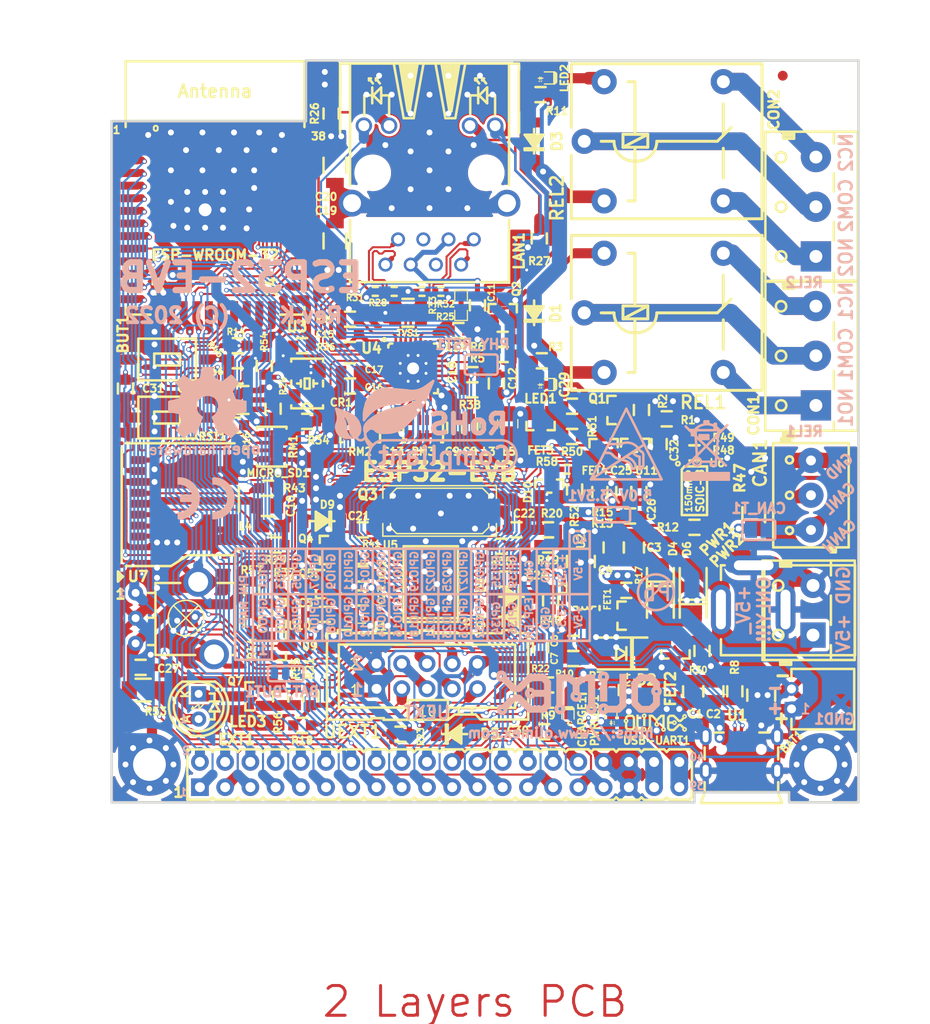
<source format=kicad_pcb>
(kicad_pcb (version 20221018) (generator pcbnew)
  (title_block (title "ESP32-EVB") (date "2023-04-14") (rev "K1") (company "OLIMEX Ltd.") (comment 1 "https://www.olimex.com"))
  (layers (0 "F.Cu" mixed) (31 "B.Cu" mixed) (34 "B.Paste" user) (35 "F.Paste" user) (36 "B.SilkS" user "B.Silkscreen") (37 "F.SilkS" user "F.Silkscreen") (38 "B.Mask" user) (39 "F.Mask" user) (44 "Edge.Cuts" user))
  (net 0 "")
  (net 1 "+5V")
  (net 2 "GND")
  (net 3 "Net-(BAT1-Pad1)")
  (net 4 "Net-(BUT1-Pad2)")
  (net 5 "/GPI34/BUT1")
  (net 6 "Net-(C3-Pad1)")
  (net 7 "Net-(C5-Pad2)")
  (net 8 "Net-(C10-Pad1)")
  (net 9 "Net-(C11-Pad1)")
  (net 10 "Net-(C18-Pad2)")
  (net 11 "Net-(CON1-Pad3)")
  (net 12 "Net-(CON1-Pad1)")
  (net 13 "Net-(CON1-Pad2)")
  (net 14 "Net-(CON2-Pad2)")
  (net 15 "Net-(CON2-Pad1)")
  (net 16 "Net-(CON2-Pad3)")
  (net 17 "Net-(CR1-Pad3)")
  (net 18 "Net-(D1-Pad2)")
  (net 19 "Net-(D3-Pad2)")
  (net 20 "/GPIO3/U0RXD")
  (net 21 "Net-(D5-Pad1)")
  (net 22 "/ESP_EN")
  (net 23 "/GPIO25/EMAC_RXD0(RMII)")
  (net 24 "/GPIO19/EMAC_TXD0(RMII)")
  (net 25 "/GPIO26/EMAC_RXD1(RMII)")
  (net 26 "/GPIO33/REL2")
  (net 27 "/GPIO32/REL1")
  (net 28 "/GPIO9/SD_DATA2")
  (net 29 "/GPIO8/SD_DATA1")
  (net 30 "/GPIO6/SD_CLK")
  (net 31 "/GPIO7/SD_DATA0")
  (net 32 "/GPIO1/U0TXD")
  (net 33 "/GPIO10/SD_DATA3")
  (net 34 "/GPIO11/SD_CMD")
  (net 35 "Net-(L2-Pad1)")
  (net 36 "Net-(LED1-Pad2)")
  (net 37 "Net-(LED2-Pad2)")
  (net 38 "Net-(Q1-Pad1)")
  (net 39 "Net-(Q2-Pad1)")
  (net 40 "Net-(R19-Pad1)")
  (net 41 "Net-(R39-Pad1)")
  (net 42 "/PHYAD0")
  (net 43 "/PHYAD1")
  (net 44 "/PHYAD2")
  (net 45 "/RMIISEL")
  (net 46 "/VDD1A-2A")
  (net 47 "/VDDCR")
  (net 48 "/GPIO22/EMAC_TXD1(RMII)")
  (net 49 "/GPIO21/EMAC_TX_EN(RMII)")
  (net 50 "Net-(MICRO_SD1-Pad5)")
  (net 51 "Net-(LAN1-PadAG1)")
  (net 52 "Net-(LAN1-PadAY1)")
  (net 53 "Net-(LAN1-PadKG1)")
  (net 54 "Net-(LAN1-PadKY1)")
  (net 55 "Net-(C19-Pad1)")
  (net 56 "Net-(C21-Pad1)")
  (net 57 "Net-(C22-Pad1)")
  (net 58 "/CANL")
  (net 59 "/CANH")
  (net 60 "Net-(CAN_T1-Pad1)")
  (net 61 "/GPI36/U1RXD")
  (net 62 "/+5V_EXT")
  (net 63 "/GPI39/IR_RECEIVE")
  (net 64 "/GPIO23/MDC(RMII)")
  (net 65 "/GPIO27/EMAC_RX_CRS_DV")
  (net 66 "/GPI35/CAN-RX")
  (net 67 "/GPIO5/CAN-TX")
  (net 68 "/GPIO4/U1TXD")
  (net 69 "/GPIO0/XTAL1/CLKIN")
  (net 70 "/GPIO2/HS2_DATA0")
  (net 71 "/GPIO12/IR_Transmit")
  (net 72 "/GPIO13/I2C-SDA")
  (net 73 "/GPIO14/HS2_CLK")
  (net 74 "/GPIO15/HS2_CMD")
  (net 75 "/GPIO16/I2C-SCL")
  (net 76 "/GPIO17/SPI_CS")
  (net 77 "/GPIO18/MDIO(RMII)")
  (net 78 "/+5V_USB")
  (net 79 "Net-(LED3-Pad1)")
  (net 80 "Net-(LED3-Pad2)")
  (net 81 "Net-(MICRO_SD1-Pad1)")
  (net 82 "Net-(MICRO_SD1-Pad2)")
  (net 83 "Net-(MICRO_SD1-Pad8)")
  (net 84 "Net-(Q4-Pad2)")
  (net 85 "Net-(Q4-Pad1)")
  (net 86 "Net-(Q5-Pad2)")
  (net 87 "Net-(Q5-Pad1)")
  (net 88 "Net-(Q7-Pad1)")
  (net 89 "Net-(R48-Pad1)")
  (net 90 "Net-(U3-Pad32)")
  (net 91 "Net-(U4-Pad4)")
  (net 92 "Net-(U4-Pad14)")
  (net 93 "Net-(U4-Pad18)")
  (net 94 "Net-(U4-Pad20)")
  (net 95 "Net-(U4-Pad26)")
  (net 96 "Net-(U5-Pad6)")
  (net 97 "Net-(U5-Pad7)")
  (net 98 "Net-(U5-Pad11)")
  (net 99 "Net-(U5-Pad12)")
  (net 100 "Net-(U5-Pad13)")
  (net 101 "Net-(U5-Pad14)")
  (net 102 "Net-(U5-Pad17)")
  (net 103 "Net-(USB-UART1-Pad4)")
  (net 104 "/OSC_DIS")
  (net 105 "Net-(PWRLED1-Pad1)")
  (net 106 "Net-(Q5-Pad3)")
  (net 107 "Net-(C28-Pad1)")
  (net 108 "Net-(MICRO_SD1-Pad7)")
  (net 109 "Net-(5.0V/3.3V1-Pad2)")
  (net 110 "Net-(R44-Pad2)")
  (net 111 "/D_Com")
  (net 112 "+3.3VLAN")
  (net 113 "Net-(C29-Pad2)")
  (net 114 "Net-(FET4-Pad3)")
  (net 115 "Net-(CHARGE1-Pad1)")
  (net 116 "Net-(R7-Pad1)")
  (net 117 "Net-(R8-Pad2)")
  (net 118 "/BUT1")
  (net 119 "Net-(BAT/BUT1-Pad3)")
  (net 120 "Net-(C24-Pad1)")
  (net 121 "Net-(D7-Pad1)")
  (net 122 "Net-(D8-Pad2)")
  (net 123 "Net-(U5-Pad20)")
  (net 124 "Net-(R12-Pad2)")
  (net 125 "Net-(R13-Pad2)")
  (net 126 "Net-(D9-Pad1)")
  (net 127 "Net-(C32-Pad2)")
  (net 128 "Net-(D10-Pad3)")
  (net 129 "/RXN-")
  (net 130 "/RXP+")
  (net 131 "/TXN-")
  (net 132 "/TXP+")
  (net 133 "+3.3V")
  (footprint "OLIMEX_Other-FP:Mounting_hole_3.3mm" (layer "F.Cu") (at 140.97 70.358)
    (fp_text reference "MH1" hide)
    (fp_text value "Mounting_hole_Shield_3.3mm" hide)
  )
  (footprint "OLIMEX_Other-FP:Mounting_hole_Shield_3.3mm" (layer "F.Cu") (at 140.97 137.922)
    (fp_text reference "MH2" hide)
    (fp_text value "Mounting_hole_Shield_3.3mm" hide)
  )
  (footprint "OLIMEX_Other-FP:Mounting_hole_Shield_3.3mm" (layer "F.Cu") (at 73.406 137.922)
    (fp_text reference "MH3" hide)
    (fp_text value "Mounting_hole_Shield_3.3mm" hide)
  )
  (footprint "OLIMEX_Connectors-FP:HN2x20" (layer "F.Cu") (at 102.616 138.938)
    (fp_text reference "EXT1")
    (fp_text value "NA(HN2x20)")
  )
  (footprint "OLIMEX_RLC-FP:C_0603_5MIL_DWS" (layer "F.Cu") (at 91.059 122.809)
    (fp_text reference "C5")
    (fp_text value "22uF/6.3V/20%/X5R/C0603")
  )
  (footprint "OLIMEX_RLC-FP:C_0603_5MIL_DWS" (layer "F.Cu") (at 105.664 104.013 90)
    (fp_text reference "C8")
    (fp_text value "22uF/6.3V/20%/X5R/C0603")
  )
  (footprint "OLIMEX_RLC-FP:C_0603_5MIL_DWS" (layer "F.Cu") (at 104.14 104.013 90)
    (fp_text reference "C9")
    (fp_text value "22uF/6.3V/20%/X5R/C0603")
  )
  (footprint "OLIMEX_RLC-FP:C_0805_5MIL_DWS" (layer "F.Cu") (at 85.217 111.887)
    (fp_text reference "C10")
    (fp_text value "47uF/6.3V/20%/X5R/C0805")
  )
  (footprint "OLIMEX_RLC-FP:C_0603_5MIL_DWS" (layer "F.Cu") (at 97.79 104.013 -90)
    (fp_text reference "C13")
    (fp_text value "100nF/50V/20%/Y5V/C0603")
  )
  (footprint "OLIMEX_RLC-FP:C_0603_5MIL_DWS" (layer "F.Cu") (at 93.599 94.615 180)
    (fp_text reference "C15")
    (fp_text value "100nF/50V/20%/Y5V/C0603")
  )
  (footprint "OLIMEX_RLC-FP:C_0603_5MIL_DWS" (layer "F.Cu") (at 93.599 99.822 180)
    (fp_text reference "C16")
    (fp_text value "2.2uF/6.3V/10%/X5R/C0603")
  )
  (footprint "OLIMEX_RLC-FP:C_0603_5MIL_DWS" (layer "F.Cu") (at 93.599 98.298 180)
    (fp_text reference "C17")
    (fp_text value "100nF/50V/20%/Y5V/C0603")
  )
  (footprint "OLIMEX_RLC-FP:C_0603_5MIL_DWS" (layer "F.Cu") (at 105.918 98.679 180)
    (fp_text reference "C18")
    (fp_text value "1nF/50V/5%/NPO(COG)/C0603")
  )
  (footprint "OLIMEX_Connectors-FP:TB3-DG306-5.0_3P" (layer "F.Cu") (at 140.5 96.774 90)
    (fp_text reference "CON1")
    (fp_text value "TB3-DG306-5.0-3P")
  )
  (footprint "OLIMEX_Connectors-FP:TB3-DG306-5.0_3P" (layer "F.Cu") (at 140.5 81.774 90)
    (fp_text reference "CON2")
    (fp_text value "TB3-DG306-5.0-3P")
  )
  (footprint "OLIMEX_Crystal-FP:5032-4P_HCX-3S" (layer "F.Cu") (at 89.281 99.568 90)
    (fp_text reference "CR1")
    (fp_text value "Q50MHz/25ppm/3V/4P/5x3.2mm")
  )
  (footprint "OLIMEX_Diodes-FP:SOD-123_1C-2A_KA" (layer "F.Cu") (at 112.141 92.456 90)
    (fp_text reference "D1")
    (fp_text value "1N5819S4(SOD-123)")
  )
  (footprint "OLIMEX_Diodes-FP:SOD-123_1C-2A_KA" (layer "F.Cu") (at 112.141 75.184 90)
    (fp_text reference "D3")
    (fp_text value "1N5819S4(SOD-123)")
  )
  (footprint "OLIMEX_Diodes-FP:SMA-KA" (layer "F.Cu") (at 124.841 120.65 -90)
    (fp_text reference "D4")
    (fp_text value "1N5822/SS34/SMA")
  )
  (footprint "OLIMEX_Diodes-FP:SOD-123_1C-2A_KA" (layer "F.Cu") (at 104.14 134.874)
    (fp_text reference "D5")
    (fp_text value "1N5819S4(SOD-123)")
  )
  (footprint "OLIMEX_Transistors-FP:SOT23" (layer "F.Cu") (at 121.158 122.936)
    (fp_text reference "FET1")
    (fp_text value "WPM2015-3/TR")
  )
  (footprint "OLIMEX_RLC-FP:L_0805_5MIL_DWS" (layer "F.Cu") (at 107.569 103.632 90)
    (fp_text reference "L3")
    (fp_text value "FB0805/600R/2A")
  )
  (footprint "OLIMEX_LEDs-FP:LED_0603_KA" (layer "F.Cu") (at 112.776 99.695 180)
    (fp_text reference "LED1")
    (fp_text value "LED/GREEN/0603")
  )
  (footprint "OLIMEX_LEDs-FP:LED_0603_KA" (layer "F.Cu") (at 112.776 68.834 180)
    (fp_text reference "LED2")
    (fp_text value "LED/GREEN/0603")
  )
  (footprint "OLIMEX_Connectors-FP:PWRJ-2mm(YDJ-1136)" (layer "F.Cu") (at 130.937 117.569 180)
    (fp_text reference "PWR1")
    (fp_text value "PWRJ-2mm(YDJ-1134)")
  )
  (footprint "OLIMEX_Connectors-FP:TB2-DG306-5.0_2P" (layer "F.Cu") (at 140.208 122.395 90)
    (fp_text reference "PWR2")
    (fp_text value "NA(TB2 DG306-5.0-2P)")
  )
  (footprint "OLIMEX_Transistors-FP:SOT23" (layer "F.Cu") (at 120.142 102.235)
    (fp_text reference "Q1")
    (fp_text value "BC817-40(SOT23)")
  )
  (footprint "OLIMEX_Transistors-FP:SOT23" (layer "F.Cu") (at 108.966 92.202 -90)
    (fp_text reference "Q2")
    (fp_text value "BC817-40(SOT23)")
  )
  (footprint "OLIMEX_RLC-FP:R_0603_5MIL_DWS" (layer "F.Cu") (at 112.903 97.282 180)
    (fp_text reference "R3")
    (fp_text value "2.2k/R0603")
  )
  (footprint "OLIMEX_RLC-FP:R_0603_5MIL_DWS" (layer "F.Cu") (at 108.966 96.647 180)
    (fp_text reference "R5")
    (fp_text value "1k/R0603")
  )
  (footprint "OLIMEX_RLC-FP:R_0603_5MIL_DWS" (layer "F.Cu") (at 108.966 95.123 180)
    (fp_text reference "R6")
    (fp_text value "10k/R0603")
  )
  (footprint "OLIMEX_RLC-FP:R_0603_5MIL_DWS" (layer "F.Cu") (at 112.776 70.485 180)
    (fp_text reference "R11")
    (fp_text value "2.2k/R0603")
  )
  (footprint "OLIMEX_RLC-FP:R_0603_5MIL_DWS" (layer "F.Cu") (at 82.296 95.758)
    (fp_text reference "R14")
    (fp_text value "220R/R0603")
  )
  (footprint "OLIMEX_RLC-FP:R_0603_5MIL_DWS" (layer "F.Cu") (at 82.042 103.759 180)
    (fp_text reference "R16")
    (fp_text value "220R/R0603")
  )
  (footprint "OLIMEX_RLC-FP:R_0603_5MIL_DWS" (layer "F.Cu") (at 88.773 133.985)
    (fp_text reference "R18")
    (fp_text value "2.2k/R0603")
  )
  (footprint "OLIMEX_RLC-FP:R_0603_5MIL_DWS" (layer "F.Cu") (at 89.662 131.064 90)
    (fp_text reference "R21")
    (fp_text value "2.2k/R0603")
  )
  (footprint "OLIMEX_RLC-FP:R_0603_5MIL_DWS" (layer "F.Cu") (at 98.679 134.874 180)
    (fp_text reference "R23")
    (fp_text value "10k/R0603")
  )
  (footprint "OLIMEX_RLC-FP:R_0603_5MIL_DWS" (layer "F.Cu") (at 91.694 72.39 90)
    (fp_text reference "R26")
    (fp_text value "220R/R0603")
  )
  (footprint "OLIMEX_RLC-FP:R_0603_5MIL_DWS" (layer "F.Cu") (at 112.649 84.963 -90)
    (fp_text reference "R27")
    (fp_text value "220R/R0603")
  )
  (footprint "OLIMEX_RLC-FP:R_0603_5MIL_DWS" (layer "F.Cu") (at 86.106 115.824 180)
    (fp_text reference "R29")
    (fp_text value "10k/R0603")
  )
  (footprint "OLIMEX_RLC-FP:R_0603_5MIL_DWS" (layer "F.Cu") (at 89.281 103.378)
    (fp_text reference "R34")
    (fp_text value "10k/R0603")
  )
  (footprint "OLIMEX_RLC-FP:R_0603_5MIL_DWS" (layer "F.Cu") (at 108.839 115.951 180)
    (fp_text reference "R35")
    (fp_text value "10k/R0603")
  )
  (footprint "OLIMEX_RLC-FP:R_0603_5MIL_DWS" (layer "F.Cu") (at 88.773 95.758)
    (fp_text reference "R36")
    (fp_text value "10R/R0603")
  )
  (footprint "OLIMEX_RLC-FP:R_0603_5MIL_DWS" (layer "F.Cu") (at 105.918 100.203)
    (fp_text reference "R38")
    (fp_text value "10k/R0603")
  )
  (footprint "OLIMEX_RLC-FP:R_0603_5MIL_DWS" (layer "F.Cu") (at 93.599 93.091 180)
    (fp_text reference "R39")
    (fp_text value "12.1k/1%/R0603")
  )
  (footprint "OLIMEX_RLC-FP:R_0603_5MIL_DWS" (layer "F.Cu") (at 94.869 116.967 180)
    (fp_text reference "R41")
    (fp_text value "1k/R0603")
  )
  (footprint "OLIMEX_Relays-FP:Relay_RAS-05-15" (layer "F.Cu") (at 125.476 92.456 180)
    (fp_text reference "REL1")
    (fp_text value "RAS-0515")
  )
  (footprint "OLIMEX_Relays-FP:Relay_RAS-05-15" (layer "F.Cu") (at 125.476 75.184 180)
    (fp_text reference "REL2")
    (fp_text value "RAS-0515")
  )
  (footprint "OLIMEX_RLC-FP:R_MATRIX_4" (layer "F.Cu") (at 85.725 105.918 -90)
    (fp_text reference "RM1")
    (fp_text value "RA1206_(4X0603)_4B8_2.2k")
  )
  (footprint "OLIMEX_RLC-FP:R_MATRIX_4" (layer "F.Cu") (at 94.615 104.013)
    (fp_text reference "RM2")
    (fp_text value "RA1206_(4X0603)_4B8_2.2k")
  )
  (footprint "OLIMEX_RLC-FP:R_MATRIX_4" (layer "F.Cu") (at 100.965 104.013 180)
    (fp_text reference "RM3")
    (fp_text value "RA1206_(4X0603)_4B8_2.2k")
  )
  (footprint "OLIMEX_Regulators-FP:SOT-23-5" (layer "F.Cu") (at 116.84 117.475 -90)
    (fp_text reference "U2")
    (fp_text value "SY8089AAAC(SOT23-5)")
  )
  (footprint "OLIMEX_Cases-FP:ESP-WROOM-32_MODULE" (layer "F.Cu") (at 80.01 79.883)
    (fp_text reference "U3")
    (fp_text value "ESP-WROOM-32")
  )
  (footprint "OLIMEX_IC-FP:QFN32_EP(33)_5.00x5.00x0.90mm_Pitch_0.50mm" (layer "F.Cu") (at 99.949 98.044 -90)
    (fp_text reference "U4")
    (fp_text value "LAN8710A-EZC(QFN32)")
  )
  (footprint "OLIMEX_Connectors-FP:UEXT_ML10" (layer "F.Cu") (at 101.346 129.032)
    (fp_text reference "UEXT1")
    (fp_text value "BH10S")
  )
  (footprint "OLIMEX_Connectors-FP:TFC-WXCP11-08-LF" (layer "F.Cu") (at 76.327 111.125 180)
    (fp_text reference "MICRO_SD1")
    (fp_text value "TFC-WXCP11-08-LF")
  )
  (footprint "OLIMEX_Buttons-FP:T1107A(6x3,8x2,5MM)" (layer "F.Cu") (at 75.184 97.155 180)
    (fp_text reference "BUT1")
    (fp_text value "T1107A(6x3,8x2,5MM)")
  )
  (footprint "OLIMEX_Connectors-FP:RJLBC-060TC1" (layer "F.Cu") (at 101.6 78.359 180)
    (fp_text reference "LAN1")
    (fp_text value "RJLD-060TC1(LPJ4013EDNL)")
  )
  (footprint "OLIMEX_RLC-FP:C_1206_5MIL_DWS_ISO" (layer "F.Cu") (at 92.075 85.217 -90)
    (fp_text reference "C19")
    (fp_text value "1nF/2000V/10%/X7R/C1206")
  )
  (footprint "OLIMEX_RLC-FP:C_1206_5MIL_DWS_ISO" (layer "F.Cu") (at 92.075 77.597 90)
    (fp_text reference "C20")
    (fp_text value "NA(1nF/2000V/10%/X7R/C1206)")
  )
  (footprint "OLIMEX_Other-FP:Fiducial1x3" (layer "F.Cu") (at 71.501 133.35)
    (fp_text reference "Fid1" hide)
    (fp_text value "")
  )
  (footprint "OLIMEX_Other-FP:Fiducial1x3" (layer "F.Cu") (at 137.16 68.58)
    (fp_text reference "Fid3" hide)
    (fp_text value "")
  )
  (footprint "OLIMEX_RLC-FP:R_0603_5MIL_DWS" (layer "F.Cu") (at 119.888 130.429 90)
    (fp_text reference "R4")
    (fp_text value "2.2k/R0603")
  )
  (footprint "OLIMEX_RLC-FP:R_0603_5MIL_DWS" (layer "F.Cu") (at 113.538 115.824 180)
    (fp_text reference "R19")
    (fp_text value "220k/R0603")
  )
  (footprint "OLIMEX_RLC-FP:R_0603_5MIL_DWS" (layer "F.Cu") (at 113.538 114.3 180)
    (fp_text reference "R20")
    (fp_text value "49.9k/1%/R0603")
  )
  (footprint "OLIMEX_RLC-FP:C_0603_5MIL_DWS" (layer "F.Cu") (at 94.869 114.3 180)
    (fp_text reference "C21")
    (fp_text value "27pF/50V/5%/C0G/C0603")
  )
  (footprint "OLIMEX_RLC-FP:C_0603_5MIL_DWS" (layer "F.Cu") (at 110.363 114.3)
    (fp_text reference "C22")
    (fp_text value "27pF/50V/5%/C0G/C0603")
  )
  (footprint "OLIMEX_RLC-FP:C_0603_5MIL_DWS" (layer "F.Cu") (at 94.869 121.158 180)
    (fp_text reference "C23")
    (fp_text value "22uF/6.3V/20%/X5R/C0603")
  )
  (footprint "OLIMEX_RLC-FP:C_0603_5MIL_DWS" (layer "F.Cu") (at 109.22 119.253)
    (fp_text reference "C24")
    (fp_text value "100nF/50V/20%/Y5V/C0603")
  )
  (footprint "OLIMEX_RLC-FP:C_0603_5MIL_DWS" (layer "F.Cu") (at 121.158 110.49 -90)
    (fp_text reference "C25")
    (fp_text value "100nF/50V/20%/Y5V/C0603")
  )
  (footprint "OLIMEX_RLC-FP:C_0603_5MIL_DWS" (layer "F.Cu") (at 72.517 128.143)
    (fp_text reference "C27")
    (fp_text value "100nF/50V/20%/Y5V/C0603")
  )
  (footprint "OLIMEX_Connectors-FP:TB3-3.5mm" (layer "F.Cu") (at 140 110.815 -90)
    (fp_text reference "CAN1")
    (fp_text value "TB3-3.5mm")
  )
  (footprint "OLIMEX_Diodes-FP:SMA-KA" (layer "F.Cu") (at 128.143 120.65 90)
    (fp_text reference "D6")
    (fp_text value "1N5822/SS34/SMA")
  )
  (footprint "OLIMEX_Transistors-FP:SOT23" (layer "F.Cu") (at 126.365 126.619 90)
    (fp_text reference "FET2")
    (fp_text value "WPM2015-3/TR")
  )
  (footprint "OLIMEX_LEDs-FP:LED-5mm-PTH-AK" (layer "F.Cu") (at 78.359 132.08 90)
    (fp_text reference "LED3")
    (fp_text value "LED/IR333-A/5mm")
  )
  (footprint "OLIMEX_Crystal-FP:Q_49U3HMS" (layer "F.Cu") (at 102.616 112.395)
    (fp_text reference "Q3")
    (fp_text value "Q12MHz/20pF/30ppm/2P/HC-49SM(SMD)")
  )
  (footprint "OLIMEX_Transistors-FP:SOT23" (layer "F.Cu") (at 90.805 119.761)
    (fp_text reference "Q5")
    (fp_text value "BC817-40(SOT23)")
  )
  (footprint "OLIMEX_Transistors-FP:SOT23" (layer "F.Cu") (at 83.693 131.064)
    (fp_text reference "Q7")
    (fp_text value "BC817-40(SOT23)")
  )
  (footprint "OLIMEX_RLC-FP:R_0603_5MIL_DWS" (layer "F.Cu") (at 129.032 126.492 -90)
    (fp_text reference "R30")
    (fp_text value "10k/R0603")
  )
  (footprint "OLIMEX_RLC-FP:R_0603_5MIL_DWS" (layer "F.Cu") (at 94.869 118.745 180)
    (fp_text reference "R42")
    (fp_text value "1k/R0603")
  )
  (footprint "OLIMEX_RLC-FP:R_0603_5MIL_DWS" (layer "F.Cu") (at 82.296 97.282 180)
    (fp_text reference "R45")
    (fp_text value "10k/R0603")
  )
  (footprint "OLIMEX_RLC-FP:R_1206_5MIL_DWS" (layer "F.Cu") (at 134.239 112.776 90)
    (fp_text reference "R47")
    (fp_text value "120R/R1206")
  )
  (footprint "OLIMEX_RLC-FP:R_0603_5MIL_DWS" (layer "F.Cu") (at 128.27 106.553 180)
    (fp_text reference "R48")
    (fp_text value "NA/R0603")
  )
  (footprint "OLIMEX_RLC-FP:R_0603_5MIL_DWS" (layer "F.Cu") (at 128.27 105.029 180)
    (fp_text reference "R49")
    (fp_text value "10k/R0603")
  )
  (footprint "OLIMEX_RLC-FP:R_1206_5MIL_DWS" (layer "F.Cu") (at 72.771 130.429)
    (fp_text reference "R53")
    (fp_text value "6.8R/R1206")
  )
  (footprint "OLIMEX_RLC-FP:R_0603_5MIL_DWS" (layer "F.Cu") (at 84.963 97.79 90)
    (fp_text reference "R54")
    (fp_text value "NA/R0603")
  )
  (footprint "OLIMEX_RLC-FP:R_0603_5MIL_DWS" (layer "F.Cu") (at 88.138 131.064 -90)
    (fp_text reference "R55")
    (fp_text value "1k/R0603")
  )
  (footprint "OLIMEX_RLC-FP:R_0603_5MIL_DWS" (layer "F.Cu") (at 86.614 131.064 -90)
    (fp_text reference "R56")
    (fp_text value "10k/R0603")
  )
  (footprint "OLIMEX_IC-FP:SOIC-8_150mil" (layer "F.Cu") (at 128.27 110.363 -90)
    (fp_text reference "U6")
    (fp_text value "SIT1050T(SOIC-8_150mil)")
  )
  (footprint "OLIMEX_IC-FP:RPM7236-H8" (layer "F.Cu") (at 77.089 123.19 -90)
    (fp_text reference "U7")
    (fp_text value "VS1838B")
  )
  (footprint "OLIMEX_RLC-FP:C_0805_5MIL_DWS" (layer "F.Cu") (at 122.174 116.078 90)
    (fp_text reference "C3")
    (fp_text value "NA(47uF/6.3V/20%/X5R/C0805)")
  )
  (footprint "OLIMEX_RLC-FP:C_0805_5MIL_DWS" (layer "F.Cu") (at 120.142 116.078 90)
    (fp_text reference "C4")
    (fp_text value "47uF/6.3V/20%/X5R/C0805")
  )
  (footprint "OLIMEX_RLC-FP:R_0603_5MIL_DWS" (layer "F.Cu") (at 87.249 120.015 180)
    (fp_text reference "R37")
    (fp_text value "220R/R0603")
  )
  (footprint "OLIMEX_RLC-FP:R_0603_5MIL_DWS" (layer "F.Cu") (at 83.693 123.571 -90)
    (fp_text reference "R44")
    (fp_text value "NA/R0603")
  )
  (footprint "OLIMEX_Diodes-FP:DO214AA_1(K)-2(A)" (layer "F.Cu") (at 121.031 126.746 180)
    (fp_text reference "D2")
    (fp_text value "SMBJ6.0A(DO-214AA)")
  )
  (footprint "OLIMEX_RLC-FP:R_0603_5MIL_DWS" (layer "F.Cu") (at 83.693 120.396 -90)
    (fp_text reference "R57")
    (fp_text value "NA(1k/R0603)")
  )
  (footprint "OLIMEX_RLC-FP:C_0603_5MIL_DWS" (layer "F.Cu") (at 115.951 101.854 180)
    (fp_text reference "C29")
    (fp_text value "22uF/6.3V/20%/X5R/C0603")
  )
  (footprint "OLIMEX_RLC-FP:R_0603_5MIL_DWS" (layer "F.Cu") (at 115.951 104.902 180)
    (fp_text reference "R50")
    (fp_text value "1k/R0603")
  )
  (footprint "OLIMEX_RLC-FP:R_0603_5MIL_DWS" (layer "F.Cu") (at 115.951 103.378 180)
    (fp_text reference "R51")
    (fp_text value "10k/R0603")
  )
  (footprint "OLIMEX_RLC-FP:C_0603_5MIL_DWS" (layer "F.Cu") (at 108.331 99.568 90)
    (fp_text reference "C12")
    (fp_text value "22uF/6.3V/20%/X5R/C0603")
  )
  (footprint "OLIMEX_Transistors-FP:SOT23" (layer "F.Cu") (at 112.776 103.632 90)
    (fp_text reference "FET3")
    (fp_text value "WPM2015-3/TR")
  )
  (footprint "OLIMEX_RLC-FP:L_0805_5MIL_DWS" (layer "F.Cu") (at 109.601 103.632 -90)
    (fp_text reference "L5")
    (fp_text value "NA(FB0805/600R/2A)")
  )
  (footprint "OLIMEX_RLC-FP:R_0603_5MIL_DWS" (layer "F.Cu") (at 122.936 102.235 -90)
    (fp_text reference "R2")
    (fp_text value "10k/R0603")
  )
  (footprint "OLIMEX_Other-FP:Fiducial1x3" (layer "F.Cu") (at 142.875 133.35)
    (fp_text reference "Fid2" hide)
    (fp_text value "")
  )
  (footprint "OLIMEX_IC-FP:SOT-23-5" (layer "F.Cu") (at 135.001 130.937 -90)
    (fp_text reference "U1")
    (fp_text value "BL4054B-42TPRN(SOT23-5)")
  )
  (footprint "OLIMEX_RLC-FP:R_0603_5MIL_DWS" (layer "F.Cu") (at 132.334 130.556 90)
    (fp_text reference "R8")
    (fp_text value "2k/1%/R0603")
  )
  (footprint "OLIMEX_RLC-FP:C_0805_5MIL_DWS" (layer "F.Cu") (at 128.143 130.556 -90)
    (fp_text reference "C1")
    (fp_text value "NA(47uF/6.3V/20%/X5R/C0805)")
  )
  (footprint "OLIMEX_RLC-FP:C_0805_5MIL_DWS" (layer "F.Cu") (at 130.175 130.556 -90)
    (fp_text reference "C2")
    (fp_text value "47uF/6.3V/20%/X5R/C0805")
  )
  (footprint "OLIMEX_RLC-FP:C_0603_5MIL_DWS" (layer "F.Cu") (at 104.521 94.234)
    (fp_text reference "C14")
    (fp_text value "100nF/50V/20%/Y5V/C0603")
  )
  (footprint "OLIMEX_Diodes-FP:SOD-123_1C-2A_KA" (layer "F.Cu") (at 109.855 123.063)
    (fp_text reference "D7")
    (fp_text value "1N5819S4(SOD-123)")
  )
  (footprint "OLIMEX_RLC-FP:R_0603_5MIL_DWS" (layer "F.Cu") (at 113.538 129.921 180)
    (fp_text reference "R10")
    (fp_text value "470k/R0603")
  )
  (footprint "OLIMEX_RLC-FP:R_0603_5MIL_DWS" (layer "F.Cu") (at 113.538 131.445 180)
    (fp_text reference "R9")
    (fp_text value "470k/R0603")
  )
  (footprint "OLIMEX_RLC-FP:C_0603_5MIL_DWS" (layer "F.Cu") (at 113.157 134.62 180)
    (fp_text reference "C30")
    (fp_text value "100nF/50V/20%/Y5V/C0603")
  )
  (footprint "OLIMEX_Diodes-FP:SOT23-3" (layer "F.Cu") (at 86.487 125.984 180)
    (fp_text reference "U9")
    (fp_text value "BAT54C(SOT23-3)")
  )
  (footprint "OLIMEX_Diodes-FP:SOD-123_1C-2A_KA" (layer "F.Cu") (at 109.855 121.031 180)
    (fp_text reference "D8")
    (fp_text value "1N5819S4(SOD-123)")
  )
  (footprint "OLIMEX_RLC-FP:R_0603_5MIL_DWS" (layer "F.Cu") (at 85.852 102.108 90)
    (fp_text reference "R24")
    (fp_text value "10k/R0603")
  )
  (footprint "OLIMEX_RLC-FP:C_0603_5MIL_DWS" (layer "F.Cu") (at 79.502 100.203 90)
    (fp_text reference "C28")
    (fp_text value "NA(470nF/16V/10%/X7R/C0603)")
  )
  (footprint "OLIMEX_RLC-FP:C_0603_5MIL_DWS" (layer "F.Cu") (at 122.682 110.49 -90)
    (fp_text reference "C26")
    (fp_text value "10uF/6.3V/20%/X5R/C0603")
  )
  (footprint "OLIMEX_RLC-FP:R_0603_5MIL_DWS" (layer "F.Cu") (at 113.792 121.412 -90)
    (fp_text reference "R40")
    (fp_text value "10k/R0603")
  )
  (footprint "OLIMEX_RLC-FP:L_0805_5MIL_DWS" (layer "F.Cu") (at 94.742 122.809 180)
    (fp_text reference "L1")
    (fp_text value "FB0805/600R/2A")
  )
  (footprint "OLIMEX_IC-FP:SSOP-20W" (layer "F.Cu") (at 101.727 119.761 90)
    (fp_text reference "U5")
    (fp_text value "CH340T(SSOP20W)")
  )
  (footprint "OLIMEX_RLC-FP:R_0603_5MIL_DWS" (layer "F.Cu") (at 121.412 120.396)
    (fp_text reference "R17")
    (fp_text value "NA/R0603")
  )
  (footprint "OLIMEX_RLC-FP:C_0603_5MIL_DWS" (layer "F.Cu") (at 116.078 127.254)
    (fp_text reference "C7")
    (fp_text value "22uF/6.3V/20%/X5R/C0603")
  )
  (footprint "OLIMEX_RLC-FP:C_0603_5MIL_DWS" (layer "F.Cu") (at 116.078 125.73)
    (fp_text reference "C6")
    (fp_text value "22uF/6.3V/20%/X5R/C0603")
  )
  (footprint "OLIMEX_RLC-FP:R_0603_5MIL_DWS" (layer "F.Cu") (at 112.776 126.111 -90)
    (fp_text reference "R22")
    (fp_text value "10k/R0603")
  )
  (footprint "OLIMEX_RLC-FP:R_0603_5MIL_DWS" (layer "F.Cu") (at 116.84 130.048 180)
    (fp_text reference "R7")
    (fp_text value "2.2k/R0603")
  )
  (footprint "OLIMEX_LEDs-FP:LED_0603_KA" (layer "F.Cu") (at 115.57 133.731 -90)
    (fp_text reference "CHARGE1")
    (fp_text value "LED/Yellow/0603")
  )
  (footprint "OLIMEX_RLC-FP:C_0603_5MIL_DWS" (layer "F.Cu") (at 70.993 100.076 90)
    (fp_text reference "C31")
    (fp_text value "1uF/10V/10%/X5R/C0603")
  )
  (footprint "OLIMEX_Buttons-FP:T1107A(6x3,8x2,5MM)" (layer "F.Cu") (at 75.184 102.997 180)
    (fp_text reference "RST1")
    (fp_text value "T1107A(6x3,8x2,5MM)")
  )
  (footprint "OLIMEX_IC-FP:SOT-23-5" (layer "F.Cu") (at 82.804 101.219)
    (fp_text reference "U8")
    (fp_text value "NA(NCP303LSN27T1G(SOT-23-5))")
  )
  (footprint "OLIMEX_RLC-FP:R_0603_5MIL_DWS" (layer "F.Cu") (at 82.296 98.806)
    (fp_text reference "R46")
    (fp_text value "NA/R0603")
  )
  (footprint "OLIMEX_RLC-FP:0R_0603" (layer "F.Cu") (at 104.775 91.694 90)
    (fp_text reference "R25")
    (fp_text value "0R(board_mounted)")
  )
  (footprint "OLIMEX_RLC-FP:CD32" (layer "F.Cu") (at 117.221 122.174 -90)
    (fp_text reference "L2")
    (fp_text value "2.2uH/1.5A/DCR=72mR/20%/3.00x3.00x1.50mm/CD32(NR3015T2R2M)")
  )
  (footprint "OLIMEX_Connectors-FP:LIPO_BAT-CON2DW02R" (layer "F.Cu") (at 141.1986 131.318 90)
    (fp_text reference "BAT1")
    (fp_text value "DW02R")
  )
  (footprint "OLIMEX_LEDs-FP:LED_0603_KA" (layer "F.Cu") (at 119.888 133.731 -90)
    (fp_text reference "PWRLED1")
    (fp_text value "LED/RED/0603")
  )
  (footprint "OLIMEX_Diodes-FP:SOT23-3" (layer "F.Cu") (at 86.487 122.682 180)
    (fp_text reference "U10")
    (fp_text value "BAT54C(SOT23-3)")
  )
  (footprint "OLIMEX_RLC-FP:R_0603_5MIL_DWS" (layer "F.Cu") (at 128.27 114.046)
    (fp_text reference "R12")
    (fp_text value "NA/R0603")
  )
  (footprint "OLIMEX_RLC-FP:R_0603_5MIL_DWS" (layer "F.Cu") (at 121.793 112.903)
    (fp_text reference "R13")
    (fp_text value "330R/R0603")
  )
  (footprint "OLIMEX_RLC-FP:R_0603_5MIL_DWS" (layer "F.Cu") (at 118.745 110.49 90)
    (fp_text reference "R15")
    (fp_text value "680R/R0603")
  )
  (footprint "OLIMEX_RLC-FP:R_0402_5MIL_DWS" (layer "F.Cu") (at 100.838 90.297)
    (fp_text reference "R33")
    (fp_text value "49.9R/1%/R0402")
  )
  (footprint "OLIMEX_RLC-FP:C_0603_5MIL_DWS" (layer "F.Cu") (at 106.426 91.694 -90)
    (fp_text reference "C11")
    (fp_text value "100nF/50V/20%/Y5V/C0603")
  )
  (footprint "OLIMEX_RLC-FP:R_0402_5MIL_DWS" (layer "F.Cu") (at 102.743 90.297 180)
    (fp_text reference "R32")
    (fp_text value "49.9R/1%/R0402")
  )
  (footprint "OLIMEX_RLC-FP:R_0402_5MIL_DWS" (layer "F.Cu") (at 96.139 90.297)
    (fp_text reference "R31")
    (fp_text value "49.9R/1%/R0402")
  )
  (footprint "OLIMEX_RLC-FP:R_0402_5MIL_DWS" (layer "F.Cu") (at 98.044 90.297 180)
    (fp_text reference "R28")
    (fp_text value "49.9R/1%/R0402")
  )
  (footprint "OLIMEX_Diodes-FP:SOD-123_1C-2A_KA" (layer "F.Cu") (at 90.805 113.411 180)
    (fp_text reference "D9")
    (fp_text value "1N5819S4(SOD-123)")
  )
  (footprint "OLIMEX_RLC-FP:R_0603_5MIL_DWS" (layer "F.Cu") (at 85.344 110.109 180)
    (fp_text reference "R43")
    (fp_text value "10R/R0603")
  )
  (footprint "OLIMEX_RLC-FP:L_0805_5MIL_DWS" (layer "F.Cu") (at 85.725 113.919 180)
    (fp_text reference "L4")
    (fp_text value "FB0805/600R/2A")
  )
  (footprint "OLIMEX_Transistors-FP:SOT23" (layer "F.Cu") (at 91.186 116.332)
    (fp_text reference "Q4")
    (fp_text value "BC817-40(SOT23)")
  )
  (footprint "OLIMEX_Diodes-FP:SOT23-3" (layer "F.Cu") (at 113.665 109.898 -90)
    (fp_text reference "D10")
    (fp_text value "BAT54A(SOT23-3)")
  )
  (footprint "OLIMEX_RLC-FP:R_0603_5MIL_DWS" (layer "F.Cu") (at 116.205 110.236 -90)
    (fp_text reference "R52")
    (fp_text value "100k/R0603")
  )
  (footprint "OLIMEX_RLC-FP:R_0402_5MIL_DWS" (layer "F.Cu") (at 115.443 108.204)
    (fp_text reference "R58")
    (fp_text value "49.9R/1%/R0402")
  )
  (footprint "OLIMEX_IC-FP:SOT-23" (layer "F.Cu") (at 122.301 105.791 -90)
    (fp_text reference "U11")
    (fp_text value "HX7027(SOT-23)")
  )
  (footprint "OLIMEX_Transistors-FP:SOT23" (layer "F.Cu") (at 119.126 105.791 -90)
    (fp_text reference "FET4")
    (fp_text value "BSS138")
  )
  (footprint "OLIMEX_RLC-FP:C_0603_5MIL_DWS" (layer "F.Cu") (at 124.714 105.664 90)
    (fp_text reference "C32")
    (fp_text value "1uF/10V/10%/X5R/C0603")
  )
  (footprint "OLIMEX_RLC-FP:R_0603_5MIL_DWS" (layer "F.Cu") (at 125.476 103.124 180)
    (fp_text reference "R1")
    (fp_text value "1k/R0603")
  )
  (footprint "OLIMEX_LOGOs-FP:LOGO_OLIMEX_80" (layer "F.Cu") (at 124.333 133.7056)
    (fp_text reference "Logo-Olimex_Small" hide)
    (fp_text value "" hide)
  )
  (footprint "OLIMEX_Connectors-FP:USB-MICRO_MISB-SWMM-5B_LF" (layer "F.Cu") (at 133 138.303 -90)
    (fp_text reference "USB-UART1")
    (fp_text value "MISB-SWMM-5B-LF(USB_MICRO)")
  )
  (footprint "OLIMEX_Diodes-FP:SOT-23-5" (layer "F.Cu") (at 99.441 92.456 180)
    (fp_text reference "TVS1")
    (fp_text value "ESDS314DBVR(SOT-23-5)")
  )
  (footprint "OLIMEX_Jumpers-FP:SJ" (layer "B.Cu") (at 106.807 97.663 180)
    (fp_text reference "PHY_RST1")
    (fp_text value "Opened")
  )
  (footprint "OLIMEX_Jumpers-FP:SJ_2_SMALL_12_TIED" (layer "B.Cu") (at 120.015 112.776 180)
    (fp_text reference "5.0V/3.3V1")
    (fp_text value "Closed(1-2)/Opened(2-3)")
  )
  (footprint "OLIMEX_Jumpers-FP:SJ" (layer "B.Cu") (at 134.747 114.3)
    (fp_text reference "CAN_T1")
    (fp_text value "Opened")
  )
  (footprint "OLIMEX_LOGOs-FP:LOGO_ANTISTATIC_1" (layer "B.Cu") (at 124.968 109.22 180)
    (fp_text reference "Sign-Antistatic" hide)
    (fp_text value "Val**" hide)
  )
  (footprint "OLIMEX_LOGOs-FP:LOGO_OPENHARDWARE_8x8" (layer "B.Cu") (at 79.248 101.981 180)
    (fp_text reference "Logo-OSHW" hide)
    (fp_text value "" hide)
  )
  (footprint "OLIMEX_LOGOs-FP:LOGO_PBFREE" (layer "B.Cu") (at 124.587 120.269)
    (fp_text reference "Sign-PbFree")
    (fp_text value "")
  )
  (footprint "OLIMEX_LOGOs-FP:LOGO_RECYCLEBIN_1" (layer "B.Cu") (at 131.826 109.347 180)
    (fp_text reference "Sign-RecycleBin" hide)
    (fp_text value "" hide)
  )
  (footprint "OLIMEX_LOGOs-FP:LOGO_ROHS_1" (layer "B.Cu") (at 109.347 107.696 180)
    (fp_text reference "Sign-RoHS" hide)
    (fp_text value "Val**" hide)
  )
  (footprint "OLIMEX_LOGOs-FP:OLIMEX_LOGO_TB" (layer "B.Cu") (at 116.459 130.683 180)
    (fp_text reference "Logo-Olimex-Big" hide)
    (fp_text value "" hide)
  )
  (footprint "OLIMEX_Jumpers-FP:SJ_2_SMALL" (layer "B.Cu") (at 87.122 128.778)
    (fp_text reference "BAT/BUT1")
    (fp_text value "Opened(2-3)/Soldered(1-2)")
  )
  (footprint "OLIMEX_Other-FP:TESTPAD_40-ROUND" (layer "B.Cu") (at 143.002 131.826)
    (fp_text reference "GND1")
    (fp_text value "TESTPAD" hide)
  )
  (footprint "OLIMEX_LOGOs-FP:CE_Sign" (layer "B.Cu") (at 78.105 111.125 180)
    (fp_text reference "Sign_CE" hide)
    (fp_text value "CE_Sign" hide)
  )
  (gr_line (start 95.885 116.332) (end 95.885 125.476) (stroke (width 0.254)) (layer "B.SilkS"))
  (gr_line (start 117.729 114.427) (end 117.729 125.476) (stroke (width 0.254)) (layer "B.SilkS"))
  (gr_line (start 115.697 114.427) (end 117.729 114.427) (stroke (width 0.254)) (layer "B.SilkS"))
  (gr_line (start 115.697 116.205) (end 115.697 125.476) (stroke (width 0.254)) (layer "B.SilkS"))
  (gr_line (start 104.14 116.205) (end 104.14 125.476) (stroke (width 0.254)) (layer "B.SilkS"))
  (gr_line (start 83.82 125.476) (end 117.729 125.476) (stroke (width 0.254)) (layer "B.SilkS"))
  (gr_line (start 83.82 116.205) (end 117.729 116.205) (stroke (width 0.254)) (layer "B.SilkS"))
  (gr_line (start 83.82 116.205) (end 83.82 127.381) (stroke (width 0.254)) (layer "B.SilkS"))
  (gr_line (start 112.395 116.205) (end 112.395 125.476) (stroke (width 0.254)) (layer "B.SilkS"))
  (gr_line (start 97.536 116.205) (end 97.536 125.476) (stroke (width 0.254)) (layer "B.SilkS"))
  (gr_line (start 92.583 116.205) (end 92.583 125.476) (stroke (width 0.254)) (layer "B.SilkS"))
  (gr_line (start 82.042 116.205) (end 82.042 127.381) (stroke (width 0.254)) (layer "B.SilkS"))
  (gr_line (start 90.805 116.205) (end 90.805 125.476) (stroke (width 0.254)) (layer "B.SilkS"))
  (gr_line (start 83.82 116.205) (end 82.042 116.205) (stroke (width 0.254)) (layer "B.SilkS"))
  (gr_line (start 109.093 116.205) (end 109.093 125.476) (stroke (width 0.254)) (layer "B.SilkS"))
  (gr_line (start 105.791 116.205) (end 105.791 125.476) (stroke (width 0.254)) (layer "B.SilkS"))
  (gr_line (start 94.234 116.205) (end 94.234 125.476) (stroke (width 0.254)) (layer "B.SilkS"))
  (gr_line (start 100.838 116.205) (end 100.838 125.476) (stroke (width 0.254)) (layer "B.SilkS"))
  (gr_line (start 110.744 116.205) (end 110.744 125.476) (stroke (width 0.254)) (layer "B.SilkS"))
  (gr_line (start 114.046 116.205) (end 114.046 125.476) (stroke (width 0.254)) (layer "B.SilkS"))
  (gr_line (start 87.376 116.205) (end 87.376 125.476) (stroke (width 0.254)) (layer "B.SilkS"))
  (gr_line (start 102.489 116.205) (end 102.489 125.476) (stroke (width 0.254)) (layer "B.SilkS"))
  (gr_line (start 115.697 116.332) (end 115.697 114.427) (stroke (width 0.254)) (layer "B.SilkS"))
  (gr_line (start 89.154 116.205) (end 89.154 125.476) (stroke (width 0.254)) (layer "B.SilkS"))
  (gr_line (start 99.187 116.205) (end 99.187 125.476) (stroke (width 0.254)) (layer "B.SilkS"))
  (gr_line (start 85.725 116.205) (end 85.725 127.381) (stroke (width 0.254)) (layer "B.SilkS"))
  (gr_line (start 82.042 127.381) (end 83.82 127.381) (stroke (width 0.254)) (layer "B.SilkS"))
  (gr_line (start 83.82 127.381) (end 85.725 127.381) (stroke (width 0.254)) (layer "B.SilkS"))
  (gr_line (start 83.82 120.777) (end 117.729 120.777) (stroke (width 0.254)) (layer "B.SilkS"))
  (gr_line (start 107.442 116.205) (end 107.442 125.476) (stroke (width 0.254)) (layer "B.SilkS"))
  (gr_line (start 70.231 119.507) (end 70.739 118.999) (stroke (width 0.254)) (layer "F.SilkS"))
  (gr_line (start 70.739 118.999) (end 70.231 118.491) (stroke (width 0.254)) (layer "F.SilkS"))
  (gr_line (start 70.485 118.745) (end 70.485 119.253) (stroke (width 0.254)) (layer "F.SilkS"))
  (gr_line (start 70.231 118.491) (end 70.231 119.507) (stroke (width 0.254)) (layer "F.SilkS"))
  (gr_line (start 70.358 118.618) (end 70.358 119.38) (stroke (width 0.254)) (layer "F.SilkS"))
  (gr_line (start 144.78 141.732) (end 144.78 67.056) (stroke (width 0.254)) (layer "Edge.Cuts"))
  (gr_line (start 128.27 140.716) (end 137.795 140.716) (stroke (width 0.254)) (layer "Edge.Cuts"))
  (gr_line (start 128.27 141.732) (end 128.27 140.716) (stroke (width 0.254)) (layer "Edge.Cuts"))
  (gr_line (start 137.795 140.716) (end 137.795 141.732) (stroke (width 0.254)) (layer "Edge.Cuts"))
  (gr_line (start 137.795 141.732) (end 144.78 141.732) (stroke (width 0.254)) (layer "Edge.Cuts"))
  (gr_line (start 69.596 73.152) (end 89.154 73.152) (stroke (width 0.254)) (layer "Edge.Cuts"))
  (gr_line (start 69.596 141.732) (end 69.596 73.152) (stroke (width 0.254)) (layer "Edge.Cuts"))
  (gr_line (start 89.154 67.056) (end 144.78 67.056) (stroke (width 0.254)) (layer "Edge.Cuts"))
  (gr_line (start 69.596 141.732) (end 128.27 141.732) (stroke (width 0.254)) (layer "Edge.Cuts"))
  (gr_line (start 89.154 73.152) (end 89.154 67.056) (stroke (width 0.254)) (layer "Edge.Cuts"))
  (gr_text "2 Layers PCB" (at 106.172 161.798) (layer "F.Cu") (effects (font (size 2.999999 2.999999) (thickness 0.3))))
  (gr_text "1" (at 84.836 126.365) (layer "B.SilkS") (effects (font (size 1 1) (thickness 0.25)) (justify mirror)))
  (gr_text "GPIO4" (at 88.265 122.936 90) (layer "B.SilkS") (effects (font (size 0.8 0.8) (thickness 0.2)) (justify mirror)))
  (gr_text "GPIO5" (at 88.265 118.491 90) (layer "B.SilkS") (effects (font (size 0.8 0.8) (thickness 0.2)) (justify mirror)))
  (gr_text "GPIO6" (at 90.043 122.936 90) (layer "B.SilkS") (effects (font (size 0.8 0.8) (thickness 0.2)) (justify mirror)))
  (gr_text "GPIO7" (at 90.043 118.491 90) (layer "B.SilkS") (effects (font (size 0.8 0.8) (thickness 0.2)) (justify mirror)))
  (gr_text "GPIO8" (at 91.694 122.936 90) (layer "B.SilkS") (effects (font (size 0.8 0.8) (thickness 0.2)) (justify mirror)))
  (gr_text "GPIO9" (at 91.694 118.491 90) (layer "B.SilkS") (effects (font (size 0.8 0.8) (thickness 0.2)) (justify mirror)))
  (gr_text "GPIO10" (at 93.472 123.063 90) (layer "B.SilkS") (effects (font (size 0.75 0.75) (thickness 0.1875)) (justify mirror)))
  (gr_text "GPIO11" (at 93.472 118.491 90) (layer "B.SilkS") (effects (font (size 0.75 0.75) (thickness 0.1875)) (justify mirror)))
  (gr_text "GPIO12" (at 95.123 123.063 90) (layer "B.SilkS") (effects (font (size 0.75 0.75) (thickness 0.1875)) (justify mirror)))
  (gr_text "GPIO13" (at 95.123 118.491 90) (layer "B.SilkS") (effects (font (size 0.75 0.75) (thickness 0.1875)) (justify mirror)))
  (gr_text "GPIO14" (at 96.774 123.063 90) (layer "B.SilkS") (effects (font (size 0.75 0.75) (thickness 0.1875)) (justify mirror)))
  (gr_text "GPIO15" (at 96.774 118.491 90) (layer "B.SilkS") (effects (font (size 0.75 0.75) (thickness 0.1875)) (justify mirror)))
  (gr_text "GPIO16" (at 98.425 123.063 90) (layer "B.SilkS") (effects (font (size 0.75 0.75) (thickness 0.1875)) (justify mirror)))
  (gr_text "GPIO17" (at 98.425 118.491 90) (layer "B.SilkS") (effects (font (size 0.75 0.75) (thickness 0.1875)) (justify mirror)))
  (gr_text "GPIO18" (at 100.076 123.063 90) (layer "B.SilkS") (effects (font (size 0.75 0.75) (thickness 0.1875)) (justify mirror)))
  (gr_text "GPIO19" (at 100.076 118.491 90) (layer "B.SilkS") (effects (font (size 0.75 0.75) (thickness 0.1875)) (justify mirror)))
  (gr_text "GPIO21" (at 101.727 123.19 90) (layer "B.SilkS") (effects (font (size 0.75 0.75) (thickness 0.1875)) (justify mirror)))
  (gr_text "GPIO22" (at 101.727 118.491 90) (layer "B.SilkS") (effects (font (size 0.75 0.75) (thickness 0.1875)) (justify mirror)))
  (gr_text "GPIO23" (at 103.378 123.19 90) (layer "B.SilkS") (effects (font (size 0.75 0.75) (thickness 0.1875)) (justify mirror)))
  (gr_text "GPIO25" (at 103.378 118.491 90) (layer "B.SilkS") (effects (font (size 0.75 0.75) (thickness 0.1875)) (justify mirror)))
  (gr_text "PIN MAP:" (at 82.931 121.539 90) (layer "B.SilkS") (effects (font (size 0.8 0.8) (thickness 0.2)) (justify mirror)))
  (gr_text "GPIO26" (at 105.029 123.19 90) (layer "B.SilkS") (effects (font (size 0.75 0.75) (thickness 0.1875)) (justify mirror)))
  (gr_text "GPIO27" (at 105.029 118.491 90) (layer "B.SilkS") (effects (font (size 0.75 0.75) (thickness 0.1875)) (justify mirror)))
  (gr_text "GPIO32" (at 106.68 123.19 90) (layer "B.SilkS") (effects (font (size 0.75 0.75) (thickness 0.1875)) (justify mirror)))
  (gr_text "GPIO33" (at 106.68 118.491 90) (layer "B.SilkS") (effects (font (size 0.75 0.75) (thickness 0.1875)) (justify mirror)))
  (gr_text "GPI34" (at 108.331 123.19 90) (layer "B.SilkS") (effects (font (size 0.75 0.75) (thickness 0.1875)) (justify mirror)))
  (gr_text "GPI35" (at 108.331 118.491 90) (layer "B.SilkS") (effects (font (size 0.75 0.75) (thickness 0.1875)) (justify mirror)))
  (gr_text "GPI36" (at 109.982 123.19 90) (layer "B.SilkS") (effects (font (size 0.75 0.75) (thickness 0.1875)) (justify mirror)))
  (gr_text "GPI39" (at 109.982 118.491 90) (layer "B.SilkS") (effects (font (size 0.75 0.75) (thickness 0.1875)) (justify mirror)))
  (gr_text "ESP_EN" (at 111.633 123.19 90) (layer "B.SilkS") (effects (font (size 0.75 0.75) (thickness 0.1875)) (justify mirror)))
  (gr_text "GND" (at 111.633 118.491 90) (layer "B.SilkS") (effects (font (size 0.75 0.75) (thickness 0.1875)) (justify mirror)))
  (gr_text "GND" (at 113.284 123.19 90) (layer "B.SilkS") (effects (font (size 0.75 0.75) (thickness 0.1875)) (justify mirror)))
  (gr_text "GND" (at 113.284 118.491 90) (layer "B.SilkS") (effects (font (size 0.75 0.75) (thickness 0.1875)) (justify mirror)))
  (gr_text "+3.3V" (at 114.935 123.063 90) (layer "B.SilkS") (effects (font (size 0.75 0.75) (thickness 0.1875)) (justify mirror)))
  (gr_text "+3.3V" (at 114.935 118.364 90) (layer "B.SilkS") (effects (font (size 0.75 0.75) (thickness 0.1875)) (justify mirror)))
  (gr_text "+5V" (at 116.586 123.063 90) (layer "B.SilkS") (effects (font (size 0.75 0.75) (thickness 0.1875)) (justify mirror)))
  (gr_text "+5V" (at 116.586 118.237 90) (layer "B.SilkS") (effects (font (size 0.75 0.75) (thickness 0.1875)) (justify mirror)))
  (gr_text "40" (at 116.713 115.316) (layer "B.SilkS") (effects (font (size 0.8 0.8) (thickness 0.2)) (justify mirror)))
  (gr_text "NO2" (at 143.51 86.868 90) (layer "B.SilkS") (effects (font (size 1.3 1.3) (thickness 0.254)) (justify mirror)))
  (gr_text "COM2" (at 143.51 81.661 90) (layer "B.SilkS") (effects (font (size 1.3 1.3) (thickness 0.254)) (justify mirror)))
  (gr_text "NC2" (at 143.51 76.327 90) (layer "B.SilkS") (effects (font (size 1.3 1.3) (thickness 0.254)) (justify mirror)))
  (gr_text "REL2" (at 139.319 89.408) (layer "B.SilkS") (effects (font (size 1.016 1.016) (thickness 0.254)) (justify mirror)))
  (gr_text "2" (at 77.089 136.525) (layer "B.SilkS") (effects (font (size 0.762 0.762) (thickness 0.1905)) (justify mirror)))
  (gr_text "39" (at 128.524 140.081) (layer "B.SilkS") (effects (font (size 0.762 0.762) (thickness 0.1905)) (justify mirror)))
  (gr_text "Rev.K" (at 89.662 92.71) (layer "B.SilkS") (effects (font (size 1.524 1.524) (thickness 0.381)) (justify mirror)))
  (gr_text "1" (at 70.612 120.65) (layer "B.SilkS") (effects (font (size 0.762 0.762) (thickness 0.1905)) (justify mirror)))
  (gr_text "1" (at 139.446 132.334) (layer "B.SilkS") (effects (font (size 1.016 1.016) (thickness 0.1905)) (justify mirror)))
  (gr_text "ESP32-EVB" (at 82.55 88.9) (layer "B.SilkS") (effects (font (size 2.794 2.794) (thickness 0.635)) (justify mirror)))
  (gr_text "+" (at 136.398 132.207) (layer "B.SilkS") (effects (font (size 1.27 1.27) (thickness 0.3175))))
  (gr_text "-" (at 136.398 130.175) (layer "B.SilkS") (effects (font (size 1.27 1.27) (thickness 0.3175))))
  (gr_text "CANH" (at 142.875 114.935 45) (layer "B.SilkS") (effects (font (size 1.016 1.016) (thickness 0.254)) (justify mirror)))
  (gr_text "CANL" (at 142.875 111.125 45) (layer "B.SilkS") (effects (font (size 1.016 1.016) (thickness 0.254)) (justify mirror)))
  (gr_text "GND" (at 142.875 107.95 45) (layer "B.SilkS") (effects (font (size 1.016 1.016) (thickness 0.254)) (justify mirror)))
  (gr_text "1" (at 76.835 133.35) (layer "B.SilkS") (effects (font (size 0.762 0.762) (thickness 0.1905)) (justify mirror)))
  (gr_text "(C) 2022" (at 76.2 92.71) (layer "B.SilkS") (effects (font (size 1.524 1.524) (thickness 0.381)) (justify mirror)))
  (gr_text "REL1" (at 139.319 104.394) (layer "B.SilkS") (effects (font (size 1.016 1.016) (thickness 0.254)) (justify mirror)))
  (gr_text "NC1" (at 143.51 91.313 90) (layer "B.SilkS") (effects (font (size 1.3 1.3) (thickness 0.254)) (justify mirror)))
  (gr_text "+5V" (at 143.256 124.714 90) (layer "B.SilkS") (effects (font (size 1.27 1.27) (thickness 0.254)) (justify mirror)))
  (gr_text "COM1" (at 143.51 96.647 90) (layer "B.SilkS") (effects (font (size 1.3 1.3) (thickness 0.254)) (justify mirror)))
  (gr_text "2" (at 94.361 127.762) (layer "B.SilkS") (effects (font (size 1.27 1.27) (thickness 0.254)) (justify mirror)))
  (gr_text "GPIO1" (at 84.836 118.491 90) (layer "B.SilkS") (effects (font (size 0.8 0.8) (thickness 0.2)) (justify mirror)))
  (gr_text "UEXT" (at 101.346 132.715) (layer "B.SilkS") (effects (font (size 1.27 1.27) (thickness 0.254)) (justify mirror)))
  (gr_text "+5V_\nONLY!!!" (at 134.239 122.301 90) (layer "B.SilkS") (effects (font (size 1.27 1.27) (thickness 0.254)) (justify mirror)))
  (gr_text "GND" (at 143.256 119.888 90) (layer "B.SilkS") (effects (font (size 1.27 1.27) (thickness 0.254)) (justify mirror)))
  (gr_text "1" (at 94.361 130.429) (layer "B.SilkS") (effects (font (size 1.27 1.27) (thickness 0.254)) (justify mirror)))
  (gr_text "NO1" (at 143.51 101.981 90) (layer "B.SilkS") (effects (font (size 1.3 1.3) (thickness 0.254)) (justify mirror)))
  (gr_text "GPIO3" (at 86.614 118.491 90) (layer "B.SilkS") (effects (font (size 0.8 0.8) (thickness 0.2)) (justify mirror)))
  (gr_text "GPIO0" (at 84.836 122.936 90) (layer "B.SilkS") (effects (font (size 0.8 0.8) (thickness 0.2)) (justify mirror)))
  (gr_text "https://www.olimex.com" (at 114.808 134.747) (layer "B.SilkS") (effects (font (size 1.016 1.016) (thickness 0.254)) (justify mirror)))
  (gr_text "GPIO2" (at 86.614 122.936 90) (layer "B.SilkS") (effects (font (size 0.8 0.8) (thickness 0.2)) (justify mirror)))
  (gr_text "1" (at 76.835 140.716) (layer "B.SilkS") (effects (font (size 0.762 0.762) (thickness 0.1905)) (justify mirror)))
  (gr_text "40" (at 128.524 137.16) (layer "B.SilkS") (effects (font (size 0.762 0.762) (thickness 0.1905)) (justify mirror)))
  (gr_text "1" (at 76.327 140.716) (layer "F.SilkS") (effects (font (size 1.016 1.016) (thickness 0.254))))
  (gr_text "+" (at 137.033 133.223) (layer "F.SilkS") (effects (font (size 1.27 1.27) (thickness 0.3175))))
  (gr_text "-" (at 137.16 128.905) (layer "F.SilkS") (effects (font (size 1.27 1.27) (thickness 0.3175))))
  (gr_text "1" (at 70.485 120.777) (layer "F.SilkS") (effects (font (size 1 1) (thickness 0.25))))
  (gr_text "ESP32-EVB" (at 102.616 108.458) (layer "F.SilkS") (effects (font (size 1.778 1.778) (thickness 0.4445))))
  (segment (start 118.764 80.772) (end 115.57 80.772) (width 1.27) (layer "F.Cu") (net 1))
  (segment (start 113.03 78.232) (end 115.57 80.772) (width 1.27) (layer "F.Cu") (net 1))
  (segment (start 113.538 70.612) (end 113.538 71.374) (width 0.762) (layer "F.Cu") (net 1))
  (segment (start 112.141 77.343) (end 113.03 78.232) (width 1.27) (layer "F.Cu") (net 1))
  (segment (start 128.524 122.769) (end 128.524 121.412) (width 1.016) (layer "F.Cu") (net 1))
  (segment (start 127.508 121.412) (end 128.524 121.412) (width 1.016) (layer "F.Cu") (net 1))
  (segment (start 127.508 122.515) (end 127.508 121.412) (width 1.016) (layer "F.Cu") (net 1))
  (segment (start 123.208 128.796) (end 123.825 129.413) (width 1.778) (layer "F.Cu") (net 1))
  (segment (start 123.208 125.204) (end 123.571 124.841) (width 1.778) (layer "F.Cu") (net 1))
  (segment (start 123.571 124.841) (end 124.841 124.841) (width 1.778) (layer "F.Cu") (net 1))
  (segment (start 123.208 124.82852) (end 123.208 125.204) (width 1.524) (layer "F.Cu") (net 1))
  (segment (start 125.4125 125.4125) (end 124.841 124.841) (width 0.762) (layer "F.Cu") (net 1))
  (segment (start 123.825 129.54) (end 123.825 129.413) (width 1.778) (layer "F.Cu") (net 1))
  (segment (start 135.951 129.347) (end 135.951 129.637) (width 0.508) (layer "F.Cu") (net 1))
  (segment (start 123.825 134.239) (end 123.825 129.54) (width 1.778) (layer "F.Cu") (net 1))
  (segment (start 123.208 126.746) (end 123.208 128.796) (width 1.778) (layer "F.Cu") (net 1))
  (segment (start 112.776 95.758) (end 112.141 95.758) (width 1.27) (layer "F.Cu") (net 1))
  (segment (start 130.264908 129.54) (end 131.661908 128.143) (width 1.27) (layer "F.Cu") (net 1))
  (segment (start 112.141 95.123) (end 113.538 96.52) (width 1.27) (layer "F.Cu") (net 1))
  (segment (start 113.792 97.282) (end 114.966 98.456) (width 1.27) (layer "F.Cu") (net 1))
  (segment (start 125.4125 125.51156) (end 125.4125 124.5235) (width 1.016) (layer "F.Cu") (net 1))
  (segment (start 119.176 81.184) (end 118.764 80.772) (width 1.27) (layer "F.Cu") (net 1))
  (segment (start 124.841 123.15) (end 124.841 124.841) (width 1.778) (layer "F.Cu") (net 1))
  (segment (start 125.19406 125.73) (end 124.206 125.73) (width 1.016) (layer "F.Cu") (net 1))
  (segment (start 119.634 134.493) (end 119.888 134.493) (width 0.508) (layer "F.Cu") (net 1))
  (segment (start 123.825 129.54) (end 128.143 129.54) (width 1.27) (layer "F.Cu") (net 1))
  (segment (start 122.8217 124.44222) (end 122.8217 125.7046) (width 1.016) (layer "F.Cu") (net 1))
  (segment (start 130.175 129.54) (end 130.264908 129.54) (width 1.27) (layer "F.Cu") (net 1))
  (segment (start 126.786 123.15) (end 128.143 123.15) (width 1.778) (layer "F.Cu") (net 1))
  (segment (start 124.206 125.73) (end 123.571 126.365) (width 1.016) (layer "F.Cu") (net 1))
  (segment (start 114.966 98.456) (end 119.176 98.456) (width 1.27) (layer "F.Cu") (net 1))
  (segment (start 125.4125 125.51156) (end 125.4125 125.4125) (width 0.762) (layer "F.Cu") (net 1))
  (segment (start 126.746 137.16) (end 126.746 137.668) (width 1.778) (layer "F.Cu") (net 1))
  (segment (start 113.665 70.485) (end 113.538 70.612) (width 0.762) (layer "F.Cu") (net 1))
  (segment (start 125.4125 124.5235) (end 126.786 123.15) (width 1.016) (layer "F.Cu") (net 1))
  (segment (start 128.143 123.15) (end 128.524 122.769) (width 1.016) (layer "F.Cu") (net 1))
  (segment (start 113.792 96.774) (end 113.538 96.52) (width 1.27) (layer "F.Cu") (net 1))
  (segment (start 122.26544 123.88596) (end 123.208 124.82852) (width 1.016) (layer "F.Cu") (net 1))
  (segment (start 117.839562 134.493) (end 115.57 134.493) (width 0.508) (layer "F.Cu") (net 1))
  (segment (start 123.208 126.746) (end 123.208 125.204) (width 1.778) (layer "F.Cu") (net 1))
  (segment (start 113.538 96.52) (end 112.776 95.758) (width 1.27) (layer "F.Cu") (net 1))
  (segment (start 135.636 129.032) (end 135.951 129.347) (width 0.508) (layer "F.Cu") (net 1))
  (segment (start 112.141 94.356) (end 112.141 95.758) (width 1.27) (layer "F.Cu") (net 1))
  (segment (start 122.26544 123.88596) (end 122.8217 124.44222) (width 1.016) (layer "F.Cu") (net 1))
  (segment (start 122.26544 123.88596) (end 123.63704 123.88596) (width 1.016) (layer "F.Cu") (net 1))
  (segment (start 126.238 122.682) (end 125.349 122.682) (width 1.016) (layer "F.Cu") (net 1))
  (segment (start 118.872 133.731) (end 119.634 134.493) (width 0.508) (layer "F.Cu") (net 1))
  (segment (start 118.872 133.604) (end 118.728562 133.604) (width 0.508) (layer "F.Cu") (net 1))
  (segment (start 130.175 129.54) (end 128.143 129.54) (width 1.27) (layer "F.Cu") (net 1))
  (segment (start 113.792 97.282) (end 113.792 96.774) (width 1.27) (layer "F.Cu") (net 1))
  (segment (start 112.141 77.084) (end 112.141 77.343) (width 1.27) (layer "F.Cu") (net 1))
  (segment (start 134.747 128.143) (end 135.636 129.032) (width 1.27) (layer "F.Cu") (net 1))
  (segment (start 118.872 133.604) (end 118.872 133.731) (width 0.508) (layer "F.Cu") (net 1))
  (segment (start 127.508 121.412) (end 126.238 122.682) (width 1.016) (layer "F.Cu") (net 1))
  (segment (start 125.4125 125.51156) (end 125.19406 125.73) (width 1.016) (layer "F.Cu") (net 1))
  (segment (start 124.841 123.15) (end 126.786 123.15) (width 1.778) (layer "F.Cu") (net 1))
  (segment (start 123.825 134.239) (end 126.746 137.16) (width 1.778) (layer "F.Cu") (net 1))
  (segment (start 123.63704 123.88596) (end 124.841 122.682) (width 1.016) (layer "F.Cu") (net 1))
  (segment (start 131.661908 128.143) (end 134.747 128.143) (width 1.27) (layer "F.Cu") (net 1))
  (segment (start 118.728562 133.604) (end 117.839562 134.493) (width 0.508) (layer "F.Cu") (net 1))
  (segment (start 112.141 94.356) (end 112.141 95.123) (width 1.27) (layer "F.Cu") (net 1))
  (segment (start 128.143 123.15) (end 127.508 122.515) (width 1.016) (layer "F.Cu") (net 1))
  (via (at 118.872 133.604) (size 0.9) (drill 0.6) (layers "F.Cu" "B.Cu") (net 1))
  (via (at 128.524 121.412) (size 0.9) (drill 0.6) (layers "F.Cu" "B.Cu") (net 1))
  (via (at 112.141 95.758) (size 0.9) (drill 0.6) (layers "F.Cu" "B.Cu") (net 1))
  (via (at 113.03 78.232) (size 0.9) (drill 0.6) (layers "F.Cu" "B.Cu") (net 1))
  (via (at 113.538 71.374) (size 0.45) (drill 0.3) (layers "F.Cu" "B.Cu") (net 1))
  (via (at 127.508 121.412) (size 0.9) (drill 0.6) (layers "F.Cu" "B.Cu") (net 1))
  (via (at 124.46 134.493) (size 0.9) (drill 0.6) (layers "F.Cu" "B.Cu") (net 1))
  (segment (start 114.681 87.757) (end 114.681 79.883) (width 1.524) (layer "B.Cu") (net 1))
  (segment (start 113.538 71.374) (end 112.903 72.009) (width 0.4064) (layer "B.Cu") (net 1))
  (segment (start 112.903 72.009) (end 112.903 78.105) (width 0.4064) (layer "B.Cu") (net 1))
  (segment (start 112.903 78.105) (end 113.03 78.232) (width 0.4064) (layer "B.Cu") (net 1))
  (segment (start 112.141 90.297) (end 114.681 87.757) (width 1.524) (layer "B.Cu") (net 1))
  (segment (start 128.016 121.412) (end 128.524 121.412) (width 1.016) (layer "B.Cu") (net 1))
  (segment (start 114.3 101.854) (end 114.3 97.917) (width 1.524) (layer "B.Cu") (net 1))
  (segment (start 127.508 121.412) (end 128.016 121.412) (width 1.016) (layer "B.Cu") (net 1))
  (segment (start 112.141 95.758) (end 112.141 90.297) (width 1.524) (layer "B.Cu") (net 1))
  (segment (start 128.016 118.999) (end 128.016 120.904) (width 1.524) (layer "B.Cu") (net 1))
  (segment (start 114.3 97.917) (end 112.141 95.758) (width 1.524) (layer "B.Cu") (net 1))
  (segment (start 121.793 112.776) (end 128.016 118.999) (width 1.524) (layer "B.Cu") (net 1))
  (segment (start 121.158 112.776) (end 121.793 112.776) (width 0.762) (layer "B.Cu") (net 1))
  (segment (start 113.03 78.232) (end 114.681 79.883) (width 1.524) (layer "B.Cu") (net 1))
  (segment (start 121.793 109.347) (end 114.3 101.854) (width 1.524) (layer "B.Cu") (net 1))
  (segment (start 118.999 133.731) (end 123.698 133.731) (width 0.762) (layer "B.Cu") (net 1))
  (segment (start 123.698 133.731) (end 124.46 134.493) (width 0.762) (layer "B.Cu") (net 1))
  (segment (start 126.746 137.668) (end 126.746 140.208) (width 1.778) (layer "B.Cu") (net 1))
  (segment (start 121.793 112.776) (end 121.793 109.347) (width 1.524) (layer "B.Cu") (net 1))
  (segment (start 128.016 121.412) (end 128.016 120.904) (width 1.016) (layer "B.Cu") (net 1))
  (segment (start 118.872 133.604) (end 118.999 133.731) (width 0.762) (layer "B.Cu") (net 1))
  (segment (start 137.437 119.149) (end 136.157 117.869) (width 1.778) (layer "F.Cu") (net 2))
  (segment (start 136.157 117.869) (end 134.237 117.869) (width 1.778) (layer "F.Cu") (net 2))
  (segment (start 139.462 119.149) (end 137.437 119.149) (width 1.778) (layer "F.Cu") (net 2))
  (segment (start 81.82 108.458) (end 82.804 108.458) (width 1.016) (layer "F.Cu") (net 2))
  (segment (start 84.86394 130.175) (end 84.80044 130.1115) (width 0.508) (layer "F.Cu") (net 2))
  (segment (start 93.726 121.158) (end 93.98 121.158) (width 0.254) (layer "F.Cu") (net 2))
  (segment (start 103.987 118.136) (end 103.632 118.491) (width 0.4064) (layer "F.Cu") (net 2))
  (segment (start 106.273 118.136) (end 107.188 117.221) (width 0.254) (layer "F.Cu") (net 2))
  (segment (start 107.188 117.221) (end 109.601 117.221) (width 0.254) (layer "F.Cu") (net 2))
  (segment (start 110.363 89.154) (end 109.855 89.662) (width 0.254) (layer "F.Cu") (net 2))
  (segment (start 109.855 89.662) (end 108.077 89.662) (width 0.254) (layer "F.Cu") (net 2))
  (segment (start 108.077 89.662) (end 107.442 90.297) (width 0.254) (layer "F.Cu") (net 2))
  (segment (start 107.442 90.297) (end 107.442 91.694) (width 0.254) (layer "F.Cu") (net 2))
  (segment (start 118.364 126.256) (end 118.364 125.095) (width 1.016) (layer "F.Cu") (net 2))
  (segment (start 119.38 125.095) (end 120.396 125.095) (width 1.016) (layer "F.Cu") (net 2))
  (segment (start 116.84 117.602) (end 116.84 118.775) (width 0.762) (layer "F.Cu") (net 2))
  (segment (start 118.346 127.254) (end 116.967 127.254) (width 1.016) (layer "F.Cu") (net 2))
  (segment (start 92.456 87.376) (end 92.456 88.138) (width 1.016) (layer "F.Cu") (net 2))
  (segment (start 91.694 75.438) (end 91.694 74.676) (width 1.016) (layer "F.Cu") (net 2))
  (segment (start 92.71 74.676) (end 92.71 75.184) (width 1.016) (layer "F.Cu") (net 2))
  (segment (start 92.71 75.184) (end 92.075 75.819) (width 1.016) (layer "F.Cu") (net 2))
  (segment (start 112.649 86.868) (end 112.649 85.852) (width 0.254) (layer "F.Cu") (net 2))
  (segment (start 112.903 85.852) (end 113.919 84.836) (width 0.4064) (layer "F.Cu") (net 2))
  (segment (start 110.109 93.11894) (end 110.109 91.313) (width 0.508) (layer "F.Cu") (net 2))
  (segment (start 110.109 91.313) (end 110.236 91.186) (width 0.508) (layer "F.Cu") (net 2))
  (segment (start 109.855 93.37294) (end 109.855 95.123) (width 0.762) (layer "F.Cu") (net 2))
  (segment (start 105.537 94.107) (end 106.426 94.107) (width 0.762) (layer "F.Cu") (net 2))
  (segment (start 102.715 96.294) (end 102.997 96.012) (width 0.254) (layer "F.Cu") (net 2))
  (segment (start 102.997 96.012) (end 102.997 95.758) (width 0.254) (layer "F.Cu") (net 2))
  (segment (start 101.789 95.504) (end 102.362 95.504) (width 0.254) (layer "F.Cu") (net 2))
  (segment (start 106.68 98.552) (end 106.68 95.377) (width 0.508) (layer "F.Cu") (net 2))
  (segment (start 106.68 95.377) (end 106.426 95.123) (width 0.508) (layer "F.Cu") (net 2))
  (segment (start 123.698 109.601) (end 122.682 109.601) (width 0.762) (layer "F.Cu") (net 2))
  (segment (start 116.967 117.475) (end 117.856 117.475) (width 0.762) (layer "F.Cu") (net 2))
  (segment (start 117.094 114.427) (end 115.951 114.427) (width 1.016) (layer "F.Cu") (net 2))
  (segment (start 119.489 126.111) (end 120.396 126.111) (width 1.016) (layer "F.Cu") (net 2))
  (segment (start 117.729 125.73) (end 118.364 125.095) (width 1.016) (layer "F.Cu") (net 2))
  (segment (start 118.854 127.363) (end 118.854 126.746) (width 1.778) (layer "F.Cu") (net 2))
  (segment (start 119.888 129.159) (end 120.269 128.778) (width 1.016) (layer "F.Cu") (net 2))
  (segment (start 120.269 128.778) (end 118.854 127.363) (width 1.778) (layer "F.Cu") (net 2))
  (segment (start 111.125 117.221) (end 111.125 117.094) (width 0.762) (layer "F.Cu") (net 2))
  (segment (start 111.125 117.094) (end 111.125 117.221) (width 0.762) (layer "F.Cu") (net 2))
  (segment (start 111.125 117.221) (end 109.601 117.221) (width 0.762) (layer "F.Cu") (net 2))
  (segment (start 105.918 102.87) (end 105.664 103.124) (width 0.508) (layer "F.Cu") (net 2))
  (segment (start 98.044 104.648) (end 98.806 104.648) (width 0.508) (layer "F.Cu") (net 2))
  (segment (start 99.568 104.648) (end 98.806 104.648) (width 0.508) (layer "F.Cu") (net 2))
  (segment (start 104.14 101.981) (end 103.124 101.981) (width 1.016) (layer "F.Cu") (net 2))
  (segment (start 74.056 94.219) (end 73.914 94.361) (width 1.016) (layer "F.Cu") (net 2))
  (segment (start 73.914 95.631) (end 73.914 94.361) (width 1.016) (layer "F.Cu") (net 2))
  (segment (start 72.328 109.474) (end 73.914 109.474) (width 0.762) (layer "F.Cu") (net 2))
  (segment (start 82.35 107.442) (end 82.804 107.442) (width 1.016) (layer "F.Cu") (net 2))
  (segment (start 75.184 115.57) (end 74.168 115.57) (width 1.016) (layer "F.Cu") (net 2))
  (segment (start 74.168 119.126) (end 74.168 118.11) (width 1.016) (layer "F.Cu") (net 2))
  (segment (start 74.168 120.142) (end 74.168 121.031) (width 1.016) (layer "F.Cu") (net 2))
  (segment (start 81.577 114.511) (end 80.772 115.316) (width 1.016) (layer "F.Cu") (net 2))
  (segment (start 76.581 123.063) (end 77.978 123.063) (width 1.016) (layer "F.Cu") (net 2))
  (segment (start 84.074 129.413) (end 75.819 129.413) (width 0.762) (layer "F.Cu") (net 2))
  (segment (start 84.389 100.269) (end 84.709 99.949) (width 0.508) (layer "F.Cu") (net 2))
  (segment (start 84.709 99.949) (end 85.471 99.949) (width 0.508) (layer "F.Cu") (net 2))
  (segment (start 83.246 100.269) (end 82.296 101.219) (width 0.508) (layer "F.Cu") (net 2))
  (segment (start 73.914 108.204) (end 73.914 109.474) (width 1.016) (layer "F.Cu") (net 2))
  (segment (start 80.772 115.316) (end 80.772 115.316) (width 1.016) (layer "F.Cu") (net 2))
  (segment (start 76.454 115.316) (end 76.2 115.57) (width 1.016) (layer "F.Cu") (net 2))
  (segment (start 93.472 121.666) (end 91.313 121.666) (width 0.4064) (layer "F.Cu") (net 2))
  (segment (start 91.313 121.666) (end 90.17 122.809) (width 0.4064) (layer "F.Cu") (net 2))
  (segment (start 73.66 137.668) (end 73.66 133.858) (width 1.016) (layer "F.Cu") (net 2))
  (segment (start 80.264 82.329) (end 80.264 77.978) (width 1.016) (layer "F.Cu") (net 2))
  (segment (start 82.804 79.823) (end 82.804 77.851) (width 1.016) (layer "F.Cu") (net 2))
  (segment (start 77.724 79.789) (end 77.724 77.851) (width 1.016) (layer "F.Cu") (net 2))
  (segment (start 77.945 80.01) (end 75.946 80.01) (width 1.016) (layer "F.Cu") (net 2))
  (segment (start 80.231 82.296) (end 76.073 82.296) (width 1.016) (layer "F.Cu") (net 2))
  (segment (start 77.791 84.836) (end 76.327 84.836) (width 1.016) (layer "F.Cu") (net 2))
  (segment (start 90.297 70.231) (end 91.059 69.469) (width 0.762) (layer "F.Cu") (net 2))
  (segment (start 141.859 107.315) (end 142.621 108.077) (width 1.524) (layer "F.Cu") (net 2))
  (segment (start 94.996 115.316) (end 99.568 115.316) (width 0.4064) (layer "F.Cu") (net 2))
  (segment (start 121.666 132.588) (end 121.666 131.572) (width 1.778) (layer "F.Cu") (net 2))
  (segment (start 106.172 114.173) (end 107.95 114.173) (width 1.016) (layer "F.Cu") (net 2))
  (segment (start 99.949 114.173) (end 97.536 114.173) (width 1.016) (layer "F.Cu") (net 2))
  (segment (start 102.362 119.761) (end 101.092 118.491) (width 1.016) (layer "F.Cu") (net 2))
  (segment (start 101.092 116.967) (end 101.219 116.84) (width 1.016) (layer "F.Cu") (net 2))
  (segment (start 101.219 116.84) (end 101.219 115.443) (width 1.016) (layer "F.Cu") (net 2))
  (segment (start 103.632 121.158) (end 101.092 121.158) (width 1.016) (layer "F.Cu") (net 2))
  (segment (start 90.17 123.698) (end 90.551 124.079) (width 1.016) (layer "F.Cu") (net 2))
  (segment (start 75.565 81.788) (end 75.565 81.28) (width 1.016) (layer "F.Cu") (net 2))
  (segment (start 75.565 78.105) (end 75.565 76.073) (width 1.016) (layer "F.Cu") (net 2))
  (segment (start 78.74 74.295) (end 78.74 78.105) (width 1.016) (layer "F.Cu") (net 2))
  (segment (start 81.915 78.105) (end 81.915 74.295) (width 1.016) (layer "F.Cu") (net 2))
  (segment (start 84.455 74.295) (end 84.455 76.073) (width 1.016) (layer "F.Cu") (net 2))
  (segment (start 75.819 84.328) (end 75.819 83.693) (width 1.016) (layer "F.Cu") (net 2))
  (segment (start 83.185 76.073) (end 80.391 76.073) (width 1.016) (layer "F.Cu") (net 2))
  (segment (start 77.089 76.073) (end 75.565 76.073) (width 1.016) (layer "F.Cu") (net 2))
  (segment (start 75.565 76.073) (end 75.692 76.073) (width 1.016) (layer "F.Cu") (net 2))
  (segment (start 75.692 76.073) (end 75.565 76.073) (width 1.016) (layer "F.Cu") (net 2))
  (segment (start 75.565 76.073) (end 75.565 74.295) (width 1.016) (layer "F.Cu") (net 2))
  (segment (start 91.059 68.199) (end 91.059 69.469) (width 1.016) (layer "F.Cu") (net 2))
  (segment (start 124.333 101.346) (end 126.111 101.346) (width 1.016) (layer "F.Cu") (net 2))
  (segment (start 131.572 107.061) (end 135.382 107.061) (width 1.016) (layer "F.Cu") (net 2))
  (segment (start 133.985 108.458) (end 135.763 108.458) (width 1.016) (layer "F.Cu") (net 2))
  (segment (start 135.763 108.458) (end 136.906 107.315) (width 1.016) (layer "F.Cu") (net 2))
  (segment (start 81.577 114.724) (end 82.423 115.57) (width 0.508) (layer "F.Cu") (net 2))
  (segment (start 82.423 115.57) (end 83.058 115.57) (width 0.508) (layer "F.Cu") (net 2))
  (segment (start 75.819 123.825) (end 75.819 124.46) (width 1.016) (layer "F.Cu") (net 2))
  (segment (start 96.012 127.762) (end 94.488 129.286) (width 1.016) (layer "F.Cu") (net 2))
  (segment (start 73.406 127) (end 73.533 126.873) (width 1.016) (layer "F.Cu") (net 2))
  (segment (start 74.549 128.143) (end 73.406 128.143) (width 0.762) (layer "F.Cu") (net 2))
  (segment (start 75.819 130.81) (end 77.089 132.08) (width 0.4064) (layer "F.Cu") (net 2))
  (segment (start 77.089 132.08) (end 79.756 132.08) (width 0.4064) (layer "F.Cu") (net 2))
  (segment (start 80.137 132.08) (end 80.772 132.715) (width 0.4064) (layer "F.Cu") (net 2))
  (segment (start 76.929 126.84) (end 75.819 125.73) (width 1.016) (layer "F.Cu") (net 2))
  (segment (start 75.819 125.73) (end 75.819 124.46) (width 1.016) (layer "F.Cu") (net 2))
  (segment (start 77.707 120.142) (end 74.168 120.142) (width 1.016) (layer "F.Cu") (net 2))
  (segment (start 73.914 117.856) (end 72.644 117.856) (width 0.508) (layer "F.Cu") (net 2))
  (segment (start 72.644 118.745) (end 72.644 117.856) (width 0.2032) (layer "F.Cu") (net 2))
  (segment (start 72.644 117.856) (end 72.644 117.983) (width 0.2032) (layer "F.Cu") (net 2))
  (segment (start 72.644 117.983) (end 72.644 117.856) (width 0.2032) (layer "F.Cu") (net 2))
  (segment (start 72.644 117.856) (end 71.755 117.856) (width 0.508) (layer "F.Cu") (net 2))
  (segment (start 79.756 132.08) (end 80.137 132.08) (width 0.4064) (layer "F.Cu") (net 2))
  (segment (start 135.128 130.937) (end 134.62 130.937) (width 1.016) (layer "F.Cu") (net 2))
  (segment (start 135.001 131.064) (end 135.001 132.237) (width 0.762) (layer "F.Cu") (net 2))
  (segment (start 121.666 137.668) (end 121.666 132.588) (width 1.778) (layer "F.Cu") (net 2))
  (segment (start 92.354411 100.177589) (end 92.354411 104.749589) (width 0.762) (layer "F.Cu") (net 2))
  (segment (start 134.3875 135.153) (end 134.3875 134.5985) (width 0.508) (layer "F.Cu") (net 2))
  (segment (start 111.279309 114.327309) (end 111.279309 117.066691) (width 0.762) (layer "F.Cu") (net 2))
  (segment (start 90.17 122.809) (end 90.17 123.698) (width 1.016) (layer "F.Cu") (net 2))
  (segment (start 116.967 125.73) (end 116.967 127.254) (width 1.016) (layer "F.Cu") (net 2))
  (segment (start 90.17 91.186) (end 90.17 94.615) (width 0.254) (layer "F.Cu") (net 2))
  (segment (start 135.128 130.937) (end 135.001 131.064) (width 0.762) (layer "F.Cu") (net 2))
  (segment (start 98.141 92.456) (end 97.155 92.456) (width 0.508) (layer "F.Cu") (net 2))
  (segment (start 119.126 137.668) (end 121.666 137.668) (width 1.778) (layer "F.Cu") (net 2))
  (segment (start 88.265 109.855) (end 88.265 108.966) (width 0.508) (layer "F.Cu") (net 2))
  (segment (start 127 132.334) (end 127.762 131.572) (width 1.016) (layer "F.Cu") (net 2))
  (segment (start 104.14 103.124) (end 104.14 101.981) (width 1.016) (layer "F.Cu") (net 2))
  (segment (start 81.577 114.275) (end 81.577 114.724) (width 0.508) (layer "F.Cu") (net 2))
  (segment (start 111.9632 134.3152) (end 107.6452 134.3152) (width 0.254) (layer "F.Cu") (net 2))
  (segment (start 126.111 101.346) (end 126.684374 101.346) (width 1.016) (layer "F.Cu") (net 2))
  (segment (start 122.8725 106.4895) (end 122.8725 105.791) (width 0.254) (layer "F.Cu") (net 2))
  (segment (start 91.116975 117.417025) (end 91.116975 114.515474) (width 0.254) (layer "F.Cu") (net 2))
  (segment (start 86.233 111.887) (end 88.265 109.855) (width 0.508) (layer "F.Cu") (net 2))
  (segment (start 76.073 82.296) (end 75.565 81.788) (width 1.016) (layer "F.Cu") (net 2))
  (segment (start 121.31294 101.346) (end 122.047 101.346) (width 1.016) (layer "F.Cu") (net 2))
  (segment (start 70.866 117.475) (end 70.358 116.967) (width 0.254) (layer "F.Cu") (net 2))
  (segment (start 119.888 129.54) (end 119.888 129.159) (width 1.016) (layer "F.Cu") (net 2))
  (segment (start 80.899 101.219) (end 82.296 101.219) (width 0.4064) (layer "F.Cu") (net 2))
  (segment (start 108.966 110.871) (end 107.823 110.871) (width 1.016) (layer "F.Cu") (net 2))
  (segment (start 88.265 108.966) (end 87.757 108.458) (width 1.016) (layer "F.Cu") (net 2))
  (segment (start 121.666 137.668) (end 121.666 140.208) (width 1.778) (layer "F.Cu") (net 2))
  (segment (start 110.056764 111.146846) (end 109.241846 111.146846) (width 1.016) (layer "F.Cu") (net 2))
  (segment (start 122.428 105.791) (end 123.698 105.791) (width 0.254) (layer "F.Cu") (net 2))
  (segment (start 106.426 95.123) (end 105.664 94.361) (width 1.016) (layer "F.Cu") (net 2))
  (segment (start 105.664 103.124) (end 104.14 103.124) (width 1.016) (layer "F.Cu") (net 2))
  (segment (start 112.268 134.62) (end 111.9632 134.3152) (width 0.254) (layer "F.Cu") (net 2))
  (segment (start 97.79 104.902) (end 98.044 104.648) (width 0.508) (layer "F.Cu") (net 2))
  (segment (start 84.104 100.269) (end 84.389 100.269) (width 0.508) (layer "F.Cu") (net 2))
  (segment (start 102.362 122.174) (end 105.6132 125.4252) (width 0.254) (layer "F.Cu") (net 2))
  (segment (start 130.302 131.445) (end 130.175 131.572) (width 1.016) (layer "F.Cu") (net 2))
  (segment (start 93.218 92.075) (end 92.71 92.583) (width 0.762) (layer "F.Cu") (net 2))
  (segment (start 90.805 120.65) (end 90.805 117.729) (width 0.254) (layer "F.Cu") (net 2))
  (segment (start 126.684374 101.346) (end 128.524 103.185626) (width 1.016) (layer "F.Cu") (net 2))
  (segment (start 92.583 110.871) (end 97.917 110.871) (width 1.016) (layer "F.Cu") (net 2))
  (segment (start 93.98 121.158) (end 93.472 121.666) (width 0.4064) (layer "F.Cu") (net 2))
  (segment (start 78.309 119.54) (end 80.424 119.54) (width 0.508) (layer "F.Cu") (net 2))
  (segment (start 90.17 108.966) (end 88.265 108.966) (width 1.016) (layer "F.Cu") (net 2))
  (segment (start 119.888 129.54) (end 119.888 129.667) (width 0.254) (layer "F.Cu") (net 2))
  (segment (start 109.9185 93.30944) (end 110.109 93.11894) (width 0.508) (layer "F.Cu") (net 2))
  (segment (start 71.120008 102.997008) (end 73.277604 102.997008) (width 1.016) (layer "F.Cu") (net 2))
  (segment (start 92.354411 104.749589) (end 92.329 104.775) (width 0.762) (layer "F.Cu") (net 2))
  (segment (start 107.442 91.815439) (end 106.674439 92.583) (width 0.508) (layer "F.Cu") (net 2))
  (segment (start 120.142 115.062) (end 118.872 115.062) (width 0.254) (layer "F.Cu") (net 2))
  (segment (start 74.168 90.805) (end 73.787 90.424) (width 1.016) (layer "F.Cu") (net 2))
  (segment (start 100.584 123.952) (end 97.409 123.952) (width 1.016) (layer "F.Cu") (net 2))
  (segment (start 106.674439 92.583) (end 106.553 92.583) (width 0.508) (layer "F.Cu") (net 2))
  (segment (start 99.695 104.775) (end 99.568 104.648) (width 0.508) (layer "F.Cu") (net 2))
  (segment (start 73.277604 102.997008) (end 73.914 102.997008) (width 1.016) (layer "F.Cu") (net 2))
  (segment (start 83.185 95.758) (end 84.455 95.758) (width 0.508) (layer "F.Cu") (net 2))
  (segment (start 90.551 120.904) (end 90.805 120.65) (width 0.254) (layer "F.Cu") (net 2))
  (segment (start 116.967 135.255) (end 114.935 135.255) (width 0.3048) (layer "F.Cu") (net 2))
  (segment (start 72.898012 99.822012) (end 72.513421 99.822012) (width 0.2032) (layer "F.Cu") (net 2))
  (segment (start 114.935 135.255) (end 114.677362 135.512638) (width 0.3048) (layer "F.Cu") (net 2))
  (segment (start 116.84 117.602) (end 116.967 117.475) (width 0.762) (layer "F.Cu") (net 2))
  (segment (start 88.51 74.573) (end 89.13 74.573) (width 0.762) (layer "F.Cu") (net 2))
  (segment (start 123.698 105.791) (end 123.825 105.918) (width 0.254) (layer "F.Cu") (net 2))
  (segment (start 103.124 101.092) (end 102.8065 100.7745) (width 1.016) (layer "F.Cu") (net 2))
  (segment (start 71.51 74.573) (end 71.534 74.549) (width 0.762) (layer "F.Cu") (net 2))
  (segment (start 75.395666 89.839809) (end 76.306335 89.839809) (width 1.016) (layer "F.Cu") (net 2))
  (segment (start 84.80044 130.1115) (end 84.074 129.413) (width 0.762) (layer "F.Cu") (net 2))
  (segment (start 81.026 109.474) (end 73.914 109.474) (width 1.016) (layer "F.Cu") (net 2))
  (segment (start 74.31 93.965) (end 73.914 94.361) (width 1.016) (layer "F.Cu") (net 2))
  (segment (start 74.168 118.11) (end 73.914 117.856) (width 0.508) (layer "F.Cu") (net 2))
  (segment (start 89.13 74.573) (end 90.297 73.406) (width 0.762) (layer "F.Cu") (net 2))
  (segment (start 124.091711 114.947711) (end 125.222 116.078) (width 1.524) (layer "F.Cu") (net 2))
  (segment (start 135.001 132.237) (end 135.001 133.35) (width 0.762) (layer "F.Cu") (net 2))
  (segment (start 92.71 98.298) (end 92.71 99.695) (width 1.016) (layer "F.Cu") (net 2))
  (segment (start 76.327 84.836) (end 75.819 84.328) (width 1.016) (layer "F.Cu") (net 2))
  (segment (start 79.502 99.314) (end 80.4672 100.2792) (width 0.4064) (layer "F.Cu") (net 2))
  (segment (start 74.168 120.142) (end 74.168 119.126) (width 1.016) (layer "F.Cu") (net 2))
  (segment (start 123.825 106.444) (end 123.716 106.553) (width 1.016) (layer "F.Cu") (net 2))
  (segment (start 94.234 104.775) (end 93.345 104.775) (width 0.4064) (layer "F.Cu") (net 2))
  (segment (start 132.715 131.445) (end 132.334 131.445) (width 1.016) (layer "F.Cu") (net 2))
  (segment (start 70.358 116.967) (end 70.358 115.951) (width 0.254) (layer "F.Cu") (net 2))
  (segment (start 119.126 137.414) (end 116.967 135.255) (width 0.3048) (layer "F.Cu") (net 2))
  (segment (start 83.947 76.835) (end 83.947 78.105) (width 1.016) (layer "F.Cu") (net 2))
  (segment (start 126.365 105.029) (end 127.381 105.029) (width 1.016) (layer "F.Cu") (net 2))
  (segment (start 73.406 128.143) (end 73.406 127) (width 1.016) (layer "F.Cu") (net 2))
  (segment (start 81.577 114.275) (end 81.577 114.511) (width 1.016) (layer "F.Cu") (net 2))
  (segment (start 89.980198 98.4885) (end 89.662 98.4885) (width 0.508) (layer "F.Cu") (net 2))
  (segment (start 108.331 98.679) (end 106.807 98.679) (width 1.016) (layer "F.Cu") (net 2))
  (segment (start 90.17 110.109) (end 90.17 111.252) (width 1.016) (layer "F.Cu") (net 2))
  (segment (start 119.126 137.668) (end 119.126 137.414) (width 0.3048) (layer "F.Cu") (net 2))
  (segment (start 111.252 112.342083) (end 110.796917 111.887) (width 1.016) (layer "F.Cu") (net 2))
  (segment (start 74.803 90.424) (end 74.811475 90.424) (width 1.016) (layer "F.Cu") (net 2))
  (segment (start 105.3465 118.136) (end 106.273 118.136) (width 0.3048) (layer "F.Cu") (net 2))
  (segment (start 88.51 74.573) (end 86.765 74.573) (width 0.762) (layer "F.Cu") (net 2))
  (segment (start 92.075 86.995) (end 92.456 87.376) (width 1.016) (layer "F.Cu") (net 2))
  (segment (start 92.075 86.995) (end 91.694 86.995) (width 1.016) (layer "F.Cu") (net 2))
  (segment (start 120.4595 105.918) (end 120.0785 106.299) (width 0.254) (layer "F.Cu") (net 2))
  (segment (start 125.222 116.078) (end 132.446 116.078) (width 1.524) (layer "F.Cu") (net 2))
  (segment (start 83.947 79.883) (end 82.744 79.883) (width 1.016) (layer "F.Cu") (net 2))
  (segment (start 81.085 128.016) (end 82.55 128.016) (width 0.508) (layer "F.Cu") (net 2))
  (segment (start 83.439 82.042) (end 80.585 82.042) (width 1.016) (layer "F.Cu") (net 2))
  (segment (start 137.437 122.319) (end 137.437 119.149) (width 1.778) (layer "F.Cu") (net 2))
  (segment (start 134.3875 134.5985) (end 135.001 133.985) (width 0.508) (layer "F.Cu") (net 2))
  (segment (start 77.9696 88.176544) (end 77.9696 85.602038) (width 1.016) (layer "F.Cu") (net 2))
  (segment (start 127.762 131.572) (end 128.143 131.572) (width 1.016) (layer "F.Cu") (net 2))
  (segment (start 103.632 110.871) (end 105.537 110.871) (width 1.016) (layer "F.Cu") (net 2))
  (segment (start 122.682 109.601) (end 121.158 109.601) (width 1.016) (layer "F.Cu") (net 2))
  (segment (start 84.074 129.413) (end 85.725 129.413) (width 0.762) (layer "F.Cu") (net 2))
  (segment (start 102.8065 100.7745) (end 102.8065 100.77449) (width 1.016) (layer "F.Cu") (net 2))
  (segment (start 112.649 85.852) (end 112.522 85.979) (width 0.254) (layer "F.Cu") (net 2))
  (segment (start 110.796917 111.887) (end 110.056764 111.146846) (width 1.016) (layer "F.Cu") (net 2))
  (segment (start 112.649 85.852) (end 111.506 85.852) (width 1.016) (layer "F.Cu") (net 2))
  (segment (start 120.396 125.095) (end 120.396 126.111) (width 1.016) (layer "F.Cu") (net 2))
  (segment (start 82.804 108.458) (end 86.36 108.458) (width 1.016) (layer "F.Cu") (net 2))
  (segment (start 81.882 83.947) (end 80.281 82.346) (width 1.016) (layer "F.Cu") (net 2))
  (segment (start 93.98 114.3) (end 93.7895 114.4905) (width 0.3048) (layer "F.Cu") (net 2))
  (segment (start 89.980198 97.8535) (end 89.662 97.8535) (width 0.508) (layer "F.Cu") (net 2))
  (segment (start 107.2388 125.4252) (end 107.823 124.841) (width 0.254) (layer "F.Cu") (net 2))
  (segment (start 71.755 117.856) (end 71.374 117.475) (width 0.254) (layer "F.Cu") (net 2))
  (segment (start 111.59303 112.683113) (end 110.796917 111.887) (width 1.524) (layer "F.Cu") (net 2))
  (segment (start 118.237 114.427) (end 118.64467 114.427) (width 1.524) (layer "F.Cu") (net 2))
  (segment (start 92.329 104.775) (end 91.567 104.775) (width 0.762) (layer "F.Cu") (net 2))
  (segment (start 82.804 108.458) (end 82.804 107.442) (width 1.016) (layer "F.Cu") (net 2))
  (segment (start 76.2 123.444) (end 75.819 123.825) (width 1.016) (layer "F.Cu") (net 2))
  (segment (start 105.537 110.871) (end 107.823 110.871) (width 1.016) (layer "F.Cu") (net 2))
  (segment (start 132.446 116.078) (end 134.237 117.869) (width 1.524) (layer "F.Cu") (net 2))
  (segment (start 81.577 108.215) (end 81.577 108.923) (width 1.016) (layer "F.Cu") (net 2))
  (segment (start 123.825 105.918) (end 123.825 106.444) (width 1.016) (layer "F.Cu") (net 2))
  (segment (start 84.455 95.758) (end 85.598 94.615) (width 0.508) (layer "F.Cu") (net 2))
  (segment (start 93.98 121.158) (end 93.98 120.015) (width 1.016) (layer "F.Cu") (net 2))
  (segment (start 137.4013 130.3147) (end 136.779 130.937) (width 1.016) (layer "F.Cu") (net 2))
  (segment (start 116.967 125.73) (end 117.729 125.73) (width 1.016) (layer "F.Cu") (net 2))
  (segment (start 134.62 130.937) (end 133.223 130.937) (width 1.016) (layer "F.Cu") (net 2))
  (segment (start 119.38 125.095) (end 118.364 125.095) (width 1.016) (layer "F.Cu") (net 2))
  (segment (start 72.327 109.475) (end 72.328 109.474) (width 0.762) (layer "F.Cu") (net 2))
  (segment (start 85.9155 129.4765) (end 86.614 130.175) (width 0.762) (layer "F.Cu") (net 2))
  (segment (start 83.185 83.947) (end 81.882 83.947) (width 1.016) (layer "F.Cu") (net 2))
  (segment (start 92.71 92.583) (end 92.71 93.091) (width 0.762) (layer "F.Cu") (net 2))
  (segment (start 105.41 94.234) (end 105.537 94.107) (width 0.762) (layer "F.Cu") (net 2))
  (segment (start 112.522 129.921) (end 111.633 130.81) (width 0.254) (layer "F.Cu") (net 2))
  (segment (start 121.24944 101.2825) (end 121.31294 101.346) (width 1.016) (layer "F.Cu") (net 2))
  (segment (start 76.2 115.57) (end 75.184 115.57) (width 1.016) (layer "F.Cu") (net 2))
  (segment (start 106.426 92.583) (end 106.426 94.107) (width 0.762) (layer "F.Cu") (net 2))
  (segment (start 92.71 93.091) (end 92.71 94.615) (width 1.016) (layer "F.Cu") (net 2))
  (segment (start 93.7895 114.4905) (end 91.653431 114.4905) (width 0.254) (layer "F.Cu") (net 2))
  (segment (start 75.819 129.413) (end 74.549 128.143) (width 0.762) (layer "F.Cu") (net 2))
  (segment (start 125.476 132.334) (end 126.746 132.334) (width 1.016) (layer "F.Cu") (net 2))
  (segment (start 130.175 131.572) (end 128.2065 131.572) (width 1.27) (layer "F.Cu") (net 2))
  (segment (start 80.772 115.316) (end 76.454 115.316) (width 1.016) (layer "F.Cu") (net 2))
  (segment (start 83.185 95.758) (end 82.423 95.758) (width 0.508) (layer "F.Cu") (net 2))
  (segment (start 136.779 130.937) (end 135.636 130.937) (width 1.016) (layer "F.Cu") (net 2))
  (segment (start 84.104 100.269) (end 83.246 100.269) (width 0.508) (layer "F.Cu") (net 2))
  (segment (start 84.455 76.073) (end 84.455 76.327) (width 1.016) (layer "F.Cu") (net 2))
  (segment (start 109.9185 93.30944) (end 109.855 93.37294) (width 0.762) (layer "F.Cu") (net 2))
  (segment (start 72.009 123.19) (end 74.168 121.031) (width 1.016) (layer "F.Cu") (net 2))
  (segment (start 114.677362 135.512638) (end 113.153362 135.512638) (width 0.3048) (layer "F.Cu") (net 2))
  (segment (start 80.4672 100.2792) (end 80.4672 100.7872) (width 0.4064) (layer "F.Cu") (net 2))
  (segment (start 111.633 132.334) (end 112.268 132.969) (width 0.254) (layer "F.Cu") (net 2))
  (segment (start 91.694 86.995) (end 91.694 87.757) (width 1.016) (layer "F.Cu") (net 2))
  (segment (start 80.585 82.042) (end 80.281 82.346) (width 1.016) (layer "F.Cu") (net 2))
  (segment (start 113.153362 135.512638) (end 112.268 134.627276) (width 0.3048) (layer "F.Cu") (net 2))
  (segment (start 90.551 98.298) (end 90.3605 98.4885) (width 0.508) (layer "F.Cu") (net 2))
  (segment (start 112.268 132.969) (end 112.268 134.62) (width 0.254) (layer "F.Cu") (net 2))
  (segment (start 73.406 137.922) (end 73.66 137.668) (width 1.016) (layer "F.Cu") (net 2))
  (segment (start 73.914 100.838) (end 72.898012 99.822012) (width 0.2032) (layer "F.Cu") (net 2))
  (segment (start 121.666 131.572) (end 121.666 130.556) (width 1.778) (layer "F.Cu") (net 2))
  (segment (start 120.0785 106.299) (end 120.0785 106.89844) (width 0.254) (layer "F.Cu") (net 2))
  (segment (start 80.264 82.379) (end 80.264 86.233) (width 1.016) (layer "F.Cu") (net 2))
  (segment (start 79.909 126.84) (end 81.085 128.016) (width 0.508) (layer "F.Cu") (net 2))
  (segment (start 124.333 101.346) (end 122.936 101.346) (width 1.016) (layer "F.Cu") (net 2))
  (segment (start 106.807 98.679) (end 106.68 98.552) (width 0.508) (layer "F.Cu") (net 2))
  (segment (start 89.662 97.8535) (end 89.662 98.4885) (width 0.508) (layer "F.Cu") (net 2))
  (segment (start 91.116975 114.515474) (end 91.39769 114.234759) (width 0.254) (layer "F.Cu") (net 2))
  (segment (start 103.124 101.981) (end 103.124 101.092) (width 1.016) (layer "F.Cu") (net 2))
  (segment (start 106.426 94.107) (end 106.426 95.123) (width 1.016) (layer "F.Cu") (net 2))
  (segment (start 116.967 127.254) (end 116.967 127.508) (width 0.762) (layer "F.Cu") (net 2))
  (segment (start 140 107.315) (end 136.906 107.315) (width 1.524) (layer "F.Cu") (net 2))
  (segment (start 102.399 96.294) (end 102.715 96.294) (width 0.254) (layer "F.Cu") (net 2))
  (segment (start 93.345 104.775) (end 92.329 104.775) (width 0.762) (layer "F.Cu") (net 2))
  (segment (start 123.251 106.868) (end 122.8725 106.4895) (width 0.254) (layer "F.Cu") (net 2))
  (segment (start 119.888 129.667) (end 118.364 131.191) (width 0.254) (layer "F.Cu") (net 2))
  (segment (start 80.424 119.54) (end 80.899 120.015) (width 0.508) (layer "F.Cu") (net 2))
  (segment (start 118.64467 114.427) (end 119.165381 114.947711) (width 1.524) (layer "F.Cu") (net 2))
  (segment (start 100.457 110.871) (end 103.632 110.871) (width 1.016) (layer "F.Cu") (net 2))
  (segment (start 123.825 109.728) (end 123.698 109.601) (width 0.762) (layer "F.Cu") (net 2))
  (segment (start 118.854 126.746) (end 119.489 126.111) (width 1.016) (layer "F.Cu") (net 2))
  (segment (start 90.551 98.298) (end 90.1065 97.8535) (width 0.508) (layer "F.Cu") (net 2))
  (segment (start 75.819 129.413) (end 75.819 130.81) (width 0.4064) (layer "F.Cu") (net 2))
  (segment (start 80.281 82.346) (end 80.231 82.296) (width 1.016) (layer "F.Cu") (net 2))
  (segment (start 111.379 88.138) (end 110.363 89.154) (width 0.254) (layer "F.Cu") (net 2))
  (segment (start 86.614 130.175) (end 84.86394 130.175) (width 0.508) (layer "F.Cu") (net 2))
  (segment (start 111.252 114.3) (end 111.279309 114.327309) (width 0.762) (layer "F.Cu") (net 2))
  (segment (start 130.175 131.572) (end 130.175 131.7498) (width 0.508) (layer "F.Cu") (net 2))
  (segment (start 81.577 108.215) (end 82.35 107.442) (width 1.016) (layer "F.Cu") (net 2))
  (segment (start 90.1065 97.8535) (end 89.980198 97.8535) (width 0.508) (layer "F.Cu") (net 2))
  (segment (start 78.309 119.54) (end 77.707 120.142) (width 1.016) (layer "F.Cu") (net 2))
  (segment (start 84.455 76.073) (end 85.979 76.073) (width 1.016) (layer "F.Cu") (net 2))
  (segment (start 112.649 129.921) (end 112.522 129.921) (width 0.254) (layer "F.Cu") (net 2))
  (segment (start 91.694 87.757) (end 91.313 88.138) (width 1.016) (layer "F.Cu") (net 2))
  (segment (start 81.577 108.923) (end 81.026 109.474) (width 1.016) (layer "F.Cu") (net 2))
  (segment (start 86.868 96.774) (end 86.868 97.79) (width 0.3048) (layer "F.Cu") (net 2))
  (segment (start 129.285998 127.381) (end 129.920999 128.016001) (width 1.016) (layer "F.Cu") (net 2))
  (segment (start 85.7885 129.4765) (end 85.9155 129.4765) (width 0.762) (layer "F.Cu") (net 2))
  (segment (start 86.765 74.573) (end 86.741 74.549) (width 0.762) (layer "F.Cu") (net 2))
  (segment (start 111.252 114.3) (end 111.252 112.342083) (width 1.016) (layer "F.Cu") (net 2))
  (segment (start 119.165381 114.947711) (end 124.091711 114.947711) (width 1.524) (layer "F.Cu") (net 2))
  (segment (start 110.109 119.253) (end 111.096627 119.253) (width 0.762) (layer "F.Cu") (net 2))
  (segment (start 74.803 90.424) (end 74.168 90.805) (width 1.016) (layer "F.Cu") (net 2))
  (segment (start 122.174 115.062) (end 120.142 115.062) (width 1.27) (layer "F.Cu") (net 2))
  (segment (start 82.572456 84.637456) (end 82.572456 86.001456) (width 1.016) (layer "F.Cu") (net 2))
  (segment (start 118.237 114.427) (end 117.221 114.427) (width 1.524) (layer "F.Cu") (net 2))
  (segment (start 120.5865 105.791) (end 120.4595 105.918) (width 0.254) (layer "F.Cu") (net 2))
  (segment (start 80.281 82.346) (end 77.724 79.789) (width 1.016) (layer "F.Cu") (net 2))
  (segment (start 140.208 119.895) (end 139.462 119.149) (width 1.778) (layer "F.Cu") (net 2))
  (segment (start 80.281 82.346) (end 77.791 84.836) (width 1.016) (layer "F.Cu") (net 2))
  (segment (start 91.653431 114.4905) (end 91.39769 114.234759) (width 0.254) (layer "F.Cu") (net 2))
  (segment (start 117.221 114.427) (end 115.477113 112.683113) (width 1.524) (layer "F.Cu") (net 2))
  (segment (start 135.001 133.35) (end 135.001 133.985) (width 0.762) (layer "F.Cu") (net 2))
  (segment (start 86.233 94.615) (end 86.741 94.107) (width 0.508) (layer "F.Cu") (net 2))
  (segment (start 129.032 127.381) (end 129.285998 127.381) (width 1.016) (layer "F.Cu") (net 2))
  (segment (start 85.725 129.413) (end 85.7885 129.4765) (width 0.762) (layer "F.Cu") (net 2))
  (segment (start 81.577 108.215) (end 81.82 108.458) (width 1.016) (layer "F.Cu") (net 2))
  (segment (start 120.4595 105.918) (end 120.4595 106.6165) (width 0.2032) (layer "F.Cu") (net 2))
  (segment (start 135.001 133.35) (end 133.604 133.35) (width 0.508) (layer "F.Cu") (net 2))
  (segment (start 82.744 79.883) (end 80.281 82.346) (width 1.016) (layer "F.Cu") (net 2))
  (segment (start 92.71 74.676) (end 91.694 74.676) (width 1.016) (layer "F.Cu") (net 2))
  (segment (start 125.77 109.728) (end 123.825 109.728) (width 0.762) (layer "F.Cu") (net 2))
  (segment (start 118.745 109.601) (end 119.888 109.601) (width 1.016) (layer "F.Cu") (net 2))
  (segment (start 92.075 75.819) (end 91.694 75.438) (width 1.016) (layer "F.Cu") (net 2))
  (segment (start 122.936 101.346) (end 122.047 101.346) (width 1.016) (layer "F.Cu") (net 2))
  (segment (start 138.04392 130.3147) (end 137.4013 130.3147) (width 1.016) (layer "F.Cu") (net 2))
  (segment (start 132.334 131.445) (end 130.302 131.445) (width 1.016) (layer "F.Cu") (net 2))
  (segment (start 125.77 109.728) (end 127.508 109.728) (width 0.762) (layer "F.Cu") (net 2))
  (segment (start 80.31 82.333) (end 80.264 82.379) (width 1.016) (layer "F.Cu") (net 2))
  (segment (start 92.71 99.822) (end 92.354411 100.177589) (width 0.762) (layer "F.Cu") (net 2))
  (segment (start 101.699 95.594) (end 101.789 95.504) (width 0.254) (layer "F.Cu") (net 2))
  (segment (start 135.636 130.937) (end 135.128 130.937) (width 1.016) (layer "F.Cu") (net 2))
  (segment (start 133.477 133.223) (end 129.794 133.223) (width 0.508) (layer "F.Cu") (net 2))
  (segment (start 77.9696 85.602038) (end 77.9696 84.6828) (width 1.016) (layer "F.Cu") (net 2))
  (segment (start 109.241846 111.146846) (end 108.966 110.871) (width 1.016) (layer "F.Cu") (net 2))
  (segment (start 123.251 107.018) (end 123.716 106.553) (width 1.016) (layer "F.Cu") (net 2))
  (segment (start 90.17 110.109) (end 90.17 108.966) (width 1.016) (layer "F.Cu") (net 2))
  (segment (start 128.524 103.185626) (end 128.524 103.251) (width 1.016) (layer "F.Cu") (net 2))
  (segment (start 90.297 73.406) (end 90.297 70.231) (width 0.762) (layer "F.Cu") (net 2))
  (segment (start 111.633 130.81) (end 111.633 132.334) (width 0.254) (layer "F.Cu") (net 2))
  (segment (start 105.664 103.124) (end 105.791 102.997) (width 0.4064) (layer "F.Cu") (net 2))
  (segment (start 102.362 122.174) (end 100.584 123.952) (width 1.016) (layer "F.Cu") (net 2))
  (segment (start 123.716 106.553) (end 124.714 106.553) (width 1.016) (layer "F.Cu") (net 2))
  (segment (start 133.604 133.35) (end 133.477 133.223) (width 0.508) (layer "F.Cu") (net 2))
  (segment (start 71.12 102.997) (end 71.120008 102.997008) (width 1.016) (layer "F.Cu") (net 2))
  (segment (start 112.268 134.627276) (end 112.268 134.62) (width 0.3048) (layer "F.Cu") (net 2))
  (segment (start 112.649 85.852) (end 112.903 85.852) (width 0.4064) (layer "F.Cu") (net 2))
  (segment (start 70.993 102.743) (end 71.247 102.997) (width 1.016) (layer "F.Cu") (net 2))
  (segment (start 92.456 88.138) (end 91.313 88.138) (width 1.016) (layer "F.Cu") (net 2))
  (segment (start 121.666 130.175) (end 120.269 128.778) (width 1.778) (layer "F.Cu") (net 2))
  (segment (start 71.534 74.549) (end 73.279 74.549) (width 0.762) (layer "F.Cu") (net 2))
  (segment (start 92.583 110.871) (end 92.583 112.014) (width 1.016) (layer "F.Cu") (net 2))
  (segment (start 70.993 100.965) (end 70.993 102.743) (width 1.016) (layer "F.Cu") (net 2))
  (segment (start 111.379 88.138) (end 112.649 86.868) (width 0.254) (layer "F.Cu") (net 2))
  (segment (start 118.872 115.062) (end 118.237 114.427) (width 0.254) (layer "F.Cu") (net 2))
  (segment (start 118.745 109.601) (end 121.158 109.601) (width 1.016) (layer "F.Cu") (net 2))
  (segment (start 106.426 92.583) (end 106.553 92.583) (width 0.254) (layer "F.Cu") (net 2))
  (segment (start 96.266 127.762) (end 96.012 127.762) (width 1.016) (layer "F.Cu") (net 2))
  (segment (start 111.279309 117.066691) (end 111.125 117.221) (width 0.762) (layer "F.Cu") (net 2))
  (segment (start 80.281 82.346) (end 80.264 82.329) (width 1.016) (layer "F.Cu") (net 2))
  (segment (start 80.281 82.346) (end 82.572456 84.637456) (width 1.016) (layer "F.Cu") (net 2))
  (segment (start 80.281 82.346) (end 82.804 79.823) (width 1.016) (layer "F.Cu") (net 2))
  (segment (start 112.649 114.3) (end 111.252 114.3) (width 1.016) (layer "F.Cu") (net 2))
  (segment (start 122.8725 105.791) (end 122.428 105.791) (width 0.254) (layer "F.Cu") (net 2))
  (segment (start 84.455 76.327) (end 83.947 76.835) (width 1.016) (layer "F.Cu") (net 2))
  (segment (start 86.868 97.79) (end 86.614 98.044) (width 0.3048) (layer "F.Cu") (net 2))
  (segment (start 90.805 117.729) (end 91.116975 117.417025) (width 0.254) (layer "F.Cu") (net 2))
  (segment (start 107.442 91.694) (end 107.442 91.815439) (width 0.508) (layer "F.Cu") (net 2))
  (segment (start 121.666 130.556) (end 121.666 130.175) (width 1.778) (layer "F.Cu") (net 2))
  (segment (start 90.3605 98.4885) (end 89.980198 98.4885) (width 0.508) (layer "F.Cu") (net 2))
  (segment (start 80.4672 100.7872) (end 80.899 101.219) (width 0.4064) (layer "F.Cu") (net 2))
  (segment (start 122.428 105.791) (end 120.5865 105.791) (width 0.254) (layer "F.Cu") (net 2))
  (segment (start 71.374 117.475) (end 70.866 117.475) (width 0.254) (layer "F.Cu") (net 2))
  (segment (start 140 107.315) (end 141.859 107.315) (width 1.524) (layer "F.Cu") (net 2))
  (segment (start 79.909 126.84) (end 76.929 126.84) (width 1.016) (layer "F.Cu") (net 2))
  (segment (start 91.313 90.043) (end 90.17 91.186) (width 0.254) (layer "F.Cu") (net 2))
  (segment (start 85.598 94.615) (end 86.233 94.615) (width 0.508) (layer "F.Cu") (net 2))
  (segment (start 93.472 92.075) (end 93.218 92.075) (width 0.762) (layer "F.Cu") (net 2))
  (segment (start 76.2 123.444) (end 76.581 123.063) (width 1.016) (layer "F.Cu") (net 2))
  (segment (start 123.251 106.891) (end 123.251 106.868) (width 0.254) (layer "F.Cu") (net 2))
  (segment (start 73.787 90.424) (end 74.31 90.947) (width 1.016) (layer "F.Cu") (net 2))
  (segment (start 107.6452 134.3152) (end 106.934 133.604) (width 0.254) (layer "F.Cu") (net 2))
  (segment (start 74.31 90.947) (end 74.31 93.965) (width 1.016) (layer "F.Cu") (net 2))
  (segment (start 126.746 132.334) (end 127 132.334) (width 1.016) (layer "F.Cu") (net 2))
  (segment (start 105.3465 118.136) (end 103.987 118.136) (width 0.3048) (layer "F.Cu") (net 2))
  (segment (start 111.096627 119.253) (end 111.127537 119.22209) (width 0.762) (layer "F.Cu") (net 2))
  (segment (start 133.223 130.937) (end 132.715 131.445) (width 1.016) (layer "F.Cu") (net 2))
  (segment (start 105.6132 125.4252) (end 107.2388 125.4252) (width 0.254) (layer "F.Cu") (net 2))
  (segment (start 118.854 126.746) (end 118.346 127.254) (width 1.016) (layer "F.Cu") (net 2))
  (segment (start 115.477113 112.683113) (end 111.59303 112.683113) (width 1.524) (layer "F.Cu") (net 2))
  (segment (start 80.281 82.346) (end 77.945 80.01) (width 1.016) (layer "F.Cu") (net 2))
  (segment (start 74.811475 90.424) (end 75.395666 89.839809) (width 1.016) (layer "F.Cu") (net 2))
  (segment (start 76.306335 89.839809) (end 77.9696 88.176544) (width 1.016) (layer "F.Cu") (net 2))
  (segment (start 93.98 114.3) (end 94.996 115.316) (width 0.4064) (layer "F.Cu") (net 2))
  (segment (start 118.854 126.746) (end 118.364 126.256) (width 1.016) (layer "F.Cu") (net 2))
  (segment (start 87.757 108.458) (end 86.36 108.458) (width 1.016) (layer "F.Cu") (net 2))
  (via (at 81.407 101.219) (size 0.45) (drill 0.3) (layers "F.Cu" "B.Cu") (net 2))
  (via (at 82.423 95.758) (size 0.45) (drill 0.3) (layers "F.Cu" "B.Cu") (net 2))
  (via (at 91.313 90.043) (size 0.45) (drill 0.3) (layers "F.Cu" "B.Cu") (net 2))
  (via (at 107.188 133.858) (size 0.45) (drill 0.3) (layers "F.Cu" "B.Cu") (net 2))
  (via (at 97.409 123.952) (size 0.9) (drill 0.6) (layers "F.Cu" "B.Cu") (net 2))
  (via (at 73.914 97.917) (size 0.7) (drill 0.4) (layers "F.Cu" "B.Cu") (net 2))
  (via (at 98.806 104.648) (size 0.9) (drill 0.6) (layers "F.Cu" "B.Cu") (net 2))
  (via (at 121.666 130.556) (size 0.9) (drill 0.6) (layers "F.Cu" "B.Cu") (net 2))
  (via (at 73.914 104.394) (size 0.9) (drill 0.6) (layers "F.Cu" "B.Cu") (net 2))
  (via (at 116.84 117.602) (size 0.9) (drill 0.6) (layers "F.Cu" "B.Cu") (net 2))
  (via (at 73.787 90.424) (size 0.9) (drill 0.6) (layers "F.Cu" "B.Cu") (net 2))
  (via (at 111.379 88.138) (size 0.45) (drill 0.3) (layers "F.Cu" "B.Cu") (net 2))
  (via (at 120.396 126.111) (size 0.9) (drill 0.6) (layers "F.Cu" "B.Cu") (net 2))
  (via (at 126.365 105.029) (size 0.9) (drill 0.6) (layers "F.Cu" "B.Cu") (net 2))
  (via (at 133.985 108.458) (size 0.9) (drill 0.6) (layers "F.Cu" "B.Cu") (net 2))
  (via (at 90.17 111.252) (size 0.9) (drill 0.6) (layers "F.Cu" "B.Cu") (net 2))
  (via (at 121.666 132.588) (size 0.9) (drill 0.6) (layers "F.Cu" "B.Cu") (net 2))
  (via (at 82.804 108.458) (size 0.9) (drill 0.6) (layers "F.Cu" "B.Cu") (net 2))
  (via (at 99.949 114.173) (size 0.9) (drill 0.6) (layers "F.Cu" "B.Cu") (net 2))
  (via (at 74.168 120.142) (size 0.9) (drill 0.6) (layers "F.Cu" "B.Cu") (net 2))
  (via (at 124.333 101.346) (size 0.9) (drill 0.6) (layers "F.Cu" "B.Cu") (net 2))
  (via (at 102.743 112.649) (size 0.9) (drill 0.6) (layers "F.Cu" "B.Cu") (net 2))
  (via (at 102.997 95.758) (size 0.45) (drill 0.3) (layers "F.Cu" "B.Cu") (net 2))
  (via (at 111.506 85.852) (size 0.9) (drill 0.6) (layers "F.Cu" "B.Cu") (net 2))
  (via (at 90.551 124.079) (size 0.9) (drill 0.6) (layers "F.Cu" "B.Cu") (net 2))
  (via (at 86.233 94.615) (size 0.45) (drill 0.3) (layers "F.Cu" "B.Cu") (net 2))
  (via (at 123.825 109.728) (size 0.9) (drill 0.6) (layers "F.Cu" "B.Cu") (net 2))
  (via (at 102.362 95.504) (size 0.45) (drill 0.3) (layers "F.Cu" "B.Cu") (net 2))
  (via (at 73.533 126.873) (size 0.9) (drill 0.6) (layers "F.Cu" "B.Cu") (net 2))
  (via (at 90.17 108.966) (size 0.9) (drill 0.6) (layers "F.Cu" "B.Cu") (net 2))
  (via (at 73.914 102.997008) (size 0.9) (drill 0.6) (layers "F.Cu" "B.Cu") (net 2))
  (via (at 76.2 123.444) (size 0.9) (drill 0.6) (layers "F.Cu" "B.Cu") (net 2))
  (via (at 135.001 133.985) (size 0.9) (drill 0.6) (layers "F.Cu" "B.Cu") (net 2))
  (via (at 86.868 96.774) (size 0.45) (drill 0.3) (layers "F.Cu" "B.Cu") (net 2))
  (via (at 80.391 76.073) (size 0.9) (drill 0.6) (layers "F.Cu" "B.Cu") (net 2))
  (via (at 90.17 110.109) (size 0.9) (drill 0.6) (layers "F.Cu" "B.Cu") (net 2))
  (via (at 93.98 120.015) (size 0.9) (drill 0.6) (layers "F.Cu" "B.Cu") (net 2))
  (via (at 106.172 114.173) (size 0.9) (drill 0.6) (layers "F.Cu" "B.Cu") (net 2))
  (via (at 131.572 107.061) (size 0.9) (drill 0.6) (layers "F.Cu" "B.Cu") (net 2))
  (via (at 75.565 78.105) (size 0.9) (drill 0.6) (layers "F.Cu" "B.Cu") (net 2))
  (via (at 82.804 107.442) (size 0.9) (drill 0.6) (layers "F.Cu" "B.Cu") (net 2))
  (via (at 118.364 125.095) (size 0.9) (drill 0.6) (layers "F.Cu" "B.Cu") (net 2))
  (via (at 97.536 114.173) (size 0.9) (drill 0.6) (layers "F.Cu" "B.Cu") (net 2))
  (via (at 75.565 74.295) (size 0.9) (drill 0.6) (layers "F.Cu" "B.Cu") (net 2))
  (via (at 100.457 110.871) (size 0.9) (drill 0.6) (layers "F.Cu" "B.Cu") (net 2))
  (via (at 85.471 99.949) (size 0.9) (drill 0.6) (layers "F.Cu" "B.Cu") (net 2))
  (via (at 123.825 105.918) (size 0.9) (drill 0.6) (layers "F.Cu" "B.Cu") (net 2))
  (via (at 117.856 117.475) (size 0.9) (drill 0.6) (layers "F.Cu" "B.Cu") (net 2))
  (via (at 110.236 91.186) (size 0.9) (drill 0.6) (layers "F.Cu" "B.Cu") (net 2))
  (via (at 119.888 109.601) (size 0.9) (drill 0.6) (layers "F.Cu" "B.Cu") (net 2))
  (via (at 106.426 95.123) (size 0.9) (drill 0.6) (layers "F.Cu" "B.Cu") (net 2))
  (via (at 117.094 114.427) (size 0.9) (drill 0.6) (layers "F.Cu" "B.Cu") (net 2))
  (via (at 72.513421 99.822012) (size 0.45) (drill 0.3) (layers "F.Cu" "B.Cu") (net 2))
  (via (at 127.508 109.728) (size 0.9) (drill 0.6) (layers "F.Cu" "B.Cu") (net 2))
  (via (at 91.059 68.199) (size 0.9) (drill 0.6) (layers "F.Cu" "B.Cu") (net 2))
  (via (at 126.746 132.334) (size 0.9) (drill 0.6) (layers "F.Cu" "B.Cu") (net 2))
  (via (at 101.092 116.967) (size 0.9) (drill 0.6) (layers "F.Cu" "B.Cu") (net 2))
  (via (at 78.74 78.105) (size 0.9) (drill 0.6) (layers "F.Cu" "B.Cu") (net 2))
  (via (at 73.914 108.204) (size 0.9) (drill 0.6) (layers "F.Cu" "B.Cu") (net 2))
  (via (at 91.567 104.775) (size 0.9) (drill 0.6) (layers "F.Cu" "B.Cu") (net 2))
  (via (at 75.819 124.46) (size 0.9) (drill 0.6) (layers "F.Cu" "B.Cu") (net 2))
  (via (at 103.632 110.871) (size 0.9) (drill 0.6) (layers "F.Cu" "B.Cu") (net 2))
  (via (at 74.168 115.57) (size 0.9) (drill 0.6) (layers "F.Cu" "B.Cu") (net 2))
  (via (at 91.313 88.138) (size 0.9) (drill 0.6) (layers "F.Cu" "B.Cu") (net 2))
  (via (at 78.74 74.295) (size 0.9) (drill 0.6) (layers "F.Cu" "B.Cu") (net 2))
  (via (at 83.947 79.883) (size 0.9) (drill 0.6) (layers "F.Cu" "B.Cu") (net 2))
  (via (at 134.62 130.937) (size 0.9) (drill 0.6) (layers "F.Cu" "B.Cu") (net 2))
  (via (at 73.914 94.361) (size 0.9) (drill 0.6) (layers "F.Cu" "B.Cu") (net 2))
  (via (at 74.803 90.424) (size 0.9) (drill 0.6) (layers "F.Cu" "B.Cu") (net 2))
  (via (at 83.439 82.042) (size 0.9) (drill 0.6) (layers "F.Cu" "B.Cu") (net 2))
  (via (at 72.644 118.745) (size 0.45) (drill 0.3) (layers "F.Cu" "B.Cu") (net 2))
  (via (at 106.426 94.107) (size 0.9) (drill 0.6) (layers "F.Cu" "B.Cu") (net 2))
  (via (at 73.914 109.474) (size 0.9) (drill 0.6) (layers "F.Cu" "B.Cu") (net 2))
  (via (at 103.632 121.158) (size 0.9) (drill 0.6) (layers "F.Cu" "B.Cu") (net 2))
  (via (at 125.476 132.334) (size 0.9) (drill 0.6) (layers "F.Cu" "B.Cu") (net 2))
  (via (at 79.756 132.08) (size 0.45) (drill 0.3) (layers "F.Cu" "B.Cu") (net 2))
  (via (at 115.951 114.427) (size 0.9) (drill 0.6) (layers "F.Cu" "B.Cu") (net 2))
  (via (at 81.915 74.295) (size 0.9) (drill 0.6) (layers "F.Cu" "B.Cu") (net 2))
  (via (at 104.902 129.032) (size 0.45) (drill 0.3) (layers "F.Cu" "B.Cu") (net 2))
  (via (at 105.537 110.871) (size 0.9) (drill 0.6) (layers "F.Cu" "B.Cu") (net 2))
  (via (at 128.524 103.251) (size 0.9) (drill 0.6) (layers "F.Cu" "B.Cu") (net 2))
  (via (at 102.362 122.174) (size 0.9) (drill 0.6) (layers "F.Cu" "B.Cu") (net 2))
  (via (at 83.185 83.947) (size 0.9) (drill 0.6) (layers "F.Cu" "B.Cu") (net 2))
  (via (at 107.823 110.871) (size 0.9) (drill 0.6) (layers "F.Cu" "B.Cu") (net 2))
  (via (at 103.632 118.491) (size 0.9) (drill 0.6) (layers "F.Cu" "B.Cu") (net 2))
  (via (at 121.666 131.572) (size 0.9) (drill 0.6) (layers "F.Cu" "B.Cu") (net 2))
  (via (at 97.155 92.456) (size 0.7) (drill 0.4) (layers "F.Cu" "B.Cu") (net 2))
  (via (at 101.092 121.158) (size 0.9) (drill 0.6) (layers "F.Cu" "B.Cu") (net 2))
  (via (at 101.092 118.491) (size 0.9) (drill 0.6) (layers "F.Cu" "B.Cu") (net 2))
  (via (at 91.39769 114.234759) (size 0.9) (drill 0.6) (layers "F.Cu" "B.Cu") (net 2))
  (via (at 107.95 114.173) (size 0.9) (drill 0.6) (layers "F.Cu" "B.Cu") (net 2))
  (via (at 86.36 108.458) (size 0.9) (drill 0.6) (layers "F.Cu" "B.Cu") (net 2))
  (via (at 111.127537 119.22209) (size 0.9) (drill 0.6) (layers "F.Cu" "B.Cu") (net 2))
  (via (at 93.472 92.075) (size 0.9) (drill 0.6) (layers "F.Cu" "B.Cu") (net 2))
  (via (at 89.662 97.8535) (size 0.45) (drill 0.3) (layers "F.Cu" "B.Cu") (net 2))
  (via (at 85.979 76.073) (size 0.9) (drill 0.6) (layers "F.Cu" "B.Cu") (net 2))
  (via (at 119.38 125.095) (size 0.9) (drill 0.6) (layers "F.Cu" "B.Cu") (net 2))
  (via (at 83.185 76.073) (size 0.9) (drill 0.6) (layers "F.Cu" "B.Cu") (net 2))
  (via (at 77.089 76.073) (size 0.9) (drill 0.6) (layers "F.Cu" "B.Cu") (net 2))
  (via (at 92.583 112.014) (size 0.9) (drill 0.6) (layers "F.Cu" "B.Cu") (net 2))
  (via (at 97.917 110.871) (size 0.9) (drill 0.6) (layers "F.Cu" "B.Cu") (net 2))
  (via (at 74.168 119.126) (size 0.9) (drill 0.6) (layers "F.Cu" "B.Cu") (net 2))
  (via (at 73.279 74.549) (size 0.9) (drill 0.6) (layers "F.Cu" "B.Cu") (net 2))
  (via (at 91.694 74.676) (size 0.9) (drill 0.6) (layers "F.Cu" "B.Cu") (net 2))
  (via (at 91.059 69.469) (size 0.9) (drill 0.6) (layers "F.Cu" "B.Cu") (net 2))
  (via (at 103.124 101.981) (size 0.9) (drill 0.6) (layers "F.Cu" "B.Cu") (net 2))
  (via (at 75.819 83.693) (size 0.9) (drill 0.6) (layers "F.Cu" "B.Cu") (net 2))
  (via (at 135.636 130.937) (size 0.9) (drill 0.6) (layers "F.Cu" "B.Cu") (net 2))
  (via (at 126.111 101.346) (size 0.9) (drill 0.6) (layers "F.Cu" "B.Cu") (net 2))
  (via (at 74.168 118.11) (size 0.9) (drill 0.6) (layers "F.Cu" "B.Cu") (net 2))
  (via (at 77.978 123.063) (size 0.9) (drill 0.6) (layers "F.Cu" "B.Cu") (net 2))
  (via (at 86.741 74.549) (size 0.9) (drill 0.6) (layers "F.Cu" "B.Cu") (net 2))
  (via (at 111.125 117.221) (size 0.9) (drill 0.6) (layers "F.Cu" "B.Cu") (net 2))
  (via (at 73.914 100.838) (size 0.9) (drill 0.6) (layers "F.Cu" "B.Cu") (net 2))
  (via (at 92.583 110.871) (size 0.9) (drill 0.6) (layers "F.Cu" "B.Cu") (net 2))
  (via (at 92.71 74.676) (size 0.9) (drill 0.6) (layers "F.Cu" "B.Cu") (net 2))
  (via (at 118.237 114.427) (size 0.9) (drill 0.6) (layers "F.Cu" "B.Cu") (net 2))
  (via (at 129.920999 128.016001) (size 0.9) (drill 0.6) (layers "F.Cu" "B.Cu") (net 2))
  (via (at 75.565 81.28) (size 0.9) (drill 0.6) (layers "F.Cu" "B.Cu") (net 2))
  (via (at 73.914 95.631) (size 0.9) (drill 0.6) (layers "F.Cu" "B.Cu") (net 2))
  (via (at 84.455 74.295) (size 0.9) (drill 0.6) (layers "F.Cu" "B.Cu") (net 2))
  (via (at 120.396 125.095) (size 0.9) (drill 0.6) (layers "F.Cu" "B.Cu") (net 2))
  (via (at 83.947 78.105) (size 0.9) (drill 0.6) (layers "F.Cu" "B.Cu") (net 2))
  (via (at 81.915 78.105) (size 0.9) (drill 0.6) (layers "F.Cu" "B.Cu") (net 2))
  (via (at 92.456 88.138) (size 0.9) (drill 0.6) (layers "F.Cu" "B.Cu") (net 2))
  (via (at 104.902 115.443) (size 0.9) (drill 0.6) (layers "F.Cu" "B.Cu") (net 2))
  (via (at 76.2 115.57) (size 0.9) (drill 0.6) (layers "F.Cu" "B.Cu") (net 2))
  (via (at 101.219 115.443) (size 0.9) (drill 0.6) (layers "F.Cu" "B.Cu") (net 2))
  (via (at 71.755 101.854) (size 0.45) (drill 0.3) (layers "F.Cu" "B.Cu") (net 2))
  (via (at 89.662 98.4885) (size 0.45) (drill 0.3) (layers "F.Cu" "B.Cu") (net 2))
  (via (at 102.362 119.761) (size 0.9) (drill 0.6) (layers "F.Cu" "B.Cu") (net 2))
  (via (at 135.382 107.061) (size 0.9) (drill 0.6) (layers "F.Cu" "B.Cu") (net 2))
  (via (at 102.8065 100.77449) (size 0.9) (drill 0.6) (layers "F.Cu" "B.Cu") (net 2))
  (via (at 71.755 117.856) (size 0.45) (drill 0.3) (layers "F.Cu" "B.Cu") (net 2))
  (via (at 75.184 115.57) (size 0.9) (drill 0.6) (layers "F.Cu" "B.Cu") (net 2))
  (segment (start 132.093 117.869) (end 123.825 109.728) (width 1.524) (layer "B.Cu") (net 2))
  (segment (start 73.533 124.714) (end 72.009 123.19) (width 1.016) (layer "B.Cu") (net 2))
  (segment (start 96.901 123.444) (end 97.028 123.444) (width 1.016) (layer "B.Cu") (net 2))
  (segment (start 97.028 123.444) (end 96.901 123.444) (width 1.016) (layer "B.Cu") (net 2))
  (segment (start 96.901 123.444) (end 96.901 125.603) (width 1.016) (layer "B.Cu") (net 2))
  (segment (start 103.632 118.491) (end 103.632 115.443) (width 1.016) (layer "B.Cu") (net 2))
  (segment (start 102.362 119.761) (end 103.632 118.491) (width 1.016) (layer "B.Cu") (net 2))
  (segment (start 110.617 92.329) (end 110.617 96.774) (width 0.508) (layer "B.Cu") (net 2))
  (segment (start 110.998 97.155) (end 110.617 96.774) (width 0.508) (layer "B.Cu") (net 2))
  (segment (start 110.236 90.424) (end 113.411 87.249) (width 0.508) (layer "B.Cu") (net 2))
  (segment (start 113.411 87.249) (end 113.411 85.852) (width 0.508) (layer "B.Cu") (net 2))
  (segment (start 111.506 78.486) (end 111.506 71.628) (width 0.508) (layer "B.Cu") (net 2))
  (segment (start 91.567 104.14) (end 91.694 104.013) (width 0.762) (layer "B.Cu") (net 2))
  (segment (start 113.411 85.725) (end 113.411 80.391) (width 0.508) (layer "B.Cu") (net 2))
  (segment (start 113.411 85.852) (end 113.411 85.725) (width 0.508) (layer "B.Cu") (net 2))
  (segment (start 110.236 91.948) (end 110.236 91.186) (width 0.508) (layer "B.Cu") (net 2))
  (segment (start 106.426 95.123) (end 106.426 94.107) (width 1.778) (layer "B.Cu") (net 2))
  (segment (start 106.426 93.472) (end 106.426 94.107) (width 1.778) (layer "B.Cu") (net 2))
  (segment (start 110.998 99.568) (end 110.998 97.155) (width 0.508) (layer "B.Cu") (net 2))
  (segment (start 118.237 114.427) (end 117.094 114.427) (width 1.016) (layer "B.Cu") (net 2))
  (segment (start 115.951 114.427) (end 117.094 114.427) (width 1.016) (layer "B.Cu") (net 2))
  (segment (start 116.84 117.475) (end 116.84 117.602) (width 1.524) (layer "B.Cu") (net 2))
  (segment (start 115.951 116.586) (end 115.951 114.427) (width 1.016) (layer "B.Cu") (net 2))
  (segment (start 135.636 133.357) (end 135.636 133.35) (width 1.524) (layer "B.Cu") (net 2))
  (segment (start 82.804 107.442) (end 82.804 108.458) (width 0.762) (layer "B.Cu") (net 2))
  (segment (start 76.2 122.174) (end 76.2 123.444) (width 1.016) (layer "B.Cu") (net 2))
  (segment (start 86.868 95.25) (end 86.868 96.774) (width 0.508) (layer "B.Cu") (net 2))
  (segment (start 73.914 108.204) (end 73.914 109.474) (width 1.016) (layer "B.Cu") (net 2))
  (segment (start 86.36 102.362) (end 85.471 101.473) (width 1.016) (layer "B.Cu") (net 2))
  (segment (start 85.471 101.473) (end 85.471 99.949) (width 1.016) (layer "B.Cu") (net 2))
  (segment (start 96.266 126.238) (end 96.901 125.603) (width 1.016) (layer "B.Cu") (net 2))
  (segment (start 103.632 115.443) (end 103.632 112.649) (width 1.016) (layer "B.Cu") (net 2))
  (segment (start 121.666 131.572) (end 121.666 132.334) (width 1.016) (layer "B.Cu") (net 2))
  (segment (start 103.505 115.443) (end 104.902 115.443) (width 1.016) (layer "B.Cu") (net 2))
  (segment (start 97.917 110.871) (end 100.457 110.871) (width 1.016) (layer "B.Cu") (net 2))
  (segment (start 101.092 118.491) (end 101.092 116.967) (width 1.016) (layer "B.Cu") (net 2))
  (segment (start 102.362 121.158) (end 102.362 119.761) (width 1.016) (layer "B.Cu") (net 2))
  (segment (start 75.565 81.28) (end 75.565 78.105) (width 1.016) (layer "B.Cu") (net 2))
  (segment (start 75.565 74.295) (end 78.74 74.295) (width 1.016) (layer "B.Cu") (net 2))
  (segment (start 78.74 78.105) (end 81.915 78.105) (width 1.016) (layer "B.Cu") (net 2))
  (segment (start 81.915 74.295) (end 84.455 74.295) (width 1.016) (layer "B.Cu") (net 2))
  (segment (start 85.979 76.073) (end 83.185 76.073) (width 1.016) (layer "B.Cu") (net 2))
  (segment (start 80.391 76.073) (end 77.089 76.073) (width 1.016) (layer "B.Cu") (net 2))
  (segment (start 91.059 69.469) (end 91.059 68.199) (width 1.016) (layer "B.Cu") (net 2))
  (segment (start 128.524 103.251) (end 128.524 104.013) (width 1.016) (layer "B.Cu") (net 2))
  (segment (start 128.524 104.013) (end 131.572 107.061) (width 1.016) (layer "B.Cu") (net 2))
  (segment (start 135.382 107.061) (end 133.985 108.458) (width 1.016) (layer "B.Cu") (net 2))
  (segment (start 90.551 125.857) (end 93.218 128.524) (width 0.4064) (layer "B.Cu") (net 2))
  (segment (start 98.425 134.874) (end 100.584 134.874) (width 0.4064) (layer "B.Cu") (net 2))
  (segment (start 100.584 134.874) (end 101.6 133.858) (width 0.4064) (layer "B.Cu") (net 2))
  (segment (start 102.616 131.445) (end 102.616 129.413) (width 0.4064) (layer "B.Cu") (net 2))
  (segment (start 102.997 129.032) (end 104.902 129.032) (width 0.4064) (layer "B.Cu") (net 2))
  (segment (start 101.6 133.858) (end 101.6 132.461) (width 0.4064) (layer "B.Cu") (net 2))
  (segment (start 101.6 132.461) (end 102.616 131.445) (width 0.4064) (layer "B.Cu") (net 2))
  (segment (start 107.823 97.663) (end 108.204 97.536) (width 0.508) (layer "B.Cu") (net 2))
  (segment (start 108.204 97.536) (end 107.823 97.663) (width 0.508) (layer "B.Cu") (net 2))
  (segment (start 107.823 97.663) (end 107.823 95.123) (width 1.778) (layer "B.Cu") (net 2))
  (segment (start 75.819 123.825) (end 76.2 123.444) (width 1.016) (layer "B.Cu") (net 2))
  (segment (start 73.914 115.316) (end 74.168 115.57) (width 1.016) (layer "B.Cu") (net 2))
  (segment (start 129.4 134.861) (end 128.524 133.985) (width 1.016) (layer "B.Cu") (net 2))
  (segment (start 128.524 133.985) (end 127.254 133.985) (width 1.016) (layer "B.Cu") (net 2))
  (segment (start 121.666 132.334) (end 121.666 132.588) (width 1.016) (layer "B.Cu") (net 2))
  (segment (start 75.565 124.714) (end 75.565 127.762) (width 0.254) (layer "B.Cu") (net 2))
  (segment (start 75.565 127.762) (end 75.438 127.889) (width 0.254) (layer "B.Cu") (net 2))
  (segment (start 79.756 129.667) (end 78.486 129.667) (width 0.2032) (layer "B.Cu") (net 2))
  (segment (start 99.314 92.456) (end 99.314 91.948) (width 0.2032) (layer "B.Cu") (net 2))
  (segment (start 102.997 95.758) (end 102.743 95.504) (width 0.508) (layer "B.Cu") (net 2))
  (segment (start 75.819 124.46) (end 75.565 124.714) (width 0.254) (layer "B.Cu") (net 2))
  (segment (start 103.124 109.728) (end 103.124 110.363) (width 1.016) (layer "B.Cu") (net 2))
  (segment (start 73.533 124.714) (end 73.533 126.873) (width 1.016) (layer "B.Cu") (net 2))
  (segment (start 90.17 110.109) (end 90.424 110.363) (width 1.016) (layer "B.Cu") (net 2))
  (segment (start 73.914 104.394) (end 73.914 102.997008) (width 1.016) (layer "B.Cu") (net 2))
  (segment (start 78.613 117.602) (end 78.613 113.919) (width 0.254) (layer "B.Cu") (net 2))
  (segment (start 119.507 132.334) (end 121.666 132.334) (width 1.016) (layer "B.Cu") (net 2))
  (segment (start 126.619 133.731) (end 126.365 133.985) (width 0.762) (layer "B.Cu") (net 2))
  (segment (start 93.5228 91.567) (end 94.4118 92.456) (width 1.778) (layer "B.Cu") (net 2))
  (segment (start 75.184 115.57) (end 74.168 115.57) (width 1.016) (layer "B.Cu") (net 2))
  (segment (start 73.279 74.549) (end 72.517 74.549) (width 0.508) (layer "B.Cu") (net 2))
  (segment (start 83.947 78.105) (end 83.947 78.68) (width 1.016) (layer "B.Cu") (net 2))
  (segment (start 129.471 127.566002) (end 129.920999 128.016001) (width 1.524) (layer "B.Cu") (net 2))
  (segment (start 99.949 95.736) (end 99.949 98.044) (width 0.508) (layer "B.Cu") (net 2))
  (segment (start 71.755 102.172198) (end 71.881978 102.299176) (width 0.2032) (layer "B.Cu") (net 2))
  (segment (start 89.886999 98.713499) (end 89.662 98.4885) (width 0.508) (layer "B.Cu") (net 2))
  (segment (start 122.428 124.714) (end 126.618998 124.714) (width 1.524) (layer "B.Cu") (net 2))
  (segment (start 102.8065 100.7745) (end 102.8065 100.77449) (width 1.524) (layer "B.Cu") (net 2))
  (segment (start 74.168 118.11) (end 74.168 115.57) (width 1.016) (layer "B.Cu") (net 2))
  (segment (start 127.254 133.985) (end 126.365 133.985) (width 1.016) (layer "B.Cu") (net 2))
  (segment (start 102.616 129.413) (end 102.997 129.032) (width 0.4064) (layer "B.Cu") (net 2))
  (segment (start 99.314 91.948) (end 99.441 91.821) (width 0.2032) (layer "B.Cu") (net 2))
  (segment (start 99.949 98.044) (end 100.07601 98.044) (width 1.524) (layer "B.Cu") (net 2))
  (segment (start 135.636 130.937) (end 134.62 130.937) (width 1.016) (layer "B.Cu") (net 2))
  (segment (start 103.632 112.649) (end 102.743 112.649) (width 1.016) (layer "B.Cu") (net 2))
  (segment (start 126.619 132.461) (end 126.619 133.731) (width 0.762) (layer "B.Cu") (net 2))
  (segment (start 91.6305 100.457) (end 89.886999 98.713499) (width 0.508) (layer "B.Cu") (net 2))
  (segment (start 110.998 100.711) (end 119.438001 109.151001) (width 0.762) (layer "B.Cu") (net 2))
  (segment (start 86.233 94.615) (end 86.868 95.25) (width 0.508) (layer "B.Cu") (net 2))
  (segment (start 101.219 115.443) (end 99.949 114.173) (width 1.016) (layer "B.Cu") (net 2))
  (segment (start 135.636 130.937) (end 132.841998 130.937) (width 1.524) (layer "B.Cu") (net 2))
  (segment (start 102.743 95.504) (end 102.362 95.504) (width 0.508) (layer "B.Cu") (net 2))
  (segment (start 93.599 91.948) (end 93.472 92.075) (width 0.762) (layer "B.Cu") (net 2))
  (segment (start 71.881978 117.410824) (end 71.755 117.537802) (width 0.2032) (layer "B.Cu") (net 2))
  (segment (start 110.236 90.424) (end 110.236 91.186) (width 0.508) (layer "B.Cu") (net 2))
  (segment (start 90.17 106.172) (end 91.567 104.775) (width 1.016) (layer "B.Cu") (net 2))
  (segment (start 102.362 121.158) (end 103.632 121.158) (width 1.016) (layer "B.Cu") (net 2))
  (segment (start 74.168 119.126) (end 74.168 120.142) (width 1.016) (layer "B.Cu") (net 2))
  (segment (start 85.394 82.219) (end 90.863001 87.688001) (width 1.778) (layer "B.Cu") (net 2))
  (segment (start 116.84 120.65) (end 116.84 117.475) (width 1.524) (layer "B.Cu") (net 2))
  (segment (start 93.98 120.015) (end 93.98 120.396) (width 1.016) (layer "B.Cu") (net 2))
  (segment (start 93.218 129.667) (end 98.425 134.874) (width 0.4064) (layer "B.Cu") (net 2))
  (segment (start 103.632 112.649) (end 103.632 110.871) (width 1.016) (layer "B.Cu") (net 2))
  (segment (start 86.868 96.774) (end 88.5825 96.774) (width 0.508) (layer "B.Cu") (net 2))
  (segment (start 115.824 129.667) (end 115.824 127.889) (width 0.254) (layer "B.Cu") (net 2))
  (segment (start 71.755 101.854) (end 71.755 100.711) (width 0.254) (layer "B.Cu") (net 2))
  (segment (start 89.437001 97.628501) (end 89.662 97.8535) (width 0.508) (layer "B.Cu") (net 2))
  (segment (start 125.222 132.588) (end 119.761 132.588) (width 1.016) (layer "B.Cu") (net 2))
  (segment (start 90.297 117.602) (end 92.71 120.015) (width 1.016) (layer "B.Cu") (net 2))
  (segment (start 73.914 100.838) (end 73.914 102.997008) (width 1.016) (layer "B.Cu") (net 2))
  (segment (start 92.583 110.871) (end 98.806 104.648) (width 1.016) (layer "B.Cu") (net 2))
  (segment (start 104.902 115.443) (end 106.172 114.173) (width 1.016) (layer "B.Cu") (net 2))
  (segment (start 74.168 120.142) (end 76.2 122.174) (width 1.016) (layer "B.Cu") (net 2))
  (segment (start 92.71 120.015) (end 93.98 120.015) (width 1.016) (layer "B.Cu") (net 2))
  (segment (start 90.551 124.079) (end 90.551 125.857) (width 0.4064) (layer "B.Cu") (net 2))
  (segment (start 73.914 95.631) (end 73.914 100.838) (width 1.016) (layer "B.Cu") (net 2))
  (segment (start 70.231 76.835) (end 70.231 134.747) (width 0.508) (layer "B.Cu") (net 2))
  (segment (start 73.914 104.394) (end 73.914 108.204) (width 1.016) (layer "B.Cu") (net 2))
  (segment (start 92.583 110.998) (end 92.583 112.014) (width 1.016) (layer "B.Cu") (net 2))
  (segment (start 93.472 91.695396) (end 91.313 89.536396) (width 1.524) (layer "B.Cu") (net 2))
  (segment (start 124.714 105.029) (end 123.825 105.918) (width 1.016) (layer "B.Cu") (net 2))
  (segment (start 118.364 122.174) (end 116.84 120.65) (width 1.524) (layer "B.Cu") (net 2))
  (segment (start 82.042 104.394) (end 82.042 106.68) (width 0.508) (layer "B.Cu") (net 2))
  (segment (start 83.947 78.68) (end 82.6432 79.9838) (width 1.016) (layer "B.Cu") (net 2))
  (segment (start 77.216 132.08) (end 77.216 129.54) (width 0.254) (layer "B.Cu") (net 2))
  (segment (start 111.125 117.221) (end 111.125 119.219553) (width 0.762) (layer "B.Cu") (net 2))
  (segment (start 134.237 117.869) (end 132.093 117.869) (width 1.524) (layer "B.Cu") (net 2))
  (segment (start 99.441 125.984) (end 105.41 125.984) (width 0.254) (layer "B.Cu") (net 2))
  (segment (start 135.636 133.35) (end 135.636 130.937) (width 1.524) (layer "B.Cu") (net 2))
  (segment (start 96.901 123.317) (end 96.901 123.444) (width 1.016) (layer "B.Cu") (net 2))
  (segment (start 97.409 123.952) (end 99.441 125.984) (width 0.254) (layer "B.Cu") (net 2))
  (segment (start 103.124 101.092) (end 102.8065 100.7745) (width 1.524) (layer "B.Cu") (net 2))
  (segment (start 71.755 117.537802) (end 71.755 117.856) (width 0.2032) (layer "B.Cu") (net 2))
  (segment (start 72.517 74.549) (end 70.231 76.835) (width 0.508) (layer "B.Cu") (net 2))
  (segment (start 120.396 125.095) (end 122.047 125.095) (width 1.016) (layer "B.Cu") (net 2))
  (segment (start 100.181 95.504) (end 99.949 95.736) (width 0.508) (layer "B.Cu") (net 2))
  (segment (start 92.71 74.676) (end 91.694 74.676) (width 1.016) (layer "B.Cu") (net 2))
  (segment (start 91.313 88.774396) (end 91.313 88.138) (width 1.524) (layer "B.Cu") (net 2))
  (segment (start 122.047 125.095) (end 122.428 124.714) (width 1.016) (layer "B.Cu") (net 2))
  (segment (start 119.761 132.588) (end 119.507 132.334) (width 1.016) (layer "B.Cu") (net 2))
  (segment (start 132.841998 130.937) (end 129.920999 128.016001) (width 1.524) (layer "B.Cu") (net 2))
  (segment (start 78.486 129.667) (end 78.232 129.413) (width 0.2032) (layer "B.Cu") (net 2))
  (segment (start 93.98 120.396) (end 96.901 123.317) (width 1.016) (layer "B.Cu") (net 2))
  (segment (start 103.124 101.981) (end 103.124 101.092) (width 1.524) (layer "B.Cu") (net 2))
  (segment (start 78.309 119.54) (end 78.309 120.6) (width 0.254) (layer "B.Cu") (net 2))
  (segment (start 105.41 125.984) (end 105.791 126.365) (width 0.254) (layer "B.Cu") (net 2))
  (segment (start 72.644 99.952591) (end 72.513421 99.822012) (width 0.2032) (layer "B.Cu") (net 2))
  (segment (start 126.365 105.029) (end 124.714 105.029) (width 1.016) (layer "B.Cu") (net 2))
  (segment (start 90.297 111.379) (end 90.297 117.602) (width 1.016) (layer "B.Cu") (net 2))
  (segment (start 107.569 97.663) (end 107.823 97.663) (width 0.508) (layer "B.Cu") (net 2))
  (segment (start 102.362 122.174) (end 102.362 121.158) (width 1.016) (layer "B.Cu") (net 2))
  (segment (start 118.364 125.095) (end 118.364 122.174) (width 1.524) (layer "B.Cu") (net 2))
  (segment (start 86.36 108.458) (end 86.36 102.362) (width 1.016) (layer "B.Cu") (net 2))
  (segment (start 126.618998 124.714) (end 129.471 127.566002) (width 1.524) (layer "B.Cu") (net 2))
  (segment (start 78.309 120.6) (end 79.248 121.539) (width 0.254) (layer "B.Cu") (net 2))
  (segment (start 123.825 109.728) (end 123.825 105.918) (width 1.016) (layer "B.Cu") (net 2))
  (segment (start 99.314 92.456) (end 105.41 92.456) (width 1.778) (layer "B.Cu") (net 2))
  (segment (start 92.583 110.871) (end 92.583 112.014) (width 1.016) (layer "B.Cu") (net 2))
  (segment (start 113.411 80.391) (end 111.506 78.486) (width 0.508) (layer "B.Cu") (net 2))
  (segment (start 90.17 108.966) (end 90.17 106.172) (width 1.016) (layer "B.Cu") (net 2))
  (segment (start 70.231 134.747) (end 73.406 137.922) (width 0.508) (layer "B.Cu") (net 2))
  (segment (start 110.998 99.568) (end 110.998 100.711) (width 0.762) (layer "B.Cu") (net 2))
  (segment (start 93.472 92.075) (end 93.472 91.695396) (width 0.762) (layer "B.Cu") (net 2))
  (segment (start 96.266 127.762) (end 96.266 126.238) (width 1.016) (layer "B.Cu") (net 2))
  (segment (start 116.84 117.475) (end 115.951 116.586) (width 1.016) (layer "B.Cu") (net 2))
  (segment (start 113.411 85.852) (end 111.506 85.852) (width 0.508) (layer "B.Cu") (net 2))
  (segment (start 111.125 119.219553) (end 111.127537 119.22209) (width 0.762) (layer "B.Cu") (net 2))
  (segment (start 78.309 117.906) (end 78.613 117.602) (width 0.254) (layer "B.Cu") (net 2))
  (segment (start 72.644 118.745) (end 72.644 99.952591) (width 0.2032) (layer "B.Cu") (net 2))
  (segment (start 103.124 110.363) (end 103.632 110.871) (width 1.524) (layer "B.Cu") (net 2))
  (segment (start 90.17 110.109) (end 90.17 111.252) (width 1.016) (layer "B.Cu") (net 2))
  (segment (start 93.218 110.363) (end 92.583 110.998) (width 1.016) (layer "B.Cu") (net 2))
  (segment (start 102.362 95.504) (end 100.181 95.504) (width 0.508) (layer "B.Cu") (net 2))
  (segment (start 94.4118 92.456) (end 99.314 92.456) (width 1.778) (layer "B.Cu") (net 2))
  (segment (start 103.124 110.363) (end 103.182001 110.421001) (width 1.016) (layer "B.Cu") (net 2))
  (segment (start 91.313 89.536396) (end 91.313 88.774396) (width 1.524) (layer "B.Cu") (net 2))
  (segment (start 71.881978 102.299176) (end 71.881978 117.410824) (width 0.2032) (layer "B.Cu") (net 2))
  (segment (start 82.042 106.68) (end 82.804 107.442) (width 0.508) (layer "B.Cu") (net 2))
  (segment (start 86.36 108.458) (end 86.36 110.998) (width 1.016) (layer "B.Cu") (net 2))
  (segment (start 126.365 105.029) (end 126.111 104.775) (width 1.016) (layer "B.Cu") (net 2))
  (segment (start 125.476 132.334) (end 125.222 132.588) (width 1.016) (layer "B.Cu") (net 2))
  (segment (start 71.755 101.854) (end 71.755 102.172198) (width 0.2032) (layer "B.Cu") (net 2))
  (segment (start 88.5825 96.774) (end 89.437001 97.628501) (width 0.508) (layer "B.Cu") (net 2))
  (segment (start 78.309 119.54) (end 78.309 117.906) (width 1.016) (layer "B.Cu") (net 2))
  (segment (start 73.914 109.474) (end 73.914 115.316) (width 1.016) (layer "B.Cu") (net 2))
  (segment (start 121.666 130.556) (end 116.713 130.556) (width 0.254) (layer "B.Cu") (net 2))
  (segment (start 103.124 101.981) (end 103.124 110.363) (width 1.524) (layer "B.Cu") (net 2))
  (segment (start 76.2 115.57) (end 75.184 115.57) (width 1.016) (layer "B.Cu") (net 2))
  (segment (start 129.4 135.083) (end 129.4 134.861) (width 1.016) (layer "B.Cu") (net 2))
  (segment (start 126.746 132.334) (end 126.619 132.461) (width 0.762) (layer "B.Cu") (net 2))
  (segment (start 100.07601 98.044) (end 102.356501 100.324491) (width 1.524) (layer "B.Cu") (net 2))
  (segment (start 89.662 97.8535) (end 89.662 98.4885) (width 0.508) (layer "B.Cu") (net 2))
  (segment (start 135.636 133.35) (end 135.001 133.985) (width 1.016) (layer "B.Cu") (net 2))
  (segment (start 119.438001 109.151001) (end 119.888 109.601) (width 0.762) (layer "B.Cu") (net 2))
  (segment (start 110.617 92.329) (end 110.236 91.948) (width 0.508) (layer "B.Cu") (net 2))
  (segment (start 105.41 92.456) (end 106.426 93.472) (width 1.778) (layer "B.Cu") (net 2))
  (segment (start 90.424 110.363) (end 92.075 110.363) (width 1.016) (layer "B.Cu") (net 2))
  (segment (start 77.216 129.54) (end 77.47 129.286) (width 0.254) (layer "B.Cu") (net 2))
  (segment (start 90.863001 87.688001) (end 91.313 88.138) (width 1.778) (layer "B.Cu") (net 2))
  (segment (start 97.409 123.952) (end 96.901 123.444) (width 1.016) (layer "B.Cu") (net 2))
  (segment (start 82.423 95.758) (end 81.407 96.774) (width 0.508) (layer "B.Cu") (net 2))
  (segment (start 81.407 96.774) (end 81.407 103.759) (width 0.508) (layer "B.Cu") (net 2))
  (segment (start 74.168 118.11) (end 74.168 119.126) (width 1.016) (layer "B.Cu") (net 2))
  (segment (start 79.756 132.08) (end 77.216 132.08) (width 0.254) (layer "B.Cu") (net 2))
  (segment (start 107.823 95.123) (end 106.426 95.123) (width 1.778) (layer "B.Cu") (net 2))
  (segment (start 103.182001 110.421001) (end 103.632 110.871) (width 1.016) (layer "B.Cu") (net 2))
  (segment (start 91.694 100.457) (end 91.6305 100.457) (width 0.508) (layer "B.Cu") (net 2))
  (segment (start 90.17 111.252) (end 90.297 111.379) (width 1.016) (layer "B.Cu") (net 2))
  (segment (start 79.756 132.08) (end 79.756 129.667) (width 0.2032) (layer "B.Cu") (net 2))
  (segment (start 93.98 91.948) (end 93.599 91.948) (width 0.762) (layer "B.Cu") (net 2))
  (segment (start 93.218 128.524) (end 93.218 129.667) (width 0.4064) (layer "B.Cu") (net 2))
  (segment (start 81.407 103.759) (end 82.042 104.394) (width 0.508) (layer "B.Cu") (net 2))
  (segment (start 91.567 104.775) (end 91.567 104.14) (width 0.762) (layer "B.Cu") (net 2))
  (segment (start 75.819 124.46) (end 75.819 123.825) (width 1.016) (layer "B.Cu") (net 2))
  (segment (start 91.694 104.013) (end 91.694 100.457) (width 0.762) (layer "B.Cu") (net 2))
  (segment (start 90.17 108.966) (end 90.17 110.109) (width 1.016) (layer "B.Cu") (net 2))
  (segment (start 126.111 104.775) (end 126.111 101.346) (width 1.016) (layer "B.Cu") (net 2))
  (segment (start 103.632 115.443) (end 103.505 115.443) (width 1.016) (layer "B.Cu") (net 2))
  (segment (start 116.713 130.556) (end 115.824 129.667) (width 0.254) (layer "B.Cu") (net 2))
  (segment (start 82.6432 82.219) (end 85.394 82.219) (width 1.778) (layer "B.Cu") (net 2))
  (segment (start 103.505 115.443) (end 101.219 115.443) (width 1.016) (layer "B.Cu") (net 2))
  (segment (start 102.356501 100.324491) (end 102.8065 100.77449) (width 1.524) (layer "B.Cu") (net 2))
  (segment (start 120.523 118.872) (end 120.523 119.761) (width 1.016) (layer "F.Cu") (net 3))
  (segment (start 119.507 118.872) (end 120.523 118.872) (width 1.016) (layer "F.Cu") (net 3))
  (segment (start 120.523 119.888) (end 120.65 119.761) (width 0.762) (layer "F.Cu") (net 3))
  (segment (start 120.65 119.761) (end 120.523 119.761) (width 0.762) (layer "F.Cu") (net 3))
  (segment (start 120.523 119.761) (end 120.523 120.396) (width 1.016) (layer "F.Cu") (net 3))
  (segment (start 120.523 119.888) (end 120.523 120.396) (width 0.762) (layer "F.Cu") (net 3))
  (segment (start 136.048 132.334) (end 136.271 132.334) (width 0.508) (layer "F.Cu") (net 3))
  (segment (start 136.271 132.334) (end 138.03884 132.334) (width 1.016) (layer "F.Cu") (net 3))
  (segment (start 138.03884 132.334) (end 138.04646 132.32638) (width 1.016) (layer "F.Cu") (net 3))
  (segment (start 114.935 133.731) (end 114.681 133.477) (width 0.254) (layer "F.Cu") (net 3))
  (segment (start 120.05564 122.93854) (end 120.13946 122.93854) (width 1.016) (layer "F.Cu") (net 3))
  (segment (start 117.094 133.731) (end 114.935 133.731) (width 0.2032) (layer "F.Cu") (net 3))
  (segment (start 114.681 132.207) (end 114.681 131.699) (width 0.508) (layer "F.Cu") (net 3))
  (segment (start 114.681 132.207) (end 114.173 131.699) (width 0.508) (layer "F.Cu") (net 3))
  (segment (start 119.507 118.872) (end 120.523 119.888) (width 0.762) (layer "F.Cu") (net 3))
  (segment (start 121.539 118.872) (end 120.523 119.888) (width 0.762) (layer "F.Cu") (net 3))
  (segment (start 117.602 133.223) (end 117.094 133.731) (width 0.254) (layer "F.Cu") (net 3))
  (segment (start 120.523 122.555) (end 120.523 120.396) (width 1.016) (layer "F.Cu") (net 3))
  (segment (start 120.13946 122.93854) (end 120.523 122.555) (width 1.016) (layer "F.Cu") (net 3))
  (segment (start 114.681 133.477) (end 114.681 132.207) (width 0.254) (layer "F.Cu") (net 3))
  (segment (start 135.951 132.237) (end 136.048 132.334) (width 0.508) (layer "F.Cu") (net 3))
  (segment (start 120.523 118.872) (end 121.539 118.872) (width 1.016) (layer "F.Cu") (net 3))
  (segment (start 114.681 131.699) (end 114.427 131.445) (width 0.508) (layer "F.Cu") (net 3))
  (segment (start 114.173 131.699) (end 114.173 131.445) (width 0.508) (layer "F.Cu") (net 3))
  (via (at 117.602 133.223) (size 0.45) (drill 0.3) (layers "F.Cu" "B.Cu") (net 3))
  (via (at 120.523 118.872) (size 0.9) (drill 0.6) (layers "F.Cu" "B.Cu") (net 3))
  (via (at 119.507 118.872) (size 0.9) (drill 0.6) (layers "F.Cu" "B.Cu") (net 3))
  (via (at 121.539 118.872) (size 0.9) (drill 0.6) (layers "F.Cu" "B.Cu") (net 3))
  (segment (start 121.539 118.872) (end 120.523 118.872) (width 1.016) (layer "B.Cu") (net 3))
  (segment (start 121.793 119.126) (end 121.539 118.872) (width 1.016) (layer "B.Cu") (net 3))
  (segment (start 137.922 135.636) (end 136.398 137.16) (width 0.254) (layer "B.Cu") (net 3))
  (segment (start 136.398 137.16) (end 129.032 137.16) (width 0.254) (layer "B.Cu") (net 3))
  (segment (start 137.287 126.873) (end 131.191 126.873) (width 1.524) (layer "B.Cu") (net 3))
  (segment (start 131.191 126.873) (end 127.254 122.936) (width 1.524) (layer "B.Cu") (net 3))
  (segment (start 138.69162 132.32638) (end 139.94638 131.07162) (width 1.524) (layer "B.Cu") (net 3))
  (segment (start 139.94638 131.07162) (end 139.94638 129.53238) (width 1.524) (layer "B.Cu") (net 3))
  (segment (start 137.922 132.45084) (end 137.922 133.731) (width 1.016) (layer "B.Cu") (net 3))
  (segment (start 118.364 134.493) (end 117.602 133.731) (width 0.254) (layer "B.Cu") (net 3))
  (segment (start 124.841 136.144) (end 123.19 134.493) (width 0.254) (layer "B.Cu") (net 3))
  (segment (start 120.523 118.872) (end 119.507 118.872) (width 1.016) (layer "B.Cu") (net 3))
  (segment (start 128.016 136.144) (end 124.841 136.144) (width 0.254) (layer "B.Cu") (net 3))
  (segment (start 129.032 137.16) (end 128.016 136.144) (width 0.254) (layer "B.Cu") (net 3))
  (segment (start 137.922 132.45084) (end 137.922 133.35) (width 0.508) (layer "B.Cu") (net 3))
  (segment (start 125.603 122.936) (end 121.793 119.126) (width 1.524) (layer "B.Cu") (net 3))
  (segment (start 138.04646 132.32638) (end 137.922 132.45084) (width 1.016) (layer "B.Cu") (net 3))
  (segment (start 139.94638 129.53238) (end 137.287 126.873) (width 1.524) (layer "B.Cu") (net 3))
  (segment (start 117.602 133.731) (end 117.602 133.223) (width 0.254) (layer "B.Cu") (net 3))
  (segment (start 123.19 134.493) (end 118.364 134.493) (width 0.254) (layer "B.Cu") (net 3))
  (segment (start 137.922 133.35) (end 137.922 133.731) (width 0.254) (layer "B.Cu") (net 3))
  (segment (start 138.04646 132.32638) (end 138.69162 132.32638) (width 1.524) (layer "B.Cu") (net 3))
  (segment (start 127.254 122.936) (end 125.603 122.936) (width 1.524) (layer "B.Cu") (net 3))
  (segment (start 137.922 133.731) (end 137.922 135.636) (width 0.254) (layer "B.Cu") (net 3))
  (segment (start 77.216 97.155) (end 78.206556 96.164444) (width 0.2032) (layer "F.Cu") (net 4))
  (segment (start 71.12 97.155) (end 72.263 97.155) (width 0.762) (layer "F.Cu") (net 4))
  (segment (start 80.645 95.758) (end 81.407 95.758) (width 0.508) (layer "F.Cu") (net 4))
  (segment (start 78.206556 96.164444) (end 80.238556 96.164444) (width 0.2032) (layer "F.Cu") (net 4))
  (segment (start 80.238556 96.164444) (end 80.645 95.758) (width 0.2032) (layer "F.Cu") (net 4))
  (segment (start 72.263 97.155) (end 77.216 97.155) (width 0.2032) (layer "F.Cu") (net 4))
  (segment (start 94.361 136.398) (end 94.996 137.033) (width 0.2032) (layer "F.Cu") (net 5))
  (segment (start 94.996 137.033) (end 94.996 138.43) (width 0.2032) (layer "F.Cu") (net 5))
  (segment (start 94.996 138.43) (end 95.504 138.938) (width 0.2032) (layer "F.Cu") (net 5))
  (segment (start 95.504 138.938) (end 112.776 138.938) (width 0.2032) (layer "F.Cu") (net 5))
  (segment (start 112.776 138.938) (end 114.046 140.208) (width 1.016) (layer "F.Cu") (net 5))
  (segment (start 80.1624 98.0186) (end 77.22632 98.0186) (width 0.2032) (layer "F.Cu") (net 5))
  (segment (start 80.264 97.917) (end 80.1624 98.0186) (width 0.2032) (layer "F.Cu") (net 5))
  (segment (start 72.644 80.772) (end 71.755 80.772) (width 0.508) (layer "F.Cu") (net 5))
  (segment (start 72.898 81.026) (end 72.644 80.772) (width 0.508) (layer "F.Cu") (net 5))
  (segment (start 77.22632 98.0186) (end 76.56592 98.679) (width 0.2032) (layer "F.Cu") (net 5))
  (segment (start 93.726 135.763) (end 94.361 136.398) (width 0.2032) (layer "F.Cu") (net 5))
  (segment (start 76.56592 98.679) (end 72.835198 98.679) (width 0.2032) (layer "F.Cu") (net 5))
  (segment (start 71.613 81.026) (end 72.898 81.026) (width 0.508) (layer "F.Cu") (net 5))
  (segment (start 72.835198 98.679) (end 72.517 98.679) (width 0.2032) (layer "F.Cu") (net 5))
  (segment (start 71.51 80.923) (end 71.613 81.026) (width 0.508) (layer "F.Cu") (net 5))
  (via (at 72.898 81.026) (size 0.45) (drill 0.3) (layers "F.Cu" "B.Cu") (net 5))
  (via (at 80.264 97.917) (size 0.45) (drill 0.3) (layers "F.Cu" "B.Cu") (net 5))
  (via (at 72.517 98.679) (size 0.45) (drill 0.3) (layers "F.Cu" "B.Cu") (net 5))
  (via (at 93.726 135.763) (size 0.45) (drill 0.3) (layers "F.Cu" "B.Cu") (net 5))
  (segment (start 80.5434 108.3564) (end 80.5434 104.394) (width 0.2032) (layer "B.Cu") (net 5))
  (segment (start 87.122 129.413) (end 87.503 129.794) (width 0.2032) (layer "B.Cu") (net 5))
  (segment (start 72.898 81.026) (end 72.008989 81.915011) (width 0.2032) (layer "B.Cu") (net 5))
  (segment (start 85.725 123.825) (end 84.582 122.682) (width 0.2032) (layer "B.Cu") (net 5))
  (segment (start 80.137 103.9876) (end 80.137 98.044) (width 0.2032) (layer "B.Cu") (net 5))
  (segment (start 83.566 114.6048) (end 83.566 111.379) (width 0.2032) (layer "B.Cu") (net 5))
  (segment (start 87.122 128.778) (end 87.122 127.762) (width 0.508) (layer "B.Cu") (net 5))
  (segment (start 83.566 111.379) (end 80.5434 108.3564) (width 0.2032) (layer "B.Cu") (net 5))
  (segment (start 92.456 135.255) (end 93.218 135.255) (width 0.2032) (layer "B.Cu") (net 5))
  (segment (start 85.725 126.365) (end 85.725 123.825) (width 0.2032) (layer "B.Cu") (net 5))
  (segment (start 87.122 128.778) (end 87.122 129.413) (width 0.508) (layer "B.Cu") (net 5))
  (segment (start 87.503 129.794) (end 88.9 129.794) (width 0.2032) (layer "B.Cu") (net 5))
  (segment (start 80.137 98.044) (end 80.264 97.917) (width 0.2032) (layer "B.Cu") (net 5))
  (segment (start 89.535 132.334) (end 92.456 135.255) (width 0.2032) (layer "B.Cu") (net 5))
  (segment (start 84.582 122.682) (end 84.582 115.6208) (width 0.2032) (layer "B.Cu") (net 5))
  (segment (start 88.9 129.794) (end 89.535 130.429) (width 0.2032) (layer "B.Cu") (net 5))
  (segment (start 72.517 97.31283) (end 72.517 98.360802) (width 0.2032) (layer "B.Cu") (net 5))
  (segment (start 72.008989 81.915011) (end 72.008989 96.804819) (width 0.2032) (layer "B.Cu") (net 5))
  (segment (start 89.535 130.429) (end 89.535 132.334) (width 0.2032) (layer "B.Cu") (net 5))
  (segment (start 93.218 135.255) (end 93.726 135.763) (width 0.2032) (layer "B.Cu") (net 5))
  (segment (start 72.517 98.360802) (end 72.517 98.679) (width 0.2032) (layer "B.Cu") (net 5))
  (segment (start 84.582 115.6208) (end 83.566 114.6048) (width 0.2032) (layer "B.Cu") (net 5))
  (segment (start 72.008989 96.804819) (end 72.517 97.31283) (width 0.2032) (layer "B.Cu") (net 5))
  (segment (start 87.122 127.762) (end 85.725 126.365) (width 0.2032) (layer "B.Cu") (net 5))
  (segment (start 80.5434 104.394) (end 80.137 103.9876) (width 0.2032) (layer "B.Cu") (net 5))
  (segment (start 115.89 117.5106) (end 116.6622 116.7384) (width 0.2032) (layer "F.Cu") (net 6))
  (segment (start 118.618 116.332) (end 119.38 117.094) (width 1.016) (layer "F.Cu") (net 6))
  (segment (start 119.38 117.094) (end 120.142 117.094) (width 1.016) (layer "F.Cu") (net 6))
  (segment (start 117.947 116.332) (end 117.79 116.175) (width 0.508) (layer "F.Cu") (net 6))
  (segment (start 117.506 116.459) (end 117.094 116.459) (width 0.508) (layer "F.Cu") (net 6))
  (segment (start 116.9416 116.459) (end 117.094 116.459) (width 0.2032) (layer "F.Cu") (net 6))
  (segment (start 124.627 118.364) (end 123.19 118.364) (width 1.778) (layer "F.Cu") (net 6))
  (segment (start 123.19 118.364) (end 122.174 117.348) (width 1.27) (layer "F.Cu") (net 6))
  (segment (start 122.174 117.348) (end 122.174 117.094) (width 1.27) (layer "F.Cu") (net 6))
  (segment (start 122.301 121.94794) (end 122.301 120.396) (width 1.27) (layer "F.Cu") (net 6))
  (segment (start 123.19 119.507) (end 123.19 118.364) (width 1.27) (layer "F.Cu") (net 6))
  (segment (start 123.785 117.094) (end 124.841 118.15) (width 1.27) (layer "F.Cu") (net 6))
  (segment (start 117.79 116.175) (end 117.506 116.459) (width 0.508) (layer "F.Cu") (net 6))
  (segment (start 118.618 116.332) (end 117.947 116.332) (width 1.016) (layer "F.Cu") (net 6))
  (segment (start 124.841 118.15) (end 124.627 118.364) (width 1.778) (layer "F.Cu") (net 6))
  (segment (start 122.174 117.094) (end 123.785 117.094) (width 1.27) (layer "F.Cu") (net 6))
  (segment (start 115.89 118.775) (end 115.89 117.5106) (width 0.508) (layer "F.Cu") (net 6))
  (segment (start 122.26544 121.9835) (end 122.301 121.94794) (width 1.27) (layer "F.Cu") (net 6))
  (segment (start 116.6622 116.7384) (end 116.9416 116.459) (width 0.2032) (layer "F.Cu") (net 6))
  (segment (start 122.301 120.396) (end 123.19 119.507) (width 1.27) (layer "F.Cu") (net 6))
  (segment (start 120.142 117.094) (end 122.174 117.094) (width 1.27) (layer "F.Cu") (net 6))
  (segment (start 95.631 130.937) (end 92.71 130.937) (width 0.508) (layer "F.Cu") (net 7))
  (segment (start 96.266 130.302) (end 95.631 130.937) (width 0.508) (layer "F.Cu") (net 7))
  (segment (start 112.116293 125.696579) (end 112.590872 125.222) (width 0.508) (layer "F.Cu") (net 7))
  (segment (start 112.590872 125.222) (end 112.776 125.222) (width 0.508) (layer "F.Cu") (net 7))
  (segment (start 93.726 122.809) (end 91.948 122.809) (width 1.016) (layer "F.Cu") (net 7))
  (segment (start 111.193872 126.619) (end 112.116293 125.696579) (width 0.2032) (layer "F.Cu") (net 7))
  (segment (start 92.71 130.937) (end 91.694 131.953) (width 0.508) (layer "F.Cu") (net 7))
  (segment (start 99.568 134.874) (end 99.568 133.985) (width 0.508) (layer "F.Cu") (net 7))
  (segment (start 88.9 132.969) (end 87.884 133.985) (width 0.4064) (layer "F.Cu") (net 7))
  (segment (start 89.662 132.207) (end 88.9 132.969) (width 0.4064) (layer "F.Cu") (net 7))
  (segment (start 89.662 131.953) (end 89.662 132.207) (width 0.4064) (layer "F.Cu") (net 7))
  (segment (start 105.283 126.619) (end 111.193872 126.619) (width 0.2032) (layer "F.Cu") (net 7))
  (segment (start 91.948 122.809) (end 91.948 124.968) (width 1.016) (layer "F.Cu") (net 7))
  (segment (start 91.694 131.953) (end 89.662 131.953) (width 0.508) (layer "F.Cu") (net 7))
  (segment (start 105.156 126.746) (end 105.283 126.619) (width 0.2032) (layer "F.Cu") (net 7))
  (via (at 99.568 133.985) (size 0.45) (drill 0.3) (layers "F.Cu" "B.Cu") (net 7))
  (via (at 91.948 124.968) (size 0.9) (drill 0.6) (layers "F.Cu" "B.Cu") (net 7))
  (via (at 105.156 126.746) (size 0.45) (drill 0.3) (layers "F.Cu" "B.Cu") (net 7))
  (segment (start 99.568 133.985) (end 96.266 130.683) (width 0.508) (layer "B.Cu") (net 7))
  (segment (start 96.266 130.683) (end 96.266 130.302) (width 0.508) (layer "B.Cu") (net 7))
  (segment (start 91.948 125.73) (end 91.948 124.968) (width 1.016) (layer "B.Cu") (net 7))
  (segment (start 96.266 130.302) (end 96.266 130.048) (width 1.016) (layer "B.Cu") (net 7))
  (segment (start 104.902 126.492) (end 98.171 126.492) (width 0.254) (layer "B.Cu") (net 7))
  (segment (start 105.156 126.746) (end 104.902 126.492) (width 0.254) (layer "B.Cu") (net 7))
  (segment (start 97.155 129.413) (end 97.536 129.032) (width 1.016) (layer "B.Cu") (net 7))
  (segment (start 96.266 130.048) (end 95.631 129.413) (width 1.016) (layer "B.Cu") (net 7))
  (segment (start 98.171 126.492) (end 97.536 127.127) (width 0.254) (layer "B.Cu") (net 7))
  (segment (start 97.536 127.127) (end 97.536 129.032) (width 0.254) (layer "B.Cu") (net 7))
  (segment (start 97.155 129.413) (end 95.631 129.413) (width 1.016) (layer "B.Cu") (net 7))
  (segment (start 96.266 130.302) (end 97.155 129.413) (width 1.016) (layer "B.Cu") (net 7))
  (segment (start 95.631 129.413) (end 91.948 125.73) (width 1.016) (layer "B.Cu") (net 7))
  (segment (start 83.566 111.379) (end 73.787 111.379) (width 0.762) (layer "F.Cu") (net 8))
  (segment (start 84.455 113.665) (end 84.455 112.141) (width 0.762) (layer "F.Cu") (net 8))
  (segment (start 73.787 111.379) (end 73.491 111.675) (width 0.762) (layer "F.Cu") (net 8))
  (segment (start 84.709 113.919) (end 84.455 113.665) (width 0.762) (layer "F.Cu") (net 8))
  (segment (start 84.074 111.887) (end 83.566 111.379) (width 0.762) (layer "F.Cu") (net 8))
  (segment (start 84.455 112.141) (end 84.201 111.887) (width 0.762) (layer "F.Cu") (net 8))
  (segment (start 84.201 111.887) (end 84.074 111.887) (width 0.762) (layer "F.Cu") (net 8))
  (segment (start 73.491 111.675) (end 72.327 111.675) (width 0.762) (layer "F.Cu") (net 8))
  (segment (start 106.426 89.281) (end 106.426 90.805) (width 0.508) (layer "F.Cu") (net 9))
  (segment (start 104.775 90.805) (end 106.426 90.805) (width 1.016) (layer "F.Cu") (net 9))
  (via (at 106.426 89.281) (size 0.7) (drill 0.4) (layers "F.Cu" "B.Cu") (net 9))
  (segment (start 102.214 86.36) (end 100.944 86.36) (width 0.508) (layer "B.Cu") (net 9))
  (segment (start 100.944 86.36) (end 99.705 87.599) (width 0.508) (layer "B.Cu") (net 9))
  (segment (start 101.387 89.281) (end 106.426 89.281) (width 0.508) (layer "B.Cu") (net 9))
  (segment (start 103.515 85.059) (end 102.214 86.36) (width 0.508) (layer "B.Cu") (net 9))
  (segment (start 99.705 87.599) (end 101.387 89.281) (width 0.508) (layer "B.Cu") (net 9))
  (segment (start 104.14 98.933) (end 104.775 98.933) (width 0.508) (layer "F.Cu") (net 10))
  (segment (start 104.001 98.794) (end 104.14 98.933) (width 0.254) (layer "F.Cu") (net 10))
  (segment (start 105.156 98.806) (end 105.029 98.679) (width 0.508) (layer "F.Cu") (net 10))
  (segment (start 91.79559 112.22991) (end 91.79559 110.43921) (width 0.2032) (layer "F.Cu") (net 10))
  (segment (start 109.597435 110.359435) (end 110.429403 110.359435) (width 0.2032) (layer "F.Cu") (net 10))
  (segment (start 109.249001 110.011001) (end 109.597435 110.359435) (width 0.2032) (layer "F.Cu") (net 10))
  (segment (start 105.156 98.806) (end 105.791 98.806) (width 0.508) (layer "F.Cu") (net 10))
  (segment (start 89.027 116.926937) (end 89.027 114.9985) (width 0.2032) (layer "F.Cu") (net 10))
  (segment (start 110.552802 110.482834) (end 110.871 110.482834) (width 0.2032) (layer "F.Cu") (net 10))
  (segment (start 89.662 118.364) (end 89.662 117.561937) (width 0.2032) (layer "F.Cu") (net 10))
  (segment (start 92.223799 110.011001) (end 109.249001 110.011001) (width 0.2032) (layer "F.Cu") (net 10))
  (segment (start 83.693 119.507) (end 84.5185 118.6815) (width 0.2032) (layer "F.Cu") (net 10))
  (segment (start 91.79559 110.43921) (end 92.223799 110.011001) (width 0.2032) (layer "F.Cu") (net 10))
  (segment (start 89.027 114.9985) (end 91.79559 112.22991) (width 0.2032) (layer "F.Cu") (net 10))
  (segment (start 110.429403 110.359435) (end 110.552802 110.482834) (width 0.2032) (layer "F.Cu") (net 10))
  (segment (start 102.399 98.794) (end 104.001 98.794) (width 0.254) (layer "F.Cu") (net 10))
  (segment (start 89.662 117.561937) (end 89.027 116.926937) (width 0.2032) (layer "F.Cu") (net 10))
  (segment (start 105.029 98.679) (end 104.775 98.933) (width 0.508) (layer "F.Cu") (net 10))
  (segment (start 89.3445 118.6815) (end 89.662 118.364) (width 0.2032) (layer "F.Cu") (net 10))
  (segment (start 84.5185 118.6815) (end 89.3445 118.6815) (width 0.2032) (layer "F.Cu") (net 10))
  (segment (start 105.029 100.203) (end 105.029 98.679) (width 1.016) (layer "F.Cu") (net 10))
  (via (at 105.791 98.806) (size 0.45) (drill 0.3) (layers "F.Cu" "B.Cu") (net 10))
  (via (at 110.871 110.482834) (size 0.45) (drill 0.3) (layers "F.Cu" "B.Cu") (net 10))
  (segment (start 105.791 98.806) (end 105.791 97.917) (width 0.508) (layer "B.Cu") (net 10))
  (segment (start 105.791 97.917) (end 106.045 97.663) (width 0.508) (layer "B.Cu") (net 10))
  (segment (start 110.646001 110.257835) (end 110.871 110.482834) (width 0.2032) (layer "B.Cu") (net 10))
  (segment (start 105.791 98.806) (end 105.791 105.402834) (width 0.2032) (layer "B.Cu") (net 10))
  (segment (start 105.791 105.402834) (end 110.646001 110.257835) (width 0.2032) (layer "B.Cu") (net 10))
  (segment (start 137.367 91.774) (end 132.049 86.456) (width 1.778) (layer "F.Cu") (net 11))
  (segment (start 132.049 86.456) (end 131.303 86.456) (width 1.778) (layer "F.Cu") (net 11))
  (segment (start 140.5 91.774) (end 137.367 91.774) (width 1.778) (layer "F.Cu") (net 11))
  (segment (start 137.367 91.774) (end 132.049 86.456) (width 1.778) (layer "B.Cu") (net 11))
  (segment (start 132.049 86.456) (end 131.176 86.456) (width 1.778) (layer "B.Cu") (net 11))
  (segment (start 140.5 91.774) (end 137.367 91.774) (width 1.778) (layer "B.Cu") (net 11))
  (segment (start 134.494 101.774) (end 131.176 98.456) (width 1.778) (layer "F.Cu") (net 12))
  (segment (start 140.5 101.774) (end 134.494 101.774) (width 1.778) (layer "F.Cu") (net 12))
  (segment (start 134.494 101.774) (end 131.176 98.456) (width 1.778) (layer "B.Cu") (net 12))
  (segment (start 140.5 101.774) (end 134.494 101.774) (width 1.778) (layer "B.Cu") (net 12))
  (segment (start 136.271 96.774) (end 131.953 92.456) (width 1.778) (layer "F.Cu") (net 13))
  (segment (start 131.953 92.456) (end 117.176 92.456) (width 1.778) (layer "F.Cu") (net 13))
  (segment (start 140.5 96.774) (end 136.271 96.774) (width 1.778) (layer "F.Cu") (net 13))
  (segment (start 136.271 96.774) (end 131.953 92.456) (width 1.778) (layer "B.Cu") (net 13))
  (segment (start 131.953 92.456) (end 117.176 92.456) (width 1.778) (layer "B.Cu") (net 13))
  (segment (start 140.5 96.774) (end 136.271 96.774) (width 1.778) (layer "B.Cu") (net 13))
  (segment (start 139.559 81.774) (end 132.969 75.184) (width 1.778) (layer "F.Cu") (net 14))
  (segment (start 132.969 75.184) (end 117.176 75.184) (width 1.778) (layer "F.Cu") (net 14))
  (segment (start 140.5 81.774) (end 139.559 81.774) (width 1.778) (layer "F.Cu") (net 14))
  (segment (start 139.559 81.774) (end 132.969 75.184) (width 1.778) (layer "B.Cu") (net 14))
  (segment (start 132.969 75.184) (end 117.176 75.184) (width 1.778) (layer "B.Cu") (net 14))
  (segment (start 140.5 81.774) (end 139.559 81.774) (width 1.778) (layer "B.Cu") (net 14))
  (segment (start 138.463 86.774) (end 132.873 81.184) (width 1.778) (layer "F.Cu") (net 15))
  (segment (start 132.873 81.184) (end 131.176 81.184) (width 1.778) (layer "F.Cu") (net 15))
  (segment (start 140.5 86.774) (end 138.463 86.774) (width 1.778) (layer "F.Cu") (net 15))
  (segment (start 138.463 86.774) (end 132.873 81.184) (width 1.778) (layer "B.Cu") (net 15))
  (segment (start 132.873 81.184) (end 131.176 81.184) (width 1.778) (layer "B.Cu") (net 15))
  (segment (start 140.5 86.774) (end 138.463 86.774) (width 1.778) (layer "B.Cu") (net 15))
  (segment (start 140.5 76.619) (end 133.065 69.184) (width 1.778) (layer "F.Cu") (net 16))
  (segment (start 133.065 69.184) (end 131.176 69.184) (width 1.778) (layer "F.Cu") (net 16))
  (segment (start 140.5 76.774) (end 140.5 76.619) (width 1.778) (layer "F.Cu") (net 16))
  (segment (start 140.5 76.619) (end 133.065 69.184) (width 1.778) (layer "B.Cu") (net 16))
  (segment (start 133.065 69.184) (end 131.176 69.184) (width 1.778) (layer "B.Cu") (net 16))
  (segment (start 140.5 76.774) (end 140.5 76.619) (width 1.778) (layer "B.Cu") (net 16))
  (segment (start 87.884 95.758) (end 87.884 98.171) (width 1.016) (layer "F.Cu") (net 17))
  (segment (start 87.884 98.171) (end 88.011 98.298) (width 1.016) (layer "F.Cu") (net 17))
  (segment (start 110.876 91.821) (end 112.141 90.556) (width 0.4064) (layer "F.Cu") (net 18))
  (segment (start 116.241 86.456) (end 119.176 86.456) (width 1.016) (layer "F.Cu") (net 18))
  (segment (start 110.871 100.203) (end 110.871 91.821) (width 0.4064) (layer "F.Cu") (net 18))
  (segment (start 111.252 100.584) (end 110.871 100.203) (width 0.4064) (layer "F.Cu") (net 18))
  (segment (start 113.538 99.695) (end 113.411 99.695) (width 0.4064) (layer "F.Cu") (net 18))
  (segment (start 113.411 99.695) (end 112.522 100.584) (width 0.4064) (layer "F.Cu") (net 18))
  (segment (start 119.03964 102.23754) (end 119.00154 102.23754) (width 0.508) (layer "F.Cu") (net 18))
  (segment (start 119.00154 102.23754) (end 116.459 99.695) (width 0.508) (layer "F.Cu") (net 18))
  (segment (start 112.141 90.556) (end 116.241 86.456) (width 0.508) (layer "F.Cu") (net 18))
  (segment (start 116.459 99.695) (end 113.538 99.695) (width 0.508) (layer "F.Cu") (net 18))
  (segment (start 110.871 91.821) (end 110.876 91.821) (width 0.254) (layer "F.Cu") (net 18))
  (segment (start 112.522 100.584) (end 111.252 100.584) (width 0.4064) (layer "F.Cu") (net 18))
  (segment (start 110.871 74.554) (end 110.871 77.978) (width 0.4064) (layer "F.Cu") (net 19))
  (segment (start 110.871 77.978) (end 114.808 81.915) (width 0.4064) (layer "F.Cu") (net 19))
  (segment (start 114.808 81.915) (end 114.808 85.598) (width 0.4064) (layer "F.Cu") (net 19))
  (segment (start 114.808 85.598) (end 110.109 90.297) (width 0.4064) (layer "F.Cu") (net 19))
  (segment (start 109.7661 90.297) (end 110.109 90.297) (width 0.4064) (layer "F.Cu") (net 19))
  (segment (start 118.826 68.834) (end 117.602 68.834) (width 1.27) (layer "F.Cu") (net 19))
  (segment (start 110.871 72.014) (end 112.141 73.284) (width 0.4064) (layer "F.Cu") (net 19))
  (segment (start 112.141 73.284) (end 110.871 74.554) (width 0.4064) (layer "F.Cu") (net 19))
  (segment (start 113.538 68.834) (end 112.649 67.945) (width 0.4064) (layer "F.Cu") (net 19))
  (segment (start 110.871 68.199) (end 110.871 72.014) (width 0.4064) (layer "F.Cu") (net 19))
  (segment (start 112.649 67.945) (end 111.125 67.945) (width 0.4064) (layer "F.Cu") (net 19))
  (segment (start 113.538 68.834) (end 117.602 68.834) (width 1.016) (layer "F.Cu") (net 19))
  (segment (start 108.96346 91.09964) (end 109.7661 90.297) (width 0.4064) (layer "F.Cu") (net 19))
  (segment (start 119.176 69.184) (end 118.826 68.834) (width 1.27) (layer "F.Cu") (net 19))
  (segment (start 111.125 67.945) (end 110.871 68.199) (width 0.4064) (layer "F.Cu") (net 19))
  (segment (start 78.867 124.333) (end 78.867 124.333) (width 0.2032) (layer "F.Cu") (net 20))
  (segment (start 113.538 122.555) (end 113.157 122.555) (width 0.508) (layer "F.Cu") (net 20))
  (segment (start 105.156 125.857) (end 109.507794 125.857) (width 0.2032) (layer "F.Cu") (net 20))
  (segment (start 85.217 87.376) (end 85.217 83.693) (width 0.2032) (layer "F.Cu") (net 20))
  (segment (start 80.899 88.011) (end 84.582 88.011) (width 0.2032) (layer "F.Cu") (net 20))
  (segment (start 89.662 127.889) (end 90.297 127.254) (width 0.2032) (layer "F.Cu") (net 20))
  (segment (start 112.263 122.555) (end 111.755 123.063) (width 0.508) (layer "F.Cu") (net 20))
  (segment (start 80.772 124.333) (end 84.328 127.889) (width 0.2032) (layer "F.Cu") (net 20))
  (segment (start 113.411 122.301) (end 113.157 122.555) (width 0.508) (layer "F.Cu") (net 20))
  (segment (start 90.297 127.254) (end 92.329 127.254) (width 0.2032) (layer "F.Cu") (net 20))
  (segment (start 78.867 124.333) (end 80.772 124.333) (width 0.2032) (layer "F.Cu") (net 20))
  (segment (start 88.51 79.653) (end 88.486 79.629) (width 0.508) (layer "F.Cu") (net 20))
  (segment (start 77.851 90.424) (end 78.359 89.916) (width 0.2032) (layer "F.Cu") (net 20))
  (segment (start 113.792 122.301) (end 113.411 122.301) (width 0.508) (layer "F.Cu") (net 20))
  (segment (start 84.328 127.889) (end 89.662 127.889) (width 0.2032) (layer "F.Cu") (net 20))
  (segment (start 113.157 122.555) (end 112.263 122.555) (width 0.508) (layer "F.Cu") (net 20))
  (segment (start 111.755 123.063) (end 111.755 123.609794) (width 0.762) (layer "F.Cu") (net 20))
  (segment (start 85.217 83.693) (end 86.487 82.423) (width 0.2032) (layer "F.Cu") (net 20))
  (segment (start 88.486 79.629) (end 87.249 79.629) (width 0.762) (layer "F.Cu") (net 20))
  (segment (start 111.755 123.609794) (end 111.014897 124.349897) (width 0.762) (layer "F.Cu") (net 20))
  (segment (start 77.851 90.551) (end 77.851 90.424) (width 0.2032) (layer "F.Cu") (net 20))
  (segment (start 86.487 82.423) (end 86.487 80.391) (width 0.2032) (layer "F.Cu") (net 20))
  (segment (start 113.792 122.301) (end 113.538 122.555) (width 0.508) (layer "F.Cu") (net 20))
  (segment (start 92.329 127.254) (end 94.615 124.968) (width 0.2032) (layer "F.Cu") (net 20))
  (segment (start 94.615 124.968) (end 104.267 124.968) (width 0.2032) (layer "F.Cu") (net 20))
  (segment (start 84.582 88.011) (end 85.217 87.376) (width 0.2032) (layer "F.Cu") (net 20))
  (segment (start 78.359 89.916) (end 78.994 89.916) (width 0.2032) (layer "F.Cu") (net 20))
  (segment (start 86.487 80.391) (end 87.249 79.629) (width 0.2032) (layer "F.Cu") (net 20))
  (segment (start 104.267 124.968) (end 105.156 125.857) (width 0.2032) (layer "F.Cu") (net 20))
  (segment (start 78.994 89.916) (end 80.899 88.011) (width 0.2032) (layer "F.Cu") (net 20))
  (segment (start 109.507794 125.857) (end 111.014897 124.349897) (width 0.2032) (layer "F.Cu") (net 20))
  (via (at 78.867 124.333) (size 0.45) (drill 0.3) (layers "F.Cu" "B.Cu") (net 20))
  (via (at 77.851 90.551) (size 0.45) (drill 0.3) (layers "F.Cu" "B.Cu") (net 20))
  (segment (start 78.867 124.333) (end 77.47 125.73) (width 0.2032) (layer "B.Cu") (net 20))
  (segment (start 77.47 125.73) (end 77.47 127.762) (width 0.2032) (layer "B.Cu") (net 20))
  (segment (start 80.518 129.54) (end 80.137 129.159) (width 0.2032) (layer "B.Cu") (net 20))
  (segment (start 80.137 129.159) (end 78.867 129.159) (width 0.2032) (layer "B.Cu") (net 20))
  (segment (start 78.867 129.159) (end 77.47 127.762) (width 0.2032) (layer "B.Cu") (net 20))
  (segment (start 76.1365 97.5995) (end 76.1365 105.5751) (width 0.2032) (layer "B.Cu") (net 20))
  (segment (start 80.518 136.017) (end 80.518 129.54) (width 0.2032) (layer "B.Cu") (net 20))
  (segment (start 79.172765 117.399765) (end 80.136901 118.363901) (width 0.2032) (layer "B.Cu") (net 20))
  (segment (start 80.136901 118.363901) (end 80.136901 123.063099) (width 0.2032) (layer "B.Cu") (net 20))
  (segment (start 80.136901 123.063099) (end 78.867 124.333) (width 0.2032) (layer "B.Cu") (net 20))
  (segment (start 76.707989 110.005459) (end 79.172765 112.470235) (width 0.2032) (layer "B.Cu") (net 20))
  (segment (start 77.851 91.694) (end 75.438 94.107) (width 0.2032) (layer "B.Cu") (net 20))
  (segment (start 81.026 136.525) (end 80.518 136.017) (width 0.2032) (layer "B.Cu") (net 20))
  (segment (start 79.172765 112.470235) (end 79.172765 117.399765) (width 0.2032) (layer "B.Cu") (net 20))
  (segment (start 76.707989 106.146589) (end 76.707989 110.005459) (width 0.2032) (layer "B.Cu") (net 20))
  (segment (start 77.851 90.551) (end 77.851 91.694) (width 0.2032) (layer "B.Cu") (net 20))
  (segment (start 76.1365 105.5751) (end 76.707989 106.146589) (width 0.2032) (layer "B.Cu") (net 20))
  (segment (start 81.026 137.668) (end 81.026 136.525) (width 1.016) (layer "B.Cu") (net 20))
  (segment (start 75.438 94.107) (end 75.438 96.901) (width 0.2032) (layer "B.Cu") (net 20))
  (segment (start 75.438 96.901) (end 76.1365 97.5995) (width 0.2032) (layer "B.Cu") (net 20))
  (segment (start 101.346 133.985) (end 100.584 133.985) (width 0.508) (layer "F.Cu") (net 21))
  (segment (start 102.24 134.874) (end 101.346 133.985) (width 0.508) (layer "F.Cu") (net 21))
  (via (at 100.584 133.985) (size 0.45) (drill 0.3) (layers "F.Cu" "B.Cu") (net 21))
  (segment (start 100.584 133.985) (end 100.076 133.477) (width 0.2032) (layer "B.Cu") (net 21))
  (segment (start 100.076 133.477) (end 100.076 129.032) (width 0.2032) (layer "B.Cu") (net 21))
  (segment (start 100.076 129.032) (end 98.806 127.762) (width 1.016) (layer "B.Cu") (net 21))
  (segment (start 82.804 101.727) (end 82.804 102.362) (width 0.2032) (layer "F.Cu") (net 22))
  (segment (start 82.804 102.362) (end 82.296 102.87) (width 0.2032) (layer "F.Cu") (net 22))
  (segment (start 82.296 102.87) (end 80.137 102.87) (width 0.2032) (layer "F.Cu") (net 22))
  (segment (start 79.375 102.87) (end 80.137 102.87) (width 0.508) (layer "F.Cu") (net 22))
  (segment (start 80.137 102.87) (end 79.756 103.251) (width 0.508) (layer "F.Cu") (net 22))
  (segment (start 80.01 102.743) (end 78.994 102.743) (width 0.508) (layer "F.Cu") (net 22))
  (segment (start 113.7285 109.9185) (end 112.839494 109.9185) (width 0.2032) (layer "F.Cu") (net 22))
  (segment (start 79.248 102.997) (end 79.375 102.87) (width 0.508) (layer "F.Cu") (net 22))
  (segment (start 72.898 77.216) (end 72.644 76.962) (width 0.508) (layer "F.Cu") (net 22))
  (segment (start 85.217 101.219) (end 85.471 101.473) (width 0.508) (layer "F.Cu") (net 22))
  (segment (start 77.851 99.822) (end 75.184 99.822) (width 0.2032) (layer "F.Cu") (net 22))
  (segment (start 78.867 102.997) (end 78.105 102.235) (width 0.762) (layer "F.Cu") (net 22))
  (segment (start 85.344 100.965) (end 85.979 100.965) (width 0.508) (layer "F.Cu") (net 22))
  (segment (start 88.905 113.411) (end 89.286 113.03) (width 0.508) (layer "F.Cu") (net 22))
  (segment (start 82.296 117.729) (end 82.956411 117.068589) (width 0.2032) (layer "F.Cu") (net 22))
  (segment (start 88.646 113.67) (end 88.646 114.3) (width 0.508) (layer "F.Cu") (net 22))
  (segment (start 109.755254 109.978424) (end 112.398582 109.978424) (width 0.2032) (layer "F.Cu") (net 22))
  (segment (start 114.742 111.125) (end 116.205 111.125) (width 1.016) (layer "F.Cu") (net 22))
  (segment (start 112.839494 109.9185) (end 112.649 109.728006) (width 0.2032) (layer "F.Cu") (net 22))
  (segment (start 83.312 101.219) (end 82.804 101.727) (width 0.2032) (layer "F.Cu") (net 22))
  (segment (start 80.137 117.729) (end 82.296 117.729) (width 0.2032) (layer "F.Cu") (net 22))
  (segment (start 112.424001 109.953005) (end 112.649 109.728006) (width 0.2032) (layer "F.Cu") (net 22))
  (segment (start 85.471 101.473) (end 85.979 101.473) (width 0.508) (layer "F.Cu") (net 22))
  (segment (start 114.615 110.998) (end 114.615 110.805) (width 0.2032) (layer "F.Cu") (net 22))
  (segment (start 89.789 113.03) (end 90.362324 113.03) (width 0.2032) (layer "F.Cu") (net 22))
  (segment (start 71.613 77.216) (end 72.898 77.216) (width 0.508) (layer "F.Cu") (net 22))
  (segment (start 90.362324 113.03) (end 91.414579 111.977745) (width 0.2032) (layer "F.Cu") (net 22))
  (segment (start 91.414579 110.261421) (end 92.04601 109.62999) (width 0.2032) (layer "F.Cu") (net 22))
  (segment (start 79.248 116.84) (end 80.137 117.729) (width 0.2032) (layer "F.Cu") (net 22))
  (segment (start 71.51 77.113) (end 71.613 77.216) (width 0.508) (layer "F.Cu") (net 22))
  (segment (start 84.104 101.219) (end 85.09 101.219) (width 0.508) (layer "F.Cu") (net 22))
  (segment (start 88.905 113.411) (end 88.646 113.67) (width 0.508) (layer "F.Cu") (net 22))
  (segment (start 79.756 103.251) (end 79.502 103.251) (width 0.508) (layer "F.Cu") (net 22))
  (segment (start 79.248 102.997) (end 78.867 102.997) (width 0.762) (layer "F.Cu") (net 22))
  (segment (start 91.414579 111.977745) (end 91.414579 110.261421) (width 0.2032) (layer "F.Cu") (net 22))
  (segment (start 112.398582 109.978424) (end 112.424001 109.953005) (width 0.2032) (layer "F.Cu") (net 22))
  (segment (start 80.137 102.87) (end 80.01 102.743) (width 0.508) (layer "F.Cu") (net 22))
  (segment (start 92.04601 109.62999) (end 109.40682 109.62999) (width 0.2032) (layer "F.Cu") (net 22))
  (segment (start 82.956411 117.068589) (end 88.148701 117.068589) (width 0.2032) (layer "F.Cu") (net 22))
  (segment (start 84.104 101.219) (end 85.852 101.219) (width 0.508) (layer "F.Cu") (net 22))
  (segment (start 85.09 101.219) (end 85.344 100.965) (width 0.508) (layer "F.Cu") (net 22))
  (segment (start 88.568455 114.377545) (end 88.646 114.3) (width 0.2032) (layer "F.Cu") (net 22))
  (segment (start 70.993 116.84) (end 79.248 116.84) (width 0.2032) (layer "F.Cu") (net 22))
  (segment (start 84.104 101.219) (end 83.312 101.219) (width 0.508) (layer "F.Cu") (net 22))
  (segment (start 74.549 99.187) (end 71.882 99.187) (width 0.2032) (layer "F.Cu") (net 22))
  (segment (start 84.104 101.219) (end 85.217 101.219) (width 0.508) (layer "F.Cu") (net 22))
  (segment (start 114.615 110.998) (end 114.742 111.125) (width 1.016) (layer "F.Cu") (net 22))
  (segment (start 109.40682 109.62999) (end 109.755254 109.978424) (width 0.2032) (layer "F.Cu") (net 22))
  (segment (start 70.993 99.187) (end 70.993 98.425) (width 0.508) (layer "F.Cu") (net 22))
  (segment (start 114.615 110.805) (end 113.7285 109.9185) (width 0.2032) (layer "F.Cu") (net 22))
  (segment (start 89.286 113.03) (end 89.789 113.03) (width 0.508) (layer "F.Cu") (net 22))
  (segment (start 78.105 102.235) (end 78.105 100.076) (width 0.2032) (layer "F.Cu") (net 22))
  (segment (start 75.184 99.822) (end 74.549 99.187) (width 0.2032) (layer "F.Cu") (net 22))
  (segment (start 88.568455 116.648835) (end 88.568455 114.377545) (width 0.2032) (layer "F.Cu") (net 22))
  (segment (start 88.148701 117.068589) (end 88.568455 116.648835) (width 0.2032) (layer "F.Cu") (net 22))
  (segment (start 78.105 100.076) (end 77.851 99.822) (width 0.2032) (layer "F.Cu") (net 22))
  (segment (start 72.644 76.962) (end 71.755 76.962) (width 0.508) (layer "F.Cu") (net 22))
  (segment (start 70.993 99.187) (end 71.882 99.187) (width 0.508) (layer "F.Cu") (net 22))
  (via (at 72.898 77.216) (size 0.45) (drill 0.3) (layers "F.Cu" "B.Cu") (net 22))
  (via (at 70.993 98.425) (size 0.45) (drill 0.3) (layers "F.Cu" "B.Cu") (net 22))
  (via (at 70.993 116.84) (size 0.45) (drill 0.3) (layers "F.Cu" "B.Cu") (net 22))
  (via (at 112.649 109.728006) (size 0.45) (drill 0.3) (layers "F.Cu" "B.Cu") (net 22))
  (segment (start 70.866 100.076) (end 70.866 103.886) (width 0.2032) (layer "B.Cu") (net 22))
  (segment (start 117.856 138.938) (end 115.824 138.938) (width 0.2032) (layer "B.Cu") (net 22))
  (segment (start 70.993 104.14) (end 70.993 116.84) (width 0.2032) (layer "B.Cu") (net 22))
  (segment (start 110.363 116.8146) (end 112.649 114.5286) (width 0.2032) (layer "B.Cu") (net 22))
  (segment (start 113.157 134.366) (end 113.157 124.7648) (width 0.2032) (layer "B.Cu") (net 22))
  (segment (start 115.316 136.525) (end 113.157 134.366) (width 0.2032) (layer "B.Cu") (net 22))
  (segment (start 115.824 138.938) (end 115.316 138.43) (width 0.2032) (layer "B.Cu") (net 22))
  (segment (start 70.866 103.886) (end 70.993 104.013) (width 0.2032) (layer "B.Cu") (net 22))
  (segment (start 70.993 99.949) (end 70.866 100.076) (width 0.2032) (layer "B.Cu") (net 22))
  (segment (start 70.993 98.425) (end 70.993 99.949) (width 0.2032) (layer "B.Cu") (net 22))
  (segment (start 70.993 97.536) (end 70.993 98.425) (width 0.2032) (layer "B.Cu") (net 22))
  (segment (start 115.316 138.43) (end 115.316 136.525) (width 0.2032) (layer "B.Cu") (net 22))
  (segment (start 113.157 124.7648) (end 110.363 121.9708) (width 0.2032) (layer "B.Cu") (net 22))
  (segment (start 72.898 77.216) (end 70.768001 79.345999) (width 0.2032) (layer "B.Cu") (net 22))
  (segment (start 112.649 114.5286) (end 112.649 109.728006) (width 0.2032) (layer "B.Cu") (net 22))
  (segment (start 117.856 138.938) (end 119.126 140.208) (width 1.016) (layer "B.Cu") (net 22))
  (segment (start 110.363 121.9708) (end 110.363 116.8146) (width 0.2032) (layer "B.Cu") (net 22))
  (segment (start 70.768001 79.345999) (end 70.768001 97.311001) (width 0.2032) (layer "B.Cu") (net 22))
  (segment (start 70.768001 97.311001) (end 70.993 97.536) (width 0.2032) (layer "B.Cu") (net 22))
  (segment (start 70.993 104.013) (end 70.993 104.14) (width 0.2032) (layer "B.Cu") (net 22))
  (segment (start 100.457 102.235) (end 100.584 102.362) (width 0.254) (layer "F.Cu") (net 23))
  (segment (start 100.584 102.362) (end 100.584 103.251) (width 0.254) (layer "F.Cu") (net 23))
  (segment (start 98.679 101.854) (end 97.917 101.854) (width 0.2032) (layer "F.Cu") (net 23))
  (segment (start 99.199 101.219) (end 99.199 101.207) (width 0.254) (layer "F.Cu") (net 23))
  (segment (start 99.199 101.334) (end 98.679 101.854) (width 0.2032) (layer "F.Cu") (net 23))
  (segment (start 106.68 137.668) (end 107.569 136.779) (width 0.508) (layer "F.Cu") (net 23))
  (segment (start 99.199 101.219) (end 99.199 101.334) (width 0.2032) (layer "F.Cu") (net 23))
  (segment (start 72.898 85.979) (end 73.914 85.979) (width 0.2032) (layer "F.Cu") (net 23))
  (segment (start 107.569 136.779) (end 108.331 136.017) (width 0.254) (layer "F.Cu") (net 23))
  (segment (start 73.914 85.979) (end 74.295 86.36) (width 0.2032) (layer "F.Cu") (net 23))
  (segment (start 106.426 137.668) (end 106.68 137.668) (width 0.508) (layer "F.Cu") (net 23))
  (segment (start 71.51 86.003) (end 71.534 85.979) (width 0.508) (layer "F.Cu") (net 23))
  (segment (start 71.534 85.979) (end 72.898 85.979) (width 0.762) (layer "F.Cu") (net 23))
  (segment (start 106.426 137.668) (end 106.807 137.668) (width 0.508) (layer "F.Cu") (net 23))
  (segment (start 99.199 100.494) (end 99.199 101.219) (width 0.254) (layer "F.Cu") (net 23))
  (via (at 108.331 136.017) (size 0.45) (drill 0.3) (layers "F.Cu" "B.Cu") (net 23))
  (via (at 97.917 101.854) (size 0.45) (drill 0.3) (layers "F.Cu" "B.Cu") (net 23))
  (via (at 74.295 86.36) (size 0.45) (drill 0.3) (layers "F.Cu" "B.Cu") (net 23))
  (via (at 100.457 102.235) (size 0.45) (drill 0.3) (layers "F.Cu" "B.Cu") (net 23))
  (segment (start 97.917 101.854) (end 100.076 101.854) (width 0.2032) (layer "B.Cu") (net 23))
  (segment (start 100.076 101.854) (end 100.457 102.235) (width 0.2032) (layer "B.Cu") (net 23))
  (segment (start 108.331 135.255) (end 108.966 134.62) (width 0.2032) (layer "B.Cu") (net 23))
  (segment (start 106.6292 123.825) (end 101.219 123.825) (width 0.2032) (layer "B.Cu") (net 23))
  (segment (start 108.712 131.826) (end 108.712 130.302022) (width 0.2032) (layer "B.Cu") (net 23))
  (segment (start 109.347 129.667022) (end 109.347 126.5428) (width 0.2032) (layer "B.Cu") (net 23))
  (segment (start 100.457 102.553198) (end 100.457 102.235) (width 0.2032) (layer "B.Cu") (net 23))
  (segment (start 82.295956 86.232956) (end 97.692001 101.629001) (width 0.2032) (layer "B.Cu") (net 23))
  (segment (start 108.331 136.017) (end 108.331 135.255) (width 0.2032) (layer "B.Cu") (net 23))
  (segment (start 97.692001 101.629001) (end 97.917 101.854) (width 0.2032) (layer "B.Cu") (net 23))
  (segment (start 108.712 130.302022) (end 109.347 129.667022) (width 0.2032) (layer "B.Cu") (net 23))
  (segment (start 93.979989 111.379011) (end 100.457 104.902) (width 0.2032) (layer "B.Cu") (net 23))
  (segment (start 99.313978 120.268978) (end 93.979989 114.934989) (width 0.2032) (layer "B.Cu") (net 23))
  (segment (start 108.966 134.62) (end 108.966 132.08) (width 0.2032) (layer "B.Cu") (net 23))
  (segment (start 101.219 123.825) (end 99.313978 121.919978) (width 0.2032) (layer "B.Cu") (net 23))
  (segment (start 109.347 126.5428) (end 106.6292 123.825) (width 0.2032) (layer "B.Cu") (net 23))
  (segment (start 100.457 104.902) (end 100.457 102.553198) (width 0.2032) (layer "B.Cu") (net 23))
  (segment (start 74.422044 86.232956) (end 82.295956 86.232956) (width 0.2032) (layer "B.Cu") (net 23))
  (segment (start 74.295 86.36) (end 74.422044 86.232956) (width 0.2032) (layer "B.Cu") (net 23))
  (segment (start 93.979989 114.934989) (end 93.979989 111.379011) (width 0.2032) (layer "B.Cu") (net 23))
  (segment (start 99.313978 121.919978) (end 99.313978 120.268978) (width 0.2032) (layer "B.Cu") (net 23))
  (segment (start 108.966 132.08) (end 108.712 131.826) (width 0.2032) (layer "B.Cu") (net 23))
  (segment (start 103.366 97.294) (end 103.505 97.155) (width 0.254) (layer "F.Cu") (net 24))
  (segment (start 88.51 83.463) (end 88.486 83.439) (width 0.508) (layer "F.Cu") (net 24))
  (segment (start 86.233 86.614) (end 85.725 87.122) (width 0.2032) (layer "F.Cu") (net 24))
  (segment (start 102.399 97.294) (end 103.366 97.294) (width 0.254) (layer "F.Cu") (net 24))
  (segment (start 88.486 83.439) (end 87.249 83.439) (width 0.762) (layer "F.Cu") (net 24))
  (segment (start 110.617 131.953) (end 110.236 132.334) (width 0.2032) (layer "F.Cu") (net 24))
  (segment (start 86.233 84.455) (end 86.233 86.614) (width 0.2032) (layer "F.Cu") (net 24))
  (segment (start 107.696 132.334) (end 107.315 132.715) (width 0.2032) (layer "F.Cu") (net 24))
  (segment (start 110.236 132.334) (end 107.696 132.334) (width 0.2032) (layer "F.Cu") (net 24))
  (segment (start 87.249 83.439) (end 86.233 84.455) (width 0.2032) (layer "F.Cu") (net 24))
  (via (at 107.315 132.715) (size 0.45) (drill 0.3) (layers "F.Cu" "B.Cu") (net 24))
  (via (at 103.505 97.155) (size 0.45) (drill 0.3) (layers "F.Cu" "B.Cu") (net 24))
  (via (at 85.725 87.122) (size 0.45) (drill 0.3) (layers "F.Cu" "B.Cu") (net 24))
  (via (at 110.617 131.953) (size 0.45) (drill 0.3) (layers "F.Cu" "B.Cu") (net 24))
  (segment (start 107.315 132.715) (end 105.156 132.715) (width 0.2032) (layer "B.Cu") (net 24))
  (segment (start 104.647967 105.964143) (end 104.647967 100.202967) (width 0.2032) (layer "B.Cu") (net 24))
  (segment (start 93.217989 94.487989) (end 103.154819 94.487989) (width 0.2032) (layer "B.Cu") (net 24))
  (segment (start 87.249 87.884) (end 87.249 88.519) (width 0.2032) (layer "B.Cu") (net 24))
  (segment (start 109.604576 114.220224) (end 109.604576 110.920752) (width 0.2032) (layer "B.Cu") (net 24))
  (segment (start 85.725 87.122) (end 86.487 87.122) (width 0.2032) (layer "B.Cu") (net 24))
  (segment (start 105.156 132.715) (end 101.346 136.525) (width 0.2032) (layer "B.Cu") (net 24))
  (segment (start 103.729999 96.930001) (end 103.505 97.155) (width 0.2032) (layer "B.Cu") (net 24))
  (segment (start 103.505 99.06) (end 103.505 97.473198) (width 0.2032) (layer "B.Cu") (net 24))
  (segment (start 108.077 115.7478) (end 109.604576 114.220224) (width 0.2032) (layer "B.Cu") (net 24))
  (segment (start 101.346 136.525) (end 101.346 136.779) (width 0.2032) (layer "B.Cu") (net 24))
  (segment (start 104.013011 96.646989) (end 103.729999 96.930001) (width 0.2032) (layer "B.Cu") (net 24))
  (segment (start 86.487 87.122) (end 87.249 87.884) (width 0.2032) (layer "B.Cu") (net 24))
  (segment (start 110.617 131.953) (end 110.871 131.699) (width 0.2032) (layer "B.Cu") (net 24))
  (segment (start 110.871 131.699) (end 110.871 125.8316) (width 0.2032) (layer "B.Cu") (net 24))
  (segment (start 103.154819 94.487989) (end 104.013011 95.346181) (width 0.2032) (layer "B.Cu") (net 24))
  (segment (start 103.505 97.473198) (end 103.505 97.155) (width 0.2032) (layer "B.Cu") (net 24))
  (segment (start 108.077 123.0376) (end 108.077 115.7478) (width 0.2032) (layer "B.Cu") (net 24))
  (segment (start 109.604576 110.920752) (end 104.647967 105.964143) (width 0.2032) (layer "B.Cu") (net 24))
  (segment (start 110.871 125.8316) (end 108.077 123.0376) (width 0.2032) (layer "B.Cu") (net 24))
  (segment (start 87.249 88.519) (end 93.217989 94.487989) (width 0.2032) (layer "B.Cu") (net 24))
  (segment (start 104.647967 100.202967) (end 103.505 99.06) (width 0.2032) (layer "B.Cu") (net 24))
  (segment (start 101.346 137.668) (end 101.346 136.779) (width 1.016) (layer "B.Cu") (net 24))
  (segment (start 104.013011 95.346181) (end 104.013011 96.646989) (width 0.2032) (layer "B.Cu") (net 24))
  (segment (start 95.885 102.87) (end 96.52 102.235) (width 0.508) (layer "F.Cu") (net 25))
  (segment (start 98.552 101.346) (end 97.409 101.346) (width 0.2032) (layer "F.Cu") (net 25))
  (segment (start 97.409 101.346) (end 96.52 102.235) (width 0.2032) (layer "F.Cu") (net 25))
  (segment (start 71.51 87.273) (end 71.534 87.249) (width 0.508) (layer "F.Cu") (net 25))
  (segment (start 71.534 87.249) (end 72.898 87.249) (width 0.762) (layer "F.Cu") (net 25))
  (segment (start 98.699 100.494) (end 98.699 101.199) (width 0.254) (layer "F.Cu") (net 25))
  (segment (start 72.898 87.249) (end 73.025 87.122) (width 0.2032) (layer "F.Cu") (net 25))
  (segment (start 98.699 101.199) (end 98.552 101.346) (width 0.2032) (layer "F.Cu") (net 25))
  (segment (start 95.885 103.251) (end 95.885 102.87) (width 0.508) (layer "F.Cu") (net 25))
  (segment (start 73.025 87.122) (end 74.295 87.122) (width 0.2032) (layer "F.Cu") (net 25))
  (via (at 74.295 87.122) (size 0.45) (drill 0.3) (layers "F.Cu" "B.Cu") (net 25))
  (via (at 96.52 102.235) (size 0.45) (drill 0.3) (layers "F.Cu" "B.Cu") (net 25))
  (segment (start 96.744999 102.459999) (end 96.52 102.235) (width 0.2032) (layer "B.Cu") (net 25))
  (segment (start 96.52 101.916802) (end 96.52 102.235) (width 0.2032) (layer "B.Cu") (net 25))
  (segment (start 108.204 130.048) (end 108.966 129.286) (width 0.2032) (layer "B.Cu") (net 25))
  (segment (start 99.568 102.489) (end 96.774 102.489) (width 0.2032) (layer "B.Cu") (net 25))
  (segment (start 98.932967 120.522967) (end 93.598978 115.188978) (width 0.2032) (layer "B.Cu") (net 25))
  (segment (start 74.803033 86.613967) (end 81.499457 86.613967) (width 0.2032) (layer "B.Cu") (net 25))
  (segment (start 93.598978 115.188978) (end 93.598978 111.125022) (width 0.2032) (layer "B.Cu") (net 25))
  (segment (start 108.585 132.334) (end 108.204 131.953) (width 0.2032) (layer "B.Cu") (net 25))
  (segment (start 108.966 129.286) (end 108.966 126.7206) (width 0.2032) (layer "B.Cu") (net 25))
  (segment (start 107.696 135.128) (end 108.585 134.239) (width 0.2032) (layer "B.Cu") (net 25))
  (segment (start 108.585 134.239) (end 108.585 132.334) (width 0.2032) (layer "B.Cu") (net 25))
  (segment (start 108.204 131.953) (end 108.204 130.048) (width 0.2032) (layer "B.Cu") (net 25))
  (segment (start 81.499457 86.613967) (end 96.52 101.63451) (width 0.2032) (layer "B.Cu") (net 25))
  (segment (start 100.965 124.206) (end 98.932967 122.173967) (width 0.2032) (layer "B.Cu") (net 25))
  (segment (start 96.52 101.63451) (end 96.52 101.916802) (width 0.2032) (layer "B.Cu") (net 25))
  (segment (start 93.598978 111.125022) (end 99.949 104.775) (width 0.2032) (layer "B.Cu") (net 25))
  (segment (start 99.949 102.87) (end 99.568 102.489) (width 0.2032) (layer "B.Cu") (net 25))
  (segment (start 96.774 102.489) (end 96.744999 102.459999) (width 0.2032) (layer "B.Cu") (net 25))
  (segment (start 99.949 104.775) (end 99.949 102.87) (width 0.2032) (layer "B.Cu") (net 25))
  (segment (start 108.966 126.7206) (end 106.4514 124.206) (width 0.2032) (layer "B.Cu") (net 25))
  (segment (start 108.966 140.208) (end 107.696 138.938) (width 1.016) (layer "B.Cu") (net 25))
  (segment (start 106.4514 124.206) (end 100.965 124.206) (width 0.2032) (layer "B.Cu") (net 25))
  (segment (start 107.696 138.938) (end 107.696 135.128) (width 0.2032) (layer "B.Cu") (net 25))
  (segment (start 98.932967 122.173967) (end 98.932967 120.522967) (width 0.2032) (layer "B.Cu") (net 25))
  (segment (start 74.295 87.122) (end 74.803033 86.613967) (width 0.2032) (layer "B.Cu") (net 25))
  (segment (start 110.109 96.901) (end 109.855 96.647) (width 0.508) (layer "F.Cu") (net 26))
  (segment (start 110.206999 100.740005) (end 109.826003 101.121001) (width 0.2032) (layer "F.Cu") (net 26))
  (segment (start 110.109 97.409) (end 109.601 96.901) (width 0.508) (layer "F.Cu") (net 26))
  (segment (start 110.206999 97.506999) (end 110.206999 100.740005) (width 0.2032) (layer "F.Cu") (net 26))
  (segment (start 109.826003 101.121001) (end 109.601004 101.346) (width 0.2032) (layer "F.Cu") (net 26))
  (segment (start 73.406 84.836) (end 73.152 84.582) (width 0.508) (layer "F.Cu") (net 26))
  (segment (start 73.152 84.582) (end 71.882 84.582) (width 0.508) (layer "F.Cu") (net 26))
  (segment (start 93.194511 108.483422) (end 110.051256 108.483422) (width 0.2032) (layer "F.Cu") (net 26))
  (segment (start 71.51 84.733) (end 71.613 84.836) (width 0.508) (layer "F.Cu") (net 26))
  (segment (start 110.051256 108.483422) (end 110.257913 108.690079) (width 0.2032) (layer "F.Cu") (net 26))
  (segment (start 71.613 84.836) (end 73.406 84.836) (width 0.508) (layer "F.Cu") (net 26))
  (segment (start 110.109 97.409) (end 110.109 96.901) (width 0.508) (layer "F.Cu") (net 26))
  (segment (start 110.109 97.409) (end 110.206999 97.506999) (width 0.2032) (layer "F.Cu") (net 26))
  (segment (start 93.066545 108.355456) (end 93.194511 108.483422) (width 0.2032) (layer "F.Cu") (net 26))
  (via (at 93.066545 108.355456) (size 0.45) (drill 0.3) (layers "F.Cu" "B.Cu") (net 26))
  (via (at 73.406 84.836) (size 0.45) (drill 0.3) (layers "F.Cu" "B.Cu") (net 26))
  (via (at 109.601004 101.346) (size 0.45) (drill 0.3) (layers "F.Cu" "B.Cu") (net 26))
  (via (at 110.257913 108.690079) (size 0.45) (drill 0.3) (layers "F.Cu" "B.Cu") (net 26))
  (segment (start 93.599022 99.252362) (end 93.599022 107.822979) (width 0.2032) (layer "B.Cu") (net 26))
  (segment (start 110.2614 109.1184) (end 110.2614 108.693566) (width 0.2032) (layer "B.Cu") (net 26))
  (segment (start 111.506 134.874) (end 112.014 134.366) (width 0.2032) (layer "B.Cu") (net 26))
  (segment (start 111.375402 110.232402) (end 110.2614 109.1184) (width 0.2032) (layer "B.Cu") (net 26))
  (segment (start 93.291544 108.130457) (end 93.066545 108.355456) (width 0.2032) (layer "B.Cu") (net 26))
  (segment (start 73.152055 87.884055) (end 73.532978 88.264978) (width 0.2032) (layer "B.Cu") (net 26))
  (segment (start 73.152055 85.089945) (end 73.152055 87.884055) (width 0.2032) (layer "B.Cu") (net 26))
  (segment (start 111.375402 114.125798) (end 111.375402 110.232402) (width 0.2032) (layer "B.Cu") (net 26))
  (segment (start 93.599022 107.822979) (end 93.291544 108.130457) (width 0.2032) (layer "B.Cu") (net 26))
  (segment (start 73.888622 88.264978) (end 75.158622 86.994978) (width 0.2032) (layer "B.Cu") (net 26))
  (segment (start 112.014 125.2982) (end 109.22 122.5042) (width 0.2032) (layer "B.Cu") (net 26))
  (segment (start 110.2614 108.693566) (end 110.257913 108.690079) (width 0.2032) (layer "B.Cu") (net 26))
  (segment (start 81.341638 86.994978) (end 93.599022 99.252362) (width 0.2032) (layer "B.Cu") (net 26))
  (segment (start 109.22 116.2812) (end 111.375402 114.125798) (width 0.2032) (layer "B.Cu") (net 26))
  (segment (start 112.014 134.366) (end 112.014 125.2982) (width 0.2032) (layer "B.Cu") (net 26))
  (segment (start 73.406 84.836) (end 73.152055 85.089945) (width 0.2032) (layer "B.Cu") (net 26))
  (segment (start 73.532978 88.264978) (end 73.888622 88.264978) (width 0.2032) (layer "B.Cu") (net 26))
  (segment (start 109.22 122.5042) (end 109.22 116.2812) (width 0.2032) (layer "B.Cu") (net 26))
  (segment (start 111.506 137.668) (end 111.506 136.652) (width 1.016) (layer "B.Cu") (net 26))
  (segment (start 110.032914 108.46508) (end 110.257913 108.690079) (width 0.2032) (layer "B.Cu") (net 26))
  (segment (start 75.158622 86.994978) (end 81.341638 86.994978) (width 0.2032) (layer "B.Cu") (net 26))
  (segment (start 109.601004 108.03317) (end 110.032914 108.46508) (width 0.2032) (layer "B.Cu") (net 26))
  (segment (start 109.601004 101.346) (end 109.601004 108.03317) (width 0.2032) (layer "B.Cu") (net 26))
  (segment (start 111.506 136.652) (end 111.506 134.874) (width 0.2032) (layer "B.Cu") (net 26))
  (segment (start 93.247433 107.823) (end 93.526844 108.102411) (width 0.2032) (layer "F.Cu") (net 27))
  (segment (start 110.899961 108.360001) (end 111.12496 108.585) (width 0.2032) (layer "F.Cu") (net 27))
  (segment (start 123.698011 108.330989) (end 117.982989 108.330989) (width 0.2032) (layer "F.Cu") (net 27))
  (segment (start 111.349959 108.360001) (end 111.12496 108.585) (width 0.2032) (layer "F.Cu") (net 27))
  (segment (start 126.365 103.124) (end 125.5776 103.9114) (width 0.2032) (layer "F.Cu") (net 27))
  (segment (start 117.34802 107.41119) (end 116.74381 106.80698) (width 0.2032) (layer "F.Cu") (net 27))
  (segment (start 71.51 83.463) (end 71.613 83.566) (width 0.508) (layer "F.Cu") (net 27))
  (segment (start 72.771 83.312) (end 71.882 83.312) (width 0.508) (layer "F.Cu") (net 27))
  (segment (start 110.642371 108.102411) (end 110.899961 108.360001) (width 0.2032) (layer "F.Cu") (net 27))
  (segment (start 92.71 107.823) (end 93.247433 107.823) (width 0.2032) (layer "F.Cu") (net 27))
  (segment (start 111.349959 108.171381) (end 111.349959 108.360001) (width 0.2032) (layer "F.Cu") (net 27))
  (segment (start 71.613 83.566) (end 73.025 83.566) (width 0.508) (layer "F.Cu") (net 27))
  (segment (start 116.74381 106.80698) (end 112.71436 106.80698) (width 0.2032) (layer "F.Cu") (net 27))
  (segment (start 112.71436 106.80698) (end 111.349959 108.171381) (width 0.2032) (layer "F.Cu") (net 27))
  (segment (start 125.984 105.791) (end 125.984 107.315) (width 0.2032) (layer "F.Cu") (net 27))
  (segment (start 92.583 107.95) (end 92.71 107.823) (width 0.2032) (layer "F.Cu") (net 27))
  (segment (start 73.025 83.566) (end 72.771 83.312) (width 0.508) (layer "F.Cu") (net 27))
  (segment (start 125.5776 103.9114) (end 125.5776 105.3846) (width 0.2032) (layer "F.Cu") (net 27))
  (segment (start 125.603 107.696) (end 124.333 107.696) (width 0.2032) (layer "F.Cu") (net 27))
  (segment (start 117.34802 107.69602) (end 117.34802 107.41119) (width 0.2032) (layer "F.Cu") (net 27))
  (segment (start 125.5776 105.3846) (end 125.984 105.791) (width 0.2032) (layer "F.Cu") (net 27))
  (segment (start 124.333 107.696) (end 123.698011 108.330989) (width 0.2032) (layer "F.Cu") (net 27))
  (segment (start 93.526844 108.102411) (end 110.642371 108.102411) (width 0.2032) (layer "F.Cu") (net 27))
  (segment (start 117.982989 108.330989) (end 117.34802 107.69602) (width 0.2032) (layer "F.Cu") (net 27))
  (segment (start 125.984 107.315) (end 125.603 107.696) (width 0.2032) (layer "F.Cu") (net 27))
  (via (at 92.583 107.95) (size 0.45) (drill 0.3) (layers "F.Cu" "B.Cu") (net 27))
  (via (at 73.025 83.566) (size 0.45) (drill 0.3) (layers "F.Cu" "B.Cu") (net 27))
  (via (at 111.12496 108.585) (size 0.45) (drill 0.3) (layers "F.Cu" "B.Cu") (net 27))
  (segment (start 93.218 107.315) (end 93.218 107.314989) (width 0.2032) (layer "B.Cu") (net 27))
  (segment (start 93.218 107.315011) (end 92.583 107.95) (width 0.2032) (layer "B.Cu") (net 27))
  (segment (start 111.12496 108.585) (end 111.12496 109.34696) (width 0.2032) (layer "B.Cu") (net 27))
  (segment (start 93.218 107.315) (end 93.218 107.315011) (width 0.2032) (layer "B.Cu") (net 27))
  (segment (start 72.771044 88.265044) (end 73.151989 88.645989) (width 0.2032) (layer "B.Cu") (net 27))
  (segment (start 73.151989 88.645989) (end 74.086381 88.645989) (width 0.2032) (layer "B.Cu") (net 27))
  (segment (start 112.395 136.017) (end 112.395 125.1204) (width 0.2032) (layer "B.Cu") (net 27))
  (segment (start 81.183819 87.375989) (end 93.218 99.41017) (width 0.2032) (layer "B.Cu") (net 27))
  (segment (start 72.771044 83.819956) (end 72.771044 88.265044) (width 0.2032) (layer "B.Cu") (net 27))
  (segment (start 109.601 122.3264) (end 109.601 116.459) (width 0.2032) (layer "B.Cu") (net 27))
  (segment (start 73.025 83.566) (end 72.771044 83.819956) (width 0.2032) (layer "B.Cu") (net 27))
  (segment (start 112.776 136.398) (end 112.395 136.017) (width 0.2032) (layer "B.Cu") (net 27))
  (segment (start 74.086381 88.645989) (end 75.356381 87.375989) (width 0.2032) (layer "B.Cu") (net 27))
  (segment (start 109.601 116.459) (end 111.76 114.3) (width 0.2032) (layer "B.Cu") (net 27))
  (segment (start 111.506 140.208) (end 112.776 138.938) (width 1.016) (layer "B.Cu") (net 27))
  (segment (start 112.395 125.1204) (end 109.601 122.3264) (width 0.2032) (layer "B.Cu") (net 27))
  (segment (start 112.776 138.938) (end 112.776 136.398) (width 0.2032) (layer "B.Cu") (net 27))
  (segment (start 93.218 99.41017) (end 93.218 107.315) (width 0.2032) (layer "B.Cu") (net 27))
  (segment (start 111.12496 109.34696) (end 111.76 109.982) (width 0.2032) (layer "B.Cu") (net 27))
  (segment (start 111.76 114.3) (end 111.76 109.982) (width 0.2032) (layer "B.Cu") (net 27))
  (segment (start 75.356381 87.375989) (end 81.183819 87.375989) (width 0.2032) (layer "B.Cu") (net 27))
  (segment (start 77.47 93.912093) (end 77.47 94.361) (width 0.762) (layer "F.Cu") (net 28))
  (segment (start 76.85 92.183) (end 76.85 93.292093) (width 0.762) (layer "F.Cu") (net 28))
  (segment (start 76.85 93.292093) (end 77.47 93.912093) (width 0.762) (layer "F.Cu") (net 28))
  (via (at 77.47 94.361) (size 0.45) (drill 0.3) (layers "F.Cu" "B.Cu") (net 28))
  (segment (start 88.646 136.525) (end 88.646 137.668) (width 1.016) (layer "B.Cu") (net 28))
  (segment (start 83.82 125.4379) (end 82.677 124.2949) (width 0.2032) (layer "B.Cu") (net 28))
  (segment (start 82.677 124.2949) (end 82.677 116.586) (width 0.2032) (layer "B.Cu") (net 28))
  (segment (start 81.407 115.316) (end 81.407 112.01032) (width 0.2032) (layer "B.Cu") (net 28))
  (segment (start 88.646 136.525) (end 83.82 131.699) (width 0.2032) (layer "B.Cu") (net 28))
  (segment (start 78.105 104.7496) (end 78.105 96.012) (width 0.2032) (layer "B.Cu") (net 28))
  (segment (start 78.613055 105.257655) (end 78.105 104.7496) (width 0.2032) (layer "B.Cu") (net 28))
  (segment (start 82.677 116.586) (end 81.407 115.316) (width 0.2032) (layer "B.Cu") (net 28))
  (segment (start 81.407 112.01032) (end 78.613055 109.216375) (width 0.2032) (layer "B.Cu") (net 28))
  (segment (start 78.613055 109.216375) (end 78.613055 105.257655) (width 0.2032) (layer "B.Cu") (net 28))
  (segment (start 83.82 131.699) (end 83.82 125.4379) (width 0.2032) (layer "B.Cu") (net 28))
  (segment (start 78.105 96.012) (end 77.47 95.377) (width 0.2032) (layer "B.Cu") (net 28))
  (segment (start 77.47 95.377) (end 77.47 94.361) (width 0.2032) (layer "B.Cu") (net 28))
  (segment (start 82.042 94.1705) (end 81.470489 94.742011) (width 0.2032) (layer "F.Cu") (net 29))
  (segment (start 81.470489 94.742011) (end 80.898989 94.742011) (width 0.2032) (layer "F.Cu") (net 29))
  (segment (start 77.698567 95.783433) (end 77.343 96.139) (width 0.2032) (layer "F.Cu") (net 29))
  (segment (start 83.2 93.457) (end 82.4865 94.1705) (width 0.2032) (layer "F.Cu") (net 29))
  (segment (start 80.898989 94.742011) (end 79.857567 95.783433) (width 0.2032) (layer "F.Cu") (net 29))
  (segment (start 83.2 92.183) (end 83.2 93.457) (width 0.762) (layer "F.Cu") (net 29))
  (segment (start 82.4865 94.1705) (end 82.042 94.1705) (width 0.2032) (layer "F.Cu") (net 29))
  (segment (start 79.857567 95.783433) (end 77.698567 95.783433) (width 0.2032) (layer "F.Cu") (net 29))
  (via (at 77.343 96.139) (size 0.45) (drill 0.3) (layers "F.Cu" "B.Cu") (net 29))
  (segment (start 87.376 138.938) (end 88.646 140.208) (width 1.016) (layer "B.Cu") (net 29))
  (segment (start 77.724 104.9274) (end 77.724 96.52) (width 0.2032) (layer "B.Cu") (net 29))
  (segment (start 81.026 112.16815) (end 78.232044 109.374194) (width 0.2032) (layer "B.Cu") (net 29))
  (segment (start 78.232044 109.374194) (end 78.232044 105.435444) (width 0.2032) (layer "B.Cu") (net 29))
  (segment (start 81.026 115.4938) (end 81.026 112.16815) (width 0.2032) (layer "B.Cu") (net 29))
  (segment (start 78.232044 105.435444) (end 77.724 104.9274) (width 0.2032) (layer "B.Cu") (net 29))
  (segment (start 77.724 96.52) (end 77.343 96.139) (width 0.2032) (layer "B.Cu") (net 29))
  (segment (start 87.376 138.938) (end 87.376 136.398) (width 0.2032) (layer "B.Cu") (net 29))
  (segment (start 83.439 125.603) (end 82.296 124.46) (width 0.2032) (layer "B.Cu") (net 29))
  (segment (start 83.439 132.461) (end 83.439 125.603) (width 0.2032) (layer "B.Cu") (net 29))
  (segment (start 87.376 136.398) (end 83.439 132.461) (width 0.2032) (layer "B.Cu") (net 29))
  (segment (start 82.296 116.7638) (end 81.026 115.4938) (width 0.2032) (layer "B.Cu") (net 29))
  (segment (start 82.296 124.46) (end 82.296 116.7638) (width 0.2032) (layer "B.Cu") (net 29))
  (segment (start 80.66 93.7745) (end 79.413089 95.021411) (width 0.2032) (layer "F.Cu") (net 30))
  (segment (start 80.66 93.584) (end 80.66 93.7745) (width 0.2032) (layer "F.Cu") (net 30))
  (segment (start 79.413089 95.021411) (end 76.428589 95.021411) (width 0.2032) (layer "F.Cu") (net 30))
  (segment (start 80.66 92.183) (end 80.66 93.584) (width 0.762) (layer "F.Cu") (net 30))
  (segment (start 76.428589 95.021411) (end 76.327 95.123) (width 0.2032) (layer "F.Cu") (net 30))
  (via (at 76.327 95.123) (size 0.45) (drill 0.3) (layers "F.Cu" "B.Cu") (net 30))
  (segment (start 84.836 138.938) (end 86.106 140.208) (width 1.016) (layer "B.Cu") (net 30))
  (segment (start 77.470022 105.791022) (end 76.962 105.283) (width 0.2032) (layer "B.Cu") (net 30))
  (segment (start 76.327 96.52) (end 76.327 95.123) (width 0.2032) (layer "B.Cu") (net 30))
  (segment (start 82.423 125.857) (end 81.407033 124.841033) (width 0.2032) (layer "B.Cu") (net 30))
  (segment (start 80.137 112.35681) (end 77.470022 109.689832) (width 0.2032) (layer "B.Cu") (net 30))
  (segment (start 81.407033 124.841033) (end 81.407033 117.221033) (width 0.2032) (layer "B.Cu") (net 30))
  (segment (start 77.470022 109.689832) (end 77.470022 105.791022) (width 0.2032) (layer "B.Cu") (net 30))
  (segment (start 80.137 115.951) (end 80.137 112.35681) (width 0.2032) (layer "B.Cu") (net 30))
  (segment (start 84.836 136.271) (end 82.423 133.858) (width 0.2032) (layer "B.Cu") (net 30))
  (segment (start 84.836 138.938) (end 84.836 136.271) (width 0.2032) (layer "B.Cu") (net 30))
  (segment (start 82.423 133.858) (end 82.423 125.857) (width 0.2032) (layer "B.Cu") (net 30))
  (segment (start 76.962 105.283) (end 76.962 97.155) (width 0.2032) (layer "B.Cu") (net 30))
  (segment (start 76.962 97.155) (end 76.327 96.52) (width 0.2032) (layer "B.Cu") (net 30))
  (segment (start 81.407033 117.221033) (end 80.137 115.951) (width 0.2032) (layer "B.Cu") (net 30))
  (segment (start 80.7085 94.361) (end 79.667078 95.402422) (width 0.2032) (layer "F.Cu") (net 31))
  (segment (start 81.026 94.361) (end 80.7085 94.361) (width 0.2032) (layer "F.Cu") (net 31))
  (segment (start 77.063578 95.402422) (end 76.835 95.631) (width 0.2032) (layer "F.Cu") (net 31))
  (segment (start 81.93 92.183) (end 81.93 93.457) (width 0.762) (layer "F.Cu") (net 31))
  (segment (start 81.93 93.457) (end 81.026 94.361) (width 0.2032) (layer "F.Cu") (net 31))
  (segment (start 79.667078 95.402422) (end 77.063578 95.402422) (width 0.2032) (layer "F.Cu") (net 31))
  (via (at 76.835 95.631) (size 0.45) (drill 0.3) (layers "F.Cu" "B.Cu") (net 31))
  (segment (start 86.106 136.525) (end 86.106 137.668) (width 1.016) (layer "B.Cu") (net 31))
  (segment (start 77.343 96.99717) (end 76.835 96.48917) (width 0.2032) (layer "B.Cu") (net 31))
  (segment (start 77.851033 105.613233) (end 77.343 105.1052) (width 0.2032) (layer "B.Cu") (net 31))
  (segment (start 76.835 95.949198) (end 76.835 95.631) (width 0.2032) (layer "B.Cu") (net 31))
  (segment (start 83.058 133.477) (end 83.058 125.7808) (width 0.2032) (layer "B.Cu") (net 31))
  (segment (start 80.518 112.19898) (end 77.851033 109.532013) (width 0.2032) (layer "B.Cu") (net 31))
  (segment (start 83.058 125.7808) (end 81.915 124.6378) (width 0.2032) (layer "B.Cu") (net 31))
  (segment (start 77.851033 109.532013) (end 77.851033 105.613233) (width 0.2032) (layer "B.Cu") (net 31))
  (segment (start 77.343 105.1052) (end 77.343 96.99717) (width 0.2032) (layer "B.Cu") (net 31))
  (segment (start 80.518 115.5446) (end 80.518 112.19898) (width 0.2032) (layer "B.Cu") (net 31))
  (segment (start 81.915 116.9416) (end 80.518 115.5446) (width 0.2032) (layer "B.Cu") (net 31))
  (segment (start 81.915 124.6378) (end 81.915 116.9416) (width 0.2032) (layer "B.Cu") (net 31))
  (segment (start 86.106 136.525) (end 83.058 133.477) (width 0.2032) (layer "B.Cu") (net 31))
  (segment (start 76.835 96.48917) (end 76.835 95.949198) (width 0.2032) (layer "B.Cu") (net 31))
  (segment (start 114.3 123.317) (end 113.1316 123.317) (width 0.2032) (layer "F.Cu") (net 32))
  (segment (start 104.013 125.349) (end 94.869 125.349) (width 0.2032) (layer "F.Cu") (net 32))
  (segment (start 88.51 78.383) (end 88.486 78.359) (width 0.508) (layer "F.Cu") (net 32))
  (segment (start 77.089 90.424) (end 78.105 89.408) (width 0.2032) (layer "F.Cu") (net 32))
  (segment (start 114.7445 122.8725) (end 114.3 123.317) (width 0.2032) (layer "F.Cu") (net 32))
  (segment (start 84.074 128.27) (end 80.645 124.841) (width 0.2032) (layer "F.Cu") (net 32))
  (segment (start 78.105 89.408) (end 78.867 89.408) (width 0.2032) (layer "F.Cu") (net 32))
  (segment (start 78.613 124.841) (end 78.359 124.587) (width 0.2032) (layer "F.Cu") (net 32))
  (segment (start 112.522 121.412) (end 111.887 120.777) (width 0.508) (layer "F.Cu") (net 32))
  (segment (start 90.424 127.762) (end 89.916 128.27) (width 0.2032) (layer "F.Cu") (net 32))
  (segment (start 77.089 90.551) (end 77.089 90.424) (width 0.2032) (layer "F.Cu") (net 32))
  (segment (start 111.755 121.031) (end 111.76 121.031) (width 0.508) (layer "F.Cu") (net 32))
  (segment (start 112.136 121.412) (end 112.522 121.412) (width 0.508) (layer "F.Cu") (net 32))
  (segment (start 104.902 126.238) (end 104.013 125.349) (width 0.2032) (layer "F.Cu") (net 32))
  (segment (start 84.201 87.63) (end 84.836 86.995) (width 0.2032) (layer "F.Cu") (net 32))
  (segment (start 89.916 128.27) (end 84.074 128.27) (width 0.2032) (layer "F.Cu") (net 32))
  (segment (start 85.979 82.296) (end 85.979 79.629) (width 0.2032) (layer "F.Cu") (net 32))
  (segment (start 84.836 86.995) (end 84.836 83.439) (width 0.2032) (layer "F.Cu") (net 32))
  (segment (start 92.456 127.762) (end 90.424 127.762) (width 0.2032) (layer "F.Cu") (net 32))
  (segment (start 110.2106 126.238) (end 104.902 126.238) (width 0.2032) (layer "F.Cu") (net 32))
  (segment (start 111.755 121.031) (end 112.136 121.412) (width 0.508) (layer "F.Cu") (net 32))
  (segment (start 112.522 121.412) (end 114.6175 121.412) (width 0.2032) (layer "F.Cu") (net 32))
  (segment (start 113.1316 123.317) (end 110.2106 126.238) (width 0.2032) (layer "F.Cu") (net 32))
  (segment (start 84.836 83.439) (end 85.979 82.296) (width 0.2032) (layer "F.Cu") (net 32))
  (segment (start 80.645 87.63) (end 84.201 87.63) (width 0.2032) (layer "F.Cu") (net 32))
  (segment (start 80.645 124.841) (end 78.613 124.841) (width 0.2032) (layer "F.Cu") (net 32))
  (segment (start 114.6175 121.412) (end 114.7445 121.539) (width 0.2032) (layer "F.Cu") (net 32))
  (segment (start 78.867 89.408) (end 80.645 87.63) (width 0.2032) (layer "F.Cu") (net 32))
  (segment (start 88.486 78.359) (end 87.249 78.359) (width 0.762) (layer "F.Cu") (net 32))
  (segment (start 114.7445 121.539) (end 114.7445 122.8725) (width 0.2032) (layer "F.Cu") (net 32))
  (segment (start 94.869 125.349) (end 92.456 127.762) (width 0.2032) (layer "F.Cu") (net 32))
  (segment (start 78.359 124.587) (end 77.089 124.587) (width 0.2032) (layer "F.Cu") (net 32))
  (segment (start 85.979 79.629) (end 87.249 78.359) (width 0.2032) (layer "F.Cu") (net 32))
  (via (at 77.089 90.551) (size 0.45) (drill 0.3) (layers "F.Cu" "B.Cu") (net 32))
  (via (at 77.089 124.587) (size 0.45) (drill 0.3) (layers "F.Cu" "B.Cu") (net 32))
  (segment (start 76.2 134.366) (end 76.2 125.476) (width 0.2032) (layer "B.Cu") (net 32))
  (segment (start 76.2 125.476) (end 77.089 124.587) (width 0.2032) (layer "B.Cu") (net 32))
  (segment (start 78.486 136.652) (end 76.2 134.366) (width 0.2032) (layer "B.Cu") (net 32))
  (segment (start 77.089 121.793) (end 77.089 124.587) (width 0.2032) (layer "B.Cu") (net 32))
  (segment (start 76.962 112.903) (end 76.962 113.538) (width 0.2032) (layer "B.Cu") (net 32))
  (segment (start 75.057 110.998) (end 76.962 112.903) (width 0.2032) (layer "B.Cu") (net 32))
  (segment (start 77.089 90.551) (end 77.089 91.821) (width 0.2032) (layer "B.Cu") (net 32))
  (segment (start 74.803 106.172) (end 74.803 107.569) (width 0.2032) (layer "B.Cu") (net 32))
  (segment (start 75.057 105.918) (end 74.803 106.172) (width 0.2032) (layer "B.Cu") (net 32))
  (segment (start 77.724 114.3) (end 77.724 116.586) (width 0.2032) (layer "B.Cu") (net 32))
  (segment (start 75.057 107.823) (end 75.057 110.998) (width 0.2032) (layer "B.Cu") (net 32))
  (segment (start 78.486 137.668) (end 78.486 136.652) (width 1.016) (layer "B.Cu") (net 32))
  (segment (start 77.724 116.586) (end 75.819 118.491) (width 0.2032) (layer "B.Cu") (net 32))
  (segment (start 74.803 107.569) (end 75.057 107.823) (width 0.2032) (layer "B.Cu") (net 32))
  (segment (start 75.819 120.523) (end 77.089 121.793) (width 0.2032) (layer "B.Cu") (net 32))
  (segment (start 77.089 91.821) (end 75.057 93.853) (width 0.2032) (layer "B.Cu") (net 32))
  (segment (start 75.057 93.853) (end 75.057 105.918) (width 0.2032) (layer "B.Cu") (net 32))
  (segment (start 75.819 118.491) (end 75.819 120.523) (width 0.2032) (layer "B.Cu") (net 32))
  (segment (start 76.962 113.538) (end 77.724 114.3) (width 0.2032) (layer "B.Cu") (net 32))
  (segment (start 78.12 93.172405) (end 78.40981 93.462216) (width 0.762) (layer "F.Cu") (net 33))
  (segment (start 78.40981 93.522811) (end 78.40981 93.962974) (width 0.762) (layer "F.Cu") (net 33))
  (segment (start 78.359 93.962974) (end 78.40981 93.912164) (width 0.508) (layer "F.Cu") (net 33))
  (segment (start 78.40981 93.462216) (end 78.40981 93.522811) (width 0.762) (layer "F.Cu") (net 33))
  (segment (start 78.12 92.183) (end 78.12 93.172405) (width 0.762) (layer "F.Cu") (net 33))
  (segment (start 78.359 94.361) (end 78.359 93.962974) (width 0.508) (layer "F.Cu") (net 33))
  (via (at 78.359 94.361) (size 0.45) (drill 0.3) (layers "F.Cu" "B.Cu") (net 33))
  (segment (start 89.916 138.938) (end 91.186 140.208) (width 1.016) (layer "B.Cu") (net 33))
  (segment (start 84.201 130.683) (end 84.201 125.2728) (width 0.2032) (layer "B.Cu") (net 33))
  (segment (start 84.201 125.2728) (end 83.058 124.1298) (width 0.2032) (layer "B.Cu") (net 33))
  (segment (start 89.916 138.938) (end 89.916 136.398) (width 0.2032) (layer "B.Cu") (net 33))
  (segment (start 83.058 124.1298) (end 83.058 116.4082) (width 0.2032) (layer "B.Cu") (net 33))
  (segment (start 81.788 115.1382) (end 81.788 111.85249) (width 0.2032) (layer "B.Cu") (net 33))
  (segment (start 78.486 104.5718) (end 78.486 95.631) (width 0.2032) (layer "B.Cu") (net 33))
  (segment (start 78.359 95.504) (end 78.359 94.361) (width 0.2032) (layer "B.Cu") (net 33))
  (segment (start 83.058 116.4082) (end 81.788 115.1382) (width 0.2032) (layer "B.Cu") (net 33))
  (segment (start 78.994066 105.079866) (end 78.486 104.5718) (width 0.2032) (layer "B.Cu") (net 33))
  (segment (start 78.486 95.631) (end 78.359 95.504) (width 0.2032) (layer "B.Cu") (net 33))
  (segment (start 78.994066 109.058556) (end 78.994066 105.079866) (width 0.2032) (layer "B.Cu") (net 33))
  (segment (start 81.788 111.85249) (end 78.994066 109.058556) (width 0.2032) (layer "B.Cu") (net 33))
  (segment (start 89.916 136.398) (end 84.201 130.683) (width 0.2032) (layer "B.Cu") (net 33))
  (segment (start 79.121 94.361) (end 79.39 94.092) (width 0.508) (layer "F.Cu") (net 34))
  (segment (start 79.39 94.2825) (end 79.39 94.092) (width 0.508) (layer "F.Cu") (net 34))
  (segment (start 79.3115 94.361) (end 79.39 94.2825) (width 0.508) (layer "F.Cu") (net 34))
  (segment (start 79.39 92.183) (end 79.39 94.092) (width 0.762) (layer "F.Cu") (net 34))
  (segment (start 79.121 94.361) (end 79.3115 94.361) (width 0.508) (layer "F.Cu") (net 34))
  (via (at 79.121 94.361) (size 0.45) (drill 0.3) (layers "F.Cu" "B.Cu") (net 34))
  (segment (start 91.186 136.525) (end 91.186 137.668) (width 1.016) (layer "B.Cu") (net 34))
  (segment (start 84.582 129.921) (end 84.582 125.095) (width 0.2032) (layer "B.Cu") (net 34))
  (segment (start 84.582 125.095) (end 83.439 123.952) (width 0.2032) (layer "B.Cu") (net 34))
  (segment (start 91.186 136.525) (end 84.582 129.921) (width 0.2032) (layer "B.Cu") (net 34))
  (segment (start 83.439 123.952) (end 83.439 116.2304) (width 0.2032) (layer "B.Cu") (net 34))
  (segment (start 78.867 94.615) (end 79.121 94.361) (width 0.2032) (layer "B.Cu") (net 34))
  (segment (start 82.169 114.9604) (end 82.169 111.69466) (width 0.2032) (layer "B.Cu") (net 34))
  (segment (start 79.375077 108.900737) (end 79.375077 104.902077) (width 0.2032) (layer "B.Cu") (net 34))
  (segment (start 79.375077 104.902077) (end 78.867 104.394) (width 0.2032) (layer "B.Cu") (net 34))
  (segment (start 82.169 111.69466) (end 79.375077 108.900737) (width 0.2032) (layer "B.Cu") (net 34))
  (segment (start 83.439 116.2304) (end 82.169 114.9604) (width 0.2032) (layer "B.Cu") (net 34))
  (segment (start 78.867 104.394) (end 78.867 94.615) (width 0.2032) (layer "B.Cu") (net 34))
  (segment (start 117.532 120.974) (end 118.11 120.396) (width 1.524) (layer "F.Cu") (net 35))
  (segment (start 118.11 120.396) (end 118.11 119.761) (width 1.524) (layer "F.Cu") (net 35))
  (segment (start 118.11 119.095) (end 118.11 119.761) (width 0.508) (layer "F.Cu") (net 35))
  (segment (start 117.79 118.775) (end 118.11 119.095) (width 0.508) (layer "F.Cu") (net 35))
  (segment (start 117.221 120.974) (end 117.532 120.974) (width 1.524) (layer "F.Cu") (net 35))
  (segment (start 112.014 97.282) (end 112.014 99.695) (width 0.762) (layer "F.Cu") (net 36))
  (segment (start 111.887 68.961) (end 111.887 70.485) (width 0.508) (layer "F.Cu") (net 37))
  (segment (start 112.014 68.834) (end 111.887 68.961) (width 0.508) (layer "F.Cu") (net 37))
  (segment (start 122.936 103.124) (end 122.174 103.124) (width 1.016) (layer "F.Cu") (net 38))
  (segment (start 121.3104 103.124) (end 122.174 103.124) (width 1.016) (layer "F.Cu") (net 38))
  (segment (start 121.24944 103.18496) (end 121.3104 103.124) (width 1.016) (layer "F.Cu") (net 38))
  (segment (start 122.936 103.124) (end 124.587 103.124) (width 1.016) (layer "F.Cu") (net 38))
  (segment (start 108.077 95.123) (end 108.077 93.3704) (width 1.016) (layer "F.Cu") (net 39))
  (segment (start 108.077 93.3704) (end 108.01604 93.30944) (width 1.016) (layer "F.Cu") (net 39))
  (segment (start 108.077 95.123) (end 108.077 96.647) (width 1.016) (layer "F.Cu") (net 39))
  (segment (start 114.681 116.078) (end 114.427 115.824) (width 0.508) (layer "F.Cu") (net 40))
  (segment (start 115.189 115.824) (end 114.427 115.062) (width 0.508) (layer "F.Cu") (net 40))
  (segment (start 114.427 115.062) (end 114.427 115.824) (width 1.016) (layer "F.Cu") (net 40))
  (segment (start 115.824 116.586) (end 115.824 116.241) (width 0.508) (layer "F.Cu") (net 40))
  (segment (start 115.57 115.855) (end 115.57 116.078) (width 0.508) (layer "F.Cu") (net 40))
  (segment (start 114.427 114.3) (end 114.427 115.062) (width 1.016) (layer "F.Cu") (net 40))
  (segment (start 114.427 115.824) (end 115.189 116.586) (width 0.508) (layer "F.Cu") (net 40))
  (segment (start 115.539 115.824) (end 115.189 115.824) (width 0.508) (layer "F.Cu") (net 40))
  (segment (start 115.189 116.586) (end 115.824 116.586) (width 0.508) (layer "F.Cu") (net 40))
  (segment (start 115.539 115.824) (end 115.57 115.855) (width 0.508) (layer "F.Cu") (net 40))
  (segment (start 115.57 116.078) (end 114.681 116.078) (width 0.508) (layer "F.Cu") (net 40))
  (segment (start 115.89 116.175) (end 115.539 115.824) (width 0.508) (layer "F.Cu") (net 40))
  (segment (start 115.824 116.241) (end 115.89 116.175) (width 0.508) (layer "F.Cu") (net 40))
  (segment (start 98.199 95.594) (end 98.199 94.77) (width 0.254) (layer "F.Cu") (net 41))
  (segment (start 97.917 94.488) (end 95.885 94.488) (width 0.254) (layer "F.Cu") (net 41))
  (segment (start 98.199 94.77) (end 97.917 94.488) (width 0.254) (layer "F.Cu") (net 41))
  (segment (start 95.885 94.488) (end 94.488 93.091) (width 0.254) (layer "F.Cu") (net 41))
  (segment (start 100.199 101.219) (end 100.199 101.223) (width 0.254) (layer "F.Cu") (net 42))
  (segment (start 100.199 101.604) (end 99.695 102.108) (width 0.2032) (layer "F.Cu") (net 42))
  (segment (start 99.695 102.108) (end 99.695 103.251) (width 0.2032) (layer "F.Cu") (net 42))
  (segment (start 100.199 100.494) (end 100.199 101.219) (width 0.254) (layer "F.Cu") (net 42))
  (segment (start 100.199 101.219) (end 100.199 101.604) (width 0.2032) (layer "F.Cu") (net 42))
  (segment (start 96.667 99.294) (end 93.345 102.616) (width 0.2032) (layer "F.Cu") (net 43))
  (segment (start 93.345 102.616) (end 93.345 103.251) (width 0.508) (layer "F.Cu") (net 43))
  (segment (start 97.499 99.294) (end 96.667 99.294) (width 0.254) (layer "F.Cu") (net 43))
  (segment (start 96.802 99.794) (end 94.234 102.362) (width 0.2032) (layer "F.Cu") (net 44))
  (segment (start 94.234 102.362) (end 94.234 103.251) (width 0.2032) (layer "F.Cu") (net 44))
  (segment (start 97.499 99.794) (end 96.802 99.794) (width 0.254) (layer "F.Cu") (net 44))
  (segment (start 98.199 100.683) (end 98.044 100.838) (width 0.254) (layer "F.Cu") (net 45))
  (segment (start 96.393 100.838) (end 94.996 102.235) (width 0.2032) (layer "F.Cu") (net 45))
  (segment (start 94.996 102.235) (end 94.996 103.251) (width 0.2032) (layer "F.Cu") (net 45))
  (segment (start 98.044 100.838) (end 96.393 100.838) (width 0.2032) (layer "F.Cu") (net 45))
  (segment (start 98.199 100.494) (end 98.199 100.683) (width 0.254) (layer "F.Cu") (net 45))
  (segment (start 97.31 96.294) (end 97.155 96.139) (width 0.254) (layer "F.Cu") (net 46))
  (segment (start 103.505 94.107) (end 103.632 94.234) (width 0.762) (layer "F.Cu") (net 46))
  (segment (start 103.378 94.488) (end 102.108 94.488) (width 0.508) (layer "F.Cu") (net 46))
  (segment (start 91.694 92.329) (end 91.694 95.377) (width 0.4064) (layer "F.Cu") (net 46))
  (segment (start 90.424 88.519) (end 90.424 74.549) (width 0.254) (layer "F.Cu") (net 46))
  (segment (start 95.631 90.297) (end 94.615 89.281) (width 0.254) (layer "F.Cu") (net 46))
  (segment (start 94.615 89.281) (end 91.186 89.281) (width 0.254) (layer "F.Cu") (net 46))
  (segment (start 103.632 94.234) (end 103.378 94.488) (width 0.508) (layer "F.Cu") (net 46))
  (segment (start 96.393 95.377) (end 95.377 95.377) (width 0.508) (layer "F.Cu") (net 46))
  (segment (start 91.186 89.281) (end 90.424 88.519) (width 0.254) (layer "F.Cu") (net 46))
  (segment (start 102.108 94.488) (end 102.616 94.488) (width 0.508) (layer "F.Cu") (net 46))
  (segment (start 108.331 101.092) (end 108.966 100.457) (width 1.016) (layer "F.Cu") (net 46))
  (segment (start 102.616 94.488) (end 103.251 93.853) (width 0.508) (layer "F.Cu") (net 46))
  (segment (start 95.25 90.932) (end 93.091 90.932) (width 0.4064) (layer "F.Cu") (net 46))
  (segment (start 109.346994 100.457) (end 109.347 100.456994) (width 1.016) (layer "F.Cu") (net 46))
  (segment (start 100.33 90.297) (end 99.441 90.297) (width 0.508) (layer "F.Cu") (net 46))
  (segment (start 108.966 100.457) (end 109.346994 100.457) (width 1.016) (layer "F.Cu") (net 46))
  (segment (start 103.505 93.091) (end 103.505 94.107) (width 0.762) (layer "F.Cu") (net 46))
  (segment (start 108.331 100.457) (end 108.331 101.092) (width 1.016) (layer "F.Cu") (net 46))
  (segment (start 108.331 101.092) (end 107.569 101.854) (width 1.016) (layer "F.Cu") (net 46))
  (segment (start 90.424 74.549) (end 91.694 73.279) (width 0.254) (layer "F.Cu") (net 46))
  (segment (start 103.251 90.297) (end 103.251 90.6526) (width 0.508) (layer "F.Cu") (net 46))
  (segment (start 98.552 90.297) (end 99.441 90.297) (width 0.508) (layer "F.Cu") (net 46))
  (segment (start 107.569 101.854) (end 107.569 102.616) (width 1.016) (layer "F.Cu") (net 46))
  (segment (start 108.331 100.457) (end 109.346994 100.457) (width 1.016) (layer "F.Cu") (net 46))
  (segment (start 95.631 90.5256) (end 95.25 90.9066) (width 0.508) (layer "F.Cu") (net 46))
  (segment (start 93.091 90.932) (end 91.694 92.329) (width 0.4064) (layer "F.Cu") (net 46))
  (segment (start 97.499 96.294) (end 97.31 96.294) (width 0.254) (layer "F.Cu") (net 46))
  (segment (start 92.075 95.758) (end 93.345 95.758) (width 0.4064) (layer "F.Cu") (net 46))
  (segment (start 95.631 90.297) (end 95.631 90.5256) (width 0.508) (layer "F.Cu") (net 46))
  (segment (start 97.155 96.139) (end 96.393 95.377) (width 0.508) (layer "F.Cu") (net 46))
  (segment (start 103.505 92.583) (end 103.505 90.9574) (width 0.762) (layer "F.Cu") (net 46))
  (segment (start 94.615 94.615) (end 94.488 94.615) (width 0.508) (layer "F.Cu") (net 46))
  (segment (start 100.965 94.488) (end 102.108 94.488) (width 0.254) (layer "F.Cu") (net 46))
  (segment (start 103.251 90.6526) (end 103.505 90.9066) (width 0.508) (layer "F.Cu") (net 46))
  (segment (start 100.699 94.754) (end 100.965 94.488) (width 0.254) (layer "F.Cu") (net 46))
  (segment (start 93.345 95.758) (end 94.488 94.615) (width 0.4064) (layer "F.Cu") (net 46))
  (segment (start 102.108 94.488) (end 103.505 93.091) (width 0.508) (layer "F.Cu") (net 46))
  (segment (start 103.505 90.9574) (end 103.505014 90.957386) (width 0.762) (layer "F.Cu") (net 46))
  (segment (start 100.699 95.594) (end 100.699 94.754) (width 0.254) (layer "F.Cu") (net 46))
  (segment (start 103.505 92.583) (end 104.775 92.583) (width 0.762) (layer "F.Cu") (net 46))
  (segment (start 95.377 95.377) (end 94.615 94.615) (width 0.508) (layer "F.Cu") (net 46))
  (segment (start 103.505 92.583) (end 103.505 93.091) (width 0.762) (layer "F.Cu") (net 46))
  (segment (start 91.694 95.377) (end 92.075 95.758) (width 0.4064) (layer "F.Cu") (net 46))
  (via (at 103.505 90.9066) (size 0.8) (drill 0.5) (layers "F.Cu" "B.Cu") (net 46))
  (via (at 95.25 90.9066) (size 0.8) (drill 0.5) (layers "F.Cu" "B.Cu") (net 46))
  (via (at 109.347 100.456994) (size 0.9) (drill 0.6) (layers "F.Cu" "B.Cu") (net 46))
  (via (at 99.441 90.297) (size 0.8) (drill 0.5) (layers "F.Cu" "B.Cu") (net 46))
  (segment (start 95.3516 90.805) (end 98.425 90.805) (width 1.016) (layer "B.Cu") (net 46))
  (segment (start 99.441 90.297) (end 99.949 90.805) (width 1.016) (layer "B.Cu") (net 46))
  (segment (start 99.949 90.805) (end 100.076 90.805) (width 1.016) (layer "B.Cu") (net 46))
  (segment (start 99.441 90.297) (end 95.8596 90.297) (width 1.016) (layer "B.Cu") (net 46))
  (segment (start 95.25 90.9066) (end 95.3516 90.805) (width 0.762) (layer "B.Cu") (net 46))
  (segment (start 100.076 90.805) (end 107.061 90.805) (width 1.016) (layer "B.Cu") (net 46))
  (segment (start 109.669999 100.134001) (end 109.347006 100.456994) (width 1.016) (layer "B.Cu") (net 46))
  (segment (start 107.061 90.805) (end 109.669999 93.413999) (width 1.016) (layer "B.Cu") (net 46))
  (segment (start 98.425 90.805) (end 100.076 90.805) (width 1.016) (layer "B.Cu") (net 46))
  (segment (start 109.669999 93.413999) (end 109.669999 100.134001) (width 1.016) (layer "B.Cu") (net 46))
  (segment (start 99.441 90.297) (end 98.933 90.805) (width 1.016) (layer "B.Cu") (net 46))
  (segment (start 98.933 90.805) (end 98.425 90.805) (width 1.016) (layer "B.Cu") (net 46))
  (segment (start 109.347006 100.456994) (end 109.347 100.456994) (width 1.016) (layer "B.Cu") (net 46))
  (segment (start 95.8596 90.297) (end 95.3516 90.805) (width 1.016) (layer "B.Cu") (net 46))
  (segment (start 94.488 99.06) (end 94.361 99.06) (width 0.254) (layer "F.Cu") (net 47))
  (segment (start 94.361 99.06) (end 94.488 99.06) (width 0.254) (layer "F.Cu") (net 47))
  (segment (start 94.488 99.06) (end 94.488 98.298) (width 0.762) (layer "F.Cu") (net 47))
  (segment (start 95.873 98.794) (end 96.151 98.794) (width 0.508) (layer "F.Cu") (net 47))
  (segment (start 94.845 99.822) (end 95.873 98.794) (width 1.016) (layer "F.Cu") (net 47))
  (segment (start 94.488 99.822) (end 94.845 99.822) (width 1.016) (layer "F.Cu") (net 47))
  (segment (start 94.754 98.794) (end 95.873 98.794) (width 0.508) (layer "F.Cu") (net 47))
  (segment (start 95.377 98.298) (end 95.873 98.794) (width 1.016) (layer "F.Cu") (net 47))
  (segment (start 94.488 98.298) (end 94.488 99.822) (width 1.016) (layer "F.Cu") (net 47))
  (segment (start 94.488 98.298) (end 95.377 98.298) (width 1.016) (layer "F.Cu") (net 47))
  (segment (start 94.488 99.06) (end 94.754 98.794) (width 0.508) (layer "F.Cu") (net 47))
  (segment (start 97.499 98.794) (end 96.151 98.794) (width 0.254) (layer "F.Cu") (net 47))
  (segment (start 94.488 99.822) (end 94.488 99.06) (width 0.762) (layer "F.Cu") (net 47))
  (segment (start 102.977 96.794) (end 103.251 96.52) (width 0.2032) (layer "F.Cu") (net 48))
  (segment (start 103.251 96.52) (end 105.156 96.52) (width 0.2032) (layer "F.Cu") (net 48))
  (segment (start 85.471 82.169) (end 84.455 83.185) (width 0.2032) (layer "F.Cu") (net 48))
  (segment (start 105.156 136.398) (end 104.648 136.906) (width 0.2032) (layer "F.Cu") (net 48))
  (segment (start 109.601 135.763) (end 109.347 135.509) (width 0.2032) (layer "F.Cu") (net 48))
  (segment (start 109.347 135.509) (end 107.95 135.509) (width 0.2032) (layer "F.Cu") (net 48))
  (segment (start 107.061 136.398) (end 105.156 136.398) (width 0.2032) (layer "F.Cu") (net 48))
  (segment (start 84.455 85.725) (end 84.328 85.852) (width 0.2032) (layer "F.Cu") (net 48))
  (segment (start 88.51 77.113) (end 88.486 77.089) (width 0.508) (layer "F.Cu") (net 48))
  (segment (start 88.486 77.089) (end 87.249 77.089) (width 0.762) (layer "F.Cu") (net 48))
  (segment (start 102.399 96.794) (end 102.977 96.794) (width 0.254) (layer "F.Cu") (net 48))
  (segment (start 107.95 135.509) (end 107.061 136.398) (width 0.2032) (layer "F.Cu") (net 48))
  (segment (start 103.886 137.668) (end 104.648 136.906) (width 1.016) (layer "F.Cu") (net 48))
  (segment (start 84.455 83.185) (end 84.455 85.725) (width 0.2032) (layer "F.Cu") (net 48))
  (segment (start 85.471 78.867) (end 85.471 82.169) (width 0.2032) (layer "F.Cu") (net 48))
  (segment (start 87.249 77.089) (end 85.471 78.867) (width 0.2032) (layer "F.Cu") (net 48))
  (via (at 109.601 135.763) (size 0.45) (drill 0.3) (layers "F.Cu" "B.Cu") (net 48))
  (via (at 84.328 85.852) (size 0.45) (drill 0.3) (layers "F.Cu" "B.Cu") (net 48))
  (via (at 105.156 96.52) (size 0.45) (drill 0.3) (layers "F.Cu" "B.Cu") (net 48))
  (segment (start 88.265 87.757) (end 88.265 88.265) (width 0.2032) (layer "B.Cu") (net 48))
  (segment (start 105.409989 105.648505) (end 105.409989 99.694989) (width 0.2032) (layer "B.Cu") (net 48))
  (segment (start 109.601 135.763) (end 111.633 133.731) (width 0.2032) (layer "B.Cu") (net 48))
  (segment (start 110.366598 114.575802) (end 110.366598 110.605114) (width 0.2032) (layer "B.Cu") (net 48))
  (segment (start 88.265 88.265) (end 93.725967 93.725967) (width 0.2032) (layer "B.Cu") (net 48))
  (segment (start 103.470457 93.725967) (end 105.156 95.41151) (width 0.2032) (layer "B.Cu") (net 48))
  (segment (start 84.328 85.852) (end 86.36 85.852) (width 0.2032) (layer "B.Cu") (net 48))
  (segment (start 108.839 116.1034) (end 110.366598 114.575802) (width 0.2032) (layer "B.Cu") (net 48))
  (segment (start 105.409989 99.694989) (end 105.156 99.441) (width 0.2032) (layer "B.Cu") (net 48))
  (segment (start 105.156 95.41151) (end 105.156 96.201802) (width 0.2032) (layer "B.Cu") (net 48))
  (segment (start 105.156 99.441) (end 105.156 96.52) (width 0.2032) (layer "B.Cu") (net 48))
  (segment (start 111.633 125.476) (end 108.839 122.682) (width 0.2032) (layer "B.Cu") (net 48))
  (segment (start 86.36 85.852) (end 88.265 87.757) (width 0.2032) (layer "B.Cu") (net 48))
  (segment (start 111.633 133.731) (end 111.633 125.476) (width 0.2032) (layer "B.Cu") (net 48))
  (segment (start 93.725967 93.725967) (end 103.470457 93.725967) (width 0.2032) (layer "B.Cu") (net 48))
  (segment (start 110.366598 110.605114) (end 105.409989 105.648505) (width 0.2032) (layer "B.Cu") (net 48))
  (segment (start 108.839 122.682) (end 108.839 116.1034) (width 0.2032) (layer "B.Cu") (net 48))
  (segment (start 105.156 96.201802) (end 105.156 96.52) (width 0.2032) (layer "B.Cu") (net 48))
  (segment (start 105.791 97.282) (end 105.664 97.409) (width 0.2032) (layer "F.Cu") (net 49))
  (segment (start 103.759 95.885) (end 103.632 95.758) (width 0.2032) (layer "F.Cu") (net 49))
  (segment (start 103.632 95.758) (end 103.632 95.377) (width 0.2032) (layer "F.Cu") (net 49))
  (segment (start 103.632 95.377) (end 103.759 95.25) (width 0.2032) (layer "F.Cu") (net 49))
  (segment (start 103.759 95.25) (end 105.156 95.25) (width 0.2032) (layer "F.Cu") (net 49))
  (segment (start 103.124 97.794) (end 103.128 97.794) (width 0.254) (layer "F.Cu") (net 49))
  (segment (start 103.628 98.298) (end 104.013 98.298) (width 0.2032) (layer "F.Cu") (net 49))
  (segment (start 104.013 98.298) (end 104.14 98.171) (width 0.2032) (layer "F.Cu") (net 49))
  (segment (start 104.14 98.171) (end 104.14 97.536) (width 0.2032) (layer "F.Cu") (net 49))
  (segment (start 104.14 97.536) (end 104.267 97.409) (width 0.2032) (layer "F.Cu") (net 49))
  (segment (start 104.267 97.409) (end 105.664 97.409) (width 0.2032) (layer "F.Cu") (net 49))
  (segment (start 105.791 95.885) (end 105.156 95.25) (width 0.2032) (layer "F.Cu") (net 49))
  (segment (start 102.399 97.794) (end 103.124 97.794) (width 0.254) (layer "F.Cu") (net 49))
  (segment (start 110.744 132.842) (end 108.077 132.842) (width 0.2032) (layer "F.Cu") (net 49))
  (segment (start 88.51 80.923) (end 88.486 80.899) (width 0.508) (layer "F.Cu") (net 49))
  (segment (start 86.995 82.55) (end 85.725 83.82) (width 0.2032) (layer "F.Cu") (net 49))
  (segment (start 105.791 95.885) (end 105.791 97.282) (width 0.2032) (layer "F.Cu") (net 49))
  (segment (start 85.725 83.82) (end 85.725 86.36) (width 0.2032) (layer "F.Cu") (net 49))
  (segment (start 104.521 95.885) (end 103.759 95.885) (width 0.2032) (layer "F.Cu") (net 49))
  (segment (start 87.249 80.899) (end 86.995 81.153) (width 0.2032) (layer "F.Cu") (net 49))
  (segment (start 88.486 80.899) (end 87.249 80.899) (width 0.762) (layer "F.Cu") (net 49))
  (segment (start 86.995 81.153) (end 86.995 82.55) (width 0.2032) (layer "F.Cu") (net 49))
  (segment (start 103.124 97.794) (end 103.628 98.298) (width 0.2032) (layer "F.Cu") (net 49))
  (via (at 108.077 132.842) (size 0.45) (drill 0.3) (layers "F.Cu" "B.Cu") (net 49))
  (via (at 85.725 86.36) (size 0.45) (drill 0.3) (layers "F.Cu" "B.Cu") (net 49))
  (via (at 110.744 132.842) (size 0.45) (drill 0.3) (layers "F.Cu" "B.Cu") (net 49))
  (via (at 104.521 95.885) (size 0.45) (drill 0.3) (layers "F.Cu" "B.Cu") (net 49))
  (segment (start 93.471978 94.106978) (end 103.312638 94.106978) (width 0.2032) (layer "B.Cu") (net 49))
  (segment (start 104.521 95.31534) (end 104.521 95.566802) (width 0.2032) (layer "B.Cu") (net 49))
  (segment (start 87.757 88.392) (end 93.471978 94.106978) (width 0.2032) (layer "B.Cu") (net 49))
  (segment (start 102.616 136.017) (end 102.616 138.938) (width 0.2032) (layer "B.Cu") (net 49))
  (segment (start 85.725 86.36) (end 86.297198 86.36) (width 0.2032) (layer "B.Cu") (net 49))
  (segment (start 103.312638 94.106978) (end 104.521 95.31534) (width 0.2032) (layer "B.Cu") (net 49))
  (segment (start 104.521 95.566802) (end 104.521 95.885) (width 0.2032) (layer "B.Cu") (net 49))
  (segment (start 107.569 133.35) (end 105.283 133.35) (width 0.2032) (layer "B.Cu") (net 49))
  (segment (start 108.458 115.9256) (end 109.985587 114.398013) (width 0.2032) (layer "B.Cu") (net 49))
  (segment (start 105.028978 99.948978) (end 104.521 99.441) (width 0.2032) (layer "B.Cu") (net 49))
  (segment (start 105.028978 105.806324) (end 105.028978 99.948978) (width 0.2032) (layer "B.Cu") (net 49))
  (segment (start 105.283 133.35) (end 102.616 136.017) (width 0.2032) (layer "B.Cu") (net 49))
  (segment (start 109.985587 110.762933) (end 105.028978 105.806324) (width 0.2032) (layer "B.Cu") (net 49))
  (segment (start 104.521 99.441) (end 104.521 96.203198) (width 0.2032) (layer "B.Cu") (net 49))
  (segment (start 108.458 122.8598) (end 108.458 115.9256) (width 0.2032) (layer "B.Cu") (net 49))
  (segment (start 103.886 140.208) (end 102.616 138.938) (width 1.016) (layer "B.Cu") (net 49))
  (segment (start 110.744 132.842) (end 111.252 132.334) (width 0.2032) (layer "B.Cu") (net 49))
  (segment (start 87.757 87.819802) (end 87.757 88.392) (width 0.2032) (layer "B.Cu") (net 49))
  (segment (start 111.252 125.6538) (end 108.458 122.8598) (width 0.2032) (layer "B.Cu") (net 49))
  (segment (start 111.252 132.334) (end 111.252 125.6538) (width 0.2032) (layer "B.Cu") (net 49))
  (segment (start 104.521 96.203198) (end 104.521 95.885) (width 0.2032) (layer "B.Cu") (net 49))
  (segment (start 109.985587 114.398013) (end 109.985587 110.762933) (width 0.2032) (layer "B.Cu") (net 49))
  (segment (start 86.297198 86.36) (end 87.757 87.819802) (width 0.2032) (layer "B.Cu") (net 49))
  (segment (start 108.077 132.842) (end 107.569 133.35) (width 0.2032) (layer "B.Cu") (net 49))
  (segment (start 72.369 110.617) (end 73.406 110.617) (width 0.508) (layer "F.Cu") (net 50))
  (segment (start 84.455 110.109) (end 84.201 110.363) (width 0.508) (layer "F.Cu") (net 50))
  (segment (start 83.439 110.617) (end 73.406 110.617) (width 0.2032) (layer "F.Cu") (net 50))
  (segment (start 72.327 110.575) (end 72.369 110.617) (width 0.508) (layer "F.Cu") (net 50))
  (segment (start 84.201 110.363) (end 83.693 110.363) (width 0.508) (layer "F.Cu") (net 50))
  (segment (start 83.693 110.363) (end 83.439 110.617) (width 0.2032) (layer "F.Cu") (net 50))
  (segment (start 83.693 110.363) (end 84.201 109.855) (width 0.508) (layer "F.Cu") (net 50))
  (segment (start 96.1825 72.263) (end 92.456 72.263) (width 0.254) (layer "F.Cu") (net 51))
  (segment (start 92.456 72.263) (end 91.694 71.501) (width 0.254) (layer "F.Cu") (net 51))
  (segment (start 97.53 73.6105) (end 96.1825 72.263) (width 1.016) (layer "F.Cu") (net 51))
  (segment (start 96.532 97.294) (end 97.499 97.294) (width 0.254) (layer "F.Cu") (net 52))
  (segment (start 90.678 95.885) (end 90.678 91.694) (width 0.2032) (layer "F.Cu") (net 52))
  (segment (start 95.885 96.647) (end 91.44 96.647) (width 0.2032) (layer "F.Cu") (net 52))
  (segment (start 91.44 96.647) (end 90.678 95.885) (width 0.2032) (layer "F.Cu") (net 52))
  (segment (start 93.978017 89.787017) (end 94.488 90.297) (width 0.2032) (layer "F.Cu") (net 52))
  (segment (start 90.678 91.694) (end 92.584983 89.787017) (width 0.2032) (layer "F.Cu") (net 52))
  (segment (start 92.584983 89.787017) (end 93.978017 89.787017) (width 0.2032) (layer "F.Cu") (net 52))
  (segment (start 96.532 97.294) (end 95.885 96.647) (width 0.2032) (layer "F.Cu") (net 52))
  (via (at 94.488 90.297) (size 0.45) (drill 0.3) (layers "F.Cu" "B.Cu") (net 52))
  (segment (start 108.21 74.428) (end 110.236 76.454) (width 0.254) (layer "B.Cu") (net 52))
  (segment (start 110.236 76.454) (end 110.236 78.105) (width 0.254) (layer "B.Cu") (net 52))
  (segment (start 110.236 78.105) (end 112.776 80.645) (width 0.254) (layer "B.Cu") (net 52))
  (segment (start 112.776 80.645) (end 112.776 84.328) (width 0.254) (layer "B.Cu") (net 52))
  (segment (start 110.236 89.535) (end 110.236 84.963) (width 0.254) (layer "B.Cu") (net 52))
  (segment (start 112.522 84.582) (end 110.617 84.582) (width 0.254) (layer "B.Cu") (net 52))
  (segment (start 110.617 84.582) (end 110.236 84.963) (width 0.254) (layer "B.Cu") (net 52))
  (segment (start 109.855 89.916) (end 100.632783 89.916) (width 0.2032) (layer "B.Cu") (net 52))
  (segment (start 95.275411 89.509589) (end 94.488 90.297) (width 0.2032) (layer "B.Cu") (net 52))
  (segment (start 100.226372 89.509589) (end 95.275411 89.509589) (width 0.2032) (layer "B.Cu") (net 52))
  (segment (start 112.776 84.328) (end 112.522 84.582) (width 0.254) (layer "B.Cu") (net 52))
  (segment (start 100.632783 89.916) (end 100.226372 89.509589) (width 0.2032) (layer "B.Cu") (net 52))
  (segment (start 109.855 89.916) (end 110.236 89.535) (width 0.254) (layer "B.Cu") (net 52))
  (segment (start 108.21 73.6105) (end 108.21 74.428) (width 1.016) (layer "B.Cu") (net 52))
  (segment (start 91.059 92.075) (end 92.842582 90.291418) (width 0.2032) (layer "F.Cu") (net 53))
  (segment (start 96.139 96.266) (end 91.694 96.266) (width 0.2032) (layer "F.Cu") (net 53))
  (segment (start 97.499 96.794) (end 96.667 96.794) (width 0.254) (layer "F.Cu") (net 53))
  (segment (start 96.667 96.794) (end 96.139 96.266) (width 0.2032) (layer "F.Cu") (net 53))
  (segment (start 91.059 95.631) (end 91.059 92.075) (width 0.2032) (layer "F.Cu") (net 53))
  (segment (start 92.842582 90.291418) (end 93.72692 90.291418) (width 0.2032) (layer "F.Cu") (net 53))
  (segment (start 91.694 96.266) (end 91.059 95.631) (width 0.2032) (layer "F.Cu") (net 53))
  (via (at 93.72692 90.291418) (size 0.45) (drill 0.3) (layers "F.Cu" "B.Cu") (net 53))
  (segment (start 94.99 74.936) (end 94.99 73.6105) (width 1.016) (layer "B.Cu") (net 53))
  (segment (start 90.678 82.423) (end 93.72692 85.47192) (width 0.2032) (layer "B.Cu") (net 53))
  (segment (start 90.678 79.248) (end 90.678 82.423) (width 0.2032) (layer "B.Cu") (net 53))
  (segment (start 93.72692 85.47192) (end 93.72692 90.291418) (width 0.2032) (layer "B.Cu") (net 53))
  (segment (start 94.99 74.936) (end 90.678 79.248) (width 0.2032) (layer "B.Cu") (net 53))
  (segment (start 109.855 75.057) (end 110.236 75.438) (width 0.254) (layer "F.Cu") (net 54))
  (segment (start 110.236 75.438) (end 110.236 78.105) (width 0.254) (layer "F.Cu") (net 54))
  (segment (start 110.236 78.105) (end 112.649 80.518) (width 0.254) (layer "F.Cu") (net 54))
  (segment (start 105.9955 73.6105) (end 106.68 74.295) (width 1.016) (layer "F.Cu") (net 54))
  (segment (start 107.442 75.057) (end 109.855 75.057) (width 0.254) (layer "F.Cu") (net 54))
  (segment (start 112.649 82.931) (end 112.649 80.518) (width 0.254) (layer "F.Cu") (net 54))
  (segment (start 105.67 73.6105) (end 105.9955 73.6105) (width 1.016) (layer "F.Cu") (net 54))
  (segment (start 112.649 84.074) (end 112.649 82.931) (width 1.016) (layer "F.Cu") (net 54))
  (segment (start 106.68 74.295) (end 107.442 75.057) (width 0.254) (layer "F.Cu") (net 54))
  (segment (start 92.075 83.134) (end 92.075 83.439) (width 1.016) (layer "F.Cu") (net 55))
  (segment (start 92.075 79.684) (end 92.075 79.375) (width 1.016) (layer "F.Cu") (net 55))
  (segment (start 94.306 81.915) (end 97.79 81.915) (width 1.016) (layer "F.Cu") (net 55))
  (segment (start 103.505 80.01) (end 105.41 81.915) (width 1.016) (layer "F.Cu") (net 55))
  (segment (start 101.6 74.295) (end 101.6 72.39) (width 1.016) (layer "F.Cu") (net 55))
  (segment (start 103.505 76.2) (end 104.14 75.565) (width 1.016) (layer "F.Cu") (net 55))
  (segment (start 104.14 75.565) (end 106.045 75.565) (width 1.016) (layer "F.Cu") (net 55))
  (segment (start 99.06 75.565) (end 97.155 75.565) (width 1.016) (layer "F.Cu") (net 55))
  (segment (start 101.6 72.39) (end 101.6 70.485) (width 1.016) (layer "F.Cu") (net 55))
  (segment (start 99.695 70.485) (end 97.79 70.485) (width 1.016) (layer "F.Cu") (net 55))
  (segment (start 108.894 81.915) (end 105.41 81.915) (width 1.016) (layer "F.Cu") (net 55))
  (segment (start 101.6 70.485) (end 105.41 70.485) (width 1.016) (layer "F.Cu") (net 55))
  (segment (start 103.505 76.2) (end 103.505 80.01) (width 1.016) (layer "F.Cu") (net 55))
  (segment (start 99.695 76.2) (end 99.06 75.565) (width 1.016) (layer "F.Cu") (net 55))
  (segment (start 93.8 81.409) (end 92.075 83.134) (width 1.016) (layer "F.Cu") (net 55))
  (segment (start 109.4 81.409) (end 108.894 81.915) (width 1.016) (layer "F.Cu") (net 55))
  (segment (start 92.075 79.375) (end 92.075 83.134) (width 1.016) (layer "F.Cu") (net 55))
  (segment (start 99.695 70.485) (end 99.695 68.58) (width 1.016) (layer "F.Cu") (net 55))
  (segment (start 101.6 72.39) (end 99.695 72.39) (width 1.016) (layer "F.Cu") (net 55))
  (segment (start 101.6 70.485) (end 99.695 70.485) (width 1.016) (layer "F.Cu") (net 55))
  (segment (start 101.6 81.915) (end 101.6 78.105) (width 1.016) (layer "F.Cu") (net 55))
  (segment (start 99.695 80.01) (end 99.695 76.2) (width 1.016) (layer "F.Cu") (net 55))
  (segment (start 93.8 81.409) (end 92.075 79.684) (width 1.016) (layer "F.Cu") (net 55))
  (segment (start 93.8 81.409) (end 94.306 81.915) (width 1.016) (layer "F.Cu") (net 55))
  (segment (start 101.6 72.39) (end 103.505 72.39) (width 1.016) (layer "F.Cu") (net 55))
  (segment (start 101.6 81.915) (end 105.41 81.915) (width 1.016) (layer "F.Cu") (net 55))
  (segment (start 97.79 81.915) (end 99.695 80.01) (width 1.016) (layer "F.Cu") (net 55))
  (via (at 99.695 68.58) (size 0.9) (drill 0.6) (layers "F.Cu" "B.Cu") (net 55))
  (via (at 105.41 70.485) (size 0.9) (drill 0.6) (layers "F.Cu" "B.Cu") (net 55))
  (via (at 101.6 74.295) (size 0.9) (drill 0.6) (layers "F.Cu" "B.Cu") (net 55))
  (via (at 95.25 70.485) (size 0.9) (drill 0.6) (layers "F.Cu" "B.Cu") (net 55))
  (via (at 101.6 70.485) (size 0.9) (drill 0.6) (layers "F.Cu" "B.Cu") (net 55))
  (via (at 97.155 75.565) (size 0.9) (drill 0.6) (layers "F.Cu" "B.Cu") (net 55))
  (via (at 97.79 81.915) (size 0.9) (drill 0.6) (layers "F.Cu" "B.Cu") (net 55))
  (via (at 96.52 68.58) (size 0.9) (drill 0.6) (layers "F.Cu" "B.Cu") (net 55))
  (via (at 103.505 68.58) (size 0.9) (drill 0.6) (layers "F.Cu" "B.Cu") (net 55))
  (via (at 101.6 78.105) (size 0.9) (drill 0.6) (layers "F.Cu" "B.Cu") (net 55))
  (via (at 107.95 70.485) (size 0.9) (drill 0.6) (layers "F.Cu" "B.Cu") (net 55))
  (via (at 97.79 70.485) (size 0.9) (drill 0.6) (layers "F.Cu" "B.Cu") (net 55))
  (via (at 106.045 75.565) (size 0.9) (drill 0.6) (layers "F.Cu" "B.Cu") (net 55))
  (via (at 103.505 80.01) (size 0.9) (drill 0.6) (layers "F.Cu" "B.Cu") (net 55))
  (via (at 105.41 81.915) (size 0.9) (drill 0.6) (layers "F.Cu" "B.Cu") (net 55))
  (via (at 99.695 80.01) (size 0.9) (drill 0.6) (layers "F.Cu" "B.Cu") (net 55))
  (via (at 101.6 81.915) (size 0.9) (drill 0.6) (layers "F.Cu" "B.Cu") (net 55))
  (via (at 103.505 72.39) (size 0.9) (drill 0.6) (layers "F.Cu" "B.Cu") (net 55))
  (via (at 99.695 72.39) (size 0.9) (drill 0.6) (layers "F.Cu" "B.Cu") (net 55))
  (via (at 103.505 76.2) (size 0.9) (drill 0.6) (layers "F.Cu" "B.Cu") (net 55))
  (via (at 99.695 76.2) (size 0.9) (drill 0.6) (layers "F.Cu" "B.Cu") (net 55))
  (via (at 106.68 68.58) (size 0.9) (drill 0.6) (layers "F.Cu" "B.Cu") (net 55))
  (segment (start 97.79 81.915) (end 101.6 81.915) (width 1.016) (layer "B.Cu") (net 55))
  (segment (start 105.41 81.915) (end 108.894 81.915) (width 1.016) (layer "B.Cu") (net 55))
  (segment (start 108.894 81.915) (end 109.4 81.409) (width 1.016) (layer "B.Cu") (net 55))
  (segment (start 99.695 80.01) (end 103.505 80.01) (width 1.016) (layer "B.Cu") (net 55))
  (segment (start 101.6 78.105) (end 101.6 74.295) (width 1.016) (layer "B.Cu") (net 55))
  (segment (start 99.695 76.2) (end 103.505 76.2) (width 1.016) (layer "B.Cu") (net 55))
  (segment (start 99.695 72.39) (end 99.695 76.2) (width 1.016) (layer "B.Cu") (net 55))
  (segment (start 103.505 72.39) (end 103.505 76.2) (width 1.016) (layer "B.Cu") (net 55))
  (segment (start 105.41 70.485) (end 107.95 70.485) (width 1.016) (layer "B.Cu") (net 55))
  (segment (start 97.79 70.485) (end 95.25 70.485) (width 1.016) (layer "B.Cu") (net 55))
  (segment (start 99.695 68.58) (end 96.52 68.58) (width 1.016) (layer "B.Cu") (net 55))
  (segment (start 103.505 68.58) (end 106.68 68.58) (width 1.016) (layer "B.Cu") (net 55))
  (segment (start 94.306 81.915) (end 97.79 81.915) (width 1.016) (layer "B.Cu") (net 55))
  (segment (start 101.6 70.485) (end 103.505 68.58) (width 1.016) (layer "B.Cu") (net 55))
  (segment (start 93.8 81.409) (end 94.306 81.915) (width 1.016) (layer "B.Cu") (net 55))
  (segment (start 96.52 112.395) (end 95.758 113.157) (width 0.762) (layer "F.Cu") (net 56))
  (segment (start 95.758 113.157) (end 95.758 114.3) (width 0.762) (layer "F.Cu") (net 56))
  (segment (start 100.203 112.395) (end 100.838 113.03) (width 0.762) (layer "F.Cu") (net 56))
  (segment (start 104.013 117.486) (end 104.024 117.486) (width 0.3048) (layer "F.Cu") (net 56))
  (segment (start 103.008 117.486) (end 102.362 116.84) (width 0.2032) (layer "F.Cu") (net 56))
  (segment (start 100.838 113.03) (end 100.838 113.03) (width 0.762) (layer "F.Cu") (net 56))
  (segment (start 102.362 114.554) (end 102.362 116.84) (width 0.2032) (layer "F.Cu") (net 56))
  (segment (start 97.917 112.395) (end 96.647 112.395) (width 0.762) (layer "F.Cu") (net 56))
  (segment (start 97.917 112.395) (end 100.203 112.395) (width 0.762) (layer "F.Cu") (net 56))
  (segment (start 105.3465 117.486) (end 104.013 117.486) (width 0.3048) (layer "F.Cu") (net 56))
  (segment (start 104.013 117.486) (end 103.008 117.486) (width 0.2032) (layer "F.Cu") (net 56))
  (segment (start 100.838 113.03) (end 102.362 114.554) (width 0.2032) (layer "F.Cu") (net 56))
  (segment (start 108.712 112.395) (end 109.474 113.157) (width 0.762) (layer "F.Cu") (net 57))
  (segment (start 109.474 113.157) (end 109.474 114.3) (width 0.762) (layer "F.Cu") (net 57))
  (segment (start 105.156 112.395) (end 104.521 113.03) (width 0.762) (layer "F.Cu") (net 57))
  (segment (start 103.12 116.836) (end 102.87 116.586) (width 0.2032) (layer "F.Cu") (net 57))
  (segment (start 102.87 116.586) (end 102.87 114.681) (width 0.2032) (layer "F.Cu") (net 57))
  (segment (start 107.315 112.395) (end 105.156 112.395) (width 0.762) (layer "F.Cu") (net 57))
  (segment (start 104.136 116.836) (end 103.12 116.836) (width 0.2032) (layer "F.Cu") (net 57))
  (segment (start 107.315 112.395) (end 108.712 112.395) (width 0.762) (layer "F.Cu") (net 57))
  (segment (start 105.3465 116.836) (end 104.136 116.836) (width 0.3048) (layer "F.Cu") (net 57))
  (segment (start 104.521 113.03) (end 102.87 114.681) (width 0.2032) (layer "F.Cu") (net 57))
  (segment (start 107.315 112.395) (end 106.553 112.395) (width 0.2032) (layer "F.Cu") (net 57))
  (segment (start 133.858 110.998) (end 134.239 111.379) (width 0.508) (layer "F.Cu") (net 58))
  (segment (start 139.69 111.125) (end 134.493 111.125) (width 1.016) (layer "F.Cu") (net 58))
  (segment (start 134.493 111.125) (end 134.239 111.379) (width 1.016) (layer "F.Cu") (net 58))
  (segment (start 130.77 110.998) (end 133.223 110.998) (width 0.762) (layer "F.Cu") (net 58))
  (segment (start 140 110.815) (end 139.69 111.125) (width 1.016) (layer "F.Cu") (net 58))
  (segment (start 133.223 110.998) (end 134.112 110.998) (width 0.762) (layer "F.Cu") (net 58))
  (segment (start 133.604 111.379) (end 133.223 110.998) (width 0.762) (layer "F.Cu") (net 58))
  (segment (start 134.239 111.379) (end 133.604 111.379) (width 0.762) (layer "F.Cu") (net 58))
  (segment (start 140 114.254) (end 141.224 113.03) (width 1.016) (layer "F.Cu") (net 59))
  (segment (start 141.224 113.03) (end 141.224 113.03) (width 1.016) (layer "F.Cu") (net 59))
  (segment (start 140 114.315) (end 140 114.254) (width 1.016) (layer "F.Cu") (net 59))
  (segment (start 141.1986 109.0676) (end 141.986 109.855) (width 0.4064) (layer "F.Cu") (net 59))
  (segment (start 137.8204 109.0676) (end 141.1986 109.0676) (width 0.4064) (layer "F.Cu") (net 59))
  (segment (start 137.16 109.728) (end 137.8204 109.0676) (width 0.4064) (layer "F.Cu") (net 59))
  (segment (start 130.77 109.728) (end 137.16 109.728) (width 0.762) (layer "F.Cu") (net 59))
  (segment (start 141.986 109.855) (end 141.986 112.268) (width 0.4064) (layer "F.Cu") (net 59))
  (segment (start 141.986 112.268) (end 141.224 113.03) (width 0.4064) (layer "F.Cu") (net 59))
  (segment (start 139.985 114.3) (end 135.509 114.3) (width 1.016) (layer "B.Cu") (net 59))
  (segment (start 140 114.315) (end 139.985 114.3) (width 1.016) (layer "B.Cu") (net 59))
  (segment (start 132.715 114.173) (end 133.985 114.173) (width 1.016) (layer "F.Cu") (net 60))
  (segment (start 134.239 114.173) (end 132.715 114.173) (width 0.762) (layer "F.Cu") (net 60))
  (via (at 132.715 114.173) (size 0.9) (drill 0.6) (layers "F.Cu" "B.Cu") (net 60))
  (segment (start 132.715 114.173) (end 133.858 114.173) (width 0.762) (layer "B.Cu") (net 60))
  (segment (start 133.858 114.173) (end 133.985 114.3) (width 0.762) (layer "B.Cu") (net 60))
  (segment (start 132.715 114.173) (end 133.985 114.173) (width 1.016) (layer "B.Cu") (net 60))
  (segment (start 98.171 136.017) (end 103.246 136.017) (width 0.2032) (layer "F.Cu") (net 61))
  (segment (start 103.246 136.017) (end 104.389 134.874) (width 0.2032) (layer "F.Cu") (net 61))
  (segment (start 97.79 135.636) (end 97.79 134.874) (width 0.508) (layer "F.Cu") (net 61))
  (segment (start 72.644 78.232) (end 71.628 78.232) (width 0.508) (layer "F.Cu") (net 61))
  (segment (start 93.599 133.858) (end 96.012 133.858) (width 0.2032) (layer "F.Cu") (net 61))
  (segment (start 117.856 137.033) (end 116.586 135.763) (width 0.2032) (layer "F.Cu") (net 61))
  (segment (start 97.79 134.874) (end 97.028 134.874) (width 0.508) (layer "F.Cu") (net 61))
  (segment (start 109.982 134.747) (end 107.061 134.747) (width 0.2032) (layer "F.Cu") (net 61))
  (segment (start 105.156 134.874) (end 104.389 134.874) (width 0.2032) (layer "F.Cu") (net 61))
  (segment (start 72.898 78.486) (end 72.644 78.232) (width 0.508) (layer "F.Cu") (net 61))
  (segment (start 92.075 135.382) (end 93.599 133.858) (width 0.2032) (layer "F.Cu") (net 61))
  (segment (start 98.171 136.017) (end 97.79 135.636) (width 0.2032) (layer "F.Cu") (net 61))
  (segment (start 96.012 133.858) (end 97.028 134.874) (width 0.2032) (layer "F.Cu") (net 61))
  (segment (start 116.586 140.208) (end 117.856 138.938) (width 1.016) (layer "F.Cu") (net 61))
  (segment (start 71.613 78.486) (end 72.898 78.486) (width 0.508) (layer "F.Cu") (net 61))
  (segment (start 111.252 136.017) (end 109.982 134.747) (width 0.2032) (layer "F.Cu") (net 61))
  (segment (start 73.025 132.08) (end 74.168 132.08) (width 0.2032) (layer "F.Cu") (net 61))
  (segment (start 114.935 136.017) (end 111.252 136.017) (width 0.2032) (layer "F.Cu") (net 61))
  (segment (start 115.189 135.763) (end 114.935 136.017) (width 0.2032) (layer "F.Cu") (net 61))
  (segment (start 106.04 134.874) (end 105.156 134.874) (width 0.762) (layer "F.Cu") (net 61))
  (segment (start 77.47 135.382) (end 92.075 135.382) (width 0.2032) (layer "F.Cu") (net 61))
  (segment (start 74.168 132.08) (end 77.47 135.382) (width 0.2032) (layer "F.Cu") (net 61))
  (segment (start 106.04 134.874) (end 106.934 134.874) (width 0.762) (layer "F.Cu") (net 61))
  (segment (start 71.51 78.383) (end 71.613 78.486) (width 0.508) (layer "F.Cu") (net 61))
  (segment (start 116.586 135.763) (end 115.189 135.763) (width 0.2032) (layer "F.Cu") (net 61))
  (segment (start 107.061 134.747) (end 106.934 134.874) (width 0.2032) (layer "F.Cu") (net 61))
  (segment (start 117.856 138.938) (end 117.856 137.033) (width 0.2032) (layer "F.Cu") (net 61))
  (via (at 72.898 78.486) (size 0.45) (drill 0.3) (layers "F.Cu" "B.Cu") (net 61))
  (via (at 73.025 132.08) (size 0.45) (drill 0.3) (layers "F.Cu" "B.Cu") (net 61))
  (segment (start 72.898 78.486) (end 71.246967 80.137033) (width 0.2032) (layer "B.Cu") (net 61))
  (segment (start 71.246967 80.137033) (end 71.246967 97.120457) (width 0.2032) (layer "B.Cu") (net 61))
  (segment (start 71.628 100.076) (end 71.247 100.457) (width 0.2032) (layer "B.Cu") (net 61))
  (segment (start 70.866 129.921) (end 72.800001 131.855001) (width 0.2032) (layer "B.Cu") (net 61))
  (segment (start 71.500967 117.221033) (end 70.866 117.856) (width 0.2032) (layer "B.Cu") (net 61))
  (segment (start 70.866 117.856) (end 70.866 129.921) (width 0.2032) (layer "B.Cu") (net 61))
  (segment (start 71.628 97.50149) (end 71.628 100.076) (width 0.2032) (layer "B.Cu") (net 61))
  (segment (start 71.247 100.457) (end 71.247 103.378) (width 0.2032) (layer "B.Cu") (net 61))
  (segment (start 71.500967 103.631967) (end 71.500967 117.221033) (width 0.2032) (layer "B.Cu") (net 61))
  (segment (start 71.247 103.378) (end 71.500967 103.631967) (width 0.2032) (layer "B.Cu") (net 61))
  (segment (start 72.800001 131.855001) (end 73.025 132.08) (width 0.2032) (layer "B.Cu") (net 61))
  (segment (start 71.246967 97.120457) (end 71.628 97.50149) (width 0.2032) (layer "B.Cu") (net 61))
  (segment (start 130.937 124.587) (end 130.937 122.319) (width 1.778) (layer "F.Cu") (net 62))
  (segment (start 130.937 120.142) (end 128.945 118.15) (width 1.778) (layer "F.Cu") (net 62))
  (segment (start 128.945 118.15) (end 128.143 118.15) (width 1.778) (layer "F.Cu") (net 62))
  (segment (start 127.4064 125.603) (end 127.31496 125.51156) (width 1.27) (layer "F.Cu") (net 62))
  (segment (start 129.921 125.603) (end 130.937 124.587) (width 1.27) (layer "F.Cu") (net 62))
  (segment (start 129.032 125.603) (end 129.921 125.603) (width 1.27) (layer "F.Cu") (net 62))
  (segment (start 132.461 126.111) (end 130.937 124.587) (width 1.778) (layer "F.Cu") (net 62))
  (segment (start 129.032 125.603) (end 127.4064 125.603) (width 1.27) (layer "F.Cu") (net 62))
  (segment (start 130.937 122.319) (end 130.937 120.142) (width 1.778) (layer "F.Cu") (net 62))
  (segment (start 138.992 126.111) (end 132.461 126.111) (width 1.778) (layer "F.Cu") (net 62))
  (segment (start 140.208 124.895) (end 138.992 126.111) (width 1.778) (layer "F.Cu") (net 62))
  (segment (start 72.644 79.502) (end 71.755 79.502) (width 0.508) (layer "F.Cu") (net 63))
  (segment (start 95.504 134.239) (end 93.853 134.239) (width 0.2032) (layer "F.Cu") (net 63))
  (segment (start 107.696 135.128) (end 106.807 136.017) (width 0.2032) (layer "F.Cu") (net 63))
  (segment (start 106.807 136.017) (end 103.886 136.017) (width 0.2032) (layer "F.Cu") (net 63))
  (segment (start 110.998 136.398) (end 109.728 135.128) (width 0.2032) (layer "F.Cu") (net 63))
  (segment (start 115.316 136.398) (end 110.998 136.398) (width 0.2032) (layer "F.Cu") (net 63))
  (segment (start 72.898 79.756) (end 72.644 79.502) (width 0.508) (layer "F.Cu") (net 63))
  (segment (start 71.613 79.756) (end 72.898 79.756) (width 0.508) (layer "F.Cu") (net 63))
  (segment (start 97.663 136.398) (end 95.504 134.239) (width 0.2032) (layer "F.Cu") (net 63))
  (segment (start 109.728 135.128) (end 107.696 135.128) (width 0.2032) (layer "F.Cu") (net 63))
  (segment (start 116.586 137.668) (end 115.57 136.652) (width 1.016) (layer "F.Cu") (net 63))
  (segment (start 103.505 136.398) (end 97.663 136.398) (width 0.2032) (layer "F.Cu") (net 63))
  (segment (start 115.57 136.652) (end 115.316 136.398) (width 0.2032) (layer "F.Cu") (net 63))
  (segment (start 71.51 79.653) (end 71.613 79.756) (width 0.508) (layer "F.Cu") (net 63))
  (segment (start 103.886 136.017) (end 103.505 136.398) (width 0.2032) (layer "F.Cu") (net 63))
  (segment (start 77.216 135.89) (end 74.422 133.096) (width 0.2032) (layer "F.Cu") (net 63))
  (segment (start 93.853 134.239) (end 92.202 135.89) (width 0.2032) (layer "F.Cu") (net 63))
  (segment (start 92.202 135.89) (end 77.216 135.89) (width 0.2032) (layer "F.Cu") (net 63))
  (via (at 72.898 79.756) (size 0.45) (drill 0.3) (layers "F.Cu" "B.Cu") (net 63))
  (via (at 74.422 133.096) (size 0.45) (drill 0.3) (layers "F.Cu" "B.Cu") (net 63))
  (segment (start 74.422 123.063) (end 74.422 133.096) (width 0.2032) (layer "B.Cu") (net 63))
  (segment (start 72.771 121.412) (end 74.422 123.063) (width 0.2032) (layer "B.Cu") (net 63))
  (segment (start 71.882 120.523) (end 71.882 119.761) (width 1.016) (layer "B.Cu") (net 63))
  (segment (start 71.627978 96.962638) (end 72.009011 97.343671) (width 0.2032) (layer "B.Cu") (net 63))
  (segment (start 72.898 79.756) (end 71.627978 81.026022) (width 0.2032) (layer "B.Cu") (net 63))
  (segment (start 72.009 120.65) (end 72.771 121.412) (width 1.016) (layer "B.Cu") (net 63))
  (segment (start 72.262989 118.237011) (end 71.882 118.618) (width 0.2032) (layer "B.Cu") (net 63))
  (segment (start 71.882 118.618) (end 71.882 119.761) (width 0.2032) (layer "B.Cu") (net 63))
  (segment (start 72.009011 100.191106) (end 72.262989 100.445084) (width 0.2032) (layer "B.Cu") (net 63))
  (segment (start 71.627978 81.026022) (end 71.627978 96.962638) (width 0.2032) (layer "B.Cu") (net 63))
  (segment (start 72.009 120.65) (end 71.882 120.523) (width 1.016) (layer "B.Cu") (net 63))
  (segment (start 72.009011 97.343671) (end 72.009011 100.191106) (width 0.2032) (layer "B.Cu") (net 63))
  (segment (start 72.262989 100.445084) (end 72.262989 118.237011) (width 0.2032) (layer "B.Cu") (net 63))
  (segment (start 103.279 99.794) (end 103.378 99.695) (width 0.254) (layer "F.Cu") (net 64))
  (segment (start 88.51 75.843) (end 88.36832 75.98468) (width 0.508) (layer "F.Cu") (net 64))
  (segment (start 88.36832 75.98468) (end 87.299458 75.98468) (width 0.508) (layer "F.Cu") (net 64))
  (segment (start 102.399 99.794) (end 103.279 99.794) (width 0.254) (layer "F.Cu") (net 64))
  (segment (start 87.592138 75.692) (end 88.646 75.692) (width 0.508) (layer "F.Cu") (net 64))
  (segment (start 84.074 85.344) (end 83.82 85.598) (width 0.2032) (layer "F.Cu") (net 64))
  (segment (start 87.299458 75.98468) (end 87.592138 75.692) (width 0.508) (layer "F.Cu") (net 64))
  (segment (start 84.963 78.321138) (end 84.963 82.042) (width 0.2032) (layer "F.Cu") (net 64))
  (segment (start 83.82 85.598) (end 83.82 86.106) (width 0.2032) (layer "F.Cu") (net 64))
  (segment (start 108.204 133.604) (end 108.077 133.731) (width 0.2032) (layer "F.Cu") (net 64))
  (segment (start 83.82 86.106) (end 84.328 86.614) (width 0.2032) (layer "F.Cu") (net 64))
  (segment (start 87.299458 75.98468) (end 84.963 78.321138) (width 0.2032) (layer "F.Cu") (net 64))
  (segment (start 84.074 82.931) (end 84.074 85.344) (width 0.2032) (layer "F.Cu") (net 64))
  (segment (start 110.109 133.604) (end 108.204 133.604) (width 0.2032) (layer "F.Cu") (net 64))
  (segment (start 84.963 82.042) (end 84.074 82.931) (width 0.2032) (layer "F.Cu") (net 64))
  (via (at 103.378 99.695) (size 0.45) (drill 0.3) (layers "F.Cu" "B.Cu") (net 64))
  (via (at 108.077 133.731) (size 0.45) (drill 0.3) (layers "F.Cu" "B.Cu") (net 64))
  (via (at 110.109 133.604) (size 0.45) (drill 0.3) (layers "F.Cu" "B.Cu") (net 64))
  (via (at 84.328 86.614) (size 0.45) (drill 0.3) (layers "F.Cu" "B.Cu") (net 64))
  (segment (start 108.077 133.985) (end 105.156 136.906) (width 0.2032) (layer "B.Cu") (net 64))
  (segment (start 104.266956 100.583956) (end 103.602999 99.919999) (width 0.2032) (layer "B.Cu") (net 64))
  (segment (start 105.156 136.906) (end 105.156 138.938) (width 0.2032) (layer "B.Cu") (net 64))
  (segment (start 102.997 94.869) (end 103.632 95.504) (width 0.2032) (layer "B.Cu") (net 64))
  (segment (start 102.87 97.028) (end 102.87 99.187) (width 0.2032) (layer "B.Cu") (net 64))
  (segment (start 109.223565 114.042435) (end 109.223565 111.078571) (width 0.2032) (layer "B.Cu") (net 64))
  (segment (start 109.982 133.477) (end 109.982 131.826) (width 0.2032) (layer "B.Cu") (net 64))
  (segment (start 110.109 133.604) (end 109.982 133.477) (width 0.2032) (layer "B.Cu") (net 64))
  (segment (start 84.328 86.614) (end 85.344 87.63) (width 0.2032) (layer "B.Cu") (net 64))
  (segment (start 103.153001 99.470001) (end 103.378 99.695) (width 0.2032) (layer "B.Cu") (net 64))
  (segment (start 110.49 131.318) (end 110.49 126.0094) (width 0.2032) (layer "B.Cu") (net 64))
  (segment (start 108.077 133.731) (end 108.077 133.985) (width 0.2032) (layer "B.Cu") (net 64))
  (segment (start 106.426 140.208) (end 105.156 138.938) (width 1.016) (layer "B.Cu") (net 64))
  (segment (start 86.741 88.646) (end 92.964 94.869) (width 0.2032) (layer "B.Cu") (net 64))
  (segment (start 103.632 95.504) (end 103.632 96.266) (width 0.2032) (layer "B.Cu") (net 64))
  (segment (start 86.741 88.011) (end 86.741 88.646) (width 0.2032) (layer "B.Cu") (net 64))
  (segment (start 109.982 131.826) (end 110.49 131.318) (width 0.2032) (layer "B.Cu") (net 64))
  (segment (start 102.87 99.187) (end 103.153001 99.470001) (width 0.2032) (layer "B.Cu") (net 64))
  (segment (start 86.36 87.63) (end 86.741 88.011) (width 0.2032) (layer "B.Cu") (net 64))
  (segment (start 103.602999 99.919999) (end 103.378 99.695) (width 0.2032) (layer "B.Cu") (net 64))
  (segment (start 107.696 115.57) (end 109.223565 114.042435) (width 0.2032) (layer "B.Cu") (net 64))
  (segment (start 104.266956 106.121962) (end 104.266956 100.583956) (width 0.2032) (layer "B.Cu") (net 64))
  (segment (start 103.632 96.266) (end 102.87 97.028) (width 0.2032) (layer "B.Cu") (net 64))
  (segment (start 85.344 87.63) (end 86.36 87.63) (width 0.2032) (layer "B.Cu") (net 64))
  (segment (start 109.223565 111.078571) (end 104.266956 106.121962) (width 0.2032) (layer "B.Cu") (net 64))
  (segment (start 110.49 126.0094) (end 107.696 123.2154) (width 0.2032) (layer "B.Cu") (net 64))
  (segment (start 92.964 94.869) (end 102.997 94.869) (width 0.2032) (layer "B.Cu") (net 64))
  (segment (start 107.696 123.2154) (end 107.696 115.57) (width 0.2032) (layer "B.Cu") (net 64))
  (segment (start 101.346 102.489) (end 101.092 102.235) (width 0.254) (layer "F.Cu") (net 65))
  (segment (start 101.092 102.235) (end 101.092 101.6) (width 0.254) (layer "F.Cu") (net 65))
  (segment (start 101.092 101.6) (end 100.965 101.473) (width 0.254) (layer "F.Cu") (net 65))
  (segment (start 101.199 101.239) (end 100.965 101.473) (width 0.254) (layer "F.Cu") (net 65))
  (segment (start 71.51 88.543) (end 71.534 88.519) (width 0.508) (layer "F.Cu") (net 65))
  (segment (start 101.346 103.251) (end 101.346 102.489) (width 0.254) (layer "F.Cu") (net 65))
  (segment (start 72.898 88.519) (end 73.787 87.63) (width 0.4064) (layer "F.Cu") (net 65))
  (segment (start 101.199 100.494) (end 101.199 101.239) (width 0.254) (layer "F.Cu") (net 65))
  (segment (start 71.534 88.519) (end 72.898 88.519) (width 0.762) (layer "F.Cu") (net 65))
  (via (at 100.965 101.473) (size 0.45) (drill 0.3) (layers "F.Cu" "B.Cu") (net 65))
  (via (at 73.787 87.63) (size 0.45) (drill 0.3) (layers "F.Cu" "B.Cu") (net 65))
  (segment (start 109.474 134.874) (end 109.474 131.953) (width 0.2032) (layer "B.Cu") (net 65))
  (segment (start 94.361 114.681) (end 94.361 111.633) (width 0.2032) (layer "B.Cu") (net 65))
  (segment (start 108.966 137.668) (end 108.966 136.779) (width 1.016) (layer "B.Cu") (net 65))
  (segment (start 100.740001 101.248001) (end 100.965 101.473) (width 0.2032) (layer "B.Cu") (net 65))
  (segment (start 109.22 131.699) (end 109.22 130.429) (width 0.2032) (layer "B.Cu") (net 65))
  (segment (start 73.914055 85.851945) (end 82.453775 85.851945) (width 0.2032) (layer "B.Cu") (net 65))
  (segment (start 99.694989 120.014989) (end 94.361 114.681) (width 0.2032) (layer "B.Cu") (net 65))
  (segment (start 99.694989 121.665989) (end 99.694989 120.014989) (width 0.2032) (layer "B.Cu") (net 65))
  (segment (start 106.807 123.444) (end 101.473 123.444) (width 0.2032) (layer "B.Cu") (net 65))
  (segment (start 73.787 87.63) (end 73.787 85.979) (width 0.2032) (layer "B.Cu") (net 65))
  (segment (start 108.966 136.779) (end 108.966 135.382) (width 0.2032) (layer "B.Cu") (net 65))
  (segment (start 108.966 135.382) (end 109.474 134.874) (width 0.2032) (layer "B.Cu") (net 65))
  (segment (start 97.849831 101.248001) (end 100.740001 101.248001) (width 0.2032) (layer "B.Cu") (net 65))
  (segment (start 109.474 131.953) (end 109.22 131.699) (width 0.2032) (layer "B.Cu") (net 65))
  (segment (start 82.453775 85.851945) (end 97.849831 101.248001) (width 0.2032) (layer "B.Cu") (net 65))
  (segment (start 109.728 129.921) (end 109.728 126.365) (width 0.2032) (layer "B.Cu") (net 65))
  (segment (start 101.473 123.444) (end 99.694989 121.665989) (width 0.2032) (layer "B.Cu") (net 65))
  (segment (start 100.965 105.029) (end 100.965 101.791198) (width 0.2032) (layer "B.Cu") (net 65))
  (segment (start 109.22 130.429) (end 109.728 129.921) (width 0.2032) (layer "B.Cu") (net 65))
  (segment (start 100.965 101.791198) (end 100.965 101.473) (width 0.2032) (layer "B.Cu") (net 65))
  (segment (start 109.728 126.365) (end 106.807 123.444) (width 0.2032) (layer "B.Cu") (net 65))
  (segment (start 94.361 111.633) (end 100.965 105.029) (width 0.2032) (layer "B.Cu") (net 65))
  (segment (start 73.787 85.979) (end 73.914055 85.851945) (width 0.2032) (layer "B.Cu") (net 65))
  (segment (start 120.904 112.903) (end 119.850698 112.903) (width 1.016) (layer "F.Cu") (net 66))
  (segment (start 116.586001 108.107829) (end 117.475 108.996828) (width 0.2032) (layer "F.Cu") (net 66))
  (segment (start 118.745 111.379) (end 118.06279 111.379) (width 0.2032) (layer "F.Cu") (net 66))
  (segment (start 117.475 108.996828) (end 117.475 110.79121) (width 0.2032) (layer "F.Cu") (net 66))
  (segment (start 72.898 82.296) (end 72.644 82.042) (width 0.508) (layer "F.Cu") (net 66))
  (segment (start 112.776 108.585) (end 112.776 107.823) (width 0.2032) (layer "F.Cu") (net 66))
  (segment (start 116.332 107.569) (end 116.586001 107.823001) (width 0.2032) (layer "F.Cu") (net 66))
  (segment (start 119.850698 112.903) (end 118.82119 111.873492) (width 1.016) (layer "F.Cu") (net 66))
  (segment (start 117.895895 111.212105) (end 117.705395 111.021605) (width 0.2032) (layer "F.Cu") (net 66))
  (segment (start 113.03 107.569) (end 116.332 107.569) (width 0.2032) (layer "F.Cu") (net 66))
  (segment (start 116.586001 107.823001) (end 116.586001 108.107829) (width 0.2032) (layer "F.Cu") (net 66))
  (segment (start 109.564639 109.248979) (end 109.913073 109.597413) (width 0.2032) (layer "F.Cu") (net 66))
  (segment (start 112.776 107.823) (end 113.03 107.569) (width 0.2032) (layer "F.Cu") (net 66))
  (segment (start 118.82119 111.873492) (end 118.82119 111.83619) (width 1.016) (layer "F.Cu") (net 66))
  (segment (start 118.745 111.76) (end 118.745 111.379) (width 1.016) (layer "F.Cu") (net 66))
  (segment (start 71.51 82.193) (end 71.613 82.296) (width 0.508) (layer "F.Cu") (net 66))
  (segment (start 112.268 109.093) (end 112.776 108.585) (width 0.2032) (layer "F.Cu") (net 66))
  (segment (start 72.644 82.042) (end 71.882 82.042) (width 0.508) (layer "F.Cu") (net 66))
  (segment (start 118.06279 111.379) (end 117.895895 111.212105) (width 0.2032) (layer "F.Cu") (net 66))
  (segment (start 117.475 110.79121) (end 117.705395 111.021605) (width 0.2032) (layer "F.Cu") (net 66))
  (segment (start 117.895895 111.212105) (end 118.784895 111.212105) (width 0.2032) (layer "F.Cu") (net 66))
  (segment (start 118.06279 111.379) (end 118.44379 111.76) (width 0.2032) (layer "F.Cu") (net 66))
  (segment (start 109.913073 109.597413) (end 111.763587 109.597413) (width 0.2032) (layer "F.Cu") (net 66))
  (segment (start 91.567 109.347) (end 91.665021 109.248979) (width 0.2032) (layer "F.Cu") (net 66))
  (segment (start 117.705395 111.021605) (end 118.848395 111.021605) (width 0.2032) (layer "F.Cu") (net 66))
  (segment (start 111.763587 109.597413) (end 112.268 109.093) (width 0.2032) (layer "F.Cu") (net 66))
  (segment (start 71.613 82.296) (end 72.898 82.296) (width 0.508) (layer "F.Cu") (net 66))
  (segment (start 118.82119 111.83619) (end 118.745 111.76) (width 1.016) (layer "F.Cu") (net 66))
  (segment (start 91.665021 109.248979) (end 109.564639 109.248979) (width 0.2032) (layer "F.Cu") (net 66))
  (via (at 112.268 109.093) (size 0.45) (drill 0.3) (layers "F.Cu" "B.Cu") (net 66))
  (via (at 91.567 109.347) (size 0.45) (drill 0.3) (layers "F.Cu" "B.Cu") (net 66))
  (via (at 72.898 82.296) (size 0.45) (drill 0.3) (layers "F.Cu" "B.Cu") (net 66))
  (segment (start 92.837 99.568) (end 81.026 87.757) (width 0.2032) (layer "B.Cu") (net 66))
  (segment (start 92.837 106.934) (end 92.837 99.568) (width 0.2032) (layer "B.Cu") (net 66))
  (segment (start 114.046 137.668) (end 114.046 136.652) (width 1.016) (layer "B.Cu") (net 66))
  (segment (start 72.390033 88.519033) (end 72.390033 82.803967) (width 0.2032) (layer "B.Cu") (net 66))
  (segment (start 75.5142 87.757) (end 74.2442 89.027) (width 0.2032) (layer "B.Cu") (net 66))
  (segment (start 91.567 109.347) (end 92.075 108.839) (width 0.2032) (layer "B.Cu") (net 66))
  (segment (start 109.982 122.1486) (end 109.982 116.6368) (width 0.2032) (layer "B.Cu") (net 66))
  (segment (start 112.141 114.4778) (end 112.141 109.22) (width 0.2032) (layer "B.Cu") (net 66))
  (segment (start 92.075 107.696) (end 92.837 106.934) (width 0.2032) (layer "B.Cu") (net 66))
  (segment (start 109.982 116.6368) (end 112.141 114.4778) (width 0.2032) (layer "B.Cu") (net 66))
  (segment (start 114.046 136.652) (end 112.776 135.382) (width 0.2032) (layer "B.Cu") (net 66))
  (segment (start 112.776 124.9426) (end 109.982 122.1486) (width 0.2032) (layer "B.Cu") (net 66))
  (segment (start 72.898 89.027) (end 72.390033 88.519033) (width 0.2032) (layer "B.Cu") (net 66))
  (segment (start 74.2442 89.027) (end 72.898 89.027) (width 0.2032) (layer "B.Cu") (net 66))
  (segment (start 92.075 108.839) (end 92.075 107.696) (width 0.2032) (layer "B.Cu") (net 66))
  (segment (start 112.776 135.382) (end 112.776 124.9426) (width 0.2032) (layer "B.Cu") (net 66))
  (segment (start 81.026 87.757) (end 75.5142 87.757) (width 0.2032) (layer "B.Cu") (net 66))
  (segment (start 72.390033 82.803967) (end 72.673001 82.520999) (width 0.2032) (layer "B.Cu") (net 66))
  (segment (start 112.141 109.22) (end 112.268 109.093) (width 0.2032) (layer "B.Cu") (net 66))
  (segment (start 72.673001 82.520999) (end 72.898 82.296) (width 0.2032) (layer "B.Cu") (net 66))
  (segment (start 88.066662 112.466338) (end 88.265 112.268) (width 0.2032) (layer "F.Cu") (net 67))
  (segment (start 86.995 86.995) (end 86.995 86.487) (width 0.2032) (layer "F.Cu") (net 67))
  (segment (start 90.551 112.268) (end 91.033568 111.785432) (width 0.2032) (layer "F.Cu") (net 67))
  (segment (start 85.852 88.773) (end 86.614 88.011) (width 0.2032) (layer "F.Cu") (net 67))
  (segment (start 124.206 108.712) (end 117.729 108.712) (width 0.2032) (layer "F.Cu") (net 67))
  (segment (start 88.51 86.003) (end 88.407 86.106) (width 0.508) (layer "F.Cu") (net 67))
  (segment (start 91.033568 111.785432) (end 91.033568 108.991432) (width 0.2032) (layer "F.Cu") (net 67))
  (segment (start 82.65112 116.205) (end 83.133698 116.687578) (width 0.2032) (layer "F.Cu") (net 67))
  (segment (start 124.46 108.458) (end 124.206 108.712) (width 0.2032) (layer "F.Cu") (net 67))
  (segment (start 87.63 85.852) (end 88.519 85.852) (width 0.508) (layer "F.Cu") (net 67))
  (segment (start 111.3155 109.216402) (end 110.070892 109.216402) (width 0.2032) (layer "F.Cu") (net 67))
  (segment (start 80.518 117.094) (end 81.28 117.094) (width 0.2032) (layer "F.Cu") (net 67))
  (segment (start 81.026 88.646) (end 81.153 88.773) (width 0.2032) (layer "F.Cu") (net 67))
  (segment (start 87.824218 116.687578) (end 88.066662 116.445134) (width 0.2032) (layer "F.Cu") (net 67))
  (segment (start 112.395 108.136902) (end 111.3155 109.216402) (width 0.2032) (layer "F.Cu") (net 67))
  (segment (start 88.066662 116.445134) (end 88.066662 112.466338) (width 0.2032) (layer "F.Cu") (net 67))
  (segment (start 87.376 86.106) (end 87.63 85.852) (width 0.508) (layer "F.Cu") (net 67))
  (segment (start 117.729 108.712) (end 116.967009 107.950009) (width 0.2032) (layer "F.Cu") (net 67))
  (segment (start 86.614 88.011) (end 86.614 87.376) (width 0.2032) (layer "F.Cu") (net 67))
  (segment (start 112.872179 107.187991) (end 112.395 107.66517) (width 0.2032) (layer "F.Cu") (net 67))
  (segment (start 81.153 88.773) (end 85.852 88.773) (width 0.2032) (layer "F.Cu") (net 67))
  (segment (start 83.133698 116.687578) (end 87.824218 116.687578) (width 0.2032) (layer "F.Cu") (net 67))
  (segment (start 116.585991 107.187991) (end 112.872179 107.187991) (width 0.2032) (layer "F.Cu") (net 67))
  (segment (start 91.758198 108.585) (end 91.44 108.585) (width 0.2032) (layer "F.Cu") (net 67))
  (segment (start 88.265 112.268) (end 90.551 112.268) (width 0.2032) (layer "F.Cu") (net 67))
  (segment (start 112.395 107.66517) (end 112.395 108.136902) (width 0.2032) (layer "F.Cu") (net 67))
  (segment (start 116.967009 107.569009) (end 116.585991 107.187991) (width 0.2032) (layer "F.Cu") (net 67))
  (segment (start 81.28 117.094) (end 82.169 116.205) (width 0.2032) (layer "F.Cu") (net 67))
  (segment (start 86.614 87.376) (end 86.995 86.995) (width 0.2032) (layer "F.Cu") (net 67))
  (segment (start 125.77 108.458) (end 124.46 108.458) (width 0.508) (layer "F.Cu") (net 67))
  (segment (start 92.041166 108.867968) (end 91.758198 108.585) (width 0.2032) (layer "F.Cu") (net 67))
  (segment (start 110.070892 109.216402) (end 109.722458 108.867968) (width 0.2032) (layer "F.Cu") (net 67))
  (segment (start 82.169 116.205) (end 82.65112 116.205) (width 0.2032) (layer "F.Cu") (net 67))
  (segment (start 88.407 86.106) (end 87.376 86.106) (width 0.508) (layer "F.Cu") (net 67))
  (segment (start 86.995 86.487) (end 87.376 86.106) (width 0.2032) (layer "F.Cu") (net 67))
  (segment (start 109.722458 108.867968) (end 92.041166 108.867968) (width 0.2032) (layer "F.Cu") (net 67))
  (segment (start 116.967009 107.950009) (end 116.967009 107.569009) (width 0.2032) (layer "F.Cu") (net 67))
  (segment (start 91.033568 108.991432) (end 91.44 108.585) (width 0.2032) (layer "F.Cu") (net 67))
  (via (at 91.44 108.585) (size 0.45) (drill 0.3) (layers "F.Cu" "B.Cu") (net 67))
  (via (at 80.518 117.094) (size 0.45) (drill 0.3) (layers "F.Cu" "B.Cu") (net 67))
  (via (at 81.026 88.646) (size 0.45) (drill 0.3) (layers "F.Cu" "B.Cu") (net 67))
  (segment (start 91.44 107.569) (end 92.456 106.553) (width 0.2032) (layer "B.Cu") (net 67))
  (segment (start 81.788 134.747) (end 83.566 136.525) (width 0.2032) (layer "B.Cu") (net 67))
  (segment (start 81.28 88.646) (end 81.026 88.646) (width 0.2032) (layer "B.Cu") (net 67))
  (segment (start 92.456 106.553) (end 92.456 99.822) (width 0.2032) (layer "B.Cu") (net 67))
  (segment (start 91.44 108.585) (end 91.44 107.569) (width 0.2032) (layer "B.Cu") (net 67))
  (segment (start 92.456 99.822) (end 81.28 88.646) (width 0.2032) (layer "B.Cu") (net 67))
  (segment (start 80.518 117.094) (end 80.899 117.475) (width 0.2032) (layer "B.Cu") (net 67))
  (segment (start 83.566 137.668) (end 83.566 136.525) (width 1.016) (layer "B.Cu") (net 67))
  (segment (start 81.788 125.984) (end 81.788 134.747) (width 0.2032) (layer "B.Cu") (net 67))
  (segment (start 80.899 117.475) (end 80.899 125.095) (width 0.2032) (layer "B.Cu") (net 67))
  (segment (start 80.899 125.095) (end 81.788 125.984) (width 0.2032) (layer "B.Cu") (net 67))
  (segment (start 98.806 131.445) (end 98.806 130.302) (width 1.016) (layer "F.Cu") (net 68))
  (segment (start 90.190968 135.001) (end 92.984968 132.207) (width 0.2032) (layer "F.Cu") (net 68))
  (segment (start 88.486 89.789) (end 87.376 89.789) (width 0.762) (layer "F.Cu") (net 68))
  (segment (start 81.915 135.001) (end 90.190968 135.001) (width 0.2032) (layer "F.Cu") (net 68))
  (segment (start 78.613 90.551) (end 80.01 90.551) (width 0.2032) (layer "F.Cu") (net 68))
  (segment (start 86.868 89.789) (end 87.376 89.789) (width 0.2032) (layer "F.Cu") (net 68))
  (segment (start 80.01 90.551) (end 80.137 90.678) (width 0.2032) (layer "F.Cu") (net 68))
  (segment (start 98.044 132.207) (end 98.806 131.445) (width 0.2032) (layer "F.Cu") (net 68))
  (segment (start 88.51 89.813) (end 88.486 89.789) (width 0.508) (layer "F.Cu") (net 68))
  (segment (start 85.979 90.678) (end 86.868 89.789) (width 0.2032) (layer "F.Cu") (net 68))
  (segment (start 81.153 134.239) (end 81.915 135.001) (width 0.2032) (layer "F.Cu") (net 68))
  (segment (start 80.137 90.678) (end 85.979 90.678) (width 0.2032) (layer "F.Cu") (net 68))
  (segment (start 92.984968 132.207) (end 98.044 132.207) (width 0.2032) (layer "F.Cu") (net 68))
  (via (at 78.613 90.551) (size 0.45) (drill 0.3) (layers "F.Cu" "B.Cu") (net 68))
  (via (at 81.153 134.239) (size 0.45) (drill 0.3) (layers "F.Cu" "B.Cu") (net 68))
  (segment (start 81.153 134.239) (end 81.153 135.255) (width 0.2032) (layer "B.Cu") (net 68))
  (segment (start 78.613 90.551) (end 78.613 91.567) (width 0.2032) (layer "B.Cu") (net 68))
  (segment (start 77.089 105.9688) (end 77.089 109.84764) (width 0.2032) (layer "B.Cu") (net 68))
  (segment (start 77.089 109.84764) (end 79.63268 112.39132) (width 0.2032) (layer "B.Cu") (net 68))
  (segment (start 82.296 138.938) (end 83.566 140.208) (width 1.016) (layer "B.Cu") (net 68))
  (segment (start 77.851 127.508) (end 79.121 128.778) (width 0.2032) (layer "B.Cu") (net 68))
  (segment (start 79.63268 117.09768) (end 80.517912 117.982912) (width 0.2032) (layer "B.Cu") (net 68))
  (segment (start 76.581 97.409) (end 76.581 105.4608) (width 0.2032) (layer "B.Cu") (net 68))
  (segment (start 75.819011 94.360989) (end 75.819011 96.647011) (width 0.2032) (layer "B.Cu") (net 68))
  (segment (start 78.613 91.567) (end 75.819011 94.360989) (width 0.2032) (layer "B.Cu") (net 68))
  (segment (start 79.63268 112.39132) (end 79.63268 117.09768) (width 0.2032) (layer "B.Cu") (net 68))
  (segment (start 80.517912 123.445988) (end 77.851 126.1129) (width 0.2032) (layer "B.Cu") (net 68))
  (segment (start 75.819011 96.647011) (end 76.581 97.409) (width 0.2032) (layer "B.Cu") (net 68))
  (segment (start 80.645 128.778) (end 81.153 129.286) (width 0.2032) (layer "B.Cu") (net 68))
  (segment (start 80.517912 117.982912) (end 80.517912 123.445988) (width 0.2032) (layer "B.Cu") (net 68))
  (segment (start 79.121 128.778) (end 80.645 128.778) (width 0.2032) (layer "B.Cu") (net 68))
  (segment (start 77.851 126.1129) (end 77.851 127.508) (width 0.2032) (layer "B.Cu") (net 68))
  (segment (start 82.296 136.398) (end 82.296 138.938) (width 0.2032) (layer "B.Cu") (net 68))
  (segment (start 76.581 105.4608) (end 77.089 105.9688) (width 0.2032) (layer "B.Cu") (net 68))
  (segment (start 81.153 135.255) (end 82.296 136.398) (width 0.2032) (layer "B.Cu") (net 68))
  (segment (start 81.153 129.286) (end 81.153 134.239) (width 0.2032) (layer "B.Cu") (net 68))
  (segment (start 78.867 123.571) (end 78.867 123.571) (width 0.2032) (layer "F.Cu") (net 69))
  (segment (start 86.233 97.409) (end 86.233 95.504) (width 0.2032) (layer "F.Cu") (net 69))
  (segment (start 86.233 95.504) (end 87.122 94.615) (width 0.2032) (layer "F.Cu") (net 69))
  (segment (start 85.217 98.933) (end 86.36 98.933) (width 0.508) (layer "F.Cu") (net 69))
  (segment (start 84.963 98.679) (end 86.233 97.409) (width 0.254) (layer "F.Cu") (net 69))
  (segment (start 89.916 95.151276) (end 89.916 95.631) (width 0.508) (layer "F.Cu") (net 69))
  (segment (start 89.408 95.504) (end 89.408 95.123) (width 0.508) (layer "F.Cu") (net 69))
  (segment (start 97.499 98.294) (end 96.643 98.294) (width 0.254) (layer "F.Cu") (net 69))
  (segment (start 89.408 95.123) (end 89.408 94.615) (width 0.508) (layer "F.Cu") (net 69))
  (segment (start 88.51 91.083) (end 88.797 91.083) (width 0.508) (layer "F.Cu") (net 69))
  (segment (start 89.662 95.758) (end 89.408 95.504) (width 0.508) (layer "F.Cu") (net 69))
  (segment (start 91.6305 97.7265) (end 91.6305 103.5685) (width 0.2032) (layer "F.Cu") (net 69))
  (segment (start 89.0905 94.4245) (end 89.0905 94.8055) (width 0.2032) (layer "F.Cu") (net 69))
  (segment (start 89.0905 94.8055) (end 89.408 95.123) (width 0.2032) (layer "F.Cu") (net 69))
  (segment (start 85.387 126.934) (end 85.58 127.127) (width 0.508) (layer "F.Cu") (net 69))
  (segment (start 96.643 98.294) (end 95.631 97.282) (width 0.2032) (layer "F.Cu") (net 69))
  (segment (start 91.6305 103.5685) (end 90.678 104.521) (width 0.2032) (layer "F.Cu") (net 69))
  (segment (start 88.9 94.615) (end 87.122 94.615) (width 0.2032) (layer "F.Cu") (net 69))
  (segment (start 89.408 94.615) (end 88.9 94.615) (width 0.2032) (layer "F.Cu") (net 69))
  (segment (start 89.408 94.615) (end 89.408 94.643276) (width 0.508) (layer "F.Cu") (net 69))
  (segment (start 78.867 123.571) (end 80.645 123.571) (width 0.2032) (layer "F.Cu") (net 69))
  (segment (start 89.154 94.361) (end 89.0905 94.4245) (width 0.2032) (layer "F.Cu") (net 69))
  (segment (start 83.82 126.746) (end 84.328 126.746) (width 0.2032) (layer "F.Cu") (net 69))
  (segment (start 89.027 127.127) (end 89.662 126.492) (width 0.508) (layer "F.Cu") (net 69))
  (segment (start 88.9 94.615) (end 89.154 94.361) (width 0.2032) (layer "F.Cu") (net 69))
  (segment (start 88.797 91.083) (end 89.408 91.694) (width 0.508) (layer "F.Cu") (net 69))
  (segment (start 85.58 127.127) (end 89.027 127.127) (width 0.508) (layer "F.Cu") (net 69))
  (segment (start 89.408 92.588728) (end 89.408 94.107) (width 0.508) (layer "F.Cu") (net 69))
  (segment (start 89.408 94.107) (end 89.408 94.615) (width 0.508) (layer "F.Cu") (net 69))
  (segment (start 95.631 97.282) (end 92.075 97.282) (width 0.2032) (layer "F.Cu") (net 69))
  (segment (start 90.678 104.521) (end 90.297 104.521) (width 0.2032) (layer "F.Cu") (net 69))
  (segment (start 89.408 94.643276) (end 89.916 95.151276) (width 0.508) (layer "F.Cu") (net 69))
  (segment (start 84.963 98.679) (end 85.217 98.933) (width 0.508) (layer "F.Cu") (net 69))
  (segment (start 85.199 126.746) (end 84.328 126.746) (width 0.508) (layer "F.Cu") (net 69))
  (segment (start 89.408 91.694) (end 89.408 92.588728) (width 0.508) (layer "F.Cu") (net 69))
  (segment (start 88.9 94.615) (end 89.0905 94.8055) (width 0.2032) (layer "F.Cu") (net 69))
  (segment (start 92.075 97.282) (end 91.6305 97.7265) (width 0.2032) (layer "F.Cu") (net 69))
  (segment (start 80.645 123.571) (end 83.82 126.746) (width 0.2032) (layer "F.Cu") (net 69))
  (segment (start 89.662 126.492) (end 89.662 124.841) (width 0.508) (layer "F.Cu") (net 69))
  (segment (start 85.387 126.934) (end 85.199 126.746) (width 0.508) (layer "F.Cu") (net 69))
  (segment (start 89.154 94.361) (end 89.408 94.107) (width 0.2032) (layer "F.Cu") (net 69))
  (via (at 89.662 124.841) (size 0.45) (drill 0.3) (layers "F.Cu" "B.Cu") (net 69))
  (via (at 86.36 98.933) (size 0.45) (drill 0.3) (layers "F.Cu" "B.Cu") (net 69))
  (via (at 78.867 123.571) (size 0.45) (drill 0.3) (layers "F.Cu" "B.Cu") (net 69))
  (via (at 90.297 104.521) (size 0.45) (drill 0.3) (layers "F.Cu" "B.Cu") (net 69))
  (segment (start 76.708 125.73) (end 78.867 123.571) (width 0.2032) (layer "B.Cu") (net 69))
  (segment (start 76.708 133.604) (end 79.756 136.652) (width 0.2032) (layer "B.Cu") (net 69))
  (segment (start 89.662 124.841) (end 89.027 124.206) (width 0.2032) (layer "B.Cu") (net 69))
  (segment (start 89.027 121.793) (end 87.757 120.523) (width 0.2032) (layer "B.Cu") (net 69))
  (segment (start 79.756 138.938) (end 79.756 136.652) (width 0.2032) (layer "B.Cu") (net 69))
  (segment (start 89.027 124.206) (end 89.027 121.793) (width 0.2032) (layer "B.Cu") (net 69))
  (segment (start 88.519 105.537) (end 89.281 105.537) (width 0.2032) (layer "B.Cu") (net 69))
  (segment (start 90.297 102.87) (end 90.297 104.521) (width 0.2032) (layer "B.Cu") (net 69))
  (segment (start 87.757 106.299) (end 88.519 105.537) (width 0.2032) (layer "B.Cu") (net 69))
  (segment (start 86.36 98.933) (end 90.297 102.87) (width 0.2032) (layer "B.Cu") (net 69))
  (segment (start 87.757 120.523) (end 87.757 106.299) (width 0.2032) (layer "B.Cu") (net 69))
  (segment (start 79.756 138.938) (end 78.486 140.208) (width 1.016) (layer "B.Cu") (net 69))
  (segment (start 76.708 125.73) (end 76.708 133.604) (width 0.2032) (layer "B.Cu") (net 69))
  (segment (start 90.072001 104.745999) (end 90.297 104.521) (width 0.2032) (layer "B.Cu") (net 69))
  (segment (start 89.281 105.537) (end 90.072001 104.745999) (width 0.2032) (layer "B.Cu") (net 69))
  (segment (start 85.217 94.234) (end 84.709 94.234) (width 0.2032) (layer "F.Cu") (net 70))
  (segment (start 84.709 94.234) (end 84.201 94.742) (width 0.2032) (layer "F.Cu") (net 70))
  (segment (start 84.201 94.742) (end 83.312 94.742) (width 0.2032) (layer "F.Cu") (net 70))
  (segment (start 83.82 104.521) (end 83.058 103.759) (width 0.508) (layer "F.Cu") (net 70))
  (segment (start 83.058 103.759) (end 82.931 103.759) (width 0.508) (layer "F.Cu") (net 70))
  (segment (start 83.947 104.648) (end 83.82 104.521) (width 0.508) (layer "F.Cu") (net 70))
  (segment (start 91.948 128.905) (end 95.123 125.73) (width 0.2032) (layer "F.Cu") (net 70))
  (segment (start 82.677 136.398) (end 82.296 136.779) (width 0.2032) (layer "F.Cu") (net 70))
  (segment (start 102.997 125.73) (end 103.886 126.619) (width 0.2032) (layer "F.Cu") (net 70))
  (segment (start 103.886 126.619) (end 103.886 127.762) (width 1.016) (layer "F.Cu") (net 70))
  (segment (start 84.963 104.648) (end 83.947 104.648) (width 0.508) (layer "F.Cu") (net 70))
  (segment (start 95.25 134.747) (end 93.98 134.747) (width 0.2032) (layer "F.Cu") (net 70))
  (segment (start 93.98 134.747) (end 92.329 136.398) (width 0.2032) (layer "F.Cu") (net 70))
  (segment (start 91.44 128.905) (end 91.948 128.905) (width 0.2032) (layer "F.Cu") (net 70))
  (segment (start 86.36 121.666) (end 85.453 121.666) (width 0.508) (layer "F.Cu") (net 70))
  (segment (start 85.725 93.726) (end 85.217 94.234) (width 0.2032) (layer "F.Cu") (net 70))
  (segment (start 85.74 92.083) (end 85.725 92.098) (width 0.508) (layer "F.Cu") (net 70))
  (segment (start 81.026 140.208) (end 82.296 138.938) (width 1.016) (layer "F.Cu") (net 70))
  (segment (start 85.453 121.666) (end 85.387 121.732) (width 0.508) (layer "F.Cu") (net 70))
  (segment (start 85.725 92.098) (end 85.725 93.726) (width 0.762) (layer "F.Cu") (net 70))
  (segment (start 92.329 136.398) (end 82.677 136.398) (width 0.2032) (layer "F.Cu") (net 70))
  (segment (start 82.296 136.779) (end 82.296 138.938) (width 0.2032) (layer "F.Cu") (net 70))
  (segment (start 95.123 125.73) (end 102.997 125.73) (width 0.2032) (layer "F.Cu") (net 70))
  (via (at 83.82 104.521) (size 0.45) (drill 0.3) (layers "F.Cu" "B.Cu") (net 70))
  (via (at 95.25 134.747) (size 0.45) (drill 0.3) (layers "F.Cu" "B.Cu") (net 70))
  (via (at 83.312 94.742) (size 0.45) (drill 0.3) (layers "F.Cu" "B.Cu") (net 70))
  (via (at 86.36 121.666) (size 0.45) (drill 0.3) (layers "F.Cu" "B.Cu") (net 70))
  (via (at 91.44 128.905) (size 0.45) (drill 0.3) (layers "F.Cu" "B.Cu") (net 70))
  (segment (start 83.185 103.886) (end 83.185 103.632) (width 0.2032) (layer "B.Cu") (net 70))
  (segment (start 85.852 114.554) (end 84.709011 113.411011) (width 0.2032) (layer "B.Cu") (net 70))
  (segment (start 91.567 129.032) (end 91.567 131.064) (width 0.2032) (layer "B.Cu") (net 70))
  (segment (start 86.36 121.666) (end 87.503 122.809) (width 0.2032) (layer "B.Cu") (net 70))
  (segment (start 82.423 97.409) (end 83.439 96.393) (width 0.2032) (layer "B.Cu") (net 70))
  (segment (start 83.439 94.869) (end 83.312 94.742) (width 0.2032) (layer "B.Cu") (net 70))
  (segment (start 91.44 128.905) (end 91.567 129.032) (width 0.2032) (layer "B.Cu") (net 70))
  (segment (start 82.423 102.87) (end 82.423 97.409) (width 0.2032) (layer "B.Cu") (net 70))
  (segment (start 91.567 131.064) (end 95.25 134.747) (width 0.2032) (layer "B.Cu") (net 70))
  (segment (start 87.503 124.968) (end 91.44 128.905) (width 0.2032) (layer "B.Cu") (net 70))
  (segment (start 83.439 96.393) (end 83.439 94.869) (width 0.2032) (layer "B.Cu") (net 70))
  (segment (start 84.709011 113.411011) (end 84.709011 105.410011) (width 0.2032) (layer "B.Cu") (net 70))
  (segment (start 87.503 122.809) (end 87.503 124.968) (width 0.2032) (layer "B.Cu") (net 70))
  (segment (start 83.185 103.632) (end 82.423 102.87) (width 0.2032) (layer "B.Cu") (net 70))
  (segment (start 85.852 121.158) (end 85.852 114.554) (width 0.2032) (layer "B.Cu") (net 70))
  (segment (start 84.709011 105.410011) (end 83.82 104.521) (width 0.2032) (layer "B.Cu") (net 70))
  (segment (start 83.82 104.521) (end 83.185 103.886) (width 0.2032) (layer "B.Cu") (net 70))
  (segment (start 86.36 121.666) (end 85.852 121.158) (width 0.2032) (layer "B.Cu") (net 70))
  (segment (start 72.898 91.186) (end 72.644 90.932) (width 0.508) (layer "F.Cu") (net 71))
  (segment (start 87.091098 128.747098) (end 76.931098 128.747098) (width 0.2032) (layer "F.Cu") (net 71))
  (segment (start 88.138 130.302) (end 87.503 130.937) (width 0.3048) (layer "F.Cu") (net 71))
  (segment (start 71.613 91.186) (end 72.898 91.186) (width 0.508) (layer "F.Cu") (net 71))
  (segment (start 72.644 90.932) (end 71.628 90.932) (width 0.508) (layer "F.Cu") (net 71))
  (segment (start 76.931098 128.747098) (end 75.154999 126.970999) (width 0.2032) (layer "F.Cu") (net 71))
  (segment (start 71.51 91.083) (end 71.613 91.186) (width 0.508) (layer "F.Cu") (net 71))
  (segment (start 87.884 129.54) (end 87.091098 128.747098) (width 0.2032) (layer "F.Cu") (net 71))
  (segment (start 88.138 130.175) (end 88.138 130.302) (width 0.3048) (layer "F.Cu") (net 71))
  (segment (start 87.884 129.921) (end 87.884 129.54) (width 0.508) (layer "F.Cu") (net 71))
  (segment (start 75.154999 126.970999) (end 74.93 126.746) (width 0.2032) (layer "F.Cu") (net 71))
  (segment (start 88.138 130.175) (end 87.884 129.921) (width 0.508) (layer "F.Cu") (net 71))
  (via (at 72.898 91.186) (size 0.45) (drill 0.3) (layers "F.Cu" "B.Cu") (net 71))
  (via (at 87.503 130.937) (size 0.45) (drill 0.3) (layers "F.Cu" "B.Cu") (net 71))
  (via (at 74.93 126.746) (size 0.45) (drill 0.3) (layers "F.Cu" "B.Cu") (net 71))
  (segment (start 92.456 138.938) (end 93.726 140.208) (width 1.016) (layer "B.Cu") (net 71))
  (segment (start 73.279 118.491) (end 73.279 120.523) (width 0.2032) (layer "B.Cu") (net 71))
  (segment (start 73.279 120.523) (end 74.93 122.174) (width 0.2032) (layer "B.Cu") (net 71))
  (segment (start 72.39 91.694) (end 72.39 96.647) (width 0.2032) (layer "B.Cu") (net 71))
  (segment (start 72.39 96.647) (end 73.025 97.282) (width 0.2032) (layer "B.Cu") (net 71))
  (segment (start 72.898 91.186) (end 72.39 91.694) (width 0.2032) (layer "B.Cu") (net 71))
  (segment (start 87.503 130.937) (end 87.503 131.699) (width 0.2032) (layer "B.Cu") (net 71))
  (segment (start 74.93 126.427802) (end 74.93 126.746) (width 0.2032) (layer "B.Cu") (net 71))
  (segment (start 74.93 122.174) (end 74.93 126.427802) (width 0.2032) (layer "B.Cu") (net 71))
  (segment (start 73.025 97.282) (end 73.025 118.237) (width 0.2032) (layer "B.Cu") (net 71))
  (segment (start 87.503 131.699) (end 92.456 136.652) (width 0.2032) (layer "B.Cu") (net 71))
  (segment (start 73.025 118.237) (end 73.279 118.491) (width 0.2032) (layer "B.Cu") (net 71))
  (segment (start 92.456 136.652) (end 92.456 138.938) (width 0.2032) (layer "B.Cu") (net 71))
  (segment (start 89.662 130.302) (end 89.027 130.937) (width 0.3048) (layer "F.Cu") (net 72))
  (segment (start 95.631 126.492) (end 100.076 126.492) (width 0.2032) (layer "F.Cu") (net 72))
  (segment (start 100.076 126.492) (end 100.584 127) (width 0.2032) (layer "F.Cu") (net 72))
  (segment (start 89.662 130.175) (end 90.805 130.175) (width 0.3048) (layer "F.Cu") (net 72))
  (segment (start 91.948 130.175) (end 95.631 126.492) (width 0.2032) (layer "F.Cu") (net 72))
  (segment (start 89.662 130.175) (end 89.662 130.302) (width 0.3048) (layer "F.Cu") (net 72))
  (segment (start 75.58 92.183) (end 75.58 93.36) (width 0.762) (layer "F.Cu") (net 72))
  (segment (start 100.584 127) (end 101.346 127.762) (width 1.016) (layer "F.Cu") (net 72))
  (segment (start 75.58 93.36) (end 76.3905 94.1705) (width 0.762) (layer "F.Cu") (net 72))
  (segment (start 76.581 94.361) (end 76.3905 94.1705) (width 0.508) (layer "F.Cu") (net 72))
  (segment (start 90.805 130.175) (end 91.948 130.175) (width 0.2032) (layer "F.Cu") (net 72))
  (via (at 89.027 130.937) (size 0.45) (drill 0.3) (layers "F.Cu" "B.Cu") (net 72))
  (via (at 76.581 94.361) (size 0.45) (drill 0.3) (layers "F.Cu" "B.Cu") (net 72))
  (segment (start 77.216 93.726) (end 76.805999 94.136001) (width 0.2032) (layer "B.Cu") (net 72))
  (segment (start 82.55 114.7826) (end 82.55 111.53683) (width 0.2032) (layer "B.Cu") (net 72))
  (segment (start 89.027 132.461) (end 89.027 132.08) (width 0.2032) (layer "B.Cu") (net 72))
  (segment (start 79.756088 108.742918) (end 79.756088 104.724288) (width 0.2032) (layer "B.Cu") (net 72))
  (segment (start 82.55 111.53683) (end 79.756088 108.742918) (width 0.2032) (layer "B.Cu") (net 72))
  (segment (start 79.756088 94.107088) (end 79.375 93.726) (width 0.2032) (layer "B.Cu") (net 72))
  (segment (start 92.837 135.89) (end 92.456 135.89) (width 0.2032) (layer "B.Cu") (net 72))
  (segment (start 88.392 130.302) (end 85.598 130.302) (width 0.2032) (layer "B.Cu") (net 72))
  (segment (start 93.726 136.779) (end 92.837 135.89) (width 0.2032) (layer "B.Cu") (net 72))
  (segment (start 83.82 116.0526) (end 82.55 114.7826) (width 0.2032) (layer "B.Cu") (net 72))
  (segment (start 92.456 135.89) (end 89.027 132.461) (width 0.2032) (layer "B.Cu") (net 72))
  (segment (start 79.248 95.250176) (end 79.756088 94.742088) (width 0.2032) (layer "B.Cu") (net 72))
  (segment (start 89.027 132.08) (end 89.027 130.937) (width 0.2032) (layer "B.Cu") (net 72))
  (segment (start 79.375 93.726) (end 77.216 93.726) (width 0.2032) (layer "B.Cu") (net 72))
  (segment (start 79.248 104.2162) (end 79.248 95.250176) (width 0.2032) (layer "B.Cu") (net 72))
  (segment (start 85.598 130.302) (end 84.963 129.667) (width 0.2032) (layer "B.Cu") (net 72))
  (segment (start 84.963 129.667) (end 84.963 124.46) (width 0.2032) (layer "B.Cu") (net 72))
  (segment (start 84.963 124.46) (end 83.82 123.317) (width 0.2032) (layer "B.Cu") (net 72))
  (segment (start 93.726 137.668) (end 93.726 136.779) (width 1.016) (layer "B.Cu") (net 72))
  (segment (start 83.82 123.317) (end 83.82 116.0526) (width 0.2032) (layer "B.Cu") (net 72))
  (segment (start 89.027 130.937) (end 88.392 130.302) (width 0.2032) (layer "B.Cu") (net 72))
  (segment (start 79.756088 94.742088) (end 79.756088 94.107088) (width 0.2032) (layer "B.Cu") (net 72))
  (segment (start 76.805999 94.136001) (end 76.581 94.361) (width 0.2032) (layer "B.Cu") (net 72))
  (segment (start 79.756088 104.724288) (end 79.248 104.2162) (width 0.2032) (layer "B.Cu") (net 72))
  (segment (start 105.537 131.191) (end 106.426 130.302) (width 1.016) (layer "F.Cu") (net 73))
  (segment (start 71.51 89.813) (end 71.613 89.916) (width 0.508) (layer "F.Cu") (net 73))
  (segment (start 98.806 132.842) (end 99.949 131.699) (width 0.2032) (layer "F.Cu") (net 73))
  (segment (start 93.091 132.842) (end 98.806 132.842) (width 0.2032) (layer "F.Cu") (net 73))
  (segment (start 85.598 109.601) (end 85.273376 109.276376) (width 0.2032) (layer "F.Cu") (net 73))
  (segment (start 83.636624 109.276376) (end 83.439 109.474) (width 0.2032) (layer "F.Cu") (net 73))
  (segment (start 86.106 110.109) (end 85.598 109.601) (width 0.508) (layer "F.Cu") (net 73))
  (segment (start 99.949 131.699) (end 105.029 131.699) (width 0.2032) (layer "F.Cu") (net 73))
  (segment (start 71.613 89.916) (end 72.898 89.916) (width 0.508) (layer "F.Cu") (net 73))
  (segment (start 105.029 131.699) (end 105.537 131.191) (width 0.2032) (layer "F.Cu") (net 73))
  (segment (start 72.644 89.662) (end 71.882 89.662) (width 0.508) (layer "F.Cu") (net 73))
  (segment (start 72.898 89.916) (end 72.644 89.662) (width 0.508) (layer "F.Cu") (net 73))
  (segment (start 92.329 133.604) (end 93.091 132.842) (width 0.2032) (layer "F.Cu") (net 73))
  (segment (start 86.233 110.109) (end 86.106 110.109) (width 0.508) (layer "F.Cu") (net 73))
  (segment (start 85.273376 109.276376) (end 83.636624 109.276376) (width 0.2032) (layer "F.Cu") (net 73))
  (via (at 72.898 89.916) (size 0.45) (drill 0.3) (layers "F.Cu" "B.Cu") (net 73))
  (via (at 83.439 109.474) (size 0.45) (drill 0.3) (layers "F.Cu" "B.Cu") (net 73))
  (via (at 92.329 133.604) (size 0.45) (drill 0.3) (layers "F.Cu" "B.Cu") (net 73))
  (segment (start 94.996 138.938) (end 96.266 140.208) (width 1.016) (layer "B.Cu") (net 73))
  (segment (start 89.916 128.778) (end 86.36 125.222) (width 0.2032) (layer "B.Cu") (net 73))
  (segment (start 83.947 109.982) (end 83.439 109.474) (width 0.2032) (layer "B.Cu") (net 73))
  (segment (start 92.329 133.604) (end 94.996 136.271) (width 0.2032) (layer "B.Cu") (net 73))
  (segment (start 92.329 133.604) (end 90.551 131.826) (width 0.2032) (layer "B.Cu") (net 73))
  (segment (start 79.248 89.916) (end 78.867 89.535) (width 0.2032) (layer "B.Cu") (net 73))
  (segment (start 80.264 96.139) (end 80.264 93.726) (width 0.2032) (layer "B.Cu") (net 73))
  (segment (start 90.551 130.048) (end 89.916 129.413) (width 0.2032) (layer "B.Cu") (net 73))
  (segment (start 83.439 109.474) (end 82.423 109.474) (width 0.2032) (layer "B.Cu") (net 73))
  (segment (start 81.153 104.4448) (end 80.772 104.0638) (width 0.2032) (layer "B.Cu") (net 73))
  (segment (start 86.36 123.571) (end 84.963 122.174) (width 0.2032) (layer "B.Cu") (net 73))
  (segment (start 80.264 93.726) (end 79.248 92.71) (width 0.2032) (layer "B.Cu") (net 73))
  (segment (start 81.153 108.204) (end 81.153 104.4448) (width 0.2032) (layer "B.Cu") (net 73))
  (segment (start 78.867 89.535) (end 73.279 89.535) (width 0.2032) (layer "B.Cu") (net 73))
  (segment (start 79.248 92.71) (end 79.248 89.916) (width 0.2032) (layer "B.Cu") (net 73))
  (segment (start 94.996 136.271) (end 94.996 138.938) (width 0.2032) (layer "B.Cu") (net 73))
  (segment (start 84.963 115.443) (end 83.947 114.427) (width 0.2032) (layer "B.Cu") (net 73))
  (segment (start 84.963 122.174) (end 84.963 115.443) (width 0.2032) (layer "B.Cu") (net 73))
  (segment (start 90.551 131.826) (end 90.551 130.048) (width 0.2032) (layer "B.Cu") (net 73))
  (segment (start 86.36 125.222) (end 86.36 123.571) (width 0.2032) (layer "B.Cu") (net 73))
  (segment (start 89.916 129.413) (end 89.916 128.778) (width 0.2032) (layer "B.Cu") (net 73))
  (segment (start 80.772 96.647) (end 80.264 96.139) (width 0.2032) (layer "B.Cu") (net 73))
  (segment (start 83.947 114.427) (end 83.947 109.982) (width 0.2032) (layer "B.Cu") (net 73))
  (segment (start 82.423 109.474) (end 81.153 108.204) (width 0.2032) (layer "B.Cu") (net 73))
  (segment (start 73.279 89.535) (end 72.898 89.916) (width 0.2032) (layer "B.Cu") (net 73))
  (segment (start 80.772 104.0638) (end 80.772 96.647) (width 0.2032) (layer "B.Cu") (net 73))
  (segment (start 73.532 112.775) (end 72.327 112.775) (width 0.508) (layer "F.Cu") (net 74))
  (segment (start 90.805 129.413) (end 92.075 129.413) (width 0.2032) (layer "F.Cu") (net 74))
  (segment (start 84.455 115.57) (end 83.439 114.554) (width 0.2032) (layer "F.Cu") (net 74))
  (segment (start 85.217 115.824) (end 85.344 115.697) (width 0.508) (layer "F.Cu") (net 74))
  (segment (start 102.616 126.873) (end 102.616 129.032) (width 0.2032) (layer "F.Cu") (net 74))
  (segment (start 101.854 126.111) (end 102.616 126.873) (width 0.2032) (layer "F.Cu") (net 74))
  (segment (start 83.439 114.554) (end 83.439 113.157) (width 0.2032) (layer "F.Cu") (net 74))
  (segment (start 83.8835 94.1705) (end 84.455 93.599) (width 0.2032) (layer "F.Cu") (net 74))
  (segment (start 74.041 112.268) (end 73.532 112.775) (width 0.2032) (layer "F.Cu") (net 74))
  (segment (start 85.344 115.697) (end 85.344 115.062) (width 0.508) (layer "F.Cu") (net 74))
  (segment (start 92.075 129.413) (end 95.377 126.111) (width 0.2032) (layer "F.Cu") (net 74))
  (segment (start 83.1215 94.1705) (end 83.8835 94.1705) (width 0.2032) (layer "F.Cu") (net 74))
  (segment (start 84.47 92.083) (end 84.455 92.098) (width 0.508) (layer "F.Cu") (net 74))
  (segment (start 84.963 115.57) (end 84.455 115.57) (width 0.508) (layer "F.Cu") (net 74))
  (segment (start 84.455 115.57) (end 84.963 116.078) (width 0.508) (layer "F.Cu") (net 74))
  (segment (start 83.439 113.157) (end 82.55 112.268) (width 0.2032) (layer "F.Cu") (net 74))
  (segment (start 82.55 112.268) (end 74.041 112.268) (width 0.2032) (layer "F.Cu") (net 74))
  (segment (start 85.217 115.824) (end 84.963 115.57) (width 0.508) (layer "F.Cu") (net 74))
  (segment (start 84.455 92.098) (end 84.455 93.599) (width 0.762) (layer "F.Cu") (net 74))
  (segment (start 95.377 126.111) (end 101.854 126.111) (width 0.2032) (layer "F.Cu") (net 74))
  (segment (start 103.886 130.302) (end 102.616 129.032) (width 1.016) (layer "F.Cu") (net 74))
  (segment (start 82.55 94.742) (end 83.1215 94.1705) (width 0.2032) (layer "F.Cu") (net 74))
  (via (at 82.55 94.742) (size 0.45) (drill 0.3) (layers "F.Cu" "B.Cu") (net 74))
  (via (at 90.805 129.413) (size 0.45) (drill 0.3) (layers "F.Cu" "B.Cu") (net 74))
  (via (at 85.344 115.062) (size 0.45) (drill 0.3) (layers "F.Cu" "B.Cu") (net 74))
  (segment (start 96.266 136.652) (end 96.266 137.668) (width 1.016) (layer "B.Cu") (net 74))
  (segment (start 83.058 95.25) (end 82.55 94.742) (width 0.2032) (layer "B.Cu") (net 74))
  (segment (start 82.042 97.155) (end 83.058 96.139) (width 0.2032) (layer "B.Cu") (net 74))
  (segment (start 91.059 131.445) (end 96.266 136.652) (width 0.2032) (layer "B.Cu") (net 74))
  (segment (start 82.677 103.759) (end 82.042 103.124) (width 0.2032) (layer "B.Cu") (net 74))
  (segment (start 86.995 123.317) (end 86.995 125.095) (width 0.2032) (layer "B.Cu") (net 74))
  (segment (start 82.042 103.124) (end 82.042 97.155) (width 0.2032) (layer "B.Cu") (net 74))
  (segment (start 86.995 125.095) (end 90.805 128.905) (width 0.2032) (layer "B.Cu") (net 74))
  (segment (start 91.059 129.667) (end 91.059 131.445) (width 0.2032) (layer "B.Cu") (net 74))
  (segment (start 85.344 115.062) (end 84.328 114.046) (width 0.2032) (layer "B.Cu") (net 74))
  (segment (start 85.344 115.062) (end 85.344 121.666) (width 0.2032) (layer "B.Cu") (net 74))
  (segment (start 82.677 104.267) (end 82.677 103.759) (width 0.2032) (layer "B.Cu") (net 74))
  (segment (start 90.805 129.413) (end 91.059 129.667) (width 0.2032) (layer "B.Cu") (net 74))
  (segment (start 84.328 105.918) (end 82.677 104.267) (width 0.2032) (layer "B.Cu") (net 74))
  (segment (start 90.805 128.905) (end 90.805 129.413) (width 0.2032) (layer "B.Cu") (net 74))
  (segment (start 85.344 121.666) (end 86.995 123.317) (width 0.2032) (layer "B.Cu") (net 74))
  (segment (start 84.328 114.046) (end 84.328 105.918) (width 0.2032) (layer "B.Cu") (net 74))
  (segment (start 83.058 96.139) (end 83.058 95.25) (width 0.2032) (layer "B.Cu") (net 74))
  (segment (start 97.536 131.445) (end 97.536 129.667) (width 0.2032) (layer "F.Cu") (net 75))
  (segment (start 97.282 131.699) (end 97.536 131.445) (width 0.2032) (layer "F.Cu") (net 75))
  (segment (start 93.218 131.699) (end 97.282 131.699) (width 0.2032) (layer "F.Cu") (net 75))
  (segment (start 93.218 131.699) (end 92.837 131.699) (width 0.2032) (layer "F.Cu") (net 75))
  (segment (start 97.536 129.667) (end 98.171 129.032) (width 0.2032) (layer "F.Cu") (net 75))
  (segment (start 89.789 133.858) (end 90.297 133.858) (width 0.508) (layer "F.Cu") (net 75))
  (segment (start 87.63 88.392) (end 88.519 88.392) (width 0.508) (layer "F.Cu") (net 75))
  (segment (start 87.376 88.646) (end 87.63 88.392) (width 0.508) (layer "F.Cu") (net 75))
  (segment (start 98.171 129.032) (end 100.076 129.032) (width 0.2032) (layer "F.Cu") (net 75))
  (segment (start 89.662 133.985) (end 89.789 133.858) (width 0.508) (layer "F.Cu") (net 75))
  (segment (start 85.852 90.17) (end 87.376 88.646) (width 0.2032) (layer "F.Cu") (net 75))
  (segment (start 88.51 88.543) (end 88.407 88.646) (width 0.508) (layer "F.Cu") (net 75))
  (segment (start 101.346 130.302) (end 100.076 129.032) (width 1.016) (layer "F.Cu") (net 75))
  (segment (start 88.407 88.646) (end 87.376 88.646) (width 0.508) (layer "F.Cu") (net 75))
  (segment (start 81.153 90.17) (end 85.852 90.17) (width 0.2032) (layer "F.Cu") (net 75))
  (segment (start 92.837 131.699) (end 90.678 133.858) (width 0.2032) (layer "F.Cu") (net 75))
  (segment (start 90.678 133.858) (end 90.297 133.858) (width 0.2032) (layer "F.Cu") (net 75))
  (via (at 93.218 131.699) (size 0.45) (drill 0.3) (layers "F.Cu" "B.Cu") (net 75))
  (via (at 81.153 90.17) (size 0.45) (drill 0.3) (layers "F.Cu" "B.Cu") (net 75))
  (segment (start 85.090022 113.157022) (end 86.233 114.3) (width 0.2032) (layer "B.Cu") (net 75))
  (segment (start 93.218 131.699) (end 97.536 136.017) (width 0.2032) (layer "B.Cu") (net 75))
  (segment (start 87.884 124.587) (end 92.075 128.778) (width 0.2032) (layer "B.Cu") (net 75))
  (segment (start 81.153 90.17) (end 81.534 90.17) (width 0.2032) (layer "B.Cu") (net 75))
  (segment (start 84.201 98.171) (end 84.201 102.108) (width 0.2032) (layer "B.Cu") (net 75))
  (segment (start 92.075 130.556) (end 93.218 131.699) (width 0.2032) (layer "B.Cu") (net 75))
  (segment (start 86.233 114.3) (end 86.233 120.65) (width 0.2032) (layer "B.Cu") (net 75))
  (segment (start 84.201 102.108) (end 85.090022 102.997022) (width 0.2032) (layer "B.Cu") (net 75))
  (segment (start 92.075 128.778) (end 92.075 130.556) (width 0.2032) (layer "B.Cu") (net 75))
  (segment (start 81.534 90.17) (end 85.216989 93.852989) (width 0.2032) (layer "B.Cu") (net 75))
  (segment (start 85.216989 93.852989) (end 85.216989 97.155011) (width 0.2032) (layer "B.Cu") (net 75))
  (segment (start 85.216989 97.155011) (end 84.201 98.171) (width 0.2032) (layer "B.Cu") (net 75))
  (segment (start 97.536 136.017) (end 97.536 138.938) (width 0.2032) (layer "B.Cu") (net 75))
  (segment (start 86.233 120.65) (end 87.884 122.301) (width 0.2032) (layer "B.Cu") (net 75))
  (segment (start 97.536 138.938) (end 98.806 140.208) (width 1.016) (layer "B.Cu") (net 75))
  (segment (start 87.884 122.301) (end 87.884 124.587) (width 0.2032) (layer "B.Cu") (net 75))
  (segment (start 85.090022 102.997022) (end 85.090022 113.157022) (width 0.2032) (layer "B.Cu") (net 75))
  (segment (start 112.649 127.127) (end 112.776 127) (width 0.508) (layer "F.Cu") (net 76))
  (segment (start 112.522 127.254) (end 112.649 127.127) (width 0.508) (layer "F.Cu") (net 76))
  (segment (start 88.51 87.273) (end 88.349317 87.433683) (width 0.508) (layer "F.Cu") (net 76))
  (segment (start 81.153 89.408) (end 85.852 89.408) (width 0.2032) (layer "F.Cu") (net 76))
  (segment (start 87.329627 87.433683) (end 87.64131 87.122) (width 0.508) (layer "F.Cu") (net 76))
  (segment (start 106.426 127.762) (end 106.934 127.254) (width 0.508) (layer "F.Cu") (net 76))
  (segment (start 86.995 88.265) (end 86.995 87.76831) (width 0.2032) (layer "F.Cu") (net 76))
  (segment (start 88.349317 87.433683) (end 87.329627 87.433683) (width 0.508) (layer "F.Cu") (net 76))
  (segment (start 106.934 127.254) (end 112.522 127.254) (width 0.508) (layer "F.Cu") (net 76))
  (segment (start 85.852 89.408) (end 86.995 88.265) (width 0.2032) (layer "F.Cu") (net 76))
  (segment (start 87.64131 87.122) (end 88.519 87.122) (width 0.508) (layer "F.Cu") (net 76))
  (segment (start 86.995 87.76831) (end 87.329627 87.433683) (width 0.2032) (layer "F.Cu") (net 76))
  (via (at 81.153 89.408) (size 0.45) (drill 0.3) (layers "F.Cu" "B.Cu") (net 76))
  (segment (start 99.822 136.398) (end 105.156 131.064) (width 0.2032) (layer "B.Cu") (net 76))
  (segment (start 105.156 129.794) (end 105.156 131.064) (width 0.2032) (layer "B.Cu") (net 76))
  (segment (start 81.407 89.408) (end 85.598 93.599) (width 0.2032) (layer "B.Cu") (net 76))
  (segment (start 85.471033 102.743033) (end 85.471033 112.903033) (width 0.2032) (layer "B.Cu") (net 76))
  (segment (start 85.471033 112.903033) (end 86.614 114.046) (width 0.2032) (layer "B.Cu") (net 76))
  (segment (start 86.614 114.046) (end 86.614 120.269) (width 0.2032) (layer "B.Cu") (net 76))
  (segment (start 85.598 97.409) (end 84.582011 98.424989) (width 0.2032) (layer "B.Cu") (net 76))
  (segment (start 98.806 136.398) (end 98.806 137.668) (width 1.016) (layer "B.Cu") (net 76))
  (segment (start 81.153 89.408) (end 81.407 89.408) (width 0.2032) (layer "B.Cu") (net 76))
  (segment (start 88.265 121.92) (end 88.265 124.333) (width 0.2032) (layer "B.Cu") (net 76))
  (segment (start 106.426 127.762) (end 106.426 128.524) (width 1.016) (layer "B.Cu") (net 76))
  (segment (start 98.806 136.398) (end 99.822 136.398) (width 0.2032) (layer "B.Cu") (net 76))
  (segment (start 92.583 128.651) (end 92.583 130.175) (width 0.2032) (layer "B.Cu") (net 76))
  (segment (start 106.426 128.524) (end 105.156 129.794) (width 0.2032) (layer "B.Cu") (net 76))
  (segment (start 86.614 120.269) (end 88.265 121.92) (width 0.2032) (layer "B.Cu") (net 76))
  (segment (start 84.582011 98.424989) (end 84.582011 101.854011) (width 0.2032) (layer "B.Cu") (net 76))
  (segment (start 84.582011 101.854011) (end 85.471033 102.743033) (width 0.2032) (layer "B.Cu") (net 76))
  (segment (start 85.598 93.599) (end 85.598 97.409) (width 0.2032) (layer "B.Cu") (net 76))
  (segment (start 88.265 124.333) (end 92.583 128.651) (width 0.2032) (layer "B.Cu") (net 76))
  (segment (start 92.583 130.175) (end 98.806 136.398) (width 0.2032) (layer "B.Cu") (net 76))
  (segment (start 102.235 102.489) (end 101.727 101.981) (width 0.254) (layer "F.Cu") (net 77))
  (segment (start 101.699 101.953) (end 101.727 101.981) (width 0.254) (layer "F.Cu") (net 77))
  (segment (start 109.855 131.064) (end 109.093 131.826) (width 0.2032) (layer "F.Cu") (net 77))
  (segment (start 86.614 85.344) (end 87.249 84.709) (width 0.2032) (layer "F.Cu") (net 77))
  (segment (start 86.233 87.63) (end 86.233 87.189514) (width 0.2032) (layer "F.Cu") (net 77))
  (segment (start 86.614 86.808514) (end 86.614 85.344) (width 0.2032) (layer "F.Cu") (net 77))
  (segment (start 88.51 84.733) (end 88.486 84.709) (width 0.508) (layer "F.Cu") (net 77))
  (segment (start 102.235 103.251) (end 102.235 102.489) (width 0.254) (layer "F.Cu") (net 77))
  (segment (start 101.699 100.494) (end 101.699 101.247) (width 0.254) (layer "F.Cu") (net 77))
  (segment (start 109.093 131.826) (end 107.569 131.826) (width 0.2032) (layer "F.Cu") (net 77))
  (segment (start 101.699 101.247) (end 101.699 101.953) (width 0.254) (layer "F.Cu") (net 77))
  (segment (start 86.233 87.189514) (end 86.614 86.808514) (width 0.2032) (layer "F.Cu") (net 77))
  (segment (start 85.725 88.138) (end 86.233 87.63) (width 0.2032) (layer "F.Cu") (net 77))
  (segment (start 88.486 84.709) (end 87.249 84.709) (width 0.762) (layer "F.Cu") (net 77))
  (via (at 109.855 131.064) (size 0.45) (drill 0.3) (layers "F.Cu" "B.Cu") (net 77))
  (via (at 85.725 88.138) (size 0.45) (drill 0.3) (layers "F.Cu" "B.Cu") (net 77))
  (via (at 101.727 101.981) (size 0.45) (drill 0.3) (layers "F.Cu" "B.Cu") (net 77))
  (via (at 107.569 131.826) (size 0.45) (drill 0.3) (layers "F.Cu" "B.Cu") (net 77))
  (segment (start 101.346 102.362) (end 101.727 101.981) (width 0.2032) (layer "B.Cu") (net 77))
  (segment (start 109.855 131.064) (end 110.109 130.81) (width 0.2032) (layer "B.Cu") (net 77))
  (segment (start 106.9848 123.063) (end 101.727 123.063) (width 0.2032) (layer "B.Cu") (net 77))
  (segment (start 100.076 121.412) (end 100.076 119.761) (width 0.2032) (layer "B.Cu") (net 77))
  (segment (start 101.346 140.208) (end 100.076 138.938) (width 1.016) (layer "B.Cu") (net 77))
  (segment (start 101.727 123.063) (end 100.076 121.412) (width 0.2032) (layer "B.Cu") (net 77))
  (segment (start 101.727 101.662802) (end 101.727 101.981) (width 0.2032) (layer "B.Cu") (net 77))
  (segment (start 101.340708 105.288292) (end 101.346 105.283) (width 0.2032) (layer "B.Cu") (net 77))
  (segment (start 101.346 105.283) (end 101.346 102.362) (width 0.2032) (layer "B.Cu") (net 77))
  (segment (start 105.156 131.826) (end 100.076 136.906) (width 0.2032) (layer "B.Cu") (net 77))
  (segment (start 110.109 126.1872) (end 106.9848 123.063) (width 0.2032) (layer "B.Cu") (net 77))
  (segment (start 85.725 88.456198) (end 98.106802 100.838) (width 0.2032) (layer "B.Cu") (net 77))
  (segment (start 94.742011 114.427011) (end 94.742011 111.886989) (width 0.2032) (layer "B.Cu") (net 77))
  (segment (start 85.725 88.138) (end 85.725 88.456198) (width 0.2032) (layer "B.Cu") (net 77))
  (segment (start 94.742011 111.886989) (end 101.346 105.283) (width 0.2032) (layer "B.Cu") (net 77))
  (segment (start 100.076 119.761) (end 94.742011 114.427011) (width 0.2032) (layer "B.Cu") (net 77))
  (segment (start 101.727 101.473) (end 101.727 101.662802) (width 0.2032) (layer "B.Cu") (net 77))
  (segment (start 107.569 131.826) (end 105.156 131.826) (width 0.2032) (layer "B.Cu") (net 77))
  (segment (start 100.076 136.906) (end 100.076 138.938) (width 0.2032) (layer "B.Cu") (net 77))
  (segment (start 101.092 100.838) (end 101.727 101.473) (width 0.2032) (layer "B.Cu") (net 77))
  (segment (start 110.109 130.81) (end 110.109 126.1872) (width 0.2032) (layer "B.Cu") (net 77))
  (segment (start 98.106802 100.838) (end 101.092 100.838) (width 0.2032) (layer "B.Cu") (net 77))
  (segment (start 125.9459 128.143) (end 124.968 128.143) (width 1.016) (layer "F.Cu") (net 78))
  (segment (start 124.968 127.127) (end 125.77318 127.127) (width 1.016) (layer "F.Cu") (net 78))
  (segment (start 125.77318 127.127) (end 126.36754 127.72136) (width 1.016) (layer "F.Cu") (net 78))
  (segment (start 131.2672 135.7122) (end 131.5974 135.7122) (width 0.508) (layer "F.Cu") (net 78))
  (segment (start 124.968 128.143) (end 124.968 127.127) (width 1.016) (layer "F.Cu") (net 78))
  (segment (start 96.266 121.539) (end 96.774 121.539) (width 0.508) (layer "F.Cu") (net 78))
  (segment (start 114.270567 128.651) (end 113.864156 128.244589) (width 1.016) (layer "F.Cu") (net 78))
  (segment (start 108.585 114.9985) (end 106.9975 114.9985) (width 0.2032) (layer "F.Cu") (net 78))
  (segment (start 97.271 122.036) (end 96.774 121.539) (width 0.3048) (layer "F.Cu") (net 78))
  (segment (start 131.5105 134.1775) (end 131.318 133.985) (width 0.508) (layer "F.Cu") (net 78))
  (segment (start 109.0295 115.443) (end 108.585 114.9985) (width 0.2032) (layer "F.Cu") (net 78))
  (segment (start 126.36754 127.72136) (end 125.9459 128.143) (width 1.016) (layer "F.Cu") (net 78))
  (segment (start 109.601 115.951) (end 109.093 115.443) (width 0.3048) (layer "F.Cu") (net 78))
  (segment (start 131.318 133.985) (end 131.064 133.985) (width 0.508) (layer "F.Cu") (net 78))
  (segment (start 95.758 120.523) (end 95.758 120.142) (width 0.508) (layer "F.Cu") (net 78))
  (segment (start 131.5105 135.255) (end 130.81 135.255) (width 0.508) (layer "F.Cu") (net 78))
  (segment (start 130.81 135.255) (end 131.2672 135.7122) (width 0.508) (layer "F.Cu") (net 78))
  (segment (start 117.094 128.778) (end 116.967 128.651) (width 1.016) (layer "F.Cu") (net 78))
  (segment (start 109.728 115.951) (end 109.601 115.951) (width 0.3048) (layer "F.Cu") (net 78))
  (segment (start 106.299 124.841) (end 106.553 124.587) (width 0.2032) (layer "F.Cu") (net 78))
  (segment (start 98.1075 122.036) (end 97.271 122.036) (width 0.3048) (layer "F.Cu") (net 78))
  (segment (start 130.81 135.4455) (end 130.81 135.255) (width 0.3556) (layer "F.Cu") (net 78))
  (segment (start 95.885 121.158) (end 96.266 121.539) (width 0.508) (layer "F.Cu") (net 78))
  (segment (start 116.967 128.651) (end 114.270567 128.651) (width 1.016) (layer "F.Cu") (net 78))
  (segment (start 106.553 124.587) (end 106.553 122.555) (width 0.2032) (layer "F.Cu") (net 78))
  (segment (start 106.9975 114.9985) (end 106.045 115.951) (width 0.2032) (layer "F.Cu") (net 78))
  (segment (start 95.758 121.158) (end 95.885 121.158) (width 0.508) (layer "F.Cu") (net 78))
  (segment (start 113.864156 128.244589) (end 108.737411 128.244589) (width 1.016) (layer "F.Cu") (net 78))
  (segment (start 131.6125 135.153) (end 131.5105 135.255) (width 0.508) (layer "F.Cu") (net 78))
  (segment (start 108.737411 128.244589) (end 108.077 128.905) (width 1.016) (layer "F.Cu") (net 78))
  (segment (start 131.064 133.985) (end 130.81 134.239) (width 0.508) (layer "F.Cu") (net 78))
  (segment (start 96.774 121.539) (end 95.758 120.523) (width 0.508) (layer "F.Cu") (net 78))
  (segment (start 130.81 134.239) (end 130.81 135.255) (width 1.016) (layer "F.Cu") (net 78))
  (segment (start 95.758 121.158) (end 95.758 120.142) (width 1.016) (layer "F.Cu") (net 78))
  (segment (start 131.5105 135.255) (end 131.5105 134.1775) (width 0.508) (layer "F.Cu") (net 78))
  (segment (start 109.093 115.443) (end 109.0295 115.443) (width 0.2032) (layer "F.Cu") (net 78))
  (via (at 130.81 135.255) (size 0.9) (drill 0.6) (layers "F.Cu" "B.Cu") (net 78))
  (via (at 106.299 124.841) (size 0.45) (drill 0.3) (layers "F.Cu" "B.Cu") (net 78))
  (via (at 117.094 128.778) (size 0.9) (drill 0.6) (layers "F.Cu" "B.Cu") (net 78))
  (via (at 108.077 128.905) (size 0.9) (drill 0.6) (layers "F.Cu" "B.Cu") (net 78))
  (via (at 130.81 134.239) (size 0.9) (drill 0.6) (layers "F.Cu" "B.Cu") (net 78))
  (via (at 124.968 128.143) (size 0.9) (drill 0.6) (layers "F.Cu" "B.Cu") (net 78))
  (via (at 124.968 127.127) (size 0.9) (drill 0.6) (layers "F.Cu" "B.Cu") (net 78))
  (via (at 106.045 115.951) (size 0.45) (drill 0.3) (layers "F.Cu" "B.Cu") (net 78))
  (via (at 106.553 122.555) (size 0.45) (drill 0.3) (layers "F.Cu" "B.Cu") (net 78))
  (via (at 95.758 120.142) (size 0.9) (drill 0.6) (layers "F.Cu" "B.Cu") (net 78))
  (segment (start 124.968 128.143) (end 124.968 127.127) (width 1.016) (layer "B.Cu") (net 78))
  (segment (start 130.81 133.858) (end 130.556 133.35) (width 1.016) (layer "B.Cu") (net 78))
  (segment (start 130.556 133.731) (end 130.556 133.35) (width 1.016) (layer "B.Cu") (net 78))
  (segment (start 106.045 115.951) (end 106.553 116.459) (width 0.2032) (layer "B.Cu") (net 78))
  (segment (start 106.172 125.095) (end 106.426 125.349) (width 1.016) (layer "B.Cu") (net 78))
  (segment (start 124.968 127.127) (end 123.317 128.778) (width 1.016) (layer "B.Cu") (net 78))
  (segment (start 106.426 124.968) (end 106.426 125.349) (width 0.2032) (layer "B.Cu") (net 78))
  (segment (start 130.81 134.239) (end 130.556 133.731) (width 1.016) (layer "B.Cu") (net 78))
  (segment (start 106.553 116.459) (end 106.553 122.555) (width 0.2032) (layer "B.Cu") (net 78))
  (segment (start 130.81 134.239) (end 130.81 133.858) (width 1.016) (layer "B.Cu") (net 78))
  (segment (start 95.758 120.269) (end 100.584 125.095) (width 1.016) (layer "B.Cu") (net 78))
  (segment (start 123.317 128.778) (end 121.793 128.778) (width 1.016) (layer "B.Cu") (net 78))
  (segment (start 125.984 128.778) (end 130.556 133.35) (width 1.524) (layer "B.Cu") (net 78))
  (segment (start 130.81 132.969) (end 130.81 134.239) (width 1.016) (layer "B.Cu") (net 78))
  (segment (start 95.758 120.142) (end 95.758 120.269) (width 1.016) (layer "B.Cu") (net 78))
  (segment (start 106.299 124.841) (end 106.426 124.968) (width 0.2032) (layer "B.Cu") (net 78))
  (segment (start 108.077 127) (end 108.077 128.905) (width 1.016) (layer "B.Cu") (net 78))
  (segment (start 106.426 125.349) (end 108.077 127) (width 1.016) (layer "B.Cu") (net 78))
  (segment (start 125.349 128.143) (end 125.984 128.778) (width 1.524) (layer "B.Cu") (net 78))
  (segment (start 121.793 128.778) (end 117.094 128.778) (width 1.016) (layer "B.Cu") (net 78))
  (segment (start 100.584 125.095) (end 106.172 125.095) (width 1.016) (layer "B.Cu") (net 78))
  (segment (start 124.968 127.127) (end 130.81 132.969) (width 1.016) (layer "B.Cu") (net 78))
  (segment (start 125.984 128.778) (end 121.793 128.778) (width 1.016) (layer "B.Cu") (net 78))
  (segment (start 130.81 134.239) (end 130.81 135.255) (width 1.016) (layer "B.Cu") (net 78))
  (segment (start 125.349 128.143) (end 124.968 128.143) (width 1.016) (layer "B.Cu") (net 78))
  (segment (start 74.168 130.683) (end 76.835 133.35) (width 1.016) (layer "F.Cu") (net 79))
  (segment (start 76.835 133.35) (end 78.359 133.35) (width 1.016) (layer "F.Cu") (net 79))
  (segment (start 74.168 130.429) (end 74.168 130.683) (width 1.016) (layer "F.Cu") (net 79))
  (segment (start 78.61554 131.06654) (end 78.359 130.81) (width 1.016) (layer "F.Cu") (net 80))
  (segment (start 82.59064 131.06654) (end 78.61554 131.06654) (width 1.016) (layer "F.Cu") (net 80))
  (segment (start 72.367 114.935) (end 73.406 114.935) (width 0.508) (layer "F.Cu") (net 81))
  (segment (start 75.184 113.157) (end 77.343 113.157) (width 0.2032) (layer "F.Cu") (net 81))
  (segment (start 75.311 107.061) (end 75.819 107.061) (width 0.2032) (layer "F.Cu") (net 81))
  (segment (start 75.819 107.061) (end 76.708 106.172) (width 0.2032) (layer "F.Cu") (net 81))
  (segment (start 76.708 106.172) (end 82.804 106.172) (width 0.2032) (layer "F.Cu") (net 81))
  (segment (start 83.82 107.188) (end 82.804 106.172) (width 0.2032) (layer "F.Cu") (net 81))
  (segment (start 84.201 107.188) (end 83.82 107.188) (width 0.2032) (layer "F.Cu") (net 81))
  (segment (start 72.327 114.975) (end 72.367 114.935) (width 0.508) (layer "F.Cu") (net 81))
  (segment (start 84.963 107.188) (end 84.201 107.188) (width 0.508) (layer "F.Cu") (net 81))
  (segment (start 73.406 114.935) (end 75.184 113.157) (width 0.2032) (layer "F.Cu") (net 81))
  (segment (start 77.343 113.157) (end 77.597 113.411) (width 0.2032) (layer "F.Cu") (net 81))
  (via (at 77.597 113.411) (size 0.45) (drill 0.3) (layers "F.Cu" "B.Cu") (net 81))
  (via (at 75.311 107.061) (size 0.45) (drill 0.3) (layers "F.Cu" "B.Cu") (net 81))
  (segment (start 75.311 107.061) (end 75.438 107.188) (width 0.2032) (layer "B.Cu") (net 81))
  (segment (start 77.597 112.903) (end 77.597 113.411) (width 0.2032) (layer "B.Cu") (net 81))
  (segment (start 75.438 107.188) (end 75.438 110.744) (width 0.2032) (layer "B.Cu") (net 81))
  (segment (start 75.438 110.744) (end 77.597 112.903) (width 0.2032) (layer "B.Cu") (net 81))
  (segment (start 72.371 113.919) (end 73.406 113.919) (width 0.508) (layer "F.Cu") (net 82))
  (segment (start 74.549 112.776) (end 77.978 112.776) (width 0.2032) (layer "F.Cu") (net 82))
  (segment (start 75.692 106.426) (end 76.327 105.791) (width 0.2032) (layer "F.Cu") (net 82))
  (segment (start 76.327 105.791) (end 81.407 105.791) (width 0.2032) (layer "F.Cu") (net 82))
  (segment (start 82.169 105.029) (end 82.677 105.029) (width 0.2032) (layer "F.Cu") (net 82))
  (segment (start 83.947 106.299) (end 82.677 105.029) (width 0.2032) (layer "F.Cu") (net 82))
  (segment (start 73.406 113.919) (end 74.549 112.776) (width 0.2032) (layer "F.Cu") (net 82))
  (segment (start 84.201 106.299) (end 83.947 106.299) (width 0.2032) (layer "F.Cu") (net 82))
  (segment (start 72.327 113.875) (end 72.371 113.919) (width 0.508) (layer "F.Cu") (net 82))
  (segment (start 77.978 112.776) (end 78.105 112.903) (width 0.2032) (layer "F.Cu") (net 82))
  (segment (start 84.963 106.299) (end 84.201 106.299) (width 0.254) (layer "F.Cu") (net 82))
  (segment (start 81.407 105.791) (end 82.169 105.029) (width 0.2032) (layer "F.Cu") (net 82))
  (via (at 75.692 106.426) (size 0.45) (drill 0.3) (layers "F.Cu" "B.Cu") (net 82))
  (via (at 78.105 112.903) (size 0.45) (drill 0.3) (layers "F.Cu" "B.Cu") (net 82))
  (segment (start 75.819 110.49) (end 75.819 106.553) (width 0.2032) (layer "B.Cu") (net 82))
  (segment (start 78.105 112.776) (end 78.105 112.903) (width 0.2032) (layer "B.Cu") (net 82))
  (segment (start 75.819 106.553) (end 75.692 106.426) (width 0.2032) (layer "B.Cu") (net 82))
  (segment (start 75.819 110.49) (end 78.105 112.776) (width 0.2032) (layer "B.Cu") (net 82))
  (segment (start 74.081 107.275) (end 75.946 105.41) (width 0.2032) (layer "F.Cu") (net 83))
  (segment (start 75.946 105.41) (end 81.153 105.41) (width 0.2032) (layer "F.Cu") (net 83))
  (segment (start 81.915 104.648) (end 82.931 104.648) (width 0.2032) (layer "F.Cu") (net 83))
  (segment (start 83.82 105.537) (end 82.931 104.648) (width 0.2032) (layer "F.Cu") (net 83))
  (segment (start 73.319 107.275) (end 74.081 107.275) (width 0.2032) (layer "F.Cu") (net 83))
  (segment (start 73.319 107.275) (end 72.327 107.275) (width 0.508) (layer "F.Cu") (net 83))
  (segment (start 84.201 105.537) (end 83.82 105.537) (width 0.2032) (layer "F.Cu") (net 83))
  (segment (start 84.963 105.537) (end 84.201 105.537) (width 0.254) (layer "F.Cu") (net 83))
  (segment (start 81.153 105.41) (end 81.915 104.648) (width 0.2032) (layer "F.Cu") (net 83))
  (segment (start 97.099 120.086) (end 95.758 118.745) (width 0.254) (layer "F.Cu") (net 84))
  (segment (start 98.1075 120.086) (end 97.099 120.086) (width 0.254) (layer "F.Cu") (net 84))
  (segment (start 92.29344 115.3795) (end 92.42044 115.3795) (width 0.508) (layer "F.Cu") (net 84))
  (segment (start 99.116 120.086) (end 99.441 119.761) (width 0.2032) (layer "F.Cu") (net 84))
  (segment (start 98.806 115.951) (end 92.99194 115.951) (width 0.2032) (layer "F.Cu") (net 84))
  (segment (start 99.441 119.761) (end 99.441 116.586) (width 0.2032) (layer "F.Cu") (net 84))
  (segment (start 92.42044 115.3795) (end 92.99194 115.951) (width 0.508) (layer "F.Cu") (net 84))
  (segment (start 99.441 116.586) (end 98.806 115.951) (width 0.2032) (layer "F.Cu") (net 84))
  (segment (start 98.1075 120.086) (end 99.116 120.086) (width 0.254) (layer "F.Cu") (net 84))
  (segment (start 92.4814 117.094) (end 92.29344 117.28196) (width 0.508) (layer "F.Cu") (net 85))
  (segment (start 93.853 117.094) (end 92.4814 117.094) (width 0.508) (layer "F.Cu") (net 85))
  (segment (start 93.98 116.967) (end 93.853 117.094) (width 0.508) (layer "F.Cu") (net 85))
  (segment (start 97.211 119.436) (end 96.901 119.126) (width 0.254) (layer "F.Cu") (net 86))
  (segment (start 96.901 119.126) (end 96.901 118.11) (width 0.254) (layer "F.Cu") (net 86))
  (segment (start 96.901 118.11) (end 95.758 116.967) (width 0.254) (layer "F.Cu") (net 86))
  (segment (start 98.1075 119.436) (end 97.211 119.436) (width 0.254) (layer "F.Cu") (net 86))
  (segment (start 95.758 116.967) (end 94.869 117.856) (width 0.254) (layer "F.Cu") (net 86))
  (segment (start 92.362036 118.872) (end 91.821 118.872) (width 0.254) (layer "F.Cu") (net 86))
  (segment (start 93.378036 117.856) (end 92.793836 118.4402) (width 0.254) (layer "F.Cu") (net 86))
  (segment (start 92.793836 118.4402) (end 92.362036 118.872) (width 0.254) (layer "F.Cu") (net 86))
  (segment (start 94.869 117.856) (end 93.378036 117.856) (width 0.254) (layer "F.Cu") (net 86))
  (segment (start 92.793836 118.4402) (end 92.28074 118.4402) (width 0.254) (layer "F.Cu") (net 86))
  (segment (start 92.28074 118.4402) (end 91.91244 118.8085) (width 0.254) (layer "F.Cu") (net 86))
  (segment (start 92.01404 120.71096) (end 91.91244 120.71096) (width 0.254) (layer "F.Cu") (net 87))
  (segment (start 93.98 118.745) (end 92.01404 120.71096) (width 0.254) (layer "F.Cu") (net 87))
  (segment (start 86.55304 132.01396) (end 86.614 131.953) (width 1.016) (layer "F.Cu") (net 88))
  (segment (start 84.80044 132.01396) (end 86.55304 132.01396) (width 1.016) (layer "F.Cu") (net 88))
  (segment (start 86.614 131.953) (end 88.138 131.953) (width 1.016) (layer "F.Cu") (net 88))
  (segment (start 129.921 108.458) (end 129.159 107.696) (width 0.508) (layer "F.Cu") (net 89))
  (segment (start 129.159 107.696) (end 129.159 106.553) (width 0.508) (layer "F.Cu") (net 89))
  (segment (start 130.77 108.458) (end 129.921 108.458) (width 0.508) (layer "F.Cu") (net 89))
  (segment (start 129.159 105.029) (end 129.159 106.553) (width 1.016) (layer "F.Cu") (net 89))
  (segment (start 113.471931 118.364) (end 107.7214 118.364) (width 0.2032) (layer "F.Cu") (net 96))
  (segment (start 107.7214 118.364) (end 106.6494 119.436) (width 0.2032) (layer "F.Cu") (net 96))
  (segment (start 133 134.081) (end 133.096 133.985) (width 0.3048) (layer "F.Cu") (net 96))
  (segment (start 133 135.153) (end 133 134.081) (width 0.3048) (layer "F.Cu") (net 96))
  (segment (start 106.1518 119.436) (end 106.6494 119.436) (width 0.2032) (layer "F.Cu") (net 96))
  (segment (start 113.792 118.872) (end 113.792 118.684069) (width 0.2032) (layer "F.Cu") (net 96))
  (segment (start 105.3465 119.436) (end 106.1518 119.436) (width 0.3048) (layer "F.Cu") (net 96))
  (segment (start 113.792 118.684069) (end 113.471931 118.364) (width 0.2032) (layer "F.Cu") (net 96))
  (via (at 113.792 118.872) (size 0.45) (drill 0.3) (layers "F.Cu" "B.Cu") (net 96))
  (via (at 133.096 133.985) (size 0.45) (drill 0.3) (layers "F.Cu" "B.Cu") (net 96))
  (segment (start 116.84 123.571) (end 116.84 125.623393) (width 0.2032) (layer "B.Cu") (net 96))
  (segment (start 116.84 125.623393) (end 118.724607 127.508) (width 0.2032) (layer "B.Cu") (net 96))
  (segment (start 132.715 133.604) (end 133.096 133.985) (width 0.2032) (layer "B.Cu") (net 96))
  (segment (start 114.6048 118.6434) (end 114.935 118.9736) (width 0.2032) (layer "B.Cu") (net 96))
  (segment (start 125.71222 125.857) (end 132.715 132.85978) (width 0.2032) (layer "B.Cu") (net 96))
  (segment (start 113.792 118.872) (end 114.0206 118.6434) (width 0.2032) (layer "B.Cu") (net 96))
  (segment (start 114.935 118.9736) (end 114.935 121.666) (width 0.2032) (layer "B.Cu") (net 96))
  (segment (start 118.724607 127.508) (end 122.75439 127.508) (width 0.2032) (layer "B.Cu") (net 96))
  (segment (start 132.715 132.85978) (end 132.715 133.604) (width 0.2032) (layer "B.Cu") (net 96))
  (segment (start 114.935 121.666) (end 116.84 123.571) (width 0.2032) (layer "B.Cu") (net 96))
  (segment (start 122.75439 127.508) (end 124.40539 125.857) (width 0.2032) (layer "B.Cu") (net 96))
  (segment (start 124.40539 125.857) (end 125.71222 125.857) (width 0.2032) (layer "B.Cu") (net 96))
  (segment (start 114.0206 118.6434) (end 114.6048 118.6434) (width 0.2032) (layer "B.Cu") (net 96))
  (segment (start 132.35 134.001) (end 132.334 133.985) (width 0.3048) (layer "F.Cu") (net 97))
  (segment (start 106.867031 118.661126) (end 106.867031 118.176969) (width 0.2032) (layer "F.Cu") (net 97))
  (segment (start 114.3 119.055772) (end 114.398614 119.154386) (width 0.2032) (layer "F.Cu") (net 97))
  (segment (start 106.57421 118.953947) (end 106.867031 118.661126) (width 0.2032) (layer "F.Cu") (net 97))
  (segment (start 106.867031 118.176969) (end 107.061 117.983) (width 0.2032) (layer "F.Cu") (net 97))
  (segment (start 107.061 117.983) (end 113.634486 117.983) (width 0.2032) (layer "F.Cu") (net 97))
  (segment (start 113.634486 117.983) (end 114.3 118.648514) (width 0.2032) (layer "F.Cu") (net 97))
  (segment (start 106.17447 118.786) (end 105.3465 118.786) (width 0.3048) (layer "F.Cu") (net 97))
  (segment (start 132.35 135.153) (end 132.35 134.001) (width 0.3048) (layer "F.Cu") (net 97))
  (segment (start 114.3 118.648514) (end 114.3 119.055772) (width 0.2032) (layer "F.Cu") (net 97))
  (segment (start 106.342417 118.953947) (end 106.57421 118.953947) (width 0.2032) (layer "F.Cu") (net 97))
  (segment (start 106.17447 118.786) (end 106.342417 118.953947) (width 0.2032) (layer "F.Cu") (net 97))
  (via (at 114.398614 119.154386) (size 0.45) (drill 0.3) (layers "F.Cu" "B.Cu") (net 97))
  (via (at 132.334 133.985) (size 0.45) (drill 0.3) (layers "F.Cu" "B.Cu") (net 97))
  (segment (start 122.935989 127.889011) (end 124.586989 126.238011) (width 0.2032) (layer "B.Cu") (net 97))
  (segment (start 132.334 133.666802) (end 132.334 133.985) (width 0.2032) (layer "B.Cu") (net 97))
  (segment (start 118.566788 127.889011) (end 122.935989 127.889011) (width 0.2032) (layer "B.Cu") (net 97))
  (segment (start 114.398614 119.154386) (end 114.398614 121.670634) (width 0.2032) (layer "B.Cu") (net 97))
  (segment (start 116.458989 125.781212) (end 118.566788 127.889011) (width 0.2032) (layer "B.Cu") (net 97))
  (segment (start 125.552211 126.238011) (end 132.334 133.0198) (width 0.2032) (layer "B.Cu") (net 97))
  (segment (start 116.458989 123.731009) (end 116.458989 125.781212) (width 0.2032) (layer "B.Cu") (net 97))
  (segment (start 132.334 133.0198) (end 132.334 133.666802) (width 0.2032) (layer "B.Cu") (net 97))
  (segment (start 124.586989 126.238011) (end 125.552211 126.238011) (width 0.2032) (layer "B.Cu") (net 97))
  (segment (start 114.398614 121.670634) (end 116.458989 123.731009) (width 0.2032) (layer "B.Cu") (net 97))
  (segment (start 93.823565 106.172) (end 90.551 106.172) (width 0.2032) (layer "F.Cu") (net 104))
  (segment (start 121.08815 107.44835) (end 121.0945 107.442) (width 0.2032) (layer "F.Cu") (net 104))
  (segment (start 84.41055 102.22865) (end 84.96935 102.22865) (width 0.2032) (layer "F.Cu") (net 104))
  (segment (start 89.281 99.568) (end 90.551 100.838) (width 0.2032) (layer "F.Cu") (net 104))
  (segment (start 117.9195 107.1245) (end 117.220969 106.425969) (width 0.2032) (layer "F.Cu") (net 104))
  (segment (start 86.868 101.9048) (end 86.868 99.822) (width 0.2032) (layer "F.Cu") (net 104))
  (segment (start 84.2462 102.3112) (end 84.2716 102.3366) (width 0.2032) (layer "F.Cu") (net 104))
  (segment (start 117.94744 106.89844) (end 117.474969 106.425969) (width 0.2032) (layer "F.Cu") (net 104))
  (segment (start 121.351 106.891) (end 121.351 107.4903) (width 0.2032) (layer "F.Cu") (net 104))
  (segment (start 120.891322 107.949978) (end 118.998978 107.949978) (width 0.2032) (layer "F.Cu") (net 104))
  (segment (start 90.551 100.838) (end 90.551 102.997) (width 1.016) (layer "F.Cu") (net 104))
  (segment (start 90.551 106.172) (end 89.241828 104.862828) (width 0.2032) (layer "F.Cu") (net 104))
  (segment (start 121.351 107.4903) (end 121.08815 107.75315) (width 0.2032) (layer "F.Cu") (net 104))
  (segment (start 90.17 103.378) (end 89.241828 104.306172) (width 0.4064) (layer "F.Cu") (net 104))
  (segment (start 84.2716 102.3366) (end 84.8614 102.3366) (width 0.2032) (layer "F.Cu") (net 104))
  (segment (start 118.17604 107.12704) (end 118.17604 106.89844) (width 0.2032) (layer "F.Cu") (net 104))
  (segment (start 83.693 121.285) (end 83.693 121.163078) (width 0.2032) (layer "F.Cu") (net 104))
  (segment (start 118.617978 107.949978) (end 118.11 107.442) (width 0.2032) (layer "F.Cu") (net 104))
  (segment (start 84.455 123.444) (end 85.199 123.444) (width 0.508) (layer "F.Cu") (net 104))
  (segment (start 118.17604 106.89844) (end 117.94998 107.1245) (width 0.2032) (layer "F.Cu") (net 104))
  (segment (start 117.220969 106.425969) (end 112.556541 106.425969) (width 0.2032) (layer "F.Cu") (net 104))
  (segment (start 85.09 102.108) (end 84.9757 101.9937) (width 0.2032) (layer "F.Cu") (net 104))
  (segment (start 84.165 102.108) (end 85.2424 102.108) (width 0.2032) (layer "F.Cu") (net 104))
  (segment (start 118.17604 106.89844) (end 117.94744 106.89844) (width 0.2032) (layer "F.Cu") (net 104))
  (segment (start 118.998978 107.949978) (end 118.17604 107.12704) (width 0.2032) (layer "F.Cu") (net 104))
  (segment (start 117.474969 106.425969) (end 117.411469 106.425969) (width 0.2032) (layer "F.Cu") (net 104))
  (segment (start 83.693 121.163078) (end 85.730078 119.126) (width 0.2032) (layer "F.Cu") (net 104))
  (segment (start 117.703569 106.425969) (end 117.411469 106.425969) (width 0.2032) (layer "F.Cu") (net 104))
  (segment (start 117.94998 107.1245) (end 117.9195 107.1245) (width 0.2032) (layer "F.Cu") (net 104))
  (segment (start 118.17604 106.89844) (end 117.703569 106.425969) (width 0.2032) (layer "F.Cu") (net 104))
  (segment (start 84.9757 101.9937) (end 84.455 101.9937) (width 0.2032) (layer "F.Cu") (net 104))
  (segment (start 85.2424 102.108) (end 86.6648 102.108) (width 0.2032) (layer "F.Cu") (net 104))
  (segment (start 118.808478 107.949978) (end 118.3005 107.442) (width 0.2032) (layer "F.Cu") (net 104))
  (segment (start 121.08815 107.75315) (end 121.08815 107.44835) (width 0.2032) (layer "F.Cu") (net 104))
  (segment (start 90.551 102.997) (end 90.17 103.378) (width 1.016) (layer "F.Cu") (net 104))
  (segment (start 84.96935 102.22865) (end 85.09 102.108) (width 0.2032) (layer "F.Cu") (net 104))
  (segment (start 85.199 123.444) (end 85.387 123.632) (width 0.508) (layer "F.Cu") (net 104))
  (segment (start 86.868 99.822) (end 87.122 99.568) (width 0.2032) (layer "F.Cu") (net 104))
  (segment (start 83.693 122.682) (end 84.455 123.444) (width 0.508) (layer "F.Cu") (net 104))
  (segment (start 84.104 102.169) (end 84.2462 102.3112) (width 0.254) (layer "F.Cu") (net 104))
  (segment (start 120.9675 107.8738) (end 120.9675 107.188) (width 0.2032) (layer "F.Cu") (net 104))
  (segment (start 120.891322 107.949978) (end 120.9675 107.8738) (width 0.2032) (layer "F.Cu") (net 104))
  (segment (start 112.45492 106.52759) (end 94.179155 106.52759) (width 0.2032) (layer "F.Cu") (net 104))
  (segment (start 84.8614 102.3366) (end 85.09 102.108) (width 0.2032) (layer "F.Cu") (net 104))
  (segment (start 89.241828 104.54463) (end 89.241828 104.862828) (width 0.4064) (layer "F.Cu") (net 104))
  (segment (start 83.693 122.682) (end 83.693 121.285) (width 1.016) (layer "F.Cu") (net 104))
  (segment (start 117.411469 106.425969) (end 117.220969 106.425969) (width 0.2032) (layer "F.Cu") (net 104))
  (segment (start 84.104 102.169) (end 84.165 102.108) (width 0.2032) (layer "F.Cu") (net 104))
  (segment (start 118.808478 107.949978) (end 118.617978 107.949978) (width 0.2032) (layer "F.Cu") (net 104))
  (segment (start 118.998978 107.949978) (end 118.808478 107.949978) (width 0.2032) (layer "F.Cu") (net 104))
  (segment (start 86.6648 102.108) (end 86.868 101.9048) (width 0.2032) (layer "F.Cu") (net 104))
  (segment (start 87.122 99.568) (end 89.281 99.568) (width 0.2032) (layer "F.Cu") (net 104))
  (segment (start 87.1855 119.126) (end 87.249 119.1895) (width 0.2032) (layer "F.Cu") (net 104))
  (segment (start 90.17 101.219) (end 90.17 103.378) (width 0.508) (layer "F.Cu") (net 104))
  (segment (start 85.730078 119.126) (end 87.1855 119.126) (width 0.2032) (layer "F.Cu") (net 104))
  (segment (start 94.179155 106.52759) (end 93.823565 106.172) (width 0.2032) (layer "F.Cu") (net 104))
  (segment (start 89.241828 104.306172) (end 89.241828 104.54463) (width 0.4064) (layer "F.Cu") (net 104))
  (segment (start 121.08815 107.75315) (end 120.891322 107.949978) (width 0.2032) (layer "F.Cu") (net 104))
  (segment (start 90.551 100.838) (end 90.17 101.219) (width 0.508) (layer "F.Cu") (net 104))
  (segment (start 112.556541 106.425969) (end 112.45492 106.52759) (width 0.2032) (layer "F.Cu") (net 104))
  (via (at 87.249 119.1895) (size 0.45) (drill 0.3) (layers "F.Cu" "B.Cu") (net 104))
  (via (at 89.241828 104.862828) (size 0.45) (drill 0.3) (layers "F.Cu" "B.Cu") (net 104))
  (segment (start 88.431172 104.862828) (end 87.249 106.045) (width 0.2032) (layer "B.Cu") (net 104))
  (segment (start 87.249 106.045) (end 87.249 119.1895) (width 0.2032) (layer "B.Cu") (net 104))
  (segment (start 89.241828 104.862828) (end 88.431172 104.862828) (width 0.2032) (layer "B.Cu") (net 104))
  (segment (start 119.888 131.318) (end 119.888 132.969) (width 0.762) (layer "F.Cu") (net 105))
  (segment (start 88.138 120.015) (end 89.45118 120.015) (width 1.016) (layer "F.Cu") (net 106))
  (segment (start 89.45118 120.015) (end 89.70264 119.76354) (width 1.016) (layer "F.Cu") (net 106))
  (segment (start 80.706 102.169) (end 79.629 101.092) (width 0.508) (layer "F.Cu") (net 107))
  (segment (start 79.629 101.092) (end 79.502 101.092) (width 0.508) (layer "F.Cu") (net 107))
  (segment (start 81.504 102.169) (end 80.706 102.169) (width 0.508) (layer "F.Cu") (net 107))
  (segment (start 72.283 108.331) (end 71.247 108.331) (width 0.508) (layer "F.Cu") (net 108))
  (segment (start 80.899 104.013) (end 80.899 104.521) (width 0.508) (layer "F.Cu") (net 108))
  (segment (start 76.073 104.902) (end 76.073 104.14) (width 0.2032) (layer "F.Cu") (net 108))
  (segment (start 71.755 106.172) (end 71.628 106.299) (width 0.2032) (layer "F.Cu") (net 108))
  (segment (start 80.899 104.521) (end 80.391 105.029) (width 0.2032) (layer "F.Cu") (net 108))
  (segment (start 78.105 104.013) (end 77.978 104.14) (width 0.2032) (layer "F.Cu") (net 108))
  (segment (start 78.74 105.029) (end 78.613 104.902) (width 0.2032) (layer "F.Cu") (net 108))
  (segment (start 73.66 105.664) (end 73.533 105.537) (width 0.2032) (layer "F.Cu") (net 108))
  (segment (start 77.978 104.14) (end 77.978 104.902) (width 0.2032) (layer "F.Cu") (net 108))
  (segment (start 76.2 105.029) (end 76.073 104.902) (width 0.2032) (layer "F.Cu") (net 108))
  (segment (start 71.247 106.299) (end 70.866 106.68) (width 0.2032) (layer "F.Cu") (net 108))
  (segment (start 75.438 104.14) (end 75.438 105.156) (width 0.2032) (layer "F.Cu") (net 108))
  (segment (start 73.787 106.299) (end 73.66 106.172) (width 0.2032) (layer "F.Cu") (net 108))
  (segment (start 71.628 106.299) (end 71.247 106.299) (width 0.2032) (layer "F.Cu") (net 108))
  (segment (start 80.01 105.029) (end 79.883 104.902) (width 0.2032) (layer "F.Cu") (net 108))
  (segment (start 75.565 104.013) (end 75.438 104.14) (width 0.2032) (layer "F.Cu") (net 108))
  (segment (start 73.533 105.537) (end 73.152 105.537) (width 0.2032) (layer "F.Cu") (net 108))
  (segment (start 81.153 103.759) (end 80.899 104.013) (width 0.508) (layer "F.Cu") (net 108))
  (segment (start 73.66 106.172) (end 73.66 105.664) (width 0.2032) (layer "F.Cu") (net 108))
  (segment (start 70.866 106.68) (end 70.866 107.95) (width 0.2032) (layer "F.Cu") (net 108))
  (segment (start 79.121 105.029) (end 78.74 105.029) (width 0.2032) (layer "F.Cu") (net 108))
  (segment (start 72.327 108.375) (end 72.283 108.331) (width 0.508) (layer "F.Cu") (net 108))
  (segment (start 77.216 104.013) (end 76.835 104.013) (width 0.2032) (layer "F.Cu") (net 108))
  (segment (start 76.581 105.029) (end 76.2 105.029) (width 0.2032) (layer "F.Cu") (net 108))
  (segment (start 73.025 105.664) (end 73.025 106.172) (width 0.2032) (layer "F.Cu") (net 108))
  (segment (start 77.343 104.902) (end 77.343 104.14) (width 0.2032) (layer "F.Cu") (net 108))
  (segment (start 78.486 104.013) (end 78.105 104.013) (width 0.2032) (layer "F.Cu") (net 108))
  (segment (start 78.613 104.14) (end 78.486 104.013) (width 0.2032) (layer "F.Cu") (net 108))
  (segment (start 71.882 105.537) (end 71.755 105.664) (width 0.2032) (layer "F.Cu") (net 108))
  (segment (start 79.883 104.902) (end 79.883 104.14) (width 0.2032) (layer "F.Cu") (net 108))
  (segment (start 79.756 104.013) (end 79.375 104.013) (width 0.2032) (layer "F.Cu") (net 108))
  (segment (start 80.391 105.029) (end 80.01 105.029) (width 0.2032) (layer "F.Cu") (net 108))
  (segment (start 76.708 104.902) (end 76.581 105.029) (width 0.2032) (layer "F.Cu") (net 108))
  (segment (start 76.835 104.013) (end 76.708 104.14) (width 0.2032) (layer "F.Cu") (net 108))
  (segment (start 75.438 105.156) (end 74.295 106.299) (width 0.2032) (layer "F.Cu") (net 108))
  (segment (start 78.613 104.902) (end 78.613 104.14) (width 0.2032) (layer "F.Cu") (net 108))
  (segment (start 77.343 104.14) (end 77.216 104.013) (width 0.2032) (layer "F.Cu") (net 108))
  (segment (start 77.47 105.029) (end 77.343 104.902) (width 0.2032) (layer "F.Cu") (net 108))
  (segment (start 79.883 104.14) (end 79.756 104.013) (width 0.2032) (layer "F.Cu") (net 108))
  (segment (start 75.946 104.013) (end 75.565 104.013) (width 0.2032) (layer "F.Cu") (net 108))
  (segment (start 77.978 104.902) (end 77.851 105.029) (width 0.2032) (layer "F.Cu") (net 108))
  (segment (start 72.898 106.299) (end 72.517 106.299) (width 0.2032) (layer "F.Cu") (net 108))
  (segment (start 76.073 104.14) (end 75.946 104.013) (width 0.2032) (layer "F.Cu") (net 108))
  (segment (start 71.755 105.664) (end 71.755 106.172) (width 0.2032) (layer "F.Cu") (net 108))
  (segment (start 70.866 107.95) (end 71.247 108.331) (width 0.2032) (layer "F.Cu") (net 108))
  (segment (start 73.152 105.537) (end 73.025 105.664) (width 0.2032) (layer "F.Cu") (net 108))
  (segment (start 79.248 104.14) (end 79.248 104.902) (width 0.2032) (layer "F.Cu") (net 108))
  (segment (start 76.708 104.14) (end 76.708 104.902) (width 0.2032) (layer "F.Cu") (net 108))
  (segment (start 72.517 106.299) (end 72.39 106.172) (width 0.2032) (layer "F.Cu") (net 108))
  (segment (start 72.263 105.537) (end 71.882 105.537) (width 0.2032) (layer "F.Cu") (net 108))
  (segment (start 79.375 104.013) (end 79.248 104.14) (width 0.2032) (layer "F.Cu") (net 108))
  (segment (start 74.295 106.299) (end 73.787 106.299) (width 0.2032) (layer "F.Cu") (net 108))
  (segment (start 79.248 104.902) (end 79.121 105.029) (width 0.2032) (layer "F.Cu") (net 108))
  (segment (start 73.025 106.172) (end 72.898 106.299) (width 0.2032) (layer "F.Cu") (net 108))
  (segment (start 72.39 105.664) (end 72.263 105.537) (width 0.2032) (layer "F.Cu") (net 108))
  (segment (start 77.851 105.029) (end 77.47 105.029) (width 0.2032) (layer "F.Cu") (net 108))
  (segment (start 72.39 106.172) (end 72.39 105.664) (width 0.2032) (layer "F.Cu") (net 108))
  (segment (start 124.206 110.998) (end 123.825 111.379) (width 0.762) (layer "F.Cu") (net 109))
  (segment (start 125.77 110.998) (end 124.206 110.998) (width 0.762) (layer "F.Cu") (net 109))
  (segment (start 121.158 111.379) (end 122.682 111.379) (width 1.016) (layer "F.Cu") (net 109))
  (segment (start 127.381 106.553) (end 127.381 106.807) (width 0.508) (layer "F.Cu") (net 109))
  (segment (start 127.381 106.807) (end 128.397 107.823) (width 0.508) (layer "F.Cu") (net 109))
  (segment (start 127.762 110.998) (end 125.77 110.998) (width 0.508) (layer "F.Cu") (net 109))
  (segment (start 128.397 107.823) (end 128.397 110.363) (width 0.508) (layer "F.Cu") (net 109))
  (segment (start 121.158 111.379) (end 120.015 111.379) (width 1.016) (layer "F.Cu") (net 109))
  (segment (start 128.397 110.363) (end 127.762 110.998) (width 0.508) (layer "F.Cu") (net 109))
  (segment (start 123.825 111.379) (end 122.682 111.379) (width 1.016) (layer "F.Cu") (net 109))
  (via (at 120.015 111.379) (size 0.9) (drill 0.6) (layers "F.Cu" "B.Cu") (net 109))
  (segment (start 120.015 112.776) (end 120.015 111.379) (width 0.762) (layer "B.Cu") (net 109))
  (segment (start 83.693 124.46) (end 84.267 125.034) (width 1.016) (layer "F.Cu") (net 110))
  (segment (start 84.267 125.034) (end 85.387 125.034) (width 1.016) (layer "F.Cu") (net 110))
  (segment (start 86.36 120.015) (end 86.36 120.269) (width 1.016) (layer "F.Cu") (net 111))
  (segment (start 77.5716 98.4504) (end 80.1624 98.4504) (width 0.2032) (layer "F.Cu") (net 111))
  (segment (start 80.391 99.441) (end 80.6196 99.6696) (width 0.2032) (layer "F.Cu") (net 111))
  (segment (start 80.391 98.679) (end 80.391 99.441) (width 0.2032) (layer "F.Cu") (net 111))
  (segment (start 80.518 122.809) (end 83.693 125.984) (width 0.2032) (layer "F.Cu") (net 111))
  (segment (start 83.693 125.984) (end 86.772801 125.984) (width 0.2032) (layer "F.Cu") (net 111))
  (segment (start 83.185 98.806) (end 83.312 98.679) (width 0.508) (layer "F.Cu") (net 111))
  (segment (start 87.587 122.682) (end 87.587 125.984) (width 1.016) (layer "F.Cu") (net 111))
  (segment (start 82.3214 99.6696) (end 83.185 98.806) (width 0.2032) (layer "F.Cu") (net 111))
  (segment (start 80.1624 98.4504) (end 80.391 98.679) (width 0.2032) (layer "F.Cu") (net 111))
  (segment (start 87.587 121.496) (end 87.587 122.682) (width 1.016) (layer "F.Cu") (net 111))
  (segment (start 79.375 122.809) (end 80.518 122.809) (width 0.2032) (layer "F.Cu") (net 111))
  (segment (start 87.587 125.984) (end 86.772801 125.984) (width 1.016) (layer "F.Cu") (net 111))
  (segment (start 75.565 99.314) (end 76.708 99.314) (width 0.2032) (layer "F.Cu") (net 111))
  (segment (start 86.36 120.269) (end 87.587 121.496) (width 1.016) (layer "F.Cu") (net 111))
  (segment (start 76.708 99.314) (end 77.5716 98.4504) (width 0.2032) (layer "F.Cu") (net 111))
  (segment (start 80.6196 99.6696) (end 82.3214 99.6696) (width 0.2032) (layer "F.Cu") (net 111))
  (via (at 75.565 99.314) (size 0.45) (drill 0.3) (layers "F.Cu" "B.Cu") (net 111))
  (via (at 79.375 122.809) (size 0.45) (drill 0.3) (layers "F.Cu" "B.Cu") (net 111))
  (segment (start 77.851 121.92) (end 76.327 120.396) (width 0.2032) (layer "B.Cu") (net 111))
  (segment (start 76.327 118.618) (end 78.105 116.84) (width 0.2032) (layer "B.Cu") (net 111))
  (segment (start 76.297999 110.206999) (end 76.297999 106.295399) (width 0.2032) (layer "B.Cu") (net 111))
  (segment (start 76.297999 106.295399) (end 75.565 105.5624) (width 0.2032) (layer "B.Cu") (net 111))
  (segment (start 78.74 113.157) (end 78.74 112.649) (width 0.2032) (layer "B.Cu") (net 111))
  (segment (start 79.375 122.809) (end 78.486 121.92) (width 0.2032) (layer "B.Cu") (net 111))
  (segment (start 78.105 113.792) (end 78.74 113.157) (width 0.2032) (layer "B.Cu") (net 111))
  (segment (start 78.74 112.649) (end 76.297999 110.206999) (width 0.2032) (layer "B.Cu") (net 111))
  (segment (start 76.327 120.396) (end 76.327 118.618) (width 0.2032) (layer "B.Cu") (net 111))
  (segment (start 78.486 121.92) (end 77.851 121.92) (width 0.2032) (layer "B.Cu") (net 111))
  (segment (start 75.565 105.5624) (end 75.565 99.314) (width 0.2032) (layer "B.Cu") (net 111))
  (segment (start 78.105 116.84) (end 78.105 113.792) (width 0.2032) (layer "B.Cu") (net 111))
  (segment (start 99.699 101.469) (end 98.679 102.489) (width 0.254) (layer "F.Cu") (net 112))
  (segment (start 97.663 103.124) (end 96.774 104.013) (width 0.508) (layer "F.Cu") (net 112))
  (segment (start 107.315 104.902) (end 106.553 104.902) (width 1.016) (layer "F.Cu") (net 112))
  (segment (start 106.553 104.902) (end 105.664 104.902) (width 1.016) (layer "F.Cu") (net 112))
  (segment (start 96.774 104.775) (end 96.774 104.013) (width 0.508) (layer "F.Cu") (net 112))
  (segment (start 98.044 103.124) (end 98.679 102.489) (width 0.508) (layer "F.Cu") (net 112))
  (segment (start 95.123 105.918) (end 94.996 105.791) (width 0.508) (layer "F.Cu") (net 112))
  (segment (start 107.569 104.648) (end 107.315 104.902) (width 1.016) (layer "F.Cu") (net 112))
  (segment (start 112.204943 105.664) (end 109.601 105.664) (width 1.016) (layer "F.Cu") (net 112))
  (segment (start 96.774 105.918) (end 97.155 105.918) (width 0.508) (layer "F.Cu") (net 112))
  (segment (start 104.267 105.918) (end 105.664 105.918) (width 0.508) (layer "F.Cu") (net 112))
  (segment (start 99.699 100.494) (end 99.699 101.469) (width 0.254) (layer "F.Cu") (net 112))
  (segment (start 96.774 105.41) (end 96.774 105.679242) (width 0.508) (layer "F.Cu") (net 112))
  (segment (start 107.569 104.648) (end 107.569 105.537) (width 0.508) (layer "F.Cu") (net 112))
  (segment (start 97.012758 105.918) (end 97.155 105.918) (width 0.508) (layer "F.Cu") (net 112))
  (segment (start 100.584 105.918) (end 101.346 105.918) (width 0.508) (layer "F.Cu") (net 112))
  (segment (start 101.346 104.775) (end 101.346 105.918) (width 0.508) (layer "F.Cu") (net 112))
  (segment (start 96.774 105.918) (end 95.885 105.918) (width 0.508) (layer "F.Cu") (net 112))
  (segment (start 96.774 105.41) (end 96.774 105.918) (width 0.508) (layer "F.Cu") (net 112))
  (segment (start 94.996 105.791) (end 94.996 104.775) (width 0.508) (layer "F.Cu") (net 112))
  (segment (start 109.601 104.648) (end 112.69218 104.648) (width 1.27) (layer "F.Cu") (net 112))
  (segment (start 95.885 105.918) (end 95.123 105.918) (width 0.508) (layer "F.Cu") (net 112))
  (segment (start 102.235 105.918) (end 102.235 105.537) (width 0.508) (layer "F.Cu") (net 112))
  (segment (start 109.601 104.648) (end 109.601 105.664) (width 0.508) (layer "F.Cu") (net 112))
  (segment (start 105.664 105.918) (end 107.569 105.918) (width 0.508) (layer "F.Cu") (net 112))
  (segment (start 96.774 105.679242) (end 97.012758 105.918) (width 0.508) (layer "F.Cu") (net 112))
  (segment (start 112.69218 104.648) (end 112.77854 104.73436) (width 1.27) (layer "F.Cu") (net 112))
  (segment (start 104.14 104.902) (end 104.14 105.791) (width 0.508) (layer "F.Cu") (net 112))
  (segment (start 94.996 104.775) (end 95.885 104.775) (width 0.4064) (layer "F.Cu") (net 112))
  (segment (start 105.664 104.902) (end 104.14 104.902) (width 1.016) (layer "F.Cu") (net 112))
  (segment (start 106.807 101.092) (end 106.553 101.346) (width 0.2032) (layer "F.Cu") (net 112))
  (segment (start 106.807 100.203) (end 106.807 101.092) (width 0.508) (layer "F.Cu") (net 112))
  (segment (start 109.601 105.664) (end 109.601 105.918) (width 0.508) (layer "F.Cu") (net 112))
  (segment (start 95.885 104.775) (end 96.774 104.775) (width 0.508) (layer "F.Cu") (net 112))
  (segment (start 97.79 103.124) (end 97.663 103.124) (width 0.508) (layer "F.Cu") (net 112))
  (segment (start 102.235 104.775) (end 102.362 104.902) (width 0.508) (layer "F.Cu") (net 112))
  (segment (start 104.14 105.791) (end 104.267 105.918) (width 0.508) (layer "F.Cu") (net 112))
  (segment (start 107.569 105.537) (end 107.569 105.918) (width 0.508) (layer "F.Cu") (net 112))
  (segment (start 102.235 105.918) (end 104.267 105.918) (width 0.508) (layer "F.Cu") (net 112))
  (segment (start 97.155 105.918) (end 100.584 105.918) (width 0.508) (layer "F.Cu") (net 112))
  (segment (start 105.664 104.902) (end 105.664 105.918) (width 0.508) (layer "F.Cu") (net 112))
  (segment (start 96.774 104.775) (end 96.774 105.41) (width 0.508) (layer "F.Cu") (net 112))
  (segment (start 100.584 104.775) (end 101.346 104.775) (width 0.4064) (layer "F.Cu") (net 112))
  (segment (start 107.569 105.918) (end 109.601 105.918) (width 0.508) (layer "F.Cu") (net 112))
  (segment (start 97.79 103.124) (end 98.044 103.124) (width 0.508) (layer "F.Cu") (net 112))
  (segment (start 112.903 104.965943) (end 112.204943 105.664) (width 1.016) (layer "F.Cu") (net 112))
  (segment (start 102.235 105.537) (end 107.569 105.537) (width 0.508) (layer "F.Cu") (net 112))
  (segment (start 112.903 104.521) (end 112.903 104.965943) (width 1.016) (layer "F.Cu") (net 112))
  (segment (start 101.346 104.775) (end 102.235 104.775) (width 0.4064) (layer "F.Cu") (net 112))
  (segment (start 100.584 104.775) (end 100.584 105.918) (width 0.508) (layer "F.Cu") (net 112))
  (segment (start 101.346 105.918) (end 102.235 105.918) (width 0.508) (layer "F.Cu") (net 112))
  (segment (start 102.235 105.537) (end 102.235 104.775) (width 0.508) (layer "F.Cu") (net 112))
  (segment (start 106.553 101.346) (end 106.553 104.902) (width 0.2032) (layer "F.Cu") (net 112))
  (segment (start 107.569 104.648) (end 109.601 104.648) (width 1.27) (layer "F.Cu") (net 112))
  (segment (start 112.077943 105.537) (end 112.204943 105.664) (width 0.508) (layer "F.Cu") (net 112))
  (segment (start 112.077943 105.537) (end 107.569 105.537) (width 0.762) (layer "F.Cu") (net 112))
  (segment (start 104.14 104.902) (end 102.362 104.902) (width 1.016) (layer "F.Cu") (net 112))
  (segment (start 95.885 104.775) (end 95.885 105.918) (width 0.508) (layer "F.Cu") (net 112))
  (segment (start 115.062 102.489) (end 113.76152 102.489) (width 1.016) (layer "F.Cu") (net 113))
  (segment (start 113.72596 102.52456) (end 113.72596 102.67696) (width 1.016) (layer "F.Cu") (net 113))
  (segment (start 113.76152 102.489) (end 113.72596 102.52456) (width 1.016) (layer "F.Cu") (net 113))
  (segment (start 115.062 104.013) (end 115.062 104.902) (width 1.016) (layer "F.Cu") (net 113))
  (segment (start 115.062 101.854) (end 115.062 102.489) (width 1.016) (layer "F.Cu") (net 113))
  (segment (start 113.72596 102.67696) (end 115.062 104.013) (width 1.016) (layer "F.Cu") (net 113))
  (segment (start 115.062 102.489) (end 115.062 104.013) (width 1.016) (layer "F.Cu") (net 113))
  (segment (start 119.12346 104.68864) (end 118.9101 104.902) (width 1.016) (layer "F.Cu") (net 114))
  (segment (start 118.9101 104.902) (end 116.84 104.902) (width 1.016) (layer "F.Cu") (net 114))
  (segment (start 115.951 130.048) (end 115.57 130.429) (width 0.762) (layer "F.Cu") (net 115))
  (segment (start 115.57 130.429) (end 115.57 132.969) (width 0.762) (layer "F.Cu") (net 115))
  (segment (start 128.27 132.588) (end 133.35 132.588) (width 0.254) (layer "F.Cu") (net 116))
  (segment (start 128.143 132.715) (end 128.27 132.588) (width 0.254) (layer "F.Cu") (net 116))
  (segment (start 117.729 130.048) (end 117.983 129.794) (width 0.508) (layer "F.Cu") (net 116))
  (segment (start 118.745 129.794) (end 118.237 130.302) (width 0.508) (layer "F.Cu") (net 116))
  (segment (start 134.051 132.588) (end 133.35 132.588) (width 0.3048) (layer "F.Cu") (net 116))
  (segment (start 117.983 129.794) (end 118.745 129.794) (width 0.508) (layer "F.Cu") (net 116))
  (segment (start 133.604 132.588) (end 133.985 132.207) (width 0.3048) (layer "F.Cu") (net 116))
  (segment (start 118.237 130.302) (end 117.602 130.302) (width 0.508) (layer "F.Cu") (net 116))
  (segment (start 133.35 132.588) (end 133.604 132.588) (width 0.3048) (layer "F.Cu") (net 116))
  (segment (start 134.051 132.237) (end 134.051 132.588) (width 0.3048) (layer "F.Cu") (net 116))
  (segment (start 133.985 131.953) (end 133.35 132.588) (width 0.3048) (layer "F.Cu") (net 116))
  (via (at 118.745 129.794) (size 0.45) (drill 0.3) (layers "F.Cu" "B.Cu") (net 116))
  (via (at 128.143 132.715) (size 0.45) (drill 0.3) (layers "F.Cu" "B.Cu") (net 116))
  (segment (start 128.143 132.588) (end 128.143 132.715) (width 0.254) (layer "B.Cu") (net 116))
  (segment (start 118.745 129.794) (end 118.872 129.667) (width 0.254) (layer "B.Cu") (net 116))
  (segment (start 125.222 129.667) (end 128.143 132.588) (width 0.254) (layer "B.Cu") (net 116))
  (segment (start 118.872 129.667) (end 125.222 129.667) (width 0.254) (layer "B.Cu") (net 116))
  (segment (start 133.827 129.413) (end 132.588 129.413) (width 0.508) (layer "F.Cu") (net 117))
  (segment (start 134.051 129.637) (end 133.827 129.413) (width 0.508) (layer "F.Cu") (net 117))
  (segment (start 132.588 129.413) (end 132.334 129.667) (width 0.508) (layer "F.Cu") (net 117))
  (segment (start 132.334 129.667) (end 133.7945 129.667) (width 1.016) (layer "F.Cu") (net 117))
  (segment (start 80.7085 97.155) (end 81.28 97.7265) (width 0.508) (layer "F.Cu") (net 118))
  (segment (start 81.407 97.282) (end 81.026 96.901) (width 0.508) (layer "F.Cu") (net 118))
  (segment (start 81.28 97.155) (end 81.407 97.282) (width 0.508) (layer "F.Cu") (net 118))
  (segment (start 81.407 97.282) (end 81.407 98.806) (width 1.016) (layer "F.Cu") (net 118))
  (segment (start 80.264 97.155) (end 81.28 97.155) (width 0.508) (layer "F.Cu") (net 118))
  (segment (start 81.026 96.901) (end 79.5655 96.901) (width 0.508) (layer "F.Cu") (net 118))
  (segment (start 80.264 97.155) (end 80.7085 97.155) (width 0.508) (layer "F.Cu") (net 118))
  (segment (start 79.121 97.155) (end 80.264 97.155) (width 0.508) (layer "F.Cu") (net 118))
  (via (at 80.264 97.155) (size 0.45) (drill 0.3) (layers "F.Cu" "B.Cu") (net 118))
  (segment (start 83.058 111.506) (end 80.1624 108.6104) (width 0.2032) (layer "B.Cu") (net 118))
  (segment (start 85.979 128.778) (end 85.979 127.889) (width 0.508) (layer "B.Cu") (net 118))
  (segment (start 80.1624 108.6104) (end 80.1624 104.5718) (width 0.2032) (layer "B.Cu") (net 118))
  (segment (start 84.201 115.824) (end 83.058 114.681) (width 0.2032) (layer "B.Cu") (net 118))
  (segment (start 85.344 127.254) (end 85.344 124.079) (width 0.2032) (layer "B.Cu") (net 118))
  (segment (start 79.629 97.79) (end 80.264 97.155) (width 0.2032) (layer "B.Cu") (net 118))
  (segment (start 85.979 127.889) (end 85.344 127.254) (width 0.2032) (layer "B.Cu") (net 118))
  (segment (start 79.629 104.0384) (end 79.629 97.79) (width 0.2032) (layer "B.Cu") (net 118))
  (segment (start 84.201 122.936) (end 84.201 115.824) (width 0.2032) (layer "B.Cu") (net 118))
  (segment (start 85.344 124.079) (end 84.201 122.936) (width 0.2032) (layer "B.Cu") (net 118))
  (segment (start 80.1624 104.5718) (end 79.629 104.0384) (width 0.2032) (layer "B.Cu") (net 118))
  (segment (start 83.058 114.681) (end 83.058 111.506) (width 0.2032) (layer "B.Cu") (net 118))
  (segment (start 109.474 129.032) (end 113.538 129.032) (width 0.2032) (layer "F.Cu") (net 119))
  (segment (start 112.776 131.445) (end 114.3 129.921) (width 0.3048) (layer "F.Cu") (net 119))
  (segment (start 92.329 134.366) (end 93.218 133.477) (width 0.2032) (layer "F.Cu") (net 119))
  (segment (start 114.3 129.921) (end 114.427 129.921) (width 0.3048) (layer "F.Cu") (net 119))
  (segment (start 106.251036 132.254964) (end 109.474 129.032) (width 0.2032) (layer "F.Cu") (net 119))
  (segment (start 93.218 133.477) (end 99.06 133.477) (width 0.2032) (layer "F.Cu") (net 119))
  (segment (start 100.282036 132.254964) (end 106.251036 132.254964) (width 0.2032) (layer "F.Cu") (net 119))
  (segment (start 112.649 131.445) (end 112.776 131.445) (width 0.3048) (layer "F.Cu") (net 119))
  (segment (start 113.538 129.032) (end 114.427 129.921) (width 0.2032) (layer "F.Cu") (net 119))
  (segment (start 99.06 133.477) (end 100.282036 132.254964) (width 0.2032) (layer "F.Cu") (net 119))
  (segment (start 114.046 134.62) (end 114.046 132.842) (width 0.508) (layer "F.Cu") (net 119))
  (segment (start 114.046 132.842) (end 112.649 131.445) (width 0.508) (layer "F.Cu") (net 119))
  (via (at 92.329 134.366) (size 0.45) (drill 0.3) (layers "F.Cu" "B.Cu") (net 119))
  (segment (start 90.043 130.175) (end 90.043 132.08) (width 0.2032) (layer "B.Cu") (net 119))
  (segment (start 90.043 132.08) (end 92.329 134.366) (width 0.2032) (layer "B.Cu") (net 119))
  (segment (start 88.519 129.032) (end 88.9 129.032) (width 0.508) (layer "B.Cu") (net 119))
  (segment (start 88.9 129.032) (end 90.043 130.175) (width 0.2032) (layer "B.Cu") (net 119))
  (segment (start 88.265 128.778) (end 88.519 129.032) (width 0.508) (layer "B.Cu") (net 119))
  (segment (start 105.3465 120.086) (end 106.882183 120.086) (width 0.3048) (layer "F.Cu") (net 120))
  (segment (start 109.443003 120.238003) (end 110.774997 120.238003) (width 0.2032) (layer "F.Cu") (net 120))
  (segment (start 112.9665 119.9515) (end 113.03 120.015) (width 0.2032) (layer "F.Cu") (net 120))
  (segment (start 108.331 119.253) (end 108.458 119.253) (width 0.508) (layer "F.Cu") (net 120))
  (segment (start 106.882183 120.086) (end 107.196577 119.771606) (width 0.3048) (layer "F.Cu") (net 120))
  (segment (start 110.774997 120.238003) (end 111.0615 119.9515) (width 0.2032) (layer "F.Cu") (net 120))
  (segment (start 107.812394 119.771606) (end 108.331 119.253) (width 0.508) (layer "F.Cu") (net 120))
  (segment (start 113.792 120.523) (end 113.538 120.523) (width 0.2032) (layer "F.Cu") (net 120))
  (segment (start 112.9665 119.9515) (end 114.173 119.9515) (width 0.2032) (layer "F.Cu") (net 120))
  (segment (start 113.538 120.523) (end 113.03 120.015) (width 0.2032) (layer "F.Cu") (net 120))
  (segment (start 114.173 119.9515) (end 114.173 120.396) (width 0.2032) (layer "F.Cu") (net 120))
  (segment (start 107.810127 119.771606) (end 107.812394 119.771606) (width 0.508) (layer "F.Cu") (net 120))
  (segment (start 107.196577 119.771606) (end 107.810127 119.771606) (width 0.3048) (layer "F.Cu") (net 120))
  (segment (start 108.839 119.634) (end 109.443003 120.238003) (width 0.2032) (layer "F.Cu") (net 120))
  (segment (start 111.0615 119.9515) (end 112.9665 119.9515) (width 0.2032) (layer "F.Cu") (net 120))
  (segment (start 108.458 119.253) (end 108.839 119.634) (width 0.508) (layer "F.Cu") (net 120))
  (segment (start 113.03 120.015) (end 113.284 120.015) (width 0.2032) (layer "F.Cu") (net 120))
  (segment (start 113.284 120.015) (end 113.792 120.523) (width 0.2032) (layer "F.Cu") (net 120))
  (segment (start 107.955 123.063) (end 107.955 122.941) (width 0.508) (layer "F.Cu") (net 121))
  (segment (start 105.3465 121.386) (end 106.4 121.386) (width 0.3048) (layer "F.Cu") (net 121))
  (segment (start 106.4 121.386) (end 107.188 122.174) (width 0.3048) (layer "F.Cu") (net 121))
  (segment (start 107.955 122.941) (end 107.188 122.174) (width 0.508) (layer "F.Cu") (net 121))
  (segment (start 107.95 115.951) (end 106.934 115.951) (width 0.508) (layer "F.Cu") (net 122))
  (segment (start 107.955 121.031) (end 107.701 120.777) (width 0.508) (layer "F.Cu") (net 122))
  (segment (start 107.701 120.777) (end 107.061 120.777) (width 0.508) (layer "F.Cu") (net 122))
  (segment (start 105.3465 120.736) (end 107.02 120.736) (width 0.3048) (layer "F.Cu") (net 122))
  (segment (start 107.02 120.736) (end 107.061 120.777) (width 0.3048) (layer "F.Cu") (net 122))
  (via (at 107.061 120.777) (size 0.45) (drill 0.3) (layers "F.Cu" "B.Cu") (net 122))
  (via (at 106.934 115.951) (size 0.45) (drill 0.3) (layers "F.Cu" "B.Cu") (net 122))
  (segment (start 107.061 116.078) (end 106.934 115.951) (width 0.2032) (layer "B.Cu") (net 122))
  (segment (start 107.061 120.777) (end 107.061 116.078) (width 0.2032) (layer "B.Cu") (net 122))
  (segment (start 129.54 112.268) (end 129.159 112.649) (width 0.762) (layer "F.Cu") (net 124))
  (segment (start 129.159 112.649) (end 129.159 114.046) (width 0.762) (layer "F.Cu") (net 124))
  (segment (start 130.77 112.268) (end 129.54 112.268) (width 0.762) (layer "F.Cu") (net 124))
  (segment (start 123.952 112.903) (end 122.682 112.903) (width 0.762) (layer "F.Cu") (net 125))
  (segment (start 124.587 112.268) (end 123.952 112.903) (width 0.762) (layer "F.Cu") (net 125))
  (segment (start 125.77 112.268) (end 124.587 112.268) (width 0.762) (layer "F.Cu") (net 125))
  (segment (start 92.3925 112.9665) (end 92.456 112.9665) (width 0.508) (layer "F.Cu") (net 126))
  (segment (start 90.08364 116.33454) (end 89.916 116.1669) (width 0.508) (layer "F.Cu") (net 126))
  (segment (start 89.6366 115.7224) (end 89.6366 116.1542) (width 0.508) (layer "F.Cu") (net 126))
  (segment (start 89.916 115.443) (end 89.6366 115.7224) (width 0.508) (layer "F.Cu") (net 126))
  (segment (start 91.948 113.411) (end 92.3925 112.9665) (width 0.508) (layer "F.Cu") (net 126))
  (segment (start 91.186 113.411) (end 91.821 113.411) (width 0.2032) (layer "F.Cu") (net 126))
  (segment (start 92.3925 113.8555) (end 92.837 113.8555) (width 0.508) (layer "F.Cu") (net 126))
  (segment (start 89.916 115.443) (end 89.916 114.681) (width 0.2032) (layer "F.Cu") (net 126))
  (segment (start 89.916 115.443) (end 90.4875 116.0145) (width 0.508) (layer "F.Cu") (net 126))
  (segment (start 89.916 116.1669) (end 89.916 115.443) (width 0.508) (layer "F.Cu") (net 126))
  (segment (start 92.705 113.411) (end 91.948 113.411) (width 0.508) (layer "F.Cu") (net 126))
  (segment (start 89.916 114.681) (end 91.186 113.411) (width 0.2032) (layer "F.Cu") (net 126))
  (segment (start 91.948 113.411) (end 92.3925 113.8555) (width 0.508) (layer "F.Cu") (net 126))
  (segment (start 120.65 104.902) (end 119.761 105.791) (width 0.254) (layer "F.Cu") (net 127))
  (segment (start 122.301 104.818) (end 124.671 104.818) (width 0.762) (layer "F.Cu") (net 127))
  (segment (start 115.951 109.093) (end 115.951 108.204) (width 0.508) (layer "F.Cu") (net 127))
  (segment (start 116.205 109.347) (end 115.951 109.093) (width 0.508) (layer "F.Cu") (net 127))
  (segment (start 122.09 104.902) (end 120.65 104.902) (width 0.762) (layer "F.Cu") (net 127))
  (segment (start 122.301 104.691) (end 122.09 104.902) (width 0.762) (layer "F.Cu") (net 127))
  (segment (start 116.205 109.347) (end 115.443 109.347) (width 0.508) (layer "F.Cu") (net 127))
  (segment (start 124.671 104.818) (end 124.714 104.775) (width 0.762) (layer "F.Cu") (net 127))
  (segment (start 119.761 105.791) (end 113.919 105.791) (width 0.254) (layer "F.Cu") (net 127))
  (via (at 113.919 105.791) (size 0.45) (drill 0.3) (layers "F.Cu" "B.Cu") (net 127))
  (via (at 115.443 109.347) (size 0.45) (drill 0.3) (layers "F.Cu" "B.Cu") (net 127))
  (segment (start 113.919 105.791) (end 115.443 107.315) (width 0.254) (layer "B.Cu") (net 127))
  (segment (start 115.443 107.315) (end 115.443 109.347) (width 0.254) (layer "B.Cu") (net 127))
  (segment (start 114.259 108.204) (end 114.935 108.204) (width 0.508) (layer "F.Cu") (net 128))
  (segment (start 113.665 108.798) (end 114.259 108.204) (width 0.508) (layer "F.Cu") (net 128))
  (segment (start 97.0915 86.233) (end 97.9297 86.233) (width 0.2032) (layer "F.Cu") (net 129))
  (segment (start 95.885 89.027) (end 95.885 86.4108) (width 0.2032) (layer "F.Cu") (net 129))
  (segment (start 97.536 90.297) (end 97.536 90.17) (width 0.2032) (layer "F.Cu") (net 129))
  (segment (start 97.282 90.551) (end 97.536 90.297) (width 0.2032) (layer "F.Cu") (net 129))
  (segment (start 97.028 89.154) (end 96.012 89.154) (width 0.2032) (layer "F.Cu") (net 129))
  (segment (start 97.856 91.506) (end 97.282 90.932) (width 0.2032) (layer "F.Cu") (net 129))
  (segment (start 98.1075 86.6565) (end 97.79 86.974) (width 0.2032) (layer "F.Cu") (net 129))
  (segment (start 95.885 86.4108) (end 96.0628 86.233) (width 0.2032) (layer "F.Cu") (net 129))
  (segment (start 99.199 92.087) (end 99.199 95.594) (width 0.254) (layer "F.Cu") (net 129))
  (segment (start 97.536 90.297) (end 97.282 90.043) (width 0.2032) (layer "F.Cu") (net 129))
  (segment (start 97.282 90.932) (end 97.282 90.678) (width 0.2032) (layer "F.Cu") (net 129))
  (segment (start 97.282 90.043) (end 97.282 90.551) (width 0.2032) (layer "F.Cu") (net 129))
  (segment (start 97.536 90.424) (end 97.282 90.678) (width 0.2032) (layer "F.Cu") (net 129))
  (segment (start 96.8375 86.487) (end 97.0915 86.233) (width 0.2032) (layer "F.Cu") (net 129))
  (segment (start 97.536 90.297) (end 97.536 90.424) (width 0.2032) (layer "F.Cu") (net 129))
  (segment (start 96.55175 86.487) (end 96.8375 86.487) (width 0.2032) (layer "F.Cu") (net 129))
  (segment (start 96.012 89.154) (end 95.885 89.027) (width 0.2032) (layer "F.Cu") (net 129))
  (segment (start 98.618 91.506) (end 99.199 92.087) (width 0.254) (layer "F.Cu") (net 129))
  (segment (start 97.282 89.916) (end 97.282 89.408) (width 0.2032) (layer "F.Cu") (net 129))
  (segment (start 97.282 89.408) (end 97.028 89.154) (width 0.2032) (layer "F.Cu") (net 129))
  (segment (start 98.141 91.506) (end 98.618 91.506) (width 0.254) (layer "F.Cu") (net 129))
  (segment (start 97.165 87.599) (end 97.79 86.974) (width 0.508) (layer "F.Cu") (net 129))
  (segment (start 98.1075 86.4108) (end 98.1075 86.6565) (width 0.2032) (layer "F.Cu") (net 129))
  (segment (start 97.282 90.043) (end 97.282 89.916) (width 0.2032) (layer "F.Cu") (net 129))
  (segment (start 96.29775 86.233) (end 96.55175 86.487) (width 0.2032) (layer "F.Cu") (net 129))
  (segment (start 97.9297 86.233) (end 98.1075 86.4108) (width 0.2032) (layer "F.Cu") (net 129))
  (segment (start 98.141 91.506) (end 97.856 91.506) (width 0.2032) (layer "F.Cu") (net 129))
  (segment (start 97.282 90.678) (end 97.282 90.551) (width 0.2032) (layer "F.Cu") (net 129))
  (segment (start 96.0628 86.233) (end 96.29775 86.233) (width 0.2032) (layer "F.Cu") (net 129))
  (segment (start 97.536 90.17) (end 97.282 89.916) (width 0.2032) (layer "F.Cu") (net 129))
  (segment (start 96.647 90.297) (end 96.901 90.043) (width 0.2032) (layer "F.Cu") (net 130))
  (segment (start 96.647 90.17) (end 96.901 89.916) (width 0.2032) (layer "F.Cu") (net 130))
  (segment (start 98.699 93.746) (end 98.699 95.594) (width 0.254) (layer "F.Cu") (net 130))
  (segment (start 96.901 89.916) (end 96.901 89.662) (width 0.2032) (layer "F.Cu") (net 130))
  (segment (start 95.758 89.535) (end 95.504 89.281) (width 0.2032) (layer "F.Cu") (net 130))
  (segment (start 97.089 93.406) (end 98.141 93.406) (width 0.2032) (layer "F.Cu") (net 130))
  (segment (start 96.901 90.678) (end 96.901 91.059) (width 0.2032) (layer "F.Cu") (net 130))
  (segment (start 96.774 89.535) (end 95.758 89.535) (width 0.2032) (layer "F.Cu") (net 130))
  (segment (start 96.901 90.043) (end 96.901 89.916) (width 0.2032) (layer "F.Cu") (net 130))
  (segment (start 96.901 89.662) (end 96.774 89.535) (width 0.2032) (layer "F.Cu") (net 130))
  (segment (start 96.52 92.837) (end 97.089 93.406) (width 0.2032) (layer "F.Cu") (net 130))
  (segment (start 96.901 90.551) (end 96.901 90.678) (width 0.2032) (layer "F.Cu") (net 130))
  (segment (start 97.642 85.852) (end 97.896 85.598) (width 0.2032) (layer "F.Cu") (net 130))
  (segment (start 95.885 85.852) (end 97.642 85.852) (width 0.2032) (layer "F.Cu") (net 130))
  (segment (start 96.901 90.043) (end 96.901 90.551) (width 0.2032) (layer "F.Cu") (net 130))
  (segment (start 98.435 85.059) (end 97.896 85.598) (width 0.508) (layer "F.Cu") (net 130))
  (segment (start 96.52 91.44) (end 96.52 92.837) (width 0.2032) (layer "F.Cu") (net 130))
  (segment (start 96.647 90.297) (end 96.901 90.551) (width 0.2032) (layer "F.Cu") (net 130))
  (segment (start 95.504 89.281) (end 95.504 86.233) (width 0.2032) (layer "F.Cu") (net 130))
  (segment (start 96.647 90.297) (end 96.647 90.424) (width 0.2032) (layer "F.Cu") (net 130))
  (segment (start 96.647 90.297) (end 96.647 90.17) (width 0.2032) (layer "F.Cu") (net 130))
  (segment (start 96.901 91.059) (end 96.52 91.44) (width 0.2032) (layer "F.Cu") (net 130))
  (segment (start 98.359 93.406) (end 98.699 93.746) (width 0.254) (layer "F.Cu") (net 130))
  (segment (start 95.504 86.233) (end 95.885 85.852) (width 0.2032) (layer "F.Cu") (net 130))
  (segment (start 96.647 90.424) (end 96.901 90.678) (width 0.2032) (layer "F.Cu") (net 130))
  (segment (start 98.141 93.406) (end 98.359 93.406) (width 0.254) (layer "F.Cu") (net 130))
  (segment (start 101.158 93.406) (end 100.741 93.406) (width 0.2032) (layer "F.Cu") (net 131))
  (segment (start 100.199 95.594) (end 100.199 93.73) (width 0.254) (layer "F.Cu") (net 131))
  (segment (start 100.523 93.406) (end 100.199 93.73) (width 0.254) (layer "F.Cu") (net 131))
  (segment (start 102.235 90.297) (end 102.235 90.17) (width 0.2032) (layer "F.Cu") (net 131))
  (segment (start 102.235 90.297) (end 101.981 90.043) (width 0.2032) (layer "F.Cu") (net 131))
  (segment (start 103.6955 88.7603) (end 103.6955 86.9823) (width 0.2032) (layer "F.Cu") (net 131))
  (segment (start 101.981 92.583) (end 101.158 93.406) (width 0.2032) (layer "F.Cu") (net 131))
  (segment (start 102.9208 89.535) (end 103.6955 88.7603) (width 0.2032) (layer "F.Cu") (net 131))
  (segment (start 104.785 87.599) (end 105.41 86.974) (width 0.508) (layer "F.Cu") (net 131))
  (segment (start 105.23982 86.0552) (end 105.41 86.22538) (width 0.2032) (layer "F.Cu") (net 131))
  (segment (start 102.235 90.17) (end 101.981 89.916) (width 0.2032) (layer "F.Cu") (net 131))
  (segment (start 105.41 86.22538) (end 105.41 86.974) (width 0.2032) (layer "F.Cu") (net 131))
  (segment (start 102.235 90.297) (end 102.235 90.424) (width 0.2032) (layer "F.Cu") (net 131))
  (segment (start 101.981 89.916) (end 101.981 89.662) (width 0.2032) (layer "F.Cu") (net 131))
  (segment (start 101.981 90.551) (end 101.981 90.678) (width 0.2032) (layer "F.Cu") (net 131))
  (segment (start 102.108 89.535) (end 102.9208 89.535) (width 0.2032) (layer "F.Cu") (net 131))
  (segment (start 101.981 90.043) (end 101.981 89.916) (width 0.2032) (layer "F.Cu") (net 131))
  (segment (start 101.981 90.678) (end 101.981 92.583) (width 0.2032) (layer "F.Cu") (net 131))
  (segment (start 102.235 90.424) (end 101.981 90.678) (width 0.2032) (layer "F.Cu") (net 131))
  (segment (start 100.741 93.406) (end 100.523 93.406) (width 0.254) (layer "F.Cu") (net 131))
  (segment (start 102.235 90.297) (end 101.981 90.551) (width 0.2032) (layer "F.Cu") (net 131))
  (segment (start 101.981 89.662) (end 102.108 89.535) (width 0.2032) (layer "F.Cu") (net 131))
  (segment (start 103.6955 86.9823) (end 104.6226 86.0552) (width 0.2032) (layer "F.Cu") (net 131))
  (segment (start 104.6226 86.0552) (end 105.23982 86.0552) (width 0.2032) (layer "F.Cu") (net 131))
  (segment (start 101.981 90.043) (end 101.981 90.551) (width 0.2032) (layer "F.Cu") (net 131))
  (segment (start 105.643 85.471) (end 105.156 85.471) (width 0.508) (layer "F.Cu") (net 132))
  (segment (start 101.346 90.297) (end 101.346 90.17) (width 0.2032) (layer "F.Cu") (net 132))
  (segment (start 103.3145 88.5825) (end 103.3145 86.8045) (width 0.2032) (layer "F.Cu") (net 132))
  (segment (start 100.741 91.506) (end 100.2767 91.506) (width 0.254) (layer "F.Cu") (net 132))
  (segment (start 101.6 89.408) (end 101.854 89.154) (width 0.2032) (layer "F.Cu") (net 132))
  (segment (start 102.743 89.154) (end 103.3145 88.5825) (width 0.2032) (layer "F.Cu") (net 132))
  (segment (start 101.346 90.17) (end 101.6 89.916) (width 0.2032) (layer "F.Cu") (net 132))
  (segment (start 106.055 85.059) (end 105.643 85.471) (width 0.508) (layer "F.Cu") (net 132))
  (segment (start 100.2767 91.506) (end 99.699 92.0837) (width 0.254) (layer "F.Cu") (net 132))
  (segment (start 101.346 90.424) (end 101.6 90.678) (width 0.2032) (layer "F.Cu") (net 132))
  (segment (start 101.854 89.154) (end 102.743 89.154) (width 0.2032) (layer "F.Cu") (net 132))
  (segment (start 101.346 90.297) (end 101.6 90.043) (width 0.2032) (layer "F.Cu") (net 132))
  (segment (start 101.026 91.506) (end 100.741 91.506) (width 0.2032) (layer "F.Cu") (net 132))
  (segment (start 101.6 89.916) (end 101.6 89.408) (width 0.2032) (layer "F.Cu") (net 132))
  (segment (start 101.6 90.043) (end 101.6 90.551) (width 0.2032) (layer "F.Cu") (net 132))
  (segment (start 101.6 90.551) (end 101.6 90.678) (width 0.2032) (layer "F.Cu") (net 132))
  (segment (start 101.6 90.678) (end 101.6 90.932) (width 0.2032) (layer "F.Cu") (net 132))
  (segment (start 103.3145 86.8045) (end 104.648 85.471) (width 0.2032) (layer "F.Cu") (net 132))
  (segment (start 101.6 90.932) (end 101.026 91.506) (width 0.2032) (layer "F.Cu") (net 132))
  (segment (start 99.699 95.594) (end 99.699 92.0837) (width 0.254) (layer "F.Cu") (net 132))
  (segment (start 101.346 90.297) (end 101.346 90.424) (width 0.2032) (layer "F.Cu") (net 132))
  (segment (start 104.648 85.471) (end 105.156 85.471) (width 0.2032) (layer "F.Cu") (net 132))
  (segment (start 101.346 90.297) (end 101.6 90.551) (width 0.2032) (layer "F.Cu") (net 132))
  (segment (start 101.6 90.043) (end 101.6 89.916) (width 0.2032) (layer "F.Cu") (net 132))
  (segment (start 113.919 124.333) (end 114.935 124.333) (width 1.016) (layer "F.Cu") (net 133))
  (segment (start 95.631 122.936) (end 95.631 123.952) (width 1.016) (layer "F.Cu") (net 133))
  (segment (start 116.275 123.374) (end 115.316 124.333) (width 1.778) (layer "F.Cu") (net 133))
  (segment (start 115.316 124.333) (end 114.935 124.333) (width 1.778) (layer "F.Cu") (net 133))
  (segment (start 115.189 124.46) (end 115.316 124.333) (width 1.016) (layer "F.Cu") (net 133))
  (segment (start 116.008 123.374) (end 117.221 123.374) (width 0.254) (layer "F.Cu") (net 133))
  (segment (start 83.439 97.028) (end 84.074 97.028) (width 0.508) (layer "F.Cu") (net 133))
  (segment (start 84.836 97.028) (end 84.074 97.028) (width 0.508) (layer "F.Cu") (net 133))
  (segment (start 88.773 107.569) (end 88.773 106.553) (width 1.016) (layer "F.Cu") (net 133))
  (segment (start 88.138 103.632) (end 88.392 103.378) (width 1.016) (layer "F.Cu") (net 133))
  (segment (start 85.471 103.378) (end 85.852 102.997) (width 1.016) (layer "F.Cu") (net 133))
  (segment (start 85.471 103.378) (end 85.852 102.997) (width 1.016) (layer "F.Cu") (net 133))
  (segment (start 71.628 126.111) (end 72.009 125.73) (width 1.016) (layer "F.Cu") (net 133))
  (segment (start 71.628 130.175) (end 71.628 128.143) (width 1.016) (layer "F.Cu") (net 133))
  (segment (start 112.715 110.998) (end 113.096 111.379) (width 0.508) (layer "F.Cu") (net 133))
  (segment (start 86.487 107.188) (end 88.392 107.188) (width 0.508) (layer "F.Cu") (net 133))
  (segment (start 86.487 106.299) (end 88.011 106.299) (width 0.508) (layer "F.Cu") (net 133))
  (segment (start 110.744 102.616) (end 111.73206 102.616) (width 1.27) (layer "F.Cu") (net 133))
  (segment (start 109.601 102.616) (end 110.744 102.616) (width 1.27) (layer "F.Cu") (net 133))
  (segment (start 88.773 106.553) (end 88.138 105.918) (width 1.016) (layer "F.Cu") (net 133))
  (segment (start 111.73206 102.616) (end 111.8235 102.52456) (width 1.27) (layer "F.Cu") (net 133))
  (segment (start 93.540999 107.002999) (end 93.853 107.315) (width 1.016) (layer "F.Cu") (net 133))
  (segment (start 71.374 130.429) (end 71.628 130.175) (width 1.016) (layer "F.Cu") (net 133))
  (segment (start 88.773 111.379) (end 88.138 111.379) (width 0.6604) (layer "F.Cu") (net 133))
  (segment (start 116.008 122.993) (end 115.189 122.174) (width 0.254) (layer "F.Cu") (net 133))
  (segment (start 88.138 106.426) (end 88.138 105.918) (width 1.016) (layer "F.Cu") (net 133))
  (segment (start 88.646 117.856) (end 88.773016 117.856) (width 1.016) (layer "F.Cu") (net 133))
  (segment (start 91.381999 107.569) (end 91.948 107.002999) (width 1.016) (layer "F.Cu") (net 133))
  (segment (start 111.8235 102.52456) (end 111.8235 102.2985) (width 0.762) (layer "F.Cu") (net 133))
  (segment (start 75.7428 86.386388) (end 75.7428 88.646) (width 1.016) (layer "F.Cu") (net 133))
  (segment (start 113.472644 100.711) (end 116.205 100.711) (width 0.762) (layer "F.Cu") (net 133))
  (segment (start 86.487 106.299) (end 86.487 107.188) (width 0.508) (layer "F.Cu") (net 133))
  (segment (start 113.096 111.379) (end 113.382001 111.379) (width 0.508) (layer "F.Cu") (net 133))
  (segment (start 115.189 125.73) (end 115.189 124.46) (width 1.016) (layer "F.Cu") (net 133))
  (segment (start 93.853 107.315) (end 110.743994 107.315) (width 1.016) (layer "F.Cu") (net 133))
  (segment (start 85.852 102.997) (end 88.011 102.997) (width 1.016) (layer "F.Cu") (net 133))
  (segment (start 124.841 114.046) (end 124.6505 113.8555) (width 0.3048) (layer "F.Cu") (net 133))
  (segment (start 88.011 106.299) (end 88.138 106.426) (width 0.508) (layer "F.Cu") (net 133))
  (segment (start 86.995 114.173) (end 86.995 115.824) (width 0.508) (layer "F.Cu") (net 133))
  (segment (start 119.617789 113.8555) (end 118.284289 112.522) (width 0.3048) (layer "F.Cu") (net 133))
  (segment (start 87.884 105.537) (end 88.138 105.283) (width 0.508) (layer "F.Cu") (net 133))
  (segment (start 116.205 100.711) (end 116.84 101.346) (width 0.762) (layer "F.Cu") (net 133))
  (segment (start 88.392 107.188) (end 88.773 107.569) (width 0.508) (layer "F.Cu") (net 133))
  (segment (start 88.138 105.283) (end 88.138 104.648) (width 1.016) (layer "F.Cu") (net 133))
  (segment (start 88.138 111.379) (end 87.4207 112.0963) (width 0.6604) (layer "F.Cu") (net 133))
  (segment (start 125.1585 113.8555) (end 119.617789 113.8555) (width 0.3048) (layer "F.Cu") (net 133))
  (segment (start 86.487 105.537) (end 87.884 105.537) (width 0.508) (layer "F.Cu") (net 133))
  (segment (start 86.487 105.537) (end 86.487 106.299) (width 0.508) (layer "F.Cu") (net 133))
  (segment (start 88.138 104.648) (end 86.487 104.648) (width 0.508) (layer "F.Cu") (net 133))
  (segment (start 83.312 117.856) (end 82.423 118.745) (width 1.016) (layer "F.Cu") (net 133))
  (segment (start 74.442122 85.08571) (end 75.7428 86.386388) (width 1.016) (layer "F.Cu") (net 133))
  (segment (start 88.773 107.569) (end 91.381999 107.569) (width 1.016) (layer "F.Cu") (net 133))
  (segment (start 88.773 107.569) (end 88.138 106.934) (width 1.016) (layer "F.Cu") (net 133))
  (segment (start 88.138 105.918) (end 88.138 105.283) (width 1.016) (layer "F.Cu") (net 133))
  (segment (start 73.303 75.843) (end 74.041 76.581) (width 1.016) (layer "F.Cu") (net 133))
  (segment (start 112.969 110.744) (end 113.411 110.744) (width 0.508) (layer "F.Cu") (net 133))
  (segment (start 88.773016 117.856) (end 83.312 117.856) (width 1.016) (layer "F.Cu") (net 133))
  (segment (start 124.841 114.046) (end 125.1966 114.4016) (width 0.3048) (layer "F.Cu") (net 133))
  (segment (start 88.138 104.648) (end 88.138 103.632) (width 1.016) (layer "F.Cu") (net 133))
  (segment (start 81.533999 121.793001) (end 75.945999 121.793001) (width 1.016) (layer "F.Cu") (net 133))
  (segment (start 116.84 101.854) (end 116.84 103.251) (width 1.016) (layer "F.Cu") (net 133))
  (segment (start 115.189 117.983) (end 114.046 116.84) (width 0.254) (layer "F.Cu") (net 133))
  (segment (start 86.741 113.919) (end 86.995 114.173) (width 0.508) (layer "F.Cu") (net 133))
  (segment (start 85.852 102.997) (end 86.614 102.997) (width 1.016) (layer "F.Cu") (net 133))
  (segment (start 71.51 75.843) (end 73.303 75.843) (width 1.016) (layer "F.Cu") (net 133))
  (segment (start 74.442122 83.459122) (end 74.442122 85.08571) (width 1.016) (layer "F.Cu") (net 133))
  (segment (start 88.138 106.934) (end 88.138 106.426) (width 1.016) (layer "F.Cu") (net 133))
  (segment (start 127.381 114.046) (end 125.349 114.046) (width 1.016) (layer "F.Cu") (net 133))
  (segment (start 95.758 122.809) (end 95.631 122.936) (width 0.508) (layer "F.Cu") (net 133))
  (segment (start 74.041 76.581) (end 74.041 83.058) (width 1.016) (layer "F.Cu") (net 133))
  (segment (start 114.046 116.84) (end 113.566875 116.84) (width 0.254) (layer "F.Cu") (net 133))
  (segment (start 116.008 123.12) (end 116.008 122.993) (width 0.254) (layer "F.Cu") (net 133))
  (segment (start 125.1966 114.4016) (end 125.222 114.4016) (width 0.3048) (layer "F.Cu") (net 133))
  (segment (start 87.4207 113.2393) (end 86.741 113.919) (width 0.6604) (layer "F.Cu") (net 133))
  (segment (start 86.487 104.648) (end 86.487 105.537) (width 0.508) (layer "F.Cu") (net 133))
  (segment (start 83.185 97.282) (end 83.439 97.028) (width 0.508) (layer "F.Cu") (net 133))
  (segment (start 113.382001 111.379) (end 113.411 111.350001) (width 0.508) (layer "F.Cu") (net 133))
  (segment (start 113.566875 116.84) (end 112.649 115.922125) (width 0.254) (layer "F.Cu") (net 133))
  (segment (start 82.423 120.904) (end 81.533999 121.793001) (width 1.016) (layer "F.Cu") (net 133))
  (segment (start 125.349 114.046) (end 124.841 114.046) (width 0.3048) (layer "F.Cu") (net 133))
  (segment (start 84.201 103.378) (end 85.471 103.378) (width 1.016) (layer "F.Cu") (net 133))
  (segment (start 116.84 103.251) (end 116.84 103.378) (width 1.016) (layer "F.Cu") (net 133))
  (segment (start 84.963 96.901) (end 84.836 97.028) (width 0.508) (layer "F.Cu") (net 133))
  (segment (start 115.189 122.174) (end 115.189 117.983) (width 0.254) (layer "F.Cu") (net 133))
  (segment (start 74.041 83.058) (end 74.442122 83.459122) (width 1.016) (layer "F.Cu") (net 133))
  (segment (start 113.411 111.350001) (end 113.411 110.744) (width 0.508) (layer "F.Cu") (net 133))
  (segment (start 91.948 107.002999) (end 93.540999 107.002999) (width 1.016) (layer "F.Cu") (net 133))
  (segment (start 125.222 114.4016) (end 125.4125 114.4016) (width 0.3048) (layer "F.Cu") (net 133))
  (segment (start 117.221 123.374) (end 116.275 123.374) (width 1.778) (layer "F.Cu") (net 133))
  (segment (start 115.189 125.73) (end 115.189 127.254) (width 1.016) (layer "F.Cu") (net 133))
  (segment (start 71.628 128.143) (end 71.628 126.111) (width 1.016) (layer "F.Cu") (net 133))
  (segment (start 125.349 114.046) (end 125.1585 113.8555) (width 0.3048) (layer "F.Cu") (net 133))
  (segment (start 88.392 103.378) (end 85.471 103.378) (width 1.016) (layer "F.Cu") (net 133))
  (segment (start 75.945999 121.793001) (end 72.009 125.73) (width 1.016) (layer "F.Cu") (net 133))
  (segment (start 88.011 100.838) (end 88.011 102.997) (width 0.762) (layer "F.Cu") (net 133))
  (segment (start 88.011 102.997) (end 88.392 103.378) (width 1.016) (layer "F.Cu") (net 133))
  (segment (start 89.222999 107.002999) (end 91.948 107.002999) (width 1.016) (layer "F.Cu") (net 133))
  (segment (start 82.423 118.745) (end 82.423 120.904) (width 1.016) (layer "F.Cu") (net 133))
  (segment (start 88.773 106.553) (end 89.222999 107.002999) (width 1.016) (layer "F.Cu") (net 133))
  (segment (start 111.8235 102.2985) (end 111.885144 102.2985) (width 0.762) (layer "F.Cu") (net 133))
  (segment (start 87.4207 112.0963) (end 87.4207 113.2393) (width 0.6604) (layer "F.Cu") (net 133))
  (segment (start 111.885144 102.2985) (end 113.472644 100.711) (width 0.762) (layer "F.Cu") (net 133))
  (segment (start 112.715 110.998) (end 112.969 110.744) (width 0.508) (layer "F.Cu") (net 133))
  (segment (start 112.649 115.922125) (end 112.649 115.824) (width 0.254) (layer "F.Cu") (net 133))
  (segment (start 118.284289 112.522) (end 117.602 112.522) (width 0.3048) (layer "F.Cu") (net 133))
  (via (at 113.411 110.744) (size 0.45) (drill 0.3) (layers "F.Cu" "B.Cu") (net 133))
  (via (at 113.411 111.350001) (size 0.45) (drill 0.3) (layers "F.Cu" "B.Cu") (net 133))
  (via (at 88.773 111.379) (size 0.9) (drill 0.6) (layers "F.Cu" "B.Cu") (net 133))
  (via (at 84.201 103.378) (size 0.9) (drill 0.6) (layers "F.Cu" "B.Cu") (net 133))
  (via (at 88.773 106.553) (size 0.9) (drill 0.6) (layers "F.Cu" "B.Cu") (net 133))
  (via (at 117.602 112.522) (size 0.9) (drill 0.6) (layers "F.Cu" "B.Cu") (net 133))
  (via (at 88.773 107.569) (size 0.9) (drill 0.6) (layers "F.Cu" "B.Cu") (net 133))
  (via (at 110.743994 107.315) (size 0.9) (drill 0.6) (layers "F.Cu" "B.Cu") (net 133))
  (via (at 84.074 97.028) (size 0.45) (drill 0.3) (layers "F.Cu" "B.Cu") (net 133))
  (via (at 88.773016 117.856) (size 0.9) (drill 0.6) (layers "F.Cu" "B.Cu") (net 133))
  (via (at 95.631 123.952) (size 0.9) (drill 0.6) (layers "F.Cu" "B.Cu") (net 133))
  (via (at 113.919 124.333) (size 0.9) (drill 0.6) (layers "F.Cu" "B.Cu") (net 133))
  (via (at 110.744 102.616) (size 0.9) (drill 0.6) (layers "F.Cu" "B.Cu") (net 133))
  (via (at 75.7428 88.646) (size 0.9) (drill 0.6) (layers "F.Cu" "B.Cu") (net 133))
  (via (at 114.935 124.333) (size 0.9) (drill 0.6) (layers "F.Cu" "B.Cu") (net 133))
  (segment (start 118.618 112.522) (end 118.872 112.776) (width 0.762) (layer "B.Cu") (net 133))
  (segment (start 114.427 124.333) (end 114.935 124.333) (width 1.016) (layer "B.Cu") (net 133))
  (segment (start 83.312 97.79) (end 83.312 102.489) (width 1.016) (layer "B.Cu") (net 133))
  (segment (start 83.312 102.489) (end 84.201 103.378) (width 1.016) (layer "B.Cu") (net 133))
  (segment (start 88.773 106.553) (end 88.773 107.569) (width 1.016) (layer "B.Cu") (net 133))
  (segment (start 116.205 135.636) (end 114.3 133.731) (width 1.524) (layer "B.Cu") (net 133))
  (segment (start 113.8555 123.8885) (end 113.03 123.063) (width 1.524) (layer "B.Cu") (net 133))
  (segment (start 114.3 133.731) (end 114.3 124.333) (width 1.524) (layer "B.Cu") (net 133))
  (segment (start 110.744 107.314994) (end 110.743994 107.315) (width 1.524) (layer "B.Cu") (net 133))
  (segment (start 122.555 135.636) (end 116.205 135.636) (width 1.524) (layer "B.Cu") (net 133))
  (segment (start 115.697 112.522) (end 117.602 112.522) (width 1.016) (layer "B.Cu") (net 133))
  (segment (start 111.564001 106.865001) (end 112.014 107.315) (width 1.524) (layer "B.Cu") (net 133))
  (segment (start 110.744 104.775) (end 110.744 106.045) (width 1.524) (layer "B.Cu") (net 133))
  (segment (start 114.3 124.333) (end 113.8555 123.8885) (width 1.524) (layer "B.Cu") (net 133))
  (segment (start 75.7428 88.646) (end 79.502 88.646) (width 1.016) (layer "B.Cu") (net 133))
  (segment (start 81.28 91.694) (end 80.137 90.551) (width 1.016) (layer "B.Cu") (net 133))
  (segment (start 80.137 89.281) (end 79.502 88.646) (width 1.016) (layer "B.Cu") (net 133))
  (segment (start 117.602 112.522) (end 118.618 112.522) (width 1.016) (layer "B.Cu") (net 133))
  (segment (start 113.919 115.57) (end 113.919 113.665) (width 1.524) (layer "B.Cu") (net 133))
  (segment (start 84.074 97.028) (end 84.298999 96.803001) (width 1.016) (layer "B.Cu") (net 133))
  (segment (start 115.062 112.522) (end 113.919 111.379) (width 1.016) (layer "B.Cu") (net 133))
  (segment (start 112.014 107.315) (end 110.743994 107.315) (width 1.524) (layer "B.Cu") (net 133))
  (segment (start 115.697 112.522) (end 115.062 112.522) (width 1.016) (layer "B.Cu") (net 133))
  (segment (start 110.744 106.045) (end 111.564001 106.865001) (width 1.524) (layer "B.Cu") (net 133))
  (segment (start 113.919 123.952) (end 113.8555 123.8885) (width 0.508) (layer "B.Cu") (net 133))
  (segment (start 94.869016 123.952) (end 89.223015 118.305999) (width 1.016) (layer "B.Cu") (net 133))
  (segment (start 112.522 116.967) (end 113.919 115.57) (width 1.524) (layer "B.Cu") (net 133))
  (segment (start 113.919 113.665) (end 113.919 112.522) (width 1.524) (layer "B.Cu") (net 133))
  (segment (start 113.919 111.379) (end 113.919 107.95) (width 1.524) (layer "B.Cu") (net 133))
  (segment (start 84.298999 94.204999) (end 81.788 91.694) (width 1.016) (layer "B.Cu") (net 133))
  (segment (start 112.522 119.761) (end 112.522 116.967) (width 1.524) (layer "B.Cu") (net 133))
  (segment (start 110.744 102.616) (end 110.744 104.775) (width 1.524) (layer "B.Cu") (net 133))
  (segment (start 95.631 123.952) (end 94.869016 123.952) (width 1.016) (layer "B.Cu") (net 133))
  (segment (start 113.284 107.315) (end 112.014 107.315) (width 1.524) (layer "B.Cu") (net 133))
  (segment (start 110.744 105.791) (end 110.744 107.314994) (width 1.524) (layer "B.Cu") (net 133))
  (segment (start 113.03 123.063) (end 113.03 120.269) (width 1.524) (layer "B.Cu") (net 133))
  (segment (start 124.206 137.668) (end 124.206 137.287) (width 1.524) (layer "B.Cu") (net 133))
  (segment (start 124.206 137.668) (end 124.206 140.208) (width 1.778) (layer "B.Cu") (net 133))
  (segment (start 84.074 97.028) (end 83.312 97.79) (width 1.016) (layer "B.Cu") (net 133))
  (segment (start 88.773 111.379) (end 88.773 117.855984) (width 1.016) (layer "B.Cu") (net 133))
  (segment (start 113.919 112.522) (end 113.919 111.379) (width 1.524) (layer "B.Cu") (net 133))
  (segment (start 80.137 90.551) (end 80.137 89.281) (width 1.016) (layer "B.Cu") (net 133))
  (segment (start 113.919 124.333) (end 114.427 124.333) (width 1.016) (layer "B.Cu") (net 133))
  (segment (start 113.919 107.95) (end 113.284 107.315) (width 1.524) (layer "B.Cu") (net 133))
  (segment (start 115.062 112.522) (end 113.919 113.665) (width 1.016) (layer "B.Cu") (net 133))
  (segment (start 89.223015 118.305999) (end 88.773016 117.856) (width 1.016) (layer "B.Cu") (net 133))
  (segment (start 113.919 124.333) (end 113.919 123.952) (width 0.508) (layer "B.Cu") (net 133))
  (segment (start 88.773 117.855984) (end 88.773016 117.856) (width 1.016) (layer "B.Cu") (net 133))
  (segment (start 113.919 112.522) (end 115.697 112.522) (width 1.016) (layer "B.Cu") (net 133))
  (segment (start 113.03 120.269) (end 112.522 119.761) (width 1.524) (layer "B.Cu") (net 133))
  (segment (start 84.298999 96.803001) (end 84.298999 94.204999) (width 1.016) (layer "B.Cu") (net 133))
  (segment (start 124.206 137.287) (end 122.555 135.636) (width 1.524) (layer "B.Cu") (net 133))
  (segment (start 81.788 91.694) (end 81.28 91.694) (width 1.016) (layer "B.Cu") (net 133))
  (segment (start 88.773 107.569) (end 88.773 111.379) (width 1.016) (layer "B.Cu") (net 133))
  (zone (net 0) (net_name "") (layer "F.Cu") (connect_pads (clearance 0)) (min_thickness 0.254)
    (keepout (tracks allowed) (vias allowed) (pads allowed) (copperpour not_allowed) (footprints allowed))
    (fill (thermal_gap 0.508) (thermal_bridge_width 1.27))
    (polygon (pts (xy 115.57 67.31) (xy 115.57 100.457) (xy 127.889 100.457) (xy 133.35 105.918) (xy 144.526 105.918) (xy 144.526 67.31) (xy 137.541 67.31)))
  )
  (zone (net 0) (net_name "") (layer "F.Cu") (connect_pads (clearance 0)) (min_thickness 0.254)
    (keepout (tracks allowed) (vias allowed) (pads allowed) (copperpour not_allowed) (footprints allowed))
    (fill (thermal_gap 0.508) (thermal_bridge_width 1.27))
    (polygon (pts (xy 91.44 73.025) (xy 91.44 78.74) (xy 95.25 78.74) (xy 95.25 73.025)))
  )
  (zone (net 0) (net_name "") (layer "F.Cu") (connect_pads (clearance 0)) (min_thickness 0.254)
    (keepout (tracks allowed) (vias allowed) (pads allowed) (copperpour not_allowed) (footprints allowed))
    (fill (thermal_gap 0.508) (thermal_bridge_width 1.27))
    (polygon (pts (xy 90.805 83.185) (xy 110.49 83.185) (xy 110.49 80.01) (xy 112.395 80.01) (xy 112.395 84.074) (xy 109.728 84.074) (xy 109.728 89.535) (xy 90.805 89.535) (xy 90.805 88.9)))
  )
  (zone (net 0) (net_name "") (layer "F.Cu") (connect_pads (clearance 0)) (min_thickness 0.254)
    (keepout (tracks allowed) (vias allowed) (pads allowed) (copperpour not_allowed) (footprints allowed))
    (fill (thermal_gap 0.508) (thermal_bridge_width 1.27))
    (polygon (pts (xy 92.456 71.755) (xy 93.472 71.755) (xy 93.472 67.31) (xy 92.456 67.31)))
  )
  (zone (net 133) (net_name "+3.3V") (layer "F.Cu") (priority 16962) (connect_pads yes (clearance 0.1778)) (min_thickness 0.0254) (fill yes (thermal_gap 0.508) (thermal_bridge_width 0.508))
    (polygon (pts (xy 118.284289 112.3696) (xy 118.244401 112.367974) (xy 118.205357 112.363096) (xy 118.167156 112.354966) (xy 118.129799 112.343584) (xy 118.093285 112.32895) (xy 118.057614 112.311064) (xy 118.022786 112.289926) (xy 117.988802 112.265536) (xy 117.955661 112.237894) (xy 117.923364 112.207) (xy 117.377 112.522) (xy 117.923364 112.837) (xy 117.955661 112.806106) (xy 117.988802 112.778464) (xy 118.022786 112.754074) (xy 118.057614 112.732936) (xy 118.093285 112.71505) (xy 118.129799 112.700416) (xy 118.167156 112.689034) (xy 118.205357 112.680904) (xy 118.244401 112.676026) (xy 118.284289 112.6744)))
  )
  (zone (net 133) (net_name "+3.3V") (layer "F.Cu") (priority 16962) (connect_pads yes (clearance 0.1778)) (min_thickness 0.0254) (fill yes (thermal_gap 0.508) (thermal_bridge_width 0.508))
    (polygon (pts (xy 72.136 127.1016) (xy 72.208644 126.94887) (xy 72.274176 126.811694) (xy 72.332596 126.69007) (xy 72.383904 126.583999) (xy 72.4281 126.49348) (xy 72.465184 126.418514) (xy 72.495156 126.3591) (xy 72.518016 126.31524) (xy 72.533764 126.286931) (xy 72.5424 126.274176) (xy 72.009 125.349) (xy 71.4756 126.274176) (xy 71.476616 126.286931) (xy 71.469504 126.31524) (xy 71.454264 126.3591) (xy 71.430896 126.418514) (xy 71.3994 126.49348) (xy 71.359776 126.583999) (xy 71.312024 126.69007) (xy 71.256144 126.811694) (xy 71.192136 126.94887) (xy 71.12 127.1016)))
  )
  (zone (net 133) (net_name "+3.3V") (layer "F.Cu") (priority 16962) (connect_pads yes (clearance 0.1778)) (min_thickness 0.0254) (fill yes (thermal_gap 0.508) (thermal_bridge_width 0.508))
    (polygon (pts (xy 72.350249 124.67033) (xy 72.293261 124.726958) (xy 72.241523 124.777618) (xy 72.195035 124.82231) (xy 72.153797 124.861034) (xy 72.117809 124.893789) (xy 72.087071 124.920575) (xy 72.061583 124.941394) (xy 72.041345 124.956244) (xy 72.026357 124.965125) (xy 72.01662 124.968039) (xy 71.739593 125.999407) (xy 72.770961 125.72238) (xy 72.773874 125.712642) (xy 72.782755 125.697654) (xy 72.797605 125.677416) (xy 72.818424 125.651928) (xy 72.84521 125.62119) (xy 72.877965 125.585202) (xy 72.916689 125.543964) (xy 72.961381 125.497476) (xy 73.012041 125.445738) (xy 73.06867 125.388751)))
  )
  (zone (net 127) (net_name "Net-(C32-Pad2)") (layer "F.Cu") (priority 16962) (connect_pads yes (clearance 0.1778)) (min_thickness 0.0254) (fill yes (thermal_gap 0.508) (thermal_bridge_width 0.508))
    (polygon (pts (xy 114.2115 105.664) (xy 114.191835 105.663695) (xy 114.173612 105.66278) (xy 114.156829 105.661255) (xy 114.141486 105.65912) (xy 114.127584 105.656375) (xy 114.115122 105.65302) (xy 114.104101 105.649055) (xy 114.094521 105.64448) (xy 114.086381 105.639295) (xy 114.079682 105.6335) (xy 113.8065 105.791) (xy 114.079682 105.9485) (xy 114.086381 105.942705) (xy 114.094521 105.93752) (xy 114.104101 105.932945) (xy 114.115122 105.92898) (xy 114.127584 105.925625) (xy 114.141486 105.92288) (xy 114.156829 105.920745) (xy 114.173612 105.91922) (xy 114.191835 105.918305) (xy 114.2115 105.918)))
  )
  (zone (net 122) (net_name "Net-(D8-Pad2)") (layer "F.Cu") (priority 16962) (connect_pads yes (clearance 0.1778)) (min_thickness 0.0254) (fill yes (thermal_gap 0.508) (thermal_bridge_width 0.508))
    (polygon (pts (xy 106.7275 120.8884) (xy 106.759435 120.896241) (xy 106.788114 120.903364) (xy 106.813537 120.909769) (xy 106.835704 120.915456) (xy 106.854614 120.920425) (xy 106.870267 120.924676) (xy 106.882664 120.928209) (xy 106.891805 120.931024) (xy 106.89769 120.933121) (xy 106.900318 120.9345) (xy 107.1735 120.777) (xy 106.900318 120.6195) (xy 106.89769 120.620059) (xy 106.891805 120.619696) (xy 106.882664 120.618411) (xy 106.870267 120.616204) (xy 106.854614 120.613075) (xy 106.835704 120.609024) (xy 106.813537 120.604051) (xy 106.788114 120.598156) (xy 106.759435 120.591339) (xy 106.7275 120.5836)))
  )
  (zone (net 119) (net_name "Net-(BAT/BUT1-Pad3)") (layer "F.Cu") (priority 16962) (connect_pads yes (clearance 0.1778)) (min_thickness 0.0254) (fill yes (thermal_gap 0.508) (thermal_bridge_width 0.508))
    (polygon (pts (xy 92.467813 134.083503) (xy 92.455954 134.09457) (xy 92.443697 134.104456) (xy 92.431039 134.113161) (xy 92.417982 134.120684) (xy 92.404526 134.127026) (xy 92.39067 134.132186) (xy 92.376414 134.136165) (xy 92.361759 134.138962) (xy 92.346704 134.140577) (xy 92.33125 134.141012) (xy 92.249451 134.445549) (xy 92.553988 134.36375) (xy 92.554422 134.348295) (xy 92.556037 134.33324) (xy 92.558834 134.318585) (xy 92.562813 134.304329) (xy 92.567973 134.290473) (xy 92.574315 134.277017) (xy 92.581838 134.26396) (xy 92.590543 134.251302) (xy 92.600429 134.239045) (xy 92.611497 134.227187)))
  )
  (zone (net 116) (net_name "Net-(R7-Pad1)") (layer "F.Cu") (priority 16962) (connect_pads yes (clearance 0.1778)) (min_thickness 0.0254) (fill yes (thermal_gap 0.508) (thermal_bridge_width 0.508))
    (polygon (pts (xy 128.5625 132.461) (xy 128.518705 132.484825) (xy 128.478892 132.5055) (xy 128.443059 132.523025) (xy 128.411206 132.5374) (xy 128.383334 132.548625) (xy 128.359442 132.5567) (xy 128.339531 132.561625) (xy 128.323601 132.5634) (xy 128.311651 132.562025) (xy 128.303682 132.5575) (xy 128.0305 132.715) (xy 128.303682 132.8725) (xy 128.311651 132.865435) (xy 128.323601 132.85644) (xy 128.339531 132.845515) (xy 128.359442 132.83266) (xy 128.383334 132.817875) (xy 128.411206 132.80116) (xy 128.443059 132.782515) (xy 128.478892 132.76194) (xy 128.518705 132.739435) (xy 128.5625 132.715)))
  )
  (zone (net 111) (net_name "/D_Com") (layer "F.Cu") (priority 16962) (connect_pads yes (clearance 0.1778)) (min_thickness 0.0254) (fill yes (thermal_gap 0.508) (thermal_bridge_width 0.508))
    (polygon (pts (xy 75.862912 99.2124) (xy 75.846701 99.211841) (xy 75.831042 99.210164) (xy 75.815937 99.207369) (xy 75.801385 99.203456) (xy 75.787386 99.198425) (xy 75.773939 99.192276) (xy 75.761045 99.185009) (xy 75.748704 99.176624) (xy 75.736917 99.167121) (xy 75.725682 99.1565) (xy 75.4525 99.314) (xy 75.725682 99.4715) (xy 75.736917 99.460879) (xy 75.748704 99.451376) (xy 75.761045 99.442991) (xy 75.773939 99.435724) (xy 75.787386 99.429575) (xy 75.801385 99.424544) (xy 75.815937 99.420631) (xy 75.831042 99.417836) (xy 75.846701 99.416159) (xy 75.862912 99.4156)))
  )
  (zone (net 111) (net_name "/D_Com") (layer "F.Cu") (priority 16962) (connect_pads yes (clearance 0.1778)) (min_thickness 0.0254) (fill yes (thermal_gap 0.508) (thermal_bridge_width 0.508))
    (polygon (pts (xy 79.672912 122.7074) (xy 79.656701 122.706841) (xy 79.641042 122.705164) (xy 79.625937 122.702369) (xy 79.611385 122.698456) (xy 79.597386 122.693425) (xy 79.583939 122.687276) (xy 79.571045 122.680009) (xy 79.558704 122.671624) (xy 79.546917 122.662121) (xy 79.535682 122.6515) (xy 79.2625 122.809) (xy 79.535682 122.9665) (xy 79.546917 122.955879) (xy 79.558704 122.946376) (xy 79.571045 122.937991) (xy 79.583939 122.930724) (xy 79.597386 122.924575) (xy 79.611385 122.919544) (xy 79.625937 122.915631) (xy 79.641042 122.912836) (xy 79.656701 122.911159) (xy 79.672912 122.9106)))
  )
  (zone (net 104) (net_name "/OSC_DIS") (layer "F.Cu") (priority 16962) (connect_pads yes (clearance 0.1778)) (min_thickness 0.0254) (fill yes (thermal_gap 0.508) (thermal_bridge_width 0.508))
    (polygon (pts (xy 89.524325 105.001641) (xy 89.513257 104.989782) (xy 89.503371 104.977525) (xy 89.494666 104.964867) (xy 89.487143 104.95181) (xy 89.480801 104.938354) (xy 89.475641 104.924498) (xy 89.471662 104.910242) (xy 89.468865 104.895587) (xy 89.46725 104.880532) (xy 89.466816 104.865078) (xy 89.162279 104.783279) (xy 89.244078 105.087816) (xy 89.259532 105.08825) (xy 89.274587 105.089865) (xy 89.289242 105.092662) (xy 89.303498 105.096641) (xy 89.317354 105.101801) (xy 89.33081 105.108143) (xy 89.343867 105.115666) (xy 89.356525 105.124371) (xy 89.368782 105.134257) (xy 89.380641 105.145325)))
  )
  (zone (net 104) (net_name "/OSC_DIS") (layer "F.Cu") (priority 16962) (connect_pads yes (clearance 0.1778)) (min_thickness 0.0254) (fill yes (thermal_gap 0.508) (thermal_bridge_width 0.508))
    (polygon (pts (xy 86.887588 119.2276) (xy 86.915863 119.240224) (xy 86.942317 119.252696) (xy 86.966947 119.265016) (xy 86.989754 119.277184) (xy 87.010739 119.2892) (xy 87.0299 119.301064) (xy 87.047239 119.312776) (xy 87.062755 119.324336) (xy 87.076447 119.335744) (xy 87.088318 119.347) (xy 87.3615 119.1895) (xy 87.088318 119.032) (xy 87.076447 119.041986) (xy 87.062755 119.049584) (xy 87.047239 119.054794) (xy 87.0299 119.057616) (xy 87.010739 119.05805) (xy 86.989754 119.056096) (xy 86.966947 119.051754) (xy 86.942317 119.045024) (xy 86.915863 119.035906) (xy 86.887588 119.0244)))
  )
  (zone (net 97) (net_name "Net-(U5-Pad7)") (layer "F.Cu") (priority 16962) (connect_pads yes (clearance 0.1778)) (min_thickness 0.0254) (fill yes (thermal_gap 0.508) (thermal_bridge_width 0.508))
    (polygon (pts (xy 114.1984 118.75786) (xy 114.216577 118.792807) (xy 114.231665 118.82523) (xy 114.243662 118.855127) (xy 114.252568 118.882499) (xy 114.258385 118.907346) (xy 114.261111 118.929668) (xy 114.260747 118.949464) (xy 114.257293 118.966736) (xy 114.250748 118.981482) (xy 114.241114 118.993704) (xy 114.398614 119.266886) (xy 114.556114 118.993704) (xy 114.544506 118.981482) (xy 114.532045 118.966736) (xy 114.518729 118.949464) (xy 114.504559 118.929668) (xy 114.489535 118.907346) (xy 114.473656 118.882499) (xy 114.456924 118.855127) (xy 114.439337 118.82523) (xy 114.420895 118.792807) (xy 114.4016 118.75786)))
  )
  (zone (net 97) (net_name "Net-(U5-Pad7)") (layer "F.Cu") (priority 16962) (connect_pads yes (clearance 0.1778)) (min_thickness 0.0254) (fill yes (thermal_gap 0.508) (thermal_bridge_width 0.508))
    (polygon (pts (xy 132.5024 134.2935) (xy 132.499411 134.266314) (xy 132.496844 134.241885) (xy 132.494699 134.220212) (xy 132.492976 134.201296) (xy 132.491675 134.185136) (xy 132.490796 134.171732) (xy 132.490339 134.161085) (xy 132.490304 134.153194) (xy 132.490691 134.14806) (xy 132.4915 134.145682) (xy 132.334 133.8725) (xy 132.1765 134.145682) (xy 132.177629 134.14806) (xy 132.178976 134.153194) (xy 132.180541 134.161085) (xy 132.182324 134.171732) (xy 132.184325 134.185136) (xy 132.186544 134.201296) (xy 132.188981 134.220212) (xy 132.191636 134.241885) (xy 132.194509 134.266314) (xy 132.1976 134.2935)))
  )
  (zone (net 96) (net_name "Net-(U5-Pad6)") (layer "F.Cu") (priority 16962) (connect_pads yes (clearance 0.1778)) (min_thickness 0.0254) (fill yes (thermal_gap 0.508) (thermal_bridge_width 0.508))
    (polygon (pts (xy 113.509503 118.545256) (xy 113.52057 118.592821) (xy 113.530456 118.637027) (xy 113.539161 118.677874) (xy 113.546684 118.715362) (xy 113.553026 118.749491) (xy 113.558186 118.78026) (xy 113.562165 118.807671) (xy 113.564962 118.831723) (xy 113.566577 118.852416) (xy 113.567012 118.86975) (xy 113.871549 118.951549) (xy 113.78975 118.647012) (xy 113.774295 118.644698) (xy 113.75924 118.637444) (xy 113.744585 118.625251) (xy 113.730329 118.608117) (xy 113.716473 118.586043) (xy 113.703017 118.559029) (xy 113.68996 118.527075) (xy 113.677302 118.49018) (xy 113.665045 118.448346) (xy 113.653187 118.401572)))
  )
  (zone (net 96) (net_name "Net-(U5-Pad6)") (layer "F.Cu") (priority 16962) (connect_pads yes (clearance 0.1778)) (min_thickness 0.0254) (fill yes (thermal_gap 0.508) (thermal_bridge_width 0.508))
    (polygon (pts (xy 133.1524 134.3735) (xy 133.170691 134.331114) (xy 133.187164 134.293085) (xy 133.201819 134.259412) (xy 133.214656 134.230096) (xy 133.225675 134.205136) (xy 133.234876 134.184532) (xy 133.242259 134.168285) (xy 133.247824 134.156394) (xy 133.251571 134.14886) (xy 133.2535 134.145682) (xy 133.096 133.8725) (xy 132.9385 134.145682) (xy 132.938509 134.14886) (xy 132.936496 134.156394) (xy 132.932461 134.168285) (xy 132.926404 134.184532) (xy 132.918325 134.205136) (xy 132.908224 134.230096) (xy 132.896101 134.259412) (xy 132.881956 134.293085) (xy 132.865789 134.331114) (xy 132.8476 134.3735)))
  )
  (zone (net 82) (net_name "Net-(MICRO_SD1-Pad2)") (layer "F.Cu") (priority 16962) (connect_pads yes (clearance 0.1778)) (min_thickness 0.0254) (fill yes (thermal_gap 0.508) (thermal_bridge_width 0.508))
    (polygon (pts (xy 77.680088 112.8776) (xy 77.720428 112.902289) (xy 77.757677 112.925556) (xy 77.791832 112.947401) (xy 77.822894 112.967824) (xy 77.850864 112.986825) (xy 77.87574 113.004404) (xy 77.897524 113.020561) (xy 77.916215 113.035296) (xy 77.931812 113.048609) (xy 77.944318 113.0605) (xy 78.2175 112.903) (xy 77.944318 112.7455) (xy 77.931812 112.754851) (xy 77.916215 112.760544) (xy 77.897524 112.762579) (xy 77.87574 112.760956) (xy 77.850864 112.755675) (xy 77.822894 112.746736) (xy 77.791832 112.734139) (xy 77.757677 112.717884) (xy 77.720428 112.697971) (xy 77.680088 112.6744)))
  )
  (zone (net 82) (net_name "Net-(MICRO_SD1-Pad2)") (layer "F.Cu") (priority 16962) (connect_pads yes (clearance 0.1778)) (min_thickness 0.0254) (fill yes (thermal_gap 0.508) (thermal_bridge_width 0.508))
    (polygon (pts (xy 75.830813 106.143503) (xy 75.818954 106.15457) (xy 75.806697 106.164456) (xy 75.794039 106.173161) (xy 75.780982 106.180684) (xy 75.767526 106.187026) (xy 75.75367 106.192186) (xy 75.739414 106.196165) (xy 75.724759 106.198962) (xy 75.709704 106.200577) (xy 75.69425 106.201012) (xy 75.612451 106.505549) (xy 75.916988 106.42375) (xy 75.917422 106.408295) (xy 75.919037 106.39324) (xy 75.921834 106.378585) (xy 75.925813 106.364329) (xy 75.930973 106.350473) (xy 75.937315 106.337017) (xy 75.944838 106.32396) (xy 75.953543 106.311302) (xy 75.963429 106.299045) (xy 75.974497 106.287187)))
  )
  (zone (net 81) (net_name "Net-(MICRO_SD1-Pad1)") (layer "F.Cu") (priority 16962) (connect_pads yes (clearance 0.1778)) (min_thickness 0.0254) (fill yes (thermal_gap 0.508) (thermal_bridge_width 0.508))
    (polygon (pts (xy 77.314503 113.272187) (xy 77.32557 113.284045) (xy 77.335456 113.296302) (xy 77.344161 113.30896) (xy 77.351684 113.322017) (xy 77.358026 113.335473) (xy 77.363186 113.349329) (xy 77.367165 113.363585) (xy 77.369962 113.37824) (xy 77.371577 113.393295) (xy 77.372012 113.40875) (xy 77.676549 113.490549) (xy 77.59475 113.186012) (xy 77.579295 113.185577) (xy 77.56424 113.183962) (xy 77.549585 113.181165) (xy 77.535329 113.177186) (xy 77.521473 113.172026) (xy 77.508017 113.165684) (xy 77.49496 113.158161) (xy 77.482302 113.149456) (xy 77.470045 113.13957) (xy 77.458187 113.128503)))
  )
  (zone (net 81) (net_name "Net-(MICRO_SD1-Pad1)") (layer "F.Cu") (priority 16962) (connect_pads yes (clearance 0.1778)) (min_thickness 0.0254) (fill yes (thermal_gap 0.508) (thermal_bridge_width 0.508))
    (polygon (pts (xy 75.608912 106.9594) (xy 75.592701 106.958841) (xy 75.577042 106.957164) (xy 75.561937 106.954369) (xy 75.547385 106.950456) (xy 75.533386 106.945425) (xy 75.519939 106.939276) (xy 75.507045 106.932009) (xy 75.494704 106.923624) (xy 75.482917 106.914121) (xy 75.471682 106.9035) (xy 75.1985 107.061) (xy 75.471682 107.2185) (xy 75.482917 107.207879) (xy 75.494704 107.198376) (xy 75.507045 107.189991) (xy 75.519939 107.182724) (xy 75.533386 107.176575) (xy 75.547385 107.171544) (xy 75.561937 107.167631) (xy 75.577042 107.164836) (xy 75.592701 107.163159) (xy 75.608912 107.1626)))
  )
  (zone (net 80) (net_name "Net-(LED3-Pad2)") (layer "F.Cu") (priority 16962) (connect_pads yes (clearance 0.1778)) (min_thickness 0.0254) (fill yes (thermal_gap 0.508) (thermal_bridge_width 0.508))
    (polygon (pts (xy 79.60614 130.55854) (xy 79.477058 130.509543) (xy 79.36104 130.465169) (xy 79.258085 130.425418) (xy 79.168193 130.39029) (xy 79.091365 130.359785) (xy 79.0276 130.333902) (xy 78.976899 130.312642) (xy 78.939261 130.296005) (xy 78.914687 130.283991) (xy 78.903176 130.2766) (xy 77.978 130.81) (xy 78.903176 131.3434) (xy 78.914687 131.341139) (xy 78.939261 131.344517) (xy 78.976899 131.353534) (xy 79.0276 131.36819) (xy 79.091365 131.388485) (xy 79.168193 131.414418) (xy 79.258085 131.44599) (xy 79.36104 131.483201) (xy 79.477058 131.526051) (xy 79.60614 131.57454)))
  )
  (zone (net 79) (net_name "Net-(LED3-Pad1)") (layer "F.Cu") (priority 16962) (connect_pads yes (clearance 0.1778)) (min_thickness 0.0254) (fill yes (thermal_gap 0.508) (thermal_bridge_width 0.508))
    (polygon (pts (xy 77.3684 133.858) (xy 77.448739 133.858254) (xy 77.521145 133.859016) (xy 77.585619 133.860286) (xy 77.64216 133.862064) (xy 77.690769 133.86435) (xy 77.731445 133.867144) (xy 77.764189 133.870446) (xy 77.789 133.874256) (xy 77.805878 133.878574) (xy 77.814824 133.8834) (xy 78.74 133.35) (xy 77.814824 132.8166) (xy 77.805878 132.821426) (xy 77.789 132.825744) (xy 77.764189 132.829554) (xy 77.731445 132.832856) (xy 77.690769 132.83565) (xy 77.64216 132.837936) (xy 77.585619 132.839714) (xy 77.521145 132.840984) (xy 77.448739 132.841746) (xy 77.3684 132.842)))
  )
  (zone (net 78) (net_name "/+5V_USB") (layer "F.Cu") (priority 16962) (connect_pads yes (clearance 0.1778)) (min_thickness 0.0254) (fill yes (thermal_gap 0.508) (thermal_bridge_width 0.508))
    (polygon (pts (xy 106.183813 115.668503) (xy 106.171954 115.67957) (xy 106.159697 115.689456) (xy 106.147039 115.698161) (xy 106.133982 115.705684) (xy 106.120526 115.712026) (xy 106.10667 115.717186) (xy 106.092414 115.721165) (xy 106.077759 115.723962) (xy 106.062704 115.725577) (xy 106.04725 115.726012) (xy 105.965451 116.030549) (xy 106.269988 115.94875) (xy 106.270422 115.933295) (xy 106.272037 115.91824) (xy 106.274834 115.903585) (xy 106.278813 115.889329) (xy 106.283973 115.875473) (xy 106.290315 115.862017) (xy 106.297838 115.84896) (xy 106.306543 115.836302) (xy 106.316429 115.824045) (xy 106.327497 115.812187)))
  )
  (zone (net 78) (net_name "/+5V_USB") (layer "F.Cu") (priority 16962) (connect_pads yes (clearance 0.1778)) (min_thickness 0.0254) (fill yes (thermal_gap 0.508) (thermal_bridge_width 0.508))
    (polygon (pts (xy 96.351262 120.757052) (xy 96.323884 120.656421) (xy 96.299406 120.564585) (xy 96.277827 120.481543) (xy 96.259149 120.407296) (xy 96.243371 120.341844) (xy 96.230492 120.285186) (xy 96.220513 120.237323) (xy 96.213435 120.198254) (xy 96.209256 120.167979) (xy 96.207977 120.1465) (xy 95.598901 119.982901) (xy 95.7625 120.591977) (xy 95.780169 120.597066) (xy 95.799014 120.612675) (xy 95.819033 120.638803) (xy 95.840226 120.675452) (xy 95.862594 120.722621) (xy 95.886136 120.780309) (xy 95.910853 120.848517) (xy 95.936745 120.927246) (xy 95.963811 121.016494) (xy 95.992052 121.116262)))
  )
  (zone (net 78) (net_name "/+5V_USB") (layer "F.Cu") (priority 16962) (connect_pads yes (clearance 0.1778)) (min_thickness 0.0254) (fill yes (thermal_gap 0.508) (thermal_bridge_width 0.508))
    (polygon (pts (xy 131.403262 135.489052) (xy 131.375884 135.460811) (xy 131.351406 135.433745) (xy 131.329827 135.407853) (xy 131.311149 135.383136) (xy 131.295371 135.359594) (xy 131.282492 135.337226) (xy 131.272513 135.316033) (xy 131.265435 135.296014) (xy 131.261256 135.277169) (xy 131.259977 135.2595) (xy 130.650901 135.095901) (xy 130.8145 135.704977) (xy 130.832169 135.706256) (xy 130.851014 135.710435) (xy 130.871033 135.717513) (xy 130.892226 135.727492) (xy 130.914594 135.740371) (xy 130.938136 135.756149) (xy 130.962853 135.774827) (xy 130.988745 135.796406) (xy 131.015811 135.820884) (xy 131.044052 135.848262)))
  )
  (zone (net 78) (net_name "/+5V_USB") (layer "F.Cu") (priority 16962) (connect_pads yes (clearance 0.1778)) (min_thickness 0.0254) (fill yes (thermal_gap 0.508) (thermal_bridge_width 0.508))
    (polygon (pts (xy 106.437813 124.558503) (xy 106.425954 124.56957) (xy 106.413697 124.579456) (xy 106.401039 124.588161) (xy 106.387982 124.595684) (xy 106.374526 124.602026) (xy 106.36067 124.607186) (xy 106.346414 124.611165) (xy 106.331759 124.613962) (xy 106.316704 124.615577) (xy 106.30125 124.616012) (xy 106.219451 124.920549) (xy 106.523988 124.83875) (xy 106.524422 124.823295) (xy 106.526037 124.80824) (xy 106.528834 124.793585) (xy 106.532813 124.779329) (xy 106.537973 124.765473) (xy 106.544315 124.752017) (xy 106.551838 124.73896) (xy 106.560543 124.726302) (xy 106.570429 124.714045) (xy 106.581497 124.702187)))
  )
  (zone (net 78) (net_name "/+5V_USB") (layer "F.Cu") (priority 16962) (connect_pads yes (clearance 0.1778)) (min_thickness 0.0254) (fill yes (thermal_gap 0.508) (thermal_bridge_width 0.508))
    (polygon (pts (xy 106.6546 122.852912) (xy 106.655159 122.836701) (xy 106.656836 122.821042) (xy 106.659631 122.805937) (xy 106.663544 122.791385) (xy 106.668575 122.777386) (xy 106.674724 122.763939) (xy 106.681991 122.751045) (xy 106.690376 122.738704) (xy 106.699879 122.726917) (xy 106.7105 122.715682) (xy 106.553 122.4425) (xy 106.3955 122.715682) (xy 106.406121 122.726917) (xy 106.415624 122.738704) (xy 106.424009 122.751045) (xy 106.431276 122.763939) (xy 106.437425 122.777386) (xy 106.442456 122.791385) (xy 106.446369 122.805937) (xy 106.449164 122.821042) (xy 106.450841 122.836701) (xy 106.4514 122.852912)))
  )
  (zone (net 78) (net_name "/+5V_USB") (layer "F.Cu") (priority 16962) (connect_pads yes (clearance 0.1778)) (min_thickness 0.0254) (fill yes (thermal_gap 0.508) (thermal_bridge_width 0.508))
    (polygon (pts (xy 131.395 135.001) (xy 131.355671 135.00039) (xy 131.319224 134.99856) (xy 131.285658 134.99551) (xy 131.254973 134.99124) (xy 131.227169 134.98575) (xy 131.202245 134.97904) (xy 131.180203 134.97111) (xy 131.161042 134.96196) (xy 131.144762 134.95159) (xy 131.131364 134.94) (xy 130.585 135.255) (xy 131.131364 135.57) (xy 131.144762 135.55841) (xy 131.161042 135.54804) (xy 131.180203 135.53889) (xy 131.202245 135.53096) (xy 131.227169 135.52425) (xy 131.254973 135.51876) (xy 131.285658 135.51449) (xy 131.319224 135.51144) (xy 131.355671 135.50961) (xy 131.395 135.509)))
  )
  (zone (net 77) (net_name "/GPIO18/MDIO(RMII)") (layer "F.Cu") (priority 16962) (connect_pads yes (clearance 0.1778)) (min_thickness 0.0254) (fill yes (thermal_gap 0.508) (thermal_bridge_width 0.508))
    (polygon (pts (xy 85.863813 87.855503) (xy 85.851954 87.86657) (xy 85.839697 87.876456) (xy 85.827039 87.885161) (xy 85.813982 87.892684) (xy 85.800526 87.899026) (xy 85.78667 87.904186) (xy 85.772414 87.908165) (xy 85.757759 87.910962) (xy 85.742704 87.912577) (xy 85.72725 87.913012) (xy 85.645451 88.217549) (xy 85.949988 88.13575) (xy 85.950422 88.120295) (xy 85.952037 88.10524) (xy 85.954834 88.090585) (xy 85.958813 88.076329) (xy 85.963973 88.062473) (xy 85.970315 88.049017) (xy 85.977838 88.03596) (xy 85.986543 88.023302) (xy 85.996429 88.011045) (xy 86.007497 87.999187)))
  )
  (zone (net 77) (net_name "/GPIO18/MDIO(RMII)") (layer "F.Cu") (priority 16962) (connect_pads yes (clearance 0.1778)) (min_thickness 0.0254) (fill yes (thermal_gap 0.508) (thermal_bridge_width 0.508))
    (polygon (pts (xy 109.716187 131.346497) (xy 109.728045 131.335429) (xy 109.740302 131.325543) (xy 109.75296 131.316838) (xy 109.766017 131.309315) (xy 109.779473 131.302973) (xy 109.793329 131.297813) (xy 109.807585 131.293834) (xy 109.82224 131.291037) (xy 109.837295 131.289422) (xy 109.85275 131.288988) (xy 109.934549 130.984451) (xy 109.630012 131.06625) (xy 109.629577 131.081704) (xy 109.627962 131.096759) (xy 109.625165 131.111414) (xy 109.621186 131.12567) (xy 109.616026 131.139526) (xy 109.609684 131.152982) (xy 109.602161 131.166039) (xy 109.593456 131.178697) (xy 109.58357 131.190954) (xy 109.572503 131.202813)))
  )
  (zone (net 77) (net_name "/GPIO18/MDIO(RMII)") (layer "F.Cu") (priority 16962) (connect_pads yes (clearance 0.1778)) (min_thickness 0.0254) (fill yes (thermal_gap 0.508) (thermal_bridge_width 0.508))
    (polygon (pts (xy 107.866912 131.7244) (xy 107.850701 131.723841) (xy 107.835042 131.722164) (xy 107.819937 131.719369) (xy 107.805385 131.715456) (xy 107.791386 131.710425) (xy 107.777939 131.704276) (xy 107.765045 131.697009) (xy 107.752704 131.688624) (xy 107.740917 131.679121) (xy 107.729682 131.6685) (xy 107.4565 131.826) (xy 107.729682 131.9835) (xy 107.740917 131.972879) (xy 107.752704 131.963376) (xy 107.765045 131.954991) (xy 107.777939 131.947724) (xy 107.791386 131.941575) (xy 107.805385 131.936544) (xy 107.819937 131.932631) (xy 107.835042 131.929836) (xy 107.850701 131.928159) (xy 107.866912 131.9276)))
  )
  (zone (net 77) (net_name "/GPIO18/MDIO(RMII)") (layer "F.Cu") (priority 16962) (connect_pads yes (clearance 0.1778)) (min_thickness 0.0254) (fill yes (thermal_gap 0.508) (thermal_bridge_width 0.508))
    (polygon (pts (xy 102.023631 102.098026) (xy 102.009941 102.083905) (xy 101.997702 102.070372) (xy 101.986913 102.057426) (xy 101.977574 102.045068) (xy 101.969685 102.033297) (xy 101.963245 102.022113) (xy 101.958256 102.011516) (xy 101.954717 102.001506) (xy 101.952627 101.992084) (xy 101.951988 101.98325) (xy 101.647451 101.901451) (xy 101.72925 102.205988) (xy 101.738084 102.206627) (xy 101.747506 102.208717) (xy 101.757516 102.212256) (xy 101.768113 102.217245) (xy 101.779297 102.223685) (xy 101.791068 102.231574) (xy 101.803426 102.240913) (xy 101.816372 102.251702) (xy 101.829905 102.263941) (xy 101.844026 102.277631)))
  )
  (zone (net 77) (net_name "/GPIO18/MDIO(RMII)") (layer "F.Cu") (priority 16962) (connect_pads yes (clearance 0.1778)) (min_thickness 0.0254) (fill yes (thermal_gap 0.508) (thermal_bridge_width 0.508))
    (polygon (pts (xy 101.572 101.6605) (xy 101.577015 101.685484) (xy 101.58086 101.708467) (xy 101.583535 101.72945) (xy 101.58504 101.748433) (xy 101.585375 101.765415) (xy 101.58454 101.780397) (xy 101.582535 101.793378) (xy 101.57936 101.804358) (xy 101.575015 101.813338) (xy 101.5695 101.820318) (xy 101.727 102.0935) (xy 101.8845 101.820318) (xy 101.878425 101.813338) (xy 101.8724 101.804358) (xy 101.866425 101.793378) (xy 101.8605 101.780397) (xy 101.854625 101.765415) (xy 101.8488 101.748433) (xy 101.843025 101.72945) (xy 101.8373 101.708467) (xy 101.831625 101.685484) (xy 101.826 101.6605)))
  )
  (zone (net 76) (net_name "/GPIO17/SPI_CS") (layer "F.Cu") (priority 16962) (connect_pads yes (clearance 0.1778)) (min_thickness 0.0254) (fill yes (thermal_gap 0.508) (thermal_bridge_width 0.508))
    (polygon (pts (xy 108.372863 127) (xy 108.178457 127.09311) (xy 107.997478 127.16924) (xy 107.829927 127.22839) (xy 107.675802 127.27056) (xy 107.535105 127.29575) (xy 107.407834 127.30396) (xy 107.29399 127.29519) (xy 107.193573 127.26944) (xy 107.106583 127.22671) (xy 107.033021 127.167) (xy 106.001 127.762) (xy 107.033021 128.357) (xy 107.106583 128.287129) (xy 107.193573 128.213919) (xy 107.29399 128.137369) (xy 107.407834 128.057479) (xy 107.535105 127.974249) (xy 107.675802 127.887679) (xy 107.829927 127.797769) (xy 107.997478 127.704519) (xy 108.178457 127.607929) (xy 108.372863 127.508)))
  )
  (zone (net 76) (net_name "/GPIO17/SPI_CS") (layer "F.Cu") (priority 16962) (connect_pads yes (clearance 0.1778)) (min_thickness 0.0254) (fill yes (thermal_gap 0.508) (thermal_bridge_width 0.508))
    (polygon (pts (xy 81.450912 89.3064) (xy 81.434701 89.305841) (xy 81.419042 89.304164) (xy 81.403937 89.301369) (xy 81.389385 89.297456) (xy 81.375386 89.292425) (xy 81.361939 89.286276) (xy 81.349045 89.279009) (xy 81.336704 89.270624) (xy 81.324917 89.261121) (xy 81.313682 89.2505) (xy 81.0405 89.408) (xy 81.313682 89.5655) (xy 81.324917 89.554879) (xy 81.336704 89.545376) (xy 81.349045 89.536991) (xy 81.361939 89.529724) (xy 81.375386 89.523575) (xy 81.389385 89.518544) (xy 81.403937 89.514631) (xy 81.419042 89.511836) (xy 81.434701 89.510159) (xy 81.450912 89.5096)))
  )
  (zone (net 75) (net_name "/GPIO16/I2C-SCL") (layer "F.Cu") (priority 16962) (connect_pads yes (clearance 0.1778)) (min_thickness 0.0254) (fill yes (thermal_gap 0.508) (thermal_bridge_width 0.508))
    (polygon (pts (xy 81.450912 90.0684) (xy 81.434701 90.067841) (xy 81.419042 90.066164) (xy 81.403937 90.063369) (xy 81.389385 90.059456) (xy 81.375386 90.054425) (xy 81.361939 90.048276) (xy 81.349045 90.041009) (xy 81.336704 90.032624) (xy 81.324917 90.023121) (xy 81.313682 90.0125) (xy 81.0405 90.17) (xy 81.313682 90.3275) (xy 81.324917 90.316879) (xy 81.336704 90.307376) (xy 81.349045 90.298991) (xy 81.361939 90.291724) (xy 81.375386 90.285575) (xy 81.389385 90.280544) (xy 81.403937 90.276631) (xy 81.419042 90.273836) (xy 81.434701 90.272159) (xy 81.450912 90.2716)))
  )
  (zone (net 75) (net_name "/GPIO16/I2C-SCL") (layer "F.Cu") (priority 16962) (connect_pads yes (clearance 0.1778)) (min_thickness 0.0254) (fill yes (thermal_gap 0.508) (thermal_bridge_width 0.508))
    (polygon (pts (xy 93.515912 131.5974) (xy 93.499701 131.596841) (xy 93.484042 131.595164) (xy 93.468937 131.592369) (xy 93.454385 131.588456) (xy 93.440386 131.583425) (xy 93.426939 131.577276) (xy 93.414045 131.570009) (xy 93.401704 131.561624) (xy 93.389917 131.552121) (xy 93.378682 131.5415) (xy 93.1055 131.699) (xy 93.378682 131.8565) (xy 93.389917 131.845879) (xy 93.401704 131.836376) (xy 93.414045 131.827991) (xy 93.426939 131.820724) (xy 93.440386 131.814575) (xy 93.454385 131.809544) (xy 93.468937 131.805631) (xy 93.484042 131.802836) (xy 93.499701 131.801159) (xy 93.515912 131.8006)))
  )
  (zone (net 75) (net_name "/GPIO16/I2C-SCL") (layer "F.Cu") (priority 16962) (connect_pads yes (clearance 0.1778)) (min_thickness 0.0254) (fill yes (thermal_gap 0.508) (thermal_bridge_width 0.508))
    (polygon (pts (xy 92.920088 131.8006) (xy 92.936298 131.801159) (xy 92.951957 131.802836) (xy 92.967062 131.805631) (xy 92.981614 131.809544) (xy 92.995614 131.814575) (xy 93.00906 131.820724) (xy 93.021954 131.827991) (xy 93.034295 131.836376) (xy 93.046082 131.845879) (xy 93.057318 131.8565) (xy 93.3305 131.699) (xy 93.057318 131.5415) (xy 93.046082 131.552121) (xy 93.034295 131.561624) (xy 93.021954 131.570009) (xy 93.00906 131.577276) (xy 92.995614 131.583425) (xy 92.981614 131.588456) (xy 92.967062 131.592369) (xy 92.951957 131.595164) (xy 92.936298 131.596841) (xy 92.920088 131.5974)))
  )
  (zone (net 75) (net_name "/GPIO16/I2C-SCL") (layer "F.Cu") (priority 16962) (connect_pads yes (clearance 0.1778)) (min_thickness 0.0254) (fill yes (thermal_gap 0.508) (thermal_bridge_width 0.508))
    (polygon (pts (xy 100.205437 129.879858) (xy 100.260871 129.936522) (xy 100.310444 129.989787) (xy 100.354157 130.039651) (xy 100.392009 130.086116) (xy 100.424 130.12918) (xy 100.45013 130.168844) (xy 100.4704 130.205108) (xy 100.484808 130.237972) (xy 100.493356 130.267436) (xy 100.496043 130.2935) (xy 101.64652 130.60252) (xy 101.3375 129.452043) (xy 101.311436 129.449356) (xy 101.281972 129.440808) (xy 101.249108 129.4264) (xy 101.212844 129.40613) (xy 101.17318 129.38) (xy 101.130116 129.348009) (xy 101.083651 129.310157) (xy 101.033787 129.266444) (xy 100.980522 129.216871) (xy 100.923858 129.161437)))
  )
  (zone (net 74) (net_name "/GPIO15/HS2_CMD") (layer "F.Cu") (priority 16962) (connect_pads yes (clearance 0.1778)) (min_thickness 0.0254) (fill yes (thermal_gap 0.508) (thermal_bridge_width 0.508))
    (polygon (pts (xy 82.688813 94.459503) (xy 82.676954 94.47057) (xy 82.664697 94.480456) (xy 82.652039 94.489161) (xy 82.638982 94.496684) (xy 82.625526 94.503026) (xy 82.61167 94.508186) (xy 82.597414 94.512165) (xy 82.582759 94.514962) (xy 82.567704 94.516577) (xy 82.55225 94.517012) (xy 82.470451 94.821549) (xy 82.774988 94.73975) (xy 82.775422 94.724295) (xy 82.777037 94.70924) (xy 82.779834 94.694585) (xy 82.783813 94.680329) (xy 82.788973 94.666473) (xy 82.795315 94.653017) (xy 82.802838 94.63996) (xy 82.811543 94.627302) (xy 82.821429 94.615045) (xy 82.832497 94.603187)))
  )
  (zone (net 74) (net_name "/GPIO15/HS2_CMD") (layer "F.Cu") (priority 16962) (connect_pads yes (clearance 0.1778)) (min_thickness 0.0254) (fill yes (thermal_gap 0.508) (thermal_bridge_width 0.508))
    (polygon (pts (xy 91.102912 129.3114) (xy 91.086701 129.310841) (xy 91.071042 129.309164) (xy 91.055937 129.306369) (xy 91.041385 129.302456) (xy 91.027386 129.297425) (xy 91.013939 129.291276) (xy 91.001045 129.284009) (xy 90.988704 129.275624) (xy 90.976917 129.266121) (xy 90.965682 129.2555) (xy 90.6925 129.413) (xy 90.965682 129.5705) (xy 90.976917 129.559879) (xy 90.988704 129.550376) (xy 91.001045 129.541991) (xy 91.013939 129.534724) (xy 91.027386 129.528575) (xy 91.041385 129.523544) (xy 91.055937 129.519631) (xy 91.071042 129.516836) (xy 91.086701 129.515159) (xy 91.102912 129.5146)))
  )
  (zone (net 74) (net_name "/GPIO15/HS2_CMD") (layer "F.Cu") (priority 16962) (connect_pads yes (clearance 0.1778)) (min_thickness 0.0254) (fill yes (thermal_gap 0.508) (thermal_bridge_width 0.508))
    (polygon (pts (xy 102.745437 129.879858) (xy 102.800871 129.936522) (xy 102.850444 129.989787) (xy 102.894157 130.039651) (xy 102.932009 130.086116) (xy 102.964 130.12918) (xy 102.99013 130.168844) (xy 103.0104 130.205108) (xy 103.024808 130.237972) (xy 103.033356 130.267436) (xy 103.036043 130.2935) (xy 104.18652 130.60252) (xy 103.8775 129.452043) (xy 103.851436 129.449356) (xy 103.821972 129.440808) (xy 103.789108 129.4264) (xy 103.752844 129.40613) (xy 103.71318 129.38) (xy 103.670116 129.348009) (xy 103.623651 129.310157) (xy 103.573787 129.266444) (xy 103.520522 129.216871) (xy 103.463858 129.161437)))
  )
  (zone (net 73) (net_name "/GPIO14/HS2_CLK") (layer "F.Cu") (priority 16962) (connect_pads yes (clearance 0.1778)) (min_thickness 0.0254) (fill yes (thermal_gap 0.508) (thermal_bridge_width 0.508))
    (polygon (pts (xy 92.467813 133.321503) (xy 92.455954 133.33257) (xy 92.443697 133.342456) (xy 92.431039 133.351161) (xy 92.417982 133.358684) (xy 92.404526 133.365026) (xy 92.39067 133.370186) (xy 92.376414 133.374165) (xy 92.361759 133.376962) (xy 92.346704 133.378577) (xy 92.33125 133.379012) (xy 92.249451 133.683549) (xy 92.553988 133.60175) (xy 92.554422 133.586295) (xy 92.556037 133.57124) (xy 92.558834 133.556585) (xy 92.562813 133.542329) (xy 92.567973 133.528473) (xy 92.574315 133.515017) (xy 92.581838 133.50196) (xy 92.590543 133.489302) (xy 92.600429 133.477045) (xy 92.611497 133.465187)))
  )
  (zone (net 73) (net_name "/GPIO14/HS2_CLK") (layer "F.Cu") (priority 16962) (connect_pads yes (clearance 0.1778)) (min_thickness 0.0254) (fill yes (thermal_gap 0.508) (thermal_bridge_width 0.508))
    (polygon (pts (xy 106.003858 131.442563) (xy 106.060522 131.387128) (xy 106.113787 131.337555) (xy 106.163651 131.293842) (xy 106.210116 131.25599) (xy 106.25318 131.223999) (xy 106.292844 131.197869) (xy 106.329108 131.177599) (xy 106.361972 131.163191) (xy 106.391436 131.154643) (xy 106.4175 131.151957) (xy 106.72652 130.00148) (xy 105.576043 130.3105) (xy 105.573356 130.336563) (xy 105.564808 130.366027) (xy 105.5504 130.398891) (xy 105.53013 130.435155) (xy 105.504 130.474819) (xy 105.472009 130.517883) (xy 105.434157 130.564348) (xy 105.390444 130.614212) (xy 105.340871 130.667477) (xy 105.285437 130.724142)))
  )
  (zone (net 72) (net_name "/GPIO13/I2C-SDA") (layer "F.Cu") (priority 16962) (connect_pads yes (clearance 0.1778)) (min_thickness 0.0254) (fill yes (thermal_gap 0.508) (thermal_bridge_width 0.508))
    (polygon (pts (xy 89.126065 130.622409) (xy 89.108955 130.639446) (xy 89.093496 130.654688) (xy 89.079688 130.668136) (xy 89.067531 130.679788) (xy 89.057024 130.689646) (xy 89.048168 130.697709) (xy 89.040962 130.703977) (xy 89.035407 130.70845) (xy 89.031503 130.711128) (xy 89.02925 130.712012) (xy 88.947451 131.016549) (xy 89.251988 130.93475) (xy 89.252871 130.932496) (xy 89.255549 130.928592) (xy 89.260022 130.923037) (xy 89.26629 130.915831) (xy 89.274353 130.906975) (xy 89.284211 130.896468) (xy 89.295863 130.884311) (xy 89.309311 130.870503) (xy 89.324553 130.855044) (xy 89.341591 130.837935)))
  )
  (zone (net 71) (net_name "/GPIO12/IR_Transmit") (layer "F.Cu") (priority 16962) (connect_pads yes (clearance 0.1778)) (min_thickness 0.0254) (fill yes (thermal_gap 0.508) (thermal_bridge_width 0.508))
    (polygon (pts (xy 75.212497 126.884813) (xy 75.201429 126.872954) (xy 75.191543 126.860697) (xy 75.182838 126.848039) (xy 75.175315 126.834982) (xy 75.168973 126.821526) (xy 75.163813 126.80767) (xy 75.159834 126.793414) (xy 75.157037 126.778759) (xy 75.155422 126.763704) (xy 75.154988 126.74825) (xy 74.850451 126.666451) (xy 74.93225 126.970988) (xy 74.947704 126.971422) (xy 74.962759 126.973037) (xy 74.977414 126.975834) (xy 74.99167 126.979813) (xy 75.005526 126.984973) (xy 75.018982 126.991315) (xy 75.032039 126.998838) (xy 75.044697 127.007543) (xy 75.056954 127.017429) (xy 75.068813 127.028497)))
  )
  (zone (net 71) (net_name "/GPIO12/IR_Transmit") (layer "F.Cu") (priority 16962) (connect_pads yes (clearance 0.1778)) (min_thickness 0.0254) (fill yes (thermal_gap 0.508) (thermal_bridge_width 0.508))
    (polygon (pts (xy 87.602065 130.622409) (xy 87.584955 130.639446) (xy 87.569496 130.654688) (xy 87.555688 130.668136) (xy 87.543531 130.679788) (xy 87.533024 130.689646) (xy 87.524168 130.697709) (xy 87.516962 130.703977) (xy 87.511407 130.70845) (xy 87.507503 130.711128) (xy 87.50525 130.712012) (xy 87.423451 131.016549) (xy 87.727988 130.93475) (xy 87.728871 130.932496) (xy 87.731549 130.928592) (xy 87.736022 130.923037) (xy 87.74229 130.915831) (xy 87.750353 130.906975) (xy 87.760211 130.896468) (xy 87.771863 130.884311) (xy 87.785311 130.870503) (xy 87.800553 130.855044) (xy 87.817591 130.837935)))
  )
  (zone (net 70) (net_name "/GPIO2/HS2_DATA0") (layer "F.Cu") (priority 16962) (connect_pads yes (clearance 0.1778)) (min_thickness 0.0254) (fill yes (thermal_gap 0.508) (thermal_bridge_width 0.508))
    (polygon (pts (xy 94.952088 134.8486) (xy 94.968298 134.849159) (xy 94.983957 134.850836) (xy 94.999062 134.853631) (xy 95.013614 134.857544) (xy 95.027614 134.862575) (xy 95.04106 134.868724) (xy 95.053954 134.875991) (xy 95.066295 134.884376) (xy 95.078082 134.893879) (xy 95.089318 134.9045) (xy 95.3625 134.747) (xy 95.089318 134.5895) (xy 95.078082 134.600121) (xy 95.066295 134.609624) (xy 95.053954 134.618009) (xy 95.04106 134.625276) (xy 95.027614 134.631425) (xy 95.013614 134.636456) (xy 94.999062 134.640369) (xy 94.983957 134.643164) (xy 94.968298 134.644841) (xy 94.952088 134.6454)))
  )
  (zone (net 70) (net_name "/GPIO2/HS2_DATA0") (layer "F.Cu") (priority 16962) (connect_pads yes (clearance 0.1778)) (min_thickness 0.0254) (fill yes (thermal_gap 0.508) (thermal_bridge_width 0.508))
    (polygon (pts (xy 91.737912 128.8034) (xy 91.721701 128.802841) (xy 91.706042 128.801164) (xy 91.690937 128.798369) (xy 91.676385 128.794456) (xy 91.662386 128.789425) (xy 91.648939 128.783276) (xy 91.636045 128.776009) (xy 91.623704 128.767624) (xy 91.611917 128.758121) (xy 91.600682 128.7475) (xy 91.3275 128.905) (xy 91.600682 129.0625) (xy 91.611917 129.051879) (xy 91.623704 129.042376) (xy 91.636045 129.033991) (xy 91.648939 129.026724) (xy 91.662386 129.020575) (xy 91.676385 129.015544) (xy 91.690937 129.011631) (xy 91.706042 129.008836) (xy 91.721701 129.007159) (xy 91.737912 129.0066)))
  )
  (zone (net 70) (net_name "/GPIO2/HS2_DATA0") (layer "F.Cu") (priority 16962) (connect_pads yes (clearance 0.1778)) (min_thickness 0.0254) (fill yes (thermal_gap 0.508) (thermal_bridge_width 0.508))
    (polygon (pts (xy 83.609912 94.6404) (xy 83.593701 94.639841) (xy 83.578042 94.638164) (xy 83.562937 94.635369) (xy 83.548385 94.631456) (xy 83.534386 94.626425) (xy 83.520939 94.620276) (xy 83.508045 94.613009) (xy 83.495704 94.604624) (xy 83.483917 94.595121) (xy 83.472682 94.5845) (xy 83.1995 94.742) (xy 83.472682 94.8995) (xy 83.483917 94.888879) (xy 83.495704 94.879376) (xy 83.508045 94.870991) (xy 83.520939 94.863724) (xy 83.534386 94.857575) (xy 83.548385 94.852544) (xy 83.562937 94.848631) (xy 83.578042 94.845836) (xy 83.593701 94.844159) (xy 83.609912 94.8436)))
  )
  (zone (net 70) (net_name "/GPIO2/HS2_DATA0") (layer "F.Cu") (priority 16962) (connect_pads yes (clearance 0.1778)) (min_thickness 0.0254) (fill yes (thermal_gap 0.508) (thermal_bridge_width 0.508))
    (polygon (pts (xy 103.378 126.657) (xy 103.37713 126.736266) (xy 103.37452 126.808983) (xy 103.37017 126.875152) (xy 103.36408 126.934773) (xy 103.35625 126.987845) (xy 103.34668 127.034369) (xy 103.33537 127.074344) (xy 103.32232 127.107771) (xy 103.30753 127.134649) (xy 103.291 127.154979) (xy 103.886 128.187) (xy 104.481 127.154979) (xy 104.46447 127.134649) (xy 104.44968 127.107771) (xy 104.43663 127.074344) (xy 104.42532 127.034369) (xy 104.41575 126.987845) (xy 104.40792 126.934773) (xy 104.40183 126.875152) (xy 104.39748 126.808983) (xy 104.39487 126.736266) (xy 104.394 126.657)))
  )
  (zone (net 70) (net_name "/GPIO2/HS2_DATA0") (layer "F.Cu") (priority 16962) (connect_pads yes (clearance 0.1778)) (min_thickness 0.0254) (fill yes (thermal_gap 0.508) (thermal_bridge_width 0.508))
    (polygon (pts (xy 81.483993 139.031587) (xy 81.427471 139.086492) (xy 81.37353 139.135584) (xy 81.322168 139.178863) (xy 81.273388 139.216328) (xy 81.227187 139.247981) (xy 81.183567 139.27382) (xy 81.142527 139.293846) (xy 81.104068 139.308059) (xy 81.068188 139.316458) (xy 81.03489 139.319045) (xy 80.711692 140.522308) (xy 81.914955 140.19911) (xy 81.917541 140.165811) (xy 81.925941 140.129931) (xy 81.940153 140.091472) (xy 81.960179 140.050432) (xy 81.986019 140.006812) (xy 82.017671 139.960611) (xy 82.055137 139.911831) (xy 82.098415 139.86047) (xy 82.147507 139.806528) (xy 82.202413 139.750007)))
  )
  (zone (net 69) (net_name "/GPIO0/XTAL1/CLKIN") (layer "F.Cu") (priority 16962) (connect_pads yes (clearance 0.1778)) (min_thickness 0.0254) (fill yes (thermal_gap 0.508) (thermal_bridge_width 0.508))
    (polygon (pts (xy 90.594912 104.4194) (xy 90.578701 104.418841) (xy 90.563042 104.417164) (xy 90.547937 104.414369) (xy 90.533385 104.410456) (xy 90.519386 104.405425) (xy 90.505939 104.399276) (xy 90.493045 104.392009) (xy 90.480704 104.383624) (xy 90.468917 104.374121) (xy 90.457682 104.3635) (xy 90.1845 104.521) (xy 90.457682 104.6785) (xy 90.468917 104.667879) (xy 90.480704 104.658376) (xy 90.493045 104.649991) (xy 90.505939 104.642724) (xy 90.519386 104.636575) (xy 90.533385 104.631544) (xy 90.547937 104.627631) (xy 90.563042 104.624836) (xy 90.578701 104.623159) (xy 90.594912 104.6226)))
  )
  (zone (net 69) (net_name "/GPIO0/XTAL1/CLKIN") (layer "F.Cu") (priority 16962) (connect_pads yes (clearance 0.1778)) (min_thickness 0.0254) (fill yes (thermal_gap 0.508) (thermal_bridge_width 0.508))
    (polygon (pts (xy 79.164912 123.4694) (xy 79.148701 123.468841) (xy 79.133042 123.467164) (xy 79.117937 123.464369) (xy 79.103385 123.460456) (xy 79.089386 123.455425) (xy 79.075939 123.449276) (xy 79.063045 123.442009) (xy 79.050704 123.433624) (xy 79.038917 123.424121) (xy 79.027682 123.4135) (xy 78.7545 123.571) (xy 79.027682 123.7285) (xy 79.038917 123.717879) (xy 79.050704 123.708376) (xy 79.063045 123.699991) (xy 79.075939 123.692724) (xy 79.089386 123.686575) (xy 79.103385 123.681544) (xy 79.117937 123.677631) (xy 79.133042 123.674836) (xy 79.148701 123.673159) (xy 79.164912 123.6726)))
  )
  (zone (net 68) (net_name "/GPIO4/U1TXD") (layer "F.Cu") (priority 16962) (connect_pads yes (clearance 0.1778)) (min_thickness 0.0254) (fill yes (thermal_gap 0.508) (thermal_bridge_width 0.508))
    (polygon (pts (xy 78.910912 90.4494) (xy 78.894701 90.448841) (xy 78.879042 90.447164) (xy 78.863937 90.444369) (xy 78.849385 90.440456) (xy 78.835386 90.435425) (xy 78.821939 90.429276) (xy 78.809045 90.422009) (xy 78.796704 90.413624) (xy 78.784917 90.404121) (xy 78.773682 90.3935) (xy 78.5005 90.551) (xy 78.773682 90.7085) (xy 78.784917 90.697879) (xy 78.796704 90.688376) (xy 78.809045 90.679991) (xy 78.821939 90.672724) (xy 78.835386 90.666575) (xy 78.849385 90.661544) (xy 78.863937 90.657631) (xy 78.879042 90.654836) (xy 78.894701 90.653159) (xy 78.910912 90.6526)))
  )
  (zone (net 68) (net_name "/GPIO4/U1TXD") (layer "F.Cu") (priority 16962) (connect_pads yes (clearance 0.1778)) (min_thickness 0.0254) (fill yes (thermal_gap 0.508) (thermal_bridge_width 0.508))
    (polygon (pts (xy 81.435497 134.377813) (xy 81.424429 134.365954) (xy 81.414543 134.353697) (xy 81.405838 134.341039) (xy 81.398315 134.327982) (xy 81.391973 134.314526) (xy 81.386813 134.30067) (xy 81.382834 134.286414) (xy 81.380037 134.271759) (xy 81.378422 134.256704) (xy 81.377988 134.24125) (xy 81.073451 134.159451) (xy 81.15525 134.463988) (xy 81.170704 134.464422) (xy 81.185759 134.466037) (xy 81.200414 134.468834) (xy 81.21467 134.472813) (xy 81.228526 134.477973) (xy 81.241982 134.484315) (xy 81.255039 134.491838) (xy 81.267697 134.500543) (xy 81.279954 134.510429) (xy 81.291813 134.521497)))
  )
  (zone (net 68) (net_name "/GPIO4/U1TXD") (layer "F.Cu") (priority 16962) (connect_pads yes (clearance 0.1778)) (min_thickness 0.0254) (fill yes (thermal_gap 0.508) (thermal_bridge_width 0.508))
    (polygon (pts (xy 99.314 131.407) (xy 99.31487 131.327733) (xy 99.31748 131.255016) (xy 99.32183 131.188847) (xy 99.32792 131.129226) (xy 99.33575 131.076154) (xy 99.34532 131.02963) (xy 99.35663 130.989655) (xy 99.36968 130.956228) (xy 99.38447 130.92935) (xy 99.401 130.909021) (xy 98.806 129.877) (xy 98.211 130.909021) (xy 98.22753 130.92935) (xy 98.24232 130.956228) (xy 98.25537 130.989655) (xy 98.26668 131.02963) (xy 98.27625 131.076154) (xy 98.28408 131.129226) (xy 98.29017 131.188847) (xy 98.29452 131.255016) (xy 98.29713 131.327733) (xy 98.298 131.407)))
  )
  (zone (net 67) (net_name "/GPIO5/CAN-TX") (layer "F.Cu") (priority 16962) (connect_pads yes (clearance 0.1778)) (min_thickness 0.0254) (fill yes (thermal_gap 0.508) (thermal_bridge_width 0.508))
    (polygon (pts (xy 91.737912 108.4834) (xy 91.721701 108.482841) (xy 91.706042 108.481164) (xy 91.690937 108.478369) (xy 91.676385 108.474456) (xy 91.662386 108.469425) (xy 91.648939 108.463276) (xy 91.636045 108.456009) (xy 91.623704 108.447624) (xy 91.611917 108.438121) (xy 91.600682 108.4275) (xy 91.3275 108.585) (xy 91.600682 108.7425) (xy 91.611917 108.731879) (xy 91.623704 108.722376) (xy 91.636045 108.713991) (xy 91.648939 108.706724) (xy 91.662386 108.700575) (xy 91.676385 108.695544) (xy 91.690937 108.691631) (xy 91.706042 108.688836) (xy 91.721701 108.687159) (xy 91.737912 108.6866)))
  )
  (zone (net 67) (net_name "/GPIO5/CAN-TX") (layer "F.Cu") (priority 16962) (connect_pads yes (clearance 0.1778)) (min_thickness 0.0254) (fill yes (thermal_gap 0.508) (thermal_bridge_width 0.508))
    (polygon (pts (xy 80.815912 116.9924) (xy 80.799701 116.991841) (xy 80.784042 116.990164) (xy 80.768937 116.987369) (xy 80.754385 116.983456) (xy 80.740386 116.978425) (xy 80.726939 116.972276) (xy 80.714045 116.965009) (xy 80.701704 116.956624) (xy 80.689917 116.947121) (xy 80.678682 116.9365) (xy 80.4055 117.094) (xy 80.678682 117.2515) (xy 80.689917 117.240879) (xy 80.701704 117.231376) (xy 80.714045 117.222991) (xy 80.726939 117.215724) (xy 80.740386 117.209575) (xy 80.754385 117.204544) (xy 80.768937 117.200631) (xy 80.784042 117.197836) (xy 80.799701 117.196159) (xy 80.815912 117.1956)))
  )
  (zone (net 67) (net_name "/GPIO5/CAN-TX") (layer "F.Cu") (priority 16962) (connect_pads yes (clearance 0.1778)) (min_thickness 0.0254) (fill yes (thermal_gap 0.508) (thermal_bridge_width 0.508))
    (polygon (pts (xy 91.301187 108.867497) (xy 91.313045 108.856429) (xy 91.325302 108.846543) (xy 91.33796 108.837838) (xy 91.351017 108.830315) (xy 91.364473 108.823973) (xy 91.378329 108.818813) (xy 91.392585 108.814834) (xy 91.40724 108.812037) (xy 91.422295 108.810422) (xy 91.43775 108.809988) (xy 91.519549 108.505451) (xy 91.215012 108.58725) (xy 91.214577 108.602704) (xy 91.212962 108.617759) (xy 91.210165 108.632414) (xy 91.206186 108.64667) (xy 91.201026 108.660526) (xy 91.194684 108.673982) (xy 91.187161 108.687039) (xy 91.178456 108.699697) (xy 91.16857 108.711954) (xy 91.157503 108.723813)))
  )
  (zone (net 67) (net_name "/GPIO5/CAN-TX") (layer "F.Cu") (priority 16962) (connect_pads yes (clearance 0.1778)) (min_thickness 0.0254) (fill yes (thermal_gap 0.508) (thermal_bridge_width 0.508))
    (polygon (pts (xy 81.450912 88.6714) (xy 81.410571 88.646711) (xy 81.373322 88.623444) (xy 81.339167 88.601599) (xy 81.308105 88.581176) (xy 81.280136 88.562175) (xy 81.255259 88.544596) (xy 81.233475 88.528439) (xy 81.214784 88.513704) (xy 81.199187 88.500391) (xy 81.186682 88.4885) (xy 80.9135 88.646) (xy 81.186682 88.8035) (xy 81.199187 88.794149) (xy 81.214784 88.788456) (xy 81.233475 88.786421) (xy 81.255259 88.788044) (xy 81.280136 88.793325) (xy 81.308105 88.802264) (xy 81.339167 88.814861) (xy 81.373322 88.831116) (xy 81.410571 88.851029) (xy 81.450912 88.8746)))
  )
  (zone (net 66) (net_name "/GPI35/CAN-RX") (layer "F.Cu") (priority 16962) (connect_pads yes (clearance 0.1778)) (min_thickness 0.0254) (fill yes (thermal_gap 0.508) (thermal_bridge_width 0.508))
    (polygon (pts (xy 112.406813 108.810503) (xy 112.394954 108.82157) (xy 112.382697 108.831456) (xy 112.370039 108.840161) (xy 112.356982 108.847684) (xy 112.343526 108.854026) (xy 112.32967 108.859186) (xy 112.315414 108.863165) (xy 112.300759 108.865962) (xy 112.285704 108.867577) (xy 112.27025 108.868012) (xy 112.188451 109.172549) (xy 112.492988 109.09075) (xy 112.493422 109.075295) (xy 112.495037 109.06024) (xy 112.497834 109.045585) (xy 112.501813 109.031329) (xy 112.506973 109.017473) (xy 112.513315 109.004017) (xy 112.520838 108.99096) (xy 112.529543 108.978302) (xy 112.539429 108.966045) (xy 112.550497 108.954187)))
  )
  (zone (net 66) (net_name "/GPI35/CAN-RX") (layer "F.Cu") (priority 16962) (connect_pads yes (clearance 0.1778)) (min_thickness 0.0254) (fill yes (thermal_gap 0.508) (thermal_bridge_width 0.508))
    (polygon (pts (xy 91.962933 109.147379) (xy 91.928098 109.165443) (xy 91.895776 109.18043) (xy 91.865968 109.192338) (xy 91.838673 109.201168) (xy 91.813891 109.206919) (xy 91.791622 109.209592) (xy 91.771867 109.209187) (xy 91.754625 109.205703) (xy 91.739897 109.19914) (xy 91.727682 109.1895) (xy 91.4545 109.347) (xy 91.727682 109.5045) (xy 91.739897 109.492898) (xy 91.754625 109.480455) (xy 91.771867 109.467169) (xy 91.791622 109.45304) (xy 91.813891 109.438069) (xy 91.838673 109.422256) (xy 91.865968 109.4056) (xy 91.895776 109.388102) (xy 91.928098 109.369761) (xy 91.962933 109.350579)))
  )
  (zone (net 66) (net_name "/GPI35/CAN-RX") (layer "F.Cu") (priority 16962) (connect_pads yes (clearance 0.1778)) (min_thickness 0.0254) (fill yes (thermal_gap 0.508) (thermal_bridge_width 0.508))
    (polygon (pts (xy 112.129187 109.375497) (xy 112.141045 109.364429) (xy 112.153302 109.354543) (xy 112.16596 109.345838) (xy 112.179017 109.338315) (xy 112.192473 109.331973) (xy 112.206329 109.326813) (xy 112.220585 109.322834) (xy 112.23524 109.320037) (xy 112.250295 109.318422) (xy 112.26575 109.317988) (xy 112.347549 109.013451) (xy 112.043012 109.09525) (xy 112.042577 109.110704) (xy 112.040962 109.125759) (xy 112.038165 109.140414) (xy 112.034186 109.15467) (xy 112.029026 109.168526) (xy 112.022684 109.181982) (xy 112.015161 109.195039) (xy 112.006456 109.207697) (xy 111.99657 109.219954) (xy 111.985503 109.231813)))
  )
  (zone (net 65) (net_name "/GPIO27/EMAC_RX_CRS_DV") (layer "F.Cu") (priority 16962) (connect_pads yes (clearance 0.1778)) (min_thickness 0.0254) (fill yes (thermal_gap 0.508) (thermal_bridge_width 0.508))
    (polygon (pts (xy 101.082026 101.176369) (xy 101.067905 101.190058) (xy 101.054372 101.202297) (xy 101.041426 101.213086) (xy 101.029068 101.222425) (xy 101.017297 101.230314) (xy 101.006113 101.236754) (xy 100.995516 101.241743) (xy 100.985506 101.245282) (xy 100.976084 101.247372) (xy 100.96725 101.248012) (xy 100.885451 101.552549) (xy 101.189988 101.47075) (xy 101.190627 101.461915) (xy 101.192717 101.452493) (xy 101.196256 101.442483) (xy 101.201245 101.431886) (xy 101.207685 101.420703) (xy 101.215574 101.408931) (xy 101.224913 101.396573) (xy 101.235702 101.383627) (xy 101.247941 101.370094) (xy 101.261631 101.355974)))
  )
  (zone (net 65) (net_name "/GPIO27/EMAC_RX_CRS_DV") (layer "F.Cu") (priority 16962) (connect_pads yes (clearance 0.1778)) (min_thickness 0.0254) (fill yes (thermal_gap 0.508) (thermal_bridge_width 0.508))
    (polygon (pts (xy 101.219 101.8925) (xy 101.195175 101.848705) (xy 101.1745 101.808892) (xy 101.156975 101.773059) (xy 101.1426 101.741206) (xy 101.131375 101.713334) (xy 101.1233 101.689442) (xy 101.118375 101.669531) (xy 101.1166 101.653601) (xy 101.117975 101.641651) (xy 101.1225 101.633682) (xy 100.965 101.3605) (xy 100.8075 101.633682) (xy 100.814565 101.641651) (xy 100.82356 101.653601) (xy 100.834485 101.669531) (xy 100.84734 101.689442) (xy 100.862125 101.713334) (xy 100.87884 101.741206) (xy 100.897485 101.773059) (xy 100.91806 101.808892) (xy 100.940565 101.848705) (xy 100.965 101.8925)))
  )
  (zone (net 64) (net_name "/GPIO23/MDC(RMII)") (layer "F.Cu") (priority 16962) (connect_pads yes (clearance 0.1778)) (min_thickness 0.0254) (fill yes (thermal_gap 0.508) (thermal_bridge_width 0.508))
    (polygon (pts (xy 84.045503 86.475187) (xy 84.05657 86.487045) (xy 84.066456 86.499302) (xy 84.075161 86.51196) (xy 84.082684 86.525017) (xy 84.089026 86.538473) (xy 84.094186 86.552329) (xy 84.098165 86.566585) (xy 84.100962 86.58124) (xy 84.102577 86.596295) (xy 84.103012 86.61175) (xy 84.407549 86.693549) (xy 84.32575 86.389012) (xy 84.310295 86.388577) (xy 84.29524 86.386962) (xy 84.280585 86.384165) (xy 84.266329 86.380186) (xy 84.252473 86.375026) (xy 84.239017 86.368684) (xy 84.22596 86.361161) (xy 84.213302 86.352456) (xy 84.201045 86.34257) (xy 84.189187 86.331503)))
  )
  (zone (net 64) (net_name "/GPIO23/MDC(RMII)") (layer "F.Cu") (priority 16962) (connect_pads yes (clearance 0.1778)) (min_thickness 0.0254) (fill yes (thermal_gap 0.508) (thermal_bridge_width 0.508))
    (polygon (pts (xy 109.811088 133.7056) (xy 109.827298 133.706159) (xy 109.842957 133.707836) (xy 109.858062 133.710631) (xy 109.872614 133.714544) (xy 109.886614 133.719575) (xy 109.90006 133.725724) (xy 109.912954 133.732991) (xy 109.925295 133.741376) (xy 109.937082 133.750879) (xy 109.948318 133.7615) (xy 110.2215 133.604) (xy 109.948318 133.4465) (xy 109.937082 133.457121) (xy 109.925295 133.466624) (xy 109.912954 133.475009) (xy 109.90006 133.482276) (xy 109.886614 133.488425) (xy 109.872614 133.493456) (xy 109.858062 133.497369) (xy 109.842957 133.500164) (xy 109.827298 133.501841) (xy 109.811088 133.5024)))
  )
  (zone (net 64) (net_name "/GPIO23/MDC(RMII)") (layer "F.Cu") (priority 16962) (connect_pads yes (clearance 0.1778)) (min_thickness 0.0254) (fill yes (thermal_gap 0.508) (thermal_bridge_width 0.508))
    (polygon (pts (xy 108.501912 133.5024) (xy 108.461571 133.525971) (xy 108.424322 133.545884) (xy 108.390167 133.562139) (xy 108.359105 133.574736) (xy 108.331136 133.583675) (xy 108.306259 133.588956) (xy 108.284475 133.590579) (xy 108.265784 133.588544) (xy 108.250187 133.582851) (xy 108.237682 133.5735) (xy 107.9645 133.731) (xy 108.237682 133.8885) (xy 108.250187 133.876609) (xy 108.265784 133.863296) (xy 108.284475 133.848561) (xy 108.306259 133.832404) (xy 108.331136 133.814825) (xy 108.359105 133.795824) (xy 108.390167 133.775401) (xy 108.424322 133.753556) (xy 108.461571 133.730289) (xy 108.501912 133.7056)))
  )
  (zone (net 64) (net_name "/GPIO23/MDC(RMII)") (layer "F.Cu") (priority 16962) (connect_pads yes (clearance 0.1778)) (min_thickness 0.0254) (fill yes (thermal_gap 0.508) (thermal_bridge_width 0.508))
    (polygon (pts (xy 102.9865 99.921) (xy 103.024974 99.902495) (xy 103.060027 99.88658) (xy 103.09166 99.873255) (xy 103.119873 99.86252) (xy 103.144665 99.854375) (xy 103.166037 99.84882) (xy 103.183988 99.845855) (xy 103.198518 99.84548) (xy 103.209628 99.847695) (xy 103.217318 99.8525) (xy 103.4905 99.695) (xy 103.217318 99.5375) (xy 103.209628 99.544285) (xy 103.198518 99.55244) (xy 103.183988 99.561965) (xy 103.166037 99.57286) (xy 103.144665 99.585125) (xy 103.119873 99.59876) (xy 103.09166 99.613765) (xy 103.060027 99.63014) (xy 103.024974 99.647885) (xy 102.9865 99.667)))
  )
  (zone (net 63) (net_name "/GPI39/IR_RECEIVE") (layer "F.Cu") (priority 16962) (connect_pads yes (clearance 0.1778)) (min_thickness 0.0254) (fill yes (thermal_gap 0.508) (thermal_bridge_width 0.508))
    (polygon (pts (xy 74.704497 133.234813) (xy 74.693429 133.222954) (xy 74.683543 133.210697) (xy 74.674838 133.198039) (xy 74.667315 133.184982) (xy 74.660973 133.171526) (xy 74.655813 133.15767) (xy 74.651834 133.143414) (xy 74.649037 133.128759) (xy 74.647422 133.113704) (xy 74.646988 133.09825) (xy 74.342451 133.016451) (xy 74.42425 133.320988) (xy 74.439704 133.321422) (xy 74.454759 133.323037) (xy 74.469414 133.325834) (xy 74.48367 133.329813) (xy 74.497526 133.334973) (xy 74.510982 133.341315) (xy 74.524039 133.348838) (xy 74.536697 133.357543) (xy 74.548954 133.367429) (xy 74.560813 133.378497)))
  )
  (zone (net 63) (net_name "/GPI39/IR_RECEIVE") (layer "F.Cu") (priority 16962) (connect_pads yes (clearance 0.1778)) (min_thickness 0.0254) (fill yes (thermal_gap 0.508) (thermal_bridge_width 0.508))
    (polygon (pts (xy 115.409587 137.210007) (xy 115.464492 137.266528) (xy 115.513584 137.32047) (xy 115.556862 137.371831) (xy 115.594328 137.420611) (xy 115.625981 137.466812) (xy 115.65182 137.510432) (xy 115.671846 137.551472) (xy 115.686059 137.589931) (xy 115.694458 137.625811) (xy 115.697045 137.65911) (xy 116.900308 137.982308) (xy 116.57711 136.779045) (xy 116.543811 136.776458) (xy 116.507931 136.768059) (xy 116.469472 136.753846) (xy 116.428432 136.73382) (xy 116.384812 136.707981) (xy 116.338611 136.676328) (xy 116.289831 136.638863) (xy 116.23847 136.595584) (xy 116.184528 136.546492) (xy 116.128007 136.491587)))
  )
  (zone (net 61) (net_name "/GPI36/U1RXD") (layer "F.Cu") (priority 16962) (connect_pads yes (clearance 0.1778)) (min_thickness 0.0254) (fill yes (thermal_gap 0.508) (thermal_bridge_width 0.508))
    (polygon (pts (xy 73.322912 131.9784) (xy 73.306701 131.977841) (xy 73.291042 131.976164) (xy 73.275937 131.973369) (xy 73.261385 131.969456) (xy 73.247386 131.964425) (xy 73.233939 131.958276) (xy 73.221045 131.951009) (xy 73.208704 131.942624) (xy 73.196917 131.933121) (xy 73.185682 131.9225) (xy 72.9125 132.08) (xy 73.185682 132.2375) (xy 73.196917 132.226879) (xy 73.208704 132.217376) (xy 73.221045 132.208991) (xy 73.233939 132.201724) (xy 73.247386 132.195575) (xy 73.261385 132.190544) (xy 73.275937 132.186631) (xy 73.291042 132.183836) (xy 73.306701 132.182159) (xy 73.322912 132.1816)))
  )
  (zone (net 61) (net_name "/GPI36/U1RXD") (layer "F.Cu") (priority 16962) (connect_pads yes (clearance 0.1778)) (min_thickness 0.0254) (fill yes (thermal_gap 0.508) (thermal_bridge_width 0.508))
    (polygon (pts (xy 117.043993 139.031587) (xy 116.987471 139.086492) (xy 116.93353 139.135584) (xy 116.882168 139.178863) (xy 116.833388 139.216328) (xy 116.787187 139.247981) (xy 116.743567 139.27382) (xy 116.702527 139.293846) (xy 116.664068 139.308059) (xy 116.628188 139.316458) (xy 116.59489 139.319045) (xy 116.271692 140.522308) (xy 117.474955 140.19911) (xy 117.477541 140.165811) (xy 117.485941 140.129931) (xy 117.500153 140.091472) (xy 117.520179 140.050432) (xy 117.546019 140.006812) (xy 117.577671 139.960611) (xy 117.615137 139.911831) (xy 117.658415 139.86047) (xy 117.707507 139.806528) (xy 117.762413 139.750007)))
  )
  (zone (net 59) (net_name "/CANH") (layer "F.Cu") (priority 16962) (connect_pads yes (clearance 0.1778)) (min_thickness 0.0254) (fill yes (thermal_gap 0.508) (thermal_bridge_width 0.508))
    (polygon (pts (xy 140.864789 112.67079) (xy 140.798918 112.742862) (xy 140.72875 112.807235) (xy 140.654285 112.86391) (xy 140.575522 112.912886) (xy 140.492462 112.954163) (xy 140.405104 112.98774) (xy 140.313449 113.01362) (xy 140.217497 113.0318) (xy 140.117247 113.042281) (xy 140.0127 113.045064) (xy 139.550988 114.764012) (xy 141.269936 114.3023) (xy 141.272108 114.197142) (xy 141.280759 114.095062) (xy 141.295889 113.99606) (xy 141.317499 113.900135) (xy 141.345587 113.807287) (xy 141.380153 113.717517) (xy 141.421199 113.630824) (xy 141.468724 113.547209) (xy 141.522727 113.466671) (xy 141.58321 113.389211)))
  )
  (zone (net 58) (net_name "/CANL") (layer "F.Cu") (priority 16962) (connect_pads yes (clearance 0.1778)) (min_thickness 0.0254) (fill yes (thermal_gap 0.508) (thermal_bridge_width 0.508))
    (polygon (pts (xy 137.85038 111.632999) (xy 138.019263 111.577909) (xy 138.178231 111.536639) (xy 138.327284 111.509189) (xy 138.466423 111.495559) (xy 138.595646 111.495749) (xy 138.714955 111.509759) (xy 138.824348 111.537589) (xy 138.923827 111.579239) (xy 139.01339 111.634709) (xy 139.093039 111.704) (xy 140.635 110.815) (xy 139.093039 109.926) (xy 139.01339 110.00149) (xy 138.923827 110.07556) (xy 138.824348 110.14821) (xy 138.714955 110.21944) (xy 138.595646 110.28925) (xy 138.466423 110.35764) (xy 138.327284 110.42461) (xy 138.178231 110.49016) (xy 138.019263 110.55429) (xy 137.85038 110.617001)))
  )
  (zone (net 55) (net_name "Net-(C19-Pad1)") (layer "F.Cu") (priority 16962) (connect_pads yes (clearance 0.1778)) (min_thickness 0.0254) (fill yes (thermal_gap 0.508) (thermal_bridge_width 0.508))
    (polygon (pts (xy 92.721835 83.205586) (xy 92.81398 83.11962) (xy 92.909308 83.042832) (xy 93.007819 82.975222) (xy 93.109512 82.916789) (xy 93.214387 82.867535) (xy 93.322445 82.827459) (xy 93.433685 82.79656) (xy 93.548107 82.774839) (xy 93.665712 82.762296) (xy 93.7865 82.758932) (xy 94.277297 80.931703) (xy 92.450068 81.4225) (xy 92.446703 81.543287) (xy 92.43416 81.660892) (xy 92.412439 81.775314) (xy 92.38154 81.886554) (xy 92.341464 81.994612) (xy 92.29221 82.099487) (xy 92.233777 82.20118) (xy 92.166167 82.299691) (xy 92.089379 82.395019) (xy 92.003414 82.487165)))
  )
  (zone (net 55) (net_name "Net-(C19-Pad1)") (layer "F.Cu") (priority 16962) (connect_pads yes (clearance 0.1778)) (min_thickness 0.0254) (fill yes (thermal_gap 0.508) (thermal_bridge_width 0.508))
    (polygon (pts (xy 92.003414 80.330835) (xy 92.089379 80.42298) (xy 92.166167 80.518308) (xy 92.233777 80.616819) (xy 92.29221 80.718512) (xy 92.341464 80.823387) (xy 92.38154 80.931445) (xy 92.412439 81.042685) (xy 92.43416 81.157107) (xy 92.446703 81.274712) (xy 92.450068 81.3955) (xy 94.277297 81.886297) (xy 93.7865 80.059068) (xy 93.665712 80.055703) (xy 93.548107 80.04316) (xy 93.433685 80.021439) (xy 93.322445 79.99054) (xy 93.214387 79.950464) (xy 93.109512 79.90121) (xy 93.007819 79.842777) (xy 92.909308 79.775167) (xy 92.81398 79.698379) (xy 92.721835 79.612414)))
  )
  (zone (net 55) (net_name "Net-(C19-Pad1)") (layer "F.Cu") (priority 16962) (connect_pads yes (clearance 0.1778)) (min_thickness 0.0254) (fill yes (thermal_gap 0.508) (thermal_bridge_width 0.508))
    (polygon (pts (xy 96.338756 81.407001) (xy 96.116672 81.306491) (xy 95.908947 81.207361) (xy 95.715582 81.109611) (xy 95.536577 81.013241) (xy 95.371931 80.918251) (xy 95.221644 80.824641) (xy 95.085717 80.732411) (xy 94.964149 80.641561) (xy 94.85694 80.552091) (xy 94.764092 80.464001) (xy 93.125 81.409) (xy 94.764092 82.353999) (xy 94.85694 82.276029) (xy 94.964149 82.216919) (xy 95.085717 82.176669) (xy 95.221644 82.155279) (xy 95.371931 82.152749) (xy 95.536577 82.169079) (xy 95.715582 82.204269) (xy 95.908947 82.258319) (xy 96.116672 82.331229) (xy 96.338756 82.422999)))
  )
  (zone (net 55) (net_name "Net-(C19-Pad1)") (layer "F.Cu") (priority 16962) (connect_pads yes (clearance 0.1778)) (min_thickness 0.0254) (fill yes (thermal_gap 0.508) (thermal_bridge_width 0.508))
    (polygon (pts (xy 106.861244 82.422999) (xy 107.083327 82.331229) (xy 107.291052 82.258319) (xy 107.484417 82.204269) (xy 107.663422 82.169079) (xy 107.828069 82.152749) (xy 107.978355 82.155279) (xy 108.114282 82.176669) (xy 108.23585 82.216919) (xy 108.343059 82.276029) (xy 108.435908 82.353999) (xy 110.075 81.409) (xy 108.435908 80.464001) (xy 108.343059 80.552091) (xy 108.23585 80.641561) (xy 108.114282 80.732411) (xy 107.978355 80.824641) (xy 107.828069 80.918251) (xy 107.663422 81.013241) (xy 107.484417 81.109611) (xy 107.291052 81.207361) (xy 107.083327 81.306491) (xy 106.861244 81.407001)))
  )
  (zone (net 53) (net_name "Net-(LAN1-PadKG1)") (layer "F.Cu") (priority 16962) (connect_pads yes (clearance 0.1778)) (min_thickness 0.0254) (fill yes (thermal_gap 0.508) (thermal_bridge_width 0.508))
    (polygon (pts (xy 93.429008 90.393018) (xy 93.445218 90.393577) (xy 93.460877 90.395254) (xy 93.475982 90.398049) (xy 93.490534 90.401962) (xy 93.504534 90.406993) (xy 93.51798 90.413142) (xy 93.530874 90.420409) (xy 93.543215 90.428794) (xy 93.555002 90.438297) (xy 93.566238 90.448918) (xy 93.83942 90.291418) (xy 93.566238 90.133918) (xy 93.555002 90.144539) (xy 93.543215 90.154042) (xy 93.530874 90.162427) (xy 93.51798 90.169694) (xy 93.504534 90.175843) (xy 93.490534 90.180874) (xy 93.475982 90.184787) (xy 93.460877 90.187582) (xy 93.445218 90.189259) (xy 93.429008 90.189818)))
  )
  (zone (net 52) (net_name "Net-(LAN1-PadAY1)") (layer "F.Cu") (priority 16962) (connect_pads yes (clearance 0.1778)) (min_thickness 0.0254) (fill yes (thermal_gap 0.508) (thermal_bridge_width 0.508))
    (polygon (pts (xy 94.205503 90.158187) (xy 94.21657 90.170045) (xy 94.226456 90.182302) (xy 94.235161 90.19496) (xy 94.242684 90.208017) (xy 94.249026 90.221473) (xy 94.254186 90.235329) (xy 94.258165 90.249585) (xy 94.260962 90.26424) (xy 94.262577 90.279295) (xy 94.263012 90.29475) (xy 94.567549 90.376549) (xy 94.48575 90.072012) (xy 94.470295 90.071577) (xy 94.45524 90.069962) (xy 94.440585 90.067165) (xy 94.426329 90.063186) (xy 94.412473 90.058026) (xy 94.399017 90.051684) (xy 94.38596 90.044161) (xy 94.373302 90.035456) (xy 94.361045 90.02557) (xy 94.349187 90.014503)))
  )
  (zone (net 51) (net_name "Net-(LAN1-PadAG1)") (layer "F.Cu") (priority 16962) (connect_pads yes (clearance 0.1778)) (min_thickness 0.0254) (fill yes (thermal_gap 0.508) (thermal_bridge_width 0.508))
    (polygon (pts (xy 96.412418 73.211339) (xy 96.468191 73.268095) (xy 96.518074 73.320926) (xy 96.562064 73.369831) (xy 96.600164 73.41481) (xy 96.632372 73.455864) (xy 96.658689 73.492993) (xy 96.679114 73.526195) (xy 96.693648 73.555472) (xy 96.70229 73.580824) (xy 96.705042 73.60225) (xy 97.821681 73.902181) (xy 97.52175 72.785542) (xy 97.500324 72.78279) (xy 97.474972 72.774148) (xy 97.445695 72.759614) (xy 97.412493 72.739189) (xy 97.375364 72.712872) (xy 97.33431 72.680664) (xy 97.289331 72.642564) (xy 97.240426 72.598574) (xy 97.187595 72.548691) (xy 97.130839 72.492918)))
  )
  (zone (net 49) (net_name "/GPIO21/EMAC_TX_EN(RMII)") (layer "F.Cu") (priority 16962) (connect_pads yes (clearance 0.1778)) (min_thickness 0.0254) (fill yes (thermal_gap 0.508) (thermal_bridge_width 0.508))
    (polygon (pts (xy 85.6234 86.062088) (xy 85.622841 86.078298) (xy 85.621164 86.093957) (xy 85.618369 86.109062) (xy 85.614456 86.123614) (xy 85.609425 86.137614) (xy 85.603276 86.15106) (xy 85.596009 86.163954) (xy 85.587624 86.176295) (xy 85.578121 86.188082) (xy 85.5675 86.199318) (xy 85.725 86.4725) (xy 85.8825 86.199318) (xy 85.871879 86.188082) (xy 85.862376 86.176295) (xy 85.853991 86.163954) (xy 85.846724 86.15106) (xy 85.840575 86.137614) (xy 85.835544 86.123614) (xy 85.831631 86.109062) (xy 85.828836 86.093957) (xy 85.827159 86.078298) (xy 85.8266 86.062088)))
  )
  (zone (net 49) (net_name "/GPIO21/EMAC_TX_EN(RMII)") (layer "F.Cu") (priority 16962) (connect_pads yes (clearance 0.1778)) (min_thickness 0.0254) (fill yes (thermal_gap 0.508) (thermal_bridge_width 0.508))
    (polygon (pts (xy 110.446088 132.9436) (xy 110.462298 132.944159) (xy 110.477957 132.945836) (xy 110.493062 132.948631) (xy 110.507614 132.952544) (xy 110.521614 132.957575) (xy 110.53506 132.963724) (xy 110.547954 132.970991) (xy 110.560295 132.979376) (xy 110.572082 132.988879) (xy 110.583318 132.9995) (xy 110.8565 132.842) (xy 110.583318 132.6845) (xy 110.572082 132.695121) (xy 110.560295 132.704624) (xy 110.547954 132.713009) (xy 110.53506 132.720276) (xy 110.521614 132.726425) (xy 110.507614 132.731456) (xy 110.493062 132.735369) (xy 110.477957 132.738164) (xy 110.462298 132.739841) (xy 110.446088 132.7404)))
  )
  (zone (net 49) (net_name "/GPIO21/EMAC_TX_EN(RMII)") (layer "F.Cu") (priority 16962) (connect_pads yes (clearance 0.1778)) (min_thickness 0.0254) (fill yes (thermal_gap 0.508) (thermal_bridge_width 0.508))
    (polygon (pts (xy 108.374912 132.7404) (xy 108.358701 132.739841) (xy 108.343042 132.738164) (xy 108.327937 132.735369) (xy 108.313385 132.731456) (xy 108.299386 132.726425) (xy 108.285939 132.720276) (xy 108.273045 132.713009) (xy 108.260704 132.704624) (xy 108.248917 132.695121) (xy 108.237682 132.6845) (xy 107.9645 132.842) (xy 108.237682 132.9995) (xy 108.248917 132.988879) (xy 108.260704 132.979376) (xy 108.273045 132.970991) (xy 108.285939 132.963724) (xy 108.299386 132.957575) (xy 108.313385 132.952544) (xy 108.327937 132.948631) (xy 108.343042 132.945836) (xy 108.358701 132.944159) (xy 108.374912 132.9436)))
  )
  (zone (net 49) (net_name "/GPIO21/EMAC_TX_EN(RMII)") (layer "F.Cu") (priority 16962) (connect_pads yes (clearance 0.1778)) (min_thickness 0.0254) (fill yes (thermal_gap 0.508) (thermal_bridge_width 0.508))
    (polygon (pts (xy 104.223088 95.9866) (xy 104.239298 95.987159) (xy 104.254957 95.988836) (xy 104.270062 95.991631) (xy 104.284614 95.995544) (xy 104.298614 96.000575) (xy 104.31206 96.006724) (xy 104.324954 96.013991) (xy 104.337295 96.022376) (xy 104.349082 96.031879) (xy 104.360318 96.0425) (xy 104.6335 95.885) (xy 104.360318 95.7275) (xy 104.349082 95.738121) (xy 104.337295 95.747624) (xy 104.324954 95.756009) (xy 104.31206 95.763276) (xy 104.298614 95.769425) (xy 104.284614 95.774456) (xy 104.270062 95.778369) (xy 104.254957 95.781164) (xy 104.239298 95.782841) (xy 104.223088 95.7834)))
  )
  (zone (net 48) (net_name "/GPIO22/EMAC_TXD1(RMII)") (layer "F.Cu") (priority 16962) (connect_pads yes (clearance 0.1778)) (min_thickness 0.0254) (fill yes (thermal_gap 0.508) (thermal_bridge_width 0.508))
    (polygon (pts (xy 84.3534 85.427088) (xy 84.328711 85.467428) (xy 84.305444 85.504677) (xy 84.283599 85.538832) (xy 84.263176 85.569894) (xy 84.244175 85.597864) (xy 84.226596 85.62274) (xy 84.210439 85.644524) (xy 84.195704 85.663215) (xy 84.182391 85.678812) (xy 84.1705 85.691318) (xy 84.328 85.9645) (xy 84.4855 85.691318) (xy 84.476149 85.678812) (xy 84.470456 85.663215) (xy 84.468421 85.644524) (xy 84.470044 85.62274) (xy 84.475325 85.597864) (xy 84.484264 85.569894) (xy 84.496861 85.538832) (xy 84.513116 85.504677) (xy 84.533029 85.467428) (xy 84.5566 85.427088)))
  )
  (zone (net 48) (net_name "/GPIO22/EMAC_TXD1(RMII)") (layer "F.Cu") (priority 16962) (connect_pads yes (clearance 0.1778)) (min_thickness 0.0254) (fill yes (thermal_gap 0.508) (thermal_bridge_width 0.508))
    (polygon (pts (xy 109.318503 135.624187) (xy 109.32957 135.636045) (xy 109.339456 135.648302) (xy 109.348161 135.66096) (xy 109.355684 135.674017) (xy 109.362026 135.687473) (xy 109.367186 135.701329) (xy 109.371165 135.715585) (xy 109.373962 135.73024) (xy 109.375577 135.745295) (xy 109.376012 135.76075) (xy 109.680549 135.842549) (xy 109.59875 135.538012) (xy 109.583295 135.537577) (xy 109.56824 135.535962) (xy 109.553585 135.533165) (xy 109.539329 135.529186) (xy 109.525473 135.524026) (xy 109.512017 135.517684) (xy 109.49896 135.510161) (xy 109.486302 135.501456) (xy 109.474045 135.49157) (xy 109.462187 135.480503)))
  )
  (zone (net 48) (net_name "/GPIO22/EMAC_TXD1(RMII)") (layer "F.Cu") (priority 16962) (connect_pads yes (clearance 0.1778)) (min_thickness 0.0254) (fill yes (thermal_gap 0.508) (thermal_bridge_width 0.508))
    (polygon (pts (xy 104.858088 96.6216) (xy 104.874298 96.622159) (xy 104.889957 96.623836) (xy 104.905062 96.626631) (xy 104.919614 96.630544) (xy 104.933614 96.635575) (xy 104.94706 96.641724) (xy 104.959954 96.648991) (xy 104.972295 96.657376) (xy 104.984082 96.666879) (xy 104.995318 96.6775) (xy 105.2685 96.52) (xy 104.995318 96.3625) (xy 104.984082 96.373121) (xy 104.972295 96.382624) (xy 104.959954 96.391009) (xy 104.94706 96.398276) (xy 104.933614 96.404425) (xy 104.919614 96.409456) (xy 104.905062 96.413369) (xy 104.889957 96.416164) (xy 104.874298 96.417841) (xy 104.858088 96.4184)))
  )
  (zone (net 46) (net_name "/VDD1A-2A") (layer "F.Cu") (priority 16962) (connect_pads yes (clearance 0.1778)) (min_thickness 0.0254) (fill yes (thermal_gap 0.508) (thermal_bridge_width 0.508))
    (polygon (pts (xy 95.43809 90.3593) (xy 95.409665 90.387356) (xy 95.383467 90.412452) (xy 95.359494 90.434586) (xy 95.337746 90.45376) (xy 95.318225 90.469972) (xy 95.300928 90.483224) (xy 95.285858 90.493514) (xy 95.273013 90.500844) (xy 95.262393 90.505213) (xy 95.254 90.506621) (xy 95.108579 91.048021) (xy 95.649979 90.9026) (xy 95.651386 90.894206) (xy 95.655755 90.883586) (xy 95.663085 90.870741) (xy 95.673375 90.855671) (xy 95.686627 90.838375) (xy 95.702839 90.818853) (xy 95.722013 90.797105) (xy 95.744147 90.773132) (xy 95.769243 90.746934) (xy 95.7973 90.71851)))
  )
  (zone (net 46) (net_name "/VDD1A-2A") (layer "F.Cu") (priority 16962) (connect_pads yes (clearance 0.1778)) (min_thickness 0.0254) (fill yes (thermal_gap 0.508) (thermal_bridge_width 0.508))
    (polygon (pts (xy 99.961 90.043) (xy 99.921062 90.04274) (xy 99.884791 90.04196) (xy 99.852188 90.04066) (xy 99.823253 90.03884) (xy 99.797985 90.0365) (xy 99.776384 90.03364) (xy 99.758451 90.03026) (xy 99.744185 90.02636) (xy 99.733587 90.02194) (xy 99.726657 90.017) (xy 99.241 90.297) (xy 99.726657 90.577) (xy 99.733587 90.57206) (xy 99.744185 90.56764) (xy 99.758451 90.56374) (xy 99.776384 90.56036) (xy 99.797985 90.5575) (xy 99.823253 90.55516) (xy 99.852188 90.55334) (xy 99.884791 90.55204) (xy 99.921062 90.55126) (xy 99.961 90.551)))
  )
  (zone (net 46) (net_name "/VDD1A-2A") (layer "F.Cu") (priority 16962) (connect_pads yes (clearance 0.1778)) (min_thickness 0.0254) (fill yes (thermal_gap 0.508) (thermal_bridge_width 0.508))
    (polygon (pts (xy 98.921 90.551) (xy 98.960937 90.55126) (xy 98.997208 90.55204) (xy 99.029811 90.55334) (xy 99.058746 90.55516) (xy 99.084014 90.5575) (xy 99.105615 90.56036) (xy 99.123548 90.56374) (xy 99.137814 90.56764) (xy 99.148412 90.57206) (xy 99.155343 90.577) (xy 99.641 90.297) (xy 99.155343 90.017) (xy 99.148412 90.02194) (xy 99.137814 90.02636) (xy 99.123548 90.03026) (xy 99.105615 90.03364) (xy 99.084014 90.0365) (xy 99.058746 90.03884) (xy 99.029811 90.04066) (xy 98.997208 90.04196) (xy 98.960937 90.04274) (xy 98.921 90.043)))
  )
  (zone (net 46) (net_name "/VDD1A-2A") (layer "F.Cu") (priority 16962) (connect_pads yes (clearance 0.1778)) (min_thickness 0.0254) (fill yes (thermal_gap 0.508) (thermal_bridge_width 0.508))
    (polygon (pts (xy 94.73 91.1352) (xy 94.760974 91.131141) (xy 94.790274 91.129127) (xy 94.817897 91.129157) (xy 94.843845 91.131231) (xy 94.868117 91.135349) (xy 94.890714 91.141511) (xy 94.911634 91.149717) (xy 94.93088 91.159967) (xy 94.948449 91.172261) (xy 94.964343 91.1866) (xy 95.45 90.9066) (xy 94.964343 90.6266) (xy 94.948449 90.641446) (xy 94.93088 90.655264) (xy 94.911634 90.668054) (xy 94.890714 90.679816) (xy 94.868117 90.69055) (xy 94.843845 90.700256) (xy 94.817897 90.708934) (xy 94.790274 90.716584) (xy 94.760974 90.723206) (xy 94.73 90.7288)))
  )
  (zone (net 32) (net_name "/GPIO1/U0TXD") (layer "F.Cu") (priority 16962) (connect_pads yes (clearance 0.1778)) (min_thickness 0.0254) (fill yes (thermal_gap 0.508) (thermal_bridge_width 0.508))
    (polygon (pts (xy 77.386912 124.4854) (xy 77.370701 124.484841) (xy 77.355042 124.483164) (xy 77.339937 124.480369) (xy 77.325385 124.476456) (xy 77.311386 124.471425) (xy 77.297939 124.465276) (xy 77.285045 124.458009) (xy 77.272704 124.449624) (xy 77.260917 124.440121) (xy 77.249682 124.4295) (xy 76.9765 124.587) (xy 77.249682 124.7445) (xy 77.260917 124.733879) (xy 77.272704 124.724376) (xy 77.285045 124.715991) (xy 77.297939 124.708724) (xy 77.311386 124.702575) (xy 77.325385 124.697544) (xy 77.339937 124.693631) (xy 77.355042 124.690836) (xy 77.370701 124.689159) (xy 77.386912 124.6886)))
  )
  (zone (net 32) (net_name "/GPIO1/U0TXD") (layer "F.Cu") (priority 16962) (connect_pads yes (clearance 0.1778)) (min_thickness 0.0254) (fill yes (thermal_gap 0.508) (thermal_bridge_width 0.508))
    (polygon (pts (xy 77.227813 90.141503) (xy 77.215954 90.1767) (xy 77.203697 90.208176) (xy 77.191039 90.235931) (xy 77.177982 90.259964) (xy 77.164526 90.280276) (xy 77.15067 90.296866) (xy 77.136414 90.309735) (xy 77.121759 90.318882) (xy 77.106704 90.324307) (xy 77.09125 90.326012) (xy 77.009451 90.630549) (xy 77.313988 90.54875) (xy 77.314422 90.532025) (xy 77.316037 90.51316) (xy 77.318834 90.492155) (xy 77.322813 90.469009) (xy 77.327973 90.443723) (xy 77.334315 90.416297) (xy 77.341838 90.38673) (xy 77.350543 90.355022) (xy 77.360429 90.321175) (xy 77.371497 90.285187)))
  )
  (zone (net 31) (net_name "/GPIO7/SD_DATA0") (layer "F.Cu") (priority 16962) (connect_pads yes (clearance 0.1778)) (min_thickness 0.0254) (fill yes (thermal_gap 0.508) (thermal_bridge_width 0.508))
    (polygon (pts (xy 76.973813 95.348503) (xy 76.961954 95.35957) (xy 76.949697 95.369456) (xy 76.937039 95.378161) (xy 76.923982 95.385684) (xy 76.910526 95.392026) (xy 76.89667 95.397186) (xy 76.882414 95.401165) (xy 76.867759 95.403962) (xy 76.852704 95.405577) (xy 76.83725 95.406012) (xy 76.755451 95.710549) (xy 77.059988 95.62875) (xy 77.060422 95.613295) (xy 77.062037 95.59824) (xy 77.064834 95.583585) (xy 77.068813 95.569329) (xy 77.073973 95.555473) (xy 77.080315 95.542017) (xy 77.087838 95.52896) (xy 77.096543 95.516302) (xy 77.106429 95.504045) (xy 77.117497 95.492187)))
  )
  (zone (net 30) (net_name "/GPIO6/SD_CLK") (layer "F.Cu") (priority 16962) (connect_pads yes (clearance 0.1778)) (min_thickness 0.0254) (fill yes (thermal_gap 0.508) (thermal_bridge_width 0.508))
    (polygon (pts (xy 76.726501 94.919811) (xy 76.690988 94.938553) (xy 76.658059 94.954147) (xy 76.627716 94.96659) (xy 76.599957 94.975883) (xy 76.574783 94.982027) (xy 76.552193 94.985021) (xy 76.532188 94.984865) (xy 76.514768 94.98156) (xy 76.499932 94.975105) (xy 76.487682 94.9655) (xy 76.2145 95.123) (xy 76.487682 95.2805) (xy 76.499932 95.268863) (xy 76.514768 95.256312) (xy 76.532188 95.242847) (xy 76.552193 95.228469) (xy 76.574783 95.213177) (xy 76.599957 95.196971) (xy 76.627716 95.179852) (xy 76.658059 95.161819) (xy 76.690988 95.142871) (xy 76.726501 95.123011)))
  )
  (zone (net 29) (net_name "/GPIO8/SD_DATA1") (layer "F.Cu") (priority 16962) (connect_pads yes (clearance 0.1778)) (min_thickness 0.0254) (fill yes (thermal_gap 0.508) (thermal_bridge_width 0.508))
    (polygon (pts (xy 77.481813 95.856503) (xy 77.469954 95.86757) (xy 77.457697 95.877456) (xy 77.445039 95.886161) (xy 77.431982 95.893684) (xy 77.418526 95.900026) (xy 77.40467 95.905186) (xy 77.390414 95.909165) (xy 77.375759 95.911962) (xy 77.360704 95.913577) (xy 77.34525 95.914012) (xy 77.263451 96.218549) (xy 77.567988 96.13675) (xy 77.568422 96.121295) (xy 77.570037 96.10624) (xy 77.572834 96.091585) (xy 77.576813 96.077329) (xy 77.581973 96.063473) (xy 77.588315 96.050017) (xy 77.595838 96.03696) (xy 77.604543 96.024302) (xy 77.614429 96.012045) (xy 77.625497 96.000187)))
  )
  (zone (net 27) (net_name "/GPIO32/REL1") (layer "F.Cu") (priority 16962) (connect_pads yes (clearance 0.1778)) (min_thickness 0.0254) (fill yes (thermal_gap 0.508) (thermal_bridge_width 0.508))
    (polygon (pts (xy 111.263773 108.302503) (xy 111.251914 108.31357) (xy 111.239657 108.323456) (xy 111.226999 108.332161) (xy 111.213942 108.339684) (xy 111.200486 108.346026) (xy 111.18663 108.351186) (xy 111.172374 108.355165) (xy 111.157719 108.357962) (xy 111.142664 108.359577) (xy 111.12721 108.360012) (xy 111.045411 108.664549) (xy 111.349948 108.58275) (xy 111.350382 108.567295) (xy 111.351997 108.55224) (xy 111.354794 108.537585) (xy 111.358773 108.523329) (xy 111.363933 108.509473) (xy 111.370275 108.496017) (xy 111.377798 108.48296) (xy 111.386503 108.470302) (xy 111.396389 108.458045) (xy 111.407457 108.446187)))
  )
  (zone (net 27) (net_name "/GPIO32/REL1") (layer "F.Cu") (priority 16962) (connect_pads yes (clearance 0.1778)) (min_thickness 0.0254) (fill yes (thermal_gap 0.508) (thermal_bridge_width 0.508))
    (polygon (pts (xy 93.007912 107.7214) (xy 92.967571 107.744971) (xy 92.930322 107.764884) (xy 92.896167 107.781139) (xy 92.865105 107.793736) (xy 92.837136 107.802675) (xy 92.812259 107.807956) (xy 92.790475 107.809579) (xy 92.771784 107.807544) (xy 92.756187 107.801851) (xy 92.743682 107.7925) (xy 92.4705 107.95) (xy 92.743682 108.1075) (xy 92.756187 108.095609) (xy 92.771784 108.082296) (xy 92.790475 108.067561) (xy 92.812259 108.051404) (xy 92.837136 108.033825) (xy 92.865105 108.014824) (xy 92.896167 107.994401) (xy 92.930322 107.972556) (xy 92.967571 107.949289) (xy 93.007912 107.9246)))
  )
  (zone (net 27) (net_name "/GPIO32/REL1") (layer "F.Cu") (priority 16962) (connect_pads yes (clearance 0.1778)) (min_thickness 0.0254) (fill yes (thermal_gap 0.508) (thermal_bridge_width 0.508))
    (polygon (pts (xy 110.842463 108.446187) (xy 110.85353 108.458045) (xy 110.863416 108.470302) (xy 110.872121 108.48296) (xy 110.879644 108.496017) (xy 110.885986 108.509473) (xy 110.891146 108.523329) (xy 110.895125 108.537585) (xy 110.897922 108.55224) (xy 110.899537 108.567295) (xy 110.899972 108.58275) (xy 111.204509 108.664549) (xy 111.12271 108.360012) (xy 111.107255 108.359577) (xy 111.0922 108.357962) (xy 111.077545 108.355165) (xy 111.063289 108.351186) (xy 111.049433 108.346026) (xy 111.035977 108.339684) (xy 111.02292 108.332161) (xy 111.010262 108.323456) (xy 110.998005 108.31357) (xy 110.986147 108.302503)))
  )
  (zone (net 26) (net_name "/GPIO33/REL2") (layer "F.Cu") (priority 16962) (connect_pads yes (clearance 0.1778)) (min_thickness 0.0254) (fill yes (thermal_gap 0.508) (thermal_bridge_width 0.508))
    (polygon (pts (xy 93.492423 108.381822) (xy 93.451898 108.356949) (xy 93.414486 108.333518) (xy 93.380186 108.311528) (xy 93.348998 108.290979) (xy 93.320922 108.271872) (xy 93.295959 108.254206) (xy 93.274107 108.237981) (xy 93.255368 108.223198) (xy 93.239741 108.209856) (xy 93.227227 108.197956) (xy 92.954045 108.355456) (xy 93.227227 108.512956) (xy 93.239741 108.503614) (xy 93.255368 108.49795) (xy 93.274107 108.495963) (xy 93.295959 108.497654) (xy 93.320922 108.503022) (xy 93.348998 108.512067) (xy 93.380186 108.52479) (xy 93.414486 108.54119) (xy 93.451898 108.561267) (xy 93.492423 108.585022)))
  )
  (zone (net 26) (net_name "/GPIO33/REL2") (layer "F.Cu") (priority 16962) (connect_pads yes (clearance 0.1778)) (min_thickness 0.0254) (fill yes (thermal_gap 0.508) (thermal_bridge_width 0.508))
    (polygon (pts (xy 109.739817 101.063503) (xy 109.727958 101.07457) (xy 109.715701 101.084456) (xy 109.703043 101.093161) (xy 109.689986 101.100684) (xy 109.67653 101.107026) (xy 109.662674 101.112186) (xy 109.648418 101.116165) (xy 109.633763 101.118962) (xy 109.618708 101.120577) (xy 109.603254 101.121012) (xy 109.521455 101.425549) (xy 109.825992 101.34375) (xy 109.826426 101.328295) (xy 109.828041 101.31324) (xy 109.830838 101.298585) (xy 109.834817 101.284329) (xy 109.839977 101.270473) (xy 109.846319 101.257017) (xy 109.853842 101.24396) (xy 109.862547 101.231302) (xy 109.872433 101.219045) (xy 109.883501 101.207187)))
  )
  (zone (net 25) (net_name "/GPIO26/EMAC_RXD1(RMII)") (layer "F.Cu") (priority 16962) (connect_pads yes (clearance 0.1778)) (min_thickness 0.0254) (fill yes (thermal_gap 0.508) (thermal_bridge_width 0.508))
    (polygon (pts (xy 73.997088 87.2236) (xy 74.013298 87.224159) (xy 74.028957 87.225836) (xy 74.044062 87.228631) (xy 74.058614 87.232544) (xy 74.072614 87.237575) (xy 74.08606 87.243724) (xy 74.098954 87.250991) (xy 74.111295 87.259376) (xy 74.123082 87.268879) (xy 74.134318 87.2795) (xy 74.4075 87.122) (xy 74.134318 86.9645) (xy 74.123082 86.975121) (xy 74.111295 86.984624) (xy 74.098954 86.993009) (xy 74.08606 87.000276) (xy 74.072614 87.006425) (xy 74.058614 87.011456) (xy 74.044062 87.015369) (xy 74.028957 87.018164) (xy 74.013298 87.019841) (xy 73.997088 87.0204)))
  )
  (zone (net 25) (net_name "/GPIO26/EMAC_RXD1(RMII)") (layer "F.Cu") (priority 16962) (connect_pads yes (clearance 0.1778)) (min_thickness 0.0254) (fill yes (thermal_gap 0.508) (thermal_bridge_width 0.508))
    (polygon (pts (xy 96.658813 101.952503) (xy 96.646954 101.96357) (xy 96.634697 101.973456) (xy 96.622039 101.982161) (xy 96.608982 101.989684) (xy 96.595526 101.996026) (xy 96.58167 102.001186) (xy 96.567414 102.005165) (xy 96.552759 102.007962) (xy 96.537704 102.009577) (xy 96.52225 102.010012) (xy 96.440451 102.314549) (xy 96.744988 102.23275) (xy 96.745422 102.217295) (xy 96.747037 102.20224) (xy 96.749834 102.187585) (xy 96.753813 102.173329) (xy 96.758973 102.159473) (xy 96.765315 102.146017) (xy 96.772838 102.13296) (xy 96.781543 102.120302) (xy 96.791429 102.108045) (xy 96.802497 102.096187)))
  )
  (zone (net 24) (net_name "/GPIO19/EMAC_TXD0(RMII)") (layer "F.Cu") (priority 16962) (connect_pads yes (clearance 0.1778)) (min_thickness 0.0254) (fill yes (thermal_gap 0.508) (thermal_bridge_width 0.508))
    (polygon (pts (xy 85.863813 86.839503) (xy 85.851954 86.85057) (xy 85.839697 86.860456) (xy 85.827039 86.869161) (xy 85.813982 86.876684) (xy 85.800526 86.883026) (xy 85.78667 86.888186) (xy 85.772414 86.892165) (xy 85.757759 86.894962) (xy 85.742704 86.896577) (xy 85.72725 86.897012) (xy 85.645451 87.201549) (xy 85.949988 87.11975) (xy 85.950422 87.104295) (xy 85.952037 87.08924) (xy 85.954834 87.074585) (xy 85.958813 87.060329) (xy 85.963973 87.046473) (xy 85.970315 87.033017) (xy 85.977838 87.01996) (xy 85.986543 87.007302) (xy 85.996429 86.995045) (xy 86.007497 86.983187)))
  )
  (zone (net 24) (net_name "/GPIO19/EMAC_TXD0(RMII)") (layer "F.Cu") (priority 16962) (connect_pads yes (clearance 0.1778)) (min_thickness 0.0254) (fill yes (thermal_gap 0.508) (thermal_bridge_width 0.508))
    (polygon (pts (xy 107.453813 132.432503) (xy 107.441954 132.44357) (xy 107.429697 132.453456) (xy 107.417039 132.462161) (xy 107.403982 132.469684) (xy 107.390526 132.476026) (xy 107.37667 132.481186) (xy 107.362414 132.485165) (xy 107.347759 132.487962) (xy 107.332704 132.489577) (xy 107.31725 132.490012) (xy 107.235451 132.794549) (xy 107.539988 132.71275) (xy 107.540422 132.697295) (xy 107.542037 132.68224) (xy 107.544834 132.667585) (xy 107.548813 132.653329) (xy 107.553973 132.639473) (xy 107.560315 132.626017) (xy 107.567838 132.61296) (xy 107.576543 132.600302) (xy 107.586429 132.588045) (xy 107.597497 132.576187)))
  )
  (zone (net 24) (net_name "/GPIO19/EMAC_TXD0(RMII)") (layer "F.Cu") (priority 16962) (connect_pads yes (clearance 0.1778)) (min_thickness 0.0254) (fill yes (thermal_gap 0.508) (thermal_bridge_width 0.508))
    (polygon (pts (xy 110.478187 132.235497) (xy 110.490045 132.224429) (xy 110.502302 132.214543) (xy 110.51496 132.205838) (xy 110.528017 132.198315) (xy 110.541473 132.191973) (xy 110.555329 132.186813) (xy 110.569585 132.182834) (xy 110.58424 132.180037) (xy 110.599295 132.178422) (xy 110.61475 132.177988) (xy 110.696549 131.873451) (xy 110.392012 131.95525) (xy 110.391577 131.970704) (xy 110.389962 131.985759) (xy 110.387165 132.000414) (xy 110.383186 132.01467) (xy 110.378026 132.028526) (xy 110.371684 132.041982) (xy 110.364161 132.055039) (xy 110.355456 132.067697) (xy 110.34557 132.079954) (xy 110.334503 132.091813)))
  )
  (zone (net 24) (net_name "/GPIO19/EMAC_TXD0(RMII)") (layer "F.Cu") (priority 16962) (connect_pads yes (clearance 0.1778)) (min_thickness 0.0254) (fill yes (thermal_gap 0.508) (thermal_bridge_width 0.508))
    (polygon (pts (xy 103.0735 97.421) (xy 103.119574 97.394895) (xy 103.161427 97.37218) (xy 103.19906 97.352855) (xy 103.232473 97.33692) (xy 103.261665 97.324375) (xy 103.286637 97.31522) (xy 103.307388 97.309455) (xy 103.323918 97.30708) (xy 103.336228 97.308095) (xy 103.344318 97.3125) (xy 103.6175 97.155) (xy 103.344318 96.9975) (xy 103.336228 97.004685) (xy 103.323918 97.01404) (xy 103.307388 97.025565) (xy 103.286637 97.03926) (xy 103.261665 97.055125) (xy 103.232473 97.07316) (xy 103.19906 97.093365) (xy 103.161427 97.11574) (xy 103.119574 97.140285) (xy 103.0735 97.167)))
  )
  (zone (net 23) (net_name "/GPIO25/EMAC_RXD0(RMII)") (layer "F.Cu") (priority 16962) (connect_pads yes (clearance 0.1778)) (min_thickness 0.0254) (fill yes (thermal_gap 0.508) (thermal_bridge_width 0.508))
    (polygon (pts (xy 74.012503 86.221187) (xy 74.02357 86.233045) (xy 74.033456 86.245302) (xy 74.042161 86.25796) (xy 74.049684 86.271017) (xy 74.056026 86.284473) (xy 74.061186 86.298329) (xy 74.065165 86.312585) (xy 74.067962 86.32724) (xy 74.069577 86.342295) (xy 74.070012 86.35775) (xy 74.374549 86.439549) (xy 74.29275 86.135012) (xy 74.277295 86.134577) (xy 74.26224 86.132962) (xy 74.247585 86.130165) (xy 74.233329 86.126186) (xy 74.219473 86.121026) (xy 74.206017 86.114684) (xy 74.19296 86.107161) (xy 74.180302 86.098456) (xy 74.168045 86.08857) (xy 74.156187 86.077503)))
  )
  (zone (net 23) (net_name "/GPIO25/EMAC_RXD0(RMII)") (layer "F.Cu") (priority 16962) (connect_pads yes (clearance 0.1778)) (min_thickness 0.0254) (fill yes (thermal_gap 0.508) (thermal_bridge_width 0.508))
    (polygon (pts (xy 100.711 102.6545) (xy 100.687175 102.610705) (xy 100.6665 102.570892) (xy 100.648975 102.535059) (xy 100.6346 102.503206) (xy 100.623375 102.475334) (xy 100.6153 102.451442) (xy 100.610375 102.431531) (xy 100.6086 102.415601) (xy 100.609975 102.403651) (xy 100.6145 102.395682) (xy 100.457 102.1225) (xy 100.2995 102.395682) (xy 100.306565 102.403651) (xy 100.31556 102.415601) (xy 100.326485 102.431531) (xy 100.33934 102.451442) (xy 100.354125 102.475334) (xy 100.37084 102.503206) (xy 100.389485 102.535059) (xy 100.41006 102.570892) (xy 100.432565 102.610705) (xy 100.457 102.6545)))
  )
  (zone (net 23) (net_name "/GPIO25/EMAC_RXD0(RMII)") (layer "F.Cu") (priority 16962) (connect_pads yes (clearance 0.1778)) (min_thickness 0.0254) (fill yes (thermal_gap 0.508) (thermal_bridge_width 0.508))
    (polygon (pts (xy 98.214912 101.7524) (xy 98.198701 101.751841) (xy 98.183042 101.750164) (xy 98.167937 101.747369) (xy 98.153385 101.743456) (xy 98.139386 101.738425) (xy 98.125939 101.732276) (xy 98.113045 101.725009) (xy 98.100704 101.716624) (xy 98.088917 101.707121) (xy 98.077682 101.6965) (xy 97.8045 101.854) (xy 98.077682 102.0115) (xy 98.088917 102.000879) (xy 98.100704 101.991376) (xy 98.113045 101.982991) (xy 98.125939 101.975724) (xy 98.139386 101.969575) (xy 98.153385 101.964544) (xy 98.167937 101.960631) (xy 98.183042 101.957836) (xy 98.198701 101.956159) (xy 98.214912 101.9556)))
  )
  (zone (net 23) (net_name "/GPIO25/EMAC_RXD0(RMII)") (layer "F.Cu") (priority 16962) (connect_pads yes (clearance 0.1778)) (min_thickness 0.0254) (fill yes (thermal_gap 0.508) (thermal_bridge_width 0.508))
    (polygon (pts (xy 107.389394 136.599395) (xy 107.300863 136.634456) (xy 107.210795 136.665719) (xy 107.119189 136.693182) (xy 107.026046 136.716846) (xy 106.931364 136.736711) (xy 106.835145 136.752776) (xy 106.737388 136.765042) (xy 106.638093 136.773509) (xy 106.53726 136.778176) (xy 106.43489 136.779045) (xy 106.111692 137.982308) (xy 107.314955 137.65911) (xy 107.318363 137.559279) (xy 107.33065 137.466066) (xy 107.351817 137.379471) (xy 107.381863 137.299494) (xy 107.420789 137.226135) (xy 107.468593 137.159394) (xy 107.525277 137.09927) (xy 107.59084 137.045764) (xy 107.665283 136.998876) (xy 107.748605 136.958606)))
  )
  (zone (net 23) (net_name "/GPIO25/EMAC_RXD0(RMII)") (layer "F.Cu") (priority 16962) (connect_pads yes (clearance 0.1778)) (min_thickness 0.0254) (fill yes (thermal_gap 0.508) (thermal_bridge_width 0.508))
    (polygon (pts (xy 108.213974 136.313631) (xy 108.228094 136.299941) (xy 108.241627 136.287702) (xy 108.254573 136.276913) (xy 108.266931 136.267574) (xy 108.278703 136.259685) (xy 108.289886 136.253245) (xy 108.300483 136.248256) (xy 108.310493 136.244717) (xy 108.319915 136.242627) (xy 108.32875 136.241988) (xy 108.410549 135.937451) (xy 108.106012 136.01925) (xy 108.105372 136.028084) (xy 108.103282 136.037506) (xy 108.099743 136.047516) (xy 108.094754 136.058113) (xy 108.088314 136.069297) (xy 108.080425 136.081068) (xy 108.071086 136.093426) (xy 108.060297 136.106372) (xy 108.048058 136.119905) (xy 108.034369 136.134026)))
  )
  (zone (net 22) (net_name "/ESP_EN") (layer "F.Cu") (priority 16962) (connect_pads yes (clearance 0.1778)) (min_thickness 0.0254) (fill yes (thermal_gap 0.508) (thermal_bridge_width 0.508))
    (polygon (pts (xy 112.510187 110.010503) (xy 112.522045 109.999435) (xy 112.534302 109.989549) (xy 112.54696 109.980844) (xy 112.560017 109.973321) (xy 112.573473 109.966979) (xy 112.587329 109.961819) (xy 112.601585 109.95784) (xy 112.61624 109.955043) (xy 112.631295 109.953428) (xy 112.64675 109.952994) (xy 112.728549 109.648457) (xy 112.424012 109.730256) (xy 112.423577 109.74571) (xy 112.421962 109.760765) (xy 112.419165 109.77542) (xy 112.415186 109.789676) (xy 112.410026 109.803532) (xy 112.403684 109.816988) (xy 112.396161 109.830045) (xy 112.387456 109.842703) (xy 112.37757 109.85496) (xy 112.366503 109.866819)))
  )
  (zone (net 22) (net_name "/ESP_EN") (layer "F.Cu") (priority 16962) (connect_pads yes (clearance 0.1778)) (min_thickness 0.0254) (fill yes (thermal_gap 0.508) (thermal_bridge_width 0.508))
    (polygon (pts (xy 71.290912 116.7384) (xy 71.274701 116.737841) (xy 71.259042 116.736164) (xy 71.243937 116.733369) (xy 71.229385 116.729456) (xy 71.215386 116.724425) (xy 71.201939 116.718276) (xy 71.189045 116.711009) (xy 71.176704 116.702624) (xy 71.164917 116.693121) (xy 71.153682 116.6825) (xy 70.8805 116.84) (xy 71.153682 116.9975) (xy 71.164917 116.986879) (xy 71.176704 116.977376) (xy 71.189045 116.968991) (xy 71.201939 116.961724) (xy 71.215386 116.955575) (xy 71.229385 116.950544) (xy 71.243937 116.946631) (xy 71.259042 116.943836) (xy 71.274701 116.942159) (xy 71.290912 116.9416)))
  )
  (zone (net 20) (net_name "/GPIO3/U0RXD") (layer "F.Cu") (priority 16962) (connect_pads yes (clearance 0.1778)) (min_thickness 0.0254) (fill yes (thermal_gap 0.508) (thermal_bridge_width 0.508))
    (polygon (pts (xy 77.989813 90.141503) (xy 77.977954 90.1767) (xy 77.965697 90.208176) (xy 77.953039 90.235931) (xy 77.939982 90.259964) (xy 77.926526 90.280276) (xy 77.91267 90.296866) (xy 77.898414 90.309735) (xy 77.883759 90.318882) (xy 77.868704 90.324307) (xy 77.85325 90.326012) (xy 77.771451 90.630549) (xy 78.075988 90.54875) (xy 78.076422 90.532025) (xy 78.078037 90.51316) (xy 78.080834 90.492155) (xy 78.084813 90.469009) (xy 78.089973 90.443723) (xy 78.096315 90.416297) (xy 78.103838 90.38673) (xy 78.112543 90.355022) (xy 78.122429 90.321175) (xy 78.133497 90.285187)))
  )
  (zone (net 20) (net_name "/GPIO3/U0RXD") (layer "F.Cu") (priority 16962) (connect_pads yes (clearance 0.1778)) (min_thickness 0.0254) (fill yes (thermal_gap 0.508) (thermal_bridge_width 0.508))
    (polygon (pts (xy 79.164912 124.2314) (xy 79.148701 124.230841) (xy 79.133042 124.229164) (xy 79.117937 124.226369) (xy 79.103385 124.222456) (xy 79.089386 124.217425) (xy 79.075939 124.211276) (xy 79.063045 124.204009) (xy 79.050704 124.195624) (xy 79.038917 124.186121) (xy 79.027682 124.1755) (xy 78.7545 124.333) (xy 79.027682 124.4905) (xy 79.038917 124.479879) (xy 79.050704 124.470376) (xy 79.063045 124.461991) (xy 79.075939 124.454724) (xy 79.089386 124.448575) (xy 79.103385 124.443544) (xy 79.117937 124.439631) (xy 79.133042 124.436836) (xy 79.148701 124.435159) (xy 79.164912 124.4346)))
  )
  (zone (net 10) (net_name "Net-(C18-Pad2)") (layer "F.Cu") (priority 16962) (connect_pads yes (clearance 0.1778)) (min_thickness 0.0254) (fill yes (thermal_gap 0.508) (thermal_bridge_width 0.508))
    (polygon (pts (xy 110.573088 110.584434) (xy 110.589298 110.584993) (xy 110.604957 110.58667) (xy 110.620062 110.589465) (xy 110.634614 110.593378) (xy 110.648614 110.598409) (xy 110.66206 110.604558) (xy 110.674954 110.611825) (xy 110.687295 110.62021) (xy 110.699082 110.629713) (xy 110.710318 110.640334) (xy 110.9835 110.482834) (xy 110.710318 110.325334) (xy 110.699082 110.335955) (xy 110.687295 110.345458) (xy 110.674954 110.353843) (xy 110.66206 110.36111) (xy 110.648614 110.367259) (xy 110.634614 110.37229) (xy 110.620062 110.376203) (xy 110.604957 110.378998) (xy 110.589298 110.380675) (xy 110.573088 110.381234)))
  )
  (zone (net 7) (net_name "Net-(C5-Pad2)") (layer "F.Cu") (priority 16962) (connect_pads yes (clearance 0.1778)) (min_thickness 0.0254) (fill yes (thermal_gap 0.508) (thermal_bridge_width 0.508))
    (polygon (pts (xy 105.580912 126.5174) (xy 105.540571 126.540971) (xy 105.503322 126.560884) (xy 105.469167 126.577139) (xy 105.438105 126.589736) (xy 105.410136 126.598675) (xy 105.385259 126.603956) (xy 105.363475 126.605579) (xy 105.344784 126.603544) (xy 105.329187 126.597851) (xy 105.316682 126.5885) (xy 105.0435 126.746) (xy 105.316682 126.9035) (xy 105.329187 126.891609) (xy 105.344784 126.878296) (xy 105.363475 126.863561) (xy 105.385259 126.847404) (xy 105.410136 126.829825) (xy 105.438105 126.810824) (xy 105.469167 126.790401) (xy 105.503322 126.768556) (xy 105.540571 126.745289) (xy 105.580912 126.7206)))
  )
  (zone (net 5) (net_name "/GPI34/BUT1") (layer "F.Cu") (priority 16962) (connect_pads yes (clearance 0.1778)) (min_thickness 0.0254) (fill yes (thermal_gap 0.508) (thermal_bridge_width 0.508))
    (polygon (pts (xy 79.864488 98.1202) (xy 79.900002 98.101455) (xy 79.932933 98.08586) (xy 79.963278 98.073415) (xy 79.991038 98.06412) (xy 80.016214 98.057975) (xy 80.038804 98.05498) (xy 80.05881 98.055135) (xy 80.076231 98.05844) (xy 80.091066 98.064895) (xy 80.103318 98.0745) (xy 80.3765 97.917) (xy 80.103318 97.7595) (xy 80.091066 97.771137) (xy 80.076231 97.783688) (xy 80.05881 97.797153) (xy 80.038804 97.811532) (xy 80.016214 97.826825) (xy 79.991038 97.843032) (xy 79.963278 97.860153) (xy 79.932933 97.878188) (xy 79.900002 97.897137) (xy 79.864488 97.917)))
  )
  (zone (net 5) (net_name "/GPI34/BUT1") (layer "F.Cu") (priority 16962) (connect_pads yes (clearance 0.1778)) (min_thickness 0.0254) (fill yes (thermal_gap 0.508) (thermal_bridge_width 0.508))
    (polygon (pts (xy 72.814912 98.5774) (xy 72.798701 98.576841) (xy 72.783042 98.575164) (xy 72.767937 98.572369) (xy 72.753385 98.568456) (xy 72.739386 98.563425) (xy 72.725939 98.557276) (xy 72.713045 98.550009) (xy 72.700704 98.541624) (xy 72.688917 98.532121) (xy 72.677682 98.5215) (xy 72.4045 98.679) (xy 72.677682 98.8365) (xy 72.688917 98.825879) (xy 72.700704 98.816376) (xy 72.713045 98.807991) (xy 72.725939 98.800724) (xy 72.739386 98.794575) (xy 72.753385 98.789544) (xy 72.767937 98.785631) (xy 72.783042 98.782836) (xy 72.798701 98.781159) (xy 72.814912 98.7806)))
  )
  (zone (net 5) (net_name "/GPI34/BUT1") (layer "F.Cu") (priority 16962) (connect_pads yes (clearance 0.1778)) (min_thickness 0.0254) (fill yes (thermal_gap 0.508) (thermal_bridge_width 0.508))
    (polygon (pts (xy 112.869587 139.750007) (xy 112.924492 139.806528) (xy 112.973584 139.86047) (xy 113.016862 139.911831) (xy 113.054328 139.960611) (xy 113.085981 140.006812) (xy 113.11182 140.050432) (xy 113.131846 140.091472) (xy 113.146059 140.129931) (xy 113.154458 140.165811) (xy 113.157045 140.19911) (xy 114.360308 140.522308) (xy 114.03711 139.319045) (xy 114.003811 139.316458) (xy 113.967931 139.308059) (xy 113.929472 139.293846) (xy 113.888432 139.27382) (xy 113.844812 139.247981) (xy 113.798611 139.216328) (xy 113.749831 139.178863) (xy 113.69847 139.135584) (xy 113.644528 139.086492) (xy 113.588007 139.031587)))
  )
  (zone (net 5) (net_name "/GPI34/BUT1") (layer "F.Cu") (priority 16962) (connect_pads yes (clearance 0.1778)) (min_thickness 0.0254) (fill yes (thermal_gap 0.508) (thermal_bridge_width 0.508))
    (polygon (pts (xy 94.008497 135.901813) (xy 93.997429 135.889954) (xy 93.987543 135.877697) (xy 93.978838 135.865039) (xy 93.971315 135.851982) (xy 93.964973 135.838526) (xy 93.959813 135.82467) (xy 93.955834 135.810414) (xy 93.953037 135.795759) (xy 93.951422 135.780704) (xy 93.950988 135.76525) (xy 93.646451 135.683451) (xy 93.72825 135.987988) (xy 93.743704 135.988422) (xy 93.758759 135.990037) (xy 93.773414 135.992834) (xy 93.78767 135.996813) (xy 93.801526 136.001973) (xy 93.814982 136.008315) (xy 93.828039 136.015838) (xy 93.840697 136.024543) (xy 93.852954 136.034429) (xy 93.864813 136.045497)))
  )
  (zone (net 3) (net_name "Net-(BAT1-Pad1)") (layer "F.Cu") (priority 16962) (connect_pads yes (clearance 0.1778)) (min_thickness 0.0254) (fill yes (thermal_gap 0.508) (thermal_bridge_width 0.508))
    (polygon (pts (xy 117.484974 133.519631) (xy 117.499094 133.505941) (xy 117.512627 133.493702) (xy 117.525573 133.482913) (xy 117.537931 133.473574) (xy 117.549703 133.465685) (xy 117.560886 133.459245) (xy 117.571483 133.454256) (xy 117.581493 133.450717) (xy 117.590915 133.448627) (xy 117.59975 133.447988) (xy 117.681549 133.143451) (xy 117.377012 133.22525) (xy 117.376372 133.234084) (xy 117.374282 133.243506) (xy 117.370743 133.253516) (xy 117.365754 133.264113) (xy 117.359314 133.275297) (xy 117.351425 133.287068) (xy 117.342086 133.299426) (xy 117.331297 133.312372) (xy 117.319058 133.325905) (xy 117.305369 133.340026)))
  )
  (zone (net 2) (net_name "GND") (layer "F.Cu") (priority 16962) (connect_pads yes (clearance 0.1778)) (min_thickness 0.0254) (fill yes (thermal_gap 0.508) (thermal_bridge_width 0.508))
    (polygon (pts (xy 92.433217 114.3635) (xy 92.330695 114.313029) (xy 92.235086 114.263913) (xy 92.14639 114.216152) (xy 92.064605 114.169745) (xy 91.989733 114.124694) (xy 91.921773 114.080997) (xy 91.860725 114.038655) (xy 91.806589 113.997668) (xy 91.759365 113.958036) (xy 91.719054 113.919759) (xy 91.17269 114.234759) (xy 91.719054 114.549759) (xy 91.759365 114.516596) (xy 91.806589 114.492308) (xy 91.860725 114.476895) (xy 91.921773 114.470357) (xy 91.989733 114.472694) (xy 92.064605 114.483905) (xy 92.14639 114.503992) (xy 92.235086 114.532953) (xy 92.330695 114.570789) (xy 92.433217 114.6175)))
  )
  (zone (net 2) (net_name "GND") (layer "F.Cu") (priority 16962) (connect_pads yes (clearance 0.1778)) (min_thickness 0.0254) (fill yes (thermal_gap 0.508) (thermal_bridge_width 0.508))
    (polygon (pts (xy 91.243975 115.29526) (xy 91.29919 115.187993) (xy 91.352552 115.088139) (xy 91.404059 114.995696) (xy 91.453712 114.910665) (xy 91.501511 114.833045) (xy 91.547455 114.762837) (xy 91.591545 114.700041) (xy 91.633781 114.644657) (xy 91.674162 114.596684) (xy 91.71269 114.556123) (xy 91.39769 114.009759) (xy 91.08269 114.556123) (xy 91.115602 114.596684) (xy 91.139141 114.644657) (xy 91.153305 114.700041) (xy 91.158095 114.762837) (xy 91.153511 114.833045) (xy 91.139552 114.910665) (xy 91.116219 114.995696) (xy 91.083512 115.088139) (xy 91.04143 115.187993) (xy 90.989975 115.29526)))
  )
  (zone (net 2) (net_name "GND") (layer "F.Cu") (priority 16962) (connect_pads yes (clearance 0.1778)) (min_thickness 0.0254) (fill yes (thermal_gap 0.508) (thermal_bridge_width 0.508))
    (polygon (pts (xy 122.918214 105.918) (xy 122.996274 105.94401) (xy 123.069997 105.97124) (xy 123.139382 105.99969) (xy 123.204431 106.02936) (xy 123.265142 106.06025) (xy 123.321515 106.09236) (xy 123.373551 106.12569) (xy 123.42125 106.16024) (xy 123.464611 106.19601) (xy 123.503636 106.233) (xy 124.05 105.918) (xy 123.503636 105.603) (xy 123.464611 105.63745) (xy 123.42125 105.6656) (xy 123.373551 105.68745) (xy 123.321515 105.703) (xy 123.265142 105.71225) (xy 123.204431 105.7152) (xy 123.139382 105.71185) (xy 123.069997 105.7022) (xy 122.996274 105.68625) (xy 122.918214 105.664)))
  )
  (zone (net 2) (net_name "GND") (layer "F.Cu") (priority 16962) (connect_pads yes (clearance 0.1778)) (min_thickness 0.0254) (fill yes (thermal_gap 0.508) (thermal_bridge_width 0.508))
    (polygon (pts (xy 73.247406 100.31509) (xy 73.289101 100.359803) (xy 73.326344 100.4061) (xy 73.359135 100.453981) (xy 73.387475 100.503446) (xy 73.411362 100.554495) (xy 73.430798 100.607128) (xy 73.445782 100.661345) (xy 73.456314 100.717146) (xy 73.462394 100.774531) (xy 73.464023 100.8335) (xy 74.073099 100.997099) (xy 73.9095 100.388023) (xy 73.850531 100.386394) (xy 73.793146 100.380314) (xy 73.737344 100.369782) (xy 73.683128 100.354798) (xy 73.630495 100.335362) (xy 73.579446 100.311475) (xy 73.529981 100.283135) (xy 73.4821 100.250344) (xy 73.435803 100.213101) (xy 73.39109 100.171406)))
  )
  (zone (net 2) (net_name "GND") (layer "F.Cu") (priority 16962) (connect_pads yes (clearance 0.1778)) (min_thickness 0.0254) (fill yes (thermal_gap 0.508) (thermal_bridge_width 0.508))
    (polygon (pts (xy 72.811333 99.720412) (xy 72.795122 99.719853) (xy 72.779463 99.718176) (xy 72.764358 99.71538) (xy 72.749806 99.711468) (xy 72.735807 99.706437) (xy 72.72236 99.700288) (xy 72.709466 99.693021) (xy 72.697125 99.684636) (xy 72.685338 99.675133) (xy 72.674103 99.664512) (xy 72.400921 99.822012) (xy 72.674103 99.979512) (xy 72.685338 99.968891) (xy 72.697125 99.959388) (xy 72.709466 99.951002) (xy 72.72236 99.943736) (xy 72.735807 99.937587) (xy 72.749806 99.932556) (xy 72.764358 99.928643) (xy 72.779463 99.925848) (xy 72.795122 99.924171) (xy 72.811333 99.923612)))
  )
  (zone (net 2) (net_name "GND") (layer "F.Cu") (priority 16962) (connect_pads yes (clearance 0.1778)) (min_thickness 0.0254) (fill yes (thermal_gap 0.508) (thermal_bridge_width 0.508))
    (polygon (pts (xy 71.458369 117.738974) (xy 71.472058 117.753094) (xy 71.484297 117.766627) (xy 71.495086 117.779573) (xy 71.504425 117.791931) (xy 71.512314 117.803703) (xy 71.518754 117.814886) (xy 71.523743 117.825483) (xy 71.527282 117.835493) (xy 71.529372 117.844915) (xy 71.530012 117.85375) (xy 71.834549 117.935549) (xy 71.75275 117.631012) (xy 71.743915 117.630372) (xy 71.734493 117.628282) (xy 71.724483 117.624743) (xy 71.713886 117.619754) (xy 71.702703 117.613314) (xy 71.690931 117.605425) (xy 71.678573 117.596086) (xy 71.665627 117.585297) (xy 71.652094 117.573058) (xy 71.637974 117.559369)))
  )
  (zone (net 2) (net_name "GND") (layer "F.Cu") (priority 16962) (connect_pads yes (clearance 0.1778)) (min_thickness 0.0254) (fill yes (thermal_gap 0.508) (thermal_bridge_width 0.508))
    (polygon (pts (xy 91.195974 90.339631) (xy 91.210094 90.325941) (xy 91.223627 90.313702) (xy 91.236573 90.302913) (xy 91.248931 90.293574) (xy 91.260703 90.285685) (xy 91.271886 90.279245) (xy 91.282483 90.274256) (xy 91.292493 90.270717) (xy 91.301915 90.268627) (xy 91.31075 90.267988) (xy 91.392549 89.963451) (xy 91.088012 90.04525) (xy 91.087372 90.054084) (xy 91.085282 90.063506) (xy 91.081743 90.073516) (xy 91.076754 90.084113) (xy 91.070314 90.095297) (xy 91.062425 90.107068) (xy 91.053086 90.119426) (xy 91.042297 90.132372) (xy 91.030058 90.145905) (xy 91.016369 90.160026)))
  )
  (zone (net 2) (net_name "GND") (layer "F.Cu") (priority 16962) (connect_pads yes (clearance 0.1778)) (min_thickness 0.0254) (fill yes (thermal_gap 0.508) (thermal_bridge_width 0.508))
    (polygon (pts (xy 87.0204 97.0665) (xy 87.020451 97.042354) (xy 87.020604 97.020645) (xy 87.020859 97.001372) (xy 87.021216 96.984536) (xy 87.021675 96.970136) (xy 87.022236 96.958172) (xy 87.022899 96.948645) (xy 87.023664 96.941554) (xy 87.024531 96.9369) (xy 87.0255 96.934682) (xy 86.868 96.6615) (xy 86.7105 96.934682) (xy 86.711469 96.9369) (xy 86.712336 96.941554) (xy 86.713101 96.948645) (xy 86.713764 96.958172) (xy 86.714325 96.970136) (xy 86.714784 96.984536) (xy 86.715141 97.001372) (xy 86.715396 97.020645) (xy 86.715549 97.042354) (xy 86.7156 97.0665)))
  )
  (zone (net 2) (net_name "GND") (layer "F.Cu") (priority 16962) (connect_pads yes (clearance 0.1778)) (min_thickness 0.0254) (fill yes (thermal_gap 0.508) (thermal_bridge_width 0.508))
    (polygon (pts (xy 117.76079 136.264316) (xy 117.852462 136.410894) (xy 117.934347 136.555894) (xy 118.006443 136.699318) (xy 118.068751 136.841163) (xy 118.121271 136.981432) (xy 118.164002 137.120122) (xy 118.196945 137.257235) (xy 118.2201 137.392771) (xy 118.233466 137.526729) (xy 118.237045 137.65911) (xy 119.440308 137.982308) (xy 119.11711 136.779045) (xy 118.987269 136.772926) (xy 118.860931 136.75194) (xy 118.738095 136.716085) (xy 118.618762 136.665362) (xy 118.502932 136.599771) (xy 118.390603 136.519311) (xy 118.281778 136.423983) (xy 118.176454 136.313787) (xy 118.074634 136.188722) (xy 117.976316 136.04879)))
  )
  (zone (net 2) (net_name "GND") (layer "F.Cu") (priority 16962) (connect_pads yes (clearance 0.1778)) (min_thickness 0.0254) (fill yes (thermal_gap 0.508) (thermal_bridge_width 0.508))
    (polygon (pts (xy 103.003194 122.635589) (xy 102.966388 122.596125) (xy 102.933513 122.555273) (xy 102.904567 122.513033) (xy 102.879551 122.469406) (xy 102.858464 122.424391) (xy 102.841307 122.377988) (xy 102.82808 122.330198) (xy 102.818783 122.28102) (xy 102.813415 122.230453) (xy 102.811977 122.1785) (xy 102.202901 122.014901) (xy 102.3665 122.623977) (xy 102.418453 122.625415) (xy 102.46902 122.630783) (xy 102.518198 122.64008) (xy 102.565988 122.653307) (xy 102.612391 122.670464) (xy 102.657406 122.691551) (xy 102.701033 122.716567) (xy 102.743273 122.745513) (xy 102.784125 122.778388) (xy 102.823589 122.815194)))
  )
  (zone (net 2) (net_name "GND") (layer "F.Cu") (priority 16962) (connect_pads yes (clearance 0.1778)) (min_thickness 0.0254) (fill yes (thermal_gap 0.508) (thermal_bridge_width 0.508))
    (polygon (pts (xy 134.766948 134.578262) (xy 134.795188 134.550884) (xy 134.822254 134.526406) (xy 134.848146 134.504827) (xy 134.872863 134.486149) (xy 134.896405 134.470371) (xy 134.918773 134.457492) (xy 134.939966 134.447513) (xy 134.959985 134.440435) (xy 134.97883 134.436256) (xy 134.9965 134.434977) (xy 135.160099 133.825901) (xy 134.551023 133.9895) (xy 134.549743 134.007169) (xy 134.545564 134.026014) (xy 134.538486 134.046033) (xy 134.528507 134.067226) (xy 134.515628 134.089594) (xy 134.49985 134.113136) (xy 134.481172 134.137853) (xy 134.459593 134.163745) (xy 134.435115 134.190811) (xy 134.407738 134.219052)))
  )
  (zone (net 2) (net_name "GND") (layer "F.Cu") (priority 16962) (connect_pads yes (clearance 0.1778)) (min_thickness 0.0254) (fill yes (thermal_gap 0.508) (thermal_bridge_width 0.508))
    (polygon (pts (xy 118.878194 114.888589) (xy 118.841388 114.849125) (xy 118.808513 114.808273) (xy 118.779567 114.766033) (xy 118.754551 114.722406) (xy 118.733464 114.677391) (xy 118.716307 114.630988) (xy 118.70308 114.583198) (xy 118.693783 114.53402) (xy 118.688415 114.483453) (xy 118.686977 114.4315) (xy 118.077901 114.267901) (xy 118.2415 114.876977) (xy 118.293453 114.878415) (xy 118.34402 114.883783) (xy 118.393198 114.89308) (xy 118.440988 114.906307) (xy 118.487391 114.923464) (xy 118.532406 114.944551) (xy 118.576033 114.969567) (xy 118.618273 114.998513) (xy 118.659125 115.031388) (xy 118.698589 115.068194)))
  )
  (zone (net 2) (net_name "GND") (layer "F.Cu") (priority 16962) (connect_pads yes (clearance 0.1778)) (min_thickness 0.0254) (fill yes (thermal_gap 0.508) (thermal_bridge_width 0.508))
    (polygon (pts (xy 111.261974 88.434631) (xy 111.276094 88.420941) (xy 111.289627 88.408702) (xy 111.302573 88.397913) (xy 111.314931 88.388574) (xy 111.326703 88.380685) (xy 111.337886 88.374245) (xy 111.348483 88.369256) (xy 111.358493 88.365717) (xy 111.367915 88.363627) (xy 111.37675 88.362988) (xy 111.458549 88.058451) (xy 111.154012 88.14025) (xy 111.153372 88.149084) (xy 111.151282 88.158506) (xy 111.147743 88.168516) (xy 111.142754 88.179113) (xy 111.136314 88.190297) (xy 111.128425 88.202068) (xy 111.119086 88.214426) (xy 111.108297 88.227372) (xy 111.096058 88.240905) (xy 111.082369 88.255026)))
  )
  (zone (net 2) (net_name "GND") (layer "F.Cu") (priority 16962) (connect_pads yes (clearance 0.1778)) (min_thickness 0.0254) (fill yes (thermal_gap 0.508) (thermal_bridge_width 0.508))
    (polygon (pts (xy 111.496026 87.841369) (xy 111.481905 87.855058) (xy 111.468372 87.867297) (xy 111.455426 87.878086) (xy 111.443068 87.887425) (xy 111.431297 87.895314) (xy 111.420113 87.901754) (xy 111.409516 87.906743) (xy 111.399506 87.910282) (xy 111.390084 87.912372) (xy 111.38125 87.913012) (xy 111.299451 88.217549) (xy 111.603988 88.13575) (xy 111.604627 88.126915) (xy 111.606717 88.117493) (xy 111.610256 88.107483) (xy 111.615245 88.096886) (xy 111.621685 88.085703) (xy 111.629574 88.073931) (xy 111.638913 88.061573) (xy 111.649702 88.048627) (xy 111.661941 88.035094) (xy 111.675631 88.020974)))
  )
  (zone (net 2) (net_name "GND") (layer "F.Cu") (priority 16962) (connect_pads yes (clearance 0.1778)) (min_thickness 0.0254) (fill yes (thermal_gap 0.508) (thermal_bridge_width 0.508))
    (polygon (pts (xy 110.363 91.898) (xy 110.38774 91.834541) (xy 110.41116 91.776504) (xy 110.43326 91.723888) (xy 110.45404 91.676693) (xy 110.4735 91.634919) (xy 110.49164 91.598565) (xy 110.50846 91.567633) (xy 110.52396 91.542122) (xy 110.53814 91.522032) (xy 110.551 91.507364) (xy 110.236 90.961) (xy 109.921 91.507364) (xy 109.93132 91.522032) (xy 109.93788 91.542122) (xy 109.94068 91.567633) (xy 109.93972 91.598565) (xy 109.935 91.634919) (xy 109.92652 91.676693) (xy 109.91428 91.723888) (xy 109.89828 91.776504) (xy 109.87852 91.834541) (xy 109.855 91.898)))
  )
  (zone (net 2) (net_name "GND") (layer "F.Cu") (priority 16962) (connect_pads yes (clearance 0.1778)) (min_thickness 0.0254) (fill yes (thermal_gap 0.508) (thermal_bridge_width 0.508))
    (polygon (pts (xy 102.0695 95.631) (xy 102.089164 95.631305) (xy 102.107387 95.63222) (xy 102.12417 95.633745) (xy 102.139513 95.63588) (xy 102.153415 95.638625) (xy 102.165877 95.64198) (xy 102.176898 95.645945) (xy 102.186478 95.65052) (xy 102.194618 95.655705) (xy 102.201318 95.6615) (xy 102.4745 95.504) (xy 102.201318 95.3465) (xy 102.194618 95.352295) (xy 102.186478 95.35748) (xy 102.176898 95.362055) (xy 102.165877 95.36602) (xy 102.153415 95.369375) (xy 102.139513 95.37212) (xy 102.12417 95.374255) (xy 102.107387 95.37578) (xy 102.089164 95.376695) (xy 102.0695 95.377)))
  )
  (zone (net 2) (net_name "GND") (layer "F.Cu") (priority 16962) (connect_pads yes (clearance 0.1778)) (min_thickness 0.0254) (fill yes (thermal_gap 0.508) (thermal_bridge_width 0.508))
    (polygon (pts (xy 106.934 95.962) (xy 106.88635 95.874411) (xy 106.845 95.794784) (xy 106.80995 95.723118) (xy 106.7812 95.659413) (xy 106.75875 95.603669) (xy 106.7426 95.555885) (xy 106.73275 95.516063) (xy 106.7292 95.484202) (xy 106.73195 95.460302) (xy 106.741 95.444364) (xy 106.426 94.898) (xy 106.111 95.444364) (xy 106.12513 95.460302) (xy 106.14312 95.484202) (xy 106.16497 95.516063) (xy 106.19068 95.555885) (xy 106.22025 95.603669) (xy 106.25368 95.659413) (xy 106.29097 95.723118) (xy 106.33212 95.794784) (xy 106.37713 95.874411) (xy 106.426 95.962)))
  )
  (zone (net 2) (net_name "GND") (layer "F.Cu") (priority 16962) (connect_pads yes (clearance 0.1778)) (min_thickness 0.0254) (fill yes (thermal_gap 0.508) (thermal_bridge_width 0.508))
    (polygon (pts (xy 98.221 104.902) (xy 98.260328 104.90261) (xy 98.296775 104.90444) (xy 98.330341 104.90749) (xy 98.361026 104.91176) (xy 98.388831 104.91725) (xy 98.413754 104.92396) (xy 98.435796 104.93189) (xy 98.454957 104.94104) (xy 98.471237 104.95141) (xy 98.484636 104.963) (xy 99.031 104.648) (xy 98.484636 104.333) (xy 98.471237 104.34459) (xy 98.454957 104.35496) (xy 98.435796 104.36411) (xy 98.413754 104.37204) (xy 98.388831 104.37875) (xy 98.361026 104.38424) (xy 98.330341 104.38851) (xy 98.296775 104.39156) (xy 98.260328 104.39339) (xy 98.221 104.394)))
  )
  (zone (net 2) (net_name "GND") (layer "F.Cu") (priority 16962) (connect_pads yes (clearance 0.1778)) (min_thickness 0.0254) (fill yes (thermal_gap 0.508) (thermal_bridge_width 0.508))
    (polygon (pts (xy 99.391 104.394) (xy 99.351671 104.39339) (xy 99.315224 104.39156) (xy 99.281658 104.38851) (xy 99.250973 104.38424) (xy 99.223169 104.37875) (xy 99.198245 104.37204) (xy 99.176203 104.36411) (xy 99.157042 104.35496) (xy 99.140762 104.34459) (xy 99.127364 104.333) (xy 98.581 104.648) (xy 99.127364 104.963) (xy 99.140762 104.95141) (xy 99.157042 104.94104) (xy 99.176203 104.93189) (xy 99.198245 104.92396) (xy 99.223169 104.91725) (xy 99.250973 104.91176) (xy 99.281658 104.90749) (xy 99.315224 104.90444) (xy 99.351671 104.90261) (xy 99.391 104.902)))
  )
  (zone (net 2) (net_name "GND") (layer "F.Cu") (priority 16962) (connect_pads yes (clearance 0.1778)) (min_thickness 0.0254) (fill yes (thermal_gap 0.508) (thermal_bridge_width 0.508))
    (polygon (pts (xy 72.350249 122.13033) (xy 72.293261 122.186958) (xy 72.241523 122.237618) (xy 72.195035 122.28231) (xy 72.153797 122.321034) (xy 72.117809 122.353789) (xy 72.087071 122.380575) (xy 72.061583 122.401394) (xy 72.041345 122.416244) (xy 72.026357 122.425125) (xy 72.01662 122.428039) (xy 71.739593 123.459407) (xy 72.770961 123.18238) (xy 72.773874 123.172642) (xy 72.782755 123.157654) (xy 72.797605 123.137416) (xy 72.818424 123.111928) (xy 72.84521 123.08119) (xy 72.877965 123.045202) (xy 72.916689 123.003964) (xy 72.961381 122.957476) (xy 73.012041 122.905738) (xy 73.06867 122.848751)))
  )
  (zone (net 2) (net_name "GND") (layer "F.Cu") (priority 16962) (connect_pads yes (clearance 0.1778)) (min_thickness 0.0254) (fill yes (thermal_gap 0.508) (thermal_bridge_width 0.508))
    (polygon (pts (xy 84.886 100.203) (xy 84.925328 100.20361) (xy 84.961775 100.20544) (xy 84.995341 100.20849) (xy 85.026026 100.21276) (xy 85.053831 100.21825) (xy 85.078754 100.22496) (xy 85.100796 100.23289) (xy 85.119957 100.24204) (xy 85.136237 100.25241) (xy 85.149636 100.264) (xy 85.696 99.949) (xy 85.149636 99.634) (xy 85.136237 99.64559) (xy 85.119957 99.65596) (xy 85.100796 99.66511) (xy 85.078754 99.67304) (xy 85.053831 99.67975) (xy 85.026026 99.68524) (xy 84.995341 99.68951) (xy 84.961775 99.69256) (xy 84.925328 99.69439) (xy 84.886 99.695)))
  )
  (zone (net 2) (net_name "GND") (layer "F.Cu") (priority 16962) (connect_pads yes (clearance 0.1778)) (min_thickness 0.0254) (fill yes (thermal_gap 0.508) (thermal_bridge_width 0.508))
    (polygon (pts (xy 138.349 108.076999) (xy 138.46796 108.078269) (xy 138.577018 108.082079) (xy 138.676176 108.088429) (xy 138.765432 108.097319) (xy 138.844786 108.108749) (xy 138.914239 108.122719) (xy 138.973791 108.139229) (xy 139.023442 108.158279) (xy 139.063191 108.179869) (xy 139.093039 108.204) (xy 140.635 107.315) (xy 139.093039 106.426) (xy 139.063191 106.45013) (xy 139.023442 106.47172) (xy 138.973791 106.49077) (xy 138.914239 106.50728) (xy 138.844786 106.52125) (xy 138.765432 106.53268) (xy 138.676176 106.54157) (xy 138.577018 106.54792) (xy 138.46796 106.55173) (xy 138.349 106.553001)))
  )
  (zone (net 2) (net_name "GND") (layer "F.Cu") (priority 16962) (connect_pads yes (clearance 0.1778)) (min_thickness 0.0254) (fill yes (thermal_gap 0.508) (thermal_bridge_width 0.508))
    (polygon (pts (xy 141.651 106.553001) (xy 141.532039 106.55173) (xy 141.422981 106.54792) (xy 141.323823 106.54157) (xy 141.234567 106.53268) (xy 141.155213 106.52125) (xy 141.08576 106.50728) (xy 141.026208 106.49077) (xy 140.976557 106.47172) (xy 140.936808 106.45013) (xy 140.906961 106.426) (xy 139.365 107.315) (xy 140.906961 108.204) (xy 140.936808 108.179869) (xy 140.976557 108.158279) (xy 141.026208 108.139229) (xy 141.08576 108.122719) (xy 141.155213 108.108749) (xy 141.234567 108.097319) (xy 141.323823 108.088429) (xy 141.422981 108.082079) (xy 141.532039 108.078269) (xy 141.651 108.076999)))
  )
  (zone (net 2) (net_name "GND") (layer "F.Cu") (priority 16962) (connect_pads yes (clearance 0.1778)) (min_thickness 0.0254) (fill yes (thermal_gap 0.508) (thermal_bridge_width 0.508))
    (polygon (pts (xy 95.589858 128.902563) (xy 95.694782 128.847128) (xy 95.791227 128.797555) (xy 95.879191 128.753842) (xy 95.958676 128.71599) (xy 96.02968 128.683999) (xy 96.092204 128.657869) (xy 96.146248 128.637599) (xy 96.191812 128.623191) (xy 96.228896 128.614643) (xy 96.2575 128.611957) (xy 96.56652 127.46148) (xy 95.416043 127.7705) (xy 95.410816 127.796563) (xy 95.394648 127.826027) (xy 95.36754 127.858891) (xy 95.32949 127.895155) (xy 95.2805 127.934819) (xy 95.220569 127.977883) (xy 95.149697 128.024348) (xy 95.067884 128.074212) (xy 94.975131 128.127477) (xy 94.871437 128.184142)))
  )
  (zone (net 2) (net_name "GND") (layer "F.Cu") (priority 16962) (connect_pads yes (clearance 0.1778)) (min_thickness 0.0254) (fill yes (thermal_gap 0.508) (thermal_bridge_width 0.508))
    (polygon (pts (xy 77.514114 127.347999) (xy 77.669983 127.353419) (xy 77.82063 127.369679) (xy 77.966054 127.396779) (xy 78.106256 127.434719) (xy 78.241235 127.483499) (xy 78.37099 127.543119) (xy 78.495523 127.613579) (xy 78.614834 127.694879) (xy 78.728921 127.787019) (xy 78.837786 127.89) (xy 80.659 126.84) (xy 78.837786 125.79) (xy 78.728921 125.89298) (xy 78.614834 125.98512) (xy 78.495523 126.06642) (xy 78.37099 126.13688) (xy 78.241235 126.1965) (xy 78.106256 126.24528) (xy 77.966055 126.28322) (xy 77.82063 126.31032) (xy 77.669983 126.32658) (xy 77.514114 126.332001)))
  )
  (zone (net 2) (net_name "GND") (layer "F.Cu") (priority 16962) (connect_pads yes (clearance 0.1778)) (min_thickness 0.0254) (fill yes (thermal_gap 0.508) (thermal_bridge_width 0.508))
    (polygon (pts (xy 75.312114 120.649999) (xy 75.582363 120.541039) (xy 75.83535 120.454959) (xy 76.071074 120.391759) (xy 76.289536 120.351439) (xy 76.490735 120.333999) (xy 76.67467 120.339439) (xy 76.841343 120.367759) (xy 76.990754 120.418959) (xy 77.122901 120.493039) (xy 77.237786 120.59) (xy 79.059 119.54) (xy 77.237786 118.49) (xy 77.122901 118.599) (xy 76.990754 118.7092) (xy 76.841343 118.8206) (xy 76.67467 118.9332) (xy 76.490735 119.047) (xy 76.289536 119.162) (xy 76.071075 119.2782) (xy 75.83535 119.3956) (xy 75.582363 119.5142) (xy 75.312114 119.634001)))
  )
  (zone (net 2) (net_name "GND") (layer "F.Cu") (priority 16962) (connect_pads yes (clearance 0.1778)) (min_thickness 0.0254) (fill yes (thermal_gap 0.508) (thermal_bridge_width 0.508))
    (polygon (pts (xy 73.329 118.11) (xy 73.416588 118.15887) (xy 73.496215 118.20388) (xy 73.567881 118.24503) (xy 73.631586 118.28232) (xy 73.687331 118.31575) (xy 73.735114 118.34532) (xy 73.774936 118.37103) (xy 73.806797 118.39288) (xy 73.830697 118.41087) (xy 73.846636 118.425) (xy 74.393 118.11) (xy 73.846636 117.795) (xy 73.830697 117.80405) (xy 73.806797 117.8068) (xy 73.774936 117.80325) (xy 73.735114 117.7934) (xy 73.687331 117.77725) (xy 73.631586 117.7548) (xy 73.567881 117.72605) (xy 73.496215 117.691) (xy 73.416588 117.64965) (xy 73.329 117.602)))
  )
  (zone (net 2) (net_name "GND") (layer "F.Cu") (priority 16962) (connect_pads yes (clearance 0.1778)) (min_thickness 0.0254) (fill yes (thermal_gap 0.508) (thermal_bridge_width 0.508))
    (polygon (pts (xy 72.5424 118.447088) (xy 72.541841 118.463298) (xy 72.540164 118.478957) (xy 72.537369 118.494062) (xy 72.533456 118.508614) (xy 72.528425 118.522614) (xy 72.522276 118.53606) (xy 72.515009 118.548954) (xy 72.506624 118.561295) (xy 72.497121 118.573082) (xy 72.4865 118.584318) (xy 72.644 118.8575) (xy 72.8015 118.584318) (xy 72.790879 118.573082) (xy 72.781376 118.561295) (xy 72.772991 118.548954) (xy 72.765724 118.53606) (xy 72.759575 118.522614) (xy 72.754544 118.508614) (xy 72.750631 118.494062) (xy 72.747836 118.478957) (xy 72.746159 118.463298) (xy 72.7456 118.447088)))
  )
  (zone (net 2) (net_name "GND") (layer "F.Cu") (priority 16962) (connect_pads yes (clearance 0.1778)) (min_thickness 0.0254) (fill yes (thermal_gap 0.508) (thermal_bridge_width 0.508))
    (polygon (pts (xy 80.424 119.286) (xy 80.366123 119.27804) (xy 80.297912 119.25416) (xy 80.219368 119.21436) (xy 80.13049 119.15864) (xy 80.031278 119.087) (xy 79.921733 118.99944) (xy 79.801853 118.89596) (xy 79.67164 118.77656) (xy 79.531094 118.64124) (xy 79.380214 118.49) (xy 77.559 119.54) (xy 79.380214 120.59) (xy 79.531094 120.43876) (xy 79.67164 120.30344) (xy 79.801853 120.18404) (xy 79.921733 120.08056) (xy 80.031278 119.993) (xy 80.13049 119.92136) (xy 80.219368 119.86564) (xy 80.297912 119.82584) (xy 80.366123 119.80196) (xy 80.424 119.794)))
  )
  (zone (net 1) (net_name "+5V") (layer "F.Cu") (priority 16962) (connect_pads yes (clearance 0.1778)) (min_thickness 0.0254) (fill yes (thermal_gap 0.508) (thermal_bridge_width 0.508))
    (polygon (pts (xy 118.49451 134.197262) (xy 118.550003 134.169884) (xy 118.601454 134.145406) (xy 118.648861 134.123827) (xy 118.692225 134.105149) (xy 118.731546 134.089371) (xy 118.766823 134.076492) (xy 118.798057 134.066513) (xy 118.825248 134.059435) (xy 118.848395 134.055256) (xy 118.8675 134.053977) (xy 119.031099 133.444901) (xy 118.422023 133.6085) (xy 118.419309 133.626169) (xy 118.410827 133.645014) (xy 118.396576 133.665033) (xy 118.376557 133.686226) (xy 118.350769 133.708594) (xy 118.319212 133.732136) (xy 118.281887 133.756853) (xy 118.238793 133.782745) (xy 118.189931 133.809811) (xy 118.1353 133.838052)))
  )
  (zone (net 1) (net_name "+5V") (layer "F.Cu") (priority 16962) (connect_pads yes (clearance 0.1778)) (min_thickness 0.0254) (fill yes (thermal_gap 0.508) (thermal_bridge_width 0.508))
    (polygon (pts (xy 119.465262 133.965052) (xy 119.437884 133.912681) (xy 119.413406 133.864025) (xy 119.391827 133.819083) (xy 119.373149 133.777856) (xy 119.357371 133.740344) (xy 119.344492 133.706546) (xy 119.334513 133.676463) (xy 119.327435 133.650094) (xy 119.323256 133.627439) (xy 119.321977 133.6085) (xy 118.712901 133.444901) (xy 118.8765 134.053977) (xy 118.894169 134.056526) (xy 118.913014 134.064515) (xy 118.933033 134.077943) (xy 118.954226 134.096812) (xy 118.976594 134.121121) (xy 119.000136 134.150869) (xy 119.024853 134.186057) (xy 119.050745 134.226686) (xy 119.077811 134.272754) (xy 119.106052 134.324262)))
  )
  (zone (net 55) (net_name "Net-(C19-Pad1)") (layer "F.Cu") (priority 2) (connect_pads (clearance 0.254)) (min_thickness 0.254) (fill yes (thermal_gap 0.508) (thermal_bridge_width 1.27))
    (polygon (pts (xy 93.599 67.31) (xy 93.599 82.804) (xy 109.601 82.804) (xy 109.601 67.31)))
  )
  (zone (net 2) (net_name "GND") (layer "F.Cu") (priority 1) (connect_pads (clearance 0.381)) (min_thickness 0.254) (fill yes (thermal_gap 0.508) (thermal_bridge_width 0.635))
    (polygon (pts (xy 147.32 144.78) (xy 66.04 144.78) (xy 66.04 63.5) (xy 147.32 63.5)))
  )
  (zone (net 0) (net_name "") (layer "B.Cu") (connect_pads (clearance 0)) (min_thickness 0.254)
    (keepout (tracks allowed) (vias allowed) (pads allowed) (copperpour not_allowed) (footprints allowed))
    (fill (thermal_gap 0.508) (thermal_bridge_width 1.27))
    (polygon (pts (xy 115.57 67.31) (xy 115.57 100.457) (xy 127.889 100.457) (xy 133.35 105.918) (xy 144.526 105.918) (xy 144.526 67.31) (xy 144.272 67.31)))
  )
  (zone (net 0) (net_name "") (layer "B.Cu") (connect_pads (clearance 0)) (min_thickness 0.254)
    (keepout (tracks allowed) (vias allowed) (pads allowed) (copperpour not_allowed) (footprints allowed))
    (fill (thermal_gap 0.508) (thermal_bridge_width 1.27))
    (polygon (pts (xy 109.728 67.437) (xy 110.744 67.437) (xy 110.744 74.803) (xy 109.728 74.803) (xy 109.728 74.676)))
  )
  (zone (net 0) (net_name "") (layer "B.Cu") (connect_pads (clearance 0)) (min_thickness 0.254)
    (keepout (tracks allowed) (vias allowed) (pads allowed) (copperpour not_allowed) (footprints allowed))
    (fill (thermal_gap 0.508) (thermal_bridge_width 1.27))
    (polygon (pts (xy 110.236 78.359) (xy 112.522 80.645) (xy 112.522 84.074) (xy 109.728 84.074) (xy 109.728 89.535) (xy 93.472 89.535) (xy 93.472 84.836) (xy 90.932 82.296) (xy 90.932 79.248) (xy 92.329 79.248) (xy 92.329 82.423) (xy 93.091 83.185) (xy 110.49 83.185) (xy 111.125 82.55) (xy 111.125 80.645) (xy 109.855 79.375) (xy 109.855 78.359)))
  )
  (zone (net 0) (net_name "") (layer "B.Cu") (connect_pads (clearance 0)) (min_thickness 0.254)
    (keepout (tracks allowed) (vias allowed) (pads allowed) (copperpour not_allowed) (footprints allowed))
    (fill (thermal_gap 0.508) (thermal_bridge_width 1.27))
    (polygon (pts (xy 93.345 67.31) (xy 93.345 74.041) (xy 92.456 74.041) (xy 92.456 67.31) (xy 92.583 67.31)))
  )
  (zone (net 127) (net_name "Net-(C32-Pad2)") (layer "B.Cu") (priority 16962) (connect_pads yes (clearance 0.1778)) (min_thickness 0.0254) (fill yes (thermal_gap 0.508) (thermal_bridge_width 0.508))
    (polygon (pts (xy 115.316 109.0545) (xy 115.315695 109.074164) (xy 115.31478 109.092387) (xy 115.313255 109.10917) (xy 115.31112 109.124513) (xy 115.308375 109.138415) (xy 115.30502 109.150877) (xy 115.301055 109.161898) (xy 115.29648 109.171478) (xy 115.291295 109.179618) (xy 115.2855 109.186318) (xy 115.443 109.4595) (xy 115.6005 109.186318) (xy 115.594705 109.179618) (xy 115.58952 109.171478) (xy 115.584945 109.161898) (xy 115.58098 109.150877) (xy 115.577625 109.138415) (xy 115.57488 109.124513) (xy 115.572745 109.10917) (xy 115.57122 109.092387) (xy 115.570305 109.074164) (xy 115.57 109.0545)))
  )
  (zone (net 127) (net_name "Net-(C32-Pad2)") (layer "B.Cu") (priority 16962) (connect_pads yes (clearance 0.1778)) (min_thickness 0.0254) (fill yes (thermal_gap 0.508) (thermal_bridge_width 0.508))
    (polygon (pts (xy 114.215631 105.908026) (xy 114.201941 105.893905) (xy 114.189702 105.880372) (xy 114.178913 105.867426) (xy 114.169574 105.855068) (xy 114.161685 105.843297) (xy 114.155245 105.832113) (xy 114.150256 105.821516) (xy 114.146717 105.811506) (xy 114.144627 105.802084) (xy 114.143988 105.79325) (xy 113.839451 105.711451) (xy 113.92125 106.015988) (xy 113.930084 106.016627) (xy 113.939506 106.018717) (xy 113.949516 106.022256) (xy 113.960113 106.027245) (xy 113.971297 106.033685) (xy 113.983068 106.041574) (xy 113.995426 106.050913) (xy 114.008372 106.061702) (xy 114.021905 106.073941) (xy 114.036026 106.087631)))
  )
  (zone (net 122) (net_name "Net-(D8-Pad2)") (layer "B.Cu") (priority 16962) (connect_pads yes (clearance 0.1778)) (min_thickness 0.0254) (fill yes (thermal_gap 0.508) (thermal_bridge_width 0.508))
    (polygon (pts (xy 107.1626 116.375912) (xy 107.139029 116.335571) (xy 107.119116 116.298322) (xy 107.102861 116.264167) (xy 107.090264 116.233105) (xy 107.081325 116.205136) (xy 107.076044 116.180259) (xy 107.074421 116.158475) (xy 107.076456 116.139784) (xy 107.082149 116.124187) (xy 107.0915 116.111682) (xy 106.934 115.8385) (xy 106.7765 116.111682) (xy 106.788391 116.124187) (xy 106.801704 116.139784) (xy 106.816439 116.158475) (xy 106.832596 116.180259) (xy 106.850175 116.205136) (xy 106.869176 116.233105) (xy 106.889599 116.264167) (xy 106.911444 116.298322) (xy 106.934711 116.335571) (xy 106.9594 116.375912)))
  )
  (zone (net 122) (net_name "Net-(D8-Pad2)") (layer "B.Cu") (priority 16962) (connect_pads yes (clearance 0.1778)) (min_thickness 0.0254) (fill yes (thermal_gap 0.508) (thermal_bridge_width 0.508))
    (polygon (pts (xy 106.9594 120.479088) (xy 106.958841 120.495298) (xy 106.957164 120.510957) (xy 106.954369 120.526062) (xy 106.950456 120.540614) (xy 106.945425 120.554614) (xy 106.939276 120.56806) (xy 106.932009 120.580954) (xy 106.923624 120.593295) (xy 106.914121 120.605082) (xy 106.9035 120.616318) (xy 107.061 120.8895) (xy 107.2185 120.616318) (xy 107.207879 120.605082) (xy 107.198376 120.593295) (xy 107.189991 120.580954) (xy 107.182724 120.56806) (xy 107.176575 120.554614) (xy 107.171544 120.540614) (xy 107.167631 120.526062) (xy 107.164836 120.510957) (xy 107.163159 120.495298) (xy 107.1626 120.479088)))
  )
  (zone (net 119) (net_name "Net-(BAT/BUT1-Pad3)") (layer "B.Cu") (priority 16962) (connect_pads yes (clearance 0.1778)) (min_thickness 0.0254) (fill yes (thermal_gap 0.508) (thermal_bridge_width 0.508))
    (polygon (pts (xy 92.046503 134.227187) (xy 92.05757 134.239045) (xy 92.067456 134.251302) (xy 92.076161 134.26396) (xy 92.083684 134.277017) (xy 92.090026 134.290473) (xy 92.095186 134.304329) (xy 92.099165 134.318585) (xy 92.101962 134.33324) (xy 92.103577 134.348295) (xy 92.104012 134.36375) (xy 92.408549 134.445549) (xy 92.32675 134.141012) (xy 92.311295 134.140577) (xy 92.29624 134.138962) (xy 92.281585 134.136165) (xy 92.267329 134.132186) (xy 92.253473 134.127026) (xy 92.240017 134.120684) (xy 92.22696 134.113161) (xy 92.214302 134.104456) (xy 92.202045 134.09457) (xy 92.190187 134.083503)))
  )
  (zone (net 118) (net_name "/BUT1") (layer "B.Cu") (priority 16962) (connect_pads yes (clearance 0.1778)) (min_thickness 0.0254) (fill yes (thermal_gap 0.508) (thermal_bridge_width 0.508))
    (polygon (pts (xy 80.125187 97.437497) (xy 80.137045 97.426429) (xy 80.149302 97.416543) (xy 80.16196 97.407838) (xy 80.175017 97.400315) (xy 80.188473 97.393973) (xy 80.202329 97.388813) (xy 80.216585 97.384834) (xy 80.23124 97.382037) (xy 80.246295 97.380422) (xy 80.26175 97.379988) (xy 80.343549 97.075451) (xy 80.039012 97.15725) (xy 80.038577 97.172704) (xy 80.036962 97.187759) (xy 80.034165 97.202414) (xy 80.030186 97.21667) (xy 80.025026 97.230526) (xy 80.018684 97.243982) (xy 80.011161 97.257039) (xy 80.002456 97.269697) (xy 79.99257 97.281954) (xy 79.981503 97.293813)))
  )
  (zone (net 116) (net_name "Net-(R7-Pad1)") (layer "B.Cu") (priority 16962) (connect_pads yes (clearance 0.1778)) (min_thickness 0.0254) (fill yes (thermal_gap 0.508) (thermal_bridge_width 0.508))
    (polygon (pts (xy 119.1645 129.54) (xy 119.120705 129.563825) (xy 119.080892 129.5845) (xy 119.045059 129.602025) (xy 119.013206 129.6164) (xy 118.985334 129.627625) (xy 118.961442 129.6357) (xy 118.941531 129.640625) (xy 118.925601 129.6424) (xy 118.913651 129.641025) (xy 118.905682 129.6365) (xy 118.6325 129.794) (xy 118.905682 129.9515) (xy 118.913651 129.944435) (xy 118.925601 129.93544) (xy 118.941531 129.924515) (xy 118.961442 129.91166) (xy 118.985334 129.896875) (xy 119.013206 129.88016) (xy 119.045059 129.861515) (xy 119.080892 129.84094) (xy 119.120705 129.818435) (xy 119.1645 129.794)))
  )
  (zone (net 116) (net_name "Net-(R7-Pad1)") (layer "B.Cu") (priority 16962) (connect_pads yes (clearance 0.1778)) (min_thickness 0.0254) (fill yes (thermal_gap 0.508) (thermal_bridge_width 0.508))
    (polygon (pts (xy 127.846369 132.470974) (xy 127.860058 132.509224) (xy 127.872297 132.544347) (xy 127.883086 132.576343) (xy 127.892425 132.605211) (xy 127.900314 132.630953) (xy 127.906754 132.653566) (xy 127.911743 132.673053) (xy 127.915282 132.689413) (xy 127.917372 132.702645) (xy 127.918012 132.71275) (xy 128.222549 132.794549) (xy 128.14075 132.490012) (xy 128.131915 132.488102) (xy 128.122493 132.482202) (xy 128.112483 132.472313) (xy 128.101886 132.458434) (xy 128.090703 132.440564) (xy 128.078931 132.418705) (xy 128.066573 132.392856) (xy 128.053627 132.363017) (xy 128.040094 132.329188) (xy 128.025974 132.291369)))
  )
  (zone (net 111) (net_name "/D_Com") (layer "B.Cu") (priority 16962) (connect_pads yes (clearance 0.1778)) (min_thickness 0.0254) (fill yes (thermal_gap 0.508) (thermal_bridge_width 0.508))
    (polygon (pts (xy 79.092503 122.670187) (xy 79.10357 122.682045) (xy 79.113456 122.694302) (xy 79.122161 122.70696) (xy 79.129684 122.720017) (xy 79.136026 122.733473) (xy 79.141186 122.747329) (xy 79.145165 122.761585) (xy 79.147962 122.77624) (xy 79.149577 122.791295) (xy 79.150012 122.80675) (xy 79.454549 122.888549) (xy 79.37275 122.584012) (xy 79.357295 122.583577) (xy 79.34224 122.581962) (xy 79.327585 122.579165) (xy 79.313329 122.575186) (xy 79.299473 122.570026) (xy 79.286017 122.563684) (xy 79.27296 122.556161) (xy 79.260302 122.547456) (xy 79.248045 122.53757) (xy 79.236187 122.526503)))
  )
  (zone (net 111) (net_name "/D_Com") (layer "B.Cu") (priority 16962) (connect_pads yes (clearance 0.1778)) (min_thickness 0.0254) (fill yes (thermal_gap 0.508) (thermal_bridge_width 0.508))
    (polygon (pts (xy 75.6666 99.611912) (xy 75.667159 99.595701) (xy 75.668836 99.580042) (xy 75.671631 99.564937) (xy 75.675544 99.550385) (xy 75.680575 99.536386) (xy 75.686724 99.522939) (xy 75.693991 99.510045) (xy 75.702376 99.497704) (xy 75.711879 99.485917) (xy 75.7225 99.474682) (xy 75.565 99.2015) (xy 75.4075 99.474682) (xy 75.418121 99.485917) (xy 75.427624 99.497704) (xy 75.436009 99.510045) (xy 75.443276 99.522939) (xy 75.449425 99.536386) (xy 75.454456 99.550385) (xy 75.458369 99.564937) (xy 75.461164 99.580042) (xy 75.462841 99.595701) (xy 75.4634 99.611912)))
  )
  (zone (net 104) (net_name "/OSC_DIS") (layer "B.Cu") (priority 16962) (connect_pads yes (clearance 0.1778)) (min_thickness 0.0254) (fill yes (thermal_gap 0.508) (thermal_bridge_width 0.508))
    (polygon (pts (xy 88.943916 104.964428) (xy 88.960126 104.964987) (xy 88.975785 104.966664) (xy 88.99089 104.969458) (xy 89.005442 104.973372) (xy 89.019442 104.978403) (xy 89.032888 104.984552) (xy 89.045782 104.991819) (xy 89.058123 105.000204) (xy 89.06991 105.009707) (xy 89.081146 105.020328) (xy 89.354328 104.862828) (xy 89.081146 104.705328) (xy 89.06991 104.715949) (xy 89.058123 104.725452) (xy 89.045782 104.733836) (xy 89.032888 104.741104) (xy 89.019442 104.747253) (xy 89.005442 104.752284) (xy 88.99089 104.756197) (xy 88.975785 104.758992) (xy 88.960126 104.760669) (xy 88.943916 104.761228)))
  )
  (zone (net 104) (net_name "/OSC_DIS") (layer "B.Cu") (priority 16962) (connect_pads yes (clearance 0.1778)) (min_thickness 0.0254) (fill yes (thermal_gap 0.508) (thermal_bridge_width 0.508))
    (polygon (pts (xy 87.1474 118.891588) (xy 87.146841 118.907798) (xy 87.145164 118.923457) (xy 87.142369 118.938562) (xy 87.138456 118.953114) (xy 87.133425 118.967114) (xy 87.127276 118.98056) (xy 87.120009 118.993454) (xy 87.111624 119.005795) (xy 87.102121 119.017582) (xy 87.0915 119.028818) (xy 87.249 119.302) (xy 87.4065 119.028818) (xy 87.395879 119.017582) (xy 87.386376 119.005795) (xy 87.377991 118.993454) (xy 87.370724 118.98056) (xy 87.364575 118.967114) (xy 87.359544 118.953114) (xy 87.355631 118.938562) (xy 87.352836 118.923457) (xy 87.351159 118.907798) (xy 87.3506 118.891588)))
  )
  (zone (net 97) (net_name "Net-(U5-Pad7)") (layer "B.Cu") (priority 16962) (connect_pads yes (clearance 0.1778)) (min_thickness 0.0254) (fill yes (thermal_gap 0.508) (thermal_bridge_width 0.508))
    (polygon (pts (xy 132.2324 133.687088) (xy 132.231841 133.703298) (xy 132.230164 133.718957) (xy 132.227369 133.734062) (xy 132.223456 133.748614) (xy 132.218425 133.762614) (xy 132.212276 133.77606) (xy 132.205009 133.788954) (xy 132.196624 133.801295) (xy 132.187121 133.813082) (xy 132.1765 133.824318) (xy 132.334 134.0975) (xy 132.4915 133.824318) (xy 132.480879 133.813082) (xy 132.471376 133.801295) (xy 132.462991 133.788954) (xy 132.455724 133.77606) (xy 132.449575 133.762614) (xy 132.444544 133.748614) (xy 132.440631 133.734062) (xy 132.437836 133.718957) (xy 132.436159 133.703298) (xy 132.4356 133.687088)))
  )
  (zone (net 97) (net_name "Net-(U5-Pad7)") (layer "B.Cu") (priority 16962) (connect_pads yes (clearance 0.1778)) (min_thickness 0.0254) (fill yes (thermal_gap 0.508) (thermal_bridge_width 0.508))
    (polygon (pts (xy 114.500214 119.452298) (xy 114.500773 119.436087) (xy 114.50245 119.420428) (xy 114.505244 119.405323) (xy 114.509158 119.390771) (xy 114.514189 119.376772) (xy 114.520338 119.363325) (xy 114.527605 119.350431) (xy 114.53599 119.33809) (xy 114.545493 119.326303) (xy 114.556114 119.315068) (xy 114.398614 119.041886) (xy 114.241114 119.315068) (xy 114.251735 119.326303) (xy 114.261238 119.33809) (xy 114.269622 119.350431) (xy 114.27689 119.363325) (xy 114.283039 119.376772) (xy 114.28807 119.390771) (xy 114.291983 119.405323) (xy 114.294778 119.420428) (xy 114.296455 119.436087) (xy 114.297014 119.452298)))
  )
  (zone (net 96) (net_name "Net-(U5-Pad6)") (layer "B.Cu") (priority 16962) (connect_pads yes (clearance 0.1778)) (min_thickness 0.0254) (fill yes (thermal_gap 0.508) (thermal_bridge_width 0.508))
    (polygon (pts (xy 113.930813 118.589503) (xy 113.918954 118.60057) (xy 113.906697 118.610456) (xy 113.894039 118.619161) (xy 113.880982 118.626684) (xy 113.867526 118.633026) (xy 113.85367 118.638186) (xy 113.839414 118.642165) (xy 113.824759 118.644962) (xy 113.809704 118.646577) (xy 113.79425 118.647012) (xy 113.712451 118.951549) (xy 114.016988 118.86975) (xy 114.017422 118.854295) (xy 114.019037 118.83924) (xy 114.021834 118.824585) (xy 114.025813 118.810329) (xy 114.030973 118.796473) (xy 114.037315 118.783017) (xy 114.044838 118.76996) (xy 114.053543 118.757302) (xy 114.063429 118.745045) (xy 114.074497 118.733187)))
  )
  (zone (net 96) (net_name "Net-(U5-Pad6)") (layer "B.Cu") (priority 16962) (connect_pads yes (clearance 0.1778)) (min_thickness 0.0254) (fill yes (thermal_gap 0.508) (thermal_bridge_width 0.508))
    (polygon (pts (xy 132.813503 133.846187) (xy 132.82457 133.858045) (xy 132.834456 133.870302) (xy 132.843161 133.88296) (xy 132.850684 133.896017) (xy 132.857026 133.909473) (xy 132.862186 133.923329) (xy 132.866165 133.937585) (xy 132.868962 133.95224) (xy 132.870577 133.967295) (xy 132.871012 133.98275) (xy 133.175549 134.064549) (xy 133.09375 133.760012) (xy 133.078295 133.759577) (xy 133.06324 133.757962) (xy 133.048585 133.755165) (xy 133.034329 133.751186) (xy 133.020473 133.746026) (xy 133.007017 133.739684) (xy 132.99396 133.732161) (xy 132.981302 133.723456) (xy 132.969045 133.71357) (xy 132.957187 133.702503)))
  )
  (zone (net 82) (net_name "Net-(MICRO_SD1-Pad2)") (layer "B.Cu") (priority 16962) (connect_pads yes (clearance 0.1778)) (min_thickness 0.0254) (fill yes (thermal_gap 0.508) (thermal_bridge_width 0.508))
    (polygon (pts (xy 77.822503 112.637187) (xy 77.83357 112.673175) (xy 77.843456 112.707022) (xy 77.852161 112.73873) (xy 77.859684 112.768297) (xy 77.866026 112.795723) (xy 77.871186 112.821009) (xy 77.875165 112.844155) (xy 77.877962 112.86516) (xy 77.879577 112.884025) (xy 77.880012 112.90075) (xy 78.184549 112.982549) (xy 78.10275 112.678012) (xy 78.087295 112.676307) (xy 78.07224 112.670882) (xy 78.057585 112.661735) (xy 78.043329 112.648866) (xy 78.029473 112.632276) (xy 78.016017 112.611964) (xy 78.00296 112.587931) (xy 77.990302 112.560176) (xy 77.978045 112.5287) (xy 77.966187 112.493503)))
  )
  (zone (net 82) (net_name "Net-(MICRO_SD1-Pad2)") (layer "B.Cu") (priority 16962) (connect_pads yes (clearance 0.1778)) (min_thickness 0.0254) (fill yes (thermal_gap 0.508) (thermal_bridge_width 0.508))
    (polygon (pts (xy 75.9206 106.850912) (xy 75.897029 106.810571) (xy 75.877116 106.773322) (xy 75.860861 106.739167) (xy 75.848264 106.708105) (xy 75.839325 106.680136) (xy 75.834044 106.655259) (xy 75.832421 106.633475) (xy 75.834456 106.614784) (xy 75.840149 106.599187) (xy 75.8495 106.586682) (xy 75.692 106.3135) (xy 75.5345 106.586682) (xy 75.546391 106.599187) (xy 75.559704 106.614784) (xy 75.574439 106.633475) (xy 75.590596 106.655259) (xy 75.608175 106.680136) (xy 75.627176 106.708105) (xy 75.647599 106.739167) (xy 75.669444 106.773322) (xy 75.692711 106.810571) (xy 75.7174 106.850912)))
  )
  (zone (net 81) (net_name "Net-(MICRO_SD1-Pad1)") (layer "B.Cu") (priority 16962) (connect_pads yes (clearance 0.1778)) (min_thickness 0.0254) (fill yes (thermal_gap 0.508) (thermal_bridge_width 0.508))
    (polygon (pts (xy 77.4954 113.113088) (xy 77.494841 113.129298) (xy 77.493164 113.144957) (xy 77.490369 113.160062) (xy 77.486456 113.174614) (xy 77.481425 113.188614) (xy 77.475276 113.20206) (xy 77.468009 113.214954) (xy 77.459624 113.227295) (xy 77.450121 113.239082) (xy 77.4395 113.250318) (xy 77.597 113.5235) (xy 77.7545 113.250318) (xy 77.743879 113.239082) (xy 77.734376 113.227295) (xy 77.725991 113.214954) (xy 77.718724 113.20206) (xy 77.712575 113.188614) (xy 77.707544 113.174614) (xy 77.703631 113.160062) (xy 77.700836 113.144957) (xy 77.699159 113.129298) (xy 77.6986 113.113088)))
  )
  (zone (net 81) (net_name "Net-(MICRO_SD1-Pad1)") (layer "B.Cu") (priority 16962) (connect_pads yes (clearance 0.1778)) (min_thickness 0.0254) (fill yes (thermal_gap 0.508) (thermal_bridge_width 0.508))
    (polygon (pts (xy 75.5396 107.485912) (xy 75.516029 107.445571) (xy 75.496116 107.408322) (xy 75.479861 107.374167) (xy 75.467264 107.343105) (xy 75.458325 107.315136) (xy 75.453044 107.290259) (xy 75.451421 107.268475) (xy 75.453456 107.249784) (xy 75.459149 107.234187) (xy 75.4685 107.221682) (xy 75.311 106.9485) (xy 75.1535 107.221682) (xy 75.165391 107.234187) (xy 75.178704 107.249784) (xy 75.193439 107.268475) (xy 75.209596 107.290259) (xy 75.227175 107.315136) (xy 75.246176 107.343105) (xy 75.266599 107.374167) (xy 75.288444 107.408322) (xy 75.311711 107.445571) (xy 75.3364 107.485912)))
  )
  (zone (net 78) (net_name "/+5V_USB") (layer "B.Cu") (priority 16962) (connect_pads yes (clearance 0.1778)) (min_thickness 0.0254) (fill yes (thermal_gap 0.508) (thermal_bridge_width 0.508))
    (polygon (pts (xy 106.327497 116.089813) (xy 106.316429 116.077954) (xy 106.306543 116.065697) (xy 106.297838 116.053039) (xy 106.290315 116.039982) (xy 106.283973 116.026526) (xy 106.278813 116.01267) (xy 106.274834 115.998414) (xy 106.272037 115.983759) (xy 106.270422 115.968704) (xy 106.269988 115.95325) (xy 105.965451 115.871451) (xy 106.04725 116.175988) (xy 106.062704 116.176422) (xy 106.077759 116.178037) (xy 106.092414 116.180834) (xy 106.10667 116.184813) (xy 106.120526 116.189973) (xy 106.133982 116.196315) (xy 106.147039 116.203838) (xy 106.159697 116.212543) (xy 106.171954 116.222429) (xy 106.183813 116.233497)))
  )
  (zone (net 78) (net_name "/+5V_USB") (layer "B.Cu") (priority 16962) (connect_pads yes (clearance 0.1778)) (min_thickness 0.0254) (fill yes (thermal_gap 0.508) (thermal_bridge_width 0.508))
    (polygon (pts (xy 106.4514 122.257088) (xy 106.450841 122.273298) (xy 106.449164 122.288957) (xy 106.446369 122.304062) (xy 106.442456 122.318614) (xy 106.437425 122.332614) (xy 106.431276 122.34606) (xy 106.424009 122.358954) (xy 106.415624 122.371295) (xy 106.406121 122.383082) (xy 106.3955 122.394318) (xy 106.553 122.6675) (xy 106.7105 122.394318) (xy 106.699879 122.383082) (xy 106.690376 122.371295) (xy 106.681991 122.358954) (xy 106.674724 122.34606) (xy 106.668575 122.332614) (xy 106.663544 122.318614) (xy 106.659631 122.304062) (xy 106.656836 122.288957) (xy 106.655159 122.273298) (xy 106.6546 122.257088)))
  )
  (zone (net 78) (net_name "/+5V_USB") (layer "B.Cu") (priority 16962) (connect_pads yes (clearance 0.1778)) (min_thickness 0.0254) (fill yes (thermal_gap 0.508) (thermal_bridge_width 0.508))
    (polygon (pts (xy 106.5276 125.265912) (xy 106.504029 125.225571) (xy 106.484116 125.188322) (xy 106.467861 125.154167) (xy 106.455264 125.123105) (xy 106.446325 125.095136) (xy 106.441044 125.070259) (xy 106.439421 125.048475) (xy 106.441456 125.029784) (xy 106.447149 125.014187) (xy 106.4565 125.001682) (xy 106.299 124.7285) (xy 106.1415 125.001682) (xy 106.153391 125.014187) (xy 106.166704 125.029784) (xy 106.181439 125.048475) (xy 106.197596 125.070259) (xy 106.215175 125.095136) (xy 106.234176 125.123105) (xy 106.254599 125.154167) (xy 106.276444 125.188322) (xy 106.299711 125.225571) (xy 106.3244 125.265912)))
  )
  (zone (net 77) (net_name "/GPIO18/MDIO(RMII)") (layer "B.Cu") (priority 16962) (connect_pads yes (clearance 0.1778)) (min_thickness 0.0254) (fill yes (thermal_gap 0.508) (thermal_bridge_width 0.508))
    (polygon (pts (xy 85.8266 88.435912) (xy 85.827159 88.419701) (xy 85.828836 88.404042) (xy 85.831631 88.388937) (xy 85.835544 88.374385) (xy 85.840575 88.360386) (xy 85.846724 88.346939) (xy 85.853991 88.334045) (xy 85.862376 88.321704) (xy 85.871879 88.309917) (xy 85.8825 88.298682) (xy 85.725 88.0255) (xy 85.5675 88.298682) (xy 85.578121 88.309917) (xy 85.587624 88.321704) (xy 85.596009 88.334045) (xy 85.603276 88.346939) (xy 85.609425 88.360386) (xy 85.614456 88.374385) (xy 85.618369 88.388937) (xy 85.621164 88.404042) (xy 85.622841 88.419701) (xy 85.6234 88.435912)))
  )
  (zone (net 77) (net_name "/GPIO18/MDIO(RMII)") (layer "B.Cu") (priority 16962) (connect_pads yes (clearance 0.1778)) (min_thickness 0.0254) (fill yes (thermal_gap 0.508) (thermal_bridge_width 0.508))
    (polygon (pts (xy 101.6254 101.683088) (xy 101.624841 101.699298) (xy 101.623164 101.714957) (xy 101.620369 101.730062) (xy 101.616456 101.744614) (xy 101.611425 101.758614) (xy 101.605276 101.77206) (xy 101.598009 101.784954) (xy 101.589624 101.797295) (xy 101.580121 101.809082) (xy 101.5695 101.820318) (xy 101.727 102.0935) (xy 101.8845 101.820318) (xy 101.873879 101.809082) (xy 101.864376 101.797295) (xy 101.855991 101.784954) (xy 101.848724 101.77206) (xy 101.842575 101.758614) (xy 101.837544 101.744614) (xy 101.833631 101.730062) (xy 101.830836 101.714957) (xy 101.829159 101.699298) (xy 101.8286 101.683088)))
  )
  (zone (net 77) (net_name "/GPIO18/MDIO(RMII)") (layer "B.Cu") (priority 16962) (connect_pads yes (clearance 0.1778)) (min_thickness 0.0254) (fill yes (thermal_gap 0.508) (thermal_bridge_width 0.508))
    (polygon (pts (xy 107.271088 131.9276) (xy 107.287298 131.928159) (xy 107.302957 131.929836) (xy 107.318062 131.932631) (xy 107.332614 131.936544) (xy 107.346614 131.941575) (xy 107.36006 131.947724) (xy 107.372954 131.954991) (xy 107.385295 131.963376) (xy 107.397082 131.972879) (xy 107.408318 131.9835) (xy 107.6815 131.826) (xy 107.408318 131.6685) (xy 107.397082 131.679121) (xy 107.385295 131.688624) (xy 107.372954 131.697009) (xy 107.36006 131.704276) (xy 107.346614 131.710425) (xy 107.332614 131.715456) (xy 107.318062 131.719369) (xy 107.302957 131.722164) (xy 107.287298 131.723841) (xy 107.271088 131.7244)))
  )
  (zone (net 77) (net_name "/GPIO18/MDIO(RMII)") (layer "B.Cu") (priority 16962) (connect_pads yes (clearance 0.1778)) (min_thickness 0.0254) (fill yes (thermal_gap 0.508) (thermal_bridge_width 0.508))
    (polygon (pts (xy 109.993813 130.781503) (xy 109.981954 130.79257) (xy 109.969697 130.802456) (xy 109.957039 130.811161) (xy 109.943982 130.818684) (xy 109.930526 130.825026) (xy 109.91667 130.830186) (xy 109.902414 130.834165) (xy 109.887759 130.836962) (xy 109.872704 130.838577) (xy 109.85725 130.839012) (xy 109.775451 131.143549) (xy 110.079988 131.06175) (xy 110.080422 131.046295) (xy 110.082037 131.03124) (xy 110.084834 131.016585) (xy 110.088813 131.002329) (xy 110.093973 130.988473) (xy 110.100315 130.975017) (xy 110.107838 130.96196) (xy 110.116543 130.949302) (xy 110.126429 130.937045) (xy 110.137497 130.925187)))
  )
  (zone (net 77) (net_name "/GPIO18/MDIO(RMII)") (layer "B.Cu") (priority 16962) (connect_pads yes (clearance 0.1778)) (min_thickness 0.0254) (fill yes (thermal_gap 0.508) (thermal_bridge_width 0.508))
    (polygon (pts (xy 100.169587 139.750007) (xy 100.224492 139.806528) (xy 100.273584 139.86047) (xy 100.316862 139.911831) (xy 100.354328 139.960611) (xy 100.385981 140.006812) (xy 100.41182 140.050432) (xy 100.431846 140.091472) (xy 100.446059 140.129931) (xy 100.454458 140.165811) (xy 100.457045 140.19911) (xy 101.660308 140.522308) (xy 101.33711 139.319045) (xy 101.303811 139.316458) (xy 101.267931 139.308059) (xy 101.229472 139.293846) (xy 101.188432 139.27382) (xy 101.144812 139.247981) (xy 101.098611 139.216328) (xy 101.049831 139.178863) (xy 100.99847 139.135584) (xy 100.944528 139.086492) (xy 100.888007 139.031587)))
  )
  (zone (net 77) (net_name "/GPIO18/MDIO(RMII)") (layer "B.Cu") (priority 16962) (connect_pads yes (clearance 0.1778)) (min_thickness 0.0254) (fill yes (thermal_gap 0.508) (thermal_bridge_width 0.508))
    (polygon (pts (xy 101.588187 102.263497) (xy 101.600045 102.252429) (xy 101.612302 102.242543) (xy 101.62496 102.233838) (xy 101.638017 102.226315) (xy 101.651473 102.219973) (xy 101.665329 102.214813) (xy 101.679585 102.210834) (xy 101.69424 102.208037) (xy 101.709295 102.206422) (xy 101.72475 102.205988) (xy 101.806549 101.901451) (xy 101.502012 101.98325) (xy 101.501577 101.998704) (xy 101.499962 102.013759) (xy 101.497165 102.028414) (xy 101.493186 102.04267) (xy 101.488026 102.056526) (xy 101.481684 102.069982) (xy 101.474161 102.083039) (xy 101.465456 102.095697) (xy 101.45557 102.107954) (xy 101.444503 102.119813)))
  )
  (zone (net 76) (net_name "/GPIO17/SPI_CS") (layer "B.Cu") (priority 16962) (connect_pads yes (clearance 0.1778)) (min_thickness 0.0254) (fill yes (thermal_gap 0.508) (thermal_bridge_width 0.508))
    (polygon (pts (xy 98.298 136.5123) (xy 98.296857 136.59109) (xy 98.293428 136.663946) (xy 98.287713 136.730866) (xy 98.279712 136.791852) (xy 98.269425 136.846902) (xy 98.256852 136.896017) (xy 98.241993 136.939197) (xy 98.224848 136.976443) (xy 98.205417 137.007753) (xy 98.1837 137.033128) (xy 98.806 138.1125) (xy 99.4283 137.033128) (xy 99.406582 137.007753) (xy 99.387151 136.976443) (xy 99.370006 136.939197) (xy 99.355147 136.896017) (xy 99.342574 136.846902) (xy 99.332287 136.791852) (xy 99.324286 136.730866) (xy 99.318571 136.663946) (xy 99.315142 136.59109) (xy 99.314 136.5123)))
  )
  (zone (net 76) (net_name "/GPIO17/SPI_CS") (layer "B.Cu") (priority 16962) (connect_pads yes (clearance 0.1778)) (min_thickness 0.0254) (fill yes (thermal_gap 0.508) (thermal_bridge_width 0.508))
    (polygon (pts (xy 105.227843 129.865842) (xy 105.329522 129.62636) (xy 105.435043 129.412232) (xy 105.544405 129.223458) (xy 105.657608 129.060039) (xy 105.774653 128.921973) (xy 105.89554 128.809262) (xy 106.020267 128.721904) (xy 106.148837 128.659901) (xy 106.281247 128.623252) (xy 106.4175 128.611957) (xy 106.72652 127.46148) (xy 105.576043 127.7705) (xy 105.572367 127.914372) (xy 105.558578 128.069642) (xy 105.534675 128.236312) (xy 105.500657 128.414379) (xy 105.456526 128.603846) (xy 105.40228 128.804711) (xy 105.337921 129.016974) (xy 105.263447 129.240636) (xy 105.178859 129.475697) (xy 105.084158 129.722157)))
  )
  (zone (net 75) (net_name "/GPIO16/I2C-SCL") (layer "B.Cu") (priority 16962) (connect_pads yes (clearance 0.1778)) (min_thickness 0.0254) (fill yes (thermal_gap 0.508) (thermal_bridge_width 0.508))
    (polygon (pts (xy 81.450912 90.0684) (xy 81.434701 90.067841) (xy 81.419042 90.066164) (xy 81.403937 90.063369) (xy 81.389385 90.059456) (xy 81.375386 90.054425) (xy 81.361939 90.048276) (xy 81.349045 90.041009) (xy 81.336704 90.032624) (xy 81.324917 90.023121) (xy 81.313682 90.0125) (xy 81.0405 90.17) (xy 81.313682 90.3275) (xy 81.324917 90.316879) (xy 81.336704 90.307376) (xy 81.349045 90.298991) (xy 81.361939 90.291724) (xy 81.375386 90.285575) (xy 81.389385 90.280544) (xy 81.403937 90.276631) (xy 81.419042 90.273836) (xy 81.434701 90.272159) (xy 81.450912 90.2716)))
  )
  (zone (net 75) (net_name "/GPIO16/I2C-SCL") (layer "B.Cu") (priority 16962) (connect_pads yes (clearance 0.1778)) (min_thickness 0.0254) (fill yes (thermal_gap 0.508) (thermal_bridge_width 0.508))
    (polygon (pts (xy 92.935503 131.560187) (xy 92.94657 131.572045) (xy 92.956456 131.584302) (xy 92.965161 131.59696) (xy 92.972684 131.610017) (xy 92.979026 131.623473) (xy 92.984186 131.637329) (xy 92.988165 131.651585) (xy 92.990962 131.66624) (xy 92.992577 131.681295) (xy 92.993012 131.69675) (xy 93.297549 131.778549) (xy 93.21575 131.474012) (xy 93.200295 131.473577) (xy 93.18524 131.471962) (xy 93.170585 131.469165) (xy 93.156329 131.465186) (xy 93.142473 131.460026) (xy 93.129017 131.453684) (xy 93.11596 131.446161) (xy 93.103302 131.437456) (xy 93.091045 131.42757) (xy 93.079187 131.416503)))
  )
  (zone (net 75) (net_name "/GPIO16/I2C-SCL") (layer "B.Cu") (priority 16962) (connect_pads yes (clearance 0.1778)) (min_thickness 0.0254) (fill yes (thermal_gap 0.508) (thermal_bridge_width 0.508))
    (polygon (pts (xy 93.500497 131.837813) (xy 93.489429 131.825954) (xy 93.479543 131.813697) (xy 93.470838 131.801039) (xy 93.463315 131.787982) (xy 93.456973 131.774526) (xy 93.451813 131.76067) (xy 93.447834 131.746414) (xy 93.445037 131.731759) (xy 93.443422 131.716704) (xy 93.442988 131.70125) (xy 93.138451 131.619451) (xy 93.22025 131.923988) (xy 93.235704 131.924422) (xy 93.250759 131.926037) (xy 93.265414 131.928834) (xy 93.27967 131.932813) (xy 93.293526 131.937973) (xy 93.306982 131.944315) (xy 93.320039 131.951838) (xy 93.332697 131.960543) (xy 93.344954 131.970429) (xy 93.356813 131.981497)))
  )
  (zone (net 75) (net_name "/GPIO16/I2C-SCL") (layer "B.Cu") (priority 16962) (connect_pads yes (clearance 0.1778)) (min_thickness 0.0254) (fill yes (thermal_gap 0.508) (thermal_bridge_width 0.508))
    (polygon (pts (xy 97.629587 139.750007) (xy 97.684492 139.806528) (xy 97.733584 139.86047) (xy 97.776862 139.911831) (xy 97.814328 139.960611) (xy 97.845981 140.006812) (xy 97.87182 140.050432) (xy 97.891846 140.091472) (xy 97.906059 140.129931) (xy 97.914458 140.165811) (xy 97.917045 140.19911) (xy 99.120308 140.522308) (xy 98.79711 139.319045) (xy 98.763811 139.316458) (xy 98.727931 139.308059) (xy 98.689472 139.293846) (xy 98.648432 139.27382) (xy 98.604812 139.247981) (xy 98.558611 139.216328) (xy 98.509831 139.178863) (xy 98.45847 139.135584) (xy 98.404528 139.086492) (xy 98.348007 139.031587)))
  )
  (zone (net 74) (net_name "/GPIO15/HS2_CMD") (layer "B.Cu") (priority 16962) (connect_pads yes (clearance 0.1778)) (min_thickness 0.0254) (fill yes (thermal_gap 0.508) (thermal_bridge_width 0.508))
    (polygon (pts (xy 85.4456 115.359912) (xy 85.446159 115.343701) (xy 85.447836 115.328042) (xy 85.450631 115.312937) (xy 85.454544 115.298385) (xy 85.459575 115.284386) (xy 85.465724 115.270939) (xy 85.472991 115.258045) (xy 85.481376 115.245704) (xy 85.490879 115.233917) (xy 85.5015 115.222682) (xy 85.344 114.9495) (xy 85.1865 115.222682) (xy 85.197121 115.233917) (xy 85.206624 115.245704) (xy 85.215009 115.258045) (xy 85.222276 115.270939) (xy 85.228425 115.284386) (xy 85.233456 115.298385) (xy 85.237369 115.312937) (xy 85.240164 115.328042) (xy 85.241841 115.343701) (xy 85.2424 115.359912)))
  )
  (zone (net 74) (net_name "/GPIO15/HS2_CMD") (layer "B.Cu") (priority 16962) (connect_pads yes (clearance 0.1778)) (min_thickness 0.0254) (fill yes (thermal_gap 0.508) (thermal_bridge_width 0.508))
    (polygon (pts (xy 90.7034 129.115088) (xy 90.702841 129.131298) (xy 90.701164 129.146957) (xy 90.698369 129.162062) (xy 90.694456 129.176614) (xy 90.689425 129.190614) (xy 90.683276 129.20406) (xy 90.676009 129.216954) (xy 90.667624 129.229295) (xy 90.658121 129.241082) (xy 90.6475 129.252318) (xy 90.805 129.5255) (xy 90.9625 129.252318) (xy 90.951879 129.241082) (xy 90.942376 129.229295) (xy 90.933991 129.216954) (xy 90.926724 129.20406) (xy 90.920575 129.190614) (xy 90.915544 129.176614) (xy 90.911631 129.162062) (xy 90.908836 129.146957) (xy 90.907159 129.131298) (xy 90.9066 129.115088)))
  )
  (zone (net 74) (net_name "/GPIO15/HS2_CMD") (layer "B.Cu") (priority 16962) (connect_pads yes (clearance 0.1778)) (min_thickness 0.0254) (fill yes (thermal_gap 0.508) (thermal_bridge_width 0.508))
    (polygon (pts (xy 85.061503 114.923187) (xy 85.07257 114.935045) (xy 85.082456 114.947302) (xy 85.091161 114.95996) (xy 85.098684 114.973017) (xy 85.105026 114.986473) (xy 85.110186 115.000329) (xy 85.114165 115.014585) (xy 85.116962 115.02924) (xy 85.118577 115.044295) (xy 85.119012 115.05975) (xy 85.423549 115.141549) (xy 85.34175 114.837012) (xy 85.326295 114.836577) (xy 85.31124 114.834962) (xy 85.296585 114.832165) (xy 85.282329 114.828186) (xy 85.268473 114.823026) (xy 85.255017 114.816684) (xy 85.24196 114.809161) (xy 85.229302 114.800456) (xy 85.217045 114.79057) (xy 85.205187 114.779503)))
  )
  (zone (net 74) (net_name "/GPIO15/HS2_CMD") (layer "B.Cu") (priority 16962) (connect_pads yes (clearance 0.1778)) (min_thickness 0.0254) (fill yes (thermal_gap 0.508) (thermal_bridge_width 0.508))
    (polygon (pts (xy 82.832497 94.880813) (xy 82.821429 94.868954) (xy 82.811543 94.856697) (xy 82.802838 94.844039) (xy 82.795315 94.830982) (xy 82.788973 94.817526) (xy 82.783813 94.80367) (xy 82.779834 94.789414) (xy 82.777037 94.774759) (xy 82.775422 94.759704) (xy 82.774988 94.74425) (xy 82.470451 94.662451) (xy 82.55225 94.966988) (xy 82.567704 94.967422) (xy 82.582759 94.969037) (xy 82.597414 94.971834) (xy 82.61167 94.975813) (xy 82.625526 94.980973) (xy 82.638982 94.987315) (xy 82.652039 94.994838) (xy 82.664697 95.003543) (xy 82.676954 95.013429) (xy 82.688813 95.024497)))
  )
  (zone (net 74) (net_name "/GPIO15/HS2_CMD") (layer "B.Cu") (priority 16962) (connect_pads yes (clearance 0.1778)) (min_thickness 0.0254) (fill yes (thermal_gap 0.508) (thermal_bridge_width 0.508))
    (polygon (pts (xy 91.087497 129.551813) (xy 91.076429 129.539954) (xy 91.066543 129.527697) (xy 91.057838 129.515039) (xy 91.050315 129.501982) (xy 91.043973 129.488526) (xy 91.038813 129.47467) (xy 91.034834 129.460414) (xy 91.032037 129.445759) (xy 91.030422 129.430704) (xy 91.029988 129.41525) (xy 90.725451 129.333451) (xy 90.80725 129.637988) (xy 90.822704 129.638422) (xy 90.837759 129.640037) (xy 90.852414 129.642834) (xy 90.86667 129.646813) (xy 90.880526 129.651973) (xy 90.893982 129.658315) (xy 90.907039 129.665838) (xy 90.919697 129.674543) (xy 90.931954 129.684429) (xy 90.943813 129.695497)))
  )
  (zone (net 73) (net_name "/GPIO14/HS2_CLK") (layer "B.Cu") (priority 16962) (connect_pads yes (clearance 0.1778)) (min_thickness 0.0254) (fill yes (thermal_gap 0.508) (thermal_bridge_width 0.508))
    (polygon (pts (xy 83.721497 109.612813) (xy 83.710429 109.600954) (xy 83.700543 109.588697) (xy 83.691838 109.576039) (xy 83.684315 109.562982) (xy 83.677973 109.549526) (xy 83.672813 109.53567) (xy 83.668834 109.521414) (xy 83.666037 109.506759) (xy 83.664422 109.491704) (xy 83.663988 109.47625) (xy 83.359451 109.394451) (xy 83.44125 109.698988) (xy 83.456704 109.699422) (xy 83.471759 109.701037) (xy 83.486414 109.703834) (xy 83.50067 109.707813) (xy 83.514526 109.712973) (xy 83.527982 109.719315) (xy 83.541039 109.726838) (xy 83.553697 109.735543) (xy 83.565954 109.745429) (xy 83.577813 109.756497)))
  )
  (zone (net 73) (net_name "/GPIO14/HS2_CLK") (layer "B.Cu") (priority 16962) (connect_pads yes (clearance 0.1778)) (min_thickness 0.0254) (fill yes (thermal_gap 0.508) (thermal_bridge_width 0.508))
    (polygon (pts (xy 92.046503 133.465187) (xy 92.05757 133.477045) (xy 92.067456 133.489302) (xy 92.076161 133.50196) (xy 92.083684 133.515017) (xy 92.090026 133.528473) (xy 92.095186 133.542329) (xy 92.099165 133.556585) (xy 92.101962 133.57124) (xy 92.103577 133.586295) (xy 92.104012 133.60175) (xy 92.408549 133.683549) (xy 92.32675 133.379012) (xy 92.311295 133.378577) (xy 92.29624 133.376962) (xy 92.281585 133.374165) (xy 92.267329 133.370186) (xy 92.253473 133.365026) (xy 92.240017 133.358684) (xy 92.22696 133.351161) (xy 92.214302 133.342456) (xy 92.202045 133.33257) (xy 92.190187 133.321503)))
  )
  (zone (net 73) (net_name "/GPIO14/HS2_CLK") (layer "B.Cu") (priority 16962) (connect_pads yes (clearance 0.1778)) (min_thickness 0.0254) (fill yes (thermal_gap 0.508) (thermal_bridge_width 0.508))
    (polygon (pts (xy 73.036813 89.633503) (xy 73.024954 89.64457) (xy 73.012697 89.654456) (xy 73.000039 89.663161) (xy 72.986982 89.670684) (xy 72.973526 89.677026) (xy 72.95967 89.682186) (xy 72.945414 89.686165) (xy 72.930759 89.688962) (xy 72.915704 89.690577) (xy 72.90025 89.691012) (xy 72.818451 89.995549) (xy 73.122988 89.91375) (xy 73.123422 89.898295) (xy 73.125037 89.88324) (xy 73.127834 89.868585) (xy 73.131813 89.854329) (xy 73.136973 89.840473) (xy 73.143315 89.827017) (xy 73.150838 89.81396) (xy 73.159543 89.801302) (xy 73.169429 89.789045) (xy 73.180497 89.777187)))
  )
  (zone (net 73) (net_name "/GPIO14/HS2_CLK") (layer "B.Cu") (priority 16962) (connect_pads yes (clearance 0.1778)) (min_thickness 0.0254) (fill yes (thermal_gap 0.508) (thermal_bridge_width 0.508))
    (polygon (pts (xy 83.141088 109.5756) (xy 83.157298 109.576159) (xy 83.172957 109.577836) (xy 83.188062 109.580631) (xy 83.202614 109.584544) (xy 83.216614 109.589575) (xy 83.23006 109.595724) (xy 83.242954 109.602991) (xy 83.255295 109.611376) (xy 83.267082 109.620879) (xy 83.278318 109.6315) (xy 83.5515 109.474) (xy 83.278318 109.3165) (xy 83.267082 109.327121) (xy 83.255295 109.336624) (xy 83.242954 109.345009) (xy 83.23006 109.352276) (xy 83.216614 109.358425) (xy 83.202614 109.363456) (xy 83.188062 109.367369) (xy 83.172957 109.370164) (xy 83.157298 109.371841) (xy 83.141088 109.3724)))
  )
  (zone (net 73) (net_name "/GPIO14/HS2_CLK") (layer "B.Cu") (priority 16962) (connect_pads yes (clearance 0.1778)) (min_thickness 0.0254) (fill yes (thermal_gap 0.508) (thermal_bridge_width 0.508))
    (polygon (pts (xy 92.611497 133.742813) (xy 92.600429 133.730954) (xy 92.590543 133.718697) (xy 92.581838 133.706039) (xy 92.574315 133.692982) (xy 92.567973 133.679526) (xy 92.562813 133.66567) (xy 92.558834 133.651414) (xy 92.556037 133.636759) (xy 92.554422 133.621704) (xy 92.553988 133.60625) (xy 92.249451 133.524451) (xy 92.33125 133.828988) (xy 92.346704 133.829422) (xy 92.361759 133.831037) (xy 92.376414 133.833834) (xy 92.39067 133.837813) (xy 92.404526 133.842973) (xy 92.417982 133.849315) (xy 92.431039 133.856838) (xy 92.443697 133.865543) (xy 92.455954 133.875429) (xy 92.467813 133.886497)))
  )
  (zone (net 73) (net_name "/GPIO14/HS2_CLK") (layer "B.Cu") (priority 16962) (connect_pads yes (clearance 0.1778)) (min_thickness 0.0254) (fill yes (thermal_gap 0.508) (thermal_bridge_width 0.508))
    (polygon (pts (xy 95.089587 139.750007) (xy 95.144492 139.806528) (xy 95.193584 139.86047) (xy 95.236862 139.911831) (xy 95.274328 139.960611) (xy 95.305981 140.006812) (xy 95.33182 140.050432) (xy 95.351846 140.091472) (xy 95.366059 140.129931) (xy 95.374458 140.165811) (xy 95.377045 140.19911) (xy 96.580308 140.522308) (xy 96.25711 139.319045) (xy 96.223811 139.316458) (xy 96.187931 139.308059) (xy 96.149472 139.293846) (xy 96.108432 139.27382) (xy 96.064812 139.247981) (xy 96.018611 139.216328) (xy 95.969831 139.178863) (xy 95.91847 139.135584) (xy 95.864528 139.086492) (xy 95.808007 139.031587)))
  )
  (zone (net 72) (net_name "/GPIO13/I2C-SDA") (layer "B.Cu") (priority 16962) (connect_pads yes (clearance 0.1778)) (min_thickness 0.0254) (fill yes (thermal_gap 0.508) (thermal_bridge_width 0.508))
    (polygon (pts (xy 92.765158 135.961843) (xy 92.780129 136.153087) (xy 92.79337 136.33955) (xy 92.804883 136.521231) (xy 92.814665 136.698131) (xy 92.822719 136.870248) (xy 92.829043 137.037584) (xy 92.833637 137.200138) (xy 92.836502 137.35791) (xy 92.837638 137.510901) (xy 92.837045 137.65911) (xy 94.040308 137.982308) (xy 93.71711 136.779045) (xy 93.577791 136.770748) (xy 93.45147 136.742942) (xy 93.338148 136.695627) (xy 93.237824 136.628803) (xy 93.150498 136.542469) (xy 93.076171 136.436625) (xy 93.014841 136.311273) (xy 92.96651 136.16641) (xy 92.931177 136.002039) (xy 92.908843 135.818158)))
  )
  (zone (net 72) (net_name "/GPIO13/I2C-SDA") (layer "B.Cu") (priority 16962) (connect_pads yes (clearance 0.1778)) (min_thickness 0.0254) (fill yes (thermal_gap 0.508) (thermal_bridge_width 0.508))
    (polygon (pts (xy 89.1286 131.234912) (xy 89.129159 131.218701) (xy 89.130836 131.203042) (xy 89.133631 131.187937) (xy 89.137544 131.173385) (xy 89.142575 131.159386) (xy 89.148724 131.145939) (xy 89.155991 131.133045) (xy 89.164376 131.120704) (xy 89.173879 131.108917) (xy 89.1845 131.097682) (xy 89.027 130.8245) (xy 88.8695 131.097682) (xy 88.880121 131.108917) (xy 88.889624 131.120704) (xy 88.898009 131.133045) (xy 88.905276 131.145939) (xy 88.911425 131.159386) (xy 88.916456 131.173385) (xy 88.920369 131.187937) (xy 88.923164 131.203042) (xy 88.924841 131.218701) (xy 88.9254 131.234912)))
  )
  (zone (net 72) (net_name "/GPIO13/I2C-SDA") (layer "B.Cu") (priority 16962) (connect_pads yes (clearance 0.1778)) (min_thickness 0.0254) (fill yes (thermal_gap 0.508) (thermal_bridge_width 0.508))
    (polygon (pts (xy 76.719813 94.078503) (xy 76.707954 94.08957) (xy 76.695697 94.099456) (xy 76.683039 94.108161) (xy 76.669982 94.115684) (xy 76.656526 94.122026) (xy 76.64267 94.127186) (xy 76.628414 94.131165) (xy 76.613759 94.133962) (xy 76.598704 94.135577) (xy 76.58325 94.136012) (xy 76.501451 94.440549) (xy 76.805988 94.35875) (xy 76.806422 94.343295) (xy 76.808037 94.32824) (xy 76.810834 94.313585) (xy 76.814813 94.299329) (xy 76.819973 94.285473) (xy 76.826315 94.272017) (xy 76.833838 94.25896) (xy 76.842543 94.246302) (xy 76.852429 94.234045) (xy 76.863497 94.222187)))
  )
  (zone (net 72) (net_name "/GPIO13/I2C-SDA") (layer "B.Cu") (priority 16962) (connect_pads yes (clearance 0.1778)) (min_thickness 0.0254) (fill yes (thermal_gap 0.508) (thermal_bridge_width 0.508))
    (polygon (pts (xy 88.744503 130.798187) (xy 88.75557 130.810045) (xy 88.765456 130.822302) (xy 88.774161 130.83496) (xy 88.781684 130.848017) (xy 88.788026 130.861473) (xy 88.793186 130.875329) (xy 88.797165 130.889585) (xy 88.799962 130.90424) (xy 88.801577 130.919295) (xy 88.802012 130.93475) (xy 89.106549 131.016549) (xy 89.02475 130.712012) (xy 89.009295 130.711577) (xy 88.99424 130.709962) (xy 88.979585 130.707165) (xy 88.965329 130.703186) (xy 88.951473 130.698026) (xy 88.938017 130.691684) (xy 88.92496 130.684161) (xy 88.912302 130.675456) (xy 88.900045 130.66557) (xy 88.888187 130.654503)))
  )
  (zone (net 71) (net_name "/GPIO12/IR_Transmit") (layer "B.Cu") (priority 16962) (connect_pads yes (clearance 0.1778)) (min_thickness 0.0254) (fill yes (thermal_gap 0.508) (thermal_bridge_width 0.508))
    (polygon (pts (xy 72.759187 91.468497) (xy 72.771045 91.457429) (xy 72.783302 91.447543) (xy 72.79596 91.438838) (xy 72.809017 91.431315) (xy 72.822473 91.424973) (xy 72.836329 91.419813) (xy 72.850585 91.415834) (xy 72.86524 91.413037) (xy 72.880295 91.411422) (xy 72.89575 91.410988) (xy 72.977549 91.106451) (xy 72.673012 91.18825) (xy 72.672577 91.203704) (xy 72.670962 91.218759) (xy 72.668165 91.233414) (xy 72.664186 91.24767) (xy 72.659026 91.261526) (xy 72.652684 91.274982) (xy 72.645161 91.288039) (xy 72.636456 91.300697) (xy 72.62657 91.312954) (xy 72.615503 91.324813)))
  )
  (zone (net 71) (net_name "/GPIO12/IR_Transmit") (layer "B.Cu") (priority 16962) (connect_pads yes (clearance 0.1778)) (min_thickness 0.0254) (fill yes (thermal_gap 0.508) (thermal_bridge_width 0.508))
    (polygon (pts (xy 74.8284 126.448088) (xy 74.827841 126.464298) (xy 74.826164 126.479957) (xy 74.823369 126.495062) (xy 74.819456 126.509614) (xy 74.814425 126.523614) (xy 74.808276 126.53706) (xy 74.801009 126.549954) (xy 74.792624 126.562295) (xy 74.783121 126.574082) (xy 74.7725 126.585318) (xy 74.93 126.8585) (xy 75.0875 126.585318) (xy 75.076879 126.574082) (xy 75.067376 126.562295) (xy 75.058991 126.549954) (xy 75.051724 126.53706) (xy 75.045575 126.523614) (xy 75.040544 126.509614) (xy 75.036631 126.495062) (xy 75.033836 126.479957) (xy 75.032159 126.464298) (xy 75.0316 126.448088)))
  )
  (zone (net 71) (net_name "/GPIO12/IR_Transmit") (layer "B.Cu") (priority 16962) (connect_pads yes (clearance 0.1778)) (min_thickness 0.0254) (fill yes (thermal_gap 0.508) (thermal_bridge_width 0.508))
    (polygon (pts (xy 87.6046 131.234912) (xy 87.605159 131.218701) (xy 87.606836 131.203042) (xy 87.609631 131.187937) (xy 87.613544 131.173385) (xy 87.618575 131.159386) (xy 87.624724 131.145939) (xy 87.631991 131.133045) (xy 87.640376 131.120704) (xy 87.649879 131.108917) (xy 87.6605 131.097682) (xy 87.503 130.8245) (xy 87.3455 131.097682) (xy 87.356121 131.108917) (xy 87.365624 131.120704) (xy 87.374009 131.133045) (xy 87.381276 131.145939) (xy 87.387425 131.159386) (xy 87.392456 131.173385) (xy 87.396369 131.187937) (xy 87.399164 131.203042) (xy 87.400841 131.218701) (xy 87.4014 131.234912)))
  )
  (zone (net 71) (net_name "/GPIO12/IR_Transmit") (layer "B.Cu") (priority 16962) (connect_pads yes (clearance 0.1778)) (min_thickness 0.0254) (fill yes (thermal_gap 0.508) (thermal_bridge_width 0.508))
    (polygon (pts (xy 92.549587 139.750007) (xy 92.604492 139.806528) (xy 92.653584 139.86047) (xy 92.696862 139.911831) (xy 92.734328 139.960611) (xy 92.765981 140.006812) (xy 92.79182 140.050432) (xy 92.811846 140.091472) (xy 92.826059 140.129931) (xy 92.834458 140.165811) (xy 92.837045 140.19911) (xy 94.040308 140.522308) (xy 93.71711 139.319045) (xy 93.683811 139.316458) (xy 93.647931 139.308059) (xy 93.609472 139.293846) (xy 93.568432 139.27382) (xy 93.524812 139.247981) (xy 93.478611 139.216328) (xy 93.429831 139.178863) (xy 93.37847 139.135584) (xy 93.324528 139.086492) (xy 93.268007 139.031587)))
  )
  (zone (net 70) (net_name "/GPIO2/HS2_DATA0") (layer "B.Cu") (priority 16962) (connect_pads yes (clearance 0.1778)) (min_thickness 0.0254) (fill yes (thermal_gap 0.508) (thermal_bridge_width 0.508))
    (polygon (pts (xy 86.642497 121.804813) (xy 86.631429 121.792954) (xy 86.621543 121.780697) (xy 86.612838 121.768039) (xy 86.605315 121.754982) (xy 86.598973 121.741526) (xy 86.593813 121.72767) (xy 86.589834 121.713414) (xy 86.587037 121.698759) (xy 86.585422 121.683704) (xy 86.584988 121.66825) (xy 86.280451 121.586451) (xy 86.36225 121.890988) (xy 86.377704 121.891422) (xy 86.392759 121.893037) (xy 86.407414 121.895834) (xy 86.42167 121.899813) (xy 86.435526 121.904973) (xy 86.448982 121.911315) (xy 86.462039 121.918838) (xy 86.474697 121.927543) (xy 86.486954 121.937429) (xy 86.498813 121.948497)))
  )
  (zone (net 70) (net_name "/GPIO2/HS2_DATA0") (layer "B.Cu") (priority 16962) (connect_pads yes (clearance 0.1778)) (min_thickness 0.0254) (fill yes (thermal_gap 0.508) (thermal_bridge_width 0.508))
    (polygon (pts (xy 91.157503 128.766187) (xy 91.16857 128.778045) (xy 91.178456 128.790302) (xy 91.187161 128.80296) (xy 91.194684 128.816017) (xy 91.201026 128.829473) (xy 91.206186 128.843329) (xy 91.210165 128.857585) (xy 91.212962 128.87224) (xy 91.214577 128.887295) (xy 91.215012 128.90275) (xy 91.519549 128.984549) (xy 91.43775 128.680012) (xy 91.422295 128.679577) (xy 91.40724 128.677962) (xy 91.392585 128.675165) (xy 91.378329 128.671186) (xy 91.364473 128.666026) (xy 91.351017 128.659684) (xy 91.33796 128.652161) (xy 91.325302 128.643456) (xy 91.313045 128.63357) (xy 91.301187 128.622503)))
  )
  (zone (net 70) (net_name "/GPIO2/HS2_DATA0") (layer "B.Cu") (priority 16962) (connect_pads yes (clearance 0.1778)) (min_thickness 0.0254) (fill yes (thermal_gap 0.508) (thermal_bridge_width 0.508))
    (polygon (pts (xy 83.5406 95.166912) (xy 83.517029 95.126571) (xy 83.497116 95.089322) (xy 83.480861 95.055167) (xy 83.468264 95.024105) (xy 83.459325 94.996136) (xy 83.454044 94.971259) (xy 83.452421 94.949475) (xy 83.454456 94.930784) (xy 83.460149 94.915187) (xy 83.4695 94.902682) (xy 83.312 94.6295) (xy 83.1545 94.902682) (xy 83.166391 94.915187) (xy 83.179704 94.930784) (xy 83.194439 94.949475) (xy 83.210596 94.971259) (xy 83.228175 94.996136) (xy 83.247176 95.024105) (xy 83.267599 95.055167) (xy 83.289444 95.089322) (xy 83.312711 95.126571) (xy 83.3374 95.166912)))
  )
  (zone (net 70) (net_name "/GPIO2/HS2_DATA0") (layer "B.Cu") (priority 16962) (connect_pads yes (clearance 0.1778)) (min_thickness 0.0254) (fill yes (thermal_gap 0.508) (thermal_bridge_width 0.508))
    (polygon (pts (xy 83.537503 104.382187) (xy 83.54857 104.394045) (xy 83.558456 104.406302) (xy 83.567161 104.41896) (xy 83.574684 104.432017) (xy 83.581026 104.445473) (xy 83.586186 104.459329) (xy 83.590165 104.473585) (xy 83.592962 104.48824) (xy 83.594577 104.503295) (xy 83.595012 104.51875) (xy 83.899549 104.600549) (xy 83.81775 104.296012) (xy 83.802295 104.295577) (xy 83.78724 104.293962) (xy 83.772585 104.291165) (xy 83.758329 104.287186) (xy 83.744473 104.282026) (xy 83.731017 104.275684) (xy 83.71796 104.268161) (xy 83.705302 104.259456) (xy 83.693045 104.24957) (xy 83.681187 104.238503)))
  )
  (zone (net 70) (net_name "/GPIO2/HS2_DATA0") (layer "B.Cu") (priority 16962) (connect_pads yes (clearance 0.1778)) (min_thickness 0.0254) (fill yes (thermal_gap 0.508) (thermal_bridge_width 0.508))
    (polygon (pts (xy 91.6686 129.329912) (xy 91.645029 129.289571) (xy 91.625116 129.252322) (xy 91.608861 129.218167) (xy 91.596264 129.187105) (xy 91.587325 129.159136) (xy 91.582044 129.134259) (xy 91.580421 129.112475) (xy 91.582456 129.093784) (xy 91.588149 129.078187) (xy 91.5975 129.065682) (xy 91.44 128.7925) (xy 91.2825 129.065682) (xy 91.294391 129.078187) (xy 91.307704 129.093784) (xy 91.322439 129.112475) (xy 91.338596 129.134259) (xy 91.356175 129.159136) (xy 91.375176 129.187105) (xy 91.395599 129.218167) (xy 91.417444 129.252322) (xy 91.440711 129.289571) (xy 91.4654 129.329912)))
  )
  (zone (net 70) (net_name "/GPIO2/HS2_DATA0") (layer "B.Cu") (priority 16962) (connect_pads yes (clearance 0.1778)) (min_thickness 0.0254) (fill yes (thermal_gap 0.508) (thermal_bridge_width 0.508))
    (polygon (pts (xy 94.967503 134.608187) (xy 94.97857 134.620045) (xy 94.988456 134.632302) (xy 94.997161 134.64496) (xy 95.004684 134.658017) (xy 95.011026 134.671473) (xy 95.016186 134.685329) (xy 95.020165 134.699585) (xy 95.022962 134.71424) (xy 95.024577 134.729295) (xy 95.025012 134.74475) (xy 95.329549 134.826549) (xy 95.24775 134.522012) (xy 95.232295 134.521577) (xy 95.21724 134.519962) (xy 95.202585 134.517165) (xy 95.188329 134.513186) (xy 95.174473 134.508026) (xy 95.161017 134.501684) (xy 95.14796 134.494161) (xy 95.135302 134.485456) (xy 95.123045 134.47557) (xy 95.111187 134.464503)))
  )
  (zone (net 70) (net_name "/GPIO2/HS2_DATA0") (layer "B.Cu") (priority 16962) (connect_pads yes (clearance 0.1778)) (min_thickness 0.0254) (fill yes (thermal_gap 0.508) (thermal_bridge_width 0.508))
    (polygon (pts (xy 86.077503 121.527187) (xy 86.08857 121.539045) (xy 86.098456 121.551302) (xy 86.107161 121.56396) (xy 86.114684 121.577017) (xy 86.121026 121.590473) (xy 86.126186 121.604329) (xy 86.130165 121.618585) (xy 86.132962 121.63324) (xy 86.134577 121.648295) (xy 86.135012 121.66375) (xy 86.439549 121.745549) (xy 86.35775 121.441012) (xy 86.342295 121.440577) (xy 86.32724 121.438962) (xy 86.312585 121.436165) (xy 86.298329 121.432186) (xy 86.284473 121.427026) (xy 86.271017 121.420684) (xy 86.25796 121.413161) (xy 86.245302 121.404456) (xy 86.233045 121.39457) (xy 86.221187 121.383503)))
  )
  (zone (net 70) (net_name "/GPIO2/HS2_DATA0") (layer "B.Cu") (priority 16962) (connect_pads yes (clearance 0.1778)) (min_thickness 0.0254) (fill yes (thermal_gap 0.508) (thermal_bridge_width 0.508))
    (polygon (pts (xy 84.102497 104.659813) (xy 84.091429 104.647954) (xy 84.081543 104.635697) (xy 84.072838 104.623039) (xy 84.065315 104.609982) (xy 84.058973 104.596526) (xy 84.053813 104.58267) (xy 84.049834 104.568414) (xy 84.047037 104.553759) (xy 84.045422 104.538704) (xy 84.044988 104.52325) (xy 83.740451 104.441451) (xy 83.82225 104.745988) (xy 83.837704 104.746422) (xy 83.852759 104.748037) (xy 83.867414 104.750834) (xy 83.88167 104.754813) (xy 83.895526 104.759973) (xy 83.908982 104.766315) (xy 83.922039 104.773838) (xy 83.934697 104.782543) (xy 83.946954 104.792429) (xy 83.958813 104.803497)))
  )
  (zone (net 69) (net_name "/GPIO0/XTAL1/CLKIN") (layer "B.Cu") (priority 16962) (connect_pads yes (clearance 0.1778)) (min_thickness 0.0254) (fill yes (thermal_gap 0.508) (thermal_bridge_width 0.508))
    (polygon (pts (xy 89.379503 124.702187) (xy 89.39057 124.714045) (xy 89.400456 124.726302) (xy 89.409161 124.73896) (xy 89.416684 124.752017) (xy 89.423026 124.765473) (xy 89.428186 124.779329) (xy 89.432165 124.793585) (xy 89.434962 124.80824) (xy 89.436577 124.823295) (xy 89.437012 124.83875) (xy 89.741549 124.920549) (xy 89.65975 124.616012) (xy 89.644295 124.615577) (xy 89.62924 124.613962) (xy 89.614585 124.611165) (xy 89.600329 124.607186) (xy 89.586473 124.602026) (xy 89.573017 124.595684) (xy 89.55996 124.588161) (xy 89.547302 124.579456) (xy 89.535045 124.56957) (xy 89.523187 124.558503)))
  )
  (zone (net 69) (net_name "/GPIO0/XTAL1/CLKIN") (layer "B.Cu") (priority 16962) (connect_pads yes (clearance 0.1778)) (min_thickness 0.0254) (fill yes (thermal_gap 0.508) (thermal_bridge_width 0.508))
    (polygon (pts (xy 90.158187 104.803497) (xy 90.170045 104.792429) (xy 90.182302 104.782543) (xy 90.19496 104.773838) (xy 90.208017 104.766315) (xy 90.221473 104.759973) (xy 90.235329 104.754813) (xy 90.249585 104.750834) (xy 90.26424 104.748037) (xy 90.279295 104.746422) (xy 90.29475 104.745988) (xy 90.376549 104.441451) (xy 90.072012 104.52325) (xy 90.071577 104.538704) (xy 90.069962 104.553759) (xy 90.067165 104.568414) (xy 90.063186 104.58267) (xy 90.058026 104.596526) (xy 90.051684 104.609982) (xy 90.044161 104.623039) (xy 90.035456 104.635697) (xy 90.02557 104.647954) (xy 90.014503 104.659813)))
  )
  (zone (net 69) (net_name "/GPIO0/XTAL1/CLKIN") (layer "B.Cu") (priority 16962) (connect_pads yes (clearance 0.1778)) (min_thickness 0.0254) (fill yes (thermal_gap 0.508) (thermal_bridge_width 0.508))
    (polygon (pts (xy 86.642497 99.071813) (xy 86.631429 99.059954) (xy 86.621543 99.047697) (xy 86.612838 99.035039) (xy 86.605315 99.021982) (xy 86.598973 99.008526) (xy 86.593813 98.99467) (xy 86.589834 98.980414) (xy 86.587037 98.965759) (xy 86.585422 98.950704) (xy 86.584988 98.93525) (xy 86.280451 98.853451) (xy 86.36225 99.157988) (xy 86.377704 99.158422) (xy 86.392759 99.160037) (xy 86.407414 99.162834) (xy 86.42167 99.166813) (xy 86.435526 99.171973) (xy 86.448982 99.178315) (xy 86.462039 99.185838) (xy 86.474697 99.194543) (xy 86.486954 99.204429) (xy 86.498813 99.215497)))
  )
  (zone (net 69) (net_name "/GPIO0/XTAL1/CLKIN") (layer "B.Cu") (priority 16962) (connect_pads yes (clearance 0.1778)) (min_thickness 0.0254) (fill yes (thermal_gap 0.508) (thermal_bridge_width 0.508))
    (polygon (pts (xy 90.1954 104.223088) (xy 90.194841 104.239298) (xy 90.193164 104.254957) (xy 90.190369 104.270062) (xy 90.186456 104.284614) (xy 90.181425 104.298614) (xy 90.175276 104.31206) (xy 90.168009 104.324954) (xy 90.159624 104.337295) (xy 90.150121 104.349082) (xy 90.1395 104.360318) (xy 90.297 104.6335) (xy 90.4545 104.360318) (xy 90.443879 104.349082) (xy 90.434376 104.337295) (xy 90.425991 104.324954) (xy 90.418724 104.31206) (xy 90.412575 104.298614) (xy 90.407544 104.284614) (xy 90.403631 104.270062) (xy 90.400836 104.254957) (xy 90.399159 104.239298) (xy 90.3986 104.223088)))
  )
  (zone (net 69) (net_name "/GPIO0/XTAL1/CLKIN") (layer "B.Cu") (priority 16962) (connect_pads yes (clearance 0.1778)) (min_thickness 0.0254) (fill yes (thermal_gap 0.508) (thermal_bridge_width 0.508))
    (polygon (pts (xy 78.728187 123.853497) (xy 78.740045 123.842429) (xy 78.752302 123.832543) (xy 78.76496 123.823838) (xy 78.778017 123.816315) (xy 78.791473 123.809973) (xy 78.805329 123.804813) (xy 78.819585 123.800834) (xy 78.83424 123.798037) (xy 78.849295 123.796422) (xy 78.86475 123.795988) (xy 78.946549 123.491451) (xy 78.642012 123.57325) (xy 78.641577 123.588704) (xy 78.639962 123.603759) (xy 78.637165 123.618414) (xy 78.633186 123.63267) (xy 78.628026 123.646526) (xy 78.621684 123.659982) (xy 78.614161 123.673039) (xy 78.605456 123.685697) (xy 78.59557 123.697954) (xy 78.584503 123.709813)))
  )
  (zone (net 69) (net_name "/GPIO0/XTAL1/CLKIN") (layer "B.Cu") (priority 16962) (connect_pads yes (clearance 0.1778)) (min_thickness 0.0254) (fill yes (thermal_gap 0.508) (thermal_bridge_width 0.508))
    (polygon (pts (xy 78.943993 139.031587) (xy 78.887471 139.086492) (xy 78.83353 139.135584) (xy 78.782168 139.178863) (xy 78.733388 139.216328) (xy 78.687187 139.247981) (xy 78.643567 139.27382) (xy 78.602527 139.293846) (xy 78.564068 139.308059) (xy 78.528188 139.316458) (xy 78.49489 139.319045) (xy 78.171692 140.522308) (xy 79.374955 140.19911) (xy 79.377541 140.165811) (xy 79.385941 140.129931) (xy 79.400153 140.091472) (xy 79.420179 140.050432) (xy 79.446019 140.006812) (xy 79.477671 139.960611) (xy 79.515137 139.911831) (xy 79.558415 139.86047) (xy 79.607507 139.806528) (xy 79.662413 139.750007)))
  )
  (zone (net 68) (net_name "/GPIO4/U1TXD") (layer "B.Cu") (priority 16962) (connect_pads yes (clearance 0.1778)) (min_thickness 0.0254) (fill yes (thermal_gap 0.508) (thermal_bridge_width 0.508))
    (polygon (pts (xy 81.0514 133.941088) (xy 81.050841 133.957298) (xy 81.049164 133.972957) (xy 81.046369 133.988062) (xy 81.042456 134.002614) (xy 81.037425 134.016614) (xy 81.031276 134.03006) (xy 81.024009 134.042954) (xy 81.015624 134.055295) (xy 81.006121 134.067082) (xy 80.9955 134.078318) (xy 81.153 134.3515) (xy 81.3105 134.078318) (xy 81.299879 134.067082) (xy 81.290376 134.055295) (xy 81.281991 134.042954) (xy 81.274724 134.03006) (xy 81.268575 134.016614) (xy 81.263544 134.002614) (xy 81.259631 133.988062) (xy 81.256836 133.972957) (xy 81.255159 133.957298) (xy 81.2546 133.941088)))
  )
  (zone (net 68) (net_name "/GPIO4/U1TXD") (layer "B.Cu") (priority 16962) (connect_pads yes (clearance 0.1778)) (min_thickness 0.0254) (fill yes (thermal_gap 0.508) (thermal_bridge_width 0.508))
    (polygon (pts (xy 78.7146 90.848912) (xy 78.715159 90.832701) (xy 78.716836 90.817042) (xy 78.719631 90.801937) (xy 78.723544 90.787385) (xy 78.728575 90.773386) (xy 78.734724 90.759939) (xy 78.741991 90.747045) (xy 78.750376 90.734704) (xy 78.759879 90.722917) (xy 78.7705 90.711682) (xy 78.613 90.4385) (xy 78.4555 90.711682) (xy 78.466121 90.722917) (xy 78.475624 90.734704) (xy 78.484009 90.747045) (xy 78.491276 90.759939) (xy 78.497425 90.773386) (xy 78.502456 90.787385) (xy 78.506369 90.801937) (xy 78.509164 90.817042) (xy 78.510841 90.832701) (xy 78.5114 90.848912)))
  )
  (zone (net 68) (net_name "/GPIO4/U1TXD") (layer "B.Cu") (priority 16962) (connect_pads yes (clearance 0.1778)) (min_thickness 0.0254) (fill yes (thermal_gap 0.508) (thermal_bridge_width 0.508))
    (polygon (pts (xy 81.2546 134.536912) (xy 81.255159 134.520701) (xy 81.256836 134.505042) (xy 81.259631 134.489937) (xy 81.263544 134.475385) (xy 81.268575 134.461386) (xy 81.274724 134.447939) (xy 81.281991 134.435045) (xy 81.290376 134.422704) (xy 81.299879 134.410917) (xy 81.3105 134.399682) (xy 81.153 134.1265) (xy 80.9955 134.399682) (xy 81.006121 134.410917) (xy 81.015624 134.422704) (xy 81.024009 134.435045) (xy 81.031276 134.447939) (xy 81.037425 134.461386) (xy 81.042456 134.475385) (xy 81.046369 134.489937) (xy 81.049164 134.505042) (xy 81.050841 134.520701) (xy 81.0514 134.536912)))
  )
  (zone (net 68) (net_name "/GPIO4/U1TXD") (layer "B.Cu") (priority 16962) (connect_pads yes (clearance 0.1778)) (min_thickness 0.0254) (fill yes (thermal_gap 0.508) (thermal_bridge_width 0.508))
    (polygon (pts (xy 82.389587 139.750007) (xy 82.444492 139.806528) (xy 82.493584 139.86047) (xy 82.536862 139.911831) (xy 82.574328 139.960611) (xy 82.605981 140.006812) (xy 82.63182 140.050432) (xy 82.651846 140.091472) (xy 82.666059 140.129931) (xy 82.674458 140.165811) (xy 82.677045 140.19911) (xy 83.880308 140.522308) (xy 83.55711 139.319045) (xy 83.523811 139.316458) (xy 83.487931 139.308059) (xy 83.449472 139.293846) (xy 83.408432 139.27382) (xy 83.364812 139.247981) (xy 83.318611 139.216328) (xy 83.269831 139.178863) (xy 83.21847 139.135584) (xy 83.164528 139.086492) (xy 83.108007 139.031587)))
  )
  (zone (net 67) (net_name "/GPIO5/CAN-TX") (layer "B.Cu") (priority 16962) (connect_pads yes (clearance 0.1778)) (min_thickness 0.0254) (fill yes (thermal_gap 0.508) (thermal_bridge_width 0.508))
    (polygon (pts (xy 91.3384 108.287088) (xy 91.337841 108.303298) (xy 91.336164 108.318957) (xy 91.333369 108.334062) (xy 91.329456 108.348614) (xy 91.324425 108.362614) (xy 91.318276 108.37606) (xy 91.311009 108.388954) (xy 91.302624 108.401295) (xy 91.293121 108.413082) (xy 91.2825 108.424318) (xy 91.44 108.6975) (xy 91.5975 108.424318) (xy 91.586879 108.413082) (xy 91.577376 108.401295) (xy 91.568991 108.388954) (xy 91.561724 108.37606) (xy 91.555575 108.362614) (xy 91.550544 108.348614) (xy 91.546631 108.334062) (xy 91.543836 108.318957) (xy 91.542159 108.303298) (xy 91.5416 108.287088)))
  )
  (zone (net 67) (net_name "/GPIO5/CAN-TX") (layer "B.Cu") (priority 16962) (connect_pads yes (clearance 0.1778)) (min_thickness 0.0254) (fill yes (thermal_gap 0.508) (thermal_bridge_width 0.508))
    (polygon (pts (xy 80.800497 117.232813) (xy 80.789429 117.220954) (xy 80.779543 117.208697) (xy 80.770838 117.196039) (xy 80.763315 117.182982) (xy 80.756973 117.169526) (xy 80.751813 117.15567) (xy 80.747834 117.141414) (xy 80.745037 117.126759) (xy 80.743422 117.111704) (xy 80.742988 117.09625) (xy 80.438451 117.014451) (xy 80.52025 117.318988) (xy 80.535704 117.319422) (xy 80.550759 117.321037) (xy 80.565414 117.323834) (xy 80.57967 117.327813) (xy 80.593526 117.332973) (xy 80.606982 117.339315) (xy 80.620039 117.346838) (xy 80.632697 117.355543) (xy 80.644954 117.365429) (xy 80.656813 117.376497)))
  )
  (zone (net 66) (net_name "/GPI35/CAN-RX") (layer "B.Cu") (priority 16962) (connect_pads yes (clearance 0.1778)) (min_thickness 0.0254) (fill yes (thermal_gap 0.508) (thermal_bridge_width 0.508))
    (polygon (pts (xy 112.2426 109.517912) (xy 112.267289 109.477571) (xy 112.290556 109.440322) (xy 112.312401 109.406167) (xy 112.332824 109.375105) (xy 112.351825 109.347136) (xy 112.369404 109.322259) (xy 112.385561 109.300475) (xy 112.400296 109.281784) (xy 112.413609 109.266187) (xy 112.4255 109.253682) (xy 112.268 108.9805) (xy 112.1105 109.253682) (xy 112.119851 109.266187) (xy 112.125544 109.281784) (xy 112.127579 109.300475) (xy 112.125956 109.322259) (xy 112.120675 109.347136) (xy 112.111736 109.375105) (xy 112.099139 109.406167) (xy 112.082884 109.440322) (xy 112.062971 109.477571) (xy 112.0394 109.517912)))
  )
  (zone (net 66) (net_name "/GPI35/CAN-RX") (layer "B.Cu") (priority 16962) (connect_pads yes (clearance 0.1778)) (min_thickness 0.0254) (fill yes (thermal_gap 0.508) (thermal_bridge_width 0.508))
    (polygon (pts (xy 91.705813 109.064503) (xy 91.693954 109.07557) (xy 91.681697 109.085456) (xy 91.669039 109.094161) (xy 91.655982 109.101684) (xy 91.642526 109.108026) (xy 91.62867 109.113186) (xy 91.614414 109.117165) (xy 91.599759 109.119962) (xy 91.584704 109.121577) (xy 91.56925 109.122012) (xy 91.487451 109.426549) (xy 91.791988 109.34475) (xy 91.792422 109.329295) (xy 91.794037 109.31424) (xy 91.796834 109.299585) (xy 91.800813 109.285329) (xy 91.805973 109.271473) (xy 91.812315 109.258017) (xy 91.819838 109.24496) (xy 91.828543 109.232302) (xy 91.838429 109.220045) (xy 91.849497 109.208187)))
  )
  (zone (net 66) (net_name "/GPI35/CAN-RX") (layer "B.Cu") (priority 16962) (connect_pads yes (clearance 0.1778)) (min_thickness 0.0254) (fill yes (thermal_gap 0.508) (thermal_bridge_width 0.508))
    (polygon (pts (xy 72.759187 82.578497) (xy 72.771045 82.567429) (xy 72.783302 82.557543) (xy 72.79596 82.548838) (xy 72.809017 82.541315) (xy 72.822473 82.534973) (xy 72.836329 82.529813) (xy 72.850585 82.525834) (xy 72.86524 82.523037) (xy 72.880295 82.521422) (xy 72.89575 82.520988) (xy 72.977549 82.216451) (xy 72.673012 82.29825) (xy 72.672577 82.313704) (xy 72.670962 82.328759) (xy 72.668165 82.343414) (xy 72.664186 82.35767) (xy 72.659026 82.371526) (xy 72.652684 82.384982) (xy 72.645161 82.398039) (xy 72.636456 82.410697) (xy 72.62657 82.422954) (xy 72.615503 82.434813)))
  )
  (zone (net 65) (net_name "/GPIO27/EMAC_RX_CRS_DV") (layer "B.Cu") (priority 16962) (connect_pads yes (clearance 0.1778)) (min_thickness 0.0254) (fill yes (thermal_gap 0.508) (thermal_bridge_width 0.508))
    (polygon (pts (xy 73.6854 87.332088) (xy 73.684841 87.348298) (xy 73.683164 87.363957) (xy 73.680369 87.379062) (xy 73.676456 87.393614) (xy 73.671425 87.407614) (xy 73.665276 87.42106) (xy 73.658009 87.433954) (xy 73.649624 87.446295) (xy 73.640121 87.458082) (xy 73.6295 87.469318) (xy 73.787 87.7425) (xy 73.9445 87.469318) (xy 73.933879 87.458082) (xy 73.924376 87.446295) (xy 73.915991 87.433954) (xy 73.908724 87.42106) (xy 73.902575 87.407614) (xy 73.897544 87.393614) (xy 73.893631 87.379062) (xy 73.890836 87.363957) (xy 73.889159 87.348298) (xy 73.8886 87.332088)))
  )
  (zone (net 65) (net_name "/GPIO27/EMAC_RX_CRS_DV") (layer "B.Cu") (priority 16962) (connect_pads yes (clearance 0.1778)) (min_thickness 0.0254) (fill yes (thermal_gap 0.508) (thermal_bridge_width 0.508))
    (polygon (pts (xy 100.682503 101.334187) (xy 100.69357 101.346045) (xy 100.703456 101.358302) (xy 100.712161 101.37096) (xy 100.719684 101.384017) (xy 100.726026 101.397473) (xy 100.731186 101.411329) (xy 100.735165 101.425585) (xy 100.737962 101.44024) (xy 100.739577 101.455295) (xy 100.740012 101.47075) (xy 101.044549 101.552549) (xy 100.96275 101.248012) (xy 100.947295 101.247577) (xy 100.93224 101.245962) (xy 100.917585 101.243165) (xy 100.903329 101.239186) (xy 100.889473 101.234026) (xy 100.876017 101.227684) (xy 100.86296 101.220161) (xy 100.850302 101.211456) (xy 100.838045 101.20157) (xy 100.826187 101.190503)))
  )
  (zone (net 65) (net_name "/GPIO27/EMAC_RX_CRS_DV") (layer "B.Cu") (priority 16962) (connect_pads yes (clearance 0.1778)) (min_thickness 0.0254) (fill yes (thermal_gap 0.508) (thermal_bridge_width 0.508))
    (polygon (pts (xy 108.8644 135.382) (xy 108.859193 135.603844) (xy 108.843572 135.813081) (xy 108.817537 136.009711) (xy 108.781088 136.193735) (xy 108.734225 136.365151) (xy 108.676948 136.52396) (xy 108.609257 136.670163) (xy 108.531152 136.803758) (xy 108.442633 136.924746) (xy 108.3437 137.033128) (xy 108.966 138.1125) (xy 109.5883 137.033128) (xy 109.489366 136.924746) (xy 109.400847 136.803758) (xy 109.322742 136.670163) (xy 109.255051 136.52396) (xy 109.197774 136.365151) (xy 109.150911 136.193735) (xy 109.114462 136.009711) (xy 109.088427 135.813081) (xy 109.072806 135.603844) (xy 109.0676 135.382)))
  )
  (zone (net 65) (net_name "/GPIO27/EMAC_RX_CRS_DV") (layer "B.Cu") (priority 16962) (connect_pads yes (clearance 0.1778)) (min_thickness 0.0254) (fill yes (thermal_gap 0.508) (thermal_bridge_width 0.508))
    (polygon (pts (xy 101.0666 101.770912) (xy 101.067159 101.754701) (xy 101.068836 101.739042) (xy 101.071631 101.723937) (xy 101.075544 101.709385) (xy 101.080575 101.695386) (xy 101.086724 101.681939) (xy 101.093991 101.669045) (xy 101.102376 101.656704) (xy 101.111879 101.644917) (xy 101.1225 101.633682) (xy 100.965 101.3605) (xy 100.8075 101.633682) (xy 100.818121 101.644917) (xy 100.827624 101.656704) (xy 100.836009 101.669045) (xy 100.843276 101.681939) (xy 100.849425 101.695386) (xy 100.854456 101.709385) (xy 100.858369 101.723937) (xy 100.861164 101.739042) (xy 100.862841 101.754701) (xy 100.8634 101.770912)))
  )
  (zone (net 64) (net_name "/GPIO23/MDC(RMII)") (layer "B.Cu") (priority 16962) (connect_pads yes (clearance 0.1778)) (min_thickness 0.0254) (fill yes (thermal_gap 0.508) (thermal_bridge_width 0.508))
    (polygon (pts (xy 84.610497 86.752813) (xy 84.599429 86.740954) (xy 84.589543 86.728697) (xy 84.580838 86.716039) (xy 84.573315 86.702982) (xy 84.566973 86.689526) (xy 84.561813 86.67567) (xy 84.557834 86.661414) (xy 84.555037 86.646759) (xy 84.553422 86.631704) (xy 84.552988 86.61625) (xy 84.248451 86.534451) (xy 84.33025 86.838988) (xy 84.345704 86.839422) (xy 84.360759 86.841037) (xy 84.375414 86.843834) (xy 84.38967 86.847813) (xy 84.403526 86.852973) (xy 84.416982 86.859315) (xy 84.430039 86.866838) (xy 84.442697 86.875543) (xy 84.454954 86.885429) (xy 84.466813 86.896497)))
  )
  (zone (net 64) (net_name "/GPIO23/MDC(RMII)") (layer "B.Cu") (priority 16962) (connect_pads yes (clearance 0.1778)) (min_thickness 0.0254) (fill yes (thermal_gap 0.508) (thermal_bridge_width 0.508))
    (polygon (pts (xy 103.095503 99.556187) (xy 103.10657 99.568045) (xy 103.116456 99.580302) (xy 103.125161 99.59296) (xy 103.132684 99.606017) (xy 103.139026 99.619473) (xy 103.144186 99.633329) (xy 103.148165 99.647585) (xy 103.150962 99.66224) (xy 103.152577 99.677295) (xy 103.153012 99.69275) (xy 103.457549 99.774549) (xy 103.37575 99.470012) (xy 103.360295 99.469577) (xy 103.34524 99.467962) (xy 103.330585 99.465165) (xy 103.316329 99.461186) (xy 103.302473 99.456026) (xy 103.289017 99.449684) (xy 103.27596 99.442161) (xy 103.263302 99.433456) (xy 103.251045 99.42357) (xy 103.239187 99.412503)))
  )
  (zone (net 64) (net_name "/GPIO23/MDC(RMII)") (layer "B.Cu") (priority 16962) (connect_pads yes (clearance 0.1778)) (min_thickness 0.0254) (fill yes (thermal_gap 0.508) (thermal_bridge_width 0.508))
    (polygon (pts (xy 109.8804 133.179088) (xy 109.903971 133.219428) (xy 109.923884 133.256677) (xy 109.940139 133.290832) (xy 109.952736 133.321894) (xy 109.961675 133.349864) (xy 109.966956 133.37474) (xy 109.968579 133.396524) (xy 109.966544 133.415215) (xy 109.960851 133.430812) (xy 109.9515 133.443318) (xy 110.109 133.7165) (xy 110.2665 133.443318) (xy 110.254609 133.430812) (xy 110.241296 133.415215) (xy 110.226561 133.396524) (xy 110.210404 133.37474) (xy 110.192825 133.349864) (xy 110.173824 133.321894) (xy 110.153401 133.290832) (xy 110.131556 133.256677) (xy 110.108289 133.219428) (xy 110.0836 133.179088)))
  )
  (zone (net 64) (net_name "/GPIO23/MDC(RMII)") (layer "B.Cu") (priority 16962) (connect_pads yes (clearance 0.1778)) (min_thickness 0.0254) (fill yes (thermal_gap 0.508) (thermal_bridge_width 0.508))
    (polygon (pts (xy 103.660497 99.833813) (xy 103.649429 99.821954) (xy 103.639543 99.809697) (xy 103.630838 99.797039) (xy 103.623315 99.783982) (xy 103.616973 99.770526) (xy 103.611813 99.75667) (xy 103.607834 99.742414) (xy 103.605037 99.727759) (xy 103.603422 99.712704) (xy 103.602988 99.69725) (xy 103.298451 99.615451) (xy 103.38025 99.919988) (xy 103.395704 99.920422) (xy 103.410759 99.922037) (xy 103.425414 99.924834) (xy 103.43967 99.928813) (xy 103.453526 99.933973) (xy 103.466982 99.940315) (xy 103.480039 99.947838) (xy 103.492697 99.956543) (xy 103.504954 99.966429) (xy 103.516813 99.977497)))
  )
  (zone (net 64) (net_name "/GPIO23/MDC(RMII)") (layer "B.Cu") (priority 16962) (connect_pads yes (clearance 0.1778)) (min_thickness 0.0254) (fill yes (thermal_gap 0.508) (thermal_bridge_width 0.508))
    (polygon (pts (xy 105.249587 139.750007) (xy 105.304492 139.806528) (xy 105.353584 139.86047) (xy 105.396862 139.911831) (xy 105.434328 139.960611) (xy 105.465981 140.006812) (xy 105.49182 140.050432) (xy 105.511846 140.091472) (xy 105.526059 140.129931) (xy 105.534458 140.165811) (xy 105.537045 140.19911) (xy 106.740308 140.522308) (xy 106.41711 139.319045) (xy 106.383811 139.316458) (xy 106.347931 139.308059) (xy 106.309472 139.293846) (xy 106.268432 139.27382) (xy 106.224812 139.247981) (xy 106.178611 139.216328) (xy 106.129831 139.178863) (xy 106.07847 139.135584) (xy 106.024528 139.086492) (xy 105.968007 139.031587)))
  )
  (zone (net 63) (net_name "/GPI39/IR_RECEIVE") (layer "B.Cu") (priority 16962) (connect_pads yes (clearance 0.1778)) (min_thickness 0.0254) (fill yes (thermal_gap 0.508) (thermal_bridge_width 0.508))
    (polygon (pts (xy 72.759187 80.038497) (xy 72.771045 80.027429) (xy 72.783302 80.017543) (xy 72.79596 80.008838) (xy 72.809017 80.001315) (xy 72.822473 79.994973) (xy 72.836329 79.989813) (xy 72.850585 79.985834) (xy 72.86524 79.983037) (xy 72.880295 79.981422) (xy 72.89575 79.980988) (xy 72.977549 79.676451) (xy 72.673012 79.75825) (xy 72.672577 79.773704) (xy 72.670962 79.788759) (xy 72.668165 79.803414) (xy 72.664186 79.81767) (xy 72.659026 79.831526) (xy 72.652684 79.844982) (xy 72.645161 79.858039) (xy 72.636456 79.870697) (xy 72.62657 79.882954) (xy 72.615503 79.894813)))
  )
  (zone (net 63) (net_name "/GPI39/IR_RECEIVE") (layer "B.Cu") (priority 16962) (connect_pads yes (clearance 0.1778)) (min_thickness 0.0254) (fill yes (thermal_gap 0.508) (thermal_bridge_width 0.508))
    (polygon (pts (xy 74.3204 132.798088) (xy 74.319841 132.814298) (xy 74.318164 132.829957) (xy 74.315369 132.845062) (xy 74.311456 132.859614) (xy 74.306425 132.873614) (xy 74.300276 132.88706) (xy 74.293009 132.899954) (xy 74.284624 132.912295) (xy 74.275121 132.924082) (xy 74.2645 132.935318) (xy 74.422 133.2085) (xy 74.5795 132.935318) (xy 74.568879 132.924082) (xy 74.559376 132.912295) (xy 74.550991 132.899954) (xy 74.543724 132.88706) (xy 74.537575 132.873614) (xy 74.532544 132.859614) (xy 74.528631 132.845062) (xy 74.525836 132.829957) (xy 74.524159 132.814298) (xy 74.5236 132.798088)))
  )
  (zone (net 63) (net_name "/GPI39/IR_RECEIVE") (layer "B.Cu") (priority 16962) (connect_pads yes (clearance 0.1778)) (min_thickness 0.0254) (fill yes (thermal_gap 0.508) (thermal_bridge_width 0.508))
    (polygon (pts (xy 73.06867 120.991249) (xy 73.012041 120.934261) (xy 72.961381 120.882523) (xy 72.916689 120.836035) (xy 72.877965 120.794797) (xy 72.84521 120.758809) (xy 72.818424 120.728071) (xy 72.797605 120.702583) (xy 72.782755 120.682345) (xy 72.773874 120.667357) (xy 72.770961 120.65762) (xy 71.739593 120.380593) (xy 72.01662 121.411961) (xy 72.026357 121.414874) (xy 72.041345 121.423755) (xy 72.061583 121.438605) (xy 72.087071 121.459424) (xy 72.117809 121.48621) (xy 72.153797 121.518965) (xy 72.195035 121.557689) (xy 72.241523 121.602381) (xy 72.293261 121.653041) (xy 72.350249 121.70967)))
  )
  (zone (net 61) (net_name "/GPI36/U1RXD") (layer "B.Cu") (priority 16962) (connect_pads yes (clearance 0.1778)) (min_thickness 0.0254) (fill yes (thermal_gap 0.508) (thermal_bridge_width 0.508))
    (polygon (pts (xy 72.742503 131.941187) (xy 72.75357 131.953045) (xy 72.763456 131.965302) (xy 72.772161 131.97796) (xy 72.779684 131.991017) (xy 72.786026 132.004473) (xy 72.791186 132.018329) (xy 72.795165 132.032585) (xy 72.797962 132.04724) (xy 72.799577 132.062295) (xy 72.800012 132.07775) (xy 73.104549 132.159549) (xy 73.02275 131.855012) (xy 73.007295 131.854577) (xy 72.99224 131.852962) (xy 72.977585 131.850165) (xy 72.963329 131.846186) (xy 72.949473 131.841026) (xy 72.936017 131.834684) (xy 72.92296 131.827161) (xy 72.910302 131.818456) (xy 72.898045 131.80857) (xy 72.886187 131.797503)))
  )
  (zone (net 61) (net_name "/GPI36/U1RXD") (layer "B.Cu") (priority 16962) (connect_pads yes (clearance 0.1778)) (min_thickness 0.0254) (fill yes (thermal_gap 0.508) (thermal_bridge_width 0.508))
    (polygon (pts (xy 72.759187 78.768497) (xy 72.771045 78.757429) (xy 72.783302 78.747543) (xy 72.79596 78.738838) (xy 72.809017 78.731315) (xy 72.822473 78.724973) (xy 72.836329 78.719813) (xy 72.850585 78.715834) (xy 72.86524 78.713037) (xy 72.880295 78.711422) (xy 72.89575 78.710988) (xy 72.977549 78.406451) (xy 72.673012 78.48825) (xy 72.672577 78.503704) (xy 72.670962 78.518759) (xy 72.668165 78.533414) (xy 72.664186 78.54767) (xy 72.659026 78.561526) (xy 72.652684 78.574982) (xy 72.645161 78.588039) (xy 72.636456 78.600697) (xy 72.62657 78.612954) (xy 72.615503 78.624813)))
  )
  (zone (net 59) (net_name "/CANH") (layer "B.Cu") (priority 16962) (connect_pads yes (clearance 0.1778)) (min_thickness 0.0254) (fill yes (thermal_gap 0.508) (thermal_bridge_width 0.508))
    (polygon (pts (xy 138.14538 114.807999) (xy 138.258213 114.814659) (xy 138.367031 114.828639) (xy 138.471834 114.849939) (xy 138.572623 114.878559) (xy 138.669396 114.914499) (xy 138.762155 114.957759) (xy 138.850898 115.008339) (xy 138.935627 115.066239) (xy 139.01634 115.131459) (xy 139.093039 115.204) (xy 140.635 114.315) (xy 139.093039 113.426) (xy 139.01634 113.49824) (xy 138.935627 113.56256) (xy 138.850898 113.61896) (xy 138.762155 113.66744) (xy 138.669396 113.708) (xy 138.572623 113.74064) (xy 138.471834 113.76536) (xy 138.367031 113.78216) (xy 138.258213 113.79104) (xy 138.14538 113.792001)))
  )
  (zone (net 55) (net_name "Net-(C19-Pad1)") (layer "B.Cu") (priority 16962) (connect_pads yes (clearance 0.1778)) (min_thickness 0.0254) (fill yes (thermal_gap 0.508) (thermal_bridge_width 0.508))
    (polygon (pts (xy 106.861244 82.422999) (xy 107.083327 82.331229) (xy 107.291052 82.258319) (xy 107.484417 82.204269) (xy 107.663422 82.169079) (xy 107.828069 82.152749) (xy 107.978355 82.155279) (xy 108.114282 82.176669) (xy 108.23585 82.216919) (xy 108.343059 82.276029) (xy 108.435908 82.353999) (xy 110.075 81.409) (xy 108.435908 80.464001) (xy 108.343059 80.552091) (xy 108.23585 80.641561) (xy 108.114282 80.732411) (xy 107.978355 80.824641) (xy 107.828069 80.918251) (xy 107.663422 81.013241) (xy 107.484417 81.109611) (xy 107.291052 81.207361) (xy 107.083327 81.306491) (xy 106.861244 81.407001)))
  )
  (zone (net 55) (net_name "Net-(C19-Pad1)") (layer "B.Cu") (priority 16962) (connect_pads yes (clearance 0.1778)) (min_thickness 0.0254) (fill yes (thermal_gap 0.508) (thermal_bridge_width 0.508))
    (polygon (pts (xy 96.338756 81.407001) (xy 96.116672 81.306491) (xy 95.908947 81.207361) (xy 95.715582 81.109611) (xy 95.536577 81.013241) (xy 95.371931 80.918251) (xy 95.221644 80.824641) (xy 95.085717 80.732411) (xy 94.964149 80.641561) (xy 94.85694 80.552091) (xy 94.764092 80.464001) (xy 93.125 81.409) (xy 94.764092 82.353999) (xy 94.85694 82.276029) (xy 94.964149 82.216919) (xy 95.085717 82.176669) (xy 95.221644 82.155279) (xy 95.371931 82.152749) (xy 95.536577 82.169079) (xy 95.715582 82.204269) (xy 95.908947 82.258319) (xy 96.116672 82.331229) (xy 96.338756 82.422999)))
  )
  (zone (net 53) (net_name "Net-(LAN1-PadKG1)") (layer "B.Cu") (priority 16962) (connect_pads yes (clearance 0.1778)) (min_thickness 0.0254) (fill yes (thermal_gap 0.508) (thermal_bridge_width 0.508))
    (polygon (pts (xy 93.62532 89.993506) (xy 93.624761 90.009716) (xy 93.623084 90.025375) (xy 93.620288 90.04048) (xy 93.616376 90.055032) (xy 93.611345 90.069032) (xy 93.605196 90.082478) (xy 93.597929 90.095372) (xy 93.589544 90.107713) (xy 93.580041 90.1195) (xy 93.56942 90.130736) (xy 93.72692 90.403918) (xy 93.88442 90.130736) (xy 93.873799 90.1195) (xy 93.864296 90.107713) (xy 93.85591 90.095372) (xy 93.848644 90.082478) (xy 93.842495 90.069032) (xy 93.837464 90.055032) (xy 93.833551 90.04048) (xy 93.830756 90.025375) (xy 93.829079 90.009716) (xy 93.82852 89.993506)))
  )
  (zone (net 53) (net_name "Net-(LAN1-PadKG1)") (layer "B.Cu") (priority 16962) (connect_pads yes (clearance 0.1778)) (min_thickness 0.0254) (fill yes (thermal_gap 0.508) (thermal_bridge_width 0.508))
    (polygon (pts (xy 95.498 74.683) (xy 95.498694 74.603429) (xy 95.500779 74.530799) (xy 95.504254 74.465112) (xy 95.509119 74.406366) (xy 95.515374 74.354562) (xy 95.523019 74.309699) (xy 95.532054 74.271779) (xy 95.542479 74.2408) (xy 95.554294 74.216762) (xy 95.5675 74.199667) (xy 94.99 73.198) (xy 94.4125 74.199667) (xy 94.425705 74.216762) (xy 94.43752 74.2408) (xy 94.447945 74.271779) (xy 94.45698 74.309699) (xy 94.464625 74.354562) (xy 94.47088 74.406366) (xy 94.475745 74.465112) (xy 94.47922 74.530799) (xy 94.481305 74.603429) (xy 94.482 74.683)))
  )
  (zone (net 52) (net_name "Net-(LAN1-PadAY1)") (layer "B.Cu") (priority 16962) (connect_pads yes (clearance 0.1778)) (min_thickness 0.0254) (fill yes (thermal_gap 0.508) (thermal_bridge_width 0.508))
    (polygon (pts (xy 94.626813 90.014503) (xy 94.614954 90.02557) (xy 94.602697 90.035456) (xy 94.590039 90.044161) (xy 94.576982 90.051684) (xy 94.563526 90.058026) (xy 94.54967 90.063186) (xy 94.535414 90.067165) (xy 94.520759 90.069962) (xy 94.505704 90.071577) (xy 94.49025 90.072012) (xy 94.408451 90.376549) (xy 94.712988 90.29475) (xy 94.713422 90.279295) (xy 94.715037 90.26424) (xy 94.717834 90.249585) (xy 94.721813 90.235329) (xy 94.726973 90.221473) (xy 94.733315 90.208017) (xy 94.740838 90.19496) (xy 94.749543 90.182302) (xy 94.759429 90.170045) (xy 94.770497 90.158187)))
  )
  (zone (net 52) (net_name "Net-(LAN1-PadAY1)") (layer "B.Cu") (priority 16962) (connect_pads yes (clearance 0.1778)) (min_thickness 0.0254) (fill yes (thermal_gap 0.508) (thermal_bridge_width 0.508))
    (polygon (pts (xy 109.491356 75.529751) (xy 109.403504 75.280203) (xy 109.325034 75.043645) (xy 109.255943 74.820074) (xy 109.196233 74.609491) (xy 109.145903 74.411897) (xy 109.104953 74.227291) (xy 109.073384 74.055673) (xy 109.051195 73.897044) (xy 109.038386 73.751403) (xy 109.034958 73.61875) (xy 107.918319 73.318819) (xy 108.21825 74.435458) (xy 108.342728 74.447061) (xy 108.463844 74.484395) (xy 108.581598 74.547459) (xy 108.695991 74.636253) (xy 108.807022 74.750778) (xy 108.914691 74.891033) (xy 109.018999 75.057018) (xy 109.119945 75.248734) (xy 109.217528 75.466179) (xy 109.311751 75.709356)))
  )
  (zone (net 49) (net_name "/GPIO21/EMAC_TX_EN(RMII)") (layer "B.Cu") (priority 16962) (connect_pads yes (clearance 0.1778)) (min_thickness 0.0254) (fill yes (thermal_gap 0.508) (thermal_bridge_width 0.508))
    (polygon (pts (xy 107.938187 133.124497) (xy 107.950045 133.113429) (xy 107.962302 133.103543) (xy 107.97496 133.094838) (xy 107.988017 133.087315) (xy 108.001473 133.080973) (xy 108.015329 133.075813) (xy 108.029585 133.071834) (xy 108.04424 133.069037) (xy 108.059295 133.067422) (xy 108.07475 133.066988) (xy 108.156549 132.762451) (xy 107.852012 132.84425) (xy 107.851577 132.859704) (xy 107.849962 132.874759) (xy 107.847165 132.889414) (xy 107.843186 132.90367) (xy 107.838026 132.917526) (xy 107.831684 132.930982) (xy 107.824161 132.944039) (xy 107.815456 132.956697) (xy 107.80557 132.968954) (xy 107.794503 132.980813)))
  )
  (zone (net 49) (net_name "/GPIO21/EMAC_TX_EN(RMII)") (layer "B.Cu") (priority 16962) (connect_pads yes (clearance 0.1778)) (min_thickness 0.0254) (fill yes (thermal_gap 0.508) (thermal_bridge_width 0.508))
    (polygon (pts (xy 110.882813 132.559503) (xy 110.870954 132.57057) (xy 110.858697 132.580456) (xy 110.846039 132.589161) (xy 110.832982 132.596684) (xy 110.819526 132.603026) (xy 110.80567 132.608186) (xy 110.791414 132.612165) (xy 110.776759 132.614962) (xy 110.761704 132.616577) (xy 110.74625 132.617012) (xy 110.664451 132.921549) (xy 110.968988 132.83975) (xy 110.969422 132.824295) (xy 110.971037 132.80924) (xy 110.973834 132.794585) (xy 110.977813 132.780329) (xy 110.982973 132.766473) (xy 110.989315 132.753017) (xy 110.996838 132.73996) (xy 111.005543 132.727302) (xy 111.015429 132.715045) (xy 111.026497 132.703187)))
  )
  (zone (net 49) (net_name "/GPIO21/EMAC_TX_EN(RMII)") (layer "B.Cu") (priority 16962) (connect_pads yes (clearance 0.1778)) (min_thickness 0.0254) (fill yes (thermal_gap 0.508) (thermal_bridge_width 0.508))
    (polygon (pts (xy 104.6226 96.182912) (xy 104.623159 96.166701) (xy 104.624836 96.151042) (xy 104.627631 96.135937) (xy 104.631544 96.121385) (xy 104.636575 96.107386) (xy 104.642724 96.093939) (xy 104.649991 96.081045) (xy 104.658376 96.068704) (xy 104.667879 96.056917) (xy 104.6785 96.045682) (xy 104.521 95.7725) (xy 104.3635 96.045682) (xy 104.374121 96.056917) (xy 104.383624 96.068704) (xy 104.392009 96.081045) (xy 104.399276 96.093939) (xy 104.405425 96.107386) (xy 104.410456 96.121385) (xy 104.414369 96.135937) (xy 104.417164 96.151042) (xy 104.418841 96.166701) (xy 104.4194 96.182912)))
  )
  (zone (net 49) (net_name "/GPIO21/EMAC_TX_EN(RMII)") (layer "B.Cu") (priority 16962) (connect_pads yes (clearance 0.1778)) (min_thickness 0.0254) (fill yes (thermal_gap 0.508) (thermal_bridge_width 0.508))
    (polygon (pts (xy 102.709587 139.750007) (xy 102.764492 139.806528) (xy 102.813584 139.86047) (xy 102.856862 139.911831) (xy 102.894328 139.960611) (xy 102.925981 140.006812) (xy 102.95182 140.050432) (xy 102.971846 140.091472) (xy 102.986059 140.129931) (xy 102.994458 140.165811) (xy 102.997045 140.19911) (xy 104.200308 140.522308) (xy 103.87711 139.319045) (xy 103.843811 139.316458) (xy 103.807931 139.308059) (xy 103.769472 139.293846) (xy 103.728432 139.27382) (xy 103.684812 139.247981) (xy 103.638611 139.216328) (xy 103.589831 139.178863) (xy 103.53847 139.135584) (xy 103.484528 139.086492) (xy 103.428007 139.031587)))
  )
  (zone (net 49) (net_name "/GPIO21/EMAC_TX_EN(RMII)") (layer "B.Cu") (priority 16962) (connect_pads yes (clearance 0.1778)) (min_thickness 0.0254) (fill yes (thermal_gap 0.508) (thermal_bridge_width 0.508))
    (polygon (pts (xy 86.022912 86.2584) (xy 86.006701 86.257841) (xy 85.991042 86.256164) (xy 85.975937 86.253369) (xy 85.961385 86.249456) (xy 85.947386 86.244425) (xy 85.933939 86.238276) (xy 85.921045 86.231009) (xy 85.908704 86.222624) (xy 85.896917 86.213121) (xy 85.885682 86.2025) (xy 85.6125 86.36) (xy 85.885682 86.5175) (xy 85.896917 86.506879) (xy 85.908704 86.497376) (xy 85.921045 86.488991) (xy 85.933939 86.481724) (xy 85.947386 86.475575) (xy 85.961385 86.470544) (xy 85.975937 86.466631) (xy 85.991042 86.463836) (xy 86.006701 86.462159) (xy 86.022912 86.4616)))
  )
  (zone (net 49) (net_name "/GPIO21/EMAC_TX_EN(RMII)") (layer "B.Cu") (priority 16962) (connect_pads yes (clearance 0.1778)) (min_thickness 0.0254) (fill yes (thermal_gap 0.508) (thermal_bridge_width 0.508))
    (polygon (pts (xy 104.4194 95.587088) (xy 104.418841 95.603298) (xy 104.417164 95.618957) (xy 104.414369 95.634062) (xy 104.410456 95.648614) (xy 104.405425 95.662614) (xy 104.399276 95.67606) (xy 104.392009 95.688954) (xy 104.383624 95.701295) (xy 104.374121 95.713082) (xy 104.3635 95.724318) (xy 104.521 95.9975) (xy 104.6785 95.724318) (xy 104.667879 95.713082) (xy 104.658376 95.701295) (xy 104.649991 95.688954) (xy 104.642724 95.67606) (xy 104.636575 95.662614) (xy 104.631544 95.648614) (xy 104.627631 95.634062) (xy 104.624836 95.618957) (xy 104.623159 95.603298) (xy 104.6226 95.587088)))
  )
  (zone (net 48) (net_name "/GPIO22/EMAC_TXD1(RMII)") (layer "B.Cu") (priority 16962) (connect_pads yes (clearance 0.1778)) (min_thickness 0.0254) (fill yes (thermal_gap 0.508) (thermal_bridge_width 0.508))
    (polygon (pts (xy 109.739813 135.480503) (xy 109.727954 135.49157) (xy 109.715697 135.501456) (xy 109.703039 135.510161) (xy 109.689982 135.517684) (xy 109.676526 135.524026) (xy 109.66267 135.529186) (xy 109.648414 135.533165) (xy 109.633759 135.535962) (xy 109.618704 135.537577) (xy 109.60325 135.538012) (xy 109.521451 135.842549) (xy 109.825988 135.76075) (xy 109.826422 135.745295) (xy 109.828037 135.73024) (xy 109.830834 135.715585) (xy 109.834813 135.701329) (xy 109.839973 135.687473) (xy 109.846315 135.674017) (xy 109.853838 135.66096) (xy 109.862543 135.648302) (xy 109.872429 135.636045) (xy 109.883497 135.624187)))
  )
  (zone (net 48) (net_name "/GPIO22/EMAC_TXD1(RMII)") (layer "B.Cu") (priority 16962) (connect_pads yes (clearance 0.1778)) (min_thickness 0.0254) (fill yes (thermal_gap 0.508) (thermal_bridge_width 0.508))
    (polygon (pts (xy 105.2576 96.817912) (xy 105.258159 96.801701) (xy 105.259836 96.786042) (xy 105.262631 96.770937) (xy 105.266544 96.756385) (xy 105.271575 96.742386) (xy 105.277724 96.728939) (xy 105.284991 96.716045) (xy 105.293376 96.703704) (xy 105.302879 96.691917) (xy 105.3135 96.680682) (xy 105.156 96.4075) (xy 104.9985 96.680682) (xy 105.009121 96.691917) (xy 105.018624 96.703704) (xy 105.027009 96.716045) (xy 105.034276 96.728939) (xy 105.040425 96.742386) (xy 105.045456 96.756385) (xy 105.049369 96.770937) (xy 105.052164 96.786042) (xy 105.053841 96.801701) (xy 105.0544 96.817912)))
  )
  (zone (net 48) (net_name "/GPIO22/EMAC_TXD1(RMII)") (layer "B.Cu") (priority 16962) (connect_pads yes (clearance 0.1778)) (min_thickness 0.0254) (fill yes (thermal_gap 0.508) (thermal_bridge_width 0.508))
    (polygon (pts (xy 84.625912 85.7504) (xy 84.609701 85.749841) (xy 84.594042 85.748164) (xy 84.578937 85.745369) (xy 84.564385 85.741456) (xy 84.550386 85.736425) (xy 84.536939 85.730276) (xy 84.524045 85.723009) (xy 84.511704 85.714624) (xy 84.499917 85.705121) (xy 84.488682 85.6945) (xy 84.2155 85.852) (xy 84.488682 86.0095) (xy 84.499917 85.998879) (xy 84.511704 85.989376) (xy 84.524045 85.980991) (xy 84.536939 85.973724) (xy 84.550386 85.967575) (xy 84.564385 85.962544) (xy 84.578937 85.958631) (xy 84.594042 85.955836) (xy 84.609701 85.954159) (xy 84.625912 85.9536)))
  )
  (zone (net 48) (net_name "/GPIO22/EMAC_TXD1(RMII)") (layer "B.Cu") (priority 16962) (connect_pads yes (clearance 0.1778)) (min_thickness 0.0254) (fill yes (thermal_gap 0.508) (thermal_bridge_width 0.508))
    (polygon (pts (xy 105.0544 96.222088) (xy 105.053841 96.238298) (xy 105.052164 96.253957) (xy 105.049369 96.269062) (xy 105.045456 96.283614) (xy 105.040425 96.297614) (xy 105.034276 96.31106) (xy 105.027009 96.323954) (xy 105.018624 96.336295) (xy 105.009121 96.348082) (xy 104.9985 96.359318) (xy 105.156 96.6325) (xy 105.3135 96.359318) (xy 105.302879 96.348082) (xy 105.293376 96.336295) (xy 105.284991 96.323954) (xy 105.277724 96.31106) (xy 105.271575 96.297614) (xy 105.266544 96.283614) (xy 105.262631 96.269062) (xy 105.259836 96.253957) (xy 105.258159 96.238298) (xy 105.2576 96.222088)))
  )
  (zone (net 34) (net_name "/GPIO11/SD_CMD") (layer "B.Cu") (priority 16962) (connect_pads yes (clearance 0.1778)) (min_thickness 0.0254) (fill yes (thermal_gap 0.508) (thermal_bridge_width 0.508))
    (polygon (pts (xy 78.982187 94.643497) (xy 78.994045 94.632429) (xy 79.006302 94.622543) (xy 79.01896 94.613838) (xy 79.032017 94.606315) (xy 79.045473 94.599973) (xy 79.059329 94.594813) (xy 79.073585 94.590834) (xy 79.08824 94.588037) (xy 79.103295 94.586422) (xy 79.11875 94.585988) (xy 79.200549 94.281451) (xy 78.896012 94.36325) (xy 78.895577 94.378704) (xy 78.893962 94.393759) (xy 78.891165 94.408414) (xy 78.887186 94.42267) (xy 78.882026 94.436526) (xy 78.875684 94.449982) (xy 78.868161 94.463039) (xy 78.859456 94.475697) (xy 78.84957 94.487954) (xy 78.838503 94.499813)))
  )
  (zone (net 33) (net_name "/GPIO10/SD_DATA3") (layer "B.Cu") (priority 16962) (connect_pads yes (clearance 0.1778)) (min_thickness 0.0254) (fill yes (thermal_gap 0.508) (thermal_bridge_width 0.508))
    (polygon (pts (xy 90.009587 139.750007) (xy 90.064492 139.806528) (xy 90.113584 139.86047) (xy 90.156862 139.911831) (xy 90.194328 139.960611) (xy 90.225981 140.006812) (xy 90.25182 140.050432) (xy 90.271846 140.091472) (xy 90.286059 140.129931) (xy 90.294458 140.165811) (xy 90.297045 140.19911) (xy 91.500308 140.522308) (xy 91.17711 139.319045) (xy 91.143811 139.316458) (xy 91.107931 139.308059) (xy 91.069472 139.293846) (xy 91.028432 139.27382) (xy 90.984812 139.247981) (xy 90.938611 139.216328) (xy 90.889831 139.178863) (xy 90.83847 139.135584) (xy 90.784528 139.086492) (xy 90.728007 139.031587)))
  )
  (zone (net 33) (net_name "/GPIO10/SD_DATA3") (layer "B.Cu") (priority 16962) (connect_pads yes (clearance 0.1778)) (min_thickness 0.0254) (fill yes (thermal_gap 0.508) (thermal_bridge_width 0.508))
    (polygon (pts (xy 78.4606 94.658912) (xy 78.461159 94.642701) (xy 78.462836 94.627042) (xy 78.465631 94.611937) (xy 78.469544 94.597385) (xy 78.474575 94.583386) (xy 78.480724 94.569939) (xy 78.487991 94.557045) (xy 78.496376 94.544704) (xy 78.505879 94.532917) (xy 78.5165 94.521682) (xy 78.359 94.2485) (xy 78.2015 94.521682) (xy 78.212121 94.532917) (xy 78.221624 94.544704) (xy 78.230009 94.557045) (xy 78.237276 94.569939) (xy 78.243425 94.583386) (xy 78.248456 94.597385) (xy 78.252369 94.611937) (xy 78.255164 94.627042) (xy 78.256841 94.642701) (xy 78.2574 94.658912)))
  )
  (zone (net 32) (net_name "/GPIO1/U0TXD") (layer "B.Cu") (priority 16962) (connect_pads yes (clearance 0.1778)) (min_thickness 0.0254) (fill yes (thermal_gap 0.508) (thermal_bridge_width 0.508))
    (polygon (pts (xy 77.1906 90.848912) (xy 77.191159 90.832701) (xy 77.192836 90.817042) (xy 77.195631 90.801937) (xy 77.199544 90.787385) (xy 77.204575 90.773386) (xy 77.210724 90.759939) (xy 77.217991 90.747045) (xy 77.226376 90.734704) (xy 77.235879 90.722917) (xy 77.2465 90.711682) (xy 77.089 90.4385) (xy 76.9315 90.711682) (xy 76.942121 90.722917) (xy 76.951624 90.734704) (xy 76.960009 90.747045) (xy 76.967276 90.759939) (xy 76.973425 90.773386) (xy 76.978456 90.787385) (xy 76.982369 90.801937) (xy 76.985164 90.817042) (xy 76.986841 90.832701) (xy 76.9874 90.848912)))
  )
  (zone (net 32) (net_name "/GPIO1/U0TXD") (layer "B.Cu") (priority 16962) (connect_pads yes (clearance 0.1778)) (min_thickness 0.0254) (fill yes (thermal_gap 0.508) (thermal_bridge_width 0.508))
    (polygon (pts (xy 76.9874 124.289088) (xy 76.986841 124.305298) (xy 76.985164 124.320957) (xy 76.982369 124.336062) (xy 76.978456 124.350614) (xy 76.973425 124.364614) (xy 76.967276 124.37806) (xy 76.960009 124.390954) (xy 76.951624 124.403295) (xy 76.942121 124.415082) (xy 76.9315 124.426318) (xy 77.089 124.6995) (xy 77.2465 124.426318) (xy 77.235879 124.415082) (xy 77.226376 124.403295) (xy 77.217991 124.390954) (xy 77.210724 124.37806) (xy 77.204575 124.364614) (xy 77.199544 124.350614) (xy 77.195631 124.336062) (xy 77.192836 124.320957) (xy 77.191159 124.305298) (xy 77.1906 124.289088)))
  )
  (zone (net 32) (net_name "/GPIO1/U0TXD") (layer "B.Cu") (priority 16962) (connect_pads yes (clearance 0.1778)) (min_thickness 0.0254) (fill yes (thermal_gap 0.508) (thermal_bridge_width 0.508))
    (polygon (pts (xy 76.950187 124.869497) (xy 76.962045 124.858429) (xy 76.974302 124.848543) (xy 76.98696 124.839838) (xy 77.000017 124.832315) (xy 77.013473 124.825973) (xy 77.027329 124.820813) (xy 77.041585 124.816834) (xy 77.05624 124.814037) (xy 77.071295 124.812422) (xy 77.08675 124.811988) (xy 77.168549 124.507451) (xy 76.864012 124.58925) (xy 76.863577 124.604704) (xy 76.861962 124.619759) (xy 76.859165 124.634414) (xy 76.855186 124.64867) (xy 76.850026 124.662526) (xy 76.843684 124.675982) (xy 76.836161 124.689039) (xy 76.827456 124.701697) (xy 76.81757 124.713954) (xy 76.806503 124.725813)))
  )
  (zone (net 31) (net_name "/GPIO7/SD_DATA0") (layer "B.Cu") (priority 16962) (connect_pads yes (clearance 0.1778)) (min_thickness 0.0254) (fill yes (thermal_gap 0.508) (thermal_bridge_width 0.508))
    (polygon (pts (xy 76.9366 95.928912) (xy 76.937159 95.912701) (xy 76.938836 95.897042) (xy 76.941631 95.881937) (xy 76.945544 95.867385) (xy 76.950575 95.853386) (xy 76.956724 95.839939) (xy 76.963991 95.827045) (xy 76.972376 95.814704) (xy 76.981879 95.802917) (xy 76.9925 95.791682) (xy 76.835 95.5185) (xy 76.6775 95.791682) (xy 76.688121 95.802917) (xy 76.697624 95.814704) (xy 76.706009 95.827045) (xy 76.713276 95.839939) (xy 76.719425 95.853386) (xy 76.724456 95.867385) (xy 76.728369 95.881937) (xy 76.731164 95.897042) (xy 76.732841 95.912701) (xy 76.7334 95.928912)))
  )
  (zone (net 30) (net_name "/GPIO6/SD_CLK") (layer "B.Cu") (priority 16962) (connect_pads yes (clearance 0.1778)) (min_thickness 0.0254) (fill yes (thermal_gap 0.508) (thermal_bridge_width 0.508))
    (polygon (pts (xy 76.4286 95.420912) (xy 76.429159 95.404701) (xy 76.430836 95.389042) (xy 76.433631 95.373937) (xy 76.437544 95.359385) (xy 76.442575 95.345386) (xy 76.448724 95.331939) (xy 76.455991 95.319045) (xy 76.464376 95.306704) (xy 76.473879 95.294917) (xy 76.4845 95.283682) (xy 76.327 95.0105) (xy 76.1695 95.283682) (xy 76.180121 95.294917) (xy 76.189624 95.306704) (xy 76.198009 95.319045) (xy 76.205276 95.331939) (xy 76.211425 95.345386) (xy 76.216456 95.359385) (xy 76.220369 95.373937) (xy 76.223164 95.389042) (xy 76.224841 95.404701) (xy 76.2254 95.420912)))
  )
  (zone (net 30) (net_name "/GPIO6/SD_CLK") (layer "B.Cu") (priority 16962) (connect_pads yes (clearance 0.1778)) (min_thickness 0.0254) (fill yes (thermal_gap 0.508) (thermal_bridge_width 0.508))
    (polygon (pts (xy 84.929587 139.750007) (xy 84.984492 139.806528) (xy 85.033584 139.86047) (xy 85.076862 139.911831) (xy 85.114328 139.960611) (xy 85.145981 140.006812) (xy 85.17182 140.050432) (xy 85.191846 140.091472) (xy 85.206059 140.129931) (xy 85.214458 140.165811) (xy 85.217045 140.19911) (xy 86.420308 140.522308) (xy 86.09711 139.319045) (xy 86.063811 139.316458) (xy 86.027931 139.308059) (xy 85.989472 139.293846) (xy 85.948432 139.27382) (xy 85.904812 139.247981) (xy 85.858611 139.216328) (xy 85.809831 139.178863) (xy 85.75847 139.135584) (xy 85.704528 139.086492) (xy 85.648007 139.031587)))
  )
  (zone (net 29) (net_name "/GPIO8/SD_DATA1") (layer "B.Cu") (priority 16962) (connect_pads yes (clearance 0.1778)) (min_thickness 0.0254) (fill yes (thermal_gap 0.508) (thermal_bridge_width 0.508))
    (polygon (pts (xy 77.625497 96.277813) (xy 77.614429 96.265954) (xy 77.604543 96.253697) (xy 77.595838 96.241039) (xy 77.588315 96.227982) (xy 77.581973 96.214526) (xy 77.576813 96.20067) (xy 77.572834 96.186414) (xy 77.570037 96.171759) (xy 77.568422 96.156704) (xy 77.567988 96.14125) (xy 77.263451 96.059451) (xy 77.34525 96.363988) (xy 77.360704 96.364422) (xy 77.375759 96.366037) (xy 77.390414 96.368834) (xy 77.40467 96.372813) (xy 77.418526 96.377973) (xy 77.431982 96.384315) (xy 77.445039 96.391838) (xy 77.457697 96.400543) (xy 77.469954 96.410429) (xy 77.481813 96.421497)))
  )
  (zone (net 29) (net_name "/GPIO8/SD_DATA1") (layer "B.Cu") (priority 16962) (connect_pads yes (clearance 0.1778)) (min_thickness 0.0254) (fill yes (thermal_gap 0.508) (thermal_bridge_width 0.508))
    (polygon (pts (xy 87.469587 139.750007) (xy 87.524492 139.806528) (xy 87.573584 139.86047) (xy 87.616862 139.911831) (xy 87.654328 139.960611) (xy 87.685981 140.006812) (xy 87.71182 140.050432) (xy 87.731846 140.091472) (xy 87.746059 140.129931) (xy 87.754458 140.165811) (xy 87.757045 140.19911) (xy 88.960308 140.522308) (xy 88.63711 139.319045) (xy 88.603811 139.316458) (xy 88.567931 139.308059) (xy 88.529472 139.293846) (xy 88.488432 139.27382) (xy 88.444812 139.247981) (xy 88.398611 139.216328) (xy 88.349831 139.178863) (xy 88.29847 139.135584) (xy 88.244528 139.086492) (xy 88.188007 139.031587)))
  )
  (zone (net 28) (net_name "/GPIO9/SD_DATA2") (layer "B.Cu") (priority 16962) (connect_pads yes (clearance 0.1778)) (min_thickness 0.0254) (fill yes (thermal_gap 0.508) (thermal_bridge_width 0.508))
    (polygon (pts (xy 77.5716 94.658912) (xy 77.572159 94.642701) (xy 77.573836 94.627042) (xy 77.576631 94.611937) (xy 77.580544 94.597385) (xy 77.585575 94.583386) (xy 77.591724 94.569939) (xy 77.598991 94.557045) (xy 77.607376 94.544704) (xy 77.616879 94.532917) (xy 77.6275 94.521682) (xy 77.47 94.2485) (xy 77.3125 94.521682) (xy 77.323121 94.532917) (xy 77.332624 94.544704) (xy 77.341009 94.557045) (xy 77.348276 94.569939) (xy 77.354425 94.583386) (xy 77.359456 94.597385) (xy 77.363369 94.611937) (xy 77.366164 94.627042) (xy 77.367841 94.642701) (xy 77.3684 94.658912)))
  )
  (zone (net 27) (net_name "/GPIO32/REL1") (layer "B.Cu") (priority 16962) (connect_pads yes (clearance 0.1778)) (min_thickness 0.0254) (fill yes (thermal_gap 0.508) (thermal_bridge_width 0.508))
    (polygon (pts (xy 111.22656 108.882912) (xy 111.227119 108.866701) (xy 111.228796 108.851042) (xy 111.231591 108.835937) (xy 111.235504 108.821385) (xy 111.240535 108.807386) (xy 111.246684 108.793939) (xy 111.253951 108.781045) (xy 111.262336 108.768704) (xy 111.271839 108.756917) (xy 111.28246 108.745682) (xy 111.12496 108.4725) (xy 110.96746 108.745682) (xy 110.978081 108.756917) (xy 110.987584 108.768704) (xy 110.995969 108.781045) (xy 111.003236 108.793939) (xy 111.009385 108.807386) (xy 111.014416 108.821385) (xy 111.018329 108.835937) (xy 111.021124 108.851042) (xy 111.022801 108.866701) (xy 111.02336 108.882912)))
  )
  (zone (net 27) (net_name "/GPIO32/REL1") (layer "B.Cu") (priority 16962) (connect_pads yes (clearance 0.1778)) (min_thickness 0.0254) (fill yes (thermal_gap 0.508) (thermal_bridge_width 0.508))
    (polygon (pts (xy 72.886187 83.848497) (xy 72.898045 83.837429) (xy 72.910302 83.827543) (xy 72.92296 83.818838) (xy 72.936017 83.811315) (xy 72.949473 83.804973) (xy 72.963329 83.799813) (xy 72.977585 83.795834) (xy 72.99224 83.793037) (xy 73.007295 83.791422) (xy 73.02275 83.790988) (xy 73.104549 83.486451) (xy 72.800012 83.56825) (xy 72.799577 83.583704) (xy 72.797962 83.598759) (xy 72.795165 83.613414) (xy 72.791186 83.62767) (xy 72.786026 83.641526) (xy 72.779684 83.654982) (xy 72.772161 83.668039) (xy 72.763456 83.680697) (xy 72.75357 83.692954) (xy 72.742503 83.704813)))
  )
  (zone (net 27) (net_name "/GPIO32/REL1") (layer "B.Cu") (priority 16962) (connect_pads yes (clearance 0.1778)) (min_thickness 0.0254) (fill yes (thermal_gap 0.508) (thermal_bridge_width 0.508))
    (polygon (pts (xy 92.721816 107.667504) (xy 92.709957 107.678571) (xy 92.697699 107.688457) (xy 92.685042 107.697161) (xy 92.671985 107.704684) (xy 92.658528 107.711026) (xy 92.644672 107.716186) (xy 92.630416 107.720165) (xy 92.615761 107.722962) (xy 92.600706 107.724577) (xy 92.585252 107.725012) (xy 92.50345 108.029548) (xy 92.807988 107.947752) (xy 92.808422 107.932297) (xy 92.810038 107.917242) (xy 92.812835 107.902587) (xy 92.816814 107.888331) (xy 92.821974 107.874475) (xy 92.828316 107.861019) (xy 92.835839 107.847962) (xy 92.844544 107.835304) (xy 92.854431 107.823047) (xy 92.865499 107.811189)))
  )
  (zone (net 27) (net_name "/GPIO32/REL1") (layer "B.Cu") (priority 16962) (connect_pads yes (clearance 0.1778)) (min_thickness 0.0254) (fill yes (thermal_gap 0.508) (thermal_bridge_width 0.508))
    (polygon (pts (xy 111.963993 139.031587) (xy 111.907471 139.086492) (xy 111.85353 139.135584) (xy 111.802168 139.178863) (xy 111.753388 139.216328) (xy 111.707187 139.247981) (xy 111.663567 139.27382) (xy 111.622527 139.293846) (xy 111.584068 139.308059) (xy 111.548188 139.316458) (xy 111.51489 139.319045) (xy 111.191692 140.522308) (xy 112.394955 140.19911) (xy 112.397541 140.165811) (xy 112.405941 140.129931) (xy 112.420153 140.091472) (xy 112.440179 140.050432) (xy 112.466019 140.006812) (xy 112.497671 139.960611) (xy 112.535137 139.911831) (xy 112.578415 139.86047) (xy 112.627507 139.806528) (xy 112.682413 139.750007)))
  )
  (zone (net 26) (net_name "/GPIO33/REL2") (layer "B.Cu") (priority 16962) (connect_pads yes (clearance 0.1778)) (min_thickness 0.0254) (fill yes (thermal_gap 0.508) (thermal_bridge_width 0.508))
    (polygon (pts (xy 110.363 108.991478) (xy 110.362896 108.974604) (xy 110.36398 108.958353) (xy 110.366252 108.942725) (xy 110.369712 108.927719) (xy 110.374359 108.913336) (xy 110.380194 108.899576) (xy 110.387217 108.886438) (xy 110.395428 108.873923) (xy 110.404826 108.86203) (xy 110.415413 108.850761) (xy 110.257913 108.577579) (xy 110.100413 108.850761) (xy 110.111068 108.86203) (xy 110.120676 108.873923) (xy 110.129235 108.886438) (xy 110.136746 108.899576) (xy 110.143209 108.913336) (xy 110.148624 108.927719) (xy 110.15299 108.942725) (xy 110.156308 108.958353) (xy 110.158578 108.974604) (xy 110.1598 108.991478)))
  )
  (zone (net 26) (net_name "/GPIO33/REL2") (layer "B.Cu") (priority 16962) (connect_pads yes (clearance 0.1778)) (min_thickness 0.0254) (fill yes (thermal_gap 0.508) (thermal_bridge_width 0.508))
    (polygon (pts (xy 93.205358 108.072959) (xy 93.193499 108.084026) (xy 93.181242 108.093912) (xy 93.168584 108.102617) (xy 93.155527 108.11014) (xy 93.142071 108.116482) (xy 93.128215 108.121642) (xy 93.113959 108.125621) (xy 93.099304 108.128418) (xy 93.084249 108.130033) (xy 93.068795 108.130468) (xy 92.986996 108.435005) (xy 93.291533 108.353206) (xy 93.291967 108.337751) (xy 93.293582 108.322696) (xy 93.296379 108.308041) (xy 93.300358 108.293785) (xy 93.305518 108.279929) (xy 93.31186 108.266473) (xy 93.319383 108.253416) (xy 93.328088 108.240758) (xy 93.337974 108.228501) (xy 93.349042 108.216643)))
  )
  (zone (net 26) (net_name "/GPIO33/REL2") (layer "B.Cu") (priority 16962) (connect_pads yes (clearance 0.1778)) (min_thickness 0.0254) (fill yes (thermal_gap 0.508) (thermal_bridge_width 0.508))
    (polygon (pts (xy 73.267187 85.118497) (xy 73.279045 85.107429) (xy 73.291302 85.097543) (xy 73.30396 85.088838) (xy 73.317017 85.081315) (xy 73.330473 85.074973) (xy 73.344329 85.069813) (xy 73.358585 85.065834) (xy 73.37324 85.063037) (xy 73.388295 85.061422) (xy 73.40375 85.060988) (xy 73.485549 84.756451) (xy 73.181012 84.83825) (xy 73.180577 84.853704) (xy 73.178962 84.868759) (xy 73.176165 84.883414) (xy 73.172186 84.89767) (xy 73.167026 84.911526) (xy 73.160684 84.924982) (xy 73.153161 84.938039) (xy 73.144456 84.950697) (xy 73.13457 84.962954) (xy 73.123503 84.974813)))
  )
  (zone (net 26) (net_name "/GPIO33/REL2") (layer "B.Cu") (priority 16962) (connect_pads yes (clearance 0.1778)) (min_thickness 0.0254) (fill yes (thermal_gap 0.508) (thermal_bridge_width 0.508))
    (polygon (pts (xy 109.975416 108.551266) (xy 109.986483 108.563124) (xy 109.996369 108.575381) (xy 110.005074 108.588039) (xy 110.012597 108.601096) (xy 110.018939 108.614552) (xy 110.024099 108.628408) (xy 110.028078 108.642664) (xy 110.030875 108.657319) (xy 110.03249 108.672374) (xy 110.032925 108.687829) (xy 110.337462 108.769628) (xy 110.255663 108.465091) (xy 110.240208 108.464656) (xy 110.225153 108.463041) (xy 110.210498 108.460244) (xy 110.196242 108.456265) (xy 110.182386 108.451105) (xy 110.16893 108.444763) (xy 110.155873 108.43724) (xy 110.143215 108.428535) (xy 110.130958 108.418649) (xy 110.1191 108.407582)))
  )
  (zone (net 26) (net_name "/GPIO33/REL2") (layer "B.Cu") (priority 16962) (connect_pads yes (clearance 0.1778)) (min_thickness 0.0254) (fill yes (thermal_gap 0.508) (thermal_bridge_width 0.508))
    (polygon (pts (xy 109.702604 101.643912) (xy 109.703163 101.627701) (xy 109.70484 101.612042) (xy 109.707634 101.596937) (xy 109.711547 101.582385) (xy 109.716579 101.568386) (xy 109.722728 101.554939) (xy 109.729995 101.542045) (xy 109.73838 101.529704) (xy 109.747883 101.517917) (xy 109.758504 101.506682) (xy 109.601004 101.2335) (xy 109.443504 101.506682) (xy 109.454125 101.517917) (xy 109.463628 101.529704) (xy 109.472012 101.542045) (xy 109.479279 101.554939) (xy 109.485429 101.568386) (xy 109.49046 101.582385) (xy 109.494373 101.596937) (xy 109.497168 101.612042) (xy 109.498845 101.627701) (xy 109.499404 101.643912)))
  )
  (zone (net 25) (net_name "/GPIO26/EMAC_RXD1(RMII)") (layer "B.Cu") (priority 16962) (connect_pads yes (clearance 0.1778)) (min_thickness 0.0254) (fill yes (thermal_gap 0.508) (thermal_bridge_width 0.508))
    (polygon (pts (xy 96.4184 101.937088) (xy 96.417841 101.953298) (xy 96.416164 101.968957) (xy 96.413369 101.984062) (xy 96.409456 101.998614) (xy 96.404425 102.012614) (xy 96.398276 102.02606) (xy 96.391009 102.038954) (xy 96.382624 102.051295) (xy 96.373121 102.063082) (xy 96.3625 102.074318) (xy 96.52 102.3475) (xy 96.6775 102.074318) (xy 96.666879 102.063082) (xy 96.657376 102.051295) (xy 96.648991 102.038954) (xy 96.641724 102.02606) (xy 96.635575 102.012614) (xy 96.630544 101.998614) (xy 96.626631 101.984062) (xy 96.623836 101.968957) (xy 96.622159 101.953298) (xy 96.6216 101.937088)))
  )
  (zone (net 25) (net_name "/GPIO26/EMAC_RXD1(RMII)") (layer "B.Cu") (priority 16962) (connect_pads yes (clearance 0.1778)) (min_thickness 0.0254) (fill yes (thermal_gap 0.508) (thermal_bridge_width 0.508))
    (polygon (pts (xy 74.433813 86.839503) (xy 74.421954 86.85057) (xy 74.409697 86.860456) (xy 74.397039 86.869161) (xy 74.383982 86.876684) (xy 74.370526 86.883026) (xy 74.35667 86.888186) (xy 74.342414 86.892165) (xy 74.327759 86.894962) (xy 74.312704 86.896577) (xy 74.29725 86.897012) (xy 74.215451 87.201549) (xy 74.519988 87.11975) (xy 74.520422 87.104295) (xy 74.522037 87.08924) (xy 74.524834 87.074585) (xy 74.528813 87.060329) (xy 74.533973 87.046473) (xy 74.540315 87.033017) (xy 74.547838 87.01996) (xy 74.556543 87.007302) (xy 74.566429 86.995045) (xy 74.577497 86.983187)))
  )
  (zone (net 25) (net_name "/GPIO26/EMAC_RXD1(RMII)") (layer "B.Cu") (priority 16962) (connect_pads yes (clearance 0.1778)) (min_thickness 0.0254) (fill yes (thermal_gap 0.508) (thermal_bridge_width 0.508))
    (polygon (pts (xy 96.802497 102.373813) (xy 96.791429 102.361954) (xy 96.781543 102.349697) (xy 96.772838 102.337039) (xy 96.765315 102.323982) (xy 96.758973 102.310526) (xy 96.753813 102.29667) (xy 96.749834 102.282414) (xy 96.747037 102.267759) (xy 96.745422 102.252704) (xy 96.744988 102.23725) (xy 96.440451 102.155451) (xy 96.52225 102.459988) (xy 96.537704 102.460422) (xy 96.552759 102.462037) (xy 96.567414 102.464834) (xy 96.58167 102.468813) (xy 96.595526 102.473973) (xy 96.608982 102.480315) (xy 96.622039 102.487838) (xy 96.634697 102.496543) (xy 96.646954 102.506429) (xy 96.658813 102.517497)))
  )
  (zone (net 25) (net_name "/GPIO26/EMAC_RXD1(RMII)") (layer "B.Cu") (priority 16962) (connect_pads yes (clearance 0.1778)) (min_thickness 0.0254) (fill yes (thermal_gap 0.508) (thermal_bridge_width 0.508))
    (polygon (pts (xy 107.789587 139.750007) (xy 107.844492 139.806528) (xy 107.893584 139.86047) (xy 107.936862 139.911831) (xy 107.974328 139.960611) (xy 108.005981 140.006812) (xy 108.03182 140.050432) (xy 108.051846 140.091472) (xy 108.066059 140.129931) (xy 108.074458 140.165811) (xy 108.077045 140.19911) (xy 109.280308 140.522308) (xy 108.95711 139.319045) (xy 108.923811 139.316458) (xy 108.887931 139.308059) (xy 108.849472 139.293846) (xy 108.808432 139.27382) (xy 108.764812 139.247981) (xy 108.718611 139.216328) (xy 108.669831 139.178863) (xy 108.61847 139.135584) (xy 108.564528 139.086492) (xy 108.508007 139.031587)))
  )
  (zone (net 24) (net_name "/GPIO19/EMAC_TXD0(RMII)") (layer "B.Cu") (priority 16962) (connect_pads yes (clearance 0.1778)) (min_thickness 0.0254) (fill yes (thermal_gap 0.508) (thermal_bridge_width 0.508))
    (polygon (pts (xy 107.017088 132.8166) (xy 107.033298 132.817159) (xy 107.048957 132.818836) (xy 107.064062 132.821631) (xy 107.078614 132.825544) (xy 107.092614 132.830575) (xy 107.10606 132.836724) (xy 107.118954 132.843991) (xy 107.131295 132.852376) (xy 107.143082 132.861879) (xy 107.154318 132.8725) (xy 107.4275 132.715) (xy 107.154318 132.5575) (xy 107.143082 132.568121) (xy 107.131295 132.577624) (xy 107.118954 132.586009) (xy 107.10606 132.593276) (xy 107.092614 132.599425) (xy 107.078614 132.604456) (xy 107.064062 132.608369) (xy 107.048957 132.611164) (xy 107.033298 132.612841) (xy 107.017088 132.6134)))
  )
  (zone (net 24) (net_name "/GPIO19/EMAC_TXD0(RMII)") (layer "B.Cu") (priority 16962) (connect_pads yes (clearance 0.1778)) (min_thickness 0.0254) (fill yes (thermal_gap 0.508) (thermal_bridge_width 0.508))
    (polygon (pts (xy 110.755813 131.670503) (xy 110.743954 131.68157) (xy 110.731697 131.691456) (xy 110.719039 131.700161) (xy 110.705982 131.707684) (xy 110.692526 131.714026) (xy 110.67867 131.719186) (xy 110.664414 131.723165) (xy 110.649759 131.725962) (xy 110.634704 131.727577) (xy 110.61925 131.728012) (xy 110.537451 132.032549) (xy 110.841988 131.95075) (xy 110.842422 131.935295) (xy 110.844037 131.92024) (xy 110.846834 131.905585) (xy 110.850813 131.891329) (xy 110.855973 131.877473) (xy 110.862315 131.864017) (xy 110.869838 131.85096) (xy 110.878543 131.838302) (xy 110.888429 131.826045) (xy 110.899497 131.814187)))
  )
  (zone (net 24) (net_name "/GPIO19/EMAC_TXD0(RMII)") (layer "B.Cu") (priority 16962) (connect_pads yes (clearance 0.1778)) (min_thickness 0.0254) (fill yes (thermal_gap 0.508) (thermal_bridge_width 0.508))
    (polygon (pts (xy 103.6066 97.452912) (xy 103.607159 97.436701) (xy 103.608836 97.421042) (xy 103.611631 97.405937) (xy 103.615544 97.391385) (xy 103.620575 97.377386) (xy 103.626724 97.363939) (xy 103.633991 97.351045) (xy 103.642376 97.338704) (xy 103.651879 97.326917) (xy 103.6625 97.315682) (xy 103.505 97.0425) (xy 103.3475 97.315682) (xy 103.358121 97.326917) (xy 103.367624 97.338704) (xy 103.376009 97.351045) (xy 103.383276 97.363939) (xy 103.389425 97.377386) (xy 103.394456 97.391385) (xy 103.398369 97.405937) (xy 103.401164 97.421042) (xy 103.402841 97.436701) (xy 103.4034 97.452912)))
  )
  (zone (net 24) (net_name "/GPIO19/EMAC_TXD0(RMII)") (layer "B.Cu") (priority 16962) (connect_pads yes (clearance 0.1778)) (min_thickness 0.0254) (fill yes (thermal_gap 0.508) (thermal_bridge_width 0.508))
    (polygon (pts (xy 86.022912 87.0204) (xy 86.006701 87.019841) (xy 85.991042 87.018164) (xy 85.975937 87.015369) (xy 85.961385 87.011456) (xy 85.947386 87.006425) (xy 85.933939 87.000276) (xy 85.921045 86.993009) (xy 85.908704 86.984624) (xy 85.896917 86.975121) (xy 85.885682 86.9645) (xy 85.6125 87.122) (xy 85.885682 87.2795) (xy 85.896917 87.268879) (xy 85.908704 87.259376) (xy 85.921045 87.250991) (xy 85.933939 87.243724) (xy 85.947386 87.237575) (xy 85.961385 87.232544) (xy 85.975937 87.228631) (xy 85.991042 87.225836) (xy 86.006701 87.224159) (xy 86.022912 87.2236)))
  )
  (zone (net 24) (net_name "/GPIO19/EMAC_TXD0(RMII)") (layer "B.Cu") (priority 16962) (connect_pads yes (clearance 0.1778)) (min_thickness 0.0254) (fill yes (thermal_gap 0.508) (thermal_bridge_width 0.508))
    (polygon (pts (xy 103.643813 96.872503) (xy 103.631954 96.88357) (xy 103.619697 96.893456) (xy 103.607039 96.902161) (xy 103.593982 96.909684) (xy 103.580526 96.916026) (xy 103.56667 96.921186) (xy 103.552414 96.925165) (xy 103.537759 96.927962) (xy 103.522704 96.929577) (xy 103.50725 96.930012) (xy 103.425451 97.234549) (xy 103.729988 97.15275) (xy 103.730422 97.137295) (xy 103.732037 97.12224) (xy 103.734834 97.107585) (xy 103.738813 97.093329) (xy 103.743973 97.079473) (xy 103.750315 97.066017) (xy 103.757838 97.05296) (xy 103.766543 97.040302) (xy 103.776429 97.028045) (xy 103.787497 97.016187)))
  )
  (zone (net 23) (net_name "/GPIO25/EMAC_RXD0(RMII)") (layer "B.Cu") (priority 16962) (connect_pads yes (clearance 0.1778)) (min_thickness 0.0254) (fill yes (thermal_gap 0.508) (thermal_bridge_width 0.508))
    (polygon (pts (xy 74.719956 86.131356) (xy 74.679606 86.154935) (xy 74.642351 86.174855) (xy 74.608189 86.191117) (xy 74.577121 86.20372) (xy 74.549147 86.212664) (xy 74.524266 86.217948) (xy 74.502479 86.219575) (xy 74.483786 86.217542) (xy 74.468187 86.21185) (xy 74.455682 86.2025) (xy 74.1825 86.36) (xy 74.455682 86.5175) (xy 74.468187 86.505608) (xy 74.483786 86.492294) (xy 74.502479 86.477557) (xy 74.524266 86.461396) (xy 74.549147 86.443814) (xy 74.577121 86.424808) (xy 74.608189 86.404379) (xy 74.642351 86.382527) (xy 74.679606 86.359253) (xy 74.719956 86.334556)))
  )
  (zone (net 23) (net_name "/GPIO25/EMAC_RXD0(RMII)") (layer "B.Cu") (priority 16962) (connect_pads yes (clearance 0.1778)) (min_thickness 0.0254) (fill yes (thermal_gap 0.508) (thermal_bridge_width 0.508))
    (polygon (pts (xy 97.634503 101.715187) (xy 97.64557 101.727045) (xy 97.655456 101.739302) (xy 97.664161 101.75196) (xy 97.671684 101.765017) (xy 97.678026 101.778473) (xy 97.683186 101.792329) (xy 97.687165 101.806585) (xy 97.689962 101.82124) (xy 97.691577 101.836295) (xy 97.692012 101.85175) (xy 97.996549 101.933549) (xy 97.91475 101.629012) (xy 97.899295 101.628577) (xy 97.88424 101.626962) (xy 97.869585 101.624165) (xy 97.855329 101.620186) (xy 97.841473 101.615026) (xy 97.828017 101.608684) (xy 97.81496 101.601161) (xy 97.802302 101.592456) (xy 97.790045 101.58257) (xy 97.778187 101.571503)))
  )
  (zone (net 23) (net_name "/GPIO25/EMAC_RXD0(RMII)") (layer "B.Cu") (priority 16962) (connect_pads yes (clearance 0.1778)) (min_thickness 0.0254) (fill yes (thermal_gap 0.508) (thermal_bridge_width 0.508))
    (polygon (pts (xy 108.2294 135.719088) (xy 108.228841 135.735298) (xy 108.227164 135.750957) (xy 108.224369 135.766062) (xy 108.220456 135.780614) (xy 108.215425 135.794614) (xy 108.209276 135.80806) (xy 108.202009 135.820954) (xy 108.193624 135.833295) (xy 108.184121 135.845082) (xy 108.1735 135.856318) (xy 108.331 136.1295) (xy 108.4885 135.856318) (xy 108.477879 135.845082) (xy 108.468376 135.833295) (xy 108.459991 135.820954) (xy 108.452724 135.80806) (xy 108.446575 135.794614) (xy 108.441544 135.780614) (xy 108.437631 135.766062) (xy 108.434836 135.750957) (xy 108.433159 135.735298) (xy 108.4326 135.719088)))
  )
  (zone (net 23) (net_name "/GPIO25/EMAC_RXD0(RMII)") (layer "B.Cu") (priority 16962) (connect_pads yes (clearance 0.1778)) (min_thickness 0.0254) (fill yes (thermal_gap 0.508) (thermal_bridge_width 0.508))
    (polygon (pts (xy 100.5586 102.532912) (xy 100.559159 102.516701) (xy 100.560836 102.501042) (xy 100.563631 102.485937) (xy 100.567544 102.471385) (xy 100.572575 102.457386) (xy 100.578724 102.443939) (xy 100.585991 102.431045) (xy 100.594376 102.418704) (xy 100.603879 102.406917) (xy 100.6145 102.395682) (xy 100.457 102.1225) (xy 100.2995 102.395682) (xy 100.310121 102.406917) (xy 100.319624 102.418704) (xy 100.328009 102.431045) (xy 100.335276 102.443939) (xy 100.341425 102.457386) (xy 100.346456 102.471385) (xy 100.350369 102.485937) (xy 100.353164 102.501042) (xy 100.354841 102.516701) (xy 100.3554 102.532912)))
  )
  (zone (net 23) (net_name "/GPIO25/EMAC_RXD0(RMII)") (layer "B.Cu") (priority 16962) (connect_pads yes (clearance 0.1778)) (min_thickness 0.0254) (fill yes (thermal_gap 0.508) (thermal_bridge_width 0.508))
    (polygon (pts (xy 100.174503 102.096187) (xy 100.18557 102.108045) (xy 100.195456 102.120302) (xy 100.204161 102.13296) (xy 100.211684 102.146017) (xy 100.218026 102.159473) (xy 100.223186 102.173329) (xy 100.227165 102.187585) (xy 100.229962 102.20224) (xy 100.231577 102.217295) (xy 100.232012 102.23275) (xy 100.536549 102.314549) (xy 100.45475 102.010012) (xy 100.439295 102.009577) (xy 100.42424 102.007962) (xy 100.409585 102.005165) (xy 100.395329 102.001186) (xy 100.381473 101.996026) (xy 100.368017 101.989684) (xy 100.35496 101.982161) (xy 100.342302 101.973456) (xy 100.330045 101.96357) (xy 100.318187 101.952503)))
  )
  (zone (net 23) (net_name "/GPIO25/EMAC_RXD0(RMII)") (layer "B.Cu") (priority 16962) (connect_pads yes (clearance 0.1778)) (min_thickness 0.0254) (fill yes (thermal_gap 0.508) (thermal_bridge_width 0.508))
    (polygon (pts (xy 98.214912 101.7524) (xy 98.198701 101.751841) (xy 98.183042 101.750164) (xy 98.167937 101.747369) (xy 98.153385 101.743456) (xy 98.139386 101.738425) (xy 98.125939 101.732276) (xy 98.113045 101.725009) (xy 98.100704 101.716624) (xy 98.088917 101.707121) (xy 98.077682 101.6965) (xy 97.8045 101.854) (xy 98.077682 102.0115) (xy 98.088917 102.000879) (xy 98.100704 101.991376) (xy 98.113045 101.982991) (xy 98.125939 101.975724) (xy 98.139386 101.969575) (xy 98.153385 101.964544) (xy 98.167937 101.960631) (xy 98.183042 101.957836) (xy 98.198701 101.956159) (xy 98.214912 101.9556)))
  )
  (zone (net 22) (net_name "/ESP_EN") (layer "B.Cu") (priority 16962) (connect_pads yes (clearance 0.1778)) (min_thickness 0.0254) (fill yes (thermal_gap 0.508) (thermal_bridge_width 0.508))
    (polygon (pts (xy 112.7506 110.025918) (xy 112.751159 110.009707) (xy 112.752836 109.994048) (xy 112.755631 109.978943) (xy 112.759544 109.964391) (xy 112.764575 109.950392) (xy 112.770724 109.936945) (xy 112.777991 109.924051) (xy 112.786376 109.91171) (xy 112.795879 109.899923) (xy 112.8065 109.888688) (xy 112.649 109.615506) (xy 112.4915 109.888688) (xy 112.502121 109.899923) (xy 112.511624 109.91171) (xy 112.520009 109.924051) (xy 112.527276 109.936945) (xy 112.533425 109.950392) (xy 112.538456 109.964391) (xy 112.542369 109.978943) (xy 112.545164 109.994048) (xy 112.546841 110.009707) (xy 112.5474 110.025918)))
  )
  (zone (net 22) (net_name "/ESP_EN") (layer "B.Cu") (priority 16962) (connect_pads yes (clearance 0.1778)) (min_thickness 0.0254) (fill yes (thermal_gap 0.508) (thermal_bridge_width 0.508))
    (polygon (pts (xy 71.0946 98.722912) (xy 71.095159 98.706701) (xy 71.096836 98.691042) (xy 71.099631 98.675937) (xy 71.103544 98.661385) (xy 71.108575 98.647386) (xy 71.114724 98.633939) (xy 71.121991 98.621045) (xy 71.130376 98.608704) (xy 71.139879 98.596917) (xy 71.1505 98.585682) (xy 70.993 98.3125) (xy 70.8355 98.585682) (xy 70.846121 98.596917) (xy 70.855624 98.608704) (xy 70.864009 98.621045) (xy 70.871276 98.633939) (xy 70.877425 98.647386) (xy 70.882456 98.661385) (xy 70.886369 98.675937) (xy 70.889164 98.691042) (xy 70.890841 98.706701) (xy 70.8914 98.722912)))
  )
  (zone (net 22) (net_name "/ESP_EN") (layer "B.Cu") (priority 16962) (connect_pads yes (clearance 0.1778)) (min_thickness 0.0254) (fill yes (thermal_gap 0.508) (thermal_bridge_width 0.508))
    (polygon (pts (xy 70.8914 116.542088) (xy 70.890841 116.558298) (xy 70.889164 116.573957) (xy 70.886369 116.589062) (xy 70.882456 116.603614) (xy 70.877425 116.617614) (xy 70.871276 116.63106) (xy 70.864009 116.643954) (xy 70.855624 116.656295) (xy 70.846121 116.668082) (xy 70.8355 116.679318) (xy 70.993 116.9525) (xy 71.1505 116.679318) (xy 71.139879 116.668082) (xy 71.130376 116.656295) (xy 71.121991 116.643954) (xy 71.114724 116.63106) (xy 71.108575 116.617614) (xy 71.103544 116.603614) (xy 71.099631 116.589062) (xy 71.096836 116.573957) (xy 71.095159 116.558298) (xy 71.0946 116.542088)))
  )
  (zone (net 22) (net_name "/ESP_EN") (layer "B.Cu") (priority 16962) (connect_pads yes (clearance 0.1778)) (min_thickness 0.0254) (fill yes (thermal_gap 0.508) (thermal_bridge_width 0.508))
    (polygon (pts (xy 72.759187 77.498497) (xy 72.771045 77.487429) (xy 72.783302 77.477543) (xy 72.79596 77.468838) (xy 72.809017 77.461315) (xy 72.822473 77.454973) (xy 72.836329 77.449813) (xy 72.850585 77.445834) (xy 72.86524 77.443037) (xy 72.880295 77.441422) (xy 72.89575 77.440988) (xy 72.977549 77.136451) (xy 72.673012 77.21825) (xy 72.672577 77.233704) (xy 72.670962 77.248759) (xy 72.668165 77.263414) (xy 72.664186 77.27767) (xy 72.659026 77.291526) (xy 72.652684 77.304982) (xy 72.645161 77.318039) (xy 72.636456 77.330697) (xy 72.62657 77.342954) (xy 72.615503 77.354813)))
  )
  (zone (net 22) (net_name "/ESP_EN") (layer "B.Cu") (priority 16962) (connect_pads yes (clearance 0.1778)) (min_thickness 0.0254) (fill yes (thermal_gap 0.508) (thermal_bridge_width 0.508))
    (polygon (pts (xy 70.8914 98.127088) (xy 70.890841 98.143298) (xy 70.889164 98.158957) (xy 70.886369 98.174062) (xy 70.882456 98.188614) (xy 70.877425 98.202614) (xy 70.871276 98.21606) (xy 70.864009 98.228954) (xy 70.855624 98.241295) (xy 70.846121 98.253082) (xy 70.8355 98.264318) (xy 70.993 98.5375) (xy 71.1505 98.264318) (xy 71.139879 98.253082) (xy 71.130376 98.241295) (xy 71.121991 98.228954) (xy 71.114724 98.21606) (xy 71.108575 98.202614) (xy 71.103544 98.188614) (xy 71.099631 98.174062) (xy 71.096836 98.158957) (xy 71.095159 98.143298) (xy 71.0946 98.127088)))
  )
  (zone (net 22) (net_name "/ESP_EN") (layer "B.Cu") (priority 16962) (connect_pads yes (clearance 0.1778)) (min_thickness 0.0254) (fill yes (thermal_gap 0.508) (thermal_bridge_width 0.508))
    (polygon (pts (xy 117.949587 139.750007) (xy 118.004492 139.806528) (xy 118.053584 139.86047) (xy 118.096862 139.911831) (xy 118.134328 139.960611) (xy 118.165981 140.006812) (xy 118.19182 140.050432) (xy 118.211846 140.091472) (xy 118.226059 140.129931) (xy 118.234458 140.165811) (xy 118.237045 140.19911) (xy 119.440308 140.522308) (xy 119.11711 139.319045) (xy 119.083811 139.316458) (xy 119.047931 139.308059) (xy 119.009472 139.293846) (xy 118.968432 139.27382) (xy 118.924812 139.247981) (xy 118.878611 139.216328) (xy 118.829831 139.178863) (xy 118.77847 139.135584) (xy 118.724528 139.086492) (xy 118.668007 139.031587)))
  )
  (zone (net 21) (net_name "Net-(D5-Pad1)") (layer "B.Cu") (priority 16962) (connect_pads yes (clearance 0.1778)) (min_thickness 0.0254) (fill yes (thermal_gap 0.508) (thermal_bridge_width 0.508))
    (polygon (pts (xy 99.946563 128.184142) (xy 99.891128 128.127477) (xy 99.841555 128.074212) (xy 99.797842 128.024348) (xy 99.75999 127.977883) (xy 99.727999 127.934819) (xy 99.701869 127.895155) (xy 99.681599 127.858891) (xy 99.667191 127.826027) (xy 99.658643 127.796563) (xy 99.655957 127.7705) (xy 98.50548 127.46148) (xy 98.8145 128.611957) (xy 98.840563 128.614643) (xy 98.870027 128.623191) (xy 98.902891 128.637599) (xy 98.939155 128.657869) (xy 98.978819 128.683999) (xy 99.021883 128.71599) (xy 99.068348 128.753842) (xy 99.118212 128.797555) (xy 99.171477 128.847128) (xy 99.228142 128.902563)))
  )
  (zone (net 21) (net_name "Net-(D5-Pad1)") (layer "B.Cu") (priority 16962) (connect_pads yes (clearance 0.1778)) (min_thickness 0.0254) (fill yes (thermal_gap 0.508) (thermal_bridge_width 0.508))
    (polygon (pts (xy 100.301503 133.846187) (xy 100.31257 133.858045) (xy 100.322456 133.870302) (xy 100.331161 133.88296) (xy 100.338684 133.896017) (xy 100.345026 133.909473) (xy 100.350186 133.923329) (xy 100.354165 133.937585) (xy 100.356962 133.95224) (xy 100.358577 133.967295) (xy 100.359012 133.98275) (xy 100.663549 134.064549) (xy 100.58175 133.760012) (xy 100.566295 133.759577) (xy 100.55124 133.757962) (xy 100.536585 133.755165) (xy 100.522329 133.751186) (xy 100.508473 133.746026) (xy 100.495017 133.739684) (xy 100.48196 133.732161) (xy 100.469302 133.723456) (xy 100.457045 133.71357) (xy 100.445187 133.702503)))
  )
  (zone (net 20) (net_name "/GPIO3/U0RXD") (layer "B.Cu") (priority 16962) (connect_pads yes (clearance 0.1778)) (min_thickness 0.0254) (fill yes (thermal_gap 0.508) (thermal_bridge_width 0.508))
    (polygon (pts (xy 77.9526 90.848912) (xy 77.953159 90.832701) (xy 77.954836 90.817042) (xy 77.957631 90.801937) (xy 77.961544 90.787385) (xy 77.966575 90.773386) (xy 77.972724 90.759939) (xy 77.979991 90.747045) (xy 77.988376 90.734704) (xy 77.997879 90.722917) (xy 78.0085 90.711682) (xy 77.851 90.4385) (xy 77.6935 90.711682) (xy 77.704121 90.722917) (xy 77.713624 90.734704) (xy 77.722009 90.747045) (xy 77.729276 90.759939) (xy 77.735425 90.773386) (xy 77.740456 90.787385) (xy 77.744369 90.801937) (xy 77.747164 90.817042) (xy 77.748841 90.832701) (xy 77.7494 90.848912)))
  )
  (zone (net 20) (net_name "/GPIO3/U0RXD") (layer "B.Cu") (priority 16962) (connect_pads yes (clearance 0.1778)) (min_thickness 0.0254) (fill yes (thermal_gap 0.508) (thermal_bridge_width 0.508))
    (polygon (pts (xy 79.005813 124.050503) (xy 78.993954 124.06157) (xy 78.981697 124.071456) (xy 78.969039 124.080161) (xy 78.955982 124.087684) (xy 78.942526 124.094026) (xy 78.92867 124.099186) (xy 78.914414 124.103165) (xy 78.899759 124.105962) (xy 78.884704 124.107577) (xy 78.86925 124.108012) (xy 78.787451 124.412549) (xy 79.091988 124.33075) (xy 79.092422 124.315295) (xy 79.094037 124.30024) (xy 79.096834 124.285585) (xy 79.100813 124.271329) (xy 79.105973 124.257473) (xy 79.112315 124.244017) (xy 79.119838 124.23096) (xy 79.128543 124.218302) (xy 79.138429 124.206045) (xy 79.149497 124.194187)))
  )
  (zone (net 20) (net_name "/GPIO3/U0RXD") (layer "B.Cu") (priority 16962) (connect_pads yes (clearance 0.1778)) (min_thickness 0.0254) (fill yes (thermal_gap 0.508) (thermal_bridge_width 0.508))
    (polygon (pts (xy 78.728187 124.615497) (xy 78.740045 124.604429) (xy 78.752302 124.594543) (xy 78.76496 124.585838) (xy 78.778017 124.578315) (xy 78.791473 124.571973) (xy 78.805329 124.566813) (xy 78.819585 124.562834) (xy 78.83424 124.560037) (xy 78.849295 124.558422) (xy 78.86475 124.557988) (xy 78.946549 124.253451) (xy 78.642012 124.33525) (xy 78.641577 124.350704) (xy 78.639962 124.365759) (xy 78.637165 124.380414) (xy 78.633186 124.39467) (xy 78.628026 124.408526) (xy 78.621684 124.421982) (xy 78.614161 124.435039) (xy 78.605456 124.447697) (xy 78.59557 124.459954) (xy 78.584503 124.471813)))
  )
  (zone (net 10) (net_name "Net-(C18-Pad2)") (layer "B.Cu") (priority 16962) (connect_pads yes (clearance 0.1778)) (min_thickness 0.0254) (fill yes (thermal_gap 0.508) (thermal_bridge_width 0.508))
    (polygon (pts (xy 105.8926 99.103912) (xy 105.893159 99.087701) (xy 105.894836 99.072042) (xy 105.897631 99.056937) (xy 105.901544 99.042385) (xy 105.906575 99.028386) (xy 105.912724 99.014939) (xy 105.919991 99.002045) (xy 105.928376 98.989704) (xy 105.937879 98.977917) (xy 105.9485 98.966682) (xy 105.791 98.6935) (xy 105.6335 98.966682) (xy 105.644121 98.977917) (xy 105.653624 98.989704) (xy 105.662009 99.002045) (xy 105.669276 99.014939) (xy 105.675425 99.028386) (xy 105.680456 99.042385) (xy 105.684369 99.056937) (xy 105.687164 99.072042) (xy 105.688841 99.087701) (xy 105.6894 99.103912)))
  )
  (zone (net 10) (net_name "Net-(C18-Pad2)") (layer "B.Cu") (priority 16962) (connect_pads yes (clearance 0.1778)) (min_thickness 0.0254) (fill yes (thermal_gap 0.508) (thermal_bridge_width 0.508))
    (polygon (pts (xy 110.588503 110.344021) (xy 110.59957 110.355879) (xy 110.609456 110.368136) (xy 110.618161 110.380794) (xy 110.625684 110.393851) (xy 110.632026 110.407307) (xy 110.637186 110.421163) (xy 110.641165 110.435419) (xy 110.643962 110.450074) (xy 110.645577 110.465129) (xy 110.646012 110.480584) (xy 110.950549 110.562383) (xy 110.86875 110.257846) (xy 110.853295 110.257411) (xy 110.83824 110.255796) (xy 110.823585 110.252999) (xy 110.809329 110.24902) (xy 110.795473 110.24386) (xy 110.782017 110.237518) (xy 110.76896 110.229995) (xy 110.756302 110.22129) (xy 110.744045 110.211404) (xy 110.732187 110.200337)))
  )
  (zone (net 7) (net_name "Net-(C5-Pad2)") (layer "B.Cu") (priority 16962) (connect_pads yes (clearance 0.1778)) (min_thickness 0.0254) (fill yes (thermal_gap 0.508) (thermal_bridge_width 0.508))
    (polygon (pts (xy 96.688142 129.161437) (xy 96.631477 129.216871) (xy 96.578212 129.266444) (xy 96.528348 129.310157) (xy 96.481883 129.348009) (xy 96.438819 129.38) (xy 96.399155 129.40613) (xy 96.362891 129.4264) (xy 96.330027 129.440808) (xy 96.300563 129.449356) (xy 96.2745 129.452043) (xy 95.96548 130.60252) (xy 97.115957 130.2935) (xy 97.118643 130.267436) (xy 97.127191 130.237972) (xy 97.141599 130.205108) (xy 97.161869 130.168844) (xy 97.187999 130.12918) (xy 97.21999 130.086116) (xy 97.257842 130.039651) (xy 97.301555 129.989787) (xy 97.351128 129.936522) (xy 97.406563 129.879858)))
  )
  (zone (net 7) (net_name "Net-(C5-Pad2)") (layer "B.Cu") (priority 16962) (connect_pads yes (clearance 0.1778)) (min_thickness 0.0254) (fill yes (thermal_gap 0.508) (thermal_bridge_width 0.508))
    (polygon (pts (xy 104.859369 126.628974) (xy 104.873058 126.643094) (xy 104.885297 126.656627) (xy 104.896086 126.669573) (xy 104.905425 126.681931) (xy 104.913314 126.693703) (xy 104.919754 126.704886) (xy 104.924743 126.715483) (xy 104.928282 126.725493) (xy 104.930372 126.734915) (xy 104.931012 126.74375) (xy 105.235549 126.825549) (xy 105.15375 126.521012) (xy 105.144915 126.520372) (xy 105.135493 126.518282) (xy 105.125483 126.514743) (xy 105.114886 126.509754) (xy 105.103703 126.503314) (xy 105.091931 126.495425) (xy 105.079573 126.486086) (xy 105.066627 126.475297) (xy 105.053094 126.463058) (xy 105.038974 126.449369)))
  )
  (zone (net 7) (net_name "Net-(C5-Pad2)") (layer "B.Cu") (priority 16962) (connect_pads yes (clearance 0.1778)) (min_thickness 0.0254) (fill yes (thermal_gap 0.508) (thermal_bridge_width 0.508))
    (polygon (pts (xy 97.463035 131.520824) (xy 97.39623 131.376807) (xy 97.336558 131.237898) (xy 97.284019 131.104096) (xy 97.238613 130.975403) (xy 97.200339 130.851817) (xy 97.169197 130.733338) (xy 97.145188 130.619967) (xy 97.128312 130.511704) (xy 97.118568 130.408548) (xy 97.115957 130.3105) (xy 95.96548 130.00148) (xy 96.2745 131.151957) (xy 96.368738 131.158378) (xy 96.460464 131.179552) (xy 96.549677 131.215478) (xy 96.636378 131.266157) (xy 96.720567 131.331589) (xy 96.802243 131.411773) (xy 96.881407 131.506709) (xy 96.958058 131.616398) (xy 97.032197 131.74084) (xy 97.103824 131.880035)))
  )
  (zone (net 5) (net_name "/GPI34/BUT1") (layer "B.Cu") (priority 16962) (connect_pads yes (clearance 0.1778)) (min_thickness 0.0254) (fill yes (thermal_gap 0.508) (thermal_bridge_width 0.508))
    (polygon (pts (xy 72.4154 98.381088) (xy 72.414841 98.397298) (xy 72.413164 98.412957) (xy 72.410369 98.428062) (xy 72.406456 98.442614) (xy 72.401425 98.456614) (xy 72.395276 98.47006) (xy 72.388009 98.482954) (xy 72.379624 98.495295) (xy 72.370121 98.507082) (xy 72.3595 98.518318) (xy 72.517 98.7915) (xy 72.6745 98.518318) (xy 72.663879 98.507082) (xy 72.654376 98.495295) (xy 72.645991 98.482954) (xy 72.638724 98.47006) (xy 72.632575 98.456614) (xy 72.627544 98.442614) (xy 72.623631 98.428062) (xy 72.620836 98.412957) (xy 72.619159 98.397298) (xy 72.6186 98.381088)))
  )
  (zone (net 5) (net_name "/GPI34/BUT1") (layer "B.Cu") (priority 16962) (connect_pads yes (clearance 0.1778)) (min_thickness 0.0254) (fill yes (thermal_gap 0.508) (thermal_bridge_width 0.508))
    (polygon (pts (xy 72.759187 81.308497) (xy 72.771045 81.297429) (xy 72.783302 81.287543) (xy 72.79596 81.278838) (xy 72.809017 81.271315) (xy 72.822473 81.264973) (xy 72.836329 81.259813) (xy 72.850585 81.255834) (xy 72.86524 81.253037) (xy 72.880295 81.251422) (xy 72.89575 81.250988) (xy 72.977549 80.946451) (xy 72.673012 81.02825) (xy 72.672577 81.043704) (xy 72.670962 81.058759) (xy 72.668165 81.073414) (xy 72.664186 81.08767) (xy 72.659026 81.101526) (xy 72.652684 81.114982) (xy 72.645161 81.128039) (xy 72.636456 81.140697) (xy 72.62657 81.152954) (xy 72.615503 81.164813)))
  )
  (zone (net 5) (net_name "/GPI34/BUT1") (layer "B.Cu") (priority 16962) (connect_pads yes (clearance 0.1778)) (min_thickness 0.0254) (fill yes (thermal_gap 0.508) (thermal_bridge_width 0.508))
    (polygon (pts (xy 93.443503 135.624187) (xy 93.45457 135.636045) (xy 93.464456 135.648302) (xy 93.473161 135.66096) (xy 93.480684 135.674017) (xy 93.487026 135.687473) (xy 93.492186 135.701329) (xy 93.496165 135.715585) (xy 93.498962 135.73024) (xy 93.500577 135.745295) (xy 93.501012 135.76075) (xy 93.805549 135.842549) (xy 93.72375 135.538012) (xy 93.708295 135.537577) (xy 93.69324 135.535962) (xy 93.678585 135.533165) (xy 93.664329 135.529186) (xy 93.650473 135.524026) (xy 93.637017 135.517684) (xy 93.62396 135.510161) (xy 93.611302 135.501456) (xy 93.599045 135.49157) (xy 93.587187 135.480503)))
  )
  (zone (net 5) (net_name "/GPI34/BUT1") (layer "B.Cu") (priority 16962) (connect_pads yes (clearance 0.1778)) (min_thickness 0.0254) (fill yes (thermal_gap 0.508) (thermal_bridge_width 0.508))
    (polygon (pts (xy 80.2386 98.341912) (xy 80.263289 98.301571) (xy 80.286556 98.264322) (xy 80.308401 98.230167) (xy 80.328824 98.199105) (xy 80.347825 98.171136) (xy 80.365404 98.146259) (xy 80.381561 98.124475) (xy 80.396296 98.105784) (xy 80.409609 98.090187) (xy 80.4215 98.077682) (xy 80.264 97.8045) (xy 80.1065 98.077682) (xy 80.115851 98.090187) (xy 80.121544 98.105784) (xy 80.123579 98.124475) (xy 80.121956 98.146259) (xy 80.116675 98.171136) (xy 80.107736 98.199105) (xy 80.095139 98.230167) (xy 80.078884 98.264322) (xy 80.058971 98.301571) (xy 80.0354 98.341912)))
  )
  (zone (net 3) (net_name "Net-(BAT1-Pad1)") (layer "B.Cu") (priority 16962) (connect_pads yes (clearance 0.1778)) (min_thickness 0.0254) (fill yes (thermal_gap 0.508) (thermal_bridge_width 0.508))
    (polygon (pts (xy 117.729 133.5155) (xy 117.729305 133.495835) (xy 117.73022 133.477612) (xy 117.731745 133.460829) (xy 117.73388 133.445486) (xy 117.736625 133.431584) (xy 117.73998 133.419122) (xy 117.743945 133.408101) (xy 117.74852 133.398521) (xy 117.753705 133.390381) (xy 117.7595 133.383682) (xy 117.602 133.1105) (xy 117.4445 133.383682) (xy 117.450295 133.390381) (xy 117.45548 133.398521) (xy 117.460055 133.408101) (xy 117.46402 133.419122) (xy 117.467375 133.431584) (xy 117.47012 133.445486) (xy 117.472255 133.460829) (xy 117.47378 133.477612) (xy 117.474695 133.495835) (xy 117.475 133.5155)))
  )
  (zone (net 2) (net_name "GND") (layer "B.Cu") (priority 16962) (connect_pads yes (clearance 0.1778)) (min_thickness 0.0254) (fill yes (thermal_gap 0.508) (thermal_bridge_width 0.508))
    (polygon (pts (xy 72.7456 100.250503) (xy 72.721348 100.209482) (xy 72.700827 100.171625) (xy 72.684035 100.136933) (xy 72.670973 100.105405) (xy 72.66164 100.077042) (xy 72.656037 100.051844) (xy 72.654164 100.029809) (xy 72.65602 100.01094) (xy 72.661605 99.995234) (xy 72.670921 99.982694) (xy 72.513421 99.709512) (xy 72.355921 99.982694) (xy 72.367847 99.995234) (xy 72.381268 100.01094) (xy 72.396182 100.029809) (xy 72.412589 100.051844) (xy 72.43049 100.077042) (xy 72.449885 100.105405) (xy 72.470773 100.136933) (xy 72.493155 100.171625) (xy 72.51703 100.209482) (xy 72.5424 100.250503)))
  )
  (zone (net 2) (net_name "GND") (layer "B.Cu") (priority 16962) (connect_pads yes (clearance 0.1778)) (min_thickness 0.0254) (fill yes (thermal_gap 0.508) (thermal_bridge_width 0.508))
    (polygon (pts (xy 72.5424 118.447088) (xy 72.541841 118.463298) (xy 72.540164 118.478957) (xy 72.537369 118.494062) (xy 72.533456 118.508614) (xy 72.528425 118.522614) (xy 72.522276 118.53606) (xy 72.515009 118.548954) (xy 72.506624 118.561295) (xy 72.497121 118.573082) (xy 72.4865 118.584318) (xy 72.644 118.8575) (xy 72.8015 118.584318) (xy 72.790879 118.573082) (xy 72.781376 118.561295) (xy 72.772991 118.548954) (xy 72.765724 118.53606) (xy 72.759575 118.522614) (xy 72.754544 118.508614) (xy 72.750631 118.494062) (xy 72.747836 118.478957) (xy 72.746159 118.463298) (xy 72.7456 118.447088)))
  )
  (zone (net 2) (net_name "GND") (layer "B.Cu") (priority 16962) (connect_pads yes (clearance 0.1778)) (min_thickness 0.0254) (fill yes (thermal_gap 0.508) (thermal_bridge_width 0.508))
    (polygon (pts (xy 71.6534 117.558088) (xy 71.652841 117.574298) (xy 71.651164 117.589957) (xy 71.648369 117.605062) (xy 71.644456 117.619614) (xy 71.639425 117.633614) (xy 71.633276 117.64706) (xy 71.626009 117.659954) (xy 71.617624 117.672295) (xy 71.608121 117.684082) (xy 71.5975 117.695318) (xy 71.755 117.9685) (xy 71.9125 117.695318) (xy 71.901879 117.684082) (xy 71.892376 117.672295) (xy 71.883991 117.659954) (xy 71.876724 117.64706) (xy 71.870575 117.633614) (xy 71.865544 117.619614) (xy 71.861631 117.605062) (xy 71.858836 117.589957) (xy 71.857159 117.574298) (xy 71.8566 117.558088)))
  )
  (zone (net 2) (net_name "GND") (layer "B.Cu") (priority 16962) (connect_pads yes (clearance 0.1778)) (min_thickness 0.0254) (fill yes (thermal_gap 0.508) (thermal_bridge_width 0.508))
    (polygon (pts (xy 71.8566 102.151912) (xy 71.857159 102.135701) (xy 71.858836 102.120042) (xy 71.861631 102.104937) (xy 71.865544 102.090385) (xy 71.870575 102.076386) (xy 71.876724 102.062939) (xy 71.883991 102.050045) (xy 71.892376 102.037704) (xy 71.901879 102.025917) (xy 71.9125 102.014682) (xy 71.755 101.7415) (xy 71.5975 102.014682) (xy 71.608121 102.025917) (xy 71.617624 102.037704) (xy 71.626009 102.050045) (xy 71.633276 102.062939) (xy 71.639425 102.076386) (xy 71.644456 102.090385) (xy 71.648369 102.104937) (xy 71.651164 102.120042) (xy 71.652841 102.135701) (xy 71.6534 102.151912)))
  )
  (zone (net 2) (net_name "GND") (layer "B.Cu") (priority 16962) (connect_pads yes (clearance 0.1778)) (min_thickness 0.0254) (fill yes (thermal_gap 0.508) (thermal_bridge_width 0.508))
    (polygon (pts (xy 98.050194 124.413589) (xy 98.013388 124.374125) (xy 97.980513 124.333273) (xy 97.951567 124.291033) (xy 97.926551 124.247406) (xy 97.905464 124.202391) (xy 97.888307 124.155988) (xy 97.87508 124.108198) (xy 97.865783 124.05902) (xy 97.860415 124.008453) (xy 97.858977 123.9565) (xy 97.249901 123.792901) (xy 97.4135 124.401977) (xy 97.465453 124.403415) (xy 97.51602 124.408783) (xy 97.565198 124.41808) (xy 97.612988 124.431307) (xy 97.659391 124.448464) (xy 97.704406 124.469551) (xy 97.748033 124.494567) (xy 97.790273 124.523513) (xy 97.831125 124.556388) (xy 97.870589 124.593194)))
  )
  (zone (net 2) (net_name "GND") (layer "B.Cu") (priority 16962) (connect_pads yes (clearance 0.1778)) (min_thickness 0.0254) (fill yes (thermal_gap 0.508) (thermal_bridge_width 0.508))
    (polygon (pts (xy 82.210738 107.207948) (xy 82.238115 107.236188) (xy 82.262593 107.263254) (xy 82.284172 107.289146) (xy 82.30285 107.313863) (xy 82.318628 107.337405) (xy 82.331507 107.359773) (xy 82.341486 107.380966) (xy 82.348564 107.400985) (xy 82.352743 107.41983) (xy 82.354023 107.4375) (xy 82.963099 107.601099) (xy 82.7995 106.992023) (xy 82.78183 106.990743) (xy 82.762985 106.986564) (xy 82.742966 106.979486) (xy 82.721773 106.969507) (xy 82.699405 106.956628) (xy 82.675863 106.94085) (xy 82.651146 106.922172) (xy 82.625254 106.900593) (xy 82.598188 106.876115) (xy 82.569948 106.848738)))
  )
  (zone (net 2) (net_name "GND") (layer "B.Cu") (priority 16962) (connect_pads yes (clearance 0.1778)) (min_thickness 0.0254) (fill yes (thermal_gap 0.508) (thermal_bridge_width 0.508))
    (polygon (pts (xy 72.694 74.803) (xy 72.733328 74.80361) (xy 72.769775 74.80544) (xy 72.803341 74.80849) (xy 72.834026 74.81276) (xy 72.861831 74.81825) (xy 72.886754 74.82496) (xy 72.908796 74.83289) (xy 72.927957 74.84204) (xy 72.944237 74.85241) (xy 72.957636 74.864) (xy 73.504 74.549) (xy 72.957636 74.234) (xy 72.944237 74.24559) (xy 72.927957 74.25596) (xy 72.908796 74.26511) (xy 72.886754 74.27304) (xy 72.861831 74.27975) (xy 72.834026 74.28524) (xy 72.803341 74.28951) (xy 72.769775 74.29256) (xy 72.733328 74.29439) (xy 72.694 74.295)))
  )
  (zone (net 2) (net_name "GND") (layer "B.Cu") (priority 16962) (connect_pads yes (clearance 0.1778)) (min_thickness 0.0254) (fill yes (thermal_gap 0.508) (thermal_bridge_width 0.508))
    (polygon (pts (xy 70.051395 134.926606) (xy 70.095217 134.998019) (xy 70.133852 135.119428) (xy 70.167298 135.290831) (xy 70.195557 135.512228) (xy 70.218627 135.78362) (xy 70.23651 136.105007) (xy 70.249204 136.476388) (xy 70.25671 136.897764) (xy 70.259028 137.369134) (xy 70.256158 137.890499) (xy 74.519693 139.035693) (xy 73.374499 134.772158) (xy 72.853134 134.775028) (xy 72.381764 134.77271) (xy 71.960388 134.765204) (xy 71.589007 134.75251) (xy 71.26762 134.734627) (xy 70.996228 134.711557) (xy 70.774831 134.683298) (xy 70.603428 134.649852) (xy 70.482019 134.611217) (xy 70.410606 134.567395)))
  )
  (zone (net 2) (net_name "GND") (layer "B.Cu") (priority 16962) (connect_pads yes (clearance 0.1778)) (min_thickness 0.0254) (fill yes (thermal_gap 0.508) (thermal_bridge_width 0.508))
    (polygon (pts (xy 120.886214 130.683) (xy 120.940144 130.68488) (xy 120.992277 130.69052) (xy 121.042612 130.69992) (xy 121.091151 130.71308) (xy 121.137892 130.73) (xy 121.182835 130.75068) (xy 121.225981 130.77512) (xy 121.26733 130.80332) (xy 121.306881 130.83528) (xy 121.344636 130.871) (xy 121.891 130.556) (xy 121.344636 130.241) (xy 121.306881 130.27672) (xy 121.26733 130.30868) (xy 121.225981 130.33688) (xy 121.182835 130.36132) (xy 121.137892 130.382) (xy 121.091151 130.39892) (xy 121.042612 130.41208) (xy 120.992277 130.42148) (xy 120.940144 130.42712) (xy 120.886214 130.429)))
  )
  (zone (net 2) (net_name "GND") (layer "B.Cu") (priority 16962) (connect_pads yes (clearance 0.1778)) (min_thickness 0.0254) (fill yes (thermal_gap 0.508) (thermal_bridge_width 0.508))
    (polygon (pts (xy 73.06867 123.531249) (xy 73.012041 123.474261) (xy 72.961381 123.422523) (xy 72.916689 123.376035) (xy 72.877965 123.334797) (xy 72.84521 123.298809) (xy 72.818424 123.268071) (xy 72.797605 123.242583) (xy 72.782755 123.222345) (xy 72.773874 123.207357) (xy 72.770961 123.19762) (xy 71.739593 122.920593) (xy 72.01662 123.951961) (xy 72.026357 123.954874) (xy 72.041345 123.963755) (xy 72.061583 123.978605) (xy 72.087071 123.999424) (xy 72.117809 124.02621) (xy 72.153797 124.058965) (xy 72.195035 124.097689) (xy 72.241523 124.142381) (xy 72.293261 124.193041) (xy 72.350249 124.24967)))
  )
  (zone (net 2) (net_name "GND") (layer "B.Cu") (priority 16962) (connect_pads yes (clearance 0.1778)) (min_thickness 0.0254) (fill yes (thermal_gap 0.508) (thermal_bridge_width 0.508))
    (polygon (pts (xy 112.091 85.598) (xy 112.051671 85.59739) (xy 112.015224 85.59556) (xy 111.981658 85.59251) (xy 111.950973 85.58824) (xy 111.923169 85.58275) (xy 111.898245 85.57604) (xy 111.876203 85.56811) (xy 111.857042 85.55896) (xy 111.840762 85.54859) (xy 111.827364 85.537) (xy 111.281 85.852) (xy 111.827364 86.167) (xy 111.840762 86.15541) (xy 111.857042 86.14504) (xy 111.876203 86.13589) (xy 111.898245 86.12796) (xy 111.923169 86.12125) (xy 111.950973 86.11576) (xy 111.981658 86.11149) (xy 112.015224 86.10844) (xy 112.051671 86.10661) (xy 112.091 86.106)))
  )
  (zone (net 2) (net_name "GND") (layer "B.Cu") (priority 16962) (connect_pads yes (clearance 0.1778)) (min_thickness 0.0254) (fill yes (thermal_gap 0.508) (thermal_bridge_width 0.508))
    (polygon (pts (xy 109.982 90.601) (xy 109.98139 90.640328) (xy 109.97956 90.676775) (xy 109.97651 90.710341) (xy 109.97224 90.741026) (xy 109.96675 90.768831) (xy 109.96004 90.793754) (xy 109.95211 90.815796) (xy 109.94296 90.834957) (xy 109.93259 90.851237) (xy 109.921 90.864636) (xy 110.236 91.411) (xy 110.551 90.864636) (xy 110.53941 90.851237) (xy 110.52904 90.834957) (xy 110.51989 90.815796) (xy 110.51196 90.793754) (xy 110.50525 90.768831) (xy 110.49976 90.741026) (xy 110.49549 90.710341) (xy 110.49244 90.676775) (xy 110.49061 90.640328) (xy 110.49 90.601)))
  )
  (zone (net 2) (net_name "GND") (layer "B.Cu") (priority 16962) (connect_pads yes (clearance 0.1778)) (min_thickness 0.0254) (fill yes (thermal_gap 0.508) (thermal_bridge_width 0.508))
    (polygon (pts (xy 110.49 91.771) (xy 110.49061 91.731671) (xy 110.49244 91.695224) (xy 110.49549 91.661658) (xy 110.49976 91.630973) (xy 110.50525 91.603169) (xy 110.51196 91.578245) (xy 110.51989 91.556203) (xy 110.52904 91.537042) (xy 110.53941 91.520762) (xy 110.551 91.507364) (xy 110.236 90.961) (xy 109.921 91.507364) (xy 109.93259 91.520762) (xy 109.94296 91.537042) (xy 109.95211 91.556203) (xy 109.96004 91.578245) (xy 109.96675 91.603169) (xy 109.97224 91.630973) (xy 109.97651 91.661658) (xy 109.97956 91.695224) (xy 109.98139 91.731671) (xy 109.982 91.771)))
  )
  (zone (net 2) (net_name "GND") (layer "B.Cu") (priority 16962) (connect_pads yes (clearance 0.1778)) (min_thickness 0.0254) (fill yes (thermal_gap 0.508) (thermal_bridge_width 0.508))
    (polygon (pts (xy 95.758 126.657) (xy 95.75713 126.736266) (xy 95.75452 126.808983) (xy 95.75017 126.875152) (xy 95.74408 126.934773) (xy 95.73625 126.987845) (xy 95.72668 127.034369) (xy 95.71537 127.074344) (xy 95.70232 127.107771) (xy 95.68753 127.134649) (xy 95.671 127.154979) (xy 96.266 128.187) (xy 96.861 127.154979) (xy 96.84447 127.134649) (xy 96.82968 127.107771) (xy 96.81663 127.074344) (xy 96.80532 127.034369) (xy 96.79575 126.987845) (xy 96.78792 126.934773) (xy 96.78183 126.875152) (xy 96.77748 126.808983) (xy 96.77487 126.736266) (xy 96.774 126.657)))
  )
  (zone (net 2) (net_name "GND") (layer "B.Cu") (priority 16962) (connect_pads yes (clearance 0.1778)) (min_thickness 0.0254) (fill yes (thermal_gap 0.508) (thermal_bridge_width 0.508))
    (polygon (pts (xy 90.7542 124.674824) (xy 90.755318 124.642402) (xy 90.758672 124.611085) (xy 90.764262 124.580875) (xy 90.772088 124.55177) (xy 90.78215 124.523772) (xy 90.794448 124.496878) (xy 90.808982 124.471091) (xy 90.825752 124.446409) (xy 90.844758 124.422834) (xy 90.866 124.400364) (xy 90.551 123.854) (xy 90.236 124.400364) (xy 90.257242 124.422834) (xy 90.276248 124.446409) (xy 90.293018 124.471091) (xy 90.307552 124.496878) (xy 90.31985 124.523772) (xy 90.329912 124.55177) (xy 90.337738 124.580875) (xy 90.343328 124.611085) (xy 90.346682 124.642402) (xy 90.3478 124.674824)))
  )
  (zone (net 2) (net_name "GND") (layer "B.Cu") (priority 16962) (connect_pads yes (clearance 0.1778)) (min_thickness 0.0254) (fill yes (thermal_gap 0.508) (thermal_bridge_width 0.508))
    (polygon (pts (xy 79.4635 132.207) (xy 79.483164 132.207305) (xy 79.501387 132.20822) (xy 79.51817 132.209745) (xy 79.533513 132.21188) (xy 79.547415 132.214625) (xy 79.559877 132.21798) (xy 79.570898 132.221945) (xy 79.580478 132.22652) (xy 79.588618 132.231705) (xy 79.595318 132.2375) (xy 79.8685 132.08) (xy 79.595318 131.9225) (xy 79.588618 131.928295) (xy 79.580478 131.93348) (xy 79.570898 131.938055) (xy 79.559877 131.94202) (xy 79.547415 131.945375) (xy 79.533513 131.94812) (xy 79.51817 131.950255) (xy 79.501387 131.95178) (xy 79.483164 131.952695) (xy 79.4635 131.953)))
  )
  (zone (net 2) (net_name "GND") (layer "B.Cu") (priority 16962) (connect_pads yes (clearance 0.1778)) (min_thickness 0.0254) (fill yes (thermal_gap 0.508) (thermal_bridge_width 0.508))
    (polygon (pts (xy 75.692 125.493786) (xy 75.74214 125.391595) (xy 75.79096 125.296282) (xy 75.83846 125.207847) (xy 75.88464 125.126288) (xy 75.9295 125.051608) (xy 75.97304 124.983804) (xy 76.01526 124.922878) (xy 76.05616 124.868829) (xy 76.09574 124.821658) (xy 76.134 124.781364) (xy 75.819 124.235) (xy 75.504 124.781364) (xy 75.53718 124.821658) (xy 75.56152 124.868829) (xy 75.57702 124.922878) (xy 75.58368 124.983804) (xy 75.5815 125.051608) (xy 75.57048 125.126288) (xy 75.55062 125.207847) (xy 75.52192 125.296282) (xy 75.48438 125.391595) (xy 75.438 125.493786)))
  )
  (zone (net 2) (net_name "GND") (layer "B.Cu") (priority 16962) (connect_pads yes (clearance 0.1778)) (min_thickness 0.0254) (fill yes (thermal_gap 0.508) (thermal_bridge_width 0.508))
    (polygon (pts (xy 79.6544 131.782088) (xy 79.653841 131.798298) (xy 79.652164 131.813957) (xy 79.649369 131.829062) (xy 79.645456 131.843614) (xy 79.640425 131.857614) (xy 79.634276 131.87106) (xy 79.627009 131.883954) (xy 79.618624 131.896295) (xy 79.609121 131.908082) (xy 79.5985 131.919318) (xy 79.756 132.1925) (xy 79.9135 131.919318) (xy 79.902879 131.908082) (xy 79.893376 131.896295) (xy 79.884991 131.883954) (xy 79.877724 131.87106) (xy 79.871575 131.857614) (xy 79.866544 131.843614) (xy 79.862631 131.829062) (xy 79.859836 131.813957) (xy 79.858159 131.798298) (xy 79.8576 131.782088)))
  )
  (zone (net 2) (net_name "GND") (layer "B.Cu") (priority 16962) (connect_pads yes (clearance 0.1778)) (min_thickness 0.0254) (fill yes (thermal_gap 0.508) (thermal_bridge_width 0.508))
    (polygon (pts (xy 71.628 101.5615) (xy 71.627695 101.581164) (xy 71.62678 101.599387) (xy 71.625255 101.61617) (xy 71.62312 101.631513) (xy 71.620375 101.645415) (xy 71.61702 101.657877) (xy 71.613055 101.668898) (xy 71.60848 101.678478) (xy 71.603295 101.686618) (xy 71.5975 101.693318) (xy 71.755 101.9665) (xy 71.9125 101.693318) (xy 71.906705 101.686618) (xy 71.90152 101.678478) (xy 71.896945 101.668898) (xy 71.89298 101.657877) (xy 71.889625 101.645415) (xy 71.88688 101.631513) (xy 71.884745 101.61617) (xy 71.88322 101.599387) (xy 71.882305 101.581164) (xy 71.882 101.5615)))
  )
  (zone (net 2) (net_name "GND") (layer "B.Cu") (priority 16962) (connect_pads yes (clearance 0.1778)) (min_thickness 0.0254) (fill yes (thermal_gap 0.508) (thermal_bridge_width 0.508))
    (polygon (pts (xy 99.695001 96.940228) (xy 99.692562 97.010422) (xy 99.685247 97.078259) (xy 99.673055 97.143739) (xy 99.655986 97.206862) (xy 99.634041 97.267628) (xy 99.607218 97.326036) (xy 99.575519 97.382088) (xy 99.538943 97.435783) (xy 99.49749 97.487121) (xy 99.451161 97.536102) (xy 99.949 98.3996) (xy 100.446839 97.536102) (xy 100.400509 97.487121) (xy 100.359056 97.435783) (xy 100.32248 97.382088) (xy 100.290781 97.326036) (xy 100.263959 97.267628) (xy 100.242013 97.206862) (xy 100.224944 97.143739) (xy 100.212752 97.078259) (xy 100.205437 97.010422) (xy 100.202999 96.940228)))
  )
  (zone (net 1) (net_name "+5V") (layer "B.Cu") (priority 16962) (connect_pads yes (clearance 0.1778)) (min_thickness 0.0254) (fill yes (thermal_gap 0.508) (thermal_bridge_width 0.508))
    (polygon (pts (xy 112.6998 77.509176) (xy 112.722812 77.565727) (xy 112.741048 77.618634) (xy 112.754508 77.667894) (xy 112.763192 77.713509) (xy 112.7671 77.755478) (xy 112.766232 77.793801) (xy 112.760588 77.828478) (xy 112.750168 77.85951) (xy 112.734972 77.886895) (xy 112.715 77.910636) (xy 113.03 78.457) (xy 113.345 77.910636) (xy 113.322488 77.886895) (xy 113.299672 77.85951) (xy 113.276552 77.828478) (xy 113.253128 77.793801) (xy 113.2294 77.755478) (xy 113.205368 77.713509) (xy 113.181032 77.667894) (xy 113.156392 77.618634) (xy 113.131448 77.565727) (xy 113.1062 77.509176)))
  )
  (zone (net 55) (net_name "Net-(C19-Pad1)") (layer "B.Cu") (priority 2) (connect_pads (clearance 0.381)) (min_thickness 0.254) (fill yes (thermal_gap 0.508) (thermal_bridge_width 1.27))
    (polygon (pts (xy 93.599 67.31) (xy 93.599 82.804) (xy 109.601 82.804) (xy 109.601 67.31)))
  )
  (zone (net 2) (net_name "GND") (layer "B.Cu") (priority 1) (connect_pads (clearance 0.381)) (min_thickness 0.254) (fill yes (thermal_gap 0.508) (thermal_bridge_width 0.635))
    (polygon (pts (xy 149.86 147.32) (xy 63.5 147.32) (xy 63.5 60.96) (xy 149.86 60.96)))
  )
)
</source>
